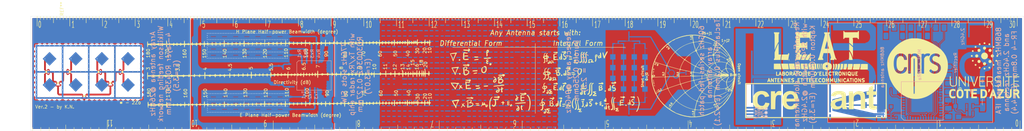
<source format=kicad_pcb>
(kicad_pcb (version 20171130) (host pcbnew "(5.1.5)-3")
  (layers (0 F.Cu signal) (31 B.Cu signal) (34 B.Paste user) (35 F.Paste user) (36 B.SilkS user) (37 F.SilkS user) (38 B.Mask user) (39 F.Mask user) (44 Edge.Cuts user))
  (net 0 "")
  (module components:LuCa (layer B.Cu) (at 318.77 78.486)
    (fp_text reference G*** hide)
    (fp_text value LOGO hide)
    (fp_poly (pts (xy 2.393856 12.648252) (xy 2.423315 12.644499) (xy 2.452359 12.638461) (xy 2.480856 12.630164) (xy 2.508672 12.619637) (xy 2.535674 12.606908) (xy 2.561729 12.592003) (xy 2.586703 12.574951) (xy 2.610463 12.55578) (xy 2.632658 12.534739) (xy 2.653608 12.511488) (xy 2.672338 12.487008) (xy 2.688851 12.461294) (xy 2.70315 12.434339) (xy 2.71524 12.406135) (xy 2.725123 12.376676) (xy 2.732804 12.345954) (xy 2.736907 12.323464) (xy 2.738087 12.313872) (xy 2.73899 12.302389) (xy 2.739612 12.289583) (xy 2.73995 12.276024) (xy 2.740001 12.262278) (xy 2.73976 12.248916) (xy 2.739224 12.236506) (xy 2.73839 12.225616) (xy 2.737553 12.218694) (xy 2.73167 12.187262) (xy 2.723543 12.156891) (xy 2.713232 12.127664) (xy 2.700798 12.099666) (xy 2.686302 12.072981) (xy 2.669803 12.047692) (xy 2.651363 12.023883) (xy 2.631042 12.00164) (xy 2.608901 11.981045) (xy 2.584999 11.962182) (xy 2.559399 11.945136) (xy 2.53216 11.92999) (xy 2.527808 11.927825) (xy 2.507374 11.918434) (xy 2.487514 11.91065) (xy 2.467215 11.904098) (xy 2.454033 11.900508) (xy 2.441408 11.89743) (xy 2.429929 11.894988) (xy 2.419006 11.893109) (xy 2.408051 11.891724) (xy 2.396473 11.890761) (xy 2.383683 11.890149) (xy 2.369091 11.889815) (xy 2.365256 11.889769) (xy 2.355933 11.889692) (xy 2.347239 11.88966) (xy 2.339558 11.889671) (xy 2.333279 11.889722) (xy 2.328785 11.889813) (xy 2.326523 11.889935) (xy 2.299439 11.893772) (xy 2.274278 11.89871) (xy 2.250623 11.904863) (xy 2.228057 11.912346) (xy 2.206162 11.921275) (xy 2.197056 11.925488) (xy 2.169349 11.940125) (xy 2.143221 11.956709) (xy 2.118744 11.975142) (xy 2.095991 11.995325) (xy 2.075033 12.01716) (xy 2.055944 12.040549) (xy 2.038796 12.065393) (xy 2.023662 12.091596) (xy 2.010613 12.119057) (xy 1.999722 12.147679) (xy 1.991062 12.177365) (xy 1.984705 12.208015) (xy 1.983622 12.214884) (xy 1.982176 12.226817) (xy 1.98108 12.240432) (xy 1.980356 12.254954) (xy 1.980219 12.261147) (xy 2.106059 12.261147) (xy 2.108004 12.236892) (xy 2.112304 12.212915) (xy 2.118938 12.189364) (xy 2.127889 12.166389) (xy 2.139138 12.144138) (xy 2.152668 12.12276) (xy 2.166402 12.10484) (xy 2.183007 12.0869) (xy 2.201281 12.070764) (xy 2.221029 12.056511) (xy 2.242056 12.044219) (xy 2.264167 12.033969) (xy 2.287166 12.025839) (xy 2.310859 12.019908) (xy 2.335049 12.016255) (xy 2.359542 12.014961) (xy 2.384142 12.016102) (xy 2.385123 12.0162) (xy 2.409709 12.019924) (xy 2.433732 12.026007) (xy 2.456997 12.034342) (xy 2.47931 12.04482) (xy 2.500476 12.057333) (xy 2.520303 12.071775) (xy 2.538594 12.088037) (xy 2.555157 12.106012) (xy 2.56149 12.113967) (xy 2.575831 12.134816) (xy 2.588066 12.15687) (xy 2.598079 12.179876) (xy 2.605752 12.203583) (xy 2.609095 12.217598) (xy 2.613008 12.242593) (xy 2.614424 12.267591) (xy 2.613384 12.292431) (xy 2.609924 12.316955) (xy 2.604085 12.341003) (xy 2.595905 12.364414) (xy 2.585423 12.387029) (xy 2.572676 12.408689) (xy 2.557879 12.429017) (xy 2.546718 12.441709) (xy 2.533732 12.454469) (xy 2.519564 12.466751) (xy 2.504853 12.478008) (xy 2.490239 12.487695) (xy 2.486639 12.489828) (xy 2.464794 12.500991) (xy 2.441896 12.509934) (xy 2.418185 12.516624) (xy 2.393901 12.521028) (xy 2.369283 12.523113) (xy 2.34457 12.522847) (xy 2.320001 12.520196) (xy 2.298273 12.515759) (xy 2.27403 12.508396) (xy 2.251013 12.498817) (xy 2.229182 12.487) (xy 2.208501 12.472924) (xy 2.188931 12.456568) (xy 2.184459 12.452362) (xy 2.168334 12.435583) (xy 2.154385 12.418241) (xy 2.142249 12.399844) (xy 2.132277 12.381368) (xy 2.122179 12.357961) (xy 2.114527 12.334086) (xy 2.109301 12.309893) (xy 2.106485 12.285531) (xy 2.106059 12.261147) (xy 1.980219 12.261147) (xy 1.98003 12.269609) (xy 1.980123 12.283619) (xy 1.980661 12.296211) (xy 1.980994 12.300535) (xy 1.984895 12.331282) (xy 1.99105 12.361274) (xy 1.999398 12.390223) (xy 2.00201 12.397796) (xy 2.006095 12.408319) (xy 2.011262 12.420226) (xy 2.017195 12.432885) (xy 2.023578 12.445665) (xy 2.030097 12.457932) (xy 2.036435 12.469057) (xy 2.042278 12.478407) (xy 2.042281 12.478411) (xy 2.060649 12.503792) (xy 2.080785 12.527417) (xy 2.10259 12.549205) (xy 2.12597 12.569078) (xy 2.150826 12.586955) (xy 2.177063 12.602758) (xy 2.204583 12.616407) (xy 2.215874 12.621223) (xy 2.245017 12.631765) (xy 2.274547 12.639855) (xy 2.304329 12.645521) (xy 2.33423 12.648791) (xy 2.364117 12.649692) (xy 2.393856 12.648252)) (layer B.Cu) (width 0.01))
    (fp_poly (pts (xy 2.388978 11.378549) (xy 2.419057 11.375152) (xy 2.448706 11.369413) (xy 2.477712 11.361337) (xy 2.498768 11.353808) (xy 2.527142 11.341312) (xy 2.554168 11.326713) (xy 2.579755 11.310119) (xy 2.60381 11.291633) (xy 2.626243 11.271363) (xy 2.646961 11.249413) (xy 2.665872 11.22589) (xy 2.682884 11.2009) (xy 2.697906 11.174547) (xy 2.710846 11.146938) (xy 2.721612 11.118178) (xy 2.730112 11.088373) (xy 2.730398 11.087181) (xy 2.733213 11.07481) (xy 2.735432 11.063544) (xy 2.737118 11.052799) (xy 2.738335 11.041993) (xy 2.739143 11.030543) (xy 2.739607 11.017867) (xy 2.739787 11.003382) (xy 2.739796 10.999555) (xy 2.739732 10.985952) (xy 2.739493 10.974341) (xy 2.739025 10.964175) (xy 2.738278 10.95491) (xy 2.7372 10.945999) (xy 2.73574 10.936897) (xy 2.733847 10.927059) (xy 2.73226 10.919549) (xy 2.72442 10.889284) (xy 2.714281 10.860018) (xy 2.701907 10.831856) (xy 2.687366 10.8049) (xy 2.670722 10.779254) (xy 2.652041 10.755022) (xy 2.631389 10.732305) (xy 2.608831 10.711209) (xy 2.590035 10.696004) (xy 2.564596 10.678286) (xy 2.537975 10.662807) (xy 2.510231 10.649591) (xy 2.481424 10.638662) (xy 2.451614 10.630044) (xy 2.420862 10.62376) (xy 2.402092 10.621133) (xy 2.392914 10.620321) (xy 2.381883 10.619759) (xy 2.36966 10.619446) (xy 2.356903 10.619381) (xy 2.34427 10.619563) (xy 2.332422 10.619991) (xy 2.322016 10.620665) (xy 2.316364 10.621232) (xy 2.28562 10.626167) (xy 2.255669 10.633463) (xy 2.226625 10.643047) (xy 2.1986 10.65484) (xy 2.171709 10.668768) (xy 2.146063 10.684754) (xy 2.121777 10.702722) (xy 2.098963 10.722597) (xy 2.077735 10.744302) (xy 2.058205 10.767762) (xy 2.040488 10.7929) (xy 2.02692 10.815562) (xy 2.013419 10.842567) (xy 2.002147 10.870652) (xy 1.993136 10.899612) (xy 1.986421 10.929247) (xy 1.982035 10.959354) (xy 1.980014 10.98973) (xy 1.980016 10.989947) (xy 2.106133 10.989947) (xy 2.108225 10.965403) (xy 2.112734 10.941106) (xy 2.119654 10.917204) (xy 2.128978 10.893841) (xy 2.140698 10.871162) (xy 2.14382 10.865913) (xy 2.156594 10.847208) (xy 2.171503 10.829287) (xy 2.188179 10.81251) (xy 2.206252 10.797238) (xy 2.225354 10.783831) (xy 2.231899 10.779831) (xy 2.253641 10.768487) (xy 2.276529 10.759299) (xy 2.300273 10.752333) (xy 2.324584 10.74765) (xy 2.349176 10.745314) (xy 2.373758 10.745388) (xy 2.385123 10.746263) (xy 2.409976 10.750019) (xy 2.43406 10.756117) (xy 2.457237 10.764448) (xy 2.479369 10.774902) (xy 2.500319 10.78737) (xy 2.519948 10.801743) (xy 2.538118 10.817911) (xy 2.554692 10.835766) (xy 2.569532 10.855197) (xy 2.582499 10.876096) (xy 2.593457 10.898352) (xy 2.600754 10.917269) (xy 2.607747 10.941681) (xy 2.612259 10.966396) (xy 2.614304 10.991255) (xy 2.613893 11.016096) (xy 2.61104 11.040759) (xy 2.605758 11.065083) (xy 2.598058 11.088906) (xy 2.587954 11.112068) (xy 2.584921 11.117987) (xy 2.572093 11.139581) (xy 2.557294 11.159675) (xy 2.540676 11.178148) (xy 2.522392 11.194883) (xy 2.502593 11.209759) (xy 2.481433 11.222657) (xy 2.459063 11.233458) (xy 2.435636 11.242042) (xy 2.421768 11.245922) (xy 2.397836 11.250619) (xy 2.373302 11.25301) (xy 2.348577 11.253094) (xy 2.32407 11.250872) (xy 2.300188 11.246344) (xy 2.298585 11.245949) (xy 2.274366 11.238607) (xy 2.251227 11.228973) (xy 2.229233 11.217083) (xy 2.208451 11.202974) (xy 2.188946 11.186683) (xy 2.184454 11.182445) (xy 2.168115 11.165375) (xy 2.154012 11.147801) (xy 2.141843 11.129311) (xy 2.132179 11.111309) (xy 2.122079 11.087703) (xy 2.114432 11.063618) (xy 2.10923 11.0392) (xy 2.106466 11.014595) (xy 2.106133 10.989947) (xy 1.980016 10.989947) (xy 1.980392 11.020173) (xy 1.983202 11.050481) (xy 1.985092 11.062982) (xy 1.991426 11.093035) (xy 2.000088 11.122212) (xy 2.010983 11.150403) (xy 2.024015 11.177497) (xy 2.039092 11.203385) (xy 2.056119 11.227957) (xy 2.075 11.251101) (xy 2.095642 11.272707) (xy 2.11795 11.292666) (xy 2.14183 11.310867) (xy 2.167186 11.327199) (xy 2.193926 11.341552) (xy 2.221953 11.353817) (xy 2.239639 11.360224) (xy 2.268652 11.368615) (xy 2.298307 11.374637) (xy 2.328389 11.378297) (xy 2.358684 11.379599) (xy 2.388978 11.378549)) (layer B.Cu) (width 0.01))
    (fp_poly (pts (xy 2.389112 10.108642) (xy 2.419238 10.105223) (xy 2.448944 10.099442) (xy 2.478031 10.091303) (xy 2.498768 10.083872) (xy 2.527142 10.071375) (xy 2.554168 10.056777) (xy 2.579755 10.040182) (xy 2.60381 10.021697) (xy 2.626243 10.001426) (xy 2.646961 9.979477) (xy 2.665872 9.955954) (xy 2.682884 9.930963) (xy 2.697906 9.90461) (xy 2.710846 9.877001) (xy 2.721612 9.848242) (xy 2.730112 9.818437) (xy 2.730398 9.817244) (xy 2.733213 9.804874) (xy 2.735432 9.793608) (xy 2.737118 9.782862) (xy 2.738335 9.772056) (xy 2.739143 9.760606) (xy 2.739607 9.74793) (xy 2.739787 9.733445) (xy 2.739796 9.729618) (xy 2.739731 9.716003) (xy 2.739491 9.704383) (xy 2.739024 9.694215) (xy 2.738282 9.684957) (xy 2.737216 9.676068) (xy 2.735778 9.667006) (xy 2.733917 9.657229) (xy 2.732732 9.651517) (xy 2.725098 9.621461) (xy 2.715225 9.592487) (xy 2.703216 9.564685) (xy 2.689169 9.538146) (xy 2.673185 9.512958) (xy 2.655364 9.489211) (xy 2.635806 9.466996) (xy 2.614612 9.4464) (xy 2.591881 9.427515) (xy 2.567713 9.41043) (xy 2.542209 9.395235) (xy 2.515469 9.382018) (xy 2.487594 9.37087) (xy 2.458682 9.361881) (xy 2.428834 9.35514) (xy 2.398151 9.350736) (xy 2.396553 9.350575) (xy 2.39166 9.350227) (xy 2.384948 9.34994) (xy 2.37693 9.349718) (xy 2.368118 9.349564) (xy 2.359026 9.349482) (xy 2.350166 9.349476) (xy 2.342054 9.349548) (xy 2.3352 9.349704) (xy 2.33012 9.349946) (xy 2.328428 9.350097) (xy 2.325486 9.350437) (xy 2.320821 9.350973) (xy 2.315236 9.351612) (xy 2.312554 9.351919) (xy 2.29328 9.354809) (xy 2.272876 9.359129) (xy 2.252148 9.364669) (xy 2.231904 9.371218) (xy 2.217455 9.376693) (xy 2.189137 9.389537) (xy 2.162195 9.404468) (xy 2.136723 9.421386) (xy 2.112812 9.440196) (xy 2.090555 9.460798) (xy 2.070044 9.483097) (xy 2.05137 9.506994) (xy 2.034628 9.532392) (xy 2.019907 9.559193) (xy 2.007302 9.5873) (xy 2.000214 9.606435) (xy 1.991522 9.635854) (xy 1.985222 9.66593) (xy 1.981333 9.696434) (xy 1.980337 9.717399) (xy 2.10628 9.717399) (xy 2.108643 9.692854) (xy 2.11341 9.668578) (xy 2.120575 9.644725) (xy 2.130127 9.621449) (xy 2.14206 9.598903) (xy 2.14382 9.595977) (xy 2.15674 9.577068) (xy 2.171764 9.55906) (xy 2.18855 9.542255) (xy 2.206758 9.526956) (xy 2.226047 9.513465) (xy 2.246077 9.502087) (xy 2.253503 9.49852) (xy 2.268692 9.492278) (xy 2.285253 9.486696) (xy 2.302332 9.482011) (xy 2.319074 9.47846) (xy 2.333508 9.476389) (xy 2.345587 9.475521) (xy 2.358925 9.475209) (xy 2.372305 9.475457) (xy 2.384507 9.476266) (xy 2.385123 9.476327) (xy 2.410154 9.480111) (xy 2.434451 9.486278) (xy 2.457872 9.494739) (xy 2.480273 9.505404) (xy 2.501508 9.518186) (xy 2.521436 9.532996) (xy 2.539911 9.549744) (xy 2.55679 9.568344) (xy 2.57193 9.588706) (xy 2.574812 9.5931) (xy 2.58611 9.612845) (xy 2.595666 9.633992) (xy 2.603381 9.656147) (xy 2.609156 9.678913) (xy 2.61289 9.701896) (xy 2.614484 9.724701) (xy 2.613838 9.746932) (xy 2.61378 9.747624) (xy 2.610388 9.773714) (xy 2.604795 9.798547) (xy 2.596979 9.822171) (xy 2.586919 9.844634) (xy 2.574592 9.865984) (xy 2.559977 9.886269) (xy 2.543052 9.905537) (xy 2.540785 9.907864) (xy 2.522349 9.924834) (xy 2.50267 9.939677) (xy 2.481914 9.952381) (xy 2.460244 9.962933) (xy 2.437826 9.97132) (xy 2.414824 9.977531) (xy 2.391401 9.981554) (xy 2.367724 9.983376) (xy 2.343955 9.982984) (xy 2.320261 9.980366) (xy 2.296804 9.975511) (xy 2.27375 9.968405) (xy 2.251263 9.959037) (xy 2.229508 9.947394) (xy 2.208648 9.933463) (xy 2.207759 9.932802) (xy 2.190696 9.918665) (xy 2.174482 9.902518) (xy 2.159502 9.884828) (xy 2.146138 9.866064) (xy 2.134775 9.846695) (xy 2.130825 9.838777) (xy 2.121041 9.815194) (xy 2.113702 9.791111) (xy 2.108801 9.766682) (xy 2.10633 9.74206) (xy 2.10628 9.717399) (xy 1.980337 9.717399) (xy 1.979873 9.72714) (xy 1.980862 9.757822) (xy 1.984316 9.788252) (xy 1.985092 9.793046) (xy 1.991423 9.823073) (xy 2.000083 9.852234) (xy 2.010976 9.880417) (xy 2.024007 9.90751) (xy 2.039079 9.9334) (xy 2.056098 9.957976) (xy 2.074966 9.981125) (xy 2.095588 10.002736) (xy 2.117869 10.022696) (xy 2.141712 10.040893) (xy 2.167021 10.057215) (xy 2.193701 10.07155) (xy 2.221655 10.083786) (xy 2.239171 10.09013) (xy 2.268402 10.098596) (xy 2.298211 10.104675) (xy 2.328399 10.108373) (xy 2.358765 10.109694) (xy 2.389112 10.108642)) (layer B.Cu) (width 0.01))
    (fp_poly (pts (xy -1.748703 0.500355) (xy 6.99989 0.500355) (xy 6.99989 -0.500355) (xy -1.748703 -0.500355) (xy -1.748703 -8.0006) (xy -2.249058 -8.0006) (xy -2.249058 8.0006) (xy -1.748703 8.0006) (xy -1.748703 0.500355)) (layer B.Cu) (width 0.01))
    (fp_poly (pts (xy 6.99989 0.59941) (xy -1.499795 0.59941) (xy -1.499795 9.175291) (xy -1.239141 9.175302) (xy -1.206062 9.175309) (xy -1.174925 9.17533) (xy -1.145772 9.175362) (xy -1.118647 9.175407) (xy -1.093596 9.175464) (xy -1.07066 9.175533) (xy -1.049885 9.175613) (xy -1.031313 9.175705) (xy -1.01499 9.175807) (xy -1.000957 9.175921) (xy -0.98926 9.176045) (xy -0.979943 9.17618) (xy -0.973048 9.176326) (xy -0.96862 9.176481) (xy -0.967057 9.17659) (xy -0.938259 9.180939) (xy -0.91076 9.187419) (xy -0.884406 9.19608) (xy -0.85904 9.206972) (xy -0.83907 9.217489) (xy -0.814469 9.232964) (xy -0.791678 9.250215) (xy -0.770721 9.269218) (xy -0.751622 9.289945) (xy -0.734406 9.312372) (xy -0.719096 9.336473) (xy -0.708571 9.356257) (xy -0.702188 9.369718) (xy -0.696954 9.381845) (xy -0.692582 9.393399) (xy -0.688785 9.40514) (xy -0.685277 9.41783) (xy -0.685108 9.418485) (xy -0.679139 9.446769) (xy -0.675707 9.475119) (xy -0.674812 9.503498) (xy -0.676454 9.531865) (xy -0.680633 9.560183) (xy -0.684556 9.577927) (xy -0.692614 9.605089) (xy -0.702908 9.631188) (xy -0.715327 9.656114) (xy -0.729755 9.679755) (xy -0.746079 9.702001) (xy -0.764187 9.722741) (xy -0.777462 9.735578) (xy 0.836004 9.735578) (xy 0.836646 9.712291) (xy 0.836659 9.712129) (xy 0.837926 9.69908) (xy 0.839527 9.687537) (xy 0.841639 9.676474) (xy 0.844437 9.664861) (xy 0.845285 9.661677) (xy 0.852898 9.638337) (xy 0.862801 9.615911) (xy 0.87486 9.59456) (xy 0.888941 9.574442) (xy 0.904909 9.555718) (xy 0.92263 9.538548) (xy 0.941968 9.52309) (xy 0.96279 9.509505) (xy 0.982096 9.499292) (xy 0.99642 9.493197) (xy 1.012363 9.487641) (xy 1.029055 9.482869) (xy 1.045624 9.479124) (xy 1.061199 9.476653) (xy 1.063571 9.476389) (xy 1.07565 9.475521) (xy 1.088989 9.475209) (xy 1.102368 9.475457) (xy 1.114571 9.476266) (xy 1.115187 9.476327) (xy 1.14 9.480077) (xy 1.164055 9.486167) (xy 1.187211 9.494485) (xy 1.209329 9.504922) (xy 1.230269 9.517367) (xy 1.249893 9.531709) (xy 1.268061 9.547839) (xy 1.284633 9.565645) (xy 1.29947 9.585016) (xy 1.312433 9.605844) (xy 1.323383 9.628016) (xy 1.330803 9.647247) (xy 1.33781 9.671755) (xy 1.34233 9.696532) (xy 1.344377 9.721426) (xy 1.344087 9.738817) (xy 1.856106 9.738817) (xy 1.856661 9.704065) (xy 1.859627 9.669315) (xy 1.865024 9.634694) (xy 1.872874 9.600329) (xy 1.880953 9.573046) (xy 1.893287 9.539375) (xy 1.907853 9.506878) (xy 1.924591 9.475637) (xy 1.94344 9.445732) (xy 1.96434 9.417245) (xy 1.987229 9.390258) (xy 2.012048 9.364853) (xy 2.038736 9.341111) (xy 2.067231 9.319113) (xy 2.072536 9.315353) (xy 2.102126 9.296198) (xy 2.132962 9.279236) (xy 2.164959 9.264496) (xy 2.198031 9.25201) (xy 2.232092 9.241808) (xy 2.267056 9.233919) (xy 2.302839 9.228375) (xy 2.325498 9.226119) (xy 2.332555 9.225737) (xy 2.341573 9.225512) (xy 2.351976 9.225433) (xy 2.36319 9.225493) (xy 2.37464 9.225683) (xy 2.385753 9.225995) (xy 2.395953 9.226419) (xy 2.404666 9.226947) (xy 2.409704 9.227388) (xy 2.445609 9.232406) (xy 2.480795 9.239836) (xy 2.515177 9.249644) (xy 2.548668 9.261794) (xy 2.581182 9.276251) (xy 2.612631 9.292979) (xy 2.64293 9.311943) (xy 2.671992 9.333108) (xy 2.675756 9.336084) (xy 2.683895 9.342886) (xy 2.693161 9.351142) (xy 2.703126 9.360431) (xy 2.713366 9.370332) (xy 2.723454 9.380426) (xy 2.732965 9.39029) (xy 2.741473 9.399505) (xy 2.748553 9.407649) (xy 2.75016 9.409606) (xy 2.771876 9.438392) (xy 2.79136 9.46828) (xy 2.808591 9.499156) (xy 2.823551 9.53091) (xy 2.836219 9.56343) (xy 2.846576 9.596603) (xy 2.854601 9.630318) (xy 2.860275 9.664464) (xy 2.863578 9.698929) (xy 2.86449 9.7336) (xy 2.862992 9.768367) (xy 2.859063 9.803116) (xy 2.852683 9.837738) (xy 2.843834 9.872119) (xy 2.836381 9.895345) (xy 2.823653 9.92819) (xy 2.808744 9.959835) (xy 2.791756 9.990193) (xy 2.772789 10.01918) (xy 2.751943 10.04671) (xy 2.729318 10.072699) (xy 2.705016 10.09706) (xy 2.679137 10.119708) (xy 2.651781 10.140559) (xy 2.623049 10.159527) (xy 2.593041 10.176526) (xy 2.561858 10.191472) (xy 2.5296 10.204279) (xy 2.496368 10.214861) (xy 2.462263 10.223134) (xy 2.446532 10.226102) (xy 2.436353 10.227812) (xy 2.427438 10.229192) (xy 2.419317 10.230277) (xy 2.41152 10.2311) (xy 2.403579 10.231697) (xy 2.395024 10.232102) (xy 2.385384 10.23235) (xy 2.374191 10.232476) (xy 2.360974 10.232513) (xy 2.359542 10.232513) (xy 2.34519 10.232467) (xy 2.332884 10.232297) (xy 2.322131 10.23196) (xy 2.312438 10.231411) (xy 2.303313 10.230605) (xy 2.294262 10.229499) (xy 2.284792 10.228047) (xy 2.274412 10.226205) (xy 2.262628 10.223929) (xy 2.261122 10.22363) (xy 2.226448 10.215441) (xy 2.192608 10.204874) (xy 2.159704 10.191983) (xy 2.127837 10.176823) (xy 2.09711 10.159449) (xy 2.067626 10.139915) (xy 2.039485 10.118274) (xy 2.012791 10.094583) (xy 2.005422 10.087422) (xy 1.994072 10.075916) (xy 1.984043 10.065141) (xy 1.974681 10.054346) (xy 1.965333 10.04278) (xy 1.956155 10.030776) (xy 1.935951 10.001706) (xy 1.91797 9.971498) (xy 1.902234 9.940279) (xy 1.888762 9.908175) (xy 1.877576 9.875313) (xy 1.868697 9.841819) (xy 1.862145 9.807821) (xy 1.857941 9.773445) (xy 1.856106 9.738817) (xy 1.344087 9.738817) (xy 1.343962 9.746284) (xy 1.341096 9.770955) (xy 1.335793 9.795287) (xy 1.328064 9.819127) (xy 1.317921 9.842324) (xy 1.314954 9.848108) (xy 1.302009 9.869913) (xy 1.287084 9.890162) (xy 1.270278 9.90876) (xy 1.251687 9.925613) (xy 1.23141 9.940625) (xy 1.209544 9.953703) (xy 1.201994 9.957579) (xy 1.1791 9.967488) (xy 1.155575 9.975006) (xy 1.131599 9.980149) (xy 1.10735 9.982935) (xy 1.083004 9.983381) (xy 1.058741 9.981503) (xy 1.034737 9.977319) (xy 1.011171 9.970844) (xy 0.988221 9.962097) (xy 0.966064 9.951094) (xy 0.944878 9.937852) (xy 0.937369 9.932424) (xy 0.93047 9.926879) (xy 0.922584 9.919949) (xy 0.914323 9.912222) (xy 0.906302 9.904287) (xy 0.899131 9.896731) (xy 0.893801 9.890606) (xy 0.879475 9.871203) (xy 0.867027 9.850436) (xy 0.856546 9.828575) (xy 0.848116 9.805888) (xy 0.841825 9.782646) (xy 0.837759 9.75912) (xy 0.836004 9.735578) (xy -0.777462 9.735578) (xy -0.783964 9.741865) (xy -0.805296 9.759262) (xy -0.828072 9.774821) (xy -0.852176 9.78843) (xy -0.877495 9.79998) (xy -0.903916 9.80936) (xy -0.928324 9.815806) (xy -0.932162 9.816671) (xy -0.935658 9.817469) (xy -0.938923 9.818202) (xy -0.942068 9.818872) (xy -0.945203 9.819484) (xy -0.948439 9.820039) (xy -0.951888 9.820541) (xy -0.955659 9.820993) (xy -0.959865 9.821398) (xy -0.964616 9.821757) (xy -0.970022 9.822076) (xy -0.976195 9.822355) (xy -0.983246 9.822599) (xy -0.991285 9.82281) (xy -1.000423 9.822991) (xy -1.010771 9.823145) (xy -1.02244 9.823275) (xy -1.035541 9.823384) (xy -1.050185 9.823474) (xy -1.066483 9.823549) (xy -1.084545 9.823611) (xy -1.104482 9.823664) (xy -1.126405 9.82371) (xy -1.150426 9.823753) (xy -1.176655 9.823795) (xy -1.205202 9.823838) (xy -1.235966 9.823887) (xy -1.499795 9.824314) (xy -1.499795 10.174731) (xy -1.244607 10.174731) (xy -1.208971 10.174738) (xy -1.175866 10.174759) (xy -1.145283 10.174794) (xy -1.117216 10.174843) (xy -1.091654 10.174906) (xy -1.068591 10.174983) (xy -1.048016 10.175074) (xy -1.029923 10.17518) (xy -1.014302 10.175299) (xy -1.001145 10.175433) (xy -0.990444 10.175582) (xy -0.98219 10.175744) (xy -0.976375 10.175922) (xy -0.973158 10.176098) (xy -0.944554 10.17975) (xy -0.916698 10.185792) (xy -0.889707 10.194156) (xy -0.863697 10.204771) (xy -0.838785 10.21757) (xy -0.815086 10.232483) (xy -0.792715 10.24944) (xy -0.77179 10.268372) (xy -0.752426 10.289211) (xy -0.73474 10.311887) (xy -0.727354 10.322679) (xy -0.713425 10.346162) (xy -0.701443 10.371132) (xy -0.691501 10.39734) (xy -0.68369 10.42454) (xy -0.678102 10.452482) (xy -0.67738 10.457292) (xy -0.676468 10.465584) (xy -0.675792 10.475668) (xy -0.675356 10.486909) (xy -0.675166 10.498667) (xy -0.675226 10.510305) (xy -0.675542 10.521187) (xy -0.676119 10.530675) (xy -0.676748 10.536663) (xy -0.68191 10.566251) (xy -0.689269 10.594565) (xy -0.698827 10.621606) (xy -0.710582 10.647378) (xy -0.724538 10.67188) (xy -0.740695 10.695117) (xy -0.759053 10.717088) (xy -0.769645 10.728191) (xy -0.79077 10.747623) (xy -0.813241 10.764911) (xy -0.837069 10.780061) (xy -0.862265 10.79308) (xy -0.888842 10.803972) (xy -0.91681 10.812743) (xy -0.946181 10.8194) (xy -0.954358 10.820836) (xy -0.956 10.82108) (xy -0.957934 10.821304) (xy -0.960263 10.821511) (xy -0.963092 10.821701) (xy -0.966527 10.821876) (xy -0.970672 10.822035) (xy -0.975633 10.82218) (xy -0.981513 10.822312) (xy -0.988417 10.822432) (xy -0.996452 10.82254) (xy -1.00572 10.822639) (xy -1.016328 10.822728) (xy -1.02838 10.822808) (xy -1.041981 10.822881) (xy -1.057235 10.822948) (xy -1.074248 10.823009) (xy -1.093124 10.823065) (xy -1.113969 10.823117) (xy -1.136886 10.823167) (xy -1.161982 10.823215) (xy -1.18936 10.823262) (xy -1.219125 10.823309) (xy -1.233431 10.82333) (xy -1.499804 10.823726) (xy -1.499451 11.016392) (xy 1.856244 11.016392) (xy 1.856248 10.981916) (xy 1.858635 10.947382) (xy 1.863436 10.912912) (xy 1.870679 10.878626) (xy 1.880394 10.844648) (xy 1.880887 10.843134) (xy 1.893182 10.809618) (xy 1.907619 10.77738) (xy 1.924106 10.746496) (xy 1.94255 10.717035) (xy 1.962858 10.689071) (xy 1.984938 10.662677) (xy 2.008697 10.637924) (xy 2.034044 10.614885) (xy 2.060885 10.593632) (xy 2.089128 10.574238) (xy 2.11868 10.556774) (xy 2.14945 10.541314) (xy 2.181343 10.52793) (xy 2.214269 10.516694) (xy 2.248134 10.507678) (xy 2.282846 10.500954) (xy 2.318312 10.496596) (xy 2.324618 10.49608) (xy 2.332073 10.495687) (xy 2.341472 10.495454) (xy 2.352225 10.495374) (xy 2.363743 10.495437) (xy 2.375435 10.495636) (xy 2.386712 10.49596) (xy 2.396983 10.496402) (xy 2.405658 10.496954) (xy 2.409704 10.497318) (xy 2.445349 10.502288) (xy 2.480394 10.509675) (xy 2.514714 10.519433) (xy 2.548179 10.531515) (xy 2.580663 10.545872) (xy 2.612038 10.562458) (xy 2.642176 10.581226) (xy 2.648834 10.585786) (xy 2.664731 10.597527) (xy 2.681282 10.610964) (xy 2.697976 10.625619) (xy 2.714302 10.641015) (xy 2.729751 10.656674) (xy 2.743813 10.672119) (xy 2.753654 10.683917) (xy 2.774921 10.712607) (xy 2.793968 10.742417) (xy 2.810779 10.773226) (xy 2.825338 10.804914) (xy 2.837627 10.837362) (xy 2.84763 10.87045) (xy 2.855329 10.904059) (xy 2.860708 10.938067) (xy 2.863751 10.972355) (xy 2.864439 11.006805) (xy 2.862756 11.041295) (xy 2.858686 11.075706) (xy 2.852211 11.109917) (xy 2.843315 11.143811) (xy 2.831981 11.177265) (xy 2.82543 11.193705) (xy 2.810595 11.225898) (xy 2.793669 11.256746) (xy 2.774754 11.286168) (xy 2.753949 11.314083) (xy 2.731357 11.340412) (xy 2.707077 11.365073) (xy 2.681212 11.387986) (xy 2.653861 11.409071) (xy 2.625127 11.428246) (xy 2.595109 11.445431) (xy 2.563909 11.460547) (xy 2.531628 11.473511) (xy 2.498367 11.484244) (xy 2.464227 11.492664) (xy 2.446532 11.496039) (xy 2.436353 11.497749) (xy 2.427438 11.499129) (xy 2.419317 11.500213) (xy 2.41152 11.501036) (xy 2.403579 11.501633) (xy 2.395024 11.502039) (xy 2.385384 11.502287) (xy 2.374191 11.502412) (xy 2.360974 11.50245) (xy 2.359542 11.50245) (xy 2.34519 11.502403) (xy 2.332884 11.502234) (xy 2.322131 11.501896) (xy 2.312438 11.501347) (xy 2.303313 11.500542) (xy 2.294262 11.499435) (xy 2.284792 11.497984) (xy 2.274412 11.496142) (xy 2.262628 11.493866) (xy 2.261122 11.493567) (xy 2.226368 11.485364) (xy 2.19249 11.474793) (xy 2.159577 11.461902) (xy 2.127714 11.446737) (xy 2.096991 11.429344) (xy 2.067494 11.40977) (xy 2.039311 11.388061) (xy 2.01253 11.364266) (xy 2.005143 11.357085) (xy 1.980862 11.33126) (xy 1.958642 11.304041) (xy 1.938512 11.275549) (xy 1.920502 11.245907) (xy 1.90464 11.215236) (xy 1.890957 11.183656) (xy 1.879482 11.151291) (xy 1.870244 11.11826) (xy 1.863272 11.084686) (xy 1.858595 11.050689) (xy 1.856244 11.016392) (xy -1.499451 11.016392) (xy -1.49916 11.174806) (xy -1.229934 11.175506) (xy -0.960707 11.176207) (xy -0.946375 11.178983) (xy -0.921748 11.18446) (xy -0.898971 11.191036) (xy -0.877528 11.198879) (xy -0.856905 11.208159) (xy -0.855938 11.208638) (xy -0.830426 11.22264) (xy -0.806755 11.238374) (xy -0.784848 11.255903) (xy -0.764631 11.275293) (xy -0.746028 11.296608) (xy -0.734411 11.312023) (xy -0.719268 11.335475) (xy -0.706258 11.360127) (xy -0.695426 11.38578) (xy -0.686817 11.412233) (xy -0.680476 11.439288) (xy -0.676449 11.466743) (xy -0.674781 11.4944) (xy -0.675517 11.522057) (xy -0.678703 11.549516) (xy -0.679485 11.554112) (xy -0.685794 11.582546) (xy -0.69437 11.609917) (xy -0.705141 11.636129) (xy -0.718035 11.661086) (xy -0.732981 11.684692) (xy -0.749905 11.706852) (xy -0.768736 11.727469) (xy -0.789403 11.746448) (xy -0.811832 11.763693) (xy -0.835953 11.779108) (xy -0.856573 11.790133) (xy -0.874135 11.79821) (xy -0.891528 11.805027) (xy -0.909447 11.810811) (xy -0.928587 11.81579) (xy -0.946433 11.819578) (xy -0.960707 11.822346) (xy -1.499795 11.823166) (xy -1.499795 12.174824) (xy -1.233426 12.17522) (xy -1.202508 12.175264) (xy -1.17402 12.175304) (xy -1.147851 12.175342) (xy -1.123892 12.17538) (xy -1.102032 12.175422) (xy -1.082161 12.17547) (xy -1.064168 12.175526) (xy -1.047944 12.175593) (xy -1.033379 12.175674) (xy -1.020361 12.175772) (xy -1.008782 12.175888) (xy -0.998531 12.176027) (xy -0.989497 12.17619) (xy -0.981571 12.17638) (xy -0.974642 12.176599) (xy -0.9686 12.176851) (xy -0.963335 12.177138) (xy -0.958737 12.177463) (xy -0.954695 12.177828) (xy -0.9511 12.178236) (xy -0.947841 12.178689) (xy -0.944809 12.179191) (xy -0.941892 12.179744) (xy -0.93898 12.18035) (xy -0.935964 12.181013) (xy -0.932734 12.181734) (xy -0.929179 12.182517) (xy -0.929107 12.182532) (xy -0.902895 12.189483) (xy -0.877107 12.198822) (xy -0.852013 12.210401) (xy -0.82788 12.224073) (xy -0.804978 12.23969) (xy -0.783575 12.257106) (xy -0.77032 12.269595) (xy -0.765455 12.274889) (xy 0.836039 12.274889) (xy 0.836738 12.250142) (xy 0.839959 12.225216) (xy 0.845285 12.20155) (xy 0.852834 12.178437) (xy 0.86274 12.156006) (xy 0.87486 12.134505) (xy 0.889048 12.114181) (xy 0.905159 12.095282) (xy 0.910513 12.089761) (xy 0.929203 12.072814) (xy 0.94927 12.057914) (xy 0.970544 12.045123) (xy 0.992853 12.034501) (xy 1.016028 12.026111) (xy 1.039898 12.020012) (xy 1.064293 12.016266) (xy 1.089043 12.014935) (xy 1.113977 12.01608) (xy 1.115187 12.0162) (xy 1.139879 12.019954) (xy 1.164193 12.026134) (xy 1.187824 12.034631) (xy 1.210472 12.04534) (xy 1.229298 12.056476) (xy 1.249599 12.071189) (xy 1.268052 12.087529) (xy 1.284616 12.105335) (xy 1.29925 12.124449) (xy 1.311912 12.144713) (xy 1.322562 12.165967) (xy 1.331159 12.188053) (xy 1.337661 12.210812) (xy 1.342027 12.234085) (xy 1.344217 12.257712) (xy 1.344209 12.26493) (xy 1.85595 12.26493) (xy 1.857467 12.229981) (xy 1.861435 12.195136) (xy 1.867865 12.160516) (xy 1.876766 12.126247) (xy 1.880887 12.113071) (xy 1.893249 12.079395) (xy 1.907851 12.046859) (xy 1.924623 12.015557) (xy 1.943496 11.985586) (xy 1.964402 11.957043) (xy 1.987272 11.930022) (xy 2.012037 11.904621) (xy 2.038627 11.880935) (xy 2.058561 11.865224) (xy 2.087009 11.845473) (xy 2.11679 11.827751) (xy 2.147728 11.81211) (xy 2.179645 11.798603) (xy 2.212364 11.787282) (xy 2.245707 11.7782) (xy 2.279498 11.77141) (xy 2.313559 11.766963) (xy 2.347712 11.764914) (xy 2.381781 11.765313) (xy 2.393195 11.766007) (xy 2.429736 11.76989) (xy 2.465271 11.776104) (xy 2.49982 11.784658) (xy 2.533402 11.795558) (xy 2.566037 11.808812) (xy 2.597744 11.824429) (xy 2.628543 11.842414) (xy 2.658453 11.862777) (xy 2.677026 11.876971) (xy 2.685404 11.883995) (xy 2.694943 11.892568) (xy 2.705214 11.902259) (xy 2.715786 11.912637) (xy 2.726231 11.923271) (xy 2.736119 11.93373) (xy 2.745019 11.943583) (xy 2.752503 11.952399) (xy 2.753722 11.953912) (xy 2.774956 11.982523) (xy 2.793976 12.012268) (xy 2.810766 12.043026) (xy 2.825309 12.074677) (xy 2.837588 12.107097) (xy 2.847586 12.140167) (xy 2.855285 12.173764) (xy 2.860668 12.207766) (xy 2.863719 12.242052) (xy 2.864421 12.276501) (xy 2.862755 12.310991) (xy 2.858705 12.345401) (xy 2.852255 12.379608) (xy 2.843386 12.413492) (xy 2.832082 12.446931) (xy 2.82543 12.463642) (xy 2.810647 12.495716) (xy 2.793768 12.52647) (xy 2.774897 12.555823) (xy 2.754139 12.583689) (xy 2.731597 12.609987) (xy 2.707375 12.634632) (xy 2.681578 12.657543) (xy 2.654309 12.678635) (xy 2.625674 12.697826) (xy 2.595775 12.715033) (xy 2.564718 12.730171) (xy 2.532606 12.743159) (xy 2.499543 12.753913) (xy 2.465633 12.76235) (xy 2.446837 12.765942) (xy 2.436554 12.767661) (xy 2.42757 12.769047) (xy 2.419414 12.770136) (xy 2.411613 12.770964) (xy 2.403694 12.771563) (xy 2.395187 12.771971) (xy 2.385617 12.77222) (xy 2.374513 12.772347) (xy 2.361404 12.772386) (xy 2.359542 12.772386) (xy 2.345259 12.772339) (xy 2.333029 12.772171) (xy 2.322366 12.771842) (xy 2.312783 12.77131) (xy 2.303795 12.770536) (xy 2.294916 12.769479) (xy 2.28566 12.768099) (xy 2.275541 12.766355) (xy 2.266201 12.764615) (xy 2.231506 12.756726) (xy 2.197686 12.746496) (xy 2.164843 12.734002) (xy 2.133081 12.719318) (xy 2.1025 12.702522) (xy 2.073204 12.683688) (xy 2.045293 12.662893) (xy 2.01887 12.640213) (xy 1.994037 12.615723) (xy 1.970897 12.5895) (xy 1.949551 12.561619) (xy 1.930101 12.532156) (xy 1.913097 12.502049) (xy 1.897744 12.469847) (xy 1.88477 12.436881) (xy 1.874186 12.403275) (xy 1.866002 12.369153) (xy 1.860228 12.334639) (xy 1.856874 12.299857) (xy 1.85595 12.26493) (xy 1.344209 12.26493) (xy 1.344189 12.281536) (xy 1.341902 12.305397) (xy 1.337315 12.329137) (xy 1.330388 12.352596) (xy 1.321078 12.375616) (xy 1.314985 12.387924) (xy 1.302156 12.409518) (xy 1.287357 12.429611) (xy 1.270739 12.448085) (xy 1.252455 12.464819) (xy 1.232657 12.479695) (xy 1.211496 12.492593) (xy 1.189127 12.503394) (xy 1.165699 12.511978) (xy 1.151832 12.515858) (xy 1.128016 12.520529) (xy 1.103565 12.522911) (xy 1.078902 12.523005) (xy 1.054454 12.52081) (xy 1.030642 12.516327) (xy 1.028337 12.515759) (xy 1.004094 12.508396) (xy 0.981076 12.498817) (xy 0.959246 12.487) (xy 0.938565 12.472924) (xy 0.918995 12.456568) (xy 0.914523 12.452362) (xy 0.896948 12.433836) (xy 0.881641 12.414199) (xy 0.868537 12.393352) (xy 0.857574 12.371194) (xy 0.849091 12.348863) (xy 0.842213 12.324168) (xy 0.837863 12.299537) (xy 0.836039 12.274889) (xy -0.765455 12.274889) (xy -0.750698 12.290943) (xy -0.733289 12.313531) (xy -0.718091 12.337365) (xy -0.7051 12.36245) (xy -0.694315 12.388793) (xy -0.685732 12.416399) (xy -0.679348 12.445273) (xy -0.676748 12.461887) (xy -0.675966 12.469856) (xy -0.675448 12.479713) (xy -0.675191 12.490821) (xy -0.675187 12.502542) (xy -0.675433 12.514239) (xy -0.675923 12.525274) (xy -0.676653 12.535011) (xy -0.67738 12.541258) (xy -0.68276 12.570172) (xy -0.690483 12.59817) (xy -0.700515 12.625173) (xy -0.71282 12.651101) (xy -0.727364 12.675874) (xy -0.744113 12.699412) (xy -0.7476 12.70381) (xy -0.752257 12.709308) (xy -0.758143 12.715848) (xy -0.764623 12.722746) (xy -0.771063 12.729317) (xy -0.773554 12.731768) (xy -0.795046 12.750899) (xy -0.817906 12.767915) (xy -0.842025 12.782766) (xy -0.867293 12.795401) (xy -0.893602 12.805772) (xy -0.920841 12.813829) (xy -0.948901 12.819522) (xy -0.973158 12.822452) (xy -0.976723 12.822642) (xy -0.982718 12.822818) (xy -0.991153 12.82298) (xy -1.002036 12.823127) (xy -1.015375 12.82326) (xy -1.031179 12.823379) (xy -1.049456 12.823483) (xy -1.070214 12.823573) (xy -1.093463 12.823649) (xy -1.119209 12.823711) (xy -1.147463 12.823759) (xy -1.178232 12.823793) (xy -1.211524 12.823813) (xy -1.244607 12.823819) (xy -1.499795 12.823819) (xy -1.499795 13.247978) (xy -3.873307 13.247978) (xy -3.873307 12.750178) (xy -2.423357 12.749788) (xy -2.350029 12.749768) (xy -2.279198 12.749748) (xy -2.21082 12.749729) (xy -2.144852 12.74971) (xy -2.081251 12.749691) (xy -2.019973 12.749671) (xy -1.960975 12.749652) (xy -1.904214 12.749633) (xy -1.849646 12.749613) (xy -1.797228 12.749593) (xy -1.746916 12.749573) (xy -1.698668 12.749552) (xy -1.65244 12.749531) (xy -1.608189 12.749509) (xy -1.565872 12.749486) (xy -1.525444 12.749463) (xy -1.486863 12.749439) (xy -1.450086 12.749414) (xy -1.415069 12.749388) (xy -1.381768 12.749361) (xy -1.350142 12.749333) (xy -1.320145 12.749303) (xy -1.291735 12.749273) (xy -1.264869 12.749241) (xy -1.239503 12.749207) (xy -1.215594 12.749173) (xy -1.193099 12.749136) (xy -1.171974 12.749098) (xy -1.152176 12.749059) (xy -1.133661 12.749017) (xy -1.116387 12.748974) (xy -1.10031 12.748928) (xy -1.085387 12.748881) (xy -1.071574 12.748832) (xy -1.058828 12.74878) (xy -1.047106 12.748727) (xy -1.036364 12.748671) (xy -1.02656 12.748612) (xy -1.017649 12.748551) (xy -1.009589 12.748488) (xy -1.002336 12.748422) (xy -0.995847 12.748354) (xy -0.990078 12.748282) (xy -0.984987 12.748208) (xy -0.980529 12.748131) (xy -0.976662 12.748051) (xy -0.973342 12.747968) (xy -0.970527 12.747882) (xy -0.968172 12.747793) (xy -0.966234 12.7477) (xy -0.96467 12.747604) (xy -0.963437 12.747505) (xy -0.962491 12.747402) (xy -0.961799 12.747298) (xy -0.936305 12.741624) (xy -0.912417 12.734086) (xy -0.889925 12.72459) (xy -0.868617 12.713047) (xy -0.848282 12.699366) (xy -0.845143 12.697002) (xy -0.839023 12.691977) (xy -0.83188 12.685562) (xy -0.8243 12.67833) (xy -0.816869 12.670855) (xy -0.810173 12.663712) (xy -0.804797 12.657475) (xy -0.804783 12.657457) (xy -0.79006 12.637288) (xy -0.777589 12.616147) (xy -0.76736 12.594198) (xy -0.759367 12.571606) (xy -0.753599 12.548536) (xy -0.75005 12.525151) (xy -0.74871 12.501616) (xy -0.749571 12.478096) (xy -0.752625 12.454755) (xy -0.757863 12.431758) (xy -0.765278 12.409269) (xy -0.77486 12.387453) (xy -0.786601 12.366474) (xy -0.800493 12.346497) (xy -0.816528 12.327685) (xy -0.821874 12.322175) (xy -0.839843 12.305755) (xy -0.858834 12.291461) (xy -0.879011 12.279212) (xy -0.900537 12.268922) (xy -0.923574 12.260509) (xy -0.948287 12.253889) (xy -0.96009 12.251455) (xy -0.960766 12.251341) (xy -0.961587 12.25123) (xy -0.962596 12.251123) (xy -0.963838 12.25102) (xy -0.965355 12.250921) (xy -0.967191 12.250825) (xy -0.969391 12.250732) (xy -0.971997 12.250643) (xy -0.975053 12.250558) (xy -0.978603 12.250475) (xy -0.982691 12.250396) (xy -0.98736 12.25032) (xy -0.992653 12.250247) (xy -0.998615 12.250176) (xy -1.005289 12.250109) (xy -1.012718 12.250044) (xy -1.020947 12.249982) (xy -1.030018 12.249923) (xy -1.039976 12.249867) (xy -1.050865 12.249812) (xy -1.062727 12.24976) (xy -1.075606 12.249711) (xy -1.089546 12.249664) (xy -1.104591 12.249619) (xy -1.120784 12.249576) (xy -1.138169 12.249535) (xy -1.15679 12.249496) (xy -1.17669 12.249458) (xy -1.197912 12.249423) (xy -1.220501 12.249389) (xy -1.2445 12.249357) (xy -1.269953 12.249326) (xy -1.296903 12.249297) (xy -1.325394 12.24927) (xy -1.355469 12.249243) (xy -1.387172 12.249218) (xy -1.420548 12.249194) (xy -1.455638 12.249171) (xy -1.492488 12.249149) (xy -1.53114 12.249128) (xy -1.571639 12.249108) (xy -1.614028 12.249089) (xy -1.65835 12.24907) (xy -1.704649 12.249052) (xy -1.752969 12.249034) (xy -1.803354 12.249017) (xy -1.855847 12.249) (xy -1.910491 12.248984) (xy -1.967331 12.248968) (xy -2.026409 12.248952) (xy -2.08777 12.248936) (xy -2.151458 12.24892) (xy -2.217515 12.248904) (xy -2.285986 12.248888) (xy -2.356913 12.248871) (xy -2.422722 12.248856) (xy -3.873307 12.248527) (xy -3.873307 11.749461) (xy -2.420817 11.749139) (xy -0.968327 11.748818) (xy -0.954327 11.745996) (xy -0.9287 11.739627) (xy -0.904443 11.73112) (xy -0.881545 11.720472) (xy -0.859994 11.707678) (xy -0.848108 11.699272) (xy -0.829165 11.683467) (xy -0.812016 11.665965) (xy -0.796741 11.646942) (xy -0.783421 11.626576) (xy -0.772137 11.605043) (xy -0.762968 11.582521) (xy -0.755996 11.559187) (xy -0.751301 11.535217) (xy -0.748962 11.51079) (xy -0.749062 11.486081) (xy -0.749326 11.481884) (xy -0.752337 11.456883) (xy -0.757667 11.43274) (xy -0.765209 11.409568) (xy -0.774852 11.387483) (xy -0.78649 11.366598) (xy -0.800012 11.347026) (xy -0.815311 11.328883) (xy -0.832277 11.31228) (xy -0.850802 11.297333) (xy -0.870778 11.284156) (xy -0.892095 11.272861) (xy -0.914645 11.263564) (xy -0.938319 11.256378) (xy -0.963009 11.251416) (xy -0.970199 11.250428) (xy -0.971839 11.250352) (xy -0.975532 11.250279) (xy -0.98129 11.250209) (xy -0.989129 11.25014) (xy -0.999062 11.250074) (xy -1.011102 11.25001) (xy -1.025264 11.249949) (xy -1.041562 11.24989) (xy -1.060009 11.249833) (xy -1.08062 11.249778) (xy -1.103408 11.249725) (xy -1.128387 11.249675) (xy -1.155571 11.249627) (xy -1.184975 11.249581) (xy -1.216611 11.249537) (xy -1.250494 11.249496) (xy -1.286638 11.249456) (xy -1.325057 11.249419) (xy -1.365764 11.249384) (xy -1.408774 11.249351) (xy -1.454101 11.24932) (xy -1.501757 11.249291) (xy -1.551758 11.249264) (xy -1.604117 11.249239) (xy -1.658848 11.249216) (xy -1.715965 11.249196) (xy -1.775481 11.249177) (xy -1.837412 11.24916) (xy -1.90177 11.249146) (xy -1.96857 11.249133) (xy -2.037825 11.249122) (xy -2.109549 11.249113) (xy -2.183757 11.249106) (xy -2.260462 11.249102) (xy -2.339678 11.249099) (xy -2.42142 11.249098) (xy -2.427133 11.249097) (xy -3.873307 11.249097) (xy -3.873307 10.750025) (xy -2.422087 10.74966) (xy -0.970867 10.749296) (xy -0.956898 10.746516) (xy -0.941657 10.743195) (xy -0.928111 10.739586) (xy -0.915415 10.73544) (xy -0.903724 10.730923) (xy -0.881089 10.720261) (xy -0.859985 10.707663) (xy -0.840484 10.693272) (xy -0.822657 10.677232) (xy -0.806576 10.659684) (xy -0.792313 10.640773) (xy -0.779938 10.620641) (xy -0.769525 10.59943) (xy -0.761144 10.577285) (xy -0.754866 10.554348) (xy -0.750765 10.530762) (xy -0.74891 10.506669) (xy -0.749375 10.482214) (xy -0.75223 10.457538) (xy -0.756471 10.436973) (xy -0.763012 10.415449) (xy -0.771842 10.394047) (xy -0.782732 10.373221) (xy -0.795452 10.353427) (xy -0.804783 10.341093) (xy -0.810153 10.334859) (xy -0.816846 10.327718) (xy -0.824276 10.320243) (xy -0.831857 10.313009) (xy -0.839002 10.306591) (xy -0.845126 10.301561) (xy -0.845143 10.301548) (xy -0.866119 10.287084) (xy -0.888245 10.274836) (xy -0.911364 10.264867) (xy -0.935318 10.257237) (xy -0.959949 10.252009) (xy -0.978487 10.249724) (xy -0.98051 10.249648) (xy -0.984799 10.249575) (xy -0.991362 10.249504) (xy -1.000207 10.249435) (xy -1.011342 10.249369) (xy -1.024775 10.249305) (xy -1.040515 10.249243) (xy -1.05857 10.249183) (xy -1.078946 10.249126) (xy -1.101654 10.249071) (xy -1.1267 10.249018) (xy -1.154094 10.248967) (xy -1.183842 10.248919) (xy -1.215954 10.248872) (xy -1.250436 10.248828) (xy -1.287298 10.248787) (xy -1.326548 10.248747) (xy -1.368193 10.248709) (xy -1.412242 10.248674) (xy -1.458702 10.248641) (xy -1.507583 10.24861) (xy -1.558891 10.248581) (xy -1.612636 10.248555) (xy -1.668824 10.24853) (xy -1.727465 10.248508) (xy -1.788567 10.248488) (xy -1.852137 10.24847) (xy -1.918183 10.248454) (xy -1.986715 10.24844) (xy -2.057739 10.248428) (xy -2.131264 10.248418) (xy -2.207298 10.248411) (xy -2.28585 10.248405) (xy -2.366927 10.248402) (xy -2.433516 10.248401) (xy -3.873307 10.248388) (xy -3.873307 9.750572) (xy -2.439866 9.750561) (xy -2.358084 9.750559) (xy -2.278582 9.750555) (xy -2.201367 9.750549) (xy -2.126449 9.75054) (xy -2.053834 9.75053) (xy -1.983531 9.750517) (xy -1.915547 9.750502) (xy -1.849891 9.750484) (xy -1.78657 9.750465) (xy -1.725592 9.750443) (xy -1.666965 9.750419) (xy -1.610697 9.750393) (xy -1.556795 9.750364) (xy -1.505268 9.750334) (xy -1.456124 9.750301) (xy -1.40937 9.750266) (xy -1.365015 9.750229) (xy -1.323065 9.75019) (xy -1.28353 9.750149) (xy -1.246416 9.750106) (xy -1.211733 9.75006) (xy -1.179487 9.750013) (xy -1.149686 9.749963) (xy -1.122339 9.749911) (xy -1.097454 9.749857) (xy -1.075037 9.749801) (xy -1.055098 9.749743) (xy -1.037644 9.749683) (xy -1.022682 9.749621) (xy -1.010222 9.749557) (xy -1.00027 9.749491) (xy -0.992834 9.749422) (xy -0.987923 9.749352) (xy -0.985588 9.749282) (xy -0.959873 9.746511) (xy -0.935082 9.741397) (xy -0.911278 9.733968) (xy -0.888522 9.724249) (xy -0.866878 9.712267) (xy -0.846409 9.698051) (xy -0.827178 9.681625) (xy -0.826981 9.681439) (xy -0.809824 9.66352) (xy -0.794631 9.644098) (xy -0.781474 9.623358) (xy -0.770425 9.601485) (xy -0.761558 9.578665) (xy -0.754942 9.555082) (xy -0.750652 9.530923) (xy -0.748759 9.506371) (xy -0.749291 9.482224) (xy -0.752301 9.457238) (xy -0.757632 9.433102) (xy -0.765171 9.409932) (xy -0.774808 9.387841) (xy -0.786432 9.366947) (xy -0.79993 9.347363) (xy -0.815194 9.329205) (xy -0.83211 9.312589) (xy -0.850568 9.29763) (xy -0.870456 9.284442) (xy -0.891664 9.273142) (xy -0.91408 9.263845) (xy -0.937593 9.256665) (xy -0.962092 9.251718) (xy -0.973039 9.250291) (xy -0.974719 9.250215) (xy -0.978357 9.250142) (xy -0.983971 9.250071) (xy -0.991577 9.250002) (xy -1.00119 9.249936) (xy -1.012828 9.249872) (xy -1.026507 9.24981) (xy -1.042242 9.249751) (xy -1.060051 9.249694) (xy -1.07995 9.249639) (xy -1.101954 9.249586) (xy -1.126081 9.249535) (xy -1.152347 9.249487) (xy -1.180768 9.249441) (xy -1.21136 9.249397) (xy -1.24414 9.249355) (xy -1.279123 9.249315) (xy -1.316328 9.249278) (xy -1.355769 9.249243) (xy -1.397463 9.249209) (xy -1.441427 9.249178) (xy -1.487676 9.249149) (xy -1.536227 9.249122) (xy -1.587097 9.249096) (xy -1.640302 9.249073) (xy -1.695858 9.249052) (xy -1.753781 9.249033) (xy -1.814089 9.249016) (xy -1.876796 9.249001) (xy -1.94192 9.248987) (xy -2.009477 9.248976) (xy -2.079483 9.248967) (xy -2.151954 9.248959) (xy -2.226907 9.248953) (xy -2.304359 9.24895) (xy -2.384325 9.248948) (xy -3.873307 9.248948) (xy -3.873307 -13.247978) (xy -1.499795 -13.247978) (xy -1.499795 -0.59941) (xy 6.99989 -0.59941) (xy 6.99989 -14.749043) (xy -6.99862 -14.749043) (xy -6.99862 14.749042) (xy 6.99989 14.749042) (xy 6.99989 0.59941)) (layer B.Cu) (width 0.01))
  )
  (module components:Cremant_neg_small (layer F.Cu) (at 336.4 85.3)
    (fp_text reference G*** hide)
    (fp_text value LOGO hide)
    (fp_text user M (at 0 0.7) (layer F.Cu) (effects (font (size 4 7) (thickness 1))))
  )
  (module components:Wilkinson (layer F.Cu) (at 112.4 80.7)
    (fp_text reference G*** hide)
    (fp_text value WKS hide)
    (fp_text user " - 2Zo" (at 14.6 5.7) (layer F.SilkS))
    (fp_poly (pts (xy -11.721121 -4.220621) (xy -11.377101 -4.220621) (xy -11.332418 -4.346427) (xy -11.273605 -4.464347) (xy -11.192061 -4.540841) (xy -11.080731 -4.580651) (xy -10.971071 -4.589289) (xy -10.827726 -4.56954) (xy -10.716488 -4.510424) (xy -10.637524 -4.412139) (xy -10.590995 -4.274884) (xy -10.576977 -4.113223) (xy -10.576977 -3.945605) (xy -10.201952 -3.936417) (xy -10.050676 -3.931886) (xy -9.940068 -3.925939) (xy -9.859947 -3.91718) (xy -9.800131 -3.904217) (xy -9.750438 -3.885653) (xy -9.719544 -3.870349) (xy -9.561942 -3.759165) (xy -9.431459 -3.610267) (xy -9.359603 -3.485482) (xy -9.292993 -3.343443) (xy -9.285424 -2.206896) (xy -9.277856 -1.070348) (xy -9.200841 -1.005544) (xy -9.164331 -0.977436) (xy -9.12707 -0.958889) (xy -9.077854 -0.947927) (xy -9.005477 -0.942575) (xy -8.898734 -0.940856) (xy -8.833385 -0.940741) (xy -8.542943 -0.940741) (xy -8.542943 -0.869952) (xy -8.530347 -0.816904) (xy -8.488598 -0.753095) (xy -8.411752 -0.669649) (xy -8.403103 -0.661061) (xy -8.263263 -0.522958) (xy -8.263263 -0.030449) (xy -8.453954 0.147636) (xy -8.557032 0.249843) (xy -8.619588 0.327815) (xy -8.643295 0.385693) (xy -8.629826 0.42762) (xy -8.580855 0.457739) (xy -8.579426 0.458287) (xy -8.535313 0.465458) (xy -8.450021 0.471483) (xy -8.333208 0.47629) (xy -8.194535 0.479804) (xy -8.043662 0.481954) (xy -7.890247 0.482666) (xy -7.743951 0.481867) (xy -7.614434 0.479484) (xy -7.511356 0.475443) (xy -7.444375 0.469672) (xy -7.430302 0.466985) (xy -7.378986 0.431546) (xy -7.357661 0.391193) (xy -7.356214 0.358189) (xy -7.372608 0.320751) (xy -7.412754 0.270884) (xy -7.482565 0.200596) (xy -7.535917 0.150178) (xy -7.729329 -0.030449) (xy -7.729329 -0.548384) (xy -7.58949 -0.686487) (xy -7.51197 -0.77072) (xy -7.463453 -0.84001) (xy -7.44965 -0.880536) (xy -7.447319 -0.904205) (xy -7.434682 -0.920376) (xy -7.403276 -0.930839) (xy -7.344635 -0.937385) (xy -7.250294 -0.941806) (xy -7.145181 -0.944968) (xy -7.0141 -0.949419) (xy -6.923625 -0.955394) (xy -6.863513 -0.964771) (xy -6.82352 -0.979424) (xy -6.793403 -1.00123) (xy -6.782869 -1.01133) (xy -6.725025 -1.069206) (xy -6.712312 -2.219037) (xy -6.709242 -2.490979) (xy -6.706413 -2.716885) (xy -6.703562 -2.901568) (xy -6.700425 -3.049841) (xy -6.696739 -3.166516) (xy -6.692239 -3.256406) (xy -6.686663 -3.324323) (xy -6.679746 -3.375081) (xy -6.671225 -3.413491) (xy -6.660836 -3.444367) (xy -6.648316 -3.472521) (xy -6.643055 -3.483283) (xy -6.538959 -3.651987) (xy -6.410417 -3.781257) (xy -6.301833 -3.852807) (xy -6.246409 -3.882236) (xy -6.196916 -3.90308) (xy -6.142719 -3.91709) (xy -6.073182 -3.926015) (xy -5.977672 -3.931606) (xy -5.845552 -3.935611) (xy -5.790641 -3.936917) (xy -5.415616 -3.945605) (xy -5.415197 -4.127607) (xy -5.397596 -4.297016) (xy -5.346666 -4.430249) (xy -5.263927 -4.525641) (xy -5.1509 -4.581523) (xy -5.009106 -4.596229) (xy -4.988924 -4.595051) (xy -4.896176 -4.581724) (xy -4.82843 -4.551499) (xy -4.76596 -4.499033) (xy -4.705563 -4.425173) (xy -4.660419 -4.343011) (xy -4.651382 -4.316859) (xy -4.625467 -4.220621) (xy -4.271471 -4.220621) (xy -4.271471 -7.678478) (xy -3.712112 -7.678478) (xy -3.712112 -4.220621) (xy -3.782901 -4.220621) (xy -3.835949 -4.208025) (xy -3.899758 -4.166276) (xy -3.983204 -4.08943) (xy -3.991792 -4.080781) (xy -4.129895 -3.940941) (xy -4.641877 -3.940941) (xy -4.771579 -4.074424) (xy -4.840341 -4.148846) (xy -4.897186 -4.216943) (xy -4.930077 -4.264272) (xy -4.930514 -4.265115) (xy -4.978338 -4.310656) (xy -5.043606 -4.321188) (xy -5.103913 -4.293292) (xy -5.105425 -4.291812) (xy -5.115801 -4.256518) (xy -5.124186 -4.179305) (xy -5.130581 -4.069068) (xy -5.134986 -3.934699) (xy -5.137401 -3.785092) (xy -5.137826 -3.629142) (xy -5.13626 -3.47574) (xy -5.132704 -3.333782) (xy -5.127158 -3.21216) (xy -5.119622 -3.119767) (xy -5.110096 -3.065499) (xy -5.105425 -3.056136) (xy -5.045618 -3.027023) (xy -4.980172 -3.036442) (xy -4.93149 -3.080973) (xy -4.930514 -3.082833) (xy -4.898426 -3.129411) (xy -4.842063 -3.197142) (xy -4.773462 -3.271583) (xy -4.771579 -3.273524) (xy -4.641877 -3.407007) (xy -4.129895 -3.407007) (xy -3.991792 -3.267167) (xy -3.90619 -3.186945) (xy -3.841008 -3.142343) (xy -3.787368 -3.127418) (xy -3.782901 -3.127327) (xy -3.712112 -3.127327) (xy -3.712112 0.330531) (xy -4.271471 0.330531) (xy -4.271471 -3.127327) (xy -4.625467 -3.127327) (xy -4.651382 -3.031089) (xy -4.686503 -2.953079) (xy -4.743487 -2.872862) (xy -4.76596 -2.848915) (xy -4.833275 -2.793312) (xy -4.902026 -2.764756) (xy -4.988924 -2.752897) (xy -5.134412 -2.76205) (xy -5.251032 -2.812497) (xy -5.337492 -2.902808) (xy -5.392499 -3.031552) (xy -5.414763 -3.197298) (xy -5.415197 -3.224802) (xy -5.415616 -3.411266) (xy -5.720084 -3.40278) (xy -5.851165 -3.398329) (xy -5.94164 -3.392353) (xy -6.001752 -3.382977) (xy -6.041745 -3.368324) (xy -6.071862 -3.346518) (xy -6.082397 -3.336418) (xy -6.14024 -3.278542) (xy -6.152953 -2.128711) (xy -6.156016 -1.856875) (xy -6.158829 -1.631075) (xy -6.161658 -1.446496) (xy -6.16477 -1.298324) (xy -6.168432 -1.181747) (xy -6.17291 -1.091952) (xy -6.17847 -1.024123) (xy -6.185381 -0.973449) (xy -6.193908 -0.935116) (xy -6.204319 -0.90431) (xy -6.216879 -0.876217) (xy -6.223052 -0.863684) (xy -6.322615 -0.700948) (xy -6.442916 -0.577439) (xy -6.589612 -0.484885) (xy -6.654144 -0.453694) (xy -6.708952 -0.432154) (xy -6.765647 -0.41848) (xy -6.835841 -0.410889) (xy -6.931145 -0.407597) (xy -7.063171 -0.406818) (xy -7.097755 -0.406807) (xy -7.44965 -0.406807) (xy -7.44965 -0.031085) (xy -7.360286 -0.01432) (xy -7.249481 0.030583) (xy -7.160147 0.113295) (xy -7.098968 0.222972) (xy -7.072627 0.348772) (xy -7.07882 0.442366) (xy -7.122214 0.562389) (xy -7.20302 0.652787) (xy -7.323326 0.71497) (xy -7.485217 0.750351) (xy -7.54241 0.755966) (xy -7.730948 0.770225) (xy -7.723782 1.811157) (xy -7.716617 2.85209) (xy -7.645279 2.913432) (xy -7.573941 2.974775) (xy -0.533934 2.974775) (xy -0.533934 3.045563) (xy -0.521338 3.098612) (xy -0.479589 3.162421) (xy -0.402743 3.245867) (xy -0.394094 3.254454) (xy -0.254254 3.392557) (xy -0.254254 3.904714) (xy -0.378526 4.027118) (xy -0.45135 4.094609) (xy -0.51888 4.150064) (xy -0.562861 4.179351) (xy -0.614466 4.228206) (xy -0.632504 4.294796) (xy -0.611745 4.35846) (xy -0.609049 4.36186) (xy -0.573303 4.374869) (xy -0.495645 4.385386) (xy -0.384954 4.393412) (xy -0.250107 4.398946) (xy -0.099983 4.401988) (xy 0.056541 4.402538) (xy 0.210587 4.400597) (xy 0.353276 4.396163) (xy 0.47573 4.389238) (xy 0.569072 4.379821) (xy 0.624423 4.367913) (xy 0.634474 4.36186) (xy 0.657823 4.299062) (xy 0.64205 4.232051) (xy 0.592384 4.181487) (xy 0.588286 4.179351) (xy 0.539328 4.146268) (xy 0.470774 4.089338) (xy 0.403952 4.027118) (xy 0.27968 3.904714) (xy 0.27968 3.392557) (xy 0.41952 3.254454) (xy 0.499742 3.168853) (xy 0.544344 3.103671) (xy 0.559269 3.050031) (xy 0.559359 3.045563) (xy 0.559359 2.974775) (xy 7.599367 2.974775) (xy 7.670704 2.913432) (xy 7.742042 2.85209) (xy 7.749208 1.811157) (xy 7.756373 0.770225) (xy 7.564126 0.755685) (xy 7.431569 0.738543) (xy 7.327743 0.710793) (xy 7.29008 0.693372) (xy 7.187706 0.608649) (xy 7.123719 0.503404) (xy 7.096685 0.387186) (xy 7.105168 0.269545) (xy 7.147733 0.160031) (xy 7.222947 0.068194) (xy 7.329375 0.003585) (xy 7.396659 -0.016099) (xy 7.475075 -0.031782) (xy 7.475075 -0.406807) (xy 7.121341 -0.406807) (xy 6.980139 -0.407187) (xy 6.878261 -0.409567) (xy 6.804178 -0.41581) (xy 6.746363 -0.427776) (xy 6.693289 -0.447326) (xy 6.633428 -0.476322) (xy 6.607261 -0.489813) (xy 6.459224 -0.585883) (xy 6.353082 -0.696968) (xy 6.31324 -0.751468) (xy 6.279957 -0.803669) (xy 6.252646 -0.858574) (xy 6.230717 -0.921181) (xy 6.213583 -0.996491) (xy 6.200652 -1.089506) (xy 6.191338 -1.205225) (xy 6.185051 -1.34865) (xy 6.181202 -1.52478) (xy 6.179202 -1.738616) (xy 6.178462 -1.995159) (xy 6.178378 -2.18048) (xy 6.178378 -3.251619) (xy 6.117074 -3.322957) (xy 6.089275 -3.353037) (xy 6.060313 -3.373501) (xy 6.02 -3.386555) (xy 5.958152 -3.394405) (xy 5.864583 -3.399255) (xy 5.748406 -3.40278) (xy 5.441041 -3.411266) (xy 5.440623 -3.224802) (xy 5.424981 -3.057303) (xy 5.377866 -2.927616) (xy 5.297728 -2.832442) (xy 5.238034 -2.793087) (xy 5.111822 -2.751859) (xy 4.983636 -2.754663) (xy 4.864119 -2.79699) (xy 4.763915 -2.874334) (xy 4.693666 -2.982185) (xy 4.676893 -3.030771) (xy 4.650893 -3.127327) (xy 4.296897 -3.127327) (xy 4.296897 0.330531) (xy 3.737538 0.330531) (xy 3.737538 -3.127327) (xy 3.808326 -3.127327) (xy 3.861375 -3.139923) (xy 3.925183 -3.181672) (xy 4.00863 -3.258518) (xy 4.017217 -3.267167) (xy 4.15532 -3.407007) (xy 4.667303 -3.407007) (xy 4.797004 -3.273524) (xy 4.865767 -3.199102) (xy 4.922612 -3.131005) (xy 4.955502 -3.083676) (xy 4.955939 -3.082833) (xy 5.003763 -3.037292) (xy 5.069032 -3.02676) (xy 5.129338 -3.054656) (xy 5.130851 -3.056136) (xy 5.141649 -3.084236) (xy 5.1499 -3.14674) (xy 5.155786 -3.247352) (xy 5.159491 -3.389776) (xy 5.161197 -3.577716) (xy 5.161361 -3.673974) (xy 5.160463 -3.882735) (xy 5.157644 -4.04438) (xy 5.152723 -4.162611) (xy 5.145517 -4.241133) (xy 5.135843 -4.283649) (xy 5.130851 -4.291812) (xy 5.071044 -4.320925) (xy 5.005597 -4.311506) (xy 4.956915 -4.266975) (xy 4.955939 -4.265115) (xy 4.923852 -4.218537) (xy 4.867488 -4.150806) (xy 4.798887 -4.076365) (xy 4.797004 -4.074424) (xy 4.667303 -3.940941) (xy 4.15532 -3.940941) (xy 4.017217 -4.080781) (xy 3.931616 -4.161003) (xy 3.866434 -4.205605) (xy 3.812794 -4.22053) (xy 3.808326 -4.220621) (xy 3.737538 -4.220621) (xy 3.737538 -7.678478) (xy 4.296897 -7.678478) (xy 4.296897 -4.220621) (xy 4.650893 -4.220621) (xy 4.677711 -4.315966) (xy 4.713288 -4.412168) (xy 4.764825 -4.480899) (xy 4.848017 -4.54249) (xy 4.856706 -4.547838) (xy 4.978675 -4.59472) (xy 5.106202 -4.596917) (xy 5.227498 -4.557544) (xy 5.330775 -4.479717) (xy 5.383416 -4.408665) (xy 5.417259 -4.334576) (xy 5.435004 -4.250137) (xy 5.440588 -4.136007) (xy 5.440623 -4.127607) (xy 5.441041 -3.945605) (xy 5.816066 -3.936917) (xy 5.962898 -3.933064) (xy 6.069544 -3.928229) (xy 6.146663 -3.920646) (xy 6.204916 -3.908549) (xy 6.25496 -3.890171) (xy 6.307456 -3.863748) (xy 6.328959 -3.851952) (xy 6.429521 -3.783119) (xy 6.526218 -3.695732) (xy 6.563653 -3.653244) (xy 6.603309 -3.601762) (xy 6.636436 -3.553049) (xy 6.663623 -3.502153) (xy 6.685454 -3.444119) (xy 6.702518 -3.373995) (xy 6.7154 -3.286828) (xy 6.724688 -3.177664) (xy 6.730967 -3.04155) (xy 6.734825 -2.873533) (xy 6.736848 -2.668659) (xy 6.737622 -2.421976) (xy 6.737738 -2.18339) (xy 6.737738 -1.096129) (xy 6.799042 -1.024791) (xy 6.826841 -0.994711) (xy 6.855804 -0.974247) (xy 6.896116 -0.961193) (xy 6.957964 -0.953343) (xy 7.051533 -0.948493) (xy 7.16771 -0.944968) (xy 7.296884 -0.940982) (xy 7.383644 -0.936304) (xy 7.436416 -0.92917) (xy 7.463624 -0.917811) (xy 7.473695 -0.900463) (xy 7.475075 -0.880536) (xy 7.494264 -0.830572) (xy 7.547694 -0.758394) (xy 7.614915 -0.686487) (xy 7.754755 -0.548384) (xy 7.754755 -0.030449) (xy 7.561342 0.150178) (xy 7.472639 0.235151) (xy 7.416862 0.295293) (xy 7.388098 0.338598) (xy 7.380435 0.373059) (xy 7.383086 0.391193) (xy 7.417212 0.444902) (xy 7.455728 0.466985) (xy 7.506307 0.473439) (xy 7.596687 0.478135) (xy 7.717209 0.481145) (xy 7.858214 0.482543) (xy 8.010041 0.482401) (xy 8.16303 0.480794) (xy 8.307523 0.477794) (xy 8.433859 0.473474) (xy 8.532378 0.467907) (xy 8.593421 0.461167) (xy 8.604851 0.458287) (xy 8.654567 0.428376) (xy 8.668816 0.386746) (xy 8.645925 0.329254) (xy 8.584221 0.251757) (xy 8.48203 0.150114) (xy 8.479379 0.147636) (xy 8.288689 -0.030449) (xy 8.288689 -0.522958) (xy 8.428529 -0.661061) (xy 8.508751 -0.746663) (xy 8.553353 -0.811845) (xy 8.568278 -0.865485) (xy 8.568368 -0.869952) (xy 8.568368 -0.940741) (xy 8.85881 -0.940741) (xy 8.985612 -0.941434) (xy 9.072773 -0.944829) (xy 9.131498 -0.952904) (xy 9.172992 -0.967633) (xy 9.208459 -0.990994) (xy 9.226266 -1.005544) (xy 9.303281 -1.070348) (xy 9.31085 -2.206896) (xy 9.318418 -3.343443) (xy 9.385055 -3.485541) (xy 9.48173 -3.641458) (xy 9.609717 -3.772901) (xy 9.757246 -3.868601) (xy 9.80773 -3.890237) (xy 9.878416 -3.912811) (xy 9.955375 -3.927798) (xy 10.050986 -3.936548) (xy 10.177626 -3.940409) (xy 10.272826 -3.940941) (xy 10.602402 -3.940941) (xy 10.602402 -4.110892) (xy 10.619892 -4.28101) (xy 10.670644 -4.417704) (xy 10.752084 -4.518093) (xy 10.861639 -4.579293) (xy 10.996733 -4.598424) (xy 11.03587 -4.596138) (xy 11.171003 -4.562907) (xy 11.273225 -4.491235) (xy 11.344989 -4.379217) (xy 11.357844 -4.346427) (xy 11.402526 -4.220621) (xy 11.746547 -4.220621) (xy 11.746547 -7.678478) (xy 12.305906 -7.678478) (xy 12.305906 -4.220621) (xy 12.235117 -4.220621) (xy 12.182069 -4.208025) (xy 12.11826 -4.166276) (xy 12.034814 -4.08943) (xy 12.026226 -4.080781) (xy 11.888123 -3.940941) (xy 11.375966 -3.940941) (xy 11.253563 -4.065213) (xy 11.186072 -4.138037) (xy 11.130617 -4.205567) (xy 11.10133 -4.249547) (xy 11.056274 -4.298792) (xy 11.009997 -4.318381) (xy 10.971199 -4.320481) (xy 10.941098 -4.310709) (xy 10.918604 -4.283572) (xy 10.902628 -4.233579) (xy 10.892078 -4.155236) (xy 10.885865 -4.043052) (xy 10.882898 -3.891533) (xy 10.882087 -3.695188) (xy 10.882082 -3.673974) (xy 10.882745 -3.473078) (xy 10.88546 -3.317531) (xy 10.891317 -3.201841) (xy 10.901408 -3.120515) (xy 10.916821 -3.068062) (xy 10.938648 -3.038987) (xy 10.967978 -3.0278) (xy 11.005902 -3.029007) (xy 11.009997 -3.029567) (xy 11.067937 -3.057946) (xy 11.10133 -3.098401) (xy 11.134413 -3.147359) (xy 11.191343 -3.215912) (xy 11.253563 -3.282735) (xy 11.375966 -3.407007) (xy 11.888123 -3.407007) (xy 12.026226 -3.267167) (xy 12.111828 -3.186945) (xy 12.17701 -3.142343) (xy 12.23065 -3.127418) (xy 12.235117 -3.127327) (xy 12.305906 -3.127327) (xy 12.305906 0.330531) (xy 11.746547 0.330531) (xy 11.746547 -3.127327) (xy 11.402526 -3.127327) (xy 11.357844 -3.001521) (xy 11.293316 -2.879943) (xy 11.199117 -2.799072) (xy 11.072282 -2.756618) (xy 11.03383 -2.751614) (xy 10.894447 -2.759812) (xy 10.778837 -2.811097) (xy 10.689904 -2.902184) (xy 10.630558 -3.029788) (xy 10.603705 -3.190624) (xy 10.602402 -3.239186) (xy 10.602402 -3.411266) (xy 10.297934 -3.40278) (xy 10.166854 -3.398329) (xy 10.07638 -3.392354) (xy 10.016269 -3.382978) (xy 9.976277 -3.368325) (xy 9.94616 -3.34652) (xy 9.935621 -3.336415) (xy 9.877778 -3.278535) (xy 9.865065 -2.128707) (xy 9.861965 -1.856201) (xy 9.859068 -1.629721) (xy 9.85612 -1.444442) (xy 9.852869 -1.295543) (xy 9.849064 -1.178198) (xy 9.84445 -1.087585) (xy 9.838776 -1.01888) (xy 9.83179 -0.96726) (xy 9.823238 -0.927902) (xy 9.812868 -0.895982) (xy 9.800428 -0.866677) (xy 9.798815 -0.863173) (xy 9.696971 -0.696739) (xy 9.559899 -0.565073) (xy 9.427183 -0.484274) (xy 9.363065 -0.453315) (xy 9.308424 -0.431939) (xy 9.251668 -0.418373) (xy 9.1812 -0.410845) (xy 9.085427 -0.407584) (xy 8.952754 -0.406817) (xy 8.920263 -0.406807) (xy 8.568368 -0.406807) (xy 8.568368 -0.031085) (xy 8.654778 -0.014874) (xy 8.774392 0.030175) (xy 8.864922 0.108873) (xy 8.924009 0.211608) (xy 8.949295 0.328767) (xy 8.938422 0.450738) (xy 8.889031 0.567909) (xy 8.818682 0.653154) (xy 8.735993 0.703504) (xy 8.616674 0.740244) (xy 8.473935 0.759855) (xy 8.409459 0.762141) (xy 8.288689 0.762763) (xy 8.288689 2.941227) (xy 8.210611 3.097475) (xy 8.115185 3.247732) (xy 7.990767 3.367348) (xy 7.831812 3.464035) (xy 7.716617 3.521421) (xy 0.559359 3.534993) (xy 0.559359 3.882041) (xy 0.657568 3.911465) (xy 0.779291 3.970407) (xy 0.867896 4.058227) (xy 0.922312 4.165384) (xy 0.941471 4.282338) (xy 0.924303 4.39955) (xy 0.869741 4.507481) (xy 0.776714 4.596589) (xy 0.737016 4.620437) (xy 0.649222 4.656999) (xy 0.550786 4.674688) (xy 0.453659 4.678278) (xy 0.27968 4.678278) (xy 0.27968 7.678478) (xy -0.254254 7.678478) (xy -0.254254 4.678278) (xy -0.428233 4.678278) (xy -0.595651 4.660453) (xy -0.731705 4.608922) (xy -0.832753 4.5266) (xy -0.895152 4.416402) (xy -0.915315 4.288423) (xy -0.892111 4.150371) (xy -0.825809 4.035082) (xy -0.721377 3.948719) (xy -0.603854 3.902028) (xy -0.567024 3.890142) (xy -0.546106 3.869351) (xy -0.536606 3.827301) (xy -0.534031 3.751636) (xy -0.533934 3.709785) (xy -0.533934 3.534993) (xy -4.112563 3.528207) (xy -7.691191 3.521421) (xy -7.806386 3.464035) (xy -7.969122 3.364472) (xy -8.092631 3.244171) (xy -8.185186 3.097475) (xy -8.263263 2.941227) (xy -8.263263 0.762763) (xy -8.384034 0.762141) (xy -8.532723 0.750869) (xy -8.663602 0.720974) (xy -8.763461 0.675975) (xy -8.793257 0.653154) (xy -8.875772 0.546999) (xy -8.917848 0.428213) (xy -8.921844 0.306408) (xy -8.890116 0.191196) (xy -8.825025 0.09219) (xy -8.728928 0.019001) (xy -8.629353 -0.014874) (xy -8.542943 -0.031085) (xy -8.542943 -0.406807) (xy -8.894838 -0.406807) (xy -9.036421 -0.407284) (xy -9.138749 -0.409895) (xy -9.213418 -0.416413) (xy -9.27202 -0.42861) (xy -9.326152 -0.448256) (xy -9.387408 -0.477126) (xy -9.401758 -0.484274) (xy -9.569188 -0.59238) (xy -9.697788 -0.731581) (xy -9.77339 -0.863173) (xy -9.78609 -0.892488) (xy -9.79669 -0.923849) (xy -9.805443 -0.962081) (xy -9.812601 -1.012006) (xy -9.818416 -1.078447) (xy -9.823142 -1.166229) (xy -9.827029 -1.280174) (xy -9.830332 -1.425107) (xy -9.833303 -1.60585) (xy -9.836193 -1.827226) (xy -9.839256 -2.09406) (xy -9.83964 -2.128707) (xy -9.852352 -3.278535) (xy -9.910196 -3.336415) (xy -9.939259 -3.361298) (xy -9.974462 -3.378343) (xy -10.026046 -3.389426) (xy -10.104255 -3.396425) (xy -10.219334 -3.401214) (xy -10.272508 -3.40278) (xy -10.576977 -3.411266) (xy -10.576977 -3.243054) (xy -10.587873 -3.091373) (xy -10.623905 -2.972836) (xy -10.690094 -2.873889) (xy -10.728068 -2.834935) (xy -10.780167 -2.791617) (xy -10.831297 -2.768639) (xy -10.900885 -2.759785) (xy -10.966384 -2.758659) (xy -11.106072 -2.772861) (xy -11.210003 -2.818781) (xy -11.285667 -2.901389) (xy -11.332418 -3.001521) (xy -11.377101 -3.127327) (xy -11.721121 -3.127327) (xy -11.721121 0.330531) (xy -12.28048 0.330531) (xy -12.28048 -3.127327) (xy -12.209692 -3.127327) (xy -12.156643 -3.139923) (xy -12.092835 -3.181672) (xy -12.009388 -3.258518) (xy -12.000801 -3.267167) (xy -11.862698 -3.407007) (xy -11.350541 -3.407007) (xy -11.228138 -3.282735) (xy -11.160646 -3.209911) (xy -11.105191 -3.142381) (xy -11.075904 -3.098401) (xy -11.030849 -3.049156) (xy -10.984572 -3.029567) (xy -10.945773 -3.027467) (xy -10.915673 -3.037239) (xy -10.893179 -3.064376) (xy -10.877202 -3.114369) (xy -10.866653 -3.192712) (xy -10.860439 -3.304896) (xy -10.857472 -3.456415) (xy -10.856661 -3.65276) (xy -10.856657 -3.673974) (xy -10.857319 -3.87487) (xy -10.860034 -4.030417) (xy -10.865892 -4.146107) (xy -10.875982 -4.227433) (xy -10.891396 -4.279886) (xy -10.913222 -4.308961) (xy -10.942553 -4.320148) (xy -10.980477 -4.318941) (xy -10.984572 -4.318381) (xy -11.042512 -4.290002) (xy -11.075904 -4.249547) (xy -11.108987 -4.200589) (xy -11.165918 -4.132036) (xy -11.228138 -4.065213) (xy -11.350541 -3.940941) (xy -11.862698 -3.940941) (xy -12.000801 -4.080781) (xy -12.086402 -4.161003) (xy -12.151584 -4.205605) (xy -12.205224 -4.22053) (xy -12.209692 -4.220621) (xy -12.28048 -4.220621) (xy -12.28048 -7.678478) (xy -11.721121 -7.678478) (xy -11.721121 -4.220621)) (layer F.Cu) (width 0.01))
    (pad 5 smd rect (at 17.4 -3.7) (size 0.5 16.5) (layers B.Cu B.Paste B.Mask))
    (pad 4 smd rect (at 9.4 -3.7) (size 0.5 16.5) (layers B.Cu B.Paste B.Mask))
    (pad 3 smd rect (at 1.4 -3.7) (size 0.5 16.5) (layers B.Cu B.Paste B.Mask))
    (pad 2 smd rect (at -6.6 -3.7) (size 0.5 16.5) (layers B.Cu B.Paste B.Mask))
    (pad 3 smd rect (at 1.4 4.3) (size 32.5 0.5) (layers B.Cu B.Paste B.Mask))
    (pad 2 smd rect (at 1.4 -3.7) (size 32.5 0.5) (layers B.Cu B.Paste B.Mask))
    (pad 1 smd rect (at -14.6 -3.7) (size 0.5 16.5) (layers B.Cu B.Paste B.Mask))
    (pad 1 smd rect (at 1.4 -11.7) (size 32.5 0.5) (layers B.Cu B.Paste B.Mask))
    (pad 15 thru_hole circle (at 16.4 4.3) (size 0.5 0.5) (drill 0.2) (layers *.Cu *.Mask))
    (pad 14 thru_hole circle (at 14.9 4.3) (size 0.5 0.5) (drill 0.2) (layers *.Cu *.Mask))
    (pad 13 thru_hole circle (at 13.4 4.3) (size 0.5 0.5) (drill 0.2) (layers *.Cu *.Mask))
    (pad 12 thru_hole circle (at 11.9 4.3) (size 0.5 0.5) (drill 0.2) (layers *.Cu *.Mask))
    (pad 11 thru_hole circle (at 10.4 4.3) (size 0.5 0.5) (drill 0.2) (layers *.Cu *.Mask))
    (pad 10 thru_hole circle (at 16.4 -3.7) (size 0.5 0.5) (drill 0.2) (layers *.Cu *.Mask))
    (pad 9 thru_hole circle (at 14.9 -3.7) (size 0.5 0.5) (drill 0.2) (layers *.Cu *.Mask))
    (pad 8 thru_hole circle (at 13.4 -3.7) (size 0.5 0.5) (drill 0.2) (layers *.Cu *.Mask))
    (pad 5 thru_hole circle (at 16.4 -11.7) (size 0.5 0.5) (drill 0.2) (layers *.Cu *.Mask))
    (pad 4 thru_hole circle (at 14.9 -11.7) (size 0.5 0.5) (drill 0.2) (layers *.Cu *.Mask))
    (pad 3 thru_hole circle (at 13.4 -11.7) (size 0.5 0.5) (drill 0.2) (layers *.Cu *.Mask))
    (pad 2 thru_hole circle (at 11.9 -11.7) (size 0.5 0.5) (drill 0.2) (layers *.Cu *.Mask))
    (pad 15 thru_hole circle (at 8.4 4.3) (size 0.5 0.5) (drill 0.2) (layers *.Cu *.Mask))
    (pad 14 thru_hole circle (at 6.9 4.3) (size 0.5 0.5) (drill 0.2) (layers *.Cu *.Mask))
    (pad 13 thru_hole circle (at 5.4 4.3) (size 0.5 0.5) (drill 0.2) (layers *.Cu *.Mask))
    (pad 12 thru_hole circle (at 3.9 4.3) (size 0.5 0.5) (drill 0.2) (layers *.Cu *.Mask))
    (pad 11 thru_hole circle (at 2.4 4.3) (size 0.5 0.5) (drill 0.2) (layers *.Cu *.Mask))
    (pad 10 thru_hole circle (at 8.4 -3.7) (size 0.5 0.5) (drill 0.2) (layers *.Cu *.Mask))
    (pad 9 thru_hole circle (at 6.9 -3.7) (size 0.5 0.5) (drill 0.2) (layers *.Cu *.Mask))
    (pad 6 thru_hole circle (at 2.4 -3.7) (size 0.5 0.5) (drill 0.2) (layers *.Cu *.Mask))
    (pad 5 thru_hole circle (at 8.4 -11.7) (size 0.5 0.5) (drill 0.2) (layers *.Cu *.Mask))
    (pad 4 thru_hole circle (at 6.9 -11.7) (size 0.5 0.5) (drill 0.2) (layers *.Cu *.Mask))
    (pad 3 thru_hole circle (at 5.4 -11.7) (size 0.5 0.5) (drill 0.2) (layers *.Cu *.Mask))
    (pad 2 thru_hole circle (at 3.9 -11.7) (size 0.5 0.5) (drill 0.2) (layers *.Cu *.Mask))
    (pad 13 thru_hole circle (at -2.6 4.3) (size 0.5 0.5) (drill 0.2) (layers *.Cu *.Mask))
    (pad 12 thru_hole circle (at -4.1 4.3) (size 0.5 0.5) (drill 0.2) (layers *.Cu *.Mask))
    (pad 11 thru_hole circle (at -5.6 4.3) (size 0.5 0.5) (drill 0.2) (layers *.Cu *.Mask))
    (pad 10 thru_hole circle (at 0.4 -3.7) (size 0.5 0.5) (drill 0.2) (layers *.Cu *.Mask))
    (pad 9 thru_hole circle (at -1.1 -3.7) (size 0.5 0.5) (drill 0.2) (layers *.Cu *.Mask))
    (pad 8 thru_hole circle (at -2.6 -3.7) (size 0.5 0.5) (drill 0.2) (layers *.Cu *.Mask))
    (pad 5 thru_hole circle (at 0.4 -11.7) (size 0.5 0.5) (drill 0.2) (layers *.Cu *.Mask))
    (pad 4 thru_hole circle (at -1.1 -11.7) (size 0.5 0.5) (drill 0.2) (layers *.Cu *.Mask))
    (pad 3 thru_hole circle (at -2.6 -11.7) (size 0.5 0.5) (drill 0.2) (layers *.Cu *.Mask))
    (pad 2 thru_hole circle (at -4.1 -11.7) (size 0.5 0.5) (drill 0.2) (layers *.Cu *.Mask))
    (pad 1 thru_hole circle (at 10.4 -11.7) (size 0.5 0.5) (drill 0.2) (layers *.Cu *.Mask))
    (pad 1 thru_hole circle (at 2.4 -11.7) (size 0.5 0.5) (drill 0.2) (layers *.Cu *.Mask))
    (pad 1 thru_hole circle (at -5.6 -11.7) (size 0.5 0.5) (drill 0.2) (layers *.Cu *.Mask))
    (pad 15 thru_hole circle (at -7.6 4.3) (size 0.5 0.5) (drill 0.2) (layers *.Cu *.Mask))
    (pad 14 thru_hole circle (at -9.1 4.3) (size 0.5 0.5) (drill 0.2) (layers *.Cu *.Mask))
    (pad 13 thru_hole circle (at -10.6 4.3) (size 0.5 0.5) (drill 0.2) (layers *.Cu *.Mask))
    (pad 12 thru_hole circle (at -12.1 4.3) (size 0.5 0.5) (drill 0.2) (layers *.Cu *.Mask))
    (pad 11 thru_hole circle (at -13.6 4.3) (size 0.5 0.5) (drill 0.2) (layers *.Cu *.Mask))
    (pad 10 thru_hole circle (at -7.6 -3.7) (size 0.5 0.5) (drill 0.2) (layers *.Cu *.Mask))
    (pad 9 thru_hole circle (at -9.1 -3.7) (size 0.5 0.5) (drill 0.2) (layers *.Cu *.Mask))
    (pad 6 thru_hole circle (at -13.6 -3.7) (size 0.5 0.5) (drill 0.2) (layers *.Cu *.Mask))
    (pad 5 thru_hole circle (at -7.6 -11.7) (size 0.5 0.5) (drill 0.2) (layers *.Cu *.Mask))
    (pad 4 thru_hole circle (at -9.1 -11.7) (size 0.5 0.5) (drill 0.2) (layers *.Cu *.Mask))
    (pad 3 thru_hole circle (at -10.6 -11.7) (size 0.5 0.5) (drill 0.2) (layers *.Cu *.Mask))
    (pad 2 thru_hole circle (at -12.1 -11.7) (size 0.5 0.5) (drill 0.2) (layers *.Cu *.Mask))
    (pad 1 thru_hole circle (at -12 -7.7) (size 0.5 0.5) (drill 0.2) (layers *.Cu *.Mask))
    (pad 2 thru_hole circle (at -4 -7.7) (size 0.5 0.5) (drill 0.2) (layers *.Cu *.Mask))
    (pad 3 thru_hole circle (at 4 -7.7) (size 0.5 0.5) (drill 0.2) (layers *.Cu *.Mask))
    (pad 4 thru_hole circle (at 12 -7.7) (size 0.5 0.5) (drill 0.2) (layers *.Cu *.Mask))
    (pad 5 thru_hole circle (at -12 0.3) (size 0.5 0.5) (drill 0.2) (layers *.Cu *.Mask))
    (pad 6 thru_hole circle (at -4 0.3) (size 0.5 0.5) (drill 0.2) (layers *.Cu *.Mask))
    (pad 7 thru_hole circle (at 4 0.3) (size 0.5 0.5) (drill 0.2) (layers *.Cu *.Mask))
    (pad 8 thru_hole circle (at 12 0.3) (size 0.5 0.5) (drill 0.2) (layers *.Cu *.Mask))
    (pad 1 smd rect (at -10.6 -7.7 45) (size 3 3) (layers B.Cu B.Paste B.Mask))
    (pad 2 smd rect (at -2.6 -7.7 45) (size 3 3) (layers B.Cu B.Paste B.Mask))
    (pad 3 smd rect (at 5.4 -7.7 45) (size 3 3) (layers B.Cu B.Paste B.Mask))
    (pad 4 smd rect (at 13.4 -7.7 45) (size 3 3) (layers B.Cu B.Paste B.Mask))
    (pad 5 smd rect (at -10.6 0.3 45) (size 3 3) (layers B.Cu B.Paste B.Mask))
    (pad 6 smd rect (at -2.6 0.3 45) (size 3 3) (layers B.Cu B.Paste B.Mask))
    (pad 7 smd rect (at 5.4 0.3 45) (size 3 3) (layers B.Cu B.Paste B.Mask))
    (pad 8 smd rect (at 13.4 0.3 45) (size 3 3) (layers B.Cu B.Paste B.Mask))
    (pad 1 thru_hole circle (at -14.6 -10.7) (size 0.5 0.5) (drill 0.2) (layers *.Cu *.Mask))
    (pad 2 thru_hole circle (at -6.6 -10.7) (size 0.5 0.5) (drill 0.2) (layers *.Cu *.Mask))
    (pad 3 thru_hole circle (at 1.4 -10.7) (size 0.5 0.5) (drill 0.2) (layers *.Cu *.Mask))
    (pad 4 thru_hole circle (at 9.4 -10.7) (size 0.5 0.5) (drill 0.2) (layers *.Cu *.Mask))
    (pad 5 thru_hole circle (at 17.4 -10.7) (size 0.5 0.5) (drill 0.2) (layers *.Cu *.Mask))
    (pad 6 thru_hole circle (at -14.6 -9.2) (size 0.5 0.5) (drill 0.2) (layers *.Cu *.Mask))
    (pad 7 thru_hole circle (at -6.6 -9.2) (size 0.5 0.5) (drill 0.2) (layers *.Cu *.Mask))
    (pad 8 thru_hole circle (at 1.4 -9.2) (size 0.5 0.5) (drill 0.2) (layers *.Cu *.Mask))
    (pad 9 thru_hole circle (at 9.4 -9.2) (size 0.5 0.5) (drill 0.2) (layers *.Cu *.Mask))
    (pad 10 thru_hole circle (at 17.4 -9.2) (size 0.5 0.5) (drill 0.2) (layers *.Cu *.Mask))
    (pad 11 thru_hole circle (at -14.6 -7.7) (size 0.5 0.5) (drill 0.2) (layers *.Cu *.Mask))
    (pad 12 thru_hole circle (at -6.6 -7.7) (size 0.5 0.5) (drill 0.2) (layers *.Cu *.Mask))
    (pad 13 thru_hole circle (at 1.4 -7.7) (size 0.5 0.5) (drill 0.2) (layers *.Cu *.Mask))
    (pad 14 thru_hole circle (at 9.4 -7.7) (size 0.5 0.5) (drill 0.2) (layers *.Cu *.Mask))
    (pad 15 thru_hole circle (at 17.4 -7.7) (size 0.5 0.5) (drill 0.2) (layers *.Cu *.Mask))
    (pad 16 thru_hole circle (at -14.6 -6.2) (size 0.5 0.5) (drill 0.2) (layers *.Cu *.Mask))
    (pad 17 thru_hole circle (at -6.6 -6.2) (size 0.5 0.5) (drill 0.2) (layers *.Cu *.Mask))
    (pad 18 thru_hole circle (at 1.4 -6.2) (size 0.5 0.5) (drill 0.2) (layers *.Cu *.Mask))
    (pad 19 thru_hole circle (at 9.4 -6.2) (size 0.5 0.5) (drill 0.2) (layers *.Cu *.Mask))
    (pad 20 thru_hole circle (at 17.4 -6.2) (size 0.5 0.5) (drill 0.2) (layers *.Cu *.Mask))
    (pad 21 thru_hole circle (at -14.6 -4.7) (size 0.5 0.5) (drill 0.2) (layers *.Cu *.Mask))
    (pad 22 thru_hole circle (at -6.6 -4.7) (size 0.5 0.5) (drill 0.2) (layers *.Cu *.Mask))
    (pad 23 thru_hole circle (at 1.4 -4.7) (size 0.5 0.5) (drill 0.2) (layers *.Cu *.Mask))
    (pad 24 thru_hole circle (at 9.4 -4.7) (size 0.5 0.5) (drill 0.2) (layers *.Cu *.Mask))
    (pad 25 thru_hole circle (at 17.4 -4.7) (size 0.5 0.5) (drill 0.2) (layers *.Cu *.Mask))
    (pad 1 thru_hole circle (at -14.6 -2.7) (size 0.5 0.5) (drill 0.2) (layers *.Cu *.Mask))
    (pad 3 thru_hole circle (at 1.4 -2.7) (size 0.5 0.5) (drill 0.2) (layers *.Cu *.Mask))
    (pad 5 thru_hole circle (at 17.4 -2.7) (size 0.5 0.5) (drill 0.2) (layers *.Cu *.Mask))
    (pad 6 thru_hole circle (at -14.6 -1.2) (size 0.5 0.5) (drill 0.2) (layers *.Cu *.Mask))
    (pad 8 thru_hole circle (at 1.4 -1.2) (size 0.5 0.5) (drill 0.2) (layers *.Cu *.Mask))
    (pad 10 thru_hole circle (at 17.4 -1.2) (size 0.5 0.5) (drill 0.2) (layers *.Cu *.Mask))
    (pad 11 thru_hole circle (at -14.6 0.3) (size 0.5 0.5) (drill 0.2) (layers *.Cu *.Mask))
    (pad 12 thru_hole circle (at -6.6 0.3) (size 0.5 0.5) (drill 0.2) (layers *.Cu *.Mask))
    (pad 13 thru_hole circle (at 1.4 0.3) (size 0.5 0.5) (drill 0.2) (layers *.Cu *.Mask))
    (pad 14 thru_hole circle (at 9.4 0.3) (size 0.5 0.5) (drill 0.2) (layers *.Cu *.Mask))
    (pad 15 thru_hole circle (at 17.4 0.3) (size 0.5 0.5) (drill 0.2) (layers *.Cu *.Mask))
    (pad 16 thru_hole circle (at -14.6 1.8) (size 0.5 0.5) (drill 0.2) (layers *.Cu *.Mask))
    (pad 17 thru_hole circle (at -6.6 1.8) (size 0.5 0.5) (drill 0.2) (layers *.Cu *.Mask))
    (pad 18 thru_hole circle (at 1.4 1.8) (size 0.5 0.5) (drill 0.2) (layers *.Cu *.Mask))
    (pad 19 thru_hole circle (at 9.4 1.8) (size 0.5 0.5) (drill 0.2) (layers *.Cu *.Mask))
    (pad 20 thru_hole circle (at 17.4 1.8) (size 0.5 0.5) (drill 0.2) (layers *.Cu *.Mask))
    (pad 21 thru_hole circle (at -14.6 3.3) (size 0.5 0.5) (drill 0.2) (layers *.Cu *.Mask))
    (pad 24 thru_hole circle (at 9.4 3.3) (size 0.5 0.5) (drill 0.2) (layers *.Cu *.Mask))
    (pad 25 thru_hole circle (at 17.4 3.3) (size 0.5 0.5) (drill 0.2) (layers *.Cu *.Mask))
    (pad 1 thru_hole circle (at -13.6 -11.7) (size 0.5 0.5) (drill 0.2) (layers *.Cu *.Mask))
  )
  (module components:SmithChart_medium (layer F.Cu) (at 296.5 78)
    (fp_text reference G*** hide)
    (fp_text value LOGO hide)
    (fp_text user 05+j1 (at 6.5 -12.8 180) (layer F.SilkS) (effects (font (size 0.7 0.7))))
    (fp_text user 1+j2 (at 12.2 -10.6 180) (layer F.SilkS) (effects (font (size 0.7 0.7))))
    (fp_text user "Open circuit" (at 16.4 -0.4 270 unlocked) (layer F.SilkS) (effects (font (size 0.7 0.7))))
    (fp_text user + (at -9.8 -1.8 80) (layer F.SilkS) (effects (font (size 0.5 0.5) (thickness 0.125))))
    (fp_text user 50 (at 13.9 -0.1 90) (layer F.SilkS) (effects (font (size 0.5 0.5) (thickness 0.125))))
    (fp_text user 5.0 (at 13.1 -4.9 30 unlocked) (layer F.SilkS) (effects (font (size 0.5 0.5) (thickness 0.125))))
    (fp_text user -5. (at 13.3 4.8 150 unlocked) (layer F.SilkS) (effects (font (size 0.5 0.5) (thickness 0.125))))
    (fp_text user 5 (at 10.2 -0.2 90) (layer F.SilkS) (effects (font (size 0.5 0.5) (thickness 0.125))))
    (fp_text user 2. (at 8.8 -9.2 65 unlocked) (layer F.SilkS) (effects (font (size 0.5 0.5) (thickness 0.125))))
    (fp_text user -2.0 (at 9.2 9.6 120 unlocked) (layer F.SilkS) (effects (font (size 0.5 0.5) (thickness 0.125))))
    (fp_text user 2 (at 6.1 -0.2 90) (layer F.SilkS) (effects (font (size 0.5 0.5) (thickness 0.125))))
    (fp_text user 1.0 (at 1.7 -11.4 90) (layer F.SilkS) (effects (font (size 0.5 0.5) (thickness 0.125))))
    (fp_text user -1.0 (at 2.3 11.8 90) (layer F.SilkS) (effects (font (size 0.5 0.5) (thickness 0.125))))
    (fp_text user 1.0 (at 1.7 -0.3 90) (layer F.SilkS) (effects (font (size 0.5 0.5) (thickness 0.125))))
    (fp_text user 0.5 (at -5.4 -8.4 135 unlocked) (layer F.SilkS) (effects (font (size 0.5 0.5) (thickness 0.125))))
    (fp_text user -0.5 (at -4.7 9.2 55) (layer F.SilkS) (effects (font (size 0.5 0.5) (thickness 0.125))))
    (fp_text user 0.5 (at -2.4 -0.4 90) (layer F.SilkS) (effects (font (size 0.5 0.5) (thickness 0.125))))
    (fp_text user - (at -8.8 4.9 20 unlocked) (layer F.SilkS) (effects (font (size 0.5 0.5) (thickness 0.125))))
    (fp_text user .2 (at -7.7 4.5 20 unlocked) (layer F.SilkS) (effects (font (size 0.5 0.5) (thickness 0.125))))
    (fp_text user 0.2 (at -8.9 -3.3 160 unlocked) (layer F.SilkS) (effects (font (size 0.5 0.5) (thickness 0.125))))
    (fp_text user 0.2 (at -6.8 -0.4 90) (layer F.SilkS) (effects (font (size 0.5 0.5) (thickness 0.125))))
    (fp_text user "Short circuit" (at -13.2 0.4 90) (layer F.SilkS) (effects (font (size 0.7 0.7))))
    (fp_text user 0+j0 (at -11.9 0.4 90) (layer F.SilkS) (effects (font (size 0.7 0.7))))
    (fp_text user 0 (at -9.8 0.2 90) (layer F.SilkS) (effects (font (size 0.7 0.7))))
  )
  (module components:Beamwidth_Directivity_simple2 (layer F.Cu) (at 175 78.5 90)
    (fp_text reference G*** hide)
    (fp_text value LOGO hide)
    (fp_text user 150 (at -5 -25.55 270) (layer F.SilkS))
    (fp_text user 70 (at -5.15 23.15 270) (layer F.SilkS))
    (fp_text user 160 (at -5.05 -31.6 270) (layer F.SilkS))
    (fp_text user 120 (at -4.95 -7 270) (layer F.SilkS))
    (fp_text user 110 (at -4.8 -0.55 270) (layer F.SilkS))
    (fp_text user 100 (at -4.85 5.65 270) (layer F.SilkS))
    (fp_text user 90 (at -5.1 11.8 270) (layer F.SilkS))
    (fp_text user 50 (at -5 32.9 270) (layer F.SilkS))
    (fp_text user 40 (at -5 36.75 270) (layer F.SilkS))
    (fp_text user 60 (at -5.05 28.2 270) (layer F.SilkS))
    (fp_text user 180 (at -4.9 -42.75 270) (layer F.SilkS))
    (fp_text user 130 (at -4.9 -13.25 270) (layer F.SilkS))
    (fp_text user 170 (at -4.95 -36.95 270) (layer F.SilkS))
    (fp_text user 140 (at -4.95 -19.3 270) (layer F.SilkS))
    (fp_text user 80 (at -5.2 17.55 270) (layer F.SilkS))
    (fp_text user 20 (at 3.75 41.9 270) (layer F.SilkS))
    (fp_text user 18 (at 4.3 40.6 270) (layer F.SilkS))
    (fp_text user 16 (at 3.05 39.25 270) (layer F.SilkS))
    (fp_text user 15 (at 4.35 37.9 270) (layer F.SilkS))
    (fp_text user 14 (at 2.95 36.65 270) (layer F.SilkS))
    (fp_text user 13 (at 3.05 34.85 270) (layer F.SilkS))
    (fp_text user 12 (at 2.95 32.5 270) (layer F.SilkS))
    (fp_text user 11 (at 3.1 29.55 270) (layer F.SilkS))
    (fp_text user 10 (at 3.05 26.25 270) (layer F.SilkS))
    (fp_text user 9 (at 2.85 21.7 270) (layer F.SilkS))
    (fp_text user 8 (at 2.7 16.1 270) (layer F.SilkS))
    (fp_text user 7 (at 3.15 9 270) (layer F.SilkS))
    (fp_text user 6.5 (at 3.2 4.65 270) (layer F.SilkS))
    (fp_text user 6 (at 2.55 -0.1 270) (layer F.SilkS))
    (fp_text user 5.5 (at 2.95 -5.4 270) (layer F.SilkS))
    (fp_text user 5 (at 2.65 -11.55 270) (layer F.SilkS))
    (fp_text user 4.5 (at 2.85 -17.95 270) (layer F.SilkS))
    (fp_text user 4 (at 2.45 -25.55 270) (layer F.SilkS))
    (fp_text user 3.5 (at 2.85 -33.9 270) (layer F.SilkS))
    (fp_text user 3 (at 2.5 -43 270) (layer F.SilkS))
    (fp_text user 180 (at 7.2 -43 270) (layer F.SilkS))
    (fp_text user 170 (at 7.15 -37.2 270) (layer F.SilkS))
    (fp_text user 160 (at 7.05 -31.85 270) (layer F.SilkS))
    (fp_text user 150 (at 7.1 -25.8 270) (layer F.SilkS))
    (fp_text user 140 (at 7.15 -19.55 270) (layer F.SilkS))
    (fp_text user 130 (at 7.2 -13.5 270) (layer F.SilkS))
    (fp_text user 120 (at 7.15 -7.25 270) (layer F.SilkS))
    (fp_text user 110 (at 7.3 -0.8 270) (layer F.SilkS))
    (fp_text user 90 (at 7 11.55 270) (layer F.SilkS))
    (fp_text user 100 (at 7.25 5.4 270) (layer F.SilkS))
    (fp_text user 80 (at 6.9 17.3 270) (layer F.SilkS))
    (fp_text user 70 (at 6.95 22.9 270) (layer F.SilkS))
    (fp_text user 60 (at 7.05 27.95 270) (layer F.SilkS))
    (fp_text user 50 (at 7.1 32.65 270) (layer F.SilkS))
    (fp_text user 20 (at 8.05 41.65 270) (layer F.SilkS))
    (fp_text user 10 (at 8.1 43.15 270) (layer F.SilkS))
    (fp_text user 30 (at 7.95 39.4 270) (layer F.SilkS))
    (fp_text user 40 (at 7.1 36.5 270) (layer F.SilkS))
    (fp_text user 30 (at -6.05 39.5 270) (layer F.SilkS))
    (fp_text user 20 (at -5.95 41.75 270) (layer F.SilkS))
    (fp_text user 10 (at -5.9 43.25 270) (layer F.SilkS))
    (fp_text user "Directivity (dB)" (at -1.7 1.1) (layer F.SilkS))
    (fp_text user "E Plane Half-power Beamwidth (degree)" (at -11.75 0.55) (layer F.SilkS))
    (fp_text user "H Plane Half-power Beamwidth (degree)" (at 13.8 -0.5) (layer F.SilkS))
  )
  (module components:Maxwells (layer F.Cu) (at 225.5 86)
    (fp_text reference G*** hide)
    (fp_text value LOGO hide)
    (fp_text user "Integral Form" (at 38 -17.75) (layer F.SilkS) (effects (font (size 1.5 1.5) (thickness 0.22) italic)))
    (fp_text user "Differential Form" (at 5.25 -17.75) (layer F.SilkS) (effects (font (size 1.5 1.5) (thickness 0.22) italic)))
    (fp_text user "Any Antenna starts with:" (at 25 -21) (layer F.SilkS) (effects (font (size 1.5 1.5) (thickness 0.22) italic)))
  )
  (module components:SIW (layer B.Cu) (at 167 77.6 270)
    (fp_text reference G*** hide)
    (fp_text value LOGO hide)
    (fp_text user Tx3 (at 6.5 -16.4 270) (layer B.SilkS) (effects (justify mirror)))
    (fp_text user Tx2 (at 6.5 -14.5 270) (layer B.SilkS) (effects (justify mirror)))
    (fp_text user Tx1 (at 6.5 -12.6 270) (layer B.SilkS) (effects (justify mirror)))
    (fp_text user Rx4 (at -6.2 -17.2 270) (layer B.SilkS) (effects (justify mirror)))
    (fp_text user Rx3 (at -6.2 -15.2 270) (layer B.SilkS) (effects (justify mirror)))
    (fp_text user Rx2 (at -6.2 -13.1 270) (layer B.SilkS) (effects (justify mirror)))
    (fp_text user Rx1 (at -6.2 -11.3 270) (layer B.SilkS) (effects (justify mirror)))
    (fp_poly (pts (xy 13.00096 -8.251635) (xy 12.184431 -8.251635) (xy 12.120358 -8.251631) (xy 12.057603 -8.251619) (xy 11.996356 -8.2516) (xy 11.936807 -8.251573) (xy 11.879145 -8.25154) (xy 11.823561 -8.251501) (xy 11.770242 -8.251455) (xy 11.71938 -8.251403) (xy 11.671164 -8.251345) (xy 11.625783 -8.251282) (xy 11.583428 -8.251214) (xy 11.544287 -8.251141) (xy 11.508551 -8.251064) (xy 11.476408 -8.250983) (xy 11.448049 -8.250898) (xy 11.423664 -8.250809) (xy 11.403442 -8.250717) (xy 11.387572 -8.250622) (xy 11.376244 -8.250525) (xy 11.369648 -8.250425) (xy 11.367903 -8.25034) (xy 11.368504 -8.247733) (xy 11.370248 -8.24057) (xy 11.373041 -8.229221) (xy 11.376791 -8.214059) (xy 11.381406 -8.195453) (xy 11.386795 -8.173776) (xy 11.392864 -8.149398) (xy 11.399522 -8.12269) (xy 11.406676 -8.094023) (xy 11.414234 -8.06377) (xy 11.417428 -8.050995) (xy 11.425125 -8.020197) (xy 11.432456 -7.990835) (xy 11.439329 -7.96328) (xy 11.44565 -7.937902) (xy 11.451329 -7.915072) (xy 11.456272 -7.895163) (xy 11.460388 -7.878544) (xy 11.463585 -7.865587) (xy 11.46577 -7.856663) (xy 11.46685 -7.852143) (xy 11.466953 -7.85165) (xy 11.464543 -7.851246) (xy 11.457835 -7.850894) (xy 11.447609 -7.850614) (xy 11.434647 -7.850427) (xy 11.419728 -7.850355) (xy 11.370638 -7.850355) (xy 11.36812 -7.859879) (xy 11.363961 -7.875843) (xy 11.358685 -7.89648) (xy 11.352358 -7.921524) (xy 11.345046 -7.950708) (xy 11.336814 -7.983766) (xy 11.327726 -8.02043) (xy 11.317849 -8.060434) (xy 11.307246 -8.103511) (xy 11.295985 -8.149394) (xy 11.284129 -8.197817) (xy 11.271744 -8.248513) (xy 11.258895 -8.301216) (xy 11.245648 -8.355657) (xy 11.232068 -8.411572) (xy 11.21822 -8.468693) (xy 11.204169 -8.526753) (xy 11.189981 -8.585485) (xy 11.17572 -8.644624) (xy 11.161452 -8.703901) (xy 11.149302 -8.754471) (xy 11.030117 -9.250958) (xy 11.030117 -15.811229) (xy 10.809759 -16.031532) (xy 10.589402 -16.251835) (xy 7.344276 -16.251835) (xy 7.165519 -16.251833) (xy 6.991819 -16.251827) (xy 6.823175 -16.251817) (xy 6.659589 -16.251803) (xy 6.501062 -16.251785) (xy 6.347594 -16.251763) (xy 6.199185 -16.251737) (xy 6.055837 -16.251708) (xy 5.917549 -16.251674) (xy 5.784323 -16.251636) (xy 5.65616 -16.251594) (xy 5.53306 -16.251549) (xy 5.415023 -16.251499) (xy 5.30205 -16.251445) (xy 5.194143 -16.251388) (xy 5.091301 -16.251326) (xy 4.993526 -16.251261) (xy 4.900817 -16.251191) (xy 4.813177 -16.251118) (xy 4.730604 -16.25104) (xy 4.653101 -16.250959) (xy 4.580667 -16.250874) (xy 4.513303 -16.250784) (xy 4.451011 -16.250691) (xy 4.39379 -16.250594) (xy 4.341641 -16.250493) (xy 4.294566 -16.250387) (xy 4.252564 -16.250278) (xy 4.215636 -16.250165) (xy 4.183784 -16.250048) (xy 4.157007 -16.249927) (xy 4.135306 -16.249802) (xy 4.118683 -16.249673) (xy 4.107137 -16.24954) (xy 4.100669 -16.249403) (xy 4.09915 -16.249295) (xy 4.097023 -16.247231) (xy 4.09407 -16.246755) (xy 4.092787 -16.246632) (xy 4.091741 -16.24595) (xy 4.090907 -16.244238) (xy 4.090261 -16.241029) (xy 4.08978 -16.235853) (xy 4.089438 -16.228239) (xy 4.089213 -16.21772) (xy 4.08908 -16.203824) (xy 4.089014 -16.186084) (xy 4.088993 -16.16403) (xy 4.088991 -16.147705) (xy 4.088997 -16.122691) (xy 4.089032 -16.102287) (xy 4.08912 -16.086023) (xy 4.089284 -16.073431) (xy 4.08955 -16.064041) (xy 4.08994 -16.057384) (xy 4.09048 -16.05299) (xy 4.091192 -16.050389) (xy 4.092102 -16.049113) (xy 4.093233 -16.048692) (xy 4.09407 -16.048655) (xy 4.095815 -16.048451) (xy 4.097106 -16.047398) (xy 4.098013 -16.044834) (xy 4.098602 -16.040094) (xy 4.098942 -16.032517) (xy 4.099102 -16.021439) (xy 4.099148 -16.006198) (xy 4.09915 -15.99913) (xy 4.099129 -15.982122) (xy 4.099021 -15.96953) (xy 4.098758 -15.960693) (xy 4.098272 -15.954946) (xy 4.097495 -15.951628) (xy 4.096358 -15.950075) (xy 4.094795 -15.949625) (xy 4.09407 -15.949605) (xy 4.09278 -15.949481) (xy 4.091729 -15.948793) (xy 4.090893 -15.947069) (xy 4.090247 -15.943837) (xy 4.089767 -15.938624) (xy 4.089428 -15.930958) (xy 4.089205 -15.920366) (xy 4.089075 -15.906377) (xy 4.089012 -15.888517) (xy 4.088992 -15.866314) (xy 4.088991 -15.851825) (xy 4.088997 -15.826987) (xy 4.089033 -15.806756) (xy 4.089122 -15.790659) (xy 4.08929 -15.778225) (xy 4.089561 -15.768981) (xy 4.089959 -15.762454) (xy 4.09051 -15.758172) (xy 4.091236 -15.755663) (xy 4.092164 -15.754454) (xy 4.093318 -15.754073) (xy 4.09407 -15.754044) (xy 4.098197 -15.752981) (xy 4.09915 -15.751505) (xy 4.101689 -15.751365) (xy 4.109308 -15.75123) (xy 4.122004 -15.751098) (xy 4.139779 -15.75097) (xy 4.16263 -15.750847) (xy 4.190557 -15.750727) (xy 4.22356 -15.750611) (xy 4.261637 -15.750499) (xy 4.304789 -15.750391) (xy 4.353014 -15.750287) (xy 4.406313 -15.750187) (xy 4.464683 -15.750091) (xy 4.528125 -15.749998) (xy 4.596638 -15.74991) (xy 4.670221 -15.749826) (xy 4.748874 -15.749745) (xy 4.832596 -15.749669) (xy 4.921386 -15.749596) (xy 5.015244 -15.749528) (xy 5.114168 -15.749463) (xy 5.218159 -15.749402) (xy 5.327216 -15.749345) (xy 5.441337 -15.749293) (xy 5.560523 -15.749244) (xy 5.684773 -15.749199) (xy 5.814085 -15.749158) (xy 5.94846 -15.749121) (xy 6.087896 -15.749088) (xy 6.232394 -15.749059) (xy 6.381952 -15.749033) (xy 6.536569 -15.749012) (xy 6.696246 -15.748995) (xy 6.860981 -15.748981) (xy 7.030774 -15.748972) (xy 7.205624 -15.748967) (xy 7.363993 -15.748965) (xy 10.628837 -15.748965) (xy 10.628837 -9.254335) (xy 10.515736 -8.782827) (xy 10.503251 -8.730824) (xy 10.490489 -8.677768) (xy 10.477555 -8.624081) (xy 10.464551 -8.570186) (xy 10.45158 -8.516508) (xy 10.438744 -8.46347) (xy 10.426147 -8.411495) (xy 10.413891 -8.361007) (xy 10.402079 -8.31243) (xy 10.390814 -8.266186) (xy 10.380199 -8.222699) (xy 10.370336 -8.182393) (xy 10.361328 -8.145692) (xy 10.353279 -8.113018) (xy 10.34629 -8.084795) (xy 10.345306 -8.080837) (xy 10.287977 -7.850355) (xy 10.239989 -7.850355) (xy 10.222866 -7.850413) (xy 10.210209 -7.850619) (xy 10.201406 -7.851017) (xy 10.195846 -7.851654) (xy 10.192916 -7.852576) (xy 10.192005 -7.853828) (xy 10.192 -7.853939) (xy 10.192602 -7.85691) (xy 10.194347 -7.864431) (xy 10.19714 -7.876123) (xy 10.200891 -7.891608) (xy 10.205506 -7.91051) (xy 10.210893 -7.93245) (xy 10.216958 -7.95705) (xy 10.223611 -7.983933) (xy 10.230757 -8.012721) (xy 10.238305 -8.043036) (xy 10.241185 -8.054579) (xy 10.290369 -8.251635) (xy 9.879271 -8.251635) (xy 9.833993 -8.251627) (xy 9.790112 -8.251604) (xy 9.747893 -8.251567) (xy 9.707606 -8.251516) (xy 9.669516 -8.251452) (xy 9.633891 -8.251377) (xy 9.600999 -8.251291) (xy 9.571106 -8.251195) (xy 9.54448 -8.251089) (xy 9.521388 -8.250975) (xy 9.502097 -8.250854) (xy 9.486875 -8.250725) (xy 9.475989 -8.250591) (xy 9.469706 -8.250452) (xy 9.468173 -8.25034) (xy 9.468774 -8.247733) (xy 9.470518 -8.24057) (xy 9.473311 -8.229221) (xy 9.477061 -8.214059) (xy 9.481676 -8.195453) (xy 9.487065 -8.173776) (xy 9.493134 -8.149398) (xy 9.499792 -8.12269) (xy 9.506946 -8.094023) (xy 9.514504 -8.06377) (xy 9.517698 -8.050995) (xy 9.525395 -8.020197) (xy 9.532726 -7.990835) (xy 9.539599 -7.96328) (xy 9.54592 -7.937902) (xy 9.551599 -7.915072) (xy 9.556542 -7.895163) (xy 9.560658 -7.878544) (xy 9.563855 -7.865587) (xy 9.56604 -7.856663) (xy 9.56712 -7.852143) (xy 9.567223 -7.85165) (xy 9.564813 -7.851246) (xy 9.558105 -7.850894) (xy 9.54788 -7.850614) (xy 9.534919 -7.850427) (xy 9.520002 -7.850355) (xy 9.470951 -7.850355) (xy 9.468265 -7.859879) (xy 9.465487 -7.870094) (xy 9.461585 -7.885019) (xy 9.456614 -7.904422) (xy 9.450632 -7.928071) (xy 9.443694 -7.955736) (xy 9.435857 -7.987185) (xy 9.427179 -8.022188) (xy 9.417715 -8.060513) (xy 9.407522 -8.101928) (xy 9.396657 -8.146204) (xy 9.385177 -8.193109) (xy 9.373137 -8.242411) (xy 9.360595 -8.29388) (xy 9.347607 -8.347284) (xy 9.334229 -8.402393) (xy 9.320519 -8.458975) (xy 9.306533 -8.516798) (xy 9.292328 -8.575633) (xy 9.27796 -8.635247) (xy 9.263485 -8.69541) (xy 9.253708 -8.73611) (xy 9.130387 -9.249793) (xy 9.130387 -14.310188) (xy 8.910069 -14.530516) (xy 8.689752 -14.750845) (xy 6.394451 -14.750845) (xy 6.244609 -14.750842) (xy 6.099815 -14.750834) (xy 5.960068 -14.75082) (xy 5.825371 -14.7508) (xy 5.695724 -14.750775) (xy 5.571129 -14.750744) (xy 5.451586 -14.750707) (xy 5.337096 -14.750665) (xy 5.227662 -14.750617) (xy 5.123283 -14.750564) (xy 5.023962 -14.750505) (xy 4.929698 -14.75044) (xy 4.840494 -14.75037) (xy 4.75635 -14.750295) (xy 4.677268 -14.750213) (xy 4.603248 -14.750126) (xy 4.534292 -14.750034) (xy 4.470401 -14.749935) (xy 4.411576 -14.749832) (xy 4.357818 -14.749722) (xy 4.309128 -14.749607) (xy 4.265508 -14.749487) (xy 4.226958 -14.749361) (xy 4.193479 -14.749229) (xy 4.165073 -14.749092) (xy 4.141741 -14.748949) (xy 4.123484 -14.7488) (xy 4.110303 -14.748646) (xy 4.102199 -14.748486) (xy 4.099173 -14.748321) (xy 4.09915 -14.748305) (xy 4.097023 -14.746242) (xy 4.09407 -14.745765) (xy 4.092787 -14.745642) (xy 4.091741 -14.74496) (xy 4.090907 -14.743249) (xy 4.090261 -14.740039) (xy 4.08978 -14.734863) (xy 4.089438 -14.727249) (xy 4.089213 -14.71673) (xy 4.08908 -14.702835) (xy 4.089014 -14.685094) (xy 4.088993 -14.66304) (xy 4.088991 -14.646715) (xy 4.088997 -14.621701) (xy 4.089032 -14.601297) (xy 4.08912 -14.585034) (xy 4.089284 -14.572442) (xy 4.08955 -14.563052) (xy 4.08994 -14.556394) (xy 4.09048 -14.552) (xy 4.091192 -14.549399) (xy 4.092102 -14.548123) (xy 4.093233 -14.547703) (xy 4.09407 -14.547665) (xy 4.095834 -14.547457) (xy 4.097135 -14.546387) (xy 4.098041 -14.543781) (xy 4.098625 -14.53897) (xy 4.098958 -14.531282) (xy 4.099108 -14.520045) (xy 4.099149 -14.504588) (xy 4.09915 -14.49941) (xy 4.099128 -14.48265) (xy 4.099015 -14.470299) (xy 4.098741 -14.461684) (xy 4.098234 -14.456135) (xy 4.097425 -14.45298) (xy 4.096242 -14.451547) (xy 4.094615 -14.451165) (xy 4.09407 -14.451155) (xy 4.092787 -14.451032) (xy 4.091741 -14.450349) (xy 4.090907 -14.448638) (xy 4.090261 -14.445429) (xy 4.08978 -14.440252) (xy 4.089438 -14.432639) (xy 4.089213 -14.422119) (xy 4.08908 -14.408224) (xy 4.089014 -14.390484) (xy 4.088993 -14.36843) (xy 4.088991 -14.352105) (xy 4.088997 -14.32709) (xy 4.089032 -14.306686) (xy 4.08912 -14.290423) (xy 4.089284 -14.277831) (xy 4.08955 -14.268441) (xy 4.08994 -14.261784) (xy 4.09048 -14.257389) (xy 4.091192 -14.254789) (xy 4.092102 -14.253513) (xy 4.093233 -14.253092) (xy 4.09407 -14.253055) (xy 4.098197 -14.251991) (xy 4.09915 -14.250515) (xy 4.101689 -14.25035) (xy 4.109307 -14.25019) (xy 4.122002 -14.250036) (xy 4.139774 -14.249888) (xy 4.16262 -14.249745) (xy 4.190541 -14.249607) (xy 4.223534 -14.249475) (xy 4.261599 -14.249349) (xy 4.304735 -14.249228) (xy 4.35294 -14.249113) (xy 4.406214 -14.249003) (xy 4.464555 -14.248899) (xy 4.527962 -14.248801) (xy 4.596435 -14.248708) (xy 4.669971 -14.24862) (xy 4.748571 -14.248538) (xy 4.832232 -14.248462) (xy 4.920954 -14.248391) (xy 5.014736 -14.248326) (xy 5.113576 -14.248266) (xy 5.217473 -14.248212) (xy 5.326427 -14.248163) (xy 5.440436 -14.24812) (xy 5.559499 -14.248083) (xy 5.683615 -14.248051) (xy 5.812783 -14.248025) (xy 5.947002 -14.248004) (xy 6.086271 -14.247989) (xy 6.230588 -14.247979) (xy 6.379952 -14.247975) (xy 8.729107 -14.247975) (xy 8.729107 -9.254654) (xy 8.614775 -8.777907) (xy 8.60226 -8.725768) (xy 8.58949 -8.67266) (xy 8.576565 -8.618998) (xy 8.563586 -8.565194) (xy 8.550654 -8.511664) (xy 8.537869 -8.458821) (xy 8.525332 -8.40708) (xy 8.513143 -8.356854) (xy 8.501403 -8.308558) (xy 8.490211 -8.262607) (xy 8.47967 -8.219413) (xy 8.469879 -8.179392) (xy 8.460939 -8.142957) (xy 8.45295 -8.110523) (xy 8.446013 -8.082504) (xy 8.444336 -8.075757) (xy 8.388227 -7.850355) (xy 8.290353 -7.850355) (xy 8.340526 -8.050995) (xy 8.390698 -8.251635) (xy 7.97957 -8.251635) (xy 7.934291 -8.251627) (xy 7.890408 -8.251604) (xy 7.848188 -8.251567) (xy 7.807899 -8.251516) (xy 7.769807 -8.251452) (xy 7.73418 -8.251377) (xy 7.701286 -8.251291) (xy 7.671391 -8.251195) (xy 7.644763 -8.251089) (xy 7.621669 -8.250975) (xy 7.602376 -8.250854) (xy 7.587152 -8.250725) (xy 7.576264 -8.250591) (xy 7.569978 -8.250452) (xy 7.568443 -8.25034) (xy 7.569044 -8.247733) (xy 7.570788 -8.24057) (xy 7.573581 -8.229221) (xy 7.577331 -8.214059) (xy 7.581946 -8.195453) (xy 7.587335 -8.173776) (xy 7.593404 -8.149398) (xy 7.600062 -8.12269) (xy 7.607216 -8.094023) (xy 7.614774 -8.06377) (xy 7.617968 -8.050995) (xy 7.625665 -8.020196) (xy 7.632997 -7.990831) (xy 7.639869 -7.963272) (xy 7.646191 -7.937889) (xy 7.65187 -7.915054) (xy 7.656813 -7.895138) (xy 7.660929 -7.878513) (xy 7.664125 -7.865549) (xy 7.66631 -7.856618) (xy 7.66739 -7.852092) (xy 7.667493 -7.851595) (xy 7.665083 -7.851211) (xy 7.658371 -7.85094) (xy 7.648132 -7.850794) (xy 7.635143 -7.850782) (xy 7.620179 -7.850915) (xy 7.618759 -7.850935) (xy 7.570026 -7.851625) (xy 7.528662 -8.016708) (xy 7.523943 -8.035646) (xy 7.518121 -8.059196) (xy 7.511274 -8.087031) (xy 7.503482 -8.118822) (xy 7.494825 -8.154243) (xy 7.485382 -8.192965) (xy 7.475232 -8.234661) (xy 7.464456 -8.279004) (xy 7.453133 -8.325665) (xy 7.441342 -8.374317) (xy 7.429163 -8.424633) (xy 7.416675 -8.476284) (xy 7.403958 -8.528944) (xy 7.391091 -8.582284) (xy 7.378154 -8.635978) (xy 7.365227 -8.689696) (xy 7.358977 -8.715692) (xy 7.230657 -9.249593) (xy 7.230657 -12.80922) (xy 7.010328 -13.029537) (xy 6.79 -13.249855) (xy 5.444575 -13.249855) (xy 5.330616 -13.24985) (xy 5.221682 -13.249836) (xy 5.117774 -13.249812) (xy 5.018897 -13.249778) (xy 4.925052 -13.249735) (xy 4.836241 -13.249682) (xy 4.752467 -13.24962) (xy 4.673733 -13.249548) (xy 4.600041 -13.249467) (xy 4.531393 -13.249376) (xy 4.467793 -13.249276) (xy 4.409242 -13.249166) (xy 4.355743 -13.249046) (xy 4.307298 -13.248917) (xy 4.26391 -13.248779) (xy 4.225582 -13.248631) (xy 4.192316 -13.248473) (xy 4.164114 -13.248306) (xy 4.140979 -13.24813) (xy 4.122914 -13.247943) (xy 4.10992 -13.247748) (xy 4.102001 -13.247543) (xy 4.099159 -13.247328) (xy 4.09915 -13.247315) (xy 4.097023 -13.245252) (xy 4.09407 -13.244775) (xy 4.09278 -13.244651) (xy 4.091729 -13.243963) (xy 4.090893 -13.24224) (xy 4.090247 -13.239007) (xy 4.089767 -13.233795) (xy 4.089428 -13.226129) (xy 4.089205 -13.215537) (xy 4.089075 -13.201547) (xy 4.089012 -13.183687) (xy 4.088992 -13.161484) (xy 4.088991 -13.146995) (xy 4.088997 -13.122157) (xy 4.089033 -13.101926) (xy 4.089122 -13.08583) (xy 4.08929 -13.073396) (xy 4.089561 -13.064151) (xy 4.089959 -13.057624) (xy 4.09051 -13.053343) (xy 4.091236 -13.050833) (xy 4.092164 -13.049624) (xy 4.093318 -13.049243) (xy 4.09407 -13.049215) (xy 4.095815 -13.049011) (xy 4.097106 -13.047958) (xy 4.098013 -13.045394) (xy 4.098602 -13.040654) (xy 4.098942 -13.033077) (xy 4.099102 -13.021999) (xy 4.099148 -13.006758) (xy 4.09915 -12.99969) (xy 4.099129 -12.982682) (xy 4.099021 -12.97009) (xy 4.098758 -12.961253) (xy 4.098272 -12.955506) (xy 4.097495 -12.952188) (xy 4.096358 -12.950635) (xy 4.094795 -12.950185) (xy 4.09407 -12.950165) (xy 4.09278 -12.950041) (xy 4.091729 -12.949353) (xy 4.090893 -12.947629) (xy 4.090247 -12.944397) (xy 4.089767 -12.939184) (xy 4.089428 -12.931518) (xy 4.089205 -12.920926) (xy 4.089075 -12.906937) (xy 4.089012 -12.889077) (xy 4.088992 -12.866874) (xy 4.088991 -12.852385) (xy 4.088997 -12.827547) (xy 4.089033 -12.807315) (xy 4.089122 -12.791219) (xy 4.08929 -12.778785) (xy 4.089561 -12.769541) (xy 4.089959 -12.763014) (xy 4.09051 -12.758732) (xy 4.091236 -12.756223) (xy 4.092164 -12.755014) (xy 4.093318 -12.754632) (xy 4.09407 -12.754604) (xy 4.098197 -12.753541) (xy 4.09915 -12.752065) (xy 4.101689 -12.751851) (xy 4.109305 -12.751647) (xy 4.121996 -12.751452) (xy 4.13976 -12.751266) (xy 4.162593 -12.75109) (xy 4.190493 -12.750923) (xy 4.223458 -12.750766) (xy 4.261486 -12.750618) (xy 4.304573 -12.750479) (xy 4.352719 -12.75035) (xy 4.405919 -12.75023) (xy 4.464172 -12.750119) (xy 4.527476 -12.750018) (xy 4.595827 -12.749927) (xy 4.669224 -12.749844) (xy 4.747663 -12.749771) (xy 4.831144 -12.749708) (xy 4.919662 -12.749654) (xy 5.013216 -12.749609) (xy 5.111804 -12.749574) (xy 5.215422 -12.749548) (xy 5.324069 -12.749532) (xy 5.437741 -12.749525) (xy 6.829391 -12.749525) (xy 6.828107 -9.245945) (xy 6.710825 -8.759584) (xy 6.698207 -8.70729) (xy 6.685387 -8.654227) (xy 6.672463 -8.600791) (xy 6.659529 -8.547373) (xy 6.646681 -8.494368) (xy 6.634015 -8.442169) (xy 6.621627 -8.391171) (xy 6.609613 -8.341766) (xy 6.598068 -8.294348) (xy 6.587088 -8.249311) (xy 6.576769 -8.207048) (xy 6.567206 -8.167954) (xy 6.558496 -8.132421) (xy 6.550733 -8.100844) (xy 6.544015 -8.073615) (xy 6.541085 -8.061789) (xy 6.488626 -7.850355) (xy 6.390623 -7.850355) (xy 6.440796 -8.050995) (xy 6.490968 -8.251635) (xy 4.99822 -8.251635) (xy 4.99822 -4.967198) (xy 6.999767 -4.967198) (xy 6.999779 -5.012) (xy 6.999814 -5.060799) (xy 6.999865 -5.113769) (xy 6.999929 -5.171087) (xy 6.999999 -5.232928) (xy 7.000073 -5.299468) (xy 7.000146 -5.370883) (xy 7.000157 -5.383068) (xy 7.00081 -6.09412) (xy 7.007631 -6.107048) (xy 7.018788 -6.123205) (xy 7.032788 -6.135447) (xy 7.048978 -6.143543) (xy 7.066704 -6.147263) (xy 7.085314 -6.146377) (xy 7.103587 -6.140899) (xy 7.116739 -6.13299) (xy 7.128691 -6.121703) (xy 7.138098 -6.108528) (xy 7.14301 -6.097222) (xy 7.143399 -6.09549) (xy 7.14376 -6.092884) (xy 7.144096 -6.089232) (xy 7.144407 -6.084359) (xy 7.144695 -6.078092) (xy 7.144959 -6.070257) (xy 7.145201 -6.060681) (xy 7.145422 -6.049189) (xy 7.145623 -6.035609) (xy 7.145805 -6.019766) (xy 7.145968 -6.001487) (xy 7.146114 -5.980598) (xy 7.146244 -5.956925) (xy 7.146357 -5.930296) (xy 7.146456 -5.900535) (xy 7.146542 -5.86747) (xy 7.146614 -5.830927) (xy 7.146675 -5.790732) (xy 7.146725 -5.746712) (xy 7.146765 -5.698692) (xy 7.146795 -5.6465) (xy 7.146818 -5.589961) (xy 7.146833 -5.528902) (xy 7.146841 -5.463149) (xy 7.146845 -5.392528) (xy 7.146845 -4.967198) (xy 8.899497 -4.967198) (xy 8.89951 -5.012) (xy 8.899544 -5.060799) (xy 8.899595 -5.113769) (xy 8.899659 -5.171087) (xy 8.89973 -5.232928) (xy 8.899803 -5.299468) (xy 8.899876 -5.370883) (xy 8.899887 -5.383068) (xy 8.90054 -6.09412) (xy 8.907361 -6.107048) (xy 8.918518 -6.123205) (xy 8.932518 -6.135447) (xy 8.948708 -6.143543) (xy 8.966434 -6.147263) (xy 8.985044 -6.146377) (xy 9.003317 -6.140899) (xy 9.016601 -6.13291) (xy 9.028597 -6.121528) (xy 9.03798 -6.10823) (xy 9.042796 -6.09693) (xy 9.043181 -6.095177) (xy 9.043539 -6.092547) (xy 9.04387 -6.088867) (xy 9.044175 -6.083963) (xy 9.044456 -6.077662) (xy 9.044712 -6.069791) (xy 9.044944 -6.060177) (xy 9.045154 -6.048648) (xy 9.045342 -6.035029) (xy 9.045509 -6.019148) (xy 9.045655 -6.000831) (xy 9.045782 -5.979906) (xy 9.045889 -5.9562) (xy 9.045979 -5.929538) (xy 9.04605 -5.899749) (xy 9.046106 -5.86666) (xy 9.046145 -5.830096) (xy 9.046169 -5.789885) (xy 9.046179 -5.745854) (xy 9.046175 -5.697829) (xy 9.046158 -5.645638) (xy 9.046129 -5.589108) (xy 9.046088 -5.528065) (xy 9.046037 -5.462336) (xy 9.045976 -5.391748) (xy 9.045958 -5.371487) (xy 9.045676 -5.063158) (xy 10.798952 -5.063158) (xy 10.798956 -5.116407) (xy 10.798968 -5.174024) (xy 10.798982 -5.236186) (xy 10.798994 -5.30307) (xy 10.799 -5.374853) (xy 10.799 -5.376642) (xy 10.798997 -5.44832) (xy 10.798991 -5.515095) (xy 10.798985 -5.577146) (xy 10.798982 -5.63465) (xy 10.798988 -5.687784) (xy 10.799004 -5.736726) (xy 10.799036 -5.781654) (xy 10.799086 -5.822746) (xy 10.799158 -5.860177) (xy 10.799255 -5.894127) (xy 10.799383 -5.924772) (xy 10.799543 -5.952291) (xy 10.799739 -5.97686) (xy 10.799976 -5.998657) (xy 10.800257 -6.01786) (xy 10.800586 -6.034646) (xy 10.800966 -6.049192) (xy 10.8014 -6.061677) (xy 10.801893 -6.072277) (xy 10.802448 -6.08117) (xy 10.803069 -6.088535) (xy 10.80376 -6.094547) (xy 10.804523 -6.099385) (xy 10.805363 -6.103226) (xy 10.806284 -6.106248) (xy 10.807288 -6.108628) (xy 10.80838 -6.110543) (xy 10.809563 -6.112172) (xy 10.810841 -6.113692) (xy 10.812218 -6.11528) (xy 10.813697 -6.117114) (xy 10.814194 -6.117783) (xy 10.826995 -6.131388) (xy 10.842351 -6.140924) (xy 10.85955 -6.146208) (xy 10.877877 -6.14706) (xy 10.896617 -6.143297) (xy 10.903735 -6.140603) (xy 10.91356 -6.134883) (xy 10.923542 -6.126635) (xy 10.927098 -6.122968) (xy 10.929007 -6.121023) (xy 10.930787 -6.119468) (xy 10.932441 -6.118125) (xy 10.933974 -6.116818) (xy 10.935391 -6.115372) (xy 10.936697 -6.113609) (xy 10.937895 -6.111354) (xy 10.938991 -6.10843) (xy 10.939988 -6.104661) (xy 10.940892 -6.099871) (xy 10.941707 -6.093884) (xy 10.942438 -6.086523) (xy 10.943088 -6.077612) (xy 10.943663 -6.066974) (xy 10.944168 -6.054434) (xy 10.944606 -6.039815) (xy 10.944982 -6.022942) (xy 10.945301 -6.003637) (xy 10.945568 -5.981724) (xy 10.945786 -5.957028) (xy 10.945961 -5.929371) (xy 10.946096 -5.898579) (xy 10.946198 -5.864473) (xy 10.946269 -5.826879) (xy 10.946315 -5.78562) (xy 10.94634 -5.740519) (xy 10.946348 -5.691401) (xy 10.946345 -5.638089) (xy 10.946335 -5.580407) (xy 10.946321 -5.518178) (xy 10.94631 -5.451227) (xy 10.946305 -5.379377) (xy 10.946305 -4.668244) (xy 10.941054 -4.654209) (xy 10.932485 -4.637853) (xy 10.920743 -4.624862) (xy 10.906578 -4.615376) (xy 10.890742 -4.609536) (xy 10.873986 -4.607482) (xy 10.857061 -4.609354) (xy 10.840718 -4.615293) (xy 10.825708 -4.625438) (xy 10.819507 -4.631503) (xy 10.817467 -4.633554) (xy 10.815565 -4.635206) (xy 10.813798 -4.636635) (xy 10.812159 -4.638017) (xy 10.810645 -4.639529) (xy 10.809251 -4.641348) (xy 10.807971 -4.64365) (xy 10.8068 -4.646611) (xy 10.805735 -4.65041) (xy 10.80477 -4.655221) (xy 10.8039 -4.661222) (xy 10.80312 -4.66859) (xy 10.802425 -4.6775) (xy 10.801811 -4.68813) (xy 10.801273 -4.700656) (xy 10.800806 -4.715255) (xy 10.800405 -4.732103) (xy 10.800065 -4.751378) (xy 10.799781 -4.773254) (xy 10.799548 -4.797911) (xy 10.799362 -4.825523) (xy 10.799218 -4.856267) (xy 10.799111 -4.890321) (xy 10.799035 -4.92786) (xy 10.798987 -4.969062) (xy 10.798961 -5.014102) (xy 10.798952 -5.063158) (xy 9.045676 -5.063158) (xy 9.045305 -4.659164) (xy 9.037803 -4.64562) (xy 9.026424 -4.629731) (xy 9.012257 -4.618085) (xy 8.99533 -4.610703) (xy 8.978002 -4.607737) (xy 8.959524 -4.608424) (xy 8.943277 -4.613418) (xy 8.928554 -4.623008) (xy 8.919738 -4.631545) (xy 8.917705 -4.633589) (xy 8.915809 -4.635233) (xy 8.914046 -4.636654) (xy 8.912412 -4.638027) (xy 8.910901 -4.639528) (xy 8.909509 -4.641333) (xy 8.908231 -4.643618) (xy 8.907064 -4.646559) (xy 8.906001 -4.65033) (xy 8.905038 -4.655109) (xy 8.904172 -4.661071) (xy 8.903396 -4.668392) (xy 8.902708 -4.677247) (xy 8.9021 -4.687812) (xy 8.901571 -4.700264) (xy 8.901113 -4.714778) (xy 8.900724 -4.731529) (xy 8.900398 -4.750694) (xy 8.90013 -4.772449) (xy 8.899917 -4.796968) (xy 8.899753 -4.824429) (xy 8.899633 -4.855006) (xy 8.899554 -4.888877) (xy 8.89951 -4.926215) (xy 8.899497 -4.967198) (xy 7.146845 -4.967198) (xy 7.146845 -4.668244) (xy 7.141594 -4.654209) (xy 7.133024 -4.637847) (xy 7.121282 -4.624854) (xy 7.107119 -4.615369) (xy 7.091285 -4.609531) (xy 7.074529 -4.607482) (xy 7.057602 -4.60936) (xy 7.041254 -4.615305) (xy 7.026234 -4.625458) (xy 7.020008 -4.631545) (xy 7.017975 -4.633589) (xy 7.016079 -4.635233) (xy 7.014316 -4.636654) (xy 7.012682 -4.638027) (xy 7.011171 -4.639528) (xy 7.009779 -4.641333) (xy 7.008501 -4.643618) (xy 7.007334 -4.646559) (xy 7.006271 -4.65033) (xy 7.005308 -4.655109) (xy 7.004442 -4.661071) (xy 7.003666 -4.668392) (xy 7.002977 -4.677247) (xy 7.00237 -4.687812) (xy 7.001841 -4.700264) (xy 7.001383 -4.714778) (xy 7.000994 -4.731529) (xy 7.000668 -4.750694) (xy 7.0004 -4.772449) (xy 7.000187 -4.796968) (xy 7.000023 -4.824429) (xy 6.999903 -4.855006) (xy 6.999824 -4.888877) (xy 6.99978 -4.926215) (xy 6.999767 -4.967198) (xy 4.99822 -4.967198) (xy 4.99822 -2.203677) (xy 7.000025 -2.203677) (xy 7.000027 -2.270882) (xy 7.000051 -2.333063) (xy 7.000098 -2.390233) (xy 7.000168 -2.442405) (xy 7.000261 -2.489595) (xy 7.000377 -2.531814) (xy 7.000516 -2.569077) (xy 7.000678 -2.601398) (xy 7.000863 -2.62879) (xy 7.001072 -2.651268) (xy 7.001303 -2.668843) (xy 7.001557 -2.681532) (xy 7.001835 -2.689346) (xy 7.002096 -2.692193) (xy 7.007182 -2.704467) (xy 7.015359 -2.717153) (xy 7.025227 -2.728293) (xy 7.031724 -2.733664) (xy 7.04836 -2.742318) (xy 7.066404 -2.746396) (xy 7.084888 -2.745804) (xy 7.102528 -2.740585) (xy 7.117944 -2.731177) (xy 7.131105 -2.718009) (xy 7.138754 -2.706328) (xy 7.145575 -2.693401) (xy 7.145575 -2.203677) (xy 8.899755 -2.203677) (xy 8.899757 -2.270882) (xy 8.899781 -2.333063) (xy 8.899828 -2.390233) (xy 8.899898 -2.442405) (xy 8.899991 -2.489595) (xy 8.900107 -2.531814) (xy 8.900246 -2.569077) (xy 8.900408 -2.601398) (xy 8.900593 -2.62879) (xy 8.900802 -2.651268) (xy 8.901033 -2.668843) (xy 8.901287 -2.681532) (xy 8.901565 -2.689346) (xy 8.901826 -2.692193) (xy 8.906912 -2.704467) (xy 8.915089 -2.717153) (xy 8.924957 -2.728293) (xy 8.931454 -2.733664) (xy 8.948257 -2.742481) (xy 8.966195 -2.746473) (xy 8.984693 -2.7456) (xy 9.003181 -2.739822) (xy 9.005214 -2.738873) (xy 9.019054 -2.729919) (xy 9.030962 -2.717879) (xy 9.039719 -2.704138) (xy 9.042832 -2.696086) (xy 9.043214 -2.694326) (xy 9.043568 -2.69165) (xy 9.043897 -2.687887) (xy 9.044199 -2.682864) (xy 9.044477 -2.676407) (xy 9.044731 -2.668345) (xy 9.044961 -2.658504) (xy 9.045169 -2.646713) (xy 9.045355 -2.632799) (xy 9.04552 -2.616589) (xy 9.045664 -2.59791) (xy 9.045789 -2.576591) (xy 9.045895 -2.552458) (xy 9.045983 -2.525339) (xy 9.046054 -2.495062) (xy 9.046108 -2.461453) (xy 9.046146 -2.424341) (xy 9.046168 -2.383553) (xy 9.046169 -2.377568) (xy 10.799279 -2.377568) (xy 10.79929 -2.418902) (xy 10.799327 -2.456572) (xy 10.799392 -2.490753) (xy 10.79949 -2.521624) (xy 10.799623 -2.549361) (xy 10.799795 -2.57414) (xy 10.80001 -2.59614) (xy 10.800271 -2.615536) (xy 10.800581 -2.632506) (xy 10.800944 -2.647225) (xy 10.801363 -2.659873) (xy 10.801842 -2.670624) (xy 10.802384 -2.679656) (xy 10.802993 -2.687146) (xy 10.803671 -2.693271) (xy 10.804424 -2.698207) (xy 10.805253 -2.702131) (xy 10.806163 -2.705221) (xy 10.807156 -2.707653) (xy 10.808237 -2.709604) (xy 10.809408 -2.711251) (xy 10.810674 -2.712771) (xy 10.812037 -2.71434) (xy 10.813502 -2.716136) (xy 10.814152 -2.717006) (xy 10.826973 -2.730641) (xy 10.842341 -2.740197) (xy 10.859546 -2.745491) (xy 10.877879 -2.746343) (xy 10.896631 -2.742573) (xy 10.903735 -2.739883) (xy 10.913601 -2.734134) (xy 10.923626 -2.72583) (xy 10.927153 -2.722187) (xy 10.929056 -2.720249) (xy 10.93083 -2.718698) (xy 10.932479 -2.717357) (xy 10.934009 -2.716052) (xy 10.935423 -2.714606) (xy 10.936725 -2.712844) (xy 10.937921 -2.71059) (xy 10.939013 -2.707668) (xy 10.940007 -2.703903) (xy 10.940907 -2.69912) (xy 10.941718 -2.693141) (xy 10.942443 -2.685793) (xy 10.943087 -2.676898) (xy 10.943654 -2.666282) (xy 10.944149 -2.653769) (xy 10.944575 -2.639183) (xy 10.944939 -2.622348) (xy 10.945242 -2.603089) (xy 10.945491 -2.58123) (xy 10.945689 -2.556595) (xy 10.945841 -2.529009) (xy 10.945951 -2.498296) (xy 10.946023 -2.46428) (xy 10.946062 -2.426786) (xy 10.946072 -2.385637) (xy 10.946057 -2.340659) (xy 10.946022 -2.291676) (xy 10.945972 -2.238512) (xy 10.945909 -2.18099) (xy 10.945839 -2.118937) (xy 10.945767 -2.052175) (xy 10.945696 -1.98053) (xy 10.945688 -1.972039) (xy 10.945035 -1.258444) (xy 10.937533 -1.2449) (xy 10.929042 -1.232132) (xy 10.91887 -1.222348) (xy 10.905529 -1.21421) (xy 10.900941 -1.212007) (xy 10.892469 -1.208554) (xy 10.884924 -1.206871) (xy 10.876012 -1.206589) (xy 10.869195 -1.206932) (xy 10.849633 -1.210499) (xy 10.832557 -1.218321) (xy 10.818371 -1.230126) (xy 10.807481 -1.245643) (xy 10.805661 -1.249328) (xy 10.80027 -1.260984) (xy 10.799617 -1.970766) (xy 10.799548 -2.042705) (xy 10.79948 -2.10974) (xy 10.799417 -2.17205) (xy 10.799361 -2.229811) (xy 10.799318 -2.283199) (xy 10.799289 -2.332393) (xy 10.799279 -2.377568) (xy 9.046169 -2.377568) (xy 9.046177 -2.338916) (xy 9.046172 -2.290258) (xy 9.046154 -2.237405) (xy 9.046123 -2.180187) (xy 9.046082 -2.118429) (xy 9.046029 -2.05196) (xy 9.045967 -1.980607) (xy 9.045958 -1.970767) (xy 9.045305 -1.258444) (xy 9.037803 -1.2449) (xy 9.029312 -1.232132) (xy 9.01914 -1.222348) (xy 9.005799 -1.21421) (xy 9.001211 -1.212007) (xy 8.992739 -1.208554) (xy 8.985194 -1.206871) (xy 8.976282 -1.206589) (xy 8.969465 -1.206932) (xy 8.949903 -1.210499) (xy 8.932827 -1.218321) (xy 8.918641 -1.230126) (xy 8.907751 -1.245643) (xy 8.905931 -1.249328) (xy 8.90054 -1.260984) (xy 8.899887 -1.971775) (xy 8.89982 -2.054137) (xy 8.899776 -2.131433) (xy 8.899755 -2.203677) (xy 7.145575 -2.203677) (xy 7.145575 -1.258444) (xy 7.138073 -1.2449) (xy 7.129582 -1.232132) (xy 7.11941 -1.222348) (xy 7.106069 -1.21421) (xy 7.101481 -1.212007) (xy 7.093009 -1.208554) (xy 7.085464 -1.206871) (xy 7.076552 -1.206589) (xy 7.069734 -1.206932) (xy 7.050173 -1.210499) (xy 7.033097 -1.218321) (xy 7.018911 -1.230126) (xy 7.008021 -1.245643) (xy 7.006201 -1.249328) (xy 7.00081 -1.260984) (xy 7.000157 -1.971775) (xy 7.00009 -2.054137) (xy 7.000046 -2.131433) (xy 7.000025 -2.203677) (xy 4.99822 -2.203677) (xy 4.99822 1.783549) (xy 6.999938 1.783549) (xy 6.999944 1.734698) (xy 6.999963 1.681641) (xy 6.999994 1.624206) (xy 7.000036 1.56222) (xy 7.00009 1.49551) (xy 7.000153 1.423904) (xy 7.000157 1.419462) (xy 7.00081 0.7095) (xy 7.008474 0.694513) (xy 7.017111 0.681586) (xy 7.028499 0.670162) (xy 7.041158 0.661571) (xy 7.04874 0.658332) (xy 7.059876 0.656198) (xy 7.073492 0.655643) (xy 7.087253 0.656625) (xy 7.098827 0.659106) (xy 7.099111 0.659202) (xy 7.114169 0.666897) (xy 7.127526 0.678818) (xy 7.138037 0.693709) (xy 7.145575 0.707319) (xy 7.145575 1.783549) (xy 8.899668 1.783549) (xy 8.899674 1.734698) (xy 8.899693 1.681641) (xy 8.899724 1.624206) (xy 8.899766 1.56222) (xy 8.89982 1.49551) (xy 8.899883 1.423904) (xy 8.899887 1.419462) (xy 8.90054 0.7095) (xy 8.908204 0.694513) (xy 8.916841 0.681586) (xy 8.928229 0.670162) (xy 8.940888 0.661571) (xy 8.94847 0.658332) (xy 8.959606 0.656198) (xy 8.973222 0.655643) (xy 8.986983 0.656625) (xy 8.998557 0.659106) (xy 8.998841 0.659202) (xy 9.013899 0.666897) (xy 9.027256 0.678818) (xy 9.037767 0.693709) (xy 9.045305 0.707319) (xy 9.045305 1.166583) (xy 10.798977 1.166583) (xy 10.79898 1.113398) (xy 10.798995 1.064406) (xy 10.799025 1.019429) (xy 10.799074 0.978291) (xy 10.799147 0.940813) (xy 10.799247 0.90682) (xy 10.799378 0.876132) (xy 10.799545 0.848573) (xy 10.79975 0.823966) (xy 10.799998 0.802133) (xy 10.800293 0.782897) (xy 10.800639 0.766081) (xy 10.801039 0.751507) (xy 10.801498 0.738997) (xy 10.80202 0.728376) (xy 10.802608 0.719465) (xy 10.803266 0.712086) (xy 10.803999 0.706064) (xy 10.80481 0.701219) (xy 10.805703 0.697376) (xy 10.806682 0.694356) (xy 10.807751 0.691983) (xy 10.808914 0.690079) (xy 10.810175 0.688466) (xy 10.811538 0.686968) (xy 10.813007 0.685407) (xy 10.814585 0.683605) (xy 10.815435 0.682535) (xy 10.827518 0.670691) (xy 10.840214 0.662891) (xy 10.848725 0.658819) (xy 10.855494 0.656507) (xy 10.862514 0.65557) (xy 10.87178 0.655621) (xy 10.876696 0.655839) (xy 10.888698 0.656784) (xy 10.897521 0.658537) (xy 10.905052 0.661556) (xy 10.908864 0.663649) (xy 10.917732 0.669921) (xy 10.926518 0.67778) (xy 10.929498 0.680992) (xy 10.931168 0.682782) (xy 10.932726 0.684234) (xy 10.934173 0.685522) (xy 10.935516 0.686823) (xy 10.936756 0.688312) (xy 10.937898 0.690164) (xy 10.938946 0.692557) (xy 10.939904 0.695665) (xy 10.940775 0.699665) (xy 10.941564 0.704731) (xy 10.942273 0.711041) (xy 10.942908 0.71877) (xy 10.943471 0.728093) (xy 10.943966 0.739187) (xy 10.944398 0.752227) (xy 10.94477 0.767389) (xy 10.945086 0.784849) (xy 10.945349 0.804782) (xy 10.945564 0.827365) (xy 10.945734 0.852773) (xy 10.945863 0.881183) (xy 10.945956 0.912769) (xy 10.946015 0.947708) (xy 10.946044 0.986175) (xy 10.946048 1.028347) (xy 10.94603 1.074399) (xy 10.945994 1.124507) (xy 10.945943 1.178846) (xy 10.945883 1.237593) (xy 10.945815 1.300923) (xy 10.945745 1.369013) (xy 10.945688 1.428681) (xy 10.945035 2.142276) (xy 10.939442 2.152731) (xy 10.93065 2.166625) (xy 10.920541 2.176983) (xy 10.907558 2.185345) (xy 10.905162 2.186574) (xy 10.887536 2.19278) (xy 10.869685 2.194357) (xy 10.852355 2.191625) (xy 10.836294 2.184906) (xy 10.82225 2.174519) (xy 10.810969 2.160785) (xy 10.8032 2.144024) (xy 10.802793 2.142698) (xy 10.802408 2.140954) (xy 10.802049 2.138293) (xy 10.801716 2.134542) (xy 10.801407 2.129528) (xy 10.801122 2.123076) (xy 10.80086 2.115013) (xy 10.80062 2.105167) (xy 10.800401 2.093363) (xy 10.800202 2.079428) (xy 10.800022 2.06319) (xy 10.79986 2.044473) (xy 10.799716 2.023106) (xy 10.799588 1.998915) (xy 10.799476 1.971725) (xy 10.799378 1.941365) (xy 10.799294 1.90766) (xy 10.799222 1.870437) (xy 10.799163 1.829523) (xy 10.799114 1.784744) (xy 10.799075 1.735926) (xy 10.799046 1.682898) (xy 10.799024 1.625484) (xy 10.79901 1.563512) (xy 10.799002 1.496808) (xy 10.799 1.425199) (xy 10.799 1.424798) (xy 10.798996 1.353068) (xy 10.798989 1.286241) (xy 10.798981 1.224138) (xy 10.798977 1.166583) (xy 9.045305 1.166583) (xy 9.045305 2.142276) (xy 9.039712 2.152731) (xy 9.03092 2.166625) (xy 9.020811 2.176983) (xy 9.007828 2.185345) (xy 9.005432 2.186574) (xy 8.987818 2.192777) (xy 8.96998 2.194357) (xy 8.952663 2.191636) (xy 8.936616 2.184936) (xy 8.922583 2.17458) (xy 8.911312 2.160888) (xy 8.903549 2.144184) (xy 8.903005 2.142395) (xy 8.902623 2.140631) (xy 8.902269 2.137943) (xy 8.901941 2.134159) (xy 8.901639 2.129106) (xy 8.901361 2.122611) (xy 8.901108 2.114501) (xy 8.900878 2.104604) (xy 8.90067 2.092746) (xy 8.900485 2.078756) (xy 8.90032 2.06246) (xy 8.900176 2.043686) (xy 8.900052 2.022261) (xy 8.899946 1.998013) (xy 8.899859 1.970767) (xy 8.899789 1.940353) (xy 8.899736 1.906597) (xy 8.899698 1.869326) (xy 8.899676 1.828367) (xy 8.899668 1.783549) (xy 7.145575 1.783549) (xy 7.145575 2.142276) (xy 7.139982 2.152731) (xy 7.13119 2.166625) (xy 7.121081 2.176983) (xy 7.108098 2.185345) (xy 7.105702 2.186574) (xy 7.088088 2.192777) (xy 7.07025 2.194357) (xy 7.052933 2.191636) (xy 7.036886 2.184936) (xy 7.022853 2.17458) (xy 7.011582 2.160888) (xy 7.003819 2.144184) (xy 7.003275 2.142395) (xy 7.002893 2.140631) (xy 7.002539 2.137943) (xy 7.002211 2.134159) (xy 7.001908 2.129106) (xy 7.001631 2.122611) (xy 7.001378 2.114501) (xy 7.001147 2.104604) (xy 7.00094 2.092746) (xy 7.000754 2.078756) (xy 7.00059 2.06246) (xy 7.000446 2.043686) (xy 7.000322 2.022261) (xy 7.000216 1.998013) (xy 7.000129 1.970767) (xy 7.000059 1.940353) (xy 7.000006 1.906597) (xy 6.999968 1.869326) (xy 6.999946 1.828367) (xy 6.999938 1.783549) (xy 4.99822 1.783549) (xy 4.99822 4.423556) (xy 6.99981 4.423556) (xy 6.999821 4.382157) (xy 6.999858 4.344425) (xy 6.999925 4.310183) (xy 7.000025 4.279255) (xy 7.000162 4.251464) (xy 7.000339 4.226633) (xy 7.000561 4.204587) (xy 7.000831 4.185147) (xy 7.001152 4.168139) (xy 7.001528 4.153385) (xy 7.001963 4.140708) (xy 7.00246 4.129932) (xy 7.003024 4.120881) (xy 7.003657 4.113378) (xy 7.004363 4.107246) (xy 7.005147 4.102309) (xy 7.006011 4.098389) (xy 7.006959 4.095312) (xy 7.007995 4.092899) (xy 7.009123 4.090975) (xy 7.010345 4.089362) (xy 7.011667 4.087885) (xy 7.013091 4.086367) (xy 7.014621 4.08463) (xy 7.01555 4.083464) (xy 7.027292 4.07187) (xy 7.042148 4.06291) (xy 7.058495 4.057385) (xy 7.071215 4.055975) (xy 7.081479 4.056471) (xy 7.091305 4.057745) (xy 7.096148 4.058844) (xy 7.108813 4.064724) (xy 7.121366 4.074184) (xy 7.132274 4.085925) (xy 7.137705 4.094071) (xy 7.145575 4.108039) (xy 7.145575 4.423556) (xy 8.89954 4.423556) (xy 8.899551 4.382157) (xy 8.899588 4.344425) (xy 8.899655 4.310183) (xy 8.899755 4.279255) (xy 8.899892 4.251464) (xy 8.900069 4.226633) (xy 8.900291 4.204587) (xy 8.900561 4.185147) (xy 8.900882 4.168139) (xy 8.901258 4.153385) (xy 8.901693 4.140708) (xy 8.90219 4.129932) (xy 8.902754 4.120881) (xy 8.903387 4.113378) (xy 8.904093 4.107246) (xy 8.904877 4.102309) (xy 8.905741 4.098389) (xy 8.906689 4.095312) (xy 8.907725 4.092899) (xy 8.908853 4.090975) (xy 8.910075 4.089362) (xy 8.911397 4.087885) (xy 8.912821 4.086367) (xy 8.914351 4.08463) (xy 8.91528 4.083464) (xy 8.927022 4.07187) (xy 8.941878 4.06291) (xy 8.958225 4.057385) (xy 8.970945 4.055975) (xy 8.981209 4.056471) (xy 8.991035 4.057745) (xy 8.995878 4.058844) (xy 9.008543 4.064724) (xy 9.021096 4.074184) (xy 9.032004 4.085925) (xy 9.037435 4.094071) (xy 9.045305 4.108039) (xy 9.045305 5.20868) (xy 10.799273 5.20868) (xy 10.799292 5.161744) (xy 10.79933 5.110713) (xy 10.79938 5.055409) (xy 10.799441 4.995657) (xy 10.799508 4.931279) (xy 10.799577 4.862099) (xy 10.799617 4.820362) (xy 10.80027 4.110579) (xy 10.805661 4.098923) (xy 10.815598 4.083153) (xy 10.828874 4.070656) (xy 10.844682 4.061769) (xy 10.862216 4.05683) (xy 10.880667 4.056178) (xy 10.898726 4.059975) (xy 10.913539 4.067532) (xy 10.926667 4.079089) (xy 10.937007 4.093598) (xy 10.93956 4.098724) (xy 10.94634 4.113833) (xy 10.945688 4.828414) (xy 10.945035 5.542996) (xy 10.937497 5.556606) (xy 10.926096 5.572689) (xy 10.912095 5.584417) (xy 10.895435 5.591825) (xy 10.876057 5.594946) (xy 10.871152 5.595061) (xy 10.85439 5.592765) (xy 10.838042 5.586383) (xy 10.823652 5.576669) (xy 10.81501 5.567572) (xy 10.813418 5.565629) (xy 10.811933 5.564007) (xy 10.810553 5.562527) (xy 10.809274 5.561013) (xy 10.808092 5.55929) (xy 10.807003 5.557179) (xy 10.806005 5.554505) (xy 10.805093 5.55109) (xy 10.804264 5.546759) (xy 10.803513 5.541335) (xy 10.802839 5.534641) (xy 10.802235 5.5265) (xy 10.801701 5.516736) (xy 10.80123 5.505172) (xy 10.800821 5.491632) (xy 10.800468 5.475939) (xy 10.80017 5.457917) (xy 10.799921 5.437388) (xy 10.799718 5.414176) (xy 10.799559 5.388106) (xy 10.799438 5.358999) (xy 10.799353 5.326679) (xy 10.799299 5.290971) (xy 10.799274 5.251696) (xy 10.799273 5.20868) (xy 9.045305 5.20868) (xy 9.045305 5.542996) (xy 9.038484 5.555923) (xy 9.027557 5.571697) (xy 9.013655 5.583788) (xy 8.997436 5.591786) (xy 8.979554 5.595276) (xy 8.975771 5.595397) (xy 8.955744 5.593273) (xy 8.938154 5.58681) (xy 8.923289 5.57618) (xy 8.91144 5.56155) (xy 8.908204 5.555802) (xy 8.90054 5.540816) (xy 8.899887 4.830853) (xy 8.899817 4.758842) (xy 8.899749 4.691734) (xy 8.899684 4.629352) (xy 8.899627 4.57152) (xy 8.899582 4.518061) (xy 8.899552 4.468798) (xy 8.89954 4.423556) (xy 7.145575 4.423556) (xy 7.145575 5.542996) (xy 7.138037 5.556606) (xy 7.126536 5.572716) (xy 7.11233 5.584569) (xy 7.095625 5.592041) (xy 7.076626 5.595011) (xy 7.073669 5.595061) (xy 7.054173 5.592775) (xy 7.036979 5.586055) (xy 7.022425 5.575105) (xy 7.01085 5.560127) (xy 7.008474 5.555802) (xy 7.00081 5.540816) (xy 7.000157 4.830853) (xy 7.000087 4.758842) (xy 7.000019 4.691734) (xy 6.999954 4.629352) (xy 6.999897 4.57152) (xy 6.999852 4.518061) (xy 6.999822 4.468798) (xy 6.99981 4.423556) (xy 4.99822 4.423556) (xy 4.99822 7.825043) (xy 6.999818 7.825043) (xy 6.99983 7.783605) (xy 6.999867 7.745837) (xy 6.999933 7.711562) (xy 7.000032 7.680604) (xy 7.000166 7.652787) (xy 7.00034 7.627935) (xy 7.000556 7.605871) (xy 7.000819 7.58642) (xy 7.001131 7.569405) (xy 7.001497 7.554649) (xy 7.001919 7.541977) (xy 7.002402 7.531212) (xy 7.002948 7.522179) (xy 7.003561 7.5147) (xy 7.004245 7.5086) (xy 7.005003 7.503702) (xy 7.005838 7.499831) (xy 7.006755 7.496809) (xy 7.007756 7.494461) (xy 7.008844 7.492611) (xy 7.010025 7.491082) (xy 7.0113 7.489698) (xy 7.012674 7.488282) (xy 7.014149 7.48666) (xy 7.014878 7.485776) (xy 7.029152 7.471603) (xy 7.045921 7.461662) (xy 7.04941 7.460261) (xy 7.060798 7.457806) (xy 7.074659 7.457378) (xy 7.088869 7.458846) (xy 7.101305 7.462074) (xy 7.105235 7.463791) (xy 7.1194 7.472576) (xy 7.130128 7.483133) (xy 7.138073 7.495215) (xy 7.145575 7.508759) (xy 7.145575 7.825055) (xy 8.899537 7.825055) (xy 8.899548 7.783613) (xy 8.899585 7.745838) (xy 8.899653 7.711554) (xy 8.899754 7.680585) (xy 8.899892 7.652753) (xy 8.900072 7.627882) (xy 8.900297 7.605796) (xy 8.900571 7.586318) (xy 8.900897 7.569272) (xy 8.901279 7.554481) (xy 8.901721 7.541769) (xy 8.902226 7.530959) (xy 8.902799 7.521875) (xy 8.903443 7.514339) (xy 8.904161 7.508176) (xy 8.904958 7.50321) (xy 8.905837 7.499262) (xy 8.906802 7.496158) (xy 8.907857 7.49372) (xy 8.909005 7.491773) (xy 8.91025 7.490138) (xy 8.911596 7.488641) (xy 8.913046 7.487104) (xy 8.914604 7.485351) (xy 8.915665 7.484028) (xy 8.927688 7.472204) (xy 8.940484 7.464329) (xy 8.949351 7.460112) (xy 8.956369 7.457809) (xy 8.963723 7.456985) (xy 8.973595 7.4572) (xy 8.975559 7.457302) (xy 8.988042 7.458502) (xy 8.997839 7.460931) (xy 9.007305 7.465194) (xy 9.008151 7.46565) (xy 9.020986 7.474124) (xy 9.031038 7.484556) (xy 9.039712 7.498304) (xy 9.045305 7.508759) (xy 9.045305 8.65888) (xy 10.799318 8.65888) (xy 10.79932 8.617747) (xy 10.799335 8.572758) (xy 10.799361 8.523734) (xy 10.799397 8.470497) (xy 10.799443 8.412868) (xy 10.799496 8.350668) (xy 10.799557 8.28372) (xy 10.799613 8.222909) (xy 10.79968 8.151508) (xy 10.799747 8.085012) (xy 10.799813 8.023243) (xy 10.799882 7.966025) (xy 10.799953 7.913184) (xy 10.800028 7.864542) (xy 10.800108 7.819925) (xy 10.800195 7.779155) (xy 10.800289 7.742058) (xy 10.800391 7.708457) (xy 10.800504 7.678176) (xy 10.800628 7.65104) (xy 10.800764 7.626872) (xy 10.800913 7.605496) (xy 10.801077 7.586738) (xy 10.801258 7.57042) (xy 10.801455 7.556367) (xy 10.80167 7.544402) (xy 10.801905 7.534351) (xy 10.802161 7.526037) (xy 10.802439 7.519284) (xy 10.802739 7.513916) (xy 10.803064 7.509757) (xy 10.803415 7.506632) (xy 10.803792 7.504365) (xy 10.804197 7.502779) (xy 10.804521 7.501928) (xy 10.809846 7.492996) (xy 10.817658 7.483144) (xy 10.826524 7.473939) (xy 10.835015 7.46695) (xy 10.838218 7.465004) (xy 10.848056 7.460583) (xy 10.857577 7.458098) (xy 10.86904 7.457042) (xy 10.874152 7.456913) (xy 10.884694 7.45737) (xy 10.89383 7.459513) (xy 10.904199 7.463983) (xy 10.905162 7.464461) (xy 10.918737 7.472649) (xy 10.929193 7.482593) (xy 10.938088 7.495831) (xy 10.939442 7.498304) (xy 10.945035 7.508759) (xy 10.945035 8.943716) (xy 10.938214 8.956643) (xy 10.927035 8.972785) (xy 10.912823 8.984966) (xy 10.896009 8.992922) (xy 10.877028 8.996391) (xy 10.872231 8.996528) (xy 10.85337 8.994147) (xy 10.836425 8.987256) (xy 10.821929 8.97623) (xy 10.81041 8.961446) (xy 10.804077 8.948208) (xy 10.803566 8.946798) (xy 10.803089 8.945282) (xy 10.802647 8.943482) (xy 10.802238 8.941219) (xy 10.801862 8.938315) (xy 10.801516 8.934591) (xy 10.801201 8.929868) (xy 10.800914 8.923968) (xy 10.800656 8.916712) (xy 10.800423 8.907921) (xy 10.800217 8.897418) (xy 10.800035 8.885023) (xy 10.799876 8.870558) (xy 10.79974 8.853844) (xy 10.799625 8.834703) (xy 10.79953 8.812956) (xy 10.799454 8.788424) (xy 10.799396 8.760929) (xy 10.799354 8.730293) (xy 10.799329 8.696336) (xy 10.799318 8.65888) (xy 9.045305 8.65888) (xy 9.045305 8.943716) (xy 9.038484 8.956643) (xy 9.027305 8.972785) (xy 9.013093 8.984966) (xy 8.996279 8.992922) (xy 8.977298 8.996391) (xy 8.972501 8.996528) (xy 8.953447 8.994198) (xy 8.936491 8.987272) (xy 8.921779 8.975843) (xy 8.90946 8.960004) (xy 8.90627 8.954439) (xy 8.90054 8.943716) (xy 8.899887 8.232663) (xy 8.899817 8.160607) (xy 8.899748 8.093454) (xy 8.899683 8.031027) (xy 8.899626 7.973151) (xy 8.89958 7.919648) (xy 8.899549 7.870341) (xy 8.899537 7.825055) (xy 7.145575 7.825055) (xy 7.145575 8.943716) (xy 7.138754 8.956643) (xy 7.127575 8.972785) (xy 7.113363 8.984966) (xy 7.096549 8.992922) (xy 7.077568 8.996391) (xy 7.072771 8.996528) (xy 7.053717 8.994198) (xy 7.036761 8.987272) (xy 7.022049 8.975843) (xy 7.00973 8.960004) (xy 7.00654 8.954439) (xy 7.00081 8.943716) (xy 7.000157 8.232663) (xy 7.000088 8.160603) (xy 7.00002 8.093446) (xy 6.999957 8.031017) (xy 6.999901 7.973138) (xy 6.999857 7.919633) (xy 6.999829 7.870327) (xy 6.999818 7.825043) (xy 4.99822 7.825043) (xy 4.99822 12.344436) (xy 7.00081 12.344436) (xy 7.00081 10.912019) (xy 7.006591 10.900284) (xy 7.015628 10.886367) (xy 7.027687 10.874069) (xy 7.04125 10.864832) (xy 7.046407 10.862455) (xy 7.060873 10.858814) (xy 7.07706 10.858096) (xy 7.092918 10.860222) (xy 7.105679 10.864737) (xy 7.120008 10.874555) (xy 7.132172 10.887665) (xy 7.140809 10.902557) (xy 7.141655 10.904687) (xy 7.142175 10.906111) (xy 7.142659 10.907622) (xy 7.143108 10.909401) (xy 7.143524 10.911626) (xy 7.143908 10.914477) (xy 7.144261 10.918132) (xy 7.144585 10.922771) (xy 7.144881 10.928572) (xy 7.145149 10.935715) (xy 7.145392 10.94438) (xy 7.14561 10.954744) (xy 7.145806 10.966987) (xy 7.145979 10.981288) (xy 7.146132 10.997827) (xy 7.146266 11.016782) (xy 7.146382 11.038332) (xy 7.146482 11.062657) (xy 7.146566 11.089936) (xy 7.146636 11.120347) (xy 7.146693 11.15407) (xy 7.146738 11.191285) (xy 7.146774 11.232169) (xy 7.1468 11.276902) (xy 7.146819 11.325663) (xy 7.146832 11.378631) (xy 7.14684 11.435986) (xy 7.146843 11.497907) (xy 7.146845 11.564571) (xy 7.146845 11.626592) (xy 7.146849 11.698607) (xy 7.14686 11.765719) (xy 7.146872 11.828104) (xy 7.14688 11.885939) (xy 7.146882 11.939399) (xy 7.146871 11.98866) (xy 7.146844 12.0339) (xy 7.146795 12.075294) (xy 7.146722 12.113018) (xy 7.146618 12.147249) (xy 7.14648 12.178163) (xy 7.146303 12.205936) (xy 7.146082 12.230744) (xy 7.145814 12.252765) (xy 7.145493 12.272173) (xy 7.145116 12.289145) (xy 7.144677 12.303857) (xy 7.144172 12.316487) (xy 7.143597 12.327209) (xy 7.142947 12.3362) (xy 7.142218 12.343637) (xy 7.142111 12.344436) (xy 8.90054 12.344436) (xy 8.90054 10.912019) (xy 8.906321 10.900284) (xy 8.915358 10.886367) (xy 8.927417 10.874069) (xy 8.940981 10.864832) (xy 8.946137 10.862455) (xy 8.960443 10.858845) (xy 8.976488 10.858089) (xy 8.992221 10.860111) (xy 9.005237 10.864649) (xy 9.019664 10.874467) (xy 9.032302 10.887666) (xy 9.039573 10.898753) (xy 9.045305 10.909479) (xy 9.045958 11.621802) (xy 9.046028 11.69406) (xy 9.046101 11.761414) (xy 9.04617 11.824041) (xy 9.046232 11.882114) (xy 9.046282 11.935811) (xy 9.046317 11.985307) (xy 9.046332 12.030776) (xy 9.046322 12.072396) (xy 9.046284 12.110342) (xy 9.046213 12.144789) (xy 9.046105 12.175913) (xy 9.045955 12.20389) (xy 9.04576 12.228895) (xy 9.045514 12.251103) (xy 9.045215 12.270692) (xy 9.044856 12.287835) (xy 9.044435 12.30271) (xy 9.043946 12.315491) (xy 9.043386 12.326354) (xy 9.04275 12.335475) (xy 9.042034 12.34303) (xy 9.041852 12.344436) (xy 10.80027 12.344436) (xy 10.80027 10.912019) (xy 10.806277 10.899927) (xy 10.813672 10.888654) (xy 10.823994 10.877567) (xy 10.835658 10.868127) (xy 10.847081 10.861796) (xy 10.847952 10.861462) (xy 10.860226 10.858741) (xy 10.874725 10.858205) (xy 10.889321 10.859738) (xy 10.901884 10.863226) (xy 10.904695 10.864511) (xy 10.91886 10.873296) (xy 10.929588 10.883853) (xy 10.937533 10.895935) (xy 10.945035 10.909479) (xy 10.945688 11.621802) (xy 10.945758 11.69406) (xy 10.945831 11.761414) (xy 10.9459 11.824041) (xy 10.945962 11.882114) (xy 10.946012 11.935811) (xy 10.946047 11.985307) (xy 10.946062 12.030776) (xy 10.946052 12.072396) (xy 10.946014 12.110342) (xy 10.945943 12.144789) (xy 10.945835 12.175913) (xy 10.945685 12.20389) (xy 10.94549 12.228895) (xy 10.945244 12.251103) (xy 10.944945 12.270692) (xy 10.944586 12.287835) (xy 10.944165 12.30271) (xy 10.943676 12.315491) (xy 10.943116 12.326354) (xy 10.94248 12.335475) (xy 10.941764 12.34303) (xy 10.940964 12.349193) (xy 10.940075 12.354142) (xy 10.939093 12.35805) (xy 10.938014 12.361095) (xy 10.936833 12.363452) (xy 10.935547 12.365296) (xy 10.93415 12.366802) (xy 10.932639 12.368148) (xy 10.931009 12.369508) (xy 10.929257 12.371058) (xy 10.927377 12.372973) (xy 10.927345 12.373009) (xy 10.912947 12.385634) (xy 10.89697 12.393809) (xy 10.880091 12.397633) (xy 10.862989 12.397207) (xy 10.846341 12.392629) (xy 10.830826 12.384001) (xy 10.817123 12.37142) (xy 10.806 12.355159) (xy 10.80027 12.344436) (xy 9.041852 12.344436) (xy 9.041234 12.349193) (xy 9.040345 12.354142) (xy 9.039363 12.35805) (xy 9.038284 12.361095) (xy 9.037103 12.363452) (xy 9.035817 12.365296) (xy 9.03442 12.366802) (xy 9.032909 12.368148) (xy 9.031279 12.369508) (xy 9.029527 12.371058) (xy 9.027647 12.372973) (xy 9.027615 12.373009) (xy 9.013217 12.385634) (xy 8.99724 12.393809) (xy 8.980361 12.397633) (xy 8.963259 12.397207) (xy 8.946611 12.392629) (xy 8.931096 12.384001) (xy 8.917393 12.37142) (xy 8.90627 12.355159) (xy 8.90054 12.344436) (xy 7.142111 12.344436) (xy 7.141405 12.349695) (xy 7.140503 12.354551) (xy 7.139509 12.358381) (xy 7.138418 12.361362) (xy 7.137225 12.363669) (xy 7.135926 12.365478) (xy 7.134516 12.366967) (xy 7.132991 12.368312) (xy 7.131346 12.369687) (xy 7.129577 12.371271) (xy 7.127847 12.373051) (xy 7.113462 12.38566) (xy 7.097495 12.393822) (xy 7.080622 12.397636) (xy 7.063524 12.397202) (xy 7.046879 12.392622) (xy 7.031367 12.383995) (xy 7.017666 12.371421) (xy 7.00654 12.355159) (xy 7.00081 12.344436) (xy 4.99822 12.344436) (xy 4.99822 14.62455) (xy 6.999746 14.62455) (xy 6.999753 14.582853) (xy 6.999792 14.544834) (xy 6.999868 14.510315) (xy 6.999985 14.479123) (xy 7.000149 14.451081) (xy 7.000365 14.426015) (xy 7.000638 14.403748) (xy 7.000973 14.384107) (xy 7.001375 14.366914) (xy 7.00185 14.351996) (xy 7.002402 14.339176) (xy 7.003036 14.32828) (xy 7.003758 14.319131) (xy 7.004572 14.311555) (xy 7.005485 14.305376) (xy 7.006499 14.300419) (xy 7.007622 14.296509) (xy 7.008857 14.29347) (xy 7.01021 14.291127) (xy 7.011687 14.289304) (xy 7.013291 14.287826) (xy 7.015029 14.286519) (xy 7.016905 14.285205) (xy 7.018924 14.283711) (xy 7.021091 14.281861) (xy 7.021958 14.281025) (xy 7.037577 14.268409) (xy 7.054208 14.260766) (xy 7.071813 14.258104) (xy 7.090353 14.260432) (xy 7.099736 14.263386) (xy 7.115301 14.271765) (xy 7.128696 14.283954) (xy 7.138751 14.298785) (xy 7.141594 14.305244) (xy 7.146845 14.319279) (xy 7.146845 14.62455) (xy 8.899476 14.62455) (xy 8.899483 14.582853) (xy 8.899522 14.544834) (xy 8.899598 14.510315) (xy 8.899715 14.479123) (xy 8.899879 14.451081) (xy 8.900095 14.426015) (xy 8.900368 14.403748) (xy 8.900703 14.384107) (xy 8.901105 14.366914) (xy 8.90158 14.351996) (xy 8.902132 14.339176) (xy 8.902766 14.32828) (xy 8.903488 14.319131) (xy 8.904303 14.311555) (xy 8.905215 14.305376) (xy 8.906229 14.300419) (xy 8.907352 14.296509) (xy 8.908587 14.29347) (xy 8.90994 14.291127) (xy 8.911417 14.289304) (xy 8.913021 14.287826) (xy 8.914759 14.286519) (xy 8.916635 14.285205) (xy 8.918654 14.283711) (xy 8.920822 14.281861) (xy 8.921688 14.281025) (xy 8.937307 14.268409) (xy 8.953938 14.260766) (xy 8.971543 14.258104) (xy 8.990083 14.260432) (xy 8.999466 14.263386) (xy 9.015031 14.271765) (xy 9.028426 14.283954) (xy 9.038481 14.298785) (xy 9.041324 14.305244) (xy 9.046575 14.319279) (xy 9.046575 15.02859) (xy 9.04658 15.100562) (xy 9.046591 15.167631) (xy 9.046604 15.229974) (xy 9.046615 15.287765) (xy 9.046618 15.341182) (xy 9.04661 15.390401) (xy 9.046585 15.435598) (xy 9.04654 15.476949) (xy 9.04647 15.51463) (xy 9.046369 15.548819) (xy 9.046235 15.579691) (xy 9.046061 15.607422) (xy 9.045844 15.632189) (xy 9.045578 15.654167) (xy 9.045261 15.673534) (xy 9.044886 15.690465) (xy 9.044449 15.705137) (xy 9.043947 15.717726) (xy 9.043373 15.728408) (xy 9.042724 15.737359) (xy 9.041996 15.744756) (xy 9.041942 15.745156) (xy 10.80027 15.745156) (xy 10.80027 14.312739) (xy 10.807134 14.299727) (xy 10.815539 14.287301) (xy 10.826601 14.275864) (xy 10.838803 14.266801) (xy 10.848078 14.262293) (xy 10.864714 14.258808) (xy 10.882522 14.259221) (xy 10.89859 14.263162) (xy 10.91528 14.271598) (xy 10.928426 14.283344) (xy 10.937501 14.296597) (xy 10.945035 14.310199) (xy 10.945688 15.023794) (xy 10.945759 15.096008) (xy 10.945831 15.163318) (xy 10.945901 15.225899) (xy 10.945965 15.283929) (xy 10.946017 15.337581) (xy 10.946054 15.387033) (xy 10.946072 15.432459) (xy 10.946065 15.474035) (xy 10.946029 15.511937) (xy 10.945961 15.546341) (xy 10.945856 15.577422) (xy 10.945709 15.605356) (xy 10.945516 15.630318) (xy 10.945273 15.652485) (xy 10.944976 15.672032) (xy 10.94462 15.689135) (xy 10.944201 15.703968) (xy 10.943714 15.716709) (xy 10.943155 15.727533) (xy 10.94252 15.736615) (xy 10.941805 15.744131) (xy 10.941004 15.750256) (xy 10.940115 15.755167) (xy 10.939131 15.75904) (xy 10.93805 15.762048) (xy 10.936867 15.76437) (xy 10.935577 15.766179) (xy 10.934176 15.767652) (xy 10.93266 15.768965) (xy 10.931024 15.770293) (xy 10.929264 15.771811) (xy 10.927376 15.773696) (xy 10.927153 15.773942) (xy 10.91293 15.78632) (xy 10.896972 15.794365) (xy 10.880026 15.798174) (xy 10.862839 15.797848) (xy 10.846157 15.793483) (xy 10.830726 15.78518) (xy 10.817294 15.773035) (xy 10.807091 15.758083) (xy 10.80027 15.745156) (xy 9.041942 15.745156) (xy 9.041183 15.750775) (xy 9.040281 15.755592) (xy 9.039286 15.759384) (xy 9.038193 15.762326) (xy 9.036997 15.764596) (xy 9.035695 15.766368) (xy 9.03428 15.767821) (xy 9.03275 15.769128) (xy 9.031099 15.770468) (xy 9.029322 15.772017) (xy 9.027416 15.773949) (xy 9.027368 15.774003) (xy 9.013165 15.786357) (xy 8.997222 15.794383) (xy 8.980286 15.798178) (xy 8.963105 15.797842) (xy 8.946428 15.793474) (xy 8.931 15.785173) (xy 8.917571 15.77304) (xy 8.907361 15.758083) (xy 8.90054 15.745156) (xy 8.899887 15.034103) (xy 8.899815 14.96176) (xy 8.899738 14.894321) (xy 8.899663 14.83161) (xy 8.899594 14.773453) (xy 8.899537 14.719675) (xy 8.899496 14.670099) (xy 8.899476 14.62455) (xy 7.146845 14.62455) (xy 7.146845 15.02859) (xy 7.14685 15.100562) (xy 7.146861 15.167631) (xy 7.146874 15.229974) (xy 7.146885 15.287765) (xy 7.146888 15.341182) (xy 7.14688 15.390401) (xy 7.146855 15.435598) (xy 7.14681 15.476949) (xy 7.14674 15.51463) (xy 7.146639 15.548819) (xy 7.146504 15.579691) (xy 7.146331 15.607422) (xy 7.146114 15.632189) (xy 7.145848 15.654167) (xy 7.145531 15.673534) (xy 7.145156 15.690465) (xy 7.144719 15.705137) (xy 7.144217 15.717726) (xy 7.143643 15.728408) (xy 7.142994 15.737359) (xy 7.142266 15.744756) (xy 7.141453 15.750775) (xy 7.140551 15.755592) (xy 7.139556 15.759384) (xy 7.138463 15.762326) (xy 7.137267 15.764596) (xy 7.135965 15.766368) (xy 7.13455 15.767821) (xy 7.13302 15.769128) (xy 7.131369 15.770468) (xy 7.129592 15.772017) (xy 7.127686 15.773949) (xy 7.127638 15.774003) (xy 7.113435 15.786357) (xy 7.097492 15.794383) (xy 7.080556 15.798178) (xy 7.063375 15.797842) (xy 7.046697 15.793474) (xy 7.03127 15.785173) (xy 7.017841 15.77304) (xy 7.007631 15.758083) (xy 7.00081 15.745156) (xy 7.000157 15.034103) (xy 7.000084 14.96176) (xy 7.000008 14.894321) (xy 6.999933 14.83161) (xy 6.999864 14.773453) (xy 6.999807 14.719675) (xy 6.999766 14.670099) (xy 6.999746 14.62455) (xy 4.99822 14.62455) (xy 4.99822 18.748405) (xy 13.00096 18.748405) (xy 13.00096 -8.251635)) (layer B.Cu) (width 0.01))
    (fp_poly (pts (xy -8.498625 18.747771) (xy -3.498501 18.747135) (xy -3.498501 -8.250365) (xy -4.350123 -8.251004) (xy -4.428263 -8.251061) (xy -4.501484 -8.251113) (xy -4.569943 -8.251158) (xy -4.6338 -8.251196) (xy -4.693215 -8.251226) (xy -4.748347 -8.251247) (xy -4.799354 -8.251258) (xy -4.846396 -8.251259) (xy -4.889632 -8.251249) (xy -4.929222 -8.251228) (xy -4.965324 -8.251194) (xy -4.998098 -8.251147) (xy -5.027703 -8.251086) (xy -5.054298 -8.251011) (xy -5.078043 -8.250921) (xy -5.099097 -8.250814) (xy -5.117618 -8.250691) (xy -5.133766 -8.250551) (xy -5.147701 -8.250393) (xy -5.159581 -8.250215) (xy -5.169565 -8.250019) (xy -5.177814 -8.249802) (xy -5.184486 -8.249564) (xy -5.18974 -8.249304) (xy -5.193736 -8.249023) (xy -5.196632 -8.248718) (xy -5.198588 -8.248389) (xy -5.199764 -8.248036) (xy -5.200317 -8.247657) (xy -5.200409 -8.247253) (xy -5.200394 -8.247194) (xy -5.199574 -8.244085) (xy -5.197612 -8.23643) (xy -5.194604 -8.224611) (xy -5.190645 -8.209009) (xy -5.185832 -8.190003) (xy -5.180261 -8.167974) (xy -5.174029 -8.143304) (xy -5.167232 -8.116373) (xy -5.159967 -8.087561) (xy -5.152329 -8.05725) (xy -5.149634 -8.04655) (xy -5.100225 -7.850355) (xy -5.198283 -7.850355) (xy -5.255706 -8.080837) (xy -5.262534 -8.108342) (xy -5.270438 -8.140365) (xy -5.279317 -8.17648) (xy -5.289066 -8.216264) (xy -5.299584 -8.259293) (xy -5.310766 -8.305143) (xy -5.322511 -8.353391) (xy -5.334714 -8.403611) (xy -5.347273 -8.455381) (xy -5.360086 -8.508277) (xy -5.373048 -8.561874) (xy -5.386057 -8.615749) (xy -5.39901 -8.669478) (xy -5.411805 -8.722637) (xy -5.424337 -8.774802) (xy -5.426158 -8.782389) (xy -5.539186 -9.25346) (xy -5.539186 -11.748865) (xy -3.098491 -11.748865) (xy -3.098491 -12.251735) (xy -5.499809 -12.251735) (xy -5.720138 -12.031417) (xy -5.940466 -11.8111) (xy -5.940466 -9.250958) (xy -6.059652 -8.754471) (xy -6.073874 -8.695286) (xy -6.088145 -8.636012) (xy -6.102399 -8.576916) (xy -6.116571 -8.518264) (xy -6.130597 -8.460324) (xy -6.14441 -8.403362) (xy -6.157946 -8.347645) (xy -6.171139 -8.29344) (xy -6.183924 -8.241013) (xy -6.196236 -8.19063) (xy -6.20801 -8.14256) (xy -6.21918 -8.097068) (xy -6.229681 -8.054421) (xy -6.239447 -8.014886) (xy -6.248415 -7.97873) (xy -6.256518 -7.946219) (xy -6.263691 -7.91762) (xy -6.269868 -7.8932) (xy -6.274986 -7.873225) (xy -6.27847 -7.859879) (xy -6.280988 -7.850355) (xy -6.329145 -7.850355) (xy -6.344156 -7.85042) (xy -6.357257 -7.8506) (xy -6.367667 -7.850875) (xy -6.374607 -7.851223) (xy -6.377294 -7.851625) (xy -6.377303 -7.85165) (xy -6.376701 -7.854257) (xy -6.374958 -7.86142) (xy -6.372165 -7.872768) (xy -6.368415 -7.887931) (xy -6.363799 -7.906536) (xy -6.358411 -7.928214) (xy -6.352342 -7.952592) (xy -6.345684 -7.9793) (xy -6.33853 -8.007966) (xy -6.330971 -8.03822) (xy -6.327778 -8.050995) (xy -6.32008 -8.081792) (xy -6.312749 -8.111154) (xy -6.305877 -8.13871) (xy -6.299555 -8.164088) (xy -6.293877 -8.186917) (xy -6.288933 -8.206827) (xy -6.284817 -8.223446) (xy -6.281621 -8.236403) (xy -6.279436 -8.245326) (xy -6.278355 -8.249846) (xy -6.278253 -8.25034) (xy -6.280748 -8.250482) (xy -6.288055 -8.250621) (xy -6.299908 -8.250753) (xy -6.316039 -8.25088) (xy -6.336182 -8.251) (xy -6.360068 -8.251112) (xy -6.387431 -8.251216) (xy -6.418004 -8.25131) (xy -6.45152 -8.251394) (xy -6.487712 -8.251467) (xy -6.526312 -8.251527) (xy -6.567053 -8.251575) (xy -6.609669 -8.25161) (xy -6.653893 -8.25163) (xy -6.689863 -8.251635) (xy -6.743436 -8.251633) (xy -6.792159 -8.251625) (xy -6.83626 -8.25161) (xy -6.875966 -8.251584) (xy -6.911507 -8.251545) (xy -6.943111 -8.25149) (xy -6.971007 -8.251418) (xy -6.995422 -8.251325) (xy -7.016586 -8.251209) (xy -7.034727 -8.251068) (xy -7.050074 -8.250899) (xy -7.062854 -8.2507) (xy -7.073297 -8.250468) (xy -7.081632 -8.250201) (xy -7.088085 -8.249896) (xy -7.092887 -8.249551) (xy -7.096265 -8.249163) (xy -7.098448 -8.24873) (xy -7.099665 -8.248249) (xy -7.100143 -8.247718) (xy -7.10013 -8.24719) (xy -7.099101 -8.243356) (xy -7.096993 -8.235157) (xy -7.09392 -8.223048) (xy -7.089995 -8.207483) (xy -7.085331 -8.188914) (xy -7.08004 -8.167797) (xy -7.074236 -8.144583) (xy -7.068031 -8.119728) (xy -7.061537 -8.093685) (xy -7.054869 -8.066907) (xy -7.048138 -8.039848) (xy -7.041457 -8.012963) (xy -7.03494 -7.986704) (xy -7.028699 -7.961525) (xy -7.022847 -7.93788) (xy -7.017496 -7.916223) (xy -7.012761 -7.897007) (xy -7.008752 -7.880687) (xy -7.005584 -7.867715) (xy -7.003369 -7.858546) (xy -7.00222 -7.853633) (xy -7.00208 -7.85292) (xy -7.004573 -7.851942) (xy -7.011876 -7.851186) (xy -7.023722 -7.850664) (xy -7.039845 -7.850393) (xy -7.050057 -7.850355) (xy -7.098034 -7.850355) (xy -7.156713 -8.085916) (xy -7.163725 -8.114166) (xy -7.17181 -8.146922) (xy -7.180864 -8.183752) (xy -7.190781 -8.224223) (xy -7.201456 -8.267901) (xy -7.212784 -8.314351) (xy -7.224659 -8.363142) (xy -7.236976 -8.413839) (xy -7.249629 -8.466009) (xy -7.262514 -8.519219) (xy -7.275525 -8.573034) (xy -7.288556 -8.627022) (xy -7.301504 -8.680749) (xy -7.314261 -8.733782) (xy -7.326723 -8.785686) (xy -7.327154 -8.787485) (xy -7.438916 -9.253493) (xy -7.438916 -13.247315) (xy -3.098491 -13.247315) (xy -3.098491 -13.750185) (xy -7.399561 -13.750185) (xy -7.619879 -13.529856) (xy -7.840196 -13.309528) (xy -7.840196 -9.2518) (xy -7.960997 -8.748542) (xy -7.975594 -8.68779) (xy -7.99018 -8.627188) (xy -8.004694 -8.566995) (xy -8.019073 -8.507466) (xy -8.033253 -8.44886) (xy -8.047173 -8.391433) (xy -8.060768 -8.335442) (xy -8.073976 -8.281145) (xy -8.086735 -8.228799) (xy -8.098981 -8.178661) (xy -8.110651 -8.130987) (xy -8.121684 -8.086036) (xy -8.132015 -8.044064) (xy -8.141583 -8.005328) (xy -8.150323 -7.970086) (xy -8.158174 -7.938594) (xy -8.165073 -7.911109) (xy -8.170957 -7.88789) (xy -8.175762 -7.869192) (xy -8.1782 -7.859879) (xy -8.180718 -7.850355) (xy -8.228875 -7.850355) (xy -8.243886 -7.85042) (xy -8.256987 -7.8506) (xy -8.267397 -7.850875) (xy -8.274337 -7.851223) (xy -8.277024 -7.851625) (xy -8.277033 -7.85165) (xy -8.276431 -7.854257) (xy -8.274688 -7.86142) (xy -8.271895 -7.872768) (xy -8.268145 -7.887931) (xy -8.263529 -7.906536) (xy -8.258141 -7.928214) (xy -8.252072 -7.952592) (xy -8.245414 -7.9793) (xy -8.23826 -8.007966) (xy -8.230701 -8.03822) (xy -8.227508 -8.050995) (xy -8.21981 -8.081792) (xy -8.212479 -8.111154) (xy -8.205607 -8.13871) (xy -8.199285 -8.164088) (xy -8.193607 -8.186917) (xy -8.188663 -8.206827) (xy -8.184547 -8.223446) (xy -8.181351 -8.236403) (xy -8.179166 -8.245326) (xy -8.178085 -8.249846) (xy -8.177983 -8.25034) (xy -8.180478 -8.250482) (xy -8.187785 -8.250621) (xy -8.199638 -8.250753) (xy -8.215769 -8.25088) (xy -8.235912 -8.251) (xy -8.259798 -8.251112) (xy -8.287161 -8.251216) (xy -8.317734 -8.25131) (xy -8.35125 -8.251394) (xy -8.387442 -8.251467) (xy -8.426042 -8.251527) (xy -8.466783 -8.251575) (xy -8.509399 -8.25161) (xy -8.553623 -8.25163) (xy -8.589593 -8.251635) (xy -8.643166 -8.251633) (xy -8.691889 -8.251625) (xy -8.73599 -8.25161) (xy -8.775696 -8.251584) (xy -8.811237 -8.251545) (xy -8.842841 -8.25149) (xy -8.870737 -8.251418) (xy -8.895152 -8.251325) (xy -8.916316 -8.251209) (xy -8.934457 -8.251068) (xy -8.949804 -8.250899) (xy -8.962584 -8.2507) (xy -8.973027 -8.250468) (xy -8.981362 -8.250201) (xy -8.987815 -8.249896) (xy -8.992617 -8.249551) (xy -8.995995 -8.249163) (xy -8.998178 -8.24873) (xy -8.999395 -8.248249) (xy -8.999873 -8.247718) (xy -8.99986 -8.24719) (xy -8.998831 -8.243356) (xy -8.996723 -8.235157) (xy -8.99365 -8.223048) (xy -8.989725 -8.207483) (xy -8.985061 -8.188914) (xy -8.979771 -8.167797) (xy -8.973966 -8.144583) (xy -8.967761 -8.119728) (xy -8.961267 -8.093685) (xy -8.954599 -8.066907) (xy -8.947868 -8.039848) (xy -8.941187 -8.012963) (xy -8.93467 -7.986704) (xy -8.928429 -7.961525) (xy -8.922577 -7.93788) (xy -8.917226 -7.916223) (xy -8.912491 -7.897007) (xy -8.908482 -7.880687) (xy -8.905314 -7.867715) (xy -8.903099 -7.858546) (xy -8.90195 -7.853633) (xy -8.90181 -7.85292) (xy -8.904304 -7.851944) (xy -8.911609 -7.851188) (xy -8.923461 -7.850667) (xy -8.939597 -7.850394) (xy -8.950017 -7.850355) (xy -8.966759 -7.85037) (xy -8.979114 -7.850469) (xy -8.987771 -7.850731) (xy -8.993423 -7.851236) (xy -8.996761 -7.852064) (xy -8.998476 -7.853294) (xy -8.999259 -7.855007) (xy -8.999517 -7.856069) (xy -9.000322 -7.859375) (xy -9.002261 -7.867228) (xy -9.005241 -7.879248) (xy -9.009167 -7.895053) (xy -9.013943 -7.914263) (xy -9.019476 -7.936496) (xy -9.025671 -7.961373) (xy -9.032432 -7.988511) (xy -9.039665 -8.01753) (xy -9.047275 -8.04805) (xy -9.050543 -8.061154) (xy -9.056338 -8.084487) (xy -9.063224 -8.112384) (xy -9.071108 -8.144469) (xy -9.079899 -8.180366) (xy -9.089507 -8.219698) (xy -9.09984 -8.26209) (xy -9.110806 -8.307165) (xy -9.122315 -8.354548) (xy -9.134274 -8.403862) (xy -9.146593 -8.454731) (xy -9.15918 -8.506779) (xy -9.171945 -8.559629) (xy -9.184795 -8.612906) (xy -9.19764 -8.666234) (xy -9.210387 -8.719236) (xy -9.219461 -8.757011) (xy -9.338646 -9.253498) (xy -9.338646 -14.748305) (xy -3.098491 -14.748305) (xy -3.098491 -15.251175) (xy -9.299291 -15.251175) (xy -9.519609 -15.030846) (xy -9.739926 -14.810518) (xy -9.739926 -9.25191) (xy -9.861994 -8.743518) (xy -9.87693 -8.681368) (xy -9.891805 -8.619577) (xy -9.906559 -8.558396) (xy -9.92113 -8.498072) (xy -9.935459 -8.438855) (xy -9.949484 -8.380994) (xy -9.963143 -8.324738) (xy -9.976378 -8.270336) (xy -9.989125 -8.218037) (xy -10.001325 -8.16809) (xy -10.012917 -8.120744) (xy -10.02384 -8.076248) (xy -10.034033 -8.034851) (xy -10.043436 -7.996803) (xy -10.051986 -7.962351) (xy -10.059624 -7.931745) (xy -10.066289 -7.905235) (xy -10.071919 -7.883069) (xy -10.076455 -7.865496) (xy -10.07793 -7.859879) (xy -10.080448 -7.850355) (xy -10.128605 -7.850355) (xy -10.146936 -7.850488) (xy -10.161127 -7.850877) (xy -10.170914 -7.851508) (xy -10.176033 -7.852367) (xy -10.176763 -7.85292) (xy -10.176165 -7.85563) (xy -10.174447 -7.862813) (xy -10.171722 -7.874017) (xy -10.168103 -7.888788) (xy -10.163702 -7.906671) (xy -10.158633 -7.927213) (xy -10.153007 -7.949961) (xy -10.146939 -7.97446) (xy -10.14054 -8.000257) (xy -10.133924 -8.026899) (xy -10.127203 -8.053931) (xy -10.12049 -8.0809) (xy -10.113899 -8.107353) (xy -10.107541 -8.132835) (xy -10.10153 -8.156892) (xy -10.095979 -8.179072) (xy -10.091 -8.198921) (xy -10.086706 -8.215984) (xy -10.083211 -8.229807) (xy -10.080626 -8.239939) (xy -10.079065 -8.245924) (xy -10.078712 -8.24719) (xy -10.078719 -8.247769) (xy -10.079255 -8.248295) (xy -10.08055 -8.248771) (xy -10.082832 -8.2492) (xy -10.08633 -8.249583) (xy -10.091272 -8.249925) (xy -10.097886 -8.250226) (xy -10.106401 -8.25049) (xy -10.117046 -8.250719) (xy -10.130048 -8.250915) (xy -10.145637 -8.251082) (xy -10.16404 -8.25122) (xy -10.185487 -8.251334) (xy -10.210206 -8.251425) (xy -10.238424 -8.251496) (xy -10.270371 -8.251549) (xy -10.306275 -8.251586) (xy -10.346365 -8.251611) (xy -10.390868 -8.251626) (xy -10.440014 -8.251633) (xy -10.489151 -8.251635) (xy -10.542737 -8.251633) (xy -10.591472 -8.251625) (xy -10.635583 -8.25161) (xy -10.675301 -8.251584) (xy -10.710853 -8.251545) (xy -10.742468 -8.25149) (xy -10.770375 -8.251418) (xy -10.7948 -8.251325) (xy -10.815974 -8.251209) (xy -10.834125 -8.251068) (xy -10.84948 -8.2509) (xy -10.86227 -8.250701) (xy -10.872721 -8.250469) (xy -10.881062 -8.250202) (xy -10.887522 -8.249897) (xy -10.89233 -8.249552) (xy -10.895713 -8.249164) (xy -10.897901 -8.248731) (xy -10.899121 -8.248251) (xy -10.899603 -8.247721) (xy -10.899591 -8.24719) (xy -10.898561 -8.243356) (xy -10.896453 -8.235157) (xy -10.89338 -8.223048) (xy -10.889456 -8.207483) (xy -10.884791 -8.188914) (xy -10.879501 -8.167797) (xy -10.873696 -8.144583) (xy -10.867491 -8.119728) (xy -10.860997 -8.093685) (xy -10.854329 -8.066907) (xy -10.847598 -8.039848) (xy -10.840917 -8.012963) (xy -10.8344 -7.986704) (xy -10.828159 -7.961525) (xy -10.822307 -7.93788) (xy -10.816957 -7.916223) (xy -10.812221 -7.897007) (xy -10.808212 -7.880687) (xy -10.805044 -7.867715) (xy -10.802829 -7.858546) (xy -10.80168 -7.853633) (xy -10.80154 -7.85292) (xy -10.804034 -7.851944) (xy -10.811338 -7.851188) (xy -10.823189 -7.850666) (xy -10.839322 -7.850394) (xy -10.849697 -7.850355) (xy -10.897855 -7.850355) (xy -10.900373 -7.859879) (xy -10.90464 -7.876264) (xy -10.910027 -7.897358) (xy -10.916477 -7.92293) (xy -10.923933 -7.952746) (xy -10.932339 -7.986576) (xy -10.941638 -8.024187) (xy -10.951773 -8.065347) (xy -10.962687 -8.109823) (xy -10.974325 -8.157384) (xy -10.986629 -8.207798) (xy -10.999542 -8.260833) (xy -11.013009 -8.316256) (xy -11.026971 -8.373835) (xy -11.041374 -8.433338) (xy -11.056159 -8.494534) (xy -11.071271 -8.55719) (xy -11.086652 -8.621074) (xy -11.102246 -8.685953) (xy -11.114121 -8.735432) (xy -11.238377 -9.253516) (xy -11.238377 -16.249295) (xy -3.098491 -16.249295) (xy -3.098491 -16.749625) (xy -11.201561 -16.749625) (xy -11.420609 -16.530566) (xy -11.639656 -16.311508) (xy -11.639656 -9.252317) (xy -11.761659 -8.743949) (xy -11.776622 -8.68166) (xy -11.791523 -8.619737) (xy -11.806301 -8.55843) (xy -11.820896 -8.497988) (xy -11.835246 -8.43866) (xy -11.849291 -8.380697) (xy -11.862971 -8.324347) (xy -11.876222 -8.26986) (xy -11.888986 -8.217485) (xy -11.901201 -8.167471) (xy -11.912806 -8.120069) (xy -11.92374 -8.075527) (xy -11.933942 -8.034094) (xy -11.943351 -7.996021) (xy -11.951907 -7.961556) (xy -11.959548 -7.930949) (xy -11.966213 -7.90445) (xy -11.971842 -7.882307) (xy -11.976374 -7.86477) (xy -11.97766 -7.859879) (xy -11.980178 -7.850355) (xy -12.028335 -7.850355) (xy -12.046666 -7.850488) (xy -12.060857 -7.850877) (xy -12.070644 -7.851508) (xy -12.075763 -7.852367) (xy -12.076493 -7.85292) (xy -12.075895 -7.85563) (xy -12.074177 -7.862813) (xy -12.071452 -7.874017) (xy -12.067833 -7.888788) (xy -12.063432 -7.906671) (xy -12.058363 -7.927213) (xy -12.052737 -7.949961) (xy -12.046669 -7.97446) (xy -12.04027 -8.000257) (xy -12.033654 -8.026899) (xy -12.026933 -8.053931) (xy -12.02022 -8.0809) (xy -12.013629 -8.107353) (xy -12.007271 -8.132835) (xy -12.00126 -8.156892) (xy -11.995709 -8.179072) (xy -11.99073 -8.198921) (xy -11.986436 -8.215984) (xy -11.982941 -8.229807) (xy -11.980356 -8.239939) (xy -11.978795 -8.245924) (xy -11.978442 -8.24719) (xy -11.978479 -8.247621) (xy -11.97897 -8.248023) (xy -11.980083 -8.248397) (xy -11.981988 -8.248745) (xy -11.984852 -8.249067) (xy -11.988844 -8.249364) (xy -11.994133 -8.249637) (xy -12.000886 -8.249888) (xy -12.009272 -8.250116) (xy -12.019459 -8.250324) (xy -12.031617 -8.250513) (xy -12.045912 -8.250682) (xy -12.062514 -8.250833) (xy -12.081591 -8.250968) (xy -12.103312 -8.251087) (xy -12.127844 -8.251191) (xy -12.155356 -8.251281) (xy -12.186017 -8.251358) (xy -12.219995 -8.251423) (xy -12.257458 -8.251477) (xy -12.298575 -8.251521) (xy -12.343513 -8.251556) (xy -12.392443 -8.251584) (xy -12.445531 -8.251604) (xy -12.502946 -8.251618) (xy -12.564857 -8.251627) (xy -12.631432 -8.251632) (xy -12.702839 -8.251635) (xy -13.49875 -8.251635) (xy -13.49875 -4.664243) (xy -11.468224 -4.664243) (xy -11.468224 -5.376642) (xy -11.468221 -5.44891) (xy -11.468212 -5.516267) (xy -11.468197 -5.578882) (xy -11.468174 -5.636923) (xy -11.468142 -5.690561) (xy -11.468101 -5.739962) (xy -11.46805 -5.785297) (xy -11.467988 -5.826733) (xy -11.467914 -5.86444) (xy -11.467827 -5.898587) (xy -11.467727 -5.929341) (xy -11.467612 -5.956873) (xy -11.467482 -5.981349) (xy -11.467335 -6.002941) (xy -11.467172 -6.021815) (xy -11.466991 -6.038141) (xy -11.466791 -6.052088) (xy -11.466572 -6.063825) (xy -11.466332 -6.073519) (xy -11.466071 -6.08134) (xy -11.465788 -6.087458) (xy -11.465481 -6.092039) (xy -11.465152 -6.095254) (xy -11.464797 -6.09727) (xy -11.464591 -6.09793) (xy -11.455082 -6.115395) (xy -11.442597 -6.129398) (xy -11.427787 -6.139662) (xy -11.411298 -6.145909) (xy -11.39378 -6.147862) (xy -11.375881 -6.145244) (xy -11.364191 -6.140885) (xy -11.349007 -6.131121) (xy -11.33622 -6.11769) (xy -11.328247 -6.104486) (xy -11.322238 -6.091581) (xy -11.322222 -5.633534) (xy -9.568508 -5.633534) (xy -9.568502 -5.686707) (xy -9.568486 -5.735687) (xy -9.568456 -5.780651) (xy -9.568408 -5.821779) (xy -9.56834 -5.859246) (xy -9.568247 -5.89323) (xy -9.568127 -5.923908) (xy -9.567977 -5.951459) (xy -9.567792 -5.976059) (xy -9.56757 -5.997886) (xy -9.567306 -6.017117) (xy -9.566999 -6.03393) (xy -9.566643 -6.048502) (xy -9.566237 -6.06101) (xy -9.565776 -6.071632) (xy -9.565258 -6.080545) (xy -9.564678 -6.087927) (xy -9.564034 -6.093955) (xy -9.563321 -6.098806) (xy -9.562538 -6.102658) (xy -9.561679 -6.105689) (xy -9.560743 -6.108075) (xy -9.559725 -6.109994) (xy -9.558622 -6.111624) (xy -9.557431 -6.113142) (xy -9.556149 -6.114725) (xy -9.554772 -6.116551) (xy -9.554379 -6.117115) (xy -9.542387 -6.130394) (xy -9.527532 -6.14006) (xy -9.510755 -6.145865) (xy -9.493001 -6.147558) (xy -9.475211 -6.144891) (xy -9.464461 -6.140885) (xy -9.449277 -6.131121) (xy -9.43649 -6.11769) (xy -9.428517 -6.104486) (xy -9.422508 -6.091581) (xy -9.422497 -5.776586) (xy -7.669753 -5.776586) (xy -7.669739 -5.817878) (xy -7.6697 -5.855509) (xy -7.669632 -5.889656) (xy -7.669531 -5.920496) (xy -7.669394 -5.948208) (xy -7.669218 -5.972968) (xy -7.668999 -5.994954) (xy -7.668735 -6.014342) (xy -7.66842 -6.031311) (xy -7.668053 -6.046038) (xy -7.66763 -6.058699) (xy -7.667146 -6.069473) (xy -7.6666 -6.078536) (xy -7.665986 -6.086066) (xy -7.665303 -6.09224) (xy -7.664546 -6.097236) (xy -7.663713 -6.101231) (xy -7.662799 -6.104401) (xy -7.661801 -6.106925) (xy -7.660717 -6.10898) (xy -7.659542 -6.110743) (xy -7.658272 -6.112391) (xy -7.656906 -6.114103) (xy -7.655438 -6.116054) (xy -7.655027 -6.11664) (xy -7.642894 -6.130043) (xy -7.627928 -6.139859) (xy -7.611095 -6.14583) (xy -7.59336 -6.147698) (xy -7.575687 -6.145205) (xy -7.564311 -6.14094) (xy -7.549751 -6.131374) (xy -7.53721 -6.118245) (xy -7.528787 -6.104486) (xy -7.522778 -6.091581) (xy -7.522753 -5.379477) (xy -7.522756 -5.302595) (xy -7.522772 -5.230681) (xy -7.522801 -5.163622) (xy -7.522843 -5.101305) (xy -7.522898 -5.043618) (xy -7.522968 -4.99045) (xy -7.523053 -4.941688) (xy -7.523153 -4.897218) (xy -7.523268 -4.856931) (xy -7.523399 -4.820712) (xy -7.523547 -4.788449) (xy -7.523711 -4.760031) (xy -7.523893 -4.735345) (xy -7.524092 -4.714279) (xy -7.52431 -4.69672) (xy -7.524547 -4.682557) (xy -7.524802 -4.671676) (xy -7.525067 -4.664243) (xy -5.769033 -4.664243) (xy -5.769033 -5.376642) (xy -5.769032 -5.447917) (xy -5.769029 -5.514289) (xy -5.769021 -5.575935) (xy -5.769008 -5.633034) (xy -5.76899 -5.685762) (xy -5.768964 -5.734296) (xy -5.76893 -5.778814) (xy -5.768886 -5.819492) (xy -5.768832 -5.856507) (xy -5.768766 -5.890038) (xy -5.768687 -5.92026) (xy -5.768594 -5.947351) (xy -5.768486 -5.971489) (xy -5.768362 -5.99285) (xy -5.768221 -6.011612) (xy -5.768061 -6.027951) (xy -5.767882 -6.042045) (xy -5.767683 -6.054071) (xy -5.767461 -6.064206) (xy -5.767217 -6.072628) (xy -5.766948 -6.079512) (xy -5.766655 -6.085038) (xy -5.766335 -6.08938) (xy -5.765988 -6.092718) (xy -5.765612 -6.095228) (xy -5.765207 -6.097087) (xy -5.764771 -6.098472) (xy -5.764471 -6.0992) (xy -5.754116 -6.11716) (xy -5.741038 -6.131375) (xy -5.725679 -6.141442) (xy -5.713043 -6.146) (xy -5.701332 -6.147457) (xy -5.687759 -6.147027) (xy -5.674856 -6.144898) (xy -5.667891 -6.142635) (xy -5.651797 -6.133442) (xy -5.639148 -6.120908) (xy -5.630218 -6.106392) (xy -5.621728 -6.089148) (xy -5.621728 -5.380505) (xy -5.621732 -5.307642) (xy -5.621742 -5.239696) (xy -5.621761 -5.176503) (xy -5.621789 -5.117903) (xy -5.621827 -5.063731) (xy -5.621875 -5.013825) (xy -5.621934 -4.968023) (xy -5.622006 -4.926161) (xy -5.62209 -4.888078) (xy -5.622187 -4.853611) (xy -5.622299 -4.822596) (xy -5.622426 -4.794871) (xy -5.622569 -4.770274) (xy -5.622728 -4.748642) (xy -5.622905 -4.729812) (xy -5.6231 -4.713622) (xy -5.623314 -4.699909) (xy -5.623547 -4.688509) (xy -5.623801 -4.679262) (xy -5.624076 -4.672003) (xy -5.624373 -4.666571) (xy -5.624693 -4.662802) (xy -5.625036 -4.660534) (xy -5.625125 -4.660183) (xy -5.631702 -4.645462) (xy -5.642093 -4.631593) (xy -5.655077 -4.620069) (xy -5.661094 -4.616239) (xy -5.668958 -4.612145) (xy -5.675736 -4.609777) (xy -5.683407 -4.608685) (xy -5.69395 -4.608417) (xy -5.695381 -4.608418) (xy -5.706931 -4.608751) (xy -5.715421 -4.609956) (xy -5.722849 -4.612443) (xy -5.728626 -4.615239) (xy -5.744392 -4.626299) (xy -5.757192 -4.641141) (xy -5.763686 -4.652686) (xy -5.769033 -4.664243) (xy -7.525067 -4.664243) (xy -7.525077 -4.663967) (xy -7.525372 -4.659315) (xy -7.525597 -4.657797) (xy -7.531478 -4.645131) (xy -7.540938 -4.632578) (xy -7.552678 -4.62167) (xy -7.560824 -4.616239) (xy -7.568688 -4.612145) (xy -7.575466 -4.609777) (xy -7.583137 -4.608685) (xy -7.59368 -4.608417) (xy -7.595111 -4.608418) (xy -7.606661 -4.608751) (xy -7.615151 -4.609956) (xy -7.622579 -4.612443) (xy -7.628356 -4.615239) (xy -7.644122 -4.626299) (xy -7.656922 -4.641141) (xy -7.663416 -4.652686) (xy -7.668763 -4.664243) (xy -7.669421 -5.370144) (xy -7.66949 -5.442027) (xy -7.669558 -5.509008) (xy -7.669621 -5.571264) (xy -7.669675 -5.628973) (xy -7.669718 -5.682311) (xy -7.669745 -5.731457) (xy -7.669753 -5.776586) (xy -9.422497 -5.776586) (xy -9.422483 -5.378999) (xy -9.422482 -5.307235) (xy -9.422487 -5.240376) (xy -9.422497 -5.178248) (xy -9.422514 -5.120677) (xy -9.422539 -5.067489) (xy -9.422572 -5.01851) (xy -9.422615 -4.973565) (xy -9.422668 -4.932481) (xy -9.422733 -4.895083) (xy -9.42281 -4.861197) (xy -9.422901 -4.830649) (xy -9.423006 -4.803265) (xy -9.423126 -4.77887) (xy -9.423262 -4.757291) (xy -9.423416 -4.738354) (xy -9.423587 -4.721883) (xy -9.423778 -4.707706) (xy -9.423988 -4.695648) (xy -9.42422 -4.685534) (xy -9.424473 -4.677191) (xy -9.424749 -4.670444) (xy -9.425049 -4.66512) (xy -9.425373 -4.661044) (xy -9.425723 -4.658042) (xy -9.4261 -4.655939) (xy -9.426406 -4.654833) (xy -9.434203 -4.639423) (xy -9.445735 -4.626547) (xy -9.460118 -4.61663) (xy -9.476467 -4.610094) (xy -9.493899 -4.607361) (xy -9.511528 -4.608856) (xy -9.518545 -4.610768) (xy -9.532584 -4.617675) (xy -9.545848 -4.628227) (xy -9.556825 -4.641042) (xy -9.562434 -4.650835) (xy -9.568494 -4.664243) (xy -9.568494 -5.375372) (xy -9.568496 -5.447089) (xy -9.568502 -5.513903) (xy -9.568507 -5.575992) (xy -9.568508 -5.633534) (xy -11.322222 -5.633534) (xy -11.322188 -4.663785) (xy -11.329955 -4.648243) (xy -11.34068 -4.631798) (xy -11.354299 -4.619519) (xy -11.370726 -4.611466) (xy -11.389703 -4.607712) (xy -11.408233 -4.608658) (xy -11.425673 -4.614189) (xy -11.441205 -4.623817) (xy -11.454012 -4.637057) (xy -11.462164 -4.650835) (xy -11.468224 -4.664243) (xy -13.49875 -4.664243) (xy -13.49875 -2.375048) (xy -11.469214 -2.375048) (xy -11.4692 -2.416401) (xy -11.469161 -2.454091) (xy -11.469093 -2.488297) (xy -11.468992 -2.519194) (xy -11.468856 -2.546961) (xy -11.468681 -2.571774) (xy -11.468462 -2.59381) (xy -11.468198 -2.613248) (xy -11.467885 -2.630263) (xy -11.467519 -2.645033) (xy -11.467096 -2.657735) (xy -11.466614 -2.668546) (xy -11.466068 -2.677644) (xy -11.465456 -2.685206) (xy -11.464775 -2.691408) (xy -11.464019 -2.696428) (xy -11.463188 -2.700443) (xy -11.462275 -2.703631) (xy -11.46128 -2.706168) (xy -11.460197 -2.708231) (xy -11.459024 -2.709998) (xy -11.457757 -2.711646) (xy -11.456393 -2.713352) (xy -11.454929 -2.715293) (xy -11.454469 -2.715948) (xy -11.442892 -2.728585) (xy -11.427661 -2.738755) (xy -11.409894 -2.745737) (xy -11.40727 -2.746418) (xy -11.398723 -2.747068) (xy -11.387542 -2.74603) (xy -11.375763 -2.743611) (xy -11.365423 -2.740119) (xy -11.365364 -2.740093) (xy -11.350593 -2.731076) (xy -11.337739 -2.71841) (xy -11.328259 -2.70356) (xy -11.322238 -2.690861) (xy -11.322227 -2.375048) (xy -9.569484 -2.375048) (xy -9.56947 -2.416401) (xy -9.569431 -2.454091) (xy -9.569363 -2.488297) (xy -9.569262 -2.519194) (xy -9.569126 -2.546961) (xy -9.56895 -2.571774) (xy -9.568732 -2.59381) (xy -9.568468 -2.613248) (xy -9.568155 -2.630263) (xy -9.567789 -2.645033) (xy -9.567366 -2.657735) (xy -9.566884 -2.668546) (xy -9.566338 -2.677644) (xy -9.565726 -2.685206) (xy -9.565045 -2.691408) (xy -9.564289 -2.696428) (xy -9.563458 -2.700443) (xy -9.562545 -2.703631) (xy -9.56155 -2.706168) (xy -9.560467 -2.708231) (xy -9.559294 -2.709998) (xy -9.558027 -2.711646) (xy -9.556663 -2.713352) (xy -9.555198 -2.715293) (xy -9.554739 -2.715948) (xy -9.543119 -2.728626) (xy -9.527812 -2.738814) (xy -9.509881 -2.745824) (xy -9.50754 -2.746435) (xy -9.498779 -2.747174) (xy -9.487446 -2.746251) (xy -9.475653 -2.743971) (xy -9.465508 -2.74064) (xy -9.464535 -2.7402) (xy -9.449956 -2.730816) (xy -9.437324 -2.717792) (xy -9.428497 -2.70356) (xy -9.422508 -2.690861) (xy -9.422493 -2.260107) (xy -7.669597 -2.260107) (xy -7.669582 -2.320461) (xy -7.669545 -2.376015) (xy -7.669486 -2.426824) (xy -7.669405 -2.472945) (xy -7.669302 -2.514434) (xy -7.669177 -2.551345) (xy -7.66903 -2.583736) (xy -7.66886 -2.611663) (xy -7.668667 -2.635179) (xy -7.668451 -2.654343) (xy -7.668213 -2.66921) (xy -7.667951 -2.679834) (xy -7.667666 -2.686274) (xy -7.667452 -2.688321) (xy -7.661406 -2.705683) (xy -7.651572 -2.720495) (xy -7.638698 -2.732378) (xy -7.623536 -2.740953) (xy -7.606833 -2.745841) (xy -7.589339 -2.746664) (xy -7.571803 -2.743043) (xy -7.564805 -2.7402) (xy -7.550226 -2.730816) (xy -7.537594 -2.717792) (xy -7.528767 -2.70356) (xy -7.522778 -2.690861) (xy -7.522753 -1.97828) (xy -7.522746 -1.906181) (xy -7.522734 -1.838985) (xy -7.522722 -1.776518) (xy -7.522712 -1.718603) (xy -7.522709 -1.665063) (xy -7.522718 -1.615724) (xy -7.522742 -1.570409) (xy -7.522786 -1.528943) (xy -7.522854 -1.491149) (xy -7.52295 -1.456852) (xy -7.523078 -1.425876) (xy -7.523242 -1.398045) (xy -7.523446 -1.373184) (xy -7.523695 -1.351116) (xy -7.523993 -1.331665) (xy -7.524344 -1.314656) (xy -7.524751 -1.299913) (xy -7.52522 -1.28726) (xy -7.525754 -1.276521) (xy -7.526358 -1.26752) (xy -7.526721 -1.263524) (xy -5.769033 -1.263524) (xy -5.769033 -2.688833) (xy -5.760144 -2.706208) (xy -5.749424 -2.722135) (xy -5.735838 -2.734379) (xy -5.72011 -2.742686) (xy -5.702966 -2.746802) (xy -5.685127 -2.746473) (xy -5.667317 -2.741445) (xy -5.663994 -2.739937) (xy -5.648632 -2.729749) (xy -5.635893 -2.715523) (xy -5.628382 -2.702509) (xy -5.621728 -2.688321) (xy -5.621728 -1.978462) (xy -5.621729 -1.907311) (xy -5.621733 -1.841062) (xy -5.621741 -1.779536) (xy -5.621753 -1.722554) (xy -5.621772 -1.669939) (xy -5.621798 -1.621512) (xy -5.621833 -1.577095) (xy -5.621877 -1.536509) (xy -5.621932 -1.499577) (xy -5.621998 -1.46612) (xy -5.622078 -1.43596) (xy -5.622172 -1.408919) (xy -5.62228 -1.384818) (xy -5.622406 -1.363479) (xy -5.622548 -1.344724) (xy -5.622709 -1.328375) (xy -5.62289 -1.314253) (xy -5.623092 -1.30218) (xy -5.623316 -1.291978) (xy -5.623562 -1.283468) (xy -5.623833 -1.276473) (xy -5.62413 -1.270814) (xy -5.624453 -1.266312) (xy -5.624803 -1.262791) (xy -5.625183 -1.26007) (xy -5.625592 -1.257972) (xy -5.626032 -1.256319) (xy -5.62631 -1.255471) (xy -5.634563 -1.23908) (xy -5.646426 -1.225584) (xy -5.661085 -1.215381) (xy -5.677727 -1.208869) (xy -5.695538 -1.206443) (xy -5.713706 -1.208503) (xy -5.719201 -1.210087) (xy -5.733102 -1.216934) (xy -5.746284 -1.227413) (xy -5.757234 -1.240141) (xy -5.762974 -1.250115) (xy -5.769033 -1.263524) (xy -7.526721 -1.263524) (xy -7.527035 -1.260081) (xy -7.527789 -1.25403) (xy -7.528626 -1.249189) (xy -7.529549 -1.245382) (xy -7.530562 -1.242435) (xy -7.531669 -1.240171) (xy -7.532875 -1.238414) (xy -7.534183 -1.236989) (xy -7.535599 -1.235719) (xy -7.537125 -1.234429) (xy -7.538766 -1.232943) (xy -7.540375 -1.231259) (xy -7.554309 -1.219113) (xy -7.570764 -1.210884) (xy -7.588719 -1.206847) (xy -7.607153 -1.207275) (xy -7.618931 -1.210087) (xy -7.632832 -1.216934) (xy -7.646014 -1.227413) (xy -7.656964 -1.240141) (xy -7.662704 -1.250115) (xy -7.668763 -1.263524) (xy -7.669446 -1.969573) (xy -7.669516 -2.049686) (xy -7.669564 -2.124775) (xy -7.669591 -2.194897) (xy -7.669597 -2.260107) (xy -9.422493 -2.260107) (xy -9.422483 -1.97828) (xy -9.422476 -1.906178) (xy -9.422464 -1.83898) (xy -9.422451 -1.77651) (xy -9.422441 -1.718591) (xy -9.422438 -1.665049) (xy -9.422446 -1.615707) (xy -9.422471 -1.570389) (xy -9.422514 -1.52892) (xy -9.422582 -1.491123) (xy -9.422678 -1.456822) (xy -9.422807 -1.425843) (xy -9.422971 -1.398009) (xy -9.423177 -1.373143) (xy -9.423428 -1.351071) (xy -9.423727 -1.331617) (xy -9.42408 -1.314604) (xy -9.424491 -1.299856) (xy -9.424963 -1.287198) (xy -9.425501 -1.276454) (xy -9.426109 -1.267449) (xy -9.426791 -1.260005) (xy -9.427551 -1.253948) (xy -9.428395 -1.249101) (xy -9.429325 -1.245288) (xy -9.430346 -1.242335) (xy -9.431462 -1.240064) (xy -9.432678 -1.2383) (xy -9.433997 -1.236868) (xy -9.435424 -1.23559) (xy -9.436962 -1.234292) (xy -9.438617 -1.232798) (xy -9.440279 -1.231061) (xy -9.452246 -1.220553) (xy -9.465859 -1.212832) (xy -9.475345 -1.208944) (xy -9.483157 -1.207) (xy -9.491769 -1.206568) (xy -9.499659 -1.206938) (xy -9.518829 -1.210402) (xy -9.535378 -1.218168) (xy -9.549426 -1.230316) (xy -9.561092 -1.246929) (xy -9.56251 -1.249555) (xy -9.568494 -1.260984) (xy -9.569151 -1.968154) (xy -9.56922 -2.040103) (xy -9.569288 -2.10715) (xy -9.569351 -2.169471) (xy -9.569405 -2.227245) (xy -9.569448 -2.280647) (xy -9.569475 -2.329856) (xy -9.569484 -2.375048) (xy -11.322227 -2.375048) (xy -11.322213 -1.97828) (xy -11.322205 -1.906009) (xy -11.322189 -1.838642) (xy -11.32217 -1.776004) (xy -11.322153 -1.71792) (xy -11.322143 -1.664214) (xy -11.322145 -1.61471) (xy -11.322165 -1.569235) (xy -11.322206 -1.527611) (xy -11.322275 -1.489665) (xy -11.322376 -1.45522) (xy -11.322514 -1.424101) (xy -11.322695 -1.396134) (xy -11.322922 -1.371142) (xy -11.323202 -1.34895) (xy -11.323539 -1.329384) (xy -11.323939 -1.312267) (xy -11.324405 -1.297424) (xy -11.324944 -1.284681) (xy -11.32556 -1.273861) (xy -11.326259 -1.26479) (xy -11.327045 -1.257292) (xy -11.327923 -1.251192) (xy -11.328898 -1.246314) (xy -11.329976 -1.242484) (xy -11.331161 -1.239525) (xy -11.332459 -1.237263) (xy -11.333874 -1.235522) (xy -11.335411 -1.234127) (xy -11.337076 -1.232902) (xy -11.338873 -1.231673) (xy -11.340808 -1.230264) (xy -11.342885 -1.228499) (xy -11.34367 -1.227742) (xy -11.357643 -1.216302) (xy -11.372555 -1.209425) (xy -11.389432 -1.206734) (xy -11.400625 -1.206952) (xy -11.419494 -1.210645) (xy -11.435996 -1.218823) (xy -11.450072 -1.231445) (xy -11.461664 -1.248469) (xy -11.46224 -1.249555) (xy -11.468224 -1.260984) (xy -11.468881 -1.968154) (xy -11.46895 -2.040103) (xy -11.469018 -2.10715) (xy -11.469081 -2.169471) (xy -11.469135 -2.227245) (xy -11.469178 -2.280647) (xy -11.469205 -2.329856) (xy -11.469214 -2.375048) (xy -13.49875 -2.375048) (xy -13.49875 1.427337) (xy -11.468224 1.427337) (xy -11.468223 1.356132) (xy -11.46822 1.289827) (xy -11.468214 1.228246) (xy -11.468204 1.17121) (xy -11.468187 1.118541) (xy -11.468164 1.07006) (xy -11.468133 1.025591) (xy -11.468093 0.984954) (xy -11.468042 0.947971) (xy -11.46798 0.914465) (xy -11.467905 0.884257) (xy -11.467816 0.857169) (xy -11.467711 0.833023) (xy -11.467591 0.811641) (xy -11.467452 0.792844) (xy -11.467295 0.776455) (xy -11.467118 0.762296) (xy -11.46692 0.750187) (xy -11.4667 0.739952) (xy -11.466456 0.731412) (xy -11.466187 0.724389) (xy -11.465893 0.718705) (xy -11.465571 0.714181) (xy -11.465222 0.71064) (xy -11.464842 0.707903) (xy -11.464432 0.705793) (xy -11.463991 0.70413) (xy -11.463516 0.702738) (xy -11.463383 0.702389) (xy -11.455568 0.688033) (xy -11.444229 0.67483) (xy -11.43088 0.664401) (xy -11.425048 0.661244) (xy -11.410381 0.656657) (xy -11.393879 0.65514) (xy -11.377583 0.656715) (xy -11.365364 0.660529) (xy -11.350332 0.66985) (xy -11.337367 0.682781) (xy -11.328259 0.69716) (xy -11.322238 0.709859) (xy -11.322213 1.42244) (xy -11.322213 1.427337) (xy -9.568494 1.427337) (xy -9.568493 1.356132) (xy -9.56849 1.289827) (xy -9.568484 1.228246) (xy -9.568474 1.17121) (xy -9.568457 1.118541) (xy -9.568434 1.07006) (xy -9.568403 1.025591) (xy -9.568363 0.984954) (xy -9.568312 0.947971) (xy -9.56825 0.914465) (xy -9.568175 0.884257) (xy -9.568086 0.857169) (xy -9.567981 0.833023) (xy -9.56786 0.811641) (xy -9.567722 0.792844) (xy -9.567565 0.776455) (xy -9.567388 0.762296) (xy -9.56719 0.750187) (xy -9.56697 0.739952) (xy -9.566726 0.731412) (xy -9.566457 0.724389) (xy -9.566163 0.718705) (xy -9.565841 0.714181) (xy -9.565491 0.71064) (xy -9.565112 0.707903) (xy -9.564702 0.705793) (xy -9.564261 0.70413) (xy -9.563786 0.702738) (xy -9.563653 0.702389) (xy -9.556761 0.689496) (xy -9.546787 0.677055) (xy -9.535274 0.666808) (xy -9.528174 0.662387) (xy -9.511586 0.656588) (xy -9.493563 0.654848) (xy -9.475672 0.657166) (xy -9.461477 0.66246) (xy -9.448972 0.671101) (xy -9.437511 0.682951) (xy -9.42881 0.696183) (xy -9.427732 0.69843) (xy -9.427217 0.699607) (xy -9.426737 0.700892) (xy -9.426291 0.702464) (xy -9.425878 0.704499) (xy -9.425496 0.707177) (xy -9.425145 0.710675) (xy -9.424824 0.715171) (xy -9.42453 0.720842) (xy -9.424262 0.727867) (xy -9.42402 0.736424) (xy -9.423802 0.74669) (xy -9.423607 0.758844) (xy -9.423432 0.773063) (xy -9.423279 0.789525) (xy -9.423143 0.808408) (xy -9.423026 0.82989) (xy -9.422925 0.854149) (xy -9.422838 0.881363) (xy -9.422766 0.91171) (xy -9.422706 0.945367) (xy -9.422657 0.982512) (xy -9.422618 1.023324) (xy -9.422588 1.06798) (xy -9.422586 1.072305) (xy -7.669649 1.072305) (xy -7.669644 1.027588) (xy -7.669626 0.986722) (xy -7.669592 0.949531) (xy -7.669542 0.915838) (xy -7.669476 0.88547) (xy -7.669392 0.858249) (xy -7.66929 0.834001) (xy -7.66917 0.81255) (xy -7.669029 0.79372) (xy -7.668868 0.777336) (xy -7.668685 0.763221) (xy -7.66848 0.751202) (xy -7.668253 0.741101) (xy -7.668001 0.732744) (xy -7.667725 0.725955) (xy -7.667424 0.720557) (xy -7.667096 0.716377) (xy -7.666742 0.713237) (xy -7.66636 0.710963) (xy -7.666173 0.710152) (xy -7.659198 0.69224) (xy -7.64863 0.677431) (xy -7.635125 0.666044) (xy -7.619339 0.658401) (xy -7.601929 0.654822) (xy -7.583551 0.655628) (xy -7.565361 0.660927) (xy -7.553676 0.667872) (xy -7.542277 0.678121) (xy -7.532715 0.690055) (xy -7.526906 0.701042) (xy -7.526477 0.702407) (xy -7.526078 0.704271) (xy -7.525708 0.70681) (xy -7.525367 0.710199) (xy -7.525053 0.714614) (xy -7.524765 0.720233) (xy -7.524503 0.72723) (xy -7.524266 0.735783) (xy -7.524052 0.746067) (xy -7.523862 0.758259) (xy -7.523694 0.772534) (xy -7.523547 0.789069) (xy -7.523421 0.808039) (xy -7.523314 0.829622) (xy -7.523226 0.853993) (xy -7.523155 0.881328) (xy -7.523102 0.911804) (xy -7.523064 0.945597) (xy -7.523042 0.982882) (xy -7.523034 1.023836) (xy -7.523039 1.068636) (xy -7.523057 1.117456) (xy -7.523087 1.170474) (xy -7.523127 1.227866) (xy -7.523178 1.289807) (xy -7.523237 1.356474) (xy -7.523305 1.428043) (xy -7.523306 1.428607) (xy -7.523317 1.440548) (xy -5.769033 1.440548) (xy -5.769033 1.353723) (xy -5.76903 1.28755) (xy -5.769024 1.226099) (xy -5.769013 1.169192) (xy -5.768997 1.116651) (xy -5.768974 1.068297) (xy -5.768943 1.023952) (xy -5.768902 0.983437) (xy -5.768851 0.946574) (xy -5.768788 0.913184) (xy -5.768713 0.883089) (xy -5.768623 0.856111) (xy -5.768518 0.83207) (xy -5.768397 0.810789) (xy -5.768258 0.79209) (xy -5.7681 0.775792) (xy -5.767922 0.761719) (xy -5.767723 0.749692) (xy -5.767502 0.739532) (xy -5.767256 0.731061) (xy -5.766986 0.7241) (xy -5.76669 0.71847) (xy -5.766367 0.713995) (xy -5.766015 0.710494) (xy -5.765634 0.707789) (xy -5.765222 0.705703) (xy -5.764778 0.704056) (xy -5.764301 0.702671) (xy -5.764193 0.702389) (xy -5.757301 0.689496) (xy -5.747327 0.677055) (xy -5.735813 0.666808) (xy -5.728714 0.662387) (xy -5.712126 0.656588) (xy -5.694103 0.654848) (xy -5.676212 0.657166) (xy -5.662017 0.66246) (xy -5.649084 0.671449) (xy -5.637347 0.683884) (xy -5.628308 0.698143) (xy -5.627568 0.6997) (xy -5.621728 0.712399) (xy -5.621029 1.412099) (xy -5.620958 1.491371) (xy -5.620907 1.565634) (xy -5.620878 1.634958) (xy -5.620869 1.699412) (xy -5.620882 1.759067) (xy -5.620916 1.813993) (xy -5.620973 1.86426) (xy -5.621051 1.909938) (xy -5.621151 1.951096) (xy -5.621274 1.987806) (xy -5.621419 2.020138) (xy -5.621587 2.04816) (xy -5.621777 2.071943) (xy -5.621991 2.091558) (xy -5.622228 2.107075) (xy -5.622489 2.118562) (xy -5.622774 2.126092) (xy -5.623052 2.129556) (xy -5.628259 2.148847) (xy -5.637332 2.165389) (xy -5.649884 2.178696) (xy -5.665525 2.18828) (xy -5.67195 2.190763) (xy -5.685934 2.193559) (xy -5.701567 2.193763) (xy -5.716724 2.191504) (xy -5.728512 2.187316) (xy -5.740432 2.179106) (xy -5.751664 2.167639) (xy -5.76065 2.154663) (xy -5.764193 2.147206) (xy -5.764678 2.145854) (xy -5.765129 2.144278) (xy -5.765548 2.142302) (xy -5.765936 2.139746) (xy -5.766294 2.136432) (xy -5.766623 2.132181) (xy -5.766925 2.126816) (xy -5.7672 2.120157) (xy -5.767451 2.112027) (xy -5.767677 2.102246) (xy -5.767881 2.090636) (xy -5.768064 2.07702) (xy -5.768226 2.061217) (xy -5.768369 2.043051) (xy -5.768494 2.022341) (xy -5.768602 1.998911) (xy -5.768695 1.972581) (xy -5.768773 1.943174) (xy -5.768839 1.91051) (xy -5.768892 1.874411) (xy -5.768935 1.834698) (xy -5.768968 1.791194) (xy -5.768993 1.74372) (xy -5.76901 1.692097) (xy -5.769022 1.636146) (xy -5.769029 1.57569) (xy -5.769032 1.51055) (xy -5.769033 1.440548) (xy -7.523317 1.440548) (xy -7.523998 2.144816) (xy -7.530964 2.156666) (xy -7.542959 2.172532) (xy -7.557645 2.184157) (xy -7.574693 2.191367) (xy -7.593774 2.193988) (xy -7.601165 2.193768) (xy -7.620069 2.190052) (xy -7.636591 2.181914) (xy -7.650441 2.16956) (xy -7.661325 2.153199) (xy -7.662924 2.149895) (xy -7.668763 2.137196) (xy -7.669421 1.431296) (xy -7.669485 1.35979) (xy -7.66954 1.293187) (xy -7.669585 1.231313) (xy -7.669618 1.173992) (xy -7.66964 1.121048) (xy -7.669649 1.072305) (xy -9.422586 1.072305) (xy -9.422564 1.116658) (xy -9.422547 1.169537) (xy -9.422535 1.226793) (xy -9.422526 1.288605) (xy -9.422519 1.355151) (xy -9.422514 1.42244) (xy -9.422503 1.494711) (xy -9.422484 1.562077) (xy -9.422462 1.624714) (xy -9.422443 1.682797) (xy -9.42243 1.736503) (xy -9.422431 1.786005) (xy -9.422448 1.83148) (xy -9.422488 1.873103) (xy -9.422555 1.911048) (xy -9.422655 1.945492) (xy -9.422791 1.97661) (xy -9.42297 2.004576) (xy -9.423196 2.029567) (xy -9.423475 2.051758) (xy -9.42381 2.071323) (xy -9.424208 2.088439) (xy -9.424673 2.10328) (xy -9.425211 2.116022) (xy -9.425825 2.12684) (xy -9.426522 2.135909) (xy -9.427306 2.143406) (xy -9.428182 2.149504) (xy -9.429155 2.15438) (xy -9.43023 2.158209) (xy -9.431412 2.161165) (xy -9.432707 2.163425) (xy -9.434119 2.165164) (xy -9.435652 2.166557) (xy -9.437313 2.167779) (xy -9.439106 2.169005) (xy -9.441036 2.170412) (xy -9.443108 2.172173) (xy -9.44388 2.172918) (xy -9.458891 2.184629) (xy -9.475519 2.191881) (xy -9.492989 2.194691) (xy -9.510529 2.193075) (xy -9.527364 2.187049) (xy -9.542721 2.176627) (xy -9.548705 2.170769) (xy -9.555407 2.162666) (xy -9.56127 2.154217) (xy -9.563943 2.149432) (xy -9.564398 2.148303) (xy -9.564822 2.146808) (xy -9.565216 2.144769) (xy -9.565581 2.14201) (xy -9.565917 2.138353) (xy -9.566227 2.133621) (xy -9.566511 2.127638) (xy -9.56677 2.120226) (xy -9.567006 2.111208) (xy -9.567219 2.100408) (xy -9.567411 2.087648) (xy -9.567582 2.072752) (xy -9.567735 2.055541) (xy -9.56787 2.035841) (xy -9.567988 2.013472) (xy -9.56809 1.988259) (xy -9.568177 1.960024) (xy -9.568251 1.928591) (xy -9.568313 1.893782) (xy -9.568363 1.85542) (xy -9.568403 1.813328) (xy -9.568434 1.76733) (xy -9.568457 1.717249) (xy -9.568474 1.662906) (xy -9.568484 1.604126) (xy -9.568491 1.540731) (xy -9.568493 1.472545) (xy -9.568494 1.427337) (xy -11.322213 1.427337) (xy -11.322205 1.494711) (xy -11.322189 1.562076) (xy -11.32217 1.624714) (xy -11.322153 1.682797) (xy -11.322143 1.736503) (xy -11.322146 1.786005) (xy -11.322165 1.83148) (xy -11.322207 1.873102) (xy -11.322276 1.911048) (xy -11.322377 1.945492) (xy -11.322515 1.976609) (xy -11.322695 2.004576) (xy -11.322922 2.029567) (xy -11.323201 2.051757) (xy -11.323538 2.071323) (xy -11.323936 2.088438) (xy -11.324402 2.103279) (xy -11.32494 2.116021) (xy -11.325555 2.12684) (xy -11.326252 2.135909) (xy -11.327036 2.143406) (xy -11.327912 2.149504) (xy -11.328885 2.15438) (xy -11.329961 2.158209) (xy -11.331143 2.161165) (xy -11.332438 2.163426) (xy -11.33385 2.165164) (xy -11.335383 2.166557) (xy -11.337044 2.167779) (xy -11.338837 2.169006) (xy -11.340767 2.170412) (xy -11.342839 2.172174) (xy -11.34361 2.172918) (xy -11.358621 2.184629) (xy -11.375249 2.191881) (xy -11.392719 2.194691) (xy -11.410259 2.193075) (xy -11.427094 2.187049) (xy -11.442451 2.176627) (xy -11.448435 2.170769) (xy -11.455137 2.162666) (xy -11.461 2.154217) (xy -11.463673 2.149432) (xy -11.464129 2.148303) (xy -11.464552 2.146808) (xy -11.464946 2.144769) (xy -11.465311 2.14201) (xy -11.465647 2.138353) (xy -11.465957 2.133621) (xy -11.466241 2.127638) (xy -11.4665 2.120226) (xy -11.466736 2.111208) (xy -11.466949 2.100408) (xy -11.467141 2.087648) (xy -11.467312 2.072752) (xy -11.467465 2.055541) (xy -11.4676 2.035841) (xy -11.467718 2.013472) (xy -11.46782 1.988259) (xy -11.467907 1.960024) (xy -11.467981 1.928591) (xy -11.468043 1.893782) (xy -11.468093 1.85542) (xy -11.468133 1.813328) (xy -11.468164 1.76733) (xy -11.468187 1.717249) (xy -11.468204 1.662906) (xy -11.468214 1.604126) (xy -11.468221 1.540731) (xy -11.468223 1.472545) (xy -11.468224 1.427337) (xy -13.49875 1.427337) (xy -13.49875 5.540456) (xy -11.468224 5.540456) (xy -11.468224 4.828057) (xy -11.468223 4.756851) (xy -11.46822 4.690547) (xy -11.468214 4.628966) (xy -11.468204 4.57193) (xy -11.468187 4.51926) (xy -11.468164 4.47078) (xy -11.468133 4.426311) (xy -11.468093 4.385674) (xy -11.468042 4.348691) (xy -11.46798 4.315185) (xy -11.467905 4.284977) (xy -11.467816 4.257889) (xy -11.467711 4.233743) (xy -11.467591 4.212361) (xy -11.467452 4.193564) (xy -11.467295 4.177175) (xy -11.467118 4.163016) (xy -11.46692 4.150907) (xy -11.4667 4.140672) (xy -11.466456 4.132132) (xy -11.466187 4.125109) (xy -11.465893 4.119425) (xy -11.465571 4.114901) (xy -11.465222 4.11136) (xy -11.464842 4.108623) (xy -11.464432 4.106512) (xy -11.463991 4.10485) (xy -11.463516 4.103458) (xy -11.463383 4.103109) (xy -11.455576 4.088773) (xy -11.444218 4.075525) (xy -11.43081 4.064983) (xy -11.425048 4.061808) (xy -11.417603 4.058634) (xy -11.410673 4.056919) (xy -11.402356 4.056368) (xy -11.391797 4.056637) (xy -11.379842 4.057527) (xy -11.371082 4.059221) (xy -11.363647 4.062165) (xy -11.359764 4.06429) (xy -11.345373 4.075181) (xy -11.333021 4.089236) (xy -11.32795 4.09728) (xy -11.327501 4.098275) (xy -11.327083 4.099679) (xy -11.326693 4.101667) (xy -11.326332 4.104415) (xy -11.325997 4.1081) (xy -11.325688 4.112898) (xy -11.325402 4.118984) (xy -11.32514 4.126536) (xy -11.324899 4.135729) (xy -11.324679 4.146739) (xy -11.324478 4.159742) (xy -11.324295 4.174916) (xy -11.324128 4.192435) (xy -11.323977 4.212476) (xy -11.32384 4.235215) (xy -11.323715 4.260828) (xy -11.323603 4.289492) (xy -11.323501 4.321382) (xy -11.323407 4.356675) (xy -11.323322 4.395546) (xy -11.323243 4.438173) (xy -11.32317 4.484731) (xy -11.323101 4.535396) (xy -11.323035 4.590344) (xy -11.32297 4.649753) (xy -11.322905 4.713796) (xy -11.32284 4.782652) (xy -11.322805 4.820364) (xy -11.322736 4.892564) (xy -11.322666 4.959859) (xy -11.322599 5.022426) (xy -11.32254 5.080441) (xy -11.322492 5.134079) (xy -11.322459 5.183515) (xy -11.322444 5.228926) (xy -11.322452 5.270487) (xy -11.322486 5.308373) (xy -11.322551 5.342761) (xy -11.322649 5.373826) (xy -11.322784 5.401743) (xy -11.322962 5.426689) (xy -11.323184 5.448839) (xy -11.323456 5.468368) (xy -11.32378 5.485452) (xy -11.324161 5.500267) (xy -11.324602 5.512989) (xy -11.325108 5.523792) (xy -11.325682 5.532854) (xy -11.326327 5.540348) (xy -11.326339 5.540456) (xy -9.568494 5.540456) (xy -9.568494 4.828057) (xy -9.568493 4.756851) (xy -9.56849 4.690547) (xy -9.568484 4.628966) (xy -9.568474 4.57193) (xy -9.568457 4.51926) (xy -9.568434 4.47078) (xy -9.568403 4.426311) (xy -9.568363 4.385674) (xy -9.568312 4.348691) (xy -9.56825 4.315185) (xy -9.568175 4.284977) (xy -9.568086 4.257889) (xy -9.567981 4.233743) (xy -9.56786 4.212361) (xy -9.567722 4.193564) (xy -9.567565 4.177175) (xy -9.567388 4.163016) (xy -9.56719 4.150907) (xy -9.56697 4.140672) (xy -9.566726 4.132132) (xy -9.566457 4.125109) (xy -9.566163 4.119425) (xy -9.565841 4.114901) (xy -9.565491 4.11136) (xy -9.565112 4.108623) (xy -9.564702 4.106512) (xy -9.564261 4.10485) (xy -9.563786 4.103458) (xy -9.563653 4.103109) (xy -9.555838 4.088753) (xy -9.544499 4.07555) (xy -9.53115 4.065121) (xy -9.525318 4.061964) (xy -9.509517 4.057072) (xy -9.492092 4.055818) (xy -9.474963 4.058203) (xy -9.464364 4.06195) (xy -9.451652 4.069994) (xy -9.439564 4.081413) (xy -9.429742 4.094608) (xy -9.428316 4.097094) (xy -9.42786 4.098077) (xy -9.427434 4.099411) (xy -9.427039 4.101273) (xy -9.426673 4.103839) (xy -9.426335 4.107283) (xy -9.426024 4.111782) (xy -9.425738 4.117512) (xy -9.425477 4.124648) (xy -9.42524 4.133366) (xy -9.425025 4.143842) (xy -9.424832 4.156253) (xy -9.424658 4.170772) (xy -9.424504 4.187578) (xy -9.424368 4.206844) (xy -9.424248 4.228747) (xy -9.424144 4.253464) (xy -9.424055 4.281169) (xy -9.42398 4.312038) (xy -9.423917 4.346247) (xy -9.423865 4.383973) (xy -9.423824 4.42539) (xy -9.423792 4.470675) (xy -9.423768 4.520004) (xy -9.42375 4.573551) (xy -9.423739 4.631494) (xy -9.423732 4.694008) (xy -9.423729 4.761268) (xy -9.423728 4.825518) (xy -9.423728 5.537916) (xy -7.668763 5.537916) (xy -7.668763 4.755647) (xy -7.66876 4.689408) (xy -7.668754 4.627892) (xy -7.668743 4.570921) (xy -7.668727 4.518315) (xy -7.668704 4.469898) (xy -7.668673 4.425491) (xy -7.668633 4.384915) (xy -7.668582 4.347992) (xy -7.668519 4.314544) (xy -7.668444 4.284393) (xy -7.668354 4.257359) (xy -7.66825 4.233266) (xy -7.668129 4.211935) (xy -7.66799 4.193187) (xy -7.667833 4.176843) (xy -7.667655 4.162727) (xy -7.667457 4.150659) (xy -7.667236 4.140462) (xy -7.666991 4.131956) (xy -7.666722 4.124964) (xy -7.666427 4.119307) (xy -7.666104 4.114808) (xy -7.665753 4.111287) (xy -7.665373 4.108566) (xy -7.664962 4.106468) (xy -7.664519 4.104813) (xy -7.664043 4.103424) (xy -7.663923 4.103109) (xy -7.656108 4.088753) (xy -7.644769 4.07555) (xy -7.63142 4.065121) (xy -7.625588 4.061964) (xy -7.609787 4.057072) (xy -7.592362 4.055818) (xy -7.575233 4.058203) (xy -7.564634 4.06195) (xy -7.551922 4.069994) (xy -7.539834 4.081413) (xy -7.530012 4.094608) (xy -7.528586 4.097094) (xy -7.52813 4.098077) (xy -7.527704 4.099411) (xy -7.527309 4.101273) (xy -7.526943 4.103839) (xy -7.526605 4.107283) (xy -7.526294 4.111782) (xy -7.526008 4.117512) (xy -7.525747 4.124648) (xy -7.52551 4.133366) (xy -7.525295 4.143842) (xy -7.525102 4.156253) (xy -7.524928 4.170772) (xy -7.524774 4.187578) (xy -7.524638 4.206844) (xy -7.524518 4.228747) (xy -7.524414 4.253464) (xy -7.524325 4.281169) (xy -7.52425 4.312038) (xy -7.524187 4.346247) (xy -7.524135 4.383973) (xy -7.524094 4.42539) (xy -7.524062 4.470675) (xy -7.524038 4.520004) (xy -7.52402 4.573551) (xy -7.524009 4.631494) (xy -7.524002 4.694008) (xy -7.523999 4.761268) (xy -7.523998 4.825518) (xy -7.523998 5.537916) (xy -5.769033 5.537916) (xy -5.769033 4.755647) (xy -5.76903 4.689408) (xy -5.769024 4.627892) (xy -5.769013 4.570921) (xy -5.768997 4.518315) (xy -5.768974 4.469898) (xy -5.768943 4.425491) (xy -5.768903 4.384915) (xy -5.768852 4.347992) (xy -5.768789 4.314544) (xy -5.768714 4.284393) (xy -5.768624 4.257359) (xy -5.76852 4.233266) (xy -5.768399 4.211935) (xy -5.76826 4.193187) (xy -5.768103 4.176843) (xy -5.767925 4.162727) (xy -5.767727 4.150659) (xy -5.767506 4.140462) (xy -5.767261 4.131956) (xy -5.766992 4.124964) (xy -5.766697 4.119307) (xy -5.766374 4.114808) (xy -5.766023 4.111287) (xy -5.765643 4.108566) (xy -5.765232 4.106468) (xy -5.764789 4.104813) (xy -5.764313 4.103424) (xy -5.764193 4.103109) (xy -5.756378 4.088753) (xy -5.745039 4.07555) (xy -5.73169 4.065121) (xy -5.725858 4.061964) (xy -5.710029 4.057055) (xy -5.692629 4.05581) (xy -5.67555 4.058226) (xy -5.664904 4.062045) (xy -5.649363 4.072081) (xy -5.63627 4.085886) (xy -5.627568 4.10042) (xy -5.621728 4.113119) (xy -5.621029 4.812819) (xy -5.620958 4.892091) (xy -5.620907 4.966354) (xy -5.620878 5.035678) (xy -5.620869 5.100132) (xy -5.620882 5.159787) (xy -5.620916 5.214713) (xy -5.620973 5.26498) (xy -5.621051 5.310658) (xy -5.621151 5.351816) (xy -5.621274 5.388526) (xy -5.621419 5.420857) (xy -5.621587 5.44888) (xy -5.621777 5.472663) (xy -5.621991 5.492278) (xy -5.622228 5.507795) (xy -5.622489 5.519282) (xy -5.622774 5.526812) (xy -5.623052 5.530276) (xy -5.62839 5.550063) (xy -5.637818 5.566916) (xy -5.651208 5.580651) (xy -5.664303 5.589073) (xy -5.674592 5.592549) (xy -5.687745 5.594418) (xy -5.701785 5.594609) (xy -5.714733 5.593048) (xy -5.721366 5.591161) (xy -5.734461 5.584022) (xy -5.747042 5.573397) (xy -5.757562 5.560774) (xy -5.763046 5.551158) (xy -5.769033 5.537916) (xy -7.523998 5.537916) (xy -7.523998 5.545536) (xy -7.530885 5.557251) (xy -7.541625 5.571539) (xy -7.555199 5.583596) (xy -7.564033 5.589073) (xy -7.574322 5.592549) (xy -7.587475 5.594418) (xy -7.601515 5.594609) (xy -7.614463 5.593048) (xy -7.621096 5.591161) (xy -7.634191 5.584022) (xy -7.646772 5.573397) (xy -7.657292 5.560774) (xy -7.662776 5.551158) (xy -7.668763 5.537916) (xy -9.423728 5.537916) (xy -9.423728 5.545536) (xy -9.429227 5.555695) (xy -9.440585 5.57173) (xy -9.454947 5.583779) (xy -9.471879 5.591584) (xy -9.490947 5.594884) (xy -9.494841 5.59498) (xy -9.514324 5.592671) (xy -9.531692 5.585818) (xy -9.546602 5.574637) (xy -9.558708 5.559347) (xy -9.562592 5.552323) (xy -9.568494 5.540456) (xy -11.326339 5.540456) (xy -11.327048 5.546452) (xy -11.327849 5.551341) (xy -11.328733 5.55519) (xy -11.329703 5.558175) (xy -11.330765 5.560471) (xy -11.331921 5.562255) (xy -11.333176 5.563702) (xy -11.334532 5.564987) (xy -11.335995 5.566286) (xy -11.337568 5.567776) (xy -11.338995 5.569324) (xy -11.351537 5.581467) (xy -11.365215 5.589352) (xy -11.381285 5.593588) (xy -11.390828 5.594541) (xy -11.40188 5.594917) (xy -11.409967 5.594301) (xy -11.417159 5.592373) (xy -11.42431 5.589376) (xy -11.440924 5.579043) (xy -11.454564 5.564884) (xy -11.462322 5.552323) (xy -11.468224 5.540456) (xy -13.49875 5.540456) (xy -13.49875 8.507915) (xy -11.469042 8.507915) (xy -11.469036 8.443232) (xy -11.469009 8.373672) (xy -11.468961 8.299166) (xy -11.468893 8.219888) (xy -11.468224 7.513839) (xy -11.462164 7.50043) (xy -11.454674 7.488153) (xy -11.444153 7.476485) (xy -11.432115 7.466866) (xy -11.420541 7.460895) (xy -11.405516 7.457625) (xy -11.38877 7.457267) (xy -11.37274 7.459819) (xy -11.369012 7.460952) (xy -11.355953 7.467722) (xy -11.343551 7.478176) (xy -11.341431 7.480102) (xy -11.339455 7.481613) (xy -11.337618 7.482882) (xy -11.335913 7.484085) (xy -11.334337 7.485398) (xy -11.332885 7.486994) (xy -11.331552 7.48905) (xy -11.330333 7.491739) (xy -11.329223 7.495238) (xy -11.328217 7.499721) (xy -11.327312 7.505362) (xy -11.326501 7.512338) (xy -11.32578 7.520823) (xy -11.325144 7.530991) (xy -11.324589 7.543019) (xy -11.324109 7.55708) (xy -11.3237 7.57335) (xy -11.323357 7.592005) (xy -11.323075 7.613218) (xy -11.32285 7.637164) (xy -11.322675 7.66402) (xy -11.322548 7.693959) (xy -11.322462 7.727158) (xy -11.322413 7.76379) (xy -11.322397 7.80403) (xy -11.322408 7.848055) (xy -11.322441 7.896038) (xy -11.322492 7.948155) (xy -11.322556 8.00458) (xy -11.322628 8.06549) (xy -11.322703 8.131057) (xy -11.322777 8.201459) (xy -11.322805 8.231391) (xy -11.323057 8.507915) (xy -9.569312 8.507915) (xy -9.569306 8.443232) (xy -9.569279 8.373672) (xy -9.569231 8.299166) (xy -9.569163 8.219888) (xy -9.568494 7.513839) (xy -9.562654 7.50114) (xy -9.552792 7.484983) (xy -9.539754 7.471695) (xy -9.524483 7.462137) (xy -9.516445 7.459067) (xy -9.505704 7.457268) (xy -9.492497 7.457127) (xy -9.479128 7.458553) (xy -9.469282 7.460952) (xy -9.456884 7.467299) (xy -9.444811 7.477138) (xy -9.434525 7.489011) (xy -9.427483 7.501457) (xy -9.426715 7.503519) (xy -9.426289 7.50502) (xy -9.425891 7.507049) (xy -9.425522 7.509781) (xy -9.42518 7.513394) (xy -9.424864 7.518063) (xy -9.424574 7.523966) (xy -9.424308 7.53128) (xy -9.424065 7.54018) (xy -9.423844 7.550844) (xy -9.423644 7.563448) (xy -9.423465 7.578169) (xy -9.423304 7.595183) (xy -9.423162 7.614668) (xy -9.423036 7.6368) (xy -9.422927 7.661755) (xy -9.422832 7.689711) (xy -9.422752 7.720843) (xy -9.422684 7.755329) (xy -9.422628 7.793345) (xy -9.422583 7.835068) (xy -9.422548 7.880674) (xy -9.422521 7.930341) (xy -9.422502 7.984245) (xy -9.42249 8.042562) (xy -9.422484 8.105469) (xy -9.422482 8.173143) (xy -9.422483 8.228595) (xy -9.422497 8.636664) (xy -7.669749 8.636664) (xy -7.669746 8.592424) (xy -7.669724 8.544207) (xy -7.669686 8.491838) (xy -7.669634 8.435139) (xy -7.669573 8.373933) (xy -7.669507 8.308044) (xy -7.669437 8.237294) (xy -7.669421 8.219739) (xy -7.668763 7.513839) (xy -7.662924 7.50114) (xy -7.653062 7.484983) (xy -7.640024 7.471695) (xy -7.624753 7.462137) (xy -7.616715 7.459067) (xy -7.605974 7.457268) (xy -7.592767 7.457127) (xy -7.579398 7.458553) (xy -7.569552 7.460952) (xy -7.557154 7.467299) (xy -7.545081 7.477138) (xy -7.534795 7.489011) (xy -7.527753 7.501457) (xy -7.526985 7.503519) (xy -7.526559 7.50502) (xy -7.526161 7.507049) (xy -7.525792 7.509781) (xy -7.52545 7.513394) (xy -7.525134 7.518063) (xy -7.524844 7.523966) (xy -7.524578 7.53128) (xy -7.524335 7.54018) (xy -7.524114 7.550844) (xy -7.523914 7.563448) (xy -7.523735 7.578169) (xy -7.523574 7.595183) (xy -7.523432 7.614668) (xy -7.523306 7.6368) (xy -7.523197 7.661755) (xy -7.523102 7.689711) (xy -7.523022 7.720843) (xy -7.522954 7.755329) (xy -7.522898 7.793345) (xy -7.522853 7.835068) (xy -7.522818 7.880674) (xy -7.522791 7.930341) (xy -7.522772 7.984245) (xy -7.52276 8.042562) (xy -7.522754 8.105469) (xy -7.522752 8.173143) (xy -7.522753 8.228595) (xy -7.522767 8.636806) (xy -5.770033 8.636806) (xy -5.77003 8.59258) (xy -5.770007 8.544379) (xy -5.769968 8.492026) (xy -5.769916 8.435344) (xy -5.769854 8.374156) (xy -5.769787 8.308285) (xy -5.769716 8.237554) (xy -5.769699 8.219705) (xy -5.769033 7.513839) (xy -5.762974 7.50043) (xy -5.755484 7.488153) (xy -5.744963 7.476485) (xy -5.732925 7.466866) (xy -5.721351 7.460895) (xy -5.706684 7.457676) (xy -5.690291 7.457197) (xy -5.674728 7.459467) (xy -5.670577 7.460695) (xy -5.656658 7.467769) (xy -5.64365 7.478681) (xy -5.632874 7.492206) (xy -5.628855 7.499326) (xy -5.621728 7.513839) (xy -5.621728 8.224968) (xy -5.621729 8.296102) (xy -5.621731 8.362336) (xy -5.621737 8.423847) (xy -5.621748 8.480813) (xy -5.621764 8.533413) (xy -5.621786 8.581825) (xy -5.621817 8.626228) (xy -5.621857 8.6668) (xy -5.621908 8.703719) (xy -5.62197 8.737163) (xy -5.622045 8.767311) (xy -5.622134 8.794341) (xy -5.622238 8.818432) (xy -5.622359 8.839762) (xy -5.622497 8.858509) (xy -5.622654 8.874851) (xy -5.622831 8.888967) (xy -5.62303 8.901036) (xy -5.623251 8.911235) (xy -5.623495 8.919742) (xy -5.623764 8.926737) (xy -5.62406 8.932398) (xy -5.624382 8.936902) (xy -5.624733 8.940428) (xy -5.625114 8.943155) (xy -5.625526 8.945261) (xy -5.625969 8.946924) (xy -5.626446 8.948323) (xy -5.626598 8.948724) (xy -5.635426 8.965291) (xy -5.647339 8.978413) (xy -5.661601 8.987993) (xy -5.677477 8.993936) (xy -5.694233 8.996146) (xy -5.711133 8.994524) (xy -5.727442 8.988977) (xy -5.742426 8.979406) (xy -5.755348 8.965717) (xy -5.755431 8.965605) (xy -5.756914 8.963713) (xy -5.758295 8.962092) (xy -5.75958 8.960564) (xy -5.76077 8.958953) (xy -5.76187 8.957082) (xy -5.762882 8.954773) (xy -5.76381 8.951851) (xy -5.764658 8.948138) (xy -5.765429 8.943457) (xy -5.766126 8.937631) (xy -5.766752 8.930484) (xy -5.767312 8.921838) (xy -5.767808 8.911517) (xy -5.768244 8.899343) (xy -5.768623 8.88514) (xy -5.768948 8.868731) (xy -5.769224 8.849939) (xy -5.769452 8.828586) (xy -5.769638 8.804497) (xy -5.769783 8.777494) (xy -5.769892 8.7474) (xy -5.769968 8.714039) (xy -5.770014 8.677233) (xy -5.770033 8.636806) (xy -7.522767 8.636806) (xy -7.522778 8.941176) (xy -7.528799 8.953875) (xy -7.538892 8.969838) (xy -7.551817 8.982121) (xy -7.566833 8.990656) (xy -7.583199 8.995374) (xy -7.600176 8.996207) (xy -7.617022 8.993084) (xy -7.632997 8.985938) (xy -7.647359 8.9747) (xy -7.655161 8.965605) (xy -7.656642 8.963715) (xy -7.658022 8.962095) (xy -7.659305 8.960568) (xy -7.660494 8.958957) (xy -7.661592 8.957085) (xy -7.662603 8.954776) (xy -7.66353 8.951851) (xy -7.664377 8.948136) (xy -7.665147 8.943451) (xy -7.665843 8.937621) (xy -7.666469 8.930469) (xy -7.667028 8.921818) (xy -7.667524 8.91149) (xy -7.667959 8.899309) (xy -7.668338 8.885099) (xy -7.668663 8.868681) (xy -7.668938 8.84988) (xy -7.669167 8.828518) (xy -7.669352 8.804418) (xy -7.669498 8.777404) (xy -7.669607 8.747299) (xy -7.669683 8.713925) (xy -7.669729 8.677105) (xy -7.669749 8.636664) (xy -9.422497 8.636664) (xy -9.422508 8.941176) (xy -9.428529 8.953875) (xy -9.438368 8.969507) (xy -9.450835 8.981461) (xy -9.465242 8.989809) (xy -9.4809 8.994626) (xy -9.497122 8.995984) (xy -9.51322 8.993959) (xy -9.528504 8.988623) (xy -9.542288 8.980051) (xy -9.553883 8.968315) (xy -9.5626 8.95349) (xy -9.567128 8.939033) (xy -9.567431 8.935566) (xy -9.56771 8.928165) (xy -9.567966 8.916761) (xy -9.568199 8.901288) (xy -9.56841 8.881678) (xy -9.568598 8.857864) (xy -9.568763 8.829778) (xy -9.568907 8.797353) (xy -9.569028 8.760522) (xy -9.569128 8.719217) (xy -9.569206 8.673371) (xy -9.569262 8.622917) (xy -9.569298 8.567788) (xy -9.569312 8.507915) (xy -11.323057 8.507915) (xy -11.323458 8.946255) (xy -11.330226 8.957684) (xy -11.342315 8.973795) (xy -11.356879 8.985812) (xy -11.37346 8.99345) (xy -11.391599 8.996426) (xy -11.393015 8.996454) (xy -11.412048 8.994334) (xy -11.429346 8.987943) (xy -11.444257 8.977786) (xy -11.456129 8.964371) (xy -11.46431 8.948204) (xy -11.466858 8.939033) (xy -11.467161 8.935566) (xy -11.46744 8.928165) (xy -11.467696 8.916761) (xy -11.467929 8.901288) (xy -11.46814 8.881678) (xy -11.468328 8.857864) (xy -11.468493 8.829778) (xy -11.468637 8.797353) (xy -11.468758 8.760522) (xy -11.468858 8.719217) (xy -11.468936 8.673371) (xy -11.468992 8.622917) (xy -11.469028 8.567788) (xy -11.469042 8.507915) (xy -13.49875 8.507915) (xy -13.49875 12.341896) (xy -11.468224 12.341896) (xy -11.468224 10.914559) (xy -11.462164 10.90115) (xy -11.454674 10.888873) (xy -11.444153 10.877205) (xy -11.432115 10.867586) (xy -11.420541 10.861615) (xy -11.402208 10.857737) (xy -11.383378 10.858588) (xy -11.365234 10.864103) (xy -11.363947 10.864697) (xy -11.351572 10.871986) (xy -11.34113 10.880789) (xy -11.339269 10.882831) (xy -11.337573 10.884649) (xy -11.335992 10.886122) (xy -11.334521 10.887423) (xy -11.333158 10.88873) (xy -11.331898 10.890217) (xy -11.330738 10.89206) (xy -11.329673 10.894436) (xy -11.328699 10.897519) (xy -11.327814 10.901485) (xy -11.327012 10.90651) (xy -11.326291 10.91277) (xy -11.325646 10.92044) (xy -11.325073 10.929696) (xy -11.324569 10.940714) (xy -11.324129 10.953669) (xy -11.323751 10.968737) (xy -11.323429 10.986093) (xy -11.32316 11.005914) (xy -11.322941 11.028375) (xy -11.322767 11.053651) (xy -11.322634 11.081918) (xy -11.322539 11.113353) (xy -11.322478 11.148129) (xy -11.322447 11.186425) (xy -11.322442 11.228414) (xy -11.322459 11.274272) (xy -11.322495 11.324176) (xy -11.322545 11.378301) (xy -11.322606 11.436822) (xy -11.322673 11.499915) (xy -11.322744 11.567756) (xy -11.322805 11.632111) (xy -11.323453 12.341896) (xy -9.568494 12.341896) (xy -9.568494 10.914559) (xy -9.562434 10.90115) (xy -9.554944 10.888873) (xy -9.544423 10.877205) (xy -9.532385 10.867586) (xy -9.520811 10.861615) (xy -9.502478 10.857737) (xy -9.483648 10.858588) (xy -9.465504 10.864103) (xy -9.464217 10.864697) (xy -9.451993 10.87188) (xy -9.441633 10.880545) (xy -9.439592 10.88277) (xy -9.437892 10.884591) (xy -9.436308 10.886064) (xy -9.434835 10.887364) (xy -9.43347 10.888667) (xy -9.432208 10.890149) (xy -9.431045 10.891986) (xy -9.429978 10.894354) (xy -9.429002 10.897429) (xy -9.428114 10.901387) (xy -9.427308 10.906404) (xy -9.426582 10.912656) (xy -9.425931 10.920319) (xy -9.425351 10.929569) (xy -9.424838 10.940582) (xy -9.424388 10.953534) (xy -9.423998 10.968601) (xy -9.423662 10.985959) (xy -9.423377 11.005784) (xy -9.423139 11.028251) (xy -9.422944 11.053538) (xy -9.422788 11.081819) (xy -9.422667 11.113271) (xy -9.422577 11.14807) (xy -9.422513 11.186391) (xy -9.422472 11.228412) (xy -9.42245 11.274307) (xy -9.422442 11.324253) (xy -9.422445 11.378426) (xy -9.422455 11.437002) (xy -9.422467 11.500156) (xy -9.422478 11.568065) (xy -9.422483 11.629315) (xy -9.422508 12.341896) (xy -7.668763 12.341896) (xy -7.668763 10.914559) (xy -7.662704 10.90115) (xy -7.655214 10.888873) (xy -7.644693 10.877205) (xy -7.632655 10.867586) (xy -7.621081 10.861615) (xy -7.602748 10.857737) (xy -7.583918 10.858588) (xy -7.565774 10.864103) (xy -7.564487 10.864697) (xy -7.552263 10.87188) (xy -7.541903 10.880545) (xy -7.539862 10.88277) (xy -7.538162 10.884591) (xy -7.536578 10.886064) (xy -7.535105 10.887364) (xy -7.53374 10.888667) (xy -7.532478 10.890149) (xy -7.531315 10.891986) (xy -7.530248 10.894354) (xy -7.529272 10.897429) (xy -7.528384 10.901387) (xy -7.527578 10.906404) (xy -7.526852 10.912656) (xy -7.526201 10.920319) (xy -7.525621 10.929569) (xy -7.525108 10.940582) (xy -7.524658 10.953534) (xy -7.524268 10.968601) (xy -7.523932 10.985959) (xy -7.523647 11.005784) (xy -7.523409 11.028251) (xy -7.523214 11.053538) (xy -7.523058 11.081819) (xy -7.522937 11.113271) (xy -7.522847 11.14807) (xy -7.522783 11.186391) (xy -7.522742 11.228412) (xy -7.52272 11.274307) (xy -7.522712 11.324253) (xy -7.522715 11.378426) (xy -7.522725 11.437002) (xy -7.522737 11.500156) (xy -7.522748 11.568065) (xy -7.522753 11.629315) (xy -7.522778 12.341896) (xy -5.769033 12.341896) (xy -5.769033 10.914559) (xy -5.761907 10.900045) (xy -5.753195 10.88638) (xy -5.741759 10.87431) (xy -5.728984 10.865144) (xy -5.721225 10.861573) (xy -5.706731 10.858395) (xy -5.690471 10.857908) (xy -5.674991 10.860121) (xy -5.670577 10.861415) (xy -5.656658 10.868489) (xy -5.64365 10.879401) (xy -5.632874 10.892926) (xy -5.628855 10.900045) (xy -5.621728 10.914559) (xy -5.621728 11.625688) (xy -5.621729 11.696822) (xy -5.621731 11.763056) (xy -5.621737 11.824567) (xy -5.621748 11.881533) (xy -5.621764 11.934133) (xy -5.621786 11.982545) (xy -5.621817 12.026948) (xy -5.621857 12.06752) (xy -5.621908 12.104439) (xy -5.62197 12.137883) (xy -5.622045 12.168031) (xy -5.622134 12.195061) (xy -5.622238 12.219152) (xy -5.622359 12.240482) (xy -5.622497 12.259229) (xy -5.622654 12.275571) (xy -5.622831 12.289687) (xy -5.62303 12.301756) (xy -5.623251 12.311955) (xy -5.623495 12.320462) (xy -5.623764 12.327457) (xy -5.62406 12.333118) (xy -5.624382 12.337622) (xy -5.624733 12.341148) (xy -5.625114 12.343875) (xy -5.625526 12.345981) (xy -5.625969 12.347644) (xy -5.626446 12.349043) (xy -5.626598 12.349444) (xy -5.63119 12.358479) (xy -5.637806 12.368246) (xy -5.642563 12.373933) (xy -5.657088 12.386114) (xy -5.673195 12.393883) (xy -5.690167 12.397356) (xy -5.707286 12.396648) (xy -5.723833 12.391876) (xy -5.739091 12.383156) (xy -5.752341 12.370604) (xy -5.762791 12.354488) (xy -5.769033 12.341896) (xy -7.522778 12.341896) (xy -7.528799 12.354595) (xy -7.538902 12.370683) (xy -7.551695 12.382992) (xy -7.566473 12.391522) (xy -7.582533 12.396275) (xy -7.599171 12.39725) (xy -7.615682 12.394447) (xy -7.631363 12.387869) (xy -7.645509 12.377514) (xy -7.657418 12.363385) (xy -7.662521 12.354488) (xy -7.668763 12.341896) (xy -9.422508 12.341896) (xy -9.428529 12.354595) (xy -9.43863 12.370571) (xy -9.451634 12.382981) (xy -9.466783 12.391687) (xy -9.483321 12.396551) (xy -9.500491 12.397435) (xy -9.517537 12.394201) (xy -9.533702 12.386711) (xy -9.546906 12.376183) (xy -9.554057 12.367863) (xy -9.560474 12.358468) (xy -9.563035 12.353704) (xy -9.568494 12.341896) (xy -11.323453 12.341896) (xy -11.323458 12.346975) (xy -11.328957 12.357134) (xy -11.339682 12.372146) (xy -11.353427 12.384007) (xy -11.369311 12.392393) (xy -11.386452 12.396981) (xy -11.40397 12.397445) (xy -11.420981 12.393463) (xy -11.424157 12.392144) (xy -11.437411 12.384035) (xy -11.449821 12.372574) (xy -11.459719 12.359418) (xy -11.462765 12.353704) (xy -11.468224 12.341896) (xy -13.49875 12.341896) (xy -13.49875 15.742616) (xy -11.468224 15.742616) (xy -11.468224 14.315279) (xy -11.462164 14.30187) (xy -11.454597 14.289497) (xy -11.44393 14.277713) (xy -11.431711 14.267993) (xy -11.420541 14.262182) (xy -11.40804 14.259422) (xy -11.393328 14.258931) (xy -11.378555 14.260588) (xy -11.365869 14.264275) (xy -11.36353 14.265368) (xy -11.346985 14.276217) (xy -11.3346 14.289767) (xy -11.32974 14.2979) (xy -11.323458 14.310199) (xy -11.323458 15.742616) (xy -9.568494 15.742616) (xy -9.568494 14.315279) (xy -9.562434 14.30187) (xy -9.554867 14.289497) (xy -9.5442 14.277713) (xy -9.531981 14.267993) (xy -9.520811 14.262182) (xy -9.508309 14.259422) (xy -9.493598 14.258931) (xy -9.478825 14.260588) (xy -9.466139 14.264275) (xy -9.4638 14.265368) (xy -9.447255 14.276217) (xy -9.43487 14.289767) (xy -9.43001 14.2979) (xy -9.423728 14.310199) (xy -9.423728 15.742616) (xy -7.668763 15.742616) (xy -7.668763 14.315279) (xy -7.662704 14.30187) (xy -7.655137 14.289497) (xy -7.64447 14.277713) (xy -7.632251 14.267993) (xy -7.621081 14.262182) (xy -7.606408 14.259008) (xy -7.589926 14.259032) (xy -7.573635 14.262086) (xy -7.561012 14.267166) (xy -7.551794 14.27314) (xy -7.543013 14.280364) (xy -7.539098 14.284382) (xy -7.537474 14.286122) (xy -7.535961 14.287532) (xy -7.534554 14.28879) (xy -7.53325 14.290071) (xy -7.532045 14.291551) (xy -7.530935 14.293406) (xy -7.529915 14.295811) (xy -7.528983 14.298944) (xy -7.528135 14.302978) (xy -7.527365 14.308092) (xy -7.526672 14.31446) (xy -7.52605 14.322259) (xy -7.525496 14.331664) (xy -7.525007 14.342851) (xy -7.524577 14.355997) (xy -7.524204 14.371277) (xy -7.523883 14.388867) (xy -7.523611 14.408944) (xy -7.523384 14.431682) (xy -7.523198 14.457259) (xy -7.523049 14.485849) (xy -7.522933 14.517629) (xy -7.522846 14.552775) (xy -7.522785 14.591463) (xy -7.522746 14.633869) (xy -7.522725 14.680168) (xy -7.522717 14.730537) (xy -7.52272 14.785151) (xy -7.522728 14.844187) (xy -7.522739 14.90782) (xy -7.522749 14.976226) (xy -7.522753 15.030035) (xy -7.522778 15.742616) (xy -5.769033 15.742616) (xy -5.769033 14.315279) (xy -5.763686 14.303721) (xy -5.753061 14.286491) (xy -5.738848 14.272829) (xy -5.721213 14.26288) (xy -5.714429 14.260357) (xy -5.704171 14.258703) (xy -5.691322 14.259056) (xy -5.677851 14.261185) (xy -5.665728 14.264859) (xy -5.662135 14.266485) (xy -5.646623 14.277137) (xy -5.633918 14.291656) (xy -5.627076 14.303721) (xy -5.621728 14.315279) (xy -5.621728 15.740076) (xy -5.628364 15.754045) (xy -5.639002 15.771302) (xy -5.652443 15.784443) (xy -5.668425 15.793296) (xy -5.686685 15.797686) (xy -5.695381 15.79816) (xy -5.714768 15.795875) (xy -5.731994 15.789052) (xy -5.746774 15.777869) (xy -5.758828 15.762508) (xy -5.76288 15.755119) (xy -5.769033 15.742616) (xy -7.522778 15.742616) (xy -7.528717 15.755315) (xy -7.536252 15.767321) (xy -7.546873 15.779019) (xy -7.558898 15.788748) (xy -7.567637 15.793672) (xy -7.579639 15.797012) (xy -7.594104 15.798157) (xy -7.60893 15.797135) (xy -7.622015 15.793975) (xy -7.624697 15.792886) (xy -7.638876 15.784106) (xy -7.651672 15.771663) (xy -7.661662 15.756975) (xy -7.66261 15.755119) (xy -7.668763 15.742616) (xy -9.423728 15.742616) (xy -9.423728 15.747695) (xy -9.429227 15.757854) (xy -9.440212 15.773478) (xy -9.453715 15.785303) (xy -9.469024 15.793333) (xy -9.485421 15.797573) (xy -9.502192 15.798027) (xy -9.518622 15.7947) (xy -9.533996 15.787596) (xy -9.547598 15.776719) (xy -9.558713 15.762074) (xy -9.561407 15.757046) (xy -9.568494 15.742616) (xy -11.323458 15.742616) (xy -11.323458 15.747695) (xy -11.328957 15.757854) (xy -11.339942 15.773478) (xy -11.353445 15.785303) (xy -11.368754 15.793333) (xy -11.385151 15.797573) (xy -11.401922 15.798027) (xy -11.418352 15.7947) (xy -11.433726 15.787596) (xy -11.447328 15.776719) (xy -11.458443 15.762074) (xy -11.461137 15.757046) (xy -11.468224 15.742616) (xy -13.49875 15.742616) (xy -13.49875 18.748407) (xy -8.498625 18.747771)) (layer B.Cu) (width 0.01))
    (fp_poly (pts (xy 7.049065 21.39736) (xy 7.29795 21.148465) (xy 14.79784 21.148465) (xy 15.29561 21.646255) (xy 15.649915 21.646255) (xy 15.649926 20.724963) (xy 15.649935 20.633023) (xy 15.649958 20.545444) (xy 15.649996 20.462266) (xy 15.650049 20.383528) (xy 15.650116 20.30927) (xy 15.650197 20.239532) (xy 15.650293 20.174353) (xy 15.650403 20.113773) (xy 15.650526 20.057831) (xy 15.650664 20.006568) (xy 15.650815 19.960022) (xy 15.65098 19.918235) (xy 15.651159 19.881244) (xy 15.651351 19.849091) (xy 15.651556 19.821814) (xy 15.651775 19.799454) (xy 15.652007 19.78205) (xy 15.652252 19.769642) (xy 15.65251 19.762268) (xy 15.652539 19.761764) (xy 15.660398 19.675041) (xy 15.673104 19.589819) (xy 15.690632 19.506158) (xy 15.712957 19.424123) (xy 15.740055 19.343774) (xy 15.771899 19.265175) (xy 15.808467 19.188387) (xy 15.849731 19.113474) (xy 15.895669 19.040497) (xy 15.946254 18.969518) (xy 15.99171 18.912219) (xy 16.004219 18.89775) (xy 16.019788 18.880653) (xy 16.037678 18.861671) (xy 16.057149 18.841548) (xy 16.07746 18.821025) (xy 16.097873 18.800846) (xy 16.117647 18.781755) (xy 16.136043 18.764492) (xy 16.152321 18.749802) (xy 16.160404 18.742834) (xy 16.226946 18.689944) (xy 16.296152 18.641117) (xy 16.36777 18.596462) (xy 16.441549 18.556085) (xy 16.517239 18.520097) (xy 16.594588 18.488603) (xy 16.673346 18.461712) (xy 16.753261 18.439533) (xy 16.834083 18.422173) (xy 16.915561 18.409739) (xy 16.941376 18.406855) (xy 16.955871 18.405353) (xy 16.969177 18.40393) (xy 16.980207 18.402703) (xy 16.987871 18.401795) (xy 16.990266 18.401472) (xy 16.99852 18.40023) (xy 16.99852 -21.648795) (xy 15.29561 -21.648795) (xy 14.79784 -21.151005) (xy 7.29795 -21.151005) (xy 7.049065 -21.3999) (xy 6.800179 -21.648795) (xy -11.20156 -21.648795) (xy -11.450445 -21.3999) (xy -11.699331 -21.151005) (xy -16.99852 -21.151005) (xy -16.99852 -18.698073) (xy -12.245974 -18.698073) (xy -12.243858 -18.746115) (xy -12.236985 -18.79393) (xy -12.22527 -18.841149) (xy -12.21972 -18.858311) (xy -12.200901 -18.905336) (xy -12.177745 -18.949821) (xy -12.150383 -18.991555) (xy -12.118946 -19.030325) (xy -12.100759 -19.049519) (xy -12.063054 -19.083777) (xy -12.022847 -19.113619) (xy -11.980185 -19.13902) (xy -11.935117 -19.159956) (xy -11.887692 -19.176403) (xy -11.837956 -19.188335) (xy -11.817538 -19.191822) (xy -11.804644 -19.193182) (xy -11.787867 -19.194068) (xy -11.768379 -19.194499) (xy -11.747355 -19.194493) (xy -11.725965 -19.19407) (xy -11.705383 -19.193248) (xy -11.686782 -19.192047) (xy -11.671334 -19.190486) (xy -11.663784 -19.189332) (xy -11.614648 -19.177779) (xy -11.567598 -19.161766) (xy -11.522869 -19.141522) (xy -11.480695 -19.117274) (xy -11.441311 -19.089252) (xy -11.404951 -19.057683) (xy -11.37185 -19.022796) (xy -11.342241 -18.984819) (xy -11.31636 -18.94398) (xy -11.29444 -18.900509) (xy -11.276717 -18.854632) (xy -11.263424 -18.806578) (xy -11.261477 -18.797506) (xy -11.254169 -18.749491) (xy -11.251744 -18.701222) (xy -11.254066 -18.653091) (xy -11.261001 -18.605489) (xy -11.272411 -18.558807) (xy -11.288162 -18.513436) (xy -11.308118 -18.469767) (xy -11.332143 -18.42819) (xy -11.360101 -18.389098) (xy -11.391858 -18.35288) (xy -11.427124 -18.320056) (xy -11.467005 -18.289765) (xy -11.50884 -18.263987) (xy -11.552309 -18.242708) (xy -11.59709 -18.225914) (xy -11.642864 -18.213591) (xy -11.689308 -18.205723) (xy -11.736103 -18.202298) (xy -11.782928 -18.203302) (xy -11.829461 -18.208719) (xy -11.875382 -18.218536) (xy -11.92037 -18.232739) (xy -11.964104 -18.251314) (xy -12.006263 -18.274247) (xy -12.046527 -18.301522) (xy -12.084575 -18.333128) (xy -12.10189 -18.349765) (xy -12.134758 -18.386362) (xy -12.163551 -18.42568) (xy -12.188185 -18.467349) (xy -12.208574 -18.511001) (xy -12.224632 -18.556267) (xy -12.236276 -18.602781) (xy -12.243418 -18.650172) (xy -12.245974 -18.698073) (xy -16.99852 -18.698073) (xy -16.99852 -10.851053) (xy -15.446742 -10.851053) (xy -14.997842 -11.299959) (xy -14.548941 -11.748865) (xy -12.847318 -11.748865) (xy -12.447296 -12.148863) (xy -12.447296 -14.449896) (xy -12.672094 -14.674658) (xy -12.896893 -14.89942) (xy -12.896108 -15.746425) (xy -12.896038 -15.824926) (xy -12.895976 -15.898518) (xy -12.895919 -15.967374) (xy -12.895864 -16.031666) (xy -12.895809 -16.091566) (xy -12.89575 -16.147244) (xy -12.895684 -16.198873) (xy -12.895609 -16.246624) (xy -12.895521 -16.29067) (xy -12.895419 -16.331181) (xy -12.895298 -16.36833) (xy -12.895156 -16.402288) (xy -12.89499 -16.433226) (xy -12.894798 -16.461318) (xy -12.894575 -16.486733) (xy -12.89432 -16.509645) (xy -12.894029 -16.530224) (xy -12.8937 -16.548643) (xy -12.893329 -16.565072) (xy -12.892915 -16.579685) (xy -12.892452 -16.592651) (xy -12.89194 -16.604144) (xy -12.891375 -16.614335) (xy -12.890753 -16.623395) (xy -12.890073 -16.631496) (xy -12.889331 -16.638811) (xy -12.888525 -16.64551) (xy -12.887651 -16.651765) (xy -12.886706 -16.657748) (xy -12.885688 -16.663631) (xy -12.884594 -16.669585) (xy -12.883421 -16.675783) (xy -12.882165 -16.682395) (xy -12.880825 -16.689593) (xy -12.880071 -16.69375) (xy -12.864487 -16.76632) (xy -12.844062 -16.837465) (xy -12.818878 -16.907007) (xy -12.789016 -16.974769) (xy -12.75456 -17.040574) (xy -12.715591 -17.104244) (xy -12.672192 -17.165601) (xy -12.64576 -17.19916) (xy -12.632831 -17.214313) (xy -12.616975 -17.231865) (xy -12.599102 -17.250885) (xy -12.580123 -17.270443) (xy -12.560947 -17.28961) (xy -12.542486 -17.307456) (xy -12.525648 -17.323051) (xy -12.517139 -17.330566) (xy -12.459322 -17.377132) (xy -12.398578 -17.419615) (xy -12.335163 -17.457889) (xy -12.269335 -17.491827) (xy -12.201349 -17.521304) (xy -12.131464 -17.546194) (xy -12.059935 -17.566371) (xy -12.016286 -17.576173) (xy -11.988293 -17.581337) (xy -11.957157 -17.586176) (xy -11.924814 -17.590426) (xy -11.893198 -17.593822) (xy -11.87598 -17.595296) (xy -11.871838 -17.595432) (xy -11.863033 -17.595565) (xy -11.849554 -17.595694) (xy -11.831389 -17.595819) (xy -11.808529 -17.595941) (xy -11.78096 -17.596058) (xy -11.748673 -17.596172) (xy -11.711656 -17.596282) (xy -11.669897 -17.596389) (xy -11.623386 -17.596492) (xy -11.572112 -17.596591) (xy -11.516062 -17.596686) (xy -11.455227 -17.596778) (xy -11.389594 -17.596866) (xy -11.319153 -17.596951) (xy -11.243892 -17.597031) (xy -11.163801 -17.597108) (xy -11.078867 -17.597182) (xy -10.98908 -17.597252) (xy -10.894429 -17.597318) (xy -10.794902 -17.597381) (xy -10.690488 -17.59744) (xy -10.581176 -17.597495) (xy -10.466955 -17.597547) (xy -10.347813 -17.597595) (xy -10.22374 -17.59764) (xy -10.094724 -17.597681) (xy -9.960754 -17.597718) (xy -9.821819 -17.597752) (xy -9.677907 -17.597783) (xy -9.529007 -17.59781) (xy -9.375109 -17.597833) (xy -9.216201 -17.597853) (xy -9.052271 -17.597869) (xy -8.883309 -17.597882) (xy -8.709304 -17.597892) (xy -8.530243 -17.597898) (xy -8.346117 -17.5979) (xy -4.775348 -17.5979) (xy -3.90944 -17.065026) (xy -3.870517 -17.05717) (xy -3.831594 -17.049315) (xy -3.420493 -17.049315) (xy -3.348655 -17.062975) (xy -3.3159 -17.084717) (xy -3.283144 -17.106459) (xy -3.260661 -17.140044) (xy -3.238177 -17.173628) (xy -3.23818 -17.249253) (xy -3.238184 -17.324877) (xy -3.28333 -17.392633) (xy -3.314965 -17.413762) (xy -3.3466 -17.43489) (xy -3.380644 -17.441632) (xy -3.393507 -17.444208) (xy -3.404832 -17.446529) (xy -3.413553 -17.448372) (xy -3.418602 -17.449515) (xy -3.419133 -17.449656) (xy -3.419867 -17.450078) (xy -3.420516 -17.451092) (xy -3.421085 -17.452996) (xy -3.421578 -17.456083) (xy -3.422003 -17.460651) (xy -3.422363 -17.466994) (xy -3.422663 -17.47541) (xy -3.42291 -17.486194) (xy -3.423109 -17.499641) (xy -3.423264 -17.516048) (xy -3.423381 -17.535711) (xy -3.423465 -17.558925) (xy -3.423521 -17.585986) (xy -3.423556 -17.617191) (xy -3.423573 -17.652835) (xy -3.423578 -17.693213) (xy -3.423578 -17.949709) (xy -3.379132 -17.9941) (xy -3.334687 -18.038492) (xy -3.334683 -18.162994) (xy -3.593104 -18.421548) (xy -3.623373 -18.45182) (xy -3.652723 -18.481147) (xy -3.680946 -18.509323) (xy -3.707835 -18.536144) (xy -3.733185 -18.561403) (xy -3.756788 -18.584896) (xy -3.778438 -18.606418) (xy -3.797928 -18.625762) (xy -3.815051 -18.642723) (xy -3.829601 -18.657097) (xy -3.84137 -18.668677) (xy -3.850152 -18.677259) (xy -3.855741 -18.682637) (xy -3.857875 -18.684572) (xy -3.859966 -18.685883) (xy -3.862399 -18.686796) (xy -3.865788 -18.687277) (xy -3.870748 -18.687287) (xy -3.877894 -18.686791) (xy -3.887842 -18.685751) (xy -3.901205 -18.684131) (xy -3.9186 -18.681893) (xy -3.93193 -18.680147) (xy -3.999636 -18.671252) (xy -4.06146 -18.67936) (xy -4.123285 -18.687467) (xy -4.172193 -18.707777) (xy -4.187043 -18.713872) (xy -4.200445 -18.719235) (xy -4.211641 -18.723575) (xy -4.219874 -18.7266) (xy -4.224387 -18.728018) (xy -4.224865 -18.728087) (xy -4.228656 -18.727222) (xy -4.23605 -18.724875) (xy -4.245921 -18.721423) (xy -4.255391 -18.71791) (xy -4.272651 -18.710555) (xy -4.290103 -18.701387) (xy -4.309244 -18.6896) (xy -4.314464 -18.686153) (xy -4.346776 -18.664572) (xy -4.347432 -18.806809) (xy -4.348088 -18.949045) (xy -5.249655 -18.949045) (xy -5.249655 -18.806819) (xy -5.249676 -18.780469) (xy -5.249737 -18.755703) (xy -5.249833 -18.732974) (xy -5.249961 -18.712737) (xy -5.250117 -18.695446) (xy -5.250297 -18.681555) (xy -5.250497 -18.67152) (xy -5.250713 -18.665794) (xy -5.250871 -18.664593) (xy -5.253295 -18.665922) (xy -5.259204 -18.669593) (xy -5.267854 -18.675131) (xy -5.278502 -18.682062) (xy -5.285792 -18.68686) (xy -5.304842 -18.698911) (xy -5.321489 -18.708199) (xy -5.337047 -18.715427) (xy -5.345149 -18.718607) (xy -5.356036 -18.722506) (xy -5.36539 -18.725627) (xy -5.372047 -18.727594) (xy -5.374582 -18.728087) (xy -5.377979 -18.727142) (xy -5.385293 -18.724503) (xy -5.395763 -18.720464) (xy -5.408633 -18.715319) (xy -5.423143 -18.709363) (xy -5.427038 -18.70774) (xy -5.475713 -18.687392) (xy -5.537599 -18.679309) (xy -5.599484 -18.671227) (xy -5.661405 -18.679347) (xy -5.723325 -18.687467) (xy -5.772233 -18.707777) (xy -5.787059 -18.713868) (xy -5.800413 -18.719229) (xy -5.811542 -18.723568) (xy -5.819697 -18.726594) (xy -5.824125 -18.728016) (xy -5.824585 -18.728087) (xy -5.828237 -18.727233) (xy -5.835524 -18.724915) (xy -5.84534 -18.721501) (xy -5.855097 -18.71792) (xy -5.871349 -18.711152) (xy -5.887356 -18.702981) (xy -5.904685 -18.692572) (xy -5.91449 -18.686163) (xy -5.946816 -18.664572) (xy -5.947472 -18.806809) (xy -5.948128 -18.949045) (xy -6.849695 -18.949045) (xy -6.849695 -18.806819) (xy -6.849716 -18.780469) (xy -6.849777 -18.755703) (xy -6.849873 -18.732974) (xy -6.850001 -18.712737) (xy -6.850157 -18.695446) (xy -6.850337 -18.681555) (xy -6.850537 -18.67152) (xy -6.850753 -18.665794) (xy -6.850911 -18.664593) (xy -6.853335 -18.665922) (xy -6.859244 -18.669593) (xy -6.867894 -18.675131) (xy -6.878542 -18.682062) (xy -6.885832 -18.68686) (xy -6.904882 -18.698911) (xy -6.921529 -18.708199) (xy -6.937087 -18.715427) (xy -6.945189 -18.718607) (xy -6.956034 -18.722501) (xy -6.965302 -18.72562) (xy -6.971847 -18.727589) (xy -6.974296 -18.728087) (xy -6.977592 -18.727146) (xy -6.984814 -18.724517) (xy -6.99521 -18.720493) (xy -7.008027 -18.715367) (xy -7.022514 -18.709432) (xy -7.026512 -18.707771) (xy -7.075272 -18.687455) (xy -7.199524 -18.671227) (xy -7.261501 -18.679354) (xy -7.323478 -18.687482) (xy -7.369106 -18.706619) (xy -7.383618 -18.712656) (xy -7.39684 -18.718065) (xy -7.407937 -18.722512) (xy -7.416077 -18.725662) (xy -7.420424 -18.727182) (xy -7.420545 -18.727214) (xy -7.427549 -18.727108) (xy -7.438003 -18.724486) (xy -7.45115 -18.719679) (xy -7.466231 -18.713016) (xy -7.48249 -18.704827) (xy -7.499169 -18.695443) (xy -7.512569 -18.687126) (xy -7.546856 -18.664845) (xy -7.548168 -18.949045) (xy -8.447196 -18.949045) (xy -8.447196 -20.048755) (xy -7.550665 -20.048755) (xy -7.550665 -20.0005) (xy -7.474602 -20.0005) (xy -7.451875 -20.000461) (xy -7.433457 -20.000319) (xy -7.418577 -20.000033) (xy -7.406464 -19.999567) (xy -7.396349 -19.998879) (xy -7.38746 -19.997932) (xy -7.379028 -19.996686) (xy -7.371107 -19.995261) (xy -7.358467 -19.992692) (xy -7.348935 -19.990159) (xy -7.340758 -19.986955) (xy -7.33218 -19.982373) (xy -7.321447 -19.975705) (xy -7.319548 -19.974485) (xy -7.31508 -19.971502) (xy -7.310375 -19.968106) (xy -7.305185 -19.96406) (xy -7.299262 -19.959128) (xy -7.29236 -19.953075) (xy -7.28423 -19.945665) (xy -7.274625 -19.936663) (xy -7.263297 -19.925832) (xy -7.249998 -19.912936) (xy -7.234481 -19.897741) (xy -7.216499 -19.88001) (xy -7.195803 -19.859507) (xy -7.172146 -19.835997) (xy -7.145281 -19.809244) (xy -7.130151 -19.794162) (xy -6.964881 -19.629376) (xy -6.906653 -19.653377) (xy -6.848426 -19.677377) (xy -6.847774 -19.863066) (xy -6.847123 -20.048755) (xy -5.950625 -20.048755) (xy -5.950625 -20.0005) (xy -5.875068 -20.000496) (xy -5.852359 -20.000454) (xy -5.833948 -20.000306) (xy -5.819054 -20.000011) (xy -5.806898 -19.999531) (xy -5.796698 -19.998825) (xy -5.787673 -19.997854) (xy -5.779043 -19.996578) (xy -5.771573 -19.995251) (xy -5.758784 -19.992708) (xy -5.749207 -19.990232) (xy -5.741088 -19.987124) (xy -5.732672 -19.982683) (xy -5.722207 -19.976211) (xy -5.719508 -19.974479) (xy -5.715042 -19.971499) (xy -5.71034 -19.968107) (xy -5.705155 -19.964067) (xy -5.69924 -19.959143) (xy -5.692347 -19.9531) (xy -5.684228 -19.945701) (xy -5.674636 -19.936712) (xy -5.663323 -19.925896) (xy -5.650041 -19.913018) (xy -5.634543 -19.897841) (xy -5.616581 -19.880131) (xy -5.595908 -19.859651) (xy -5.572275 -19.836165) (xy -5.545436 -19.809438) (xy -5.530085 -19.794136) (xy -5.364789 -19.629325) (xy -5.307857 -19.65285) (xy -5.29192 -19.659512) (xy -5.277549 -19.665665) (xy -5.265415 -19.67101) (xy -5.256186 -19.675249) (xy -5.25053 -19.678084) (xy -5.249059 -19.679069) (xy -5.248753 -19.681991) (xy -5.248461 -19.689585) (xy -5.248188 -19.701443) (xy -5.247938 -19.717156) (xy -5.247715 -19.736318) (xy -5.247524 -19.758519) (xy -5.247368 -19.783353) (xy -5.247251 -19.810411) (xy -5.247179 -19.839285) (xy -5.247155 -19.865258) (xy -5.247116 -20.048755) (xy -4.350585 -20.048755) (xy -4.350585 -20.0005) (xy -4.275262 -20.0005) (xy -4.252621 -20.00046) (xy -4.234275 -20.000314) (xy -4.219438 -20.000021) (xy -4.207326 -19.999542) (xy -4.197154 -19.998836) (xy -4.188137 -19.997863) (xy -4.17949 -19.996583) (xy -4.171767 -19.99521) (xy -4.159719 -19.992846) (xy -4.150634 -19.990608) (xy -4.143015 -19.987873) (xy -4.135365 -19.984019) (xy -4.126188 -19.978422) (xy -4.116929 -19.972396) (xy -4.112828 -19.969639) (xy -4.108638 -19.966653) (xy -4.104151 -19.963241) (xy -4.099162 -19.959205) (xy -4.093466 -19.954345) (xy -4.086857 -19.948463) (xy -4.079129 -19.941362) (xy -4.070076 -19.932843) (xy -4.059494 -19.922708) (xy -4.047176 -19.910758) (xy -4.032916 -19.896795) (xy -4.01651 -19.880621) (xy -3.997751 -19.862037) (xy -3.976434 -19.840845) (xy -3.952353 -19.816847) (xy -3.925302 -19.789844) (xy -3.895076 -19.759639) (xy -3.861689 -19.726252) (xy -3.633118 -19.49763) (xy -3.023568 -19.497658) (xy -2.980392 -19.531013) (xy -2.963376 -19.543957) (xy -2.949167 -19.554248) (xy -2.936733 -19.562558) (xy -2.925042 -19.569561) (xy -2.913061 -19.575929) (xy -2.90674 -19.579037) (xy -2.861584 -19.598032) (xy -2.815408 -19.612171) (xy -2.768542 -19.621492) (xy -2.72132 -19.626036) (xy -2.674072 -19.625841) (xy -2.627131 -19.620947) (xy -2.580828 -19.611394) (xy -2.535497 -19.59722) (xy -2.491468 -19.578465) (xy -2.449074 -19.555169) (xy -2.408647 -19.527371) (xy -2.397521 -19.518621) (xy -2.388215 -19.510893) (xy -2.379549 -19.503359) (xy -2.372904 -19.497232) (xy -2.371013 -19.495334) (xy -2.363554 -19.487471) (xy -2.235862 -19.487471) (xy -2.229705 -19.494084) (xy -2.216299 -19.506974) (xy -2.199218 -19.52106) (xy -2.179496 -19.535629) (xy -2.158166 -19.54997) (xy -2.136262 -19.563373) (xy -2.114817 -19.575125) (xy -2.104888 -19.580018) (xy -2.066931 -19.596379) (xy -2.030173 -19.60882) (xy -1.993347 -19.617625) (xy -1.955185 -19.623074) (xy -1.914418 -19.62545) (xy -1.89973 -19.625608) (xy -1.856972 -19.624134) (xy -1.817224 -19.619535) (xy -1.779297 -19.611543) (xy -1.742001 -19.599888) (xy -1.704147 -19.584303) (xy -1.692741 -19.578935) (xy -1.659072 -19.561203) (xy -1.628267 -19.541712) (xy -1.598921 -19.519476) (xy -1.56963 -19.493511) (xy -1.565754 -19.489812) (xy -1.542896 -19.467824) (xy -1.501892 -19.462977) (xy -1.460887 -19.458129) (xy -1.336808 -19.509784) (xy -1.212729 -19.561438) (xy -1.089551 -19.578353) (xy -0.966374 -19.595268) (xy -0.657795 -19.596609) (xy -0.349215 -19.59795) (xy -0.348572 -19.973198) (xy -0.347929 -20.348445) (xy 2.148625 -20.348445) (xy 2.148625 -19.59668) (xy 2.602604 -19.59669) (xy 3.056584 -19.5967) (xy 3.097575 -19.579823) (xy 3.110465 -19.574483) (xy 3.120871 -19.569985) (xy 3.129667 -19.5658) (xy 3.137722 -19.561401) (xy 3.145906 -19.556258) (xy 3.155092 -19.549844) (xy 3.16615 -19.54163) (xy 3.17995 -19.531088) (xy 3.187593 -19.525209) (xy 3.236619 -19.487471) (xy 3.364167 -19.487471) (xy 3.372919 -19.496592) (xy 3.378919 -19.502368) (xy 3.387429 -19.509965) (xy 3.396963 -19.518069) (xy 3.40072 -19.521151) (xy 3.43894 -19.548926) (xy 3.479984 -19.572761) (xy 3.52331 -19.592478) (xy 3.568379 -19.607899) (xy 3.614649 -19.618845) (xy 3.661581 -19.625139) (xy 3.708633 -19.626602) (xy 3.719458 -19.626234) (xy 3.769059 -19.621459) (xy 3.817183 -19.611846) (xy 3.863673 -19.597463) (xy 3.908374 -19.578376) (xy 3.95113 -19.554653) (xy 3.991785 -19.526362) (xy 4.030183 -19.493568) (xy 4.032172 -19.491686) (xy 4.057244 -19.46785) (xy 4.127287 -19.459432) (xy 4.19733 -19.451013) (xy 4.242845 -19.486133) (xy 4.261353 -19.500175) (xy 4.276868 -19.511371) (xy 4.29019 -19.520255) (xy 4.302118 -19.52736) (xy 4.313454 -19.533218) (xy 4.313758 -19.533363) (xy 4.356984 -19.551253) (xy 4.401175 -19.564285) (xy 4.445987 -19.57248) (xy 4.491075 -19.575862) (xy 4.536095 -19.57445) (xy 4.580703 -19.568269) (xy 4.624554 -19.557339) (xy 4.667304 -19.541682) (xy 4.708607 -19.521321) (xy 4.732816 -19.506683) (xy 4.749717 -19.494904) (xy 4.767587 -19.48107) (xy 4.785095 -19.466307) (xy 4.800912 -19.451738) (xy 4.813706 -19.438487) (xy 4.814257 -19.437862) (xy 4.828677 -19.421438) (xy 4.968482 -19.421438) (xy 4.993057 -19.446377) (xy 5.027973 -19.478345) (xy 5.06537 -19.506007) (xy 5.104987 -19.529253) (xy 5.146565 -19.547972) (xy 5.189842 -19.562053) (xy 5.234559 -19.571385) (xy 5.280453 -19.575859) (xy 5.29918 -19.576263) (xy 5.345355 -19.573777) (xy 5.390478 -19.566419) (xy 5.434245 -19.554344) (xy 5.476353 -19.537703) (xy 5.516497 -19.51665) (xy 5.554375 -19.491338) (xy 5.589684 -19.46192) (xy 5.622118 -19.428549) (xy 5.642848 -19.403055) (xy 5.649836 -19.393588) (xy 5.655813 -19.384868) (xy 5.661202 -19.37608) (xy 5.666424 -19.366408) (xy 5.671901 -19.355034) (xy 5.678055 -19.341142) (xy 5.685307 -19.323917) (xy 5.691468 -19.308935) (xy 5.713227 -19.255723) (xy 5.780092 -19.232807) (xy 5.846956 -19.209891) (xy 5.885457 -19.248073) (xy 5.923957 -19.286256) (xy 5.958994 -19.292893) (xy 5.994032 -19.29953) (xy 6.24758 -19.29953) (xy 6.290792 -19.299542) (xy 6.329172 -19.299581) (xy 6.36297 -19.299649) (xy 6.392433 -19.29975) (xy 6.417809 -19.299887) (xy 6.439347 -19.300063) (xy 6.457295 -19.30028) (xy 6.471901 -19.300543) (xy 6.483412 -19.300854) (xy 6.492079 -19.301215) (xy 6.498147 -19.301631) (xy 6.501867 -19.302105) (xy 6.503485 -19.302638) (xy 6.503549 -19.302705) (xy 6.50544 -19.306243) (xy 6.508716 -19.313407) (xy 6.512891 -19.323102) (xy 6.516796 -19.332547) (xy 6.523889 -19.349444) (xy 6.530279 -19.363085) (xy 6.536834 -19.375043) (xy 6.54442 -19.386892) (xy 6.553905 -19.400206) (xy 6.554578 -19.40112) (xy 6.584564 -19.43758) (xy 6.617748 -19.470134) (xy 6.653952 -19.498668) (xy 6.692999 -19.523069) (xy 6.73471 -19.543224) (xy 6.778905 -19.55902) (xy 6.820343 -19.569353) (xy 6.841415 -19.572562) (xy 6.865926 -19.574598) (xy 6.892374 -19.575462) (xy 6.919256 -19.575155) (xy 6.945069 -19.57368) (xy 6.968311 -19.571039) (xy 6.979034 -19.569174) (xy 7.024501 -19.557535) (xy 7.06798 -19.541399) (xy 7.109164 -19.520972) (xy 7.147747 -19.496459) (xy 7.183422 -19.468066) (xy 7.215883 -19.435999) (xy 7.244825 -19.400463) (xy 7.257482 -19.382072) (xy 7.280502 -19.342129) (xy 7.298857 -19.300568) (xy 7.312558 -19.257753) (xy 7.321616 -19.21405) (xy 7.326041 -19.169822) (xy 7.325846 -19.125435) (xy 7.321041 -19.081255) (xy 7.311637 -19.037645) (xy 7.297645 -18.994971) (xy 7.279076 -18.953598) (xy 7.255941 -18.91389) (xy 7.242764 -18.894911) (xy 7.235345 -18.885531) (xy 7.225359 -18.873923) (xy 7.213931 -18.861347) (xy 7.202187 -18.84906) (xy 7.197968 -18.844822) (xy 7.163493 -18.814137) (xy 7.126238 -18.787606) (xy 7.086538 -18.76538) (xy 7.044728 -18.747609) (xy 7.001141 -18.734443) (xy 6.956112 -18.726032) (xy 6.927627 -18.723272) (xy 6.885126 -18.722665) (xy 6.843081 -18.726087) (xy 6.802107 -18.733371) (xy 6.762821 -18.74435) (xy 6.725839 -18.758857) (xy 6.691776 -18.776723) (xy 6.665421 -18.794545) (xy 6.655777 -18.801687) (xy 6.647515 -18.807449) (xy 6.6415 -18.811253) (xy 6.6386 -18.812518) (xy 6.638577 -18.812513) (xy 6.635527 -18.810687) (xy 6.629249 -18.806241) (xy 6.620423 -18.799703) (xy 6.609727 -18.791602) (xy 6.597837 -18.782467) (xy 6.585432 -18.772827) (xy 6.573191 -18.763211) (xy 6.56179 -18.754147) (xy 6.551908 -18.746165) (xy 6.544223 -18.739794) (xy 6.539413 -18.735562) (xy 6.538103 -18.734119) (xy 6.538544 -18.73058) (xy 6.540703 -18.723381) (xy 6.544247 -18.713509) (xy 6.54884 -18.701952) (xy 6.549767 -18.699736) (xy 6.562862 -18.662344) (xy 6.571813 -18.62262) (xy 6.576654 -18.581115) (xy 6.577422 -18.538378) (xy 6.574154 -18.494961) (xy 6.566886 -18.451415) (xy 6.555654 -18.40829) (xy 6.540495 -18.366137) (xy 6.525599 -18.333553) (xy 6.50182 -18.291835) (xy 6.474209 -18.253124) (xy 6.443099 -18.217611) (xy 6.408825 -18.185485) (xy 6.371722 -18.156935) (xy 6.332126 -18.132152) (xy 6.29037 -18.111326) (xy 6.246789 -18.094646) (xy 6.201718 -18.082303) (xy 6.155491 -18.074485) (xy 6.108445 -18.071383) (xy 6.065756 -18.072774) (xy 6.015632 -18.079184) (xy 5.967561 -18.090237) (xy 5.921593 -18.105909) (xy 5.877777 -18.126177) (xy 5.836165 -18.151017) (xy 5.796805 -18.180405) (xy 5.759749 -18.214318) (xy 5.754916 -18.219252) (xy 5.731735 -18.244694) (xy 5.71234 -18.269442) (xy 5.695853 -18.29481) (xy 5.681394 -18.322113) (xy 5.671801 -18.343574) (xy 5.657284 -18.378234) (xy 5.59252 -18.398192) (xy 5.575122 -18.403512) (xy 5.559204 -18.408301) (xy 5.545445 -18.412362) (xy 5.534523 -18.415496) (xy 5.527117 -18.417506) (xy 5.523937 -18.418194) (xy 5.521536 -18.416448) (xy 5.515861 -18.411391) (xy 5.507216 -18.403319) (xy 5.495905 -18.392527) (xy 5.482232 -18.379308) (xy 5.466503 -18.363958) (xy 5.449019 -18.346771) (xy 5.430087 -18.328043) (xy 5.41001 -18.308068) (xy 5.39949 -18.297558) (xy 5.375509 -18.273581) (xy 5.354785 -18.252905) (xy 5.336995 -18.235231) (xy 5.321817 -18.220256) (xy 5.308926 -18.20768) (xy 5.297999 -18.197202) (xy 5.288714 -18.188521) (xy 5.280746 -18.181336) (xy 5.273773 -18.175347) (xy 5.267471 -18.170251) (xy 5.261517 -18.165748) (xy 5.255589 -18.161538) (xy 5.249361 -18.157318) (xy 5.247623 -18.156162) (xy 5.216384 -18.135447) (xy 5.182859 -18.128359) (xy 5.149335 -18.121272) (xy 4.93602 -18.12118) (xy 4.722706 -18.121088) (xy 4.675062 -18.073493) (xy 4.627417 -18.025897) (xy 4.627419 -17.713484) (xy 4.627421 -17.40107) (xy 4.620613 -17.366943) (xy 4.613806 -17.332815) (xy 4.594218 -17.303449) (xy 4.588893 -17.295648) (xy 4.583525 -17.288257) (xy 4.577689 -17.28081) (xy 4.570961 -17.27284) (xy 4.562918 -17.263881) (xy 4.553137 -17.253468) (xy 4.541193 -17.241133) (xy 4.526662 -17.226412) (xy 4.509122 -17.208838) (xy 4.499433 -17.199176) (xy 4.424237 -17.12427) (xy 4.424237 -17.037267) (xy 4.424213 -17.016819) (xy 4.424143 -16.99808) (xy 4.424034 -16.981633) (xy 4.423891 -16.968056) (xy 4.423721 -16.957933) (xy 4.423529 -16.951842) (xy 4.423364 -16.950265) (xy 4.420703 -16.949787) (xy 4.413946 -16.948471) (xy 4.403974 -16.94649) (xy 4.391668 -16.944019) (xy 4.384668 -16.942605) (xy 4.346847 -16.934944) (xy 4.315352 -16.914082) (xy 4.283857 -16.893219) (xy 4.261346 -16.859585) (xy 4.238836 -16.825951) (xy 4.238836 -16.672724) (xy 4.26019 -16.640334) (xy 4.281544 -16.607945) (xy 4.31416 -16.58588) (xy 4.346775 -16.563815) (xy 4.383363 -16.5564) (xy 4.41995 -16.548985) (xy 4.62656 -16.548985) (xy 4.665425 -16.548999) (xy 4.699556 -16.549046) (xy 4.729298 -16.54913) (xy 4.754994 -16.549258) (xy 4.776991 -16.549435) (xy 4.795633 -16.549666) (xy 4.811264 -16.549958) (xy 4.824231 -16.550316) (xy 4.834877 -16.550745) (xy 4.843547 -16.551252) (xy 4.850588 -16.551841) (xy 4.856342 -16.552518) (xy 4.857916 -16.552747) (xy 4.865258 -16.554204) (xy 4.877069 -16.556991) (xy 4.892946 -16.561) (xy 4.912485 -16.566123) (xy 4.935283 -16.572251) (xy 4.960938 -16.579277) (xy 4.989046 -16.587093) (xy 5.019205 -16.595591) (xy 5.042664 -16.602272) (xy 5.202668 -16.648035) (xy 8.873043 -16.648035) (xy 8.936316 -16.660478) (xy 8.99959 -16.672921) (xy 9.088481 -16.723896) (xy 9.177372 -16.774872) (xy 9.263723 -16.848996) (xy 9.283929 -16.866211) (xy 9.304959 -16.883893) (xy 9.326072 -16.901436) (xy 9.346531 -16.918235) (xy 9.365596 -16.933683) (xy 9.382529 -16.947175) (xy 9.396589 -16.958105) (xy 9.40001 -16.960699) (xy 9.413921 -16.971131) (xy 9.425644 -16.979765) (xy 9.435968 -16.987074) (xy 9.445682 -16.993534) (xy 9.455574 -16.99962) (xy 9.466433 -17.005805) (xy 9.479046 -17.012565) (xy 9.494203 -17.020373) (xy 9.512693 -17.029706) (xy 9.524457 -17.035605) (xy 9.59897 -17.072932) (xy 9.673695 -17.0853) (xy 9.748419 -17.097668) (xy 10.567685 -17.096835) (xy 10.644848 -17.096759) (xy 10.717106 -17.09669) (xy 10.784634 -17.096626) (xy 10.847608 -17.096564) (xy 10.906201 -17.096501) (xy 10.960588 -17.096434) (xy 11.010945 -17.096361) (xy 11.057446 -17.096279) (xy 11.100267 -17.096184) (xy 11.13958 -17.096075) (xy 11.175563 -17.095948) (xy 11.208389 -17.095801) (xy 11.238233 -17.09563) (xy 11.26527 -17.095433) (xy 11.289676 -17.095208) (xy 11.311623 -17.094951) (xy 11.331288 -17.094659) (xy 11.348846 -17.09433) (xy 11.364471 -17.093962) (xy 11.378337 -17.09355) (xy 11.39062 -17.093093) (xy 11.401495 -17.092587) (xy 11.411136 -17.09203) (xy 11.419718 -17.09142) (xy 11.427416 -17.090752) (xy 11.434405 -17.090025) (xy 11.440859 -17.089235) (xy 11.446954 -17.08838) (xy 11.452864 -17.087458) (xy 11.458764 -17.086464) (xy 11.464829 -17.085397) (xy 11.471233 -17.084254) (xy 11.478152 -17.083031) (xy 11.483014 -17.082191) (xy 11.556032 -17.067181) (xy 11.627514 -17.047374) (xy 11.697253 -17.02288) (xy 11.76504 -16.993806) (xy 11.830668 -16.960259) (xy 11.89393 -16.922346) (xy 11.954616 -16.880176) (xy 12.01252 -16.833855) (xy 12.067433 -16.783491) (xy 12.074958 -16.776036) (xy 12.123883 -16.724081) (xy 12.168369 -16.670402) (xy 12.208896 -16.614334) (xy 12.245944 -16.55521) (xy 12.279992 -16.492365) (xy 12.281868 -16.488625) (xy 12.308219 -16.432086) (xy 12.330969 -16.374963) (xy 12.350362 -16.316455) (xy 12.366639 -16.255763) (xy 12.380044 -16.192086) (xy 12.389364 -16.135006) (xy 12.39502 -16.09564) (xy 12.395802 -15.49753) (xy 12.396585 -14.89942) (xy 11.946965 -14.449896) (xy 11.946965 -12.148887) (xy 12.346963 -11.748865) (xy 14.04861 -11.748865) (xy 14.497508 -11.299962) (xy 14.946405 -10.851059) (xy 14.946405 3.949511) (xy 14.946404 4.310131) (xy 14.946402 4.665702) (xy 14.946399 5.016238) (xy 14.946396 5.361753) (xy 14.946392 5.702263) (xy 14.946387 6.037782) (xy 14.946382 6.368325) (xy 14.946376 6.693906) (xy 14.946369 7.014541) (xy 14.946361 7.330245) (xy 14.946352 7.641031) (xy 14.946343 7.946915) (xy 14.946333 8.247912) (xy 14.946323 8.544037) (xy 14.946311 8.835303) (xy 14.946299 9.121727) (xy 14.946286 9.403322) (xy 14.946272 9.680104) (xy 14.946258 9.952087) (xy 14.946242 10.219287) (xy 14.946226 10.481717) (xy 14.946209 10.739393) (xy 14.946192 10.992329) (xy 14.946173 11.240541) (xy 14.946154 11.484042) (xy 14.946134 11.722848) (xy 14.946113 11.956974) (xy 14.946092 12.186434) (xy 14.946069 12.411243) (xy 14.946046 12.631417) (xy 14.946022 12.846968) (xy 14.945997 13.057914) (xy 14.945972 13.264267) (xy 14.945945 13.466044) (xy 14.945918 13.663258) (xy 14.94589 13.855925) (xy 14.945861 14.044059) (xy 14.945832 14.227675) (xy 14.945801 14.406789) (xy 14.94577 14.581414) (xy 14.945737 14.751565) (xy 14.945704 14.917258) (xy 14.945671 15.078506) (xy 14.945636 15.235326) (xy 14.9456 15.387731) (xy 14.945564 15.535736) (xy 14.945527 15.679357) (xy 14.945489 15.818607) (xy 14.94545 15.953503) (xy 14.94541 16.084057) (xy 14.945369 16.210286) (xy 14.945328 16.332204) (xy 14.945286 16.449826) (xy 14.945242 16.563166) (xy 14.945198 16.67224) (xy 14.945153 16.777062) (xy 14.945108 16.877647) (xy 14.945061 16.974009) (xy 14.945013 17.066164) (xy 14.944965 17.154127) (xy 14.944915 17.237911) (xy 14.944865 17.317532) (xy 14.944814 17.393005) (xy 14.944762 17.464345) (xy 14.944709 17.531565) (xy 14.944655 17.594681) (xy 14.944601 17.653708) (xy 14.944545 17.708661) (xy 14.944488 17.759554) (xy 14.944431 17.806402) (xy 14.944373 17.84922) (xy 14.944313 17.888022) (xy 14.944253 17.922824) (xy 14.944192 17.95364) (xy 14.94413 17.980485) (xy 14.944067 18.003374) (xy 14.944003 18.022321) (xy 14.943938 18.037342) (xy 14.943873 18.048451) (xy 14.943806 18.055662) (xy 14.943738 18.058991) (xy 14.943732 18.059105) (xy 14.934917 18.155565) (xy 14.921341 18.250286) (xy 14.902976 18.343374) (xy 14.879791 18.434934) (xy 14.851761 18.52507) (xy 14.818856 18.613888) (xy 14.781047 18.701492) (xy 14.756994 18.751519) (xy 14.712164 18.835721) (xy 14.663166 18.917067) (xy 14.61011 18.995442) (xy 14.553105 19.070729) (xy 14.492262 19.142814) (xy 14.427689 19.211579) (xy 14.359497 19.276909) (xy 14.287796 19.338689) (xy 14.212694 19.396802) (xy 14.134301 19.451133) (xy 14.052728 19.501566) (xy 14.040496 19.508632) (xy 13.957398 19.553369) (xy 13.872508 19.593433) (xy 13.785749 19.628847) (xy 13.697041 19.659636) (xy 13.606305 19.685824) (xy 13.513463 19.707436) (xy 13.418436 19.724497) (xy 13.321145 19.73703) (xy 13.29684 19.739423) (xy 13.294567 19.739563) (xy 13.29077 19.739699) (xy 13.285386 19.739832) (xy 13.27835 19.73996) (xy 13.269598 19.740085) (xy 13.259067 19.740207) (xy 13.246693 19.740324) (xy 13.232412 19.740439) (xy 13.21616 19.74055) (xy 13.197874 19.740657) (xy 13.177489 19.740761) (xy 13.154942 19.740861) (xy 13.130169 19.740959) (xy 13.103106 19.741053) (xy 13.073689 19.741144) (xy 13.041855 19.741231) (xy 13.007539 19.741316) (xy 12.970679 19.741398) (xy 12.931209 19.741476) (xy 12.889067 19.741552) (xy 12.844187 19.741625) (xy 12.796508 19.741695) (xy 12.745964 19.741762) (xy 12.692492 19.741826) (xy 12.636028 19.741888) (xy 12.576509 19.741947) (xy 12.51387 19.742003) (xy 12.448047 19.742057) (xy 12.378977 19.742108) (xy 12.306597 19.742157) (xy 12.230841 19.742203) (xy 12.151647 19.742247) (xy 12.06895 19.742289) (xy 11.982687 19.742328) (xy 11.892794 19.742365) (xy 11.799207 19.7424) (xy 11.701862 19.742433) (xy 11.600695 19.742464) (xy 11.495643 19.742493) (xy 11.386642 19.742519) (xy 11.273627 19.742544) (xy 11.156536 19.742567) (xy 11.035304 19.742588) (xy 10.909868 19.742607) (xy 10.780163 19.742625) (xy 10.646126 19.742641) (xy 10.507693 19.742655) (xy 10.3648 19.742667) (xy 10.217384 19.742678) (xy 10.06538 19.742688) (xy 9.908724 19.742696) (xy 9.747354 19.742702) (xy 9.581204 19.742708) (xy 9.410212 19.742712) (xy 9.234314 19.742714) (xy 9.053445 19.742716) (xy 8.742589 19.742716) (xy 8.568059 19.742715) (xy 8.398466 19.742714) (xy 8.233737 19.742713) (xy 8.073802 19.742711) (xy 7.918589 19.742709) (xy 7.768027 19.742705) (xy 7.622044 19.742701) (xy 7.480568 19.742696) (xy 7.343529 19.742691) (xy 7.210854 19.742684) (xy 7.082472 19.742676) (xy 6.958312 19.742667) (xy 6.838302 19.742657) (xy 6.722371 19.742645) (xy 6.610447 19.742632) (xy 6.502459 19.742618) (xy 6.398335 19.742602) (xy 6.298003 19.742585) (xy 6.201393 19.742566) (xy 6.108433 19.742545) (xy 6.019051 19.742522) (xy 5.933176 19.742498) (xy 5.850736 19.742471) (xy 5.77166 19.742443) (xy 5.695876 19.742412) (xy 5.623313 19.742379) (xy 5.5539 19.742344) (xy 5.487564 19.742307) (xy 5.424235 19.742267) (xy 5.363841 19.742225) (xy 5.30631 19.74218) (xy 5.251571 19.742133) (xy 5.199552 19.742083) (xy 5.150183 19.74203) (xy 5.103391 19.741974) (xy 5.059105 19.741915) (xy 5.017253 19.741854) (xy 4.977765 19.741789) (xy 4.940568 19.741721) (xy 4.905591 19.74165) (xy 4.872763 19.741576) (xy 4.842011 19.741498) (xy 4.813266 19.741417) (xy 4.786454 19.741332) (xy 4.761505 19.741244) (xy 4.738347 19.741152) (xy 4.716909 19.741056) (xy 4.697119 19.740957) (xy 4.678906 19.740853) (xy 4.662197 19.740746) (xy 4.646923 19.740635) (xy 4.633011 19.740519) (xy 4.620389 19.7404) (xy 4.608987 19.740276) (xy 4.598733 19.740148) (xy 4.589554 19.740015) (xy 4.581381 19.739878) (xy 4.574141 19.739736) (xy 4.567762 19.73959) (xy 4.562174 19.739439) (xy 4.557305 19.739283) (xy 4.553083 19.739123) (xy 4.549438 19.738957) (xy 4.546296 19.738787) (xy 4.543587 19.738611) (xy 4.54124 19.738431) (xy 4.539183 19.738245) (xy 4.538526 19.738179) (xy 4.441723 19.726057) (xy 4.347643 19.709713) (xy 4.256121 19.689105) (xy 4.166995 19.664191) (xy 4.080099 19.634928) (xy 3.99527 19.601274) (xy 3.975972 19.592881) (xy 3.889698 19.552001) (xy 3.806188 19.506944) (xy 3.725561 19.457854) (xy 3.647937 19.404871) (xy 3.573437 19.348138) (xy 3.502178 19.287796) (xy 3.434281 19.223986) (xy 3.369867 19.156852) (xy 3.309053 19.086534) (xy 3.25196 19.013174) (xy 3.198708 18.936914) (xy 3.149416 18.857897) (xy 3.104204 18.776262) (xy 3.063191 18.692153) (xy 3.026497 18.605711) (xy 2.994242 18.517078) (xy 2.966545 18.426396) (xy 2.955143 18.383135) (xy 2.945363 18.342259) (xy 2.936728 18.302115) (xy 2.929083 18.261744) (xy 2.922271 18.220191) (xy 2.916135 18.176496) (xy 2.91052 18.129704) (xy 2.90527 18.078856) (xy 2.904936 18.075373) (xy 2.904849 18.073386) (xy 2.904763 18.069246) (xy 2.904679 18.062914) (xy 2.904596 18.054353) (xy 2.904514 18.043527) (xy 2.904433 18.030398) (xy 2.904354 18.014929) (xy 2.904276 17.997083) (xy 2.904199 17.976823) (xy 2.904124 17.954111) (xy 2.90405 17.928911) (xy 2.903977 17.901186) (xy 2.903905 17.870897) (xy 2.903835 17.838009) (xy 2.903766 17.802484) (xy 2.903698 17.764285) (xy 2.903631 17.723374) (xy 2.903565 17.679715) (xy 2.9035 17.63327) (xy 2.903437 17.584003) (xy 2.903374 17.531876) (xy 2.903313 17.476852) (xy 2.903253 17.418894) (xy 2.903193 17.357965) (xy 2.903135 17.294028) (xy 2.903078 17.227045) (xy 2.903022 17.156979) (xy 2.902967 17.083794) (xy 2.902913 17.007452) (xy 2.90286 16.927916) (xy 2.902808 16.845148) (xy 2.902756 16.759113) (xy 2.902706 16.669772) (xy 2.902657 16.577089) (xy 2.902608 16.481026) (xy 2.902561 16.381546) (xy 2.902514 16.278613) (xy 2.902468 16.172188) (xy 2.902423 16.062235) (xy 2.902379 15.948717) (xy 2.902336 15.831596) (xy 2.902293 15.710836) (xy 2.902252 15.586399) (xy 2.902211 15.458249) (xy 2.902171 15.326347) (xy 2.902131 15.190657) (xy 2.902093 15.051142) (xy 2.902055 14.907765) (xy 2.902017 14.760488) (xy 2.901981 14.609275) (xy 2.901945 14.454087) (xy 2.90191 14.294889) (xy 2.901875 14.131643) (xy 2.901841 13.964312) (xy 2.901808 13.792858) (xy 2.901776 13.617245) (xy 2.901743 13.437436) (xy 2.901712 13.253393) (xy 2.901681 13.065079) (xy 2.901651 12.872457) (xy 2.901621 12.67549) (xy 2.901592 12.474141) (xy 2.901563 12.268372) (xy 2.901535 12.058147) (xy 2.901507 11.843428) (xy 2.901479 11.624179) (xy 2.901453 11.400362) (xy 2.901426 11.171939) (xy 2.9014 10.938875) (xy 2.901374 10.701131) (xy 2.901349 10.458671) (xy 2.901324 10.211458) (xy 2.9013 9.959453) (xy 2.901276 9.702621) (xy 2.901252 9.440924) (xy 2.901229 9.174325) (xy 2.901206 8.902787) (xy 2.901183 8.626272) (xy 2.90116 8.344744) (xy 2.901143 8.122108) (xy 2.900379 -1.79941) (xy 3.250869 -2.149891) (xy 3.60136 -2.500373) (xy 3.601404 -3.581038) (xy 3.601448 -4.661704) (xy 3.618529 -4.671863) (xy 3.650472 -4.693757) (xy 3.679338 -4.719392) (xy 3.704891 -4.748297) (xy 3.726894 -4.780004) (xy 3.74511 -4.814042) (xy 3.759303 -4.849941) (xy 3.769237 -4.887231) (xy 3.774676 -4.925442) (xy 3.775382 -4.964105) (xy 3.77413 -4.981167) (xy 3.76749 -5.022154) (xy 3.756227 -5.06115) (xy 3.740482 -5.097925) (xy 3.720397 -5.132248) (xy 3.696112 -5.163891) (xy 3.667769 -5.192622) (xy 3.635509 -5.218211) (xy 3.623711 -5.226131) (xy 3.60136 -5.240501) (xy 3.60136 -6.000159) (xy 3.875652 -6.274442) (xy 4.149945 -6.548726) (xy 4.149945 -7.859477) (xy 4.178352 -7.878146) (xy 4.21105 -7.902589) (xy 4.240003 -7.930408) (xy 4.265081 -7.961411) (xy 4.286154 -7.995406) (xy 4.303092 -8.032201) (xy 4.315766 -8.071604) (xy 4.319294 -8.086551) (xy 4.321926 -8.103507) (xy 4.323529 -8.123938) (xy 4.324118 -8.146347) (xy 4.323708 -8.169238) (xy 4.322316 -8.191116) (xy 4.319956 -8.210484) (xy 4.317896 -8.221079) (xy 4.306201 -8.260168) (xy 4.290155 -8.297142) (xy 4.270028 -8.331626) (xy 4.246087 -8.363243) (xy 4.2186 -8.391617) (xy 4.187836 -8.41637) (xy 4.170898 -8.427524) (xy 4.149945 -8.440361) (xy 4.149945 -9.055964) (xy 4.149948 -9.123053) (xy 4.149954 -9.185256) (xy 4.149958 -9.242768) (xy 4.149956 -9.295783) (xy 4.149944 -9.344497) (xy 4.149917 -9.389101) (xy 4.14987 -9.429792) (xy 4.149799 -9.466764) (xy 4.149699 -9.50021) (xy 4.149566 -9.530324) (xy 4.149395 -9.557302) (xy 4.149183 -9.581338) (xy 4.148924 -9.602625) (xy 4.148613 -9.621357) (xy 4.148247 -9.63773) (xy 4.147821 -9.651938) (xy 4.147329 -9.664174) (xy 4.146769 -9.674633) (xy 4.146135 -9.683509) (xy 4.145423 -9.690997) (xy 4.144628 -9.697291) (xy 4.143746 -9.702584) (xy 4.142772 -9.707072) (xy 4.141701 -9.710948) (xy 4.14053 -9.714407) (xy 4.139254 -9.717643) (xy 4.137868 -9.72085) (xy 4.136367 -9.724223) (xy 4.134748 -9.727956) (xy 4.134318 -9.728983) (xy 4.121178 -9.754415) (xy 4.103826 -9.778272) (xy 4.08308 -9.799669) (xy 4.059761 -9.817718) (xy 4.043264 -9.827415) (xy 4.022591 -9.837117) (xy 4.003404 -9.84377) (xy 3.983913 -9.847801) (xy 3.962328 -9.849639) (xy 3.949305 -9.849869) (xy 3.924462 -9.848884) (xy 3.902827 -9.845709) (xy 3.882879 -9.840018) (xy 3.8631 -9.831486) (xy 3.862589 -9.83123) (xy 3.834259 -9.814482) (xy 3.80987 -9.794563) (xy 3.789306 -9.77134) (xy 3.772451 -9.744681) (xy 3.759189 -9.714455) (xy 3.758319 -9.711989) (xy 3.749935 -9.687861) (xy 3.748599 -8.354619) (xy 3.732789 -8.334239) (xy 3.713325 -8.3051) (xy 3.697665 -8.273077) (xy 3.685895 -8.238751) (xy 3.678106 -8.202704) (xy 3.674387 -8.165517) (xy 3.674826 -8.127771) (xy 3.679512 -8.090048) (xy 3.688534 -8.052929) (xy 3.68936 -8.050274) (xy 3.701229 -8.01896) (xy 3.716416 -7.990378) (xy 3.731258 -7.968707) (xy 3.748649 -7.945595) (xy 3.748665 -6.751895) (xy 3.503579 -6.507395) (xy 3.404434 -6.488064) (xy 3.382449 -6.483808) (xy 3.361838 -6.479876) (xy 3.343176 -6.476374) (xy 3.327037 -6.473407) (xy 3.313997 -6.471081) (xy 3.304631 -6.4695) (xy 3.299513 -6.46877) (xy 3.298924 -6.468733) (xy 3.294957 -6.469221) (xy 3.286654 -6.470605) (xy 3.274654 -6.472766) (xy 3.259599 -6.475585) (xy 3.242129 -6.478943) (xy 3.222885 -6.48272) (xy 3.210239 -6.485241) (xy 3.127918 -6.50175) (xy 2.782402 -6.501731) (xy 2.727469 -6.501708) (xy 2.676769 -6.501646) (xy 2.63038 -6.501545) (xy 2.588381 -6.501407) (xy 2.55085 -6.501231) (xy 2.517868 -6.501019) (xy 2.489511 -6.50077) (xy 2.465859 -6.500486) (xy 2.44699 -6.500166) (xy 2.432984 -6.499812) (xy 2.423918 -6.499424) (xy 2.420378 -6.499107) (xy 2.389191 -6.491723) (xy 2.360146 -6.479935) (xy 2.333614 -6.464076) (xy 2.309967 -6.444481) (xy 2.289576 -6.421483) (xy 2.272813 -6.395417) (xy 2.26005 -6.366617) (xy 2.255068 -6.350487) (xy 2.251165 -6.329516) (xy 2.249554 -6.306059) (xy 2.250233 -6.282163) (xy 2.253202 -6.259876) (xy 2.255106 -6.251585) (xy 2.265758 -6.220735) (xy 2.280482 -6.192699) (xy 2.298995 -6.167756) (xy 2.321015 -6.146191) (xy 2.346259 -6.128285) (xy 2.374446 -6.114321) (xy 2.401101 -6.105607) (xy 2.405708 -6.104488) (xy 2.410354 -6.103543) (xy 2.415499 -6.102759) (xy 2.4216 -6.102121) (xy 2.429115 -6.101613) (xy 2.438502 -6.10122) (xy 2.450219 -6.100929) (xy 2.464725 -6.100724) (xy 2.482477 -6.100591) (xy 2.503934 -6.100514) (xy 2.529554 -6.100478) (xy 2.559795 -6.10047) (xy 2.69847 -6.10047) (xy 2.948005 -5.850945) (xy 3.19754 -5.601419) (xy 3.19754 -5.153011) (xy 3.182039 -5.133395) (xy 3.163308 -5.105693) (xy 3.147828 -5.074134) (xy 3.135629 -5.038785) (xy 3.129944 -5.015998) (xy 3.127524 -5.000785) (xy 3.125906 -4.982041) (xy 3.125091 -4.961214) (xy 3.125084 -4.939752) (xy 3.125887 -4.919101) (xy 3.127505 -4.900709) (xy 3.129665 -4.887254) (xy 3.140044 -4.848945) (xy 3.153919 -4.814287) (xy 3.171315 -4.783227) (xy 3.182288 -4.767793) (xy 3.197512 -4.748055) (xy 3.19754 -3.501015) (xy 3.002678 -3.306203) (xy 2.751814 -3.273019) (xy 2.59181 -3.293801) (xy 2.39752 -3.099785) (xy 2.39752 -2.701044) (xy 2.198174 -2.50165) (xy 0.900316 -2.50165) (xy 0.800674 -2.601335) (xy 0.701033 -2.70102) (xy 0.700307 -3.219128) (xy 0.700221 -3.279615) (xy 0.700137 -3.335234) (xy 0.700053 -3.386195) (xy 0.699967 -3.432708) (xy 0.699877 -3.474985) (xy 0.699781 -3.513237) (xy 0.699677 -3.547674) (xy 0.699563 -3.578507) (xy 0.699437 -3.605947) (xy 0.699296 -3.630204) (xy 0.699138 -3.65149) (xy 0.698962 -3.670015) (xy 0.698765 -3.685989) (xy 0.698546 -3.699625) (xy 0.698302 -3.711132) (xy 0.69803 -3.720722) (xy 0.69773 -3.728604) (xy 0.697399 -3.734991) (xy 0.697034 -3.740092) (xy 0.696634 -3.744119) (xy 0.696197 -3.747282) (xy 0.69572 -3.749792) (xy 0.695202 -3.75186) (xy 0.695023 -3.752475) (xy 0.683459 -3.782931) (xy 0.66803 -3.81054) (xy 0.649107 -3.835017) (xy 0.627061 -3.85608) (xy 0.602261 -3.873447) (xy 0.575079 -3.886833) (xy 0.545885 -3.895955) (xy 0.51505 -3.900531) (xy 0.500558 -3.901032) (xy 0.468401 -3.89861) (xy 0.437956 -3.891574) (xy 0.409573 -3.880202) (xy 0.383599 -3.864773) (xy 0.360383 -3.845566) (xy 0.340274 -3.822858) (xy 0.32362 -3.796929) (xy 0.31077 -3.768056) (xy 0.303591 -3.743586) (xy 0.303137 -3.741158) (xy 0.302719 -3.737819) (xy 0.302336 -3.733364) (xy 0.301987 -3.727586) (xy 0.30167 -3.720277) (xy 0.301384 -3.711231) (xy 0.301127 -3.700242) (xy 0.300897 -3.687104) (xy 0.300693 -3.671608) (xy 0.300514 -3.65355) (xy 0.300357 -3.632722) (xy 0.300223 -3.608918) (xy 0.300108 -3.58193) (xy 0.300012 -3.551554) (xy 0.299932 -3.517581) (xy 0.299868 -3.479805) (xy 0.299818 -3.438021) (xy 0.299781 -3.39202) (xy 0.299754 -3.341597) (xy 0.299737 -3.286545) (xy 0.299728 -3.226657) (xy 0.299727 -3.21533) (xy 0.29969 -2.703583) (xy 0.198747 -2.602616) (xy 0.097804 -2.50165) (xy -1.197467 -2.50165) (xy -1.298434 -2.602593) (xy -1.3994 -2.703536) (xy -1.3994 -3.102325) (xy -1.495276 -3.198121) (xy -1.591151 -3.293917) (xy -1.670178 -3.283441) (xy -1.749204 -3.272964) (xy -1.875653 -3.289624) (xy -2.002101 -3.306284) (xy -2.100761 -3.40492) (xy -2.19942 -3.503555) (xy -2.199368 -4.745515) (xy -2.18272 -4.767103) (xy -2.162454 -4.797517) (xy -2.146506 -4.830576) (xy -2.134896 -4.866217) (xy -2.127643 -4.90438) (xy -2.124766 -4.945002) (xy -2.124713 -4.951235) (xy -2.126912 -4.991994) (xy -2.133572 -5.030331) (xy -2.1447 -5.066264) (xy -2.160299 -5.099811) (xy -2.180377 -5.130987) (xy -2.183243 -5.134772) (xy -2.19942 -5.155765) (xy -2.19942 -5.59886) (xy -1.69783 -6.10047) (xy -1.560679 -6.100488) (xy -1.530486 -6.100502) (xy -1.50491 -6.100547) (xy -1.48349 -6.100637) (xy -1.465762 -6.100785) (xy -1.451266 -6.101008) (xy -1.439538 -6.101318) (xy -1.430117 -6.101731) (xy -1.42254 -6.102261) (xy -1.416346 -6.102921) (xy -1.411071 -6.103728) (xy -1.406255 -6.104695) (xy -1.40321 -6.105401) (xy -1.38604 -6.110117) (xy -1.371028 -6.115719) (xy -1.356346 -6.123025) (xy -1.340163 -6.132852) (xy -1.336688 -6.135124) (xy -1.312693 -6.153969) (xy -1.291998 -6.176571) (xy -1.274805 -6.202663) (xy -1.261317 -6.231976) (xy -1.259283 -6.237616) (xy -1.256089 -6.24707) (xy -1.253836 -6.254773) (xy -1.252362 -6.261964) (xy -1.251505 -6.269886) (xy -1.251103 -6.279778) (xy -1.250995 -6.292883) (xy -1.251001 -6.30111) (xy -1.2511 -6.316662) (xy -1.251428 -6.328345) (xy -1.252126 -6.337367) (xy -1.253333 -6.344936) (xy -1.25519 -6.352262) (xy -1.257837 -6.360553) (xy -1.257918 -6.360794) (xy -1.267484 -6.385036) (xy -1.2791 -6.40617) (xy -1.293768 -6.425789) (xy -1.308978 -6.442066) (xy -1.325857 -6.457703) (xy -1.341583 -6.46981) (xy -1.357498 -6.479279) (xy -1.374944 -6.487004) (xy -1.378469 -6.488322) (xy -1.382554 -6.489839) (xy -1.386294 -6.491237) (xy -1.389901 -6.492522) (xy -1.393585 -6.493698) (xy -1.397557 -6.494769) (xy -1.402029 -6.495742) (xy -1.40721 -6.49662) (xy -1.413312 -6.497408) (xy -1.420546 -6.498111) (xy -1.429122 -6.498735) (xy -1.439251 -6.499283) (xy -1.451144 -6.499761) (xy -1.465012 -6.500173) (xy -1.481066 -6.500524) (xy -1.499516 -6.500819) (xy -1.520574 -6.501064) (xy -1.54445 -6.501261) (xy -1.571355 -6.501418) (xy -1.601499 -6.501537) (xy -1.635095 -6.501625) (xy -1.672351 -6.501686) (xy -1.71348 -6.501724) (xy -1.758693 -6.501745) (xy -1.808199 -6.501753) (xy -1.86221 -6.501753) (xy -1.920937 -6.501751) (xy -1.966632 -6.50175) (xy -2.5004 -6.50175) (xy -2.624182 -6.625562) (xy -2.747963 -6.749375) (xy -2.749275 -8.631327) (xy -2.754901 -8.65107) (xy -2.766066 -8.681577) (xy -2.781173 -8.709227) (xy -2.79986 -8.733745) (xy -2.821764 -8.754852) (xy -2.846524 -8.772273) (xy -2.873779 -8.785731) (xy -2.903166 -8.794948) (xy -2.934323 -8.799649) (xy -2.949915 -8.80022) (xy -2.981982 -8.79782) (xy -3.012323 -8.790791) (xy -3.04061 -8.779386) (xy -3.066513 -8.76386) (xy -3.089704 -8.744467) (xy -3.109854 -8.72146) (xy -3.126634 -8.695093) (xy -3.139714 -8.665622) (xy -3.144801 -8.649674) (xy -3.146214 -8.64418) (xy -3.147366 -8.638419) (xy -3.148292 -8.63177) (xy -3.149031 -8.623617) (xy -3.149619 -8.613341) (xy -3.150093 -8.600323) (xy -3.150491 -8.583945) (xy -3.15085 -8.563589) (xy -3.151127 -8.544544) (xy -3.15232 -8.457761) (xy -3.181915 -8.4457) (xy -3.210237 -8.432655) (xy -3.235453 -8.417606) (xy -3.259069 -8.399545) (xy -3.280099 -8.379984) (xy -3.306684 -8.350186) (xy -3.328799 -8.318468) (xy -3.346683 -8.284386) (xy -3.360572 -8.247496) (xy -3.369429 -8.213539) (xy -3.371889 -8.197761) (xy -3.373474 -8.17848) (xy -3.374185 -8.157194) (xy -3.374023 -8.135404) (xy -3.372987 -8.114608) (xy -3.371079 -8.096306) (xy -3.369391 -8.086551) (xy -3.358384 -8.046235) (xy -3.343055 -8.008585) (xy -3.323398 -7.973591) (xy -3.299407 -7.941242) (xy -3.280073 -7.920207) (xy -3.25781 -7.899667) (xy -3.235458 -7.882846) (xy -3.211361 -7.868631) (xy -3.185034 -7.856399) (xy -3.153095 -7.843043) (xy -3.152455 -7.197149) (xy -3.151815 -6.551256) (xy -2.876258 -6.275707) (xy -2.6007 -6.000159) (xy -2.6007 -5.240165) (xy -2.617208 -5.230511) (xy -2.648017 -5.209657) (xy -2.676579 -5.184674) (xy -2.702378 -5.156208) (xy -2.724895 -5.124907) (xy -2.743612 -5.091416) (xy -2.758012 -5.056384) (xy -2.759039 -5.053297) (xy -2.76517 -5.033115) (xy -2.769525 -5.014936) (xy -2.772362 -4.997077) (xy -2.773936 -4.977853) (xy -2.774501 -4.955578) (xy -2.774516 -4.951235) (xy -2.774258 -4.930428) (xy -2.773392 -4.913516) (xy -2.771835 -4.89934) (xy -2.769998 -4.889011) (xy -2.759234 -4.848843) (xy -2.744434 -4.811669) (xy -2.725442 -4.777202) (xy -2.702101 -4.745159) (xy -2.675367 -4.716324) (xy -2.666375 -4.708111) (xy -2.65573 -4.699148) (xy -2.644243 -4.690031) (xy -2.632724 -4.681357) (xy -2.621984 -4.673725) (xy -2.612832 -4.66773) (xy -2.606081 -4.663971) (xy -2.602962 -4.662974) (xy -2.602795 -4.660456) (xy -2.602632 -4.652989) (xy -2.602473 -4.640704) (xy -2.60232 -4.623732) (xy -2.602172 -4.602203) (xy -2.602029 -4.576249) (xy -2.601892 -4.545999) (xy -2.601761 -4.511585) (xy -2.601637 -4.473137) (xy -2.601519 -4.430786) (xy -2.601407 -4.384663) (xy -2.601303 -4.334898) (xy -2.601206 -4.281622) (xy -2.601117 -4.224966) (xy -2.601036 -4.165061) (xy -2.600962 -4.102037) (xy -2.600898 -4.036026) (xy -2.600842 -3.967157) (xy -2.600794 -3.895561) (xy -2.600757 -3.82137) (xy -2.600728 -3.744713) (xy -2.60071 -3.665723) (xy -2.600701 -3.584528) (xy -2.6007 -3.556277) (xy -2.6007 -2.44958) (xy -2.125763 -1.97465) (xy -1.650825 -1.49972) (xy -1.651561 8.277032) (xy -1.651582 8.548023) (xy -1.651602 8.813981) (xy -1.651622 9.074954) (xy -1.651642 9.330989) (xy -1.651662 9.582134) (xy -1.651682 9.828435) (xy -1.651701 10.069939) (xy -1.651721 10.306694) (xy -1.65174 10.538748) (xy -1.65176 10.766146) (xy -1.651779 10.988937) (xy -1.651799 11.207167) (xy -1.651819 11.420884) (xy -1.651838 11.630135) (xy -1.651858 11.834967) (xy -1.651878 12.035427) (xy -1.651898 12.231563) (xy -1.651918 12.423421) (xy -1.651939 12.611049) (xy -1.65196 12.794494) (xy -1.651981 12.973804) (xy -1.652002 13.149025) (xy -1.652024 13.320204) (xy -1.652045 13.487389) (xy -1.652068 13.650627) (xy -1.65209 13.809965) (xy -1.652113 13.96545) (xy -1.652137 14.11713) (xy -1.652161 14.265052) (xy -1.652185 14.409262) (xy -1.65221 14.549808) (xy -1.652236 14.686738) (xy -1.652262 14.820098) (xy -1.652288 14.949936) (xy -1.652315 15.076298) (xy -1.652343 15.199232) (xy -1.652371 15.318786) (xy -1.652401 15.435005) (xy -1.65243 15.547939) (xy -1.652461 15.657633) (xy -1.652492 15.764134) (xy -1.652524 15.867491) (xy -1.652557 15.96775) (xy -1.652591 16.064959) (xy -1.652625 16.159164) (xy -1.65266 16.250413) (xy -1.652697 16.338753) (xy -1.652734 16.424231) (xy -1.652772 16.506894) (xy -1.652811 16.58679) (xy -1.652851 16.663966) (xy -1.652892 16.738469) (xy -1.652934 16.810345) (xy -1.652977 16.879643) (xy -1.653021 16.94641) (xy -1.653067 17.010692) (xy -1.653113 17.072536) (xy -1.653161 17.131991) (xy -1.65321 17.189103) (xy -1.65326 17.24392) (xy -1.653311 17.296487) (xy -1.653363 17.346854) (xy -1.653417 17.395067) (xy -1.653472 17.441172) (xy -1.653529 17.485218) (xy -1.653587 17.527252) (xy -1.653646 17.56732) (xy -1.653706 17.60547) (xy -1.653768 17.641749) (xy -1.653832 17.676204) (xy -1.653897 17.708883) (xy -1.653963 17.739832) (xy -1.654031 17.769099) (xy -1.6541 17.796731) (xy -1.654171 17.822775) (xy -1.654244 17.847278) (xy -1.654318 17.870288) (xy -1.654394 17.891851) (xy -1.654472 17.912016) (xy -1.654551 17.930828) (xy -1.654632 17.948336) (xy -1.654715 17.964586) (xy -1.654799 17.979626) (xy -1.654886 17.993502) (xy -1.654974 18.006263) (xy -1.655064 18.017954) (xy -1.655156 18.028624) (xy -1.655249 18.03832) (xy -1.655345 18.047088) (xy -1.655442 18.054976) (xy -1.655542 18.062031) (xy -1.655643 18.068301) (xy -1.655747 18.073831) (xy -1.655853 18.078671) (xy -1.65596 18.082866) (xy -1.65607 18.086465) (xy -1.656182 18.089513) (xy -1.656296 18.092059) (xy -1.656412 18.094149) (xy -1.65653 18.095832) (xy -1.656631 18.09696) (xy -1.666242 18.179035) (xy -1.678281 18.257298) (xy -1.692917 18.332486) (xy -1.71032 18.405339) (xy -1.730659 18.476594) (xy -1.754102 18.546988) (xy -1.768969 18.587141) (xy -1.805699 18.675922) (xy -1.846748 18.762127) (xy -1.892002 18.845631) (xy -1.941351 18.92631) (xy -1.994683 19.004038) (xy -2.051885 19.07869) (xy -2.112847 19.150143) (xy -2.177455 19.21827) (xy -2.2456 19.282948) (xy -2.317169 19.344051) (xy -2.392049 19.401454) (xy -2.470131 19.455033) (xy -2.551301 19.504663) (xy -2.627368 19.54609) (xy -2.701539 19.58225) (xy -2.775981 19.614513) (xy -2.851246 19.643041) (xy -2.927888 19.667995) (xy -3.006458 19.689537) (xy -3.087509 19.707828) (xy -3.171593 19.72303) (xy -3.259262 19.735305) (xy -3.283892 19.738169) (xy -3.285562 19.738336) (xy -3.287586 19.738498) (xy -3.290028 19.738657) (xy -3.292953 19.738811) (xy -3.296428 19.738962) (xy -3.300517 19.739108) (xy -3.305285 19.739251) (xy -3.310797 19.73939) (xy -3.317119 19.739526) (xy -3.324316 19.739657) (xy -3.332453 19.739786) (xy -3.341595 19.739911) (xy -3.351808 19.740032) (xy -3.363156 19.740151) (xy -3.375705 19.740266) (xy -3.38952 19.740377) (xy -3.404666 19.740486) (xy -3.421209 19.740592) (xy -3.439213 19.740695) (xy -3.458743 19.740795) (xy -3.479866 19.740892) (xy -3.502646 19.740987) (xy -3.527148 19.741078) (xy -3.553437 19.741168) (xy -3.581579 19.741254) (xy -3.611639 19.741339) (xy -3.643682 19.741421) (xy -3.677773 19.7415) (xy -3.713977 19.741578) (xy -3.75236 19.741653) (xy -3.792987 19.741726) (xy -3.835923 19.741797) (xy -3.881233 19.741867) (xy -3.928982 19.741934) (xy -3.979236 19.742) (xy -4.032059 19.742064) (xy -4.087518 19.742126) (xy -4.145676 19.742187) (xy -4.2066 19.742246) (xy -4.270354 19.742304) (xy -4.337003 19.74236) (xy -4.406614 19.742415) (xy -4.479251 19.742469) (xy -4.554978 19.742522) (xy -4.633862 19.742574) (xy -4.715968 19.742624) (xy -4.801361 19.742674) (xy -4.890105 19.742723) (xy -4.982267 19.742771) (xy -5.07791 19.742819) (xy -5.177102 19.742865) (xy -5.279906 19.742912) (xy -5.386388 19.742957) (xy -5.496613 19.743003) (xy -5.610646 19.743048) (xy -5.728552 19.743092) (xy -5.850398 19.743137) (xy -5.976247 19.743181) (xy -6.106165 19.743226) (xy -6.240217 19.74327) (xy -6.378469 19.743314) (xy -6.520985 19.743359) (xy -6.667831 19.743404) (xy -6.819072 19.743449) (xy -6.974773 19.743494) (xy -7.134999 19.74354) (xy -7.299816 19.743586) (xy -7.469288 19.743633) (xy -7.643481 19.743681) (xy -7.822461 19.743729) (xy -8.006291 19.743778) (xy -8.195038 19.743828) (xy -8.388767 19.743879) (xy -8.487832 19.743905) (xy -8.650134 19.743947) (xy -8.811287 19.743986) (xy -8.971214 19.744024) (xy -9.129839 19.744059) (xy -9.287086 19.744093) (xy -9.442876 19.744125) (xy -9.597135 19.744154) (xy -9.749786 19.744182) (xy -9.900751 19.744207) (xy -10.049954 19.744231) (xy -10.19732 19.744253) (xy -10.34277 19.744272) (xy -10.486229 19.74429) (xy -10.62762 19.744306) (xy -10.766867 19.74432) (xy -10.903892 19.744332) (xy -11.038619 19.744342) (xy -11.170973 19.74435) (xy -11.300875 19.744356) (xy -11.42825 19.744361) (xy -11.553021 19.744363) (xy -11.675111 19.744363) (xy -11.794444 19.744362) (xy -11.910943 19.744359) (xy -12.024532 19.744354) (xy -12.135134 19.744347) (xy -12.242673 19.744338) (xy -12.347072 19.744327) (xy -12.448254 19.744314) (xy -12.546142 19.7443) (xy -12.640661 19.744284) (xy -12.731734 19.744265) (xy -12.819283 19.744245) (xy -12.903234 19.744224) (xy -12.983508 19.7442) (xy -13.060029 19.744174) (xy -13.132721 19.744147) (xy -13.201508 19.744118) (xy -13.266312 19.744087) (xy -13.327057 19.744055) (xy -13.383666 19.74402) (xy -13.436064 19.743984) (xy -13.484172 19.743946) (xy -13.527916 19.743906) (xy -13.567217 19.743865) (xy -13.602001 19.743821) (xy -13.632189 19.743776) (xy -13.657706 19.74373) (xy -13.678474 19.743681) (xy -13.694418 19.743631) (xy -13.70546 19.743579) (xy -13.711525 19.743525) (xy -13.712416 19.743507) (xy -13.804006 19.738319) (xy -13.895565 19.728145) (xy -13.986801 19.713073) (xy -14.07742 19.693189) (xy -14.167131 19.66858) (xy -14.255641 19.639334) (xy -14.342658 19.605538) (xy -14.427889 19.567279) (xy -14.511041 19.524644) (xy -14.579412 19.485304) (xy -14.65943 19.433909) (xy -14.736511 19.378442) (xy -14.810483 19.319065) (xy -14.881176 19.255942) (xy -14.948421 19.189236) (xy -15.012047 19.119111) (xy -15.071883 19.04573) (xy -15.12776 18.969254) (xy -15.145747 18.942696) (xy -15.194651 18.865095) (xy -15.238814 18.786616) (xy -15.27857 18.706625) (xy -15.31425 18.62449) (xy -15.318501 18.613886) (xy -15.344612 18.544506) (xy -15.367458 18.475806) (xy -15.387248 18.40691) (xy -15.404193 18.336939) (xy -15.418504 18.265015) (xy -15.430392 18.190262) (xy -15.440066 18.111802) (xy -15.440962 18.10331) (xy -15.441062 18.102184) (xy -15.44116 18.100708) (xy -15.441256 18.098844) (xy -15.441351 18.096552) (xy -15.441445 18.093794) (xy -15.441537 18.090531) (xy -15.441627 18.086725) (xy -15.441717 18.082336) (xy -15.441804 18.077326) (xy -15.441891 18.071655) (xy -15.441976 18.065287) (xy -15.44206 18.05818) (xy -15.442142 18.050298) (xy -15.442223 18.0416) (xy -15.442302 18.032049) (xy -15.442381 18.021605) (xy -15.442458 18.010229) (xy -15.442534 17.997884) (xy -15.442608 17.98453) (xy -15.442681 17.970128) (xy -15.442753 17.95464) (xy -15.442824 17.938027) (xy -15.442894 17.92025) (xy -15.442962 17.90127) (xy -15.443029 17.881048) (xy -15.443095 17.859547) (xy -15.44316 17.836727) (xy -15.443223 17.812548) (xy -15.443286 17.786974) (xy -15.443347 17.759964) (xy -15.443408 17.73148) (xy -15.443467 17.701484) (xy -15.443525 17.669935) (xy -15.443582 17.636797) (xy -15.443638 17.60203) (xy -15.443693 17.565594) (xy -15.443747 17.527452) (xy -15.4438 17.487565) (xy -15.443852 17.445894) (xy -15.443903 17.402399) (xy -15.443953 17.357044) (xy -15.444002 17.309787) (xy -15.44405 17.260592) (xy -15.444097 17.209418) (xy -15.444143 17.156228) (xy -15.444188 17.100983) (xy -15.444233 17.043643) (xy -15.444276 16.98417) (xy -15.444319 16.922526) (xy -15.444361 16.858671) (xy -15.444402 16.792566) (xy -15.444442 16.724174) (xy -15.444481 16.653455) (xy -15.44452 16.58037) (xy -15.444558 16.504881) (xy -15.444594 16.426949) (xy -15.444631 16.346535) (xy -15.444666 16.2636) (xy -15.444701 16.178106) (xy -15.444735 16.090014) (xy -15.444768 15.999285) (xy -15.444801 15.90588) (xy -15.444833 15.809761) (xy -15.444864 15.710888) (xy -15.444895 15.609224) (xy -15.444925 15.504729) (xy -15.444954 15.397364) (xy -15.444983 15.287091) (xy -15.445012 15.173871) (xy -15.445039 15.057666) (xy -15.445066 14.938435) (xy -15.445093 14.816142) (xy -15.445119 14.690746) (xy -15.445144 14.56221) (xy -15.445169 14.430493) (xy -15.445194 14.295559) (xy -15.445218 14.157367) (xy -15.445241 14.01588) (xy -15.445264 13.871058) (xy -15.445287 13.722862) (xy -15.445309 13.571254) (xy -15.445331 13.416195) (xy -15.445352 13.257647) (xy -15.445373 13.09557) (xy -15.445393 12.929926) (xy -15.445414 12.760675) (xy -15.445434 12.58778) (xy -15.445453 12.411202) (xy -15.445472 12.230901) (xy -15.445491 12.046839) (xy -15.44551 11.858977) (xy -15.445528 11.667277) (xy -15.445546 11.471699) (xy -15.445564 11.272206) (xy -15.445581 11.068757) (xy -15.445599 10.861315) (xy -15.445616 10.64984) (xy -15.445633 10.434294) (xy -15.445649 10.214638) (xy -15.445666 9.990834) (xy -15.445682 9.762842) (xy -15.445699 9.530623) (xy -15.445715 9.29414) (xy -15.445731 9.053353) (xy -15.445747 8.808224) (xy -15.445762 8.558713) (xy -15.445778 8.304782) (xy -15.445794 8.046392) (xy -15.445809 7.783505) (xy -15.445825 7.516081) (xy -15.445841 7.244083) (xy -15.445856 6.96747) (xy -15.445872 6.686205) (xy -15.445887 6.400248) (xy -15.445903 6.109562) (xy -15.445918 5.814106) (xy -15.445934 5.513843) (xy -15.44595 5.208733) (xy -15.445966 4.898738) (xy -15.445982 4.583819) (xy -15.445998 4.263937) (xy -15.446014 3.939054) (xy -15.44603 3.609131) (xy -15.44603 3.605176) (xy -15.446742 -10.851053) (xy -16.99852 -10.851053) (xy -16.99852 21.148465) (xy -11.699331 21.148465) (xy -11.450445 21.39736) (xy -11.20156 21.646255) (xy 6.800179 21.646255) (xy 7.049065 21.39736)) (layer B.Cu) (width 0.01))
    (pad 3 thru_hole circle (at 11.1 16.88 270) (size 0.4 0.4) (drill 0.2) (layers *.Cu B.Mask))
    (pad 2 thru_hole circle (at 9.2 16.88 270) (size 0.4 0.4) (drill 0.2) (layers *.Cu B.Mask))
    (pad 3 thru_hole circle (at 10.51 16.88 270) (size 0.4 0.4) (drill 0.2) (layers *.Cu B.Mask))
    (pad 2 thru_hole circle (at 8.61 16.88 270) (size 0.4 0.4) (drill 0.2) (layers *.Cu B.Mask))
    (pad 200 thru_hole circle (at 11.76 16.88 270) (size 0.4 0.4) (drill 0.2) (layers *.Cu B.Mask))
    (pad 199 thru_hole circle (at 9.86 16.88 270) (size 0.4 0.4) (drill 0.2) (layers *.Cu B.Mask))
    (pad 198 thru_hole circle (at 7.96 16.88 270) (size 0.4 0.4) (drill 0.2) (layers *.Cu B.Mask))
    (pad 197 thru_hole circle (at 6.06 16.88 270) (size 0.4 0.4) (drill 0.2) (layers *.Cu B.Mask))
    (pad 196 thru_hole circle (at 11.76 16.38 270) (size 0.4 0.4) (drill 0.2) (layers *.Cu B.Mask))
    (pad 195 thru_hole circle (at 9.86 16.38 270) (size 0.4 0.4) (drill 0.2) (layers *.Cu B.Mask))
    (pad 194 thru_hole circle (at 7.96 16.38 270) (size 0.4 0.4) (drill 0.2) (layers *.Cu B.Mask))
    (pad 193 thru_hole circle (at 6.06 16.38 270) (size 0.4 0.4) (drill 0.2) (layers *.Cu B.Mask))
    (pad 192 thru_hole circle (at 11.76 15.88 270) (size 0.4 0.4) (drill 0.2) (layers *.Cu B.Mask))
    (pad 191 thru_hole circle (at 9.86 15.88 270) (size 0.4 0.4) (drill 0.2) (layers *.Cu B.Mask))
    (pad 190 thru_hole circle (at 7.96 15.88 270) (size 0.4 0.4) (drill 0.2) (layers *.Cu B.Mask))
    (pad 189 thru_hole circle (at 6.06 15.88 270) (size 0.4 0.4) (drill 0.2) (layers *.Cu B.Mask))
    (pad 188 thru_hole circle (at 11.76 15.38 270) (size 0.4 0.4) (drill 0.2) (layers *.Cu B.Mask))
    (pad 187 thru_hole circle (at 9.86 15.38 270) (size 0.4 0.4) (drill 0.2) (layers *.Cu B.Mask))
    (pad 186 thru_hole circle (at 7.96 15.38 270) (size 0.4 0.4) (drill 0.2) (layers *.Cu B.Mask))
    (pad 185 thru_hole circle (at 6.06 15.38 270) (size 0.4 0.4) (drill 0.2) (layers *.Cu B.Mask))
    (pad 184 thru_hole circle (at 11.76 14.88 270) (size 0.4 0.4) (drill 0.2) (layers *.Cu B.Mask))
    (pad 183 thru_hole circle (at 9.86 14.88 270) (size 0.4 0.4) (drill 0.2) (layers *.Cu B.Mask))
    (pad 182 thru_hole circle (at 7.96 14.88 270) (size 0.4 0.4) (drill 0.2) (layers *.Cu B.Mask))
    (pad 181 thru_hole circle (at 6.06 14.88 270) (size 0.4 0.4) (drill 0.2) (layers *.Cu B.Mask))
    (pad 180 thru_hole circle (at 11.76 14.38 270) (size 0.4 0.4) (drill 0.2) (layers *.Cu B.Mask))
    (pad 179 thru_hole circle (at 9.86 14.38 270) (size 0.4 0.4) (drill 0.2) (layers *.Cu B.Mask))
    (pad 178 thru_hole circle (at 7.96 14.38 270) (size 0.4 0.4) (drill 0.2) (layers *.Cu B.Mask))
    (pad 177 thru_hole circle (at 6.06 14.38 270) (size 0.4 0.4) (drill 0.2) (layers *.Cu B.Mask))
    (pad 176 thru_hole circle (at 11.76 13.88 270) (size 0.4 0.4) (drill 0.2) (layers *.Cu B.Mask))
    (pad 175 thru_hole circle (at 9.86 13.88 270) (size 0.4 0.4) (drill 0.2) (layers *.Cu B.Mask))
    (pad 174 thru_hole circle (at 7.96 13.88 270) (size 0.4 0.4) (drill 0.2) (layers *.Cu B.Mask))
    (pad 173 thru_hole circle (at 6.06 13.88 270) (size 0.4 0.4) (drill 0.2) (layers *.Cu B.Mask))
    (pad 172 thru_hole circle (at 11.76 13.38 270) (size 0.4 0.4) (drill 0.2) (layers *.Cu B.Mask))
    (pad 171 thru_hole circle (at 9.86 13.38 270) (size 0.4 0.4) (drill 0.2) (layers *.Cu B.Mask))
    (pad 170 thru_hole circle (at 7.96 13.38 270) (size 0.4 0.4) (drill 0.2) (layers *.Cu B.Mask))
    (pad 169 thru_hole circle (at 6.06 13.38 270) (size 0.4 0.4) (drill 0.2) (layers *.Cu B.Mask))
    (pad 168 thru_hole circle (at 11.76 12.88 270) (size 0.4 0.4) (drill 0.2) (layers *.Cu B.Mask))
    (pad 167 thru_hole circle (at 9.86 12.88 270) (size 0.4 0.4) (drill 0.2) (layers *.Cu B.Mask))
    (pad 166 thru_hole circle (at 7.96 12.88 270) (size 0.4 0.4) (drill 0.2) (layers *.Cu B.Mask))
    (pad 165 thru_hole circle (at 6.06 12.88 270) (size 0.4 0.4) (drill 0.2) (layers *.Cu B.Mask))
    (pad 164 thru_hole circle (at 11.76 12.38 270) (size 0.4 0.4) (drill 0.2) (layers *.Cu B.Mask))
    (pad 163 thru_hole circle (at 9.86 12.38 270) (size 0.4 0.4) (drill 0.2) (layers *.Cu B.Mask))
    (pad 162 thru_hole circle (at 7.96 12.38 270) (size 0.4 0.4) (drill 0.2) (layers *.Cu B.Mask))
    (pad 161 thru_hole circle (at 6.06 12.38 270) (size 0.4 0.4) (drill 0.2) (layers *.Cu B.Mask))
    (pad 160 thru_hole circle (at 11.76 11.88 270) (size 0.4 0.4) (drill 0.2) (layers *.Cu B.Mask))
    (pad 159 thru_hole circle (at 9.86 11.88 270) (size 0.4 0.4) (drill 0.2) (layers *.Cu B.Mask))
    (pad 158 thru_hole circle (at 7.96 11.88 270) (size 0.4 0.4) (drill 0.2) (layers *.Cu B.Mask))
    (pad 157 thru_hole circle (at 6.06 11.88 270) (size 0.4 0.4) (drill 0.2) (layers *.Cu B.Mask))
    (pad 156 thru_hole circle (at 11.76 11.38 270) (size 0.4 0.4) (drill 0.2) (layers *.Cu B.Mask))
    (pad 155 thru_hole circle (at 9.86 11.38 270) (size 0.4 0.4) (drill 0.2) (layers *.Cu B.Mask))
    (pad 154 thru_hole circle (at 7.96 11.38 270) (size 0.4 0.4) (drill 0.2) (layers *.Cu B.Mask))
    (pad 153 thru_hole circle (at 6.06 11.38 270) (size 0.4 0.4) (drill 0.2) (layers *.Cu B.Mask))
    (pad 152 thru_hole circle (at 11.76 10.88 270) (size 0.4 0.4) (drill 0.2) (layers *.Cu B.Mask))
    (pad 151 thru_hole circle (at 9.86 10.88 270) (size 0.4 0.4) (drill 0.2) (layers *.Cu B.Mask))
    (pad 150 thru_hole circle (at 7.96 10.88 270) (size 0.4 0.4) (drill 0.2) (layers *.Cu B.Mask))
    (pad 149 thru_hole circle (at 6.06 10.88 270) (size 0.4 0.4) (drill 0.2) (layers *.Cu B.Mask))
    (pad 148 thru_hole circle (at 11.76 10.38 270) (size 0.4 0.4) (drill 0.2) (layers *.Cu B.Mask))
    (pad 147 thru_hole circle (at 9.86 10.38 270) (size 0.4 0.4) (drill 0.2) (layers *.Cu B.Mask))
    (pad 146 thru_hole circle (at 7.96 10.38 270) (size 0.4 0.4) (drill 0.2) (layers *.Cu B.Mask))
    (pad 145 thru_hole circle (at 6.06 10.38 270) (size 0.4 0.4) (drill 0.2) (layers *.Cu B.Mask))
    (pad 144 thru_hole circle (at 11.76 9.88 270) (size 0.4 0.4) (drill 0.2) (layers *.Cu B.Mask))
    (pad 143 thru_hole circle (at 9.86 9.88 270) (size 0.4 0.4) (drill 0.2) (layers *.Cu B.Mask))
    (pad 142 thru_hole circle (at 7.96 9.88 270) (size 0.4 0.4) (drill 0.2) (layers *.Cu B.Mask))
    (pad 141 thru_hole circle (at 6.06 9.88 270) (size 0.4 0.4) (drill 0.2) (layers *.Cu B.Mask))
    (pad 140 thru_hole circle (at 11.76 9.38 270) (size 0.4 0.4) (drill 0.2) (layers *.Cu B.Mask))
    (pad 139 thru_hole circle (at 9.86 9.38 270) (size 0.4 0.4) (drill 0.2) (layers *.Cu B.Mask))
    (pad 138 thru_hole circle (at 7.96 9.38 270) (size 0.4 0.4) (drill 0.2) (layers *.Cu B.Mask))
    (pad 137 thru_hole circle (at 6.06 9.38 270) (size 0.4 0.4) (drill 0.2) (layers *.Cu B.Mask))
    (pad 136 thru_hole circle (at 11.76 8.88 270) (size 0.4 0.4) (drill 0.2) (layers *.Cu B.Mask))
    (pad 135 thru_hole circle (at 9.86 8.88 270) (size 0.4 0.4) (drill 0.2) (layers *.Cu B.Mask))
    (pad 134 thru_hole circle (at 7.96 8.88 270) (size 0.4 0.4) (drill 0.2) (layers *.Cu B.Mask))
    (pad 133 thru_hole circle (at 6.06 8.88 270) (size 0.4 0.4) (drill 0.2) (layers *.Cu B.Mask))
    (pad 132 thru_hole circle (at 11.76 8.38 270) (size 0.4 0.4) (drill 0.2) (layers *.Cu B.Mask))
    (pad 131 thru_hole circle (at 9.86 8.38 270) (size 0.4 0.4) (drill 0.2) (layers *.Cu B.Mask))
    (pad 130 thru_hole circle (at 7.96 8.38 270) (size 0.4 0.4) (drill 0.2) (layers *.Cu B.Mask))
    (pad 129 thru_hole circle (at 6.06 8.38 270) (size 0.4 0.4) (drill 0.2) (layers *.Cu B.Mask))
    (pad 128 thru_hole circle (at 11.76 7.88 270) (size 0.4 0.4) (drill 0.2) (layers *.Cu B.Mask))
    (pad 127 thru_hole circle (at 9.86 7.88 270) (size 0.4 0.4) (drill 0.2) (layers *.Cu B.Mask))
    (pad 126 thru_hole circle (at 7.96 7.88 270) (size 0.4 0.4) (drill 0.2) (layers *.Cu B.Mask))
    (pad 125 thru_hole circle (at 6.06 7.88 270) (size 0.4 0.4) (drill 0.2) (layers *.Cu B.Mask))
    (pad 124 thru_hole circle (at 11.76 7.38 270) (size 0.4 0.4) (drill 0.2) (layers *.Cu B.Mask))
    (pad 123 thru_hole circle (at 9.86 7.38 270) (size 0.4 0.4) (drill 0.2) (layers *.Cu B.Mask))
    (pad 122 thru_hole circle (at 7.96 7.38 270) (size 0.4 0.4) (drill 0.2) (layers *.Cu B.Mask))
    (pad 121 thru_hole circle (at 6.06 7.38 270) (size 0.4 0.4) (drill 0.2) (layers *.Cu B.Mask))
    (pad 120 thru_hole circle (at 11.76 6.88 270) (size 0.4 0.4) (drill 0.2) (layers *.Cu B.Mask))
    (pad 119 thru_hole circle (at 9.86 6.88 270) (size 0.4 0.4) (drill 0.2) (layers *.Cu B.Mask))
    (pad 118 thru_hole circle (at 7.96 6.88 270) (size 0.4 0.4) (drill 0.2) (layers *.Cu B.Mask))
    (pad 117 thru_hole circle (at 6.06 6.88 270) (size 0.4 0.4) (drill 0.2) (layers *.Cu B.Mask))
    (pad 116 thru_hole circle (at 11.76 6.38 270) (size 0.4 0.4) (drill 0.2) (layers *.Cu B.Mask))
    (pad 115 thru_hole circle (at 9.86 6.38 270) (size 0.4 0.4) (drill 0.2) (layers *.Cu B.Mask))
    (pad 114 thru_hole circle (at 7.96 6.38 270) (size 0.4 0.4) (drill 0.2) (layers *.Cu B.Mask))
    (pad 113 thru_hole circle (at 6.06 6.38 270) (size 0.4 0.4) (drill 0.2) (layers *.Cu B.Mask))
    (pad 112 thru_hole circle (at 11.76 5.88 270) (size 0.4 0.4) (drill 0.2) (layers *.Cu B.Mask))
    (pad 111 thru_hole circle (at 9.86 5.88 270) (size 0.4 0.4) (drill 0.2) (layers *.Cu B.Mask))
    (pad 110 thru_hole circle (at 7.96 5.88 270) (size 0.4 0.4) (drill 0.2) (layers *.Cu B.Mask))
    (pad 109 thru_hole circle (at 6.06 5.88 270) (size 0.4 0.4) (drill 0.2) (layers *.Cu B.Mask))
    (pad 108 thru_hole circle (at 11.76 5.38 270) (size 0.4 0.4) (drill 0.2) (layers *.Cu B.Mask))
    (pad 107 thru_hole circle (at 9.86 5.38 270) (size 0.4 0.4) (drill 0.2) (layers *.Cu B.Mask))
    (pad 106 thru_hole circle (at 7.96 5.38 270) (size 0.4 0.4) (drill 0.2) (layers *.Cu B.Mask))
    (pad 105 thru_hole circle (at 6.06 5.38 270) (size 0.4 0.4) (drill 0.2) (layers *.Cu B.Mask))
    (pad 104 thru_hole circle (at 11.76 4.88 270) (size 0.4 0.4) (drill 0.2) (layers *.Cu B.Mask))
    (pad 103 thru_hole circle (at 9.86 4.88 270) (size 0.4 0.4) (drill 0.2) (layers *.Cu B.Mask))
    (pad 102 thru_hole circle (at 7.96 4.88 270) (size 0.4 0.4) (drill 0.2) (layers *.Cu B.Mask))
    (pad 101 thru_hole circle (at 6.06 4.88 270) (size 0.4 0.4) (drill 0.2) (layers *.Cu B.Mask))
    (pad 100 thru_hole circle (at 11.76 4.38 270) (size 0.4 0.4) (drill 0.2) (layers *.Cu B.Mask))
    (pad 99 thru_hole circle (at 9.86 4.38 270) (size 0.4 0.4) (drill 0.2) (layers *.Cu B.Mask))
    (pad 98 thru_hole circle (at 7.96 4.38 270) (size 0.4 0.4) (drill 0.2) (layers *.Cu B.Mask))
    (pad 97 thru_hole circle (at 6.06 4.38 270) (size 0.4 0.4) (drill 0.2) (layers *.Cu B.Mask))
    (pad 96 thru_hole circle (at 11.76 3.88 270) (size 0.4 0.4) (drill 0.2) (layers *.Cu B.Mask))
    (pad 95 thru_hole circle (at 9.86 3.88 270) (size 0.4 0.4) (drill 0.2) (layers *.Cu B.Mask))
    (pad 94 thru_hole circle (at 7.96 3.88 270) (size 0.4 0.4) (drill 0.2) (layers *.Cu B.Mask))
    (pad 93 thru_hole circle (at 6.06 3.88 270) (size 0.4 0.4) (drill 0.2) (layers *.Cu B.Mask))
    (pad 92 thru_hole circle (at 11.76 3.38 270) (size 0.4 0.4) (drill 0.2) (layers *.Cu B.Mask))
    (pad 91 thru_hole circle (at 9.86 3.38 270) (size 0.4 0.4) (drill 0.2) (layers *.Cu B.Mask))
    (pad 90 thru_hole circle (at 7.96 3.38 270) (size 0.4 0.4) (drill 0.2) (layers *.Cu B.Mask))
    (pad 89 thru_hole circle (at 6.06 3.38 270) (size 0.4 0.4) (drill 0.2) (layers *.Cu B.Mask))
    (pad 88 thru_hole circle (at 11.76 2.88 270) (size 0.4 0.4) (drill 0.2) (layers *.Cu B.Mask))
    (pad 87 thru_hole circle (at 9.86 2.88 270) (size 0.4 0.4) (drill 0.2) (layers *.Cu B.Mask))
    (pad 86 thru_hole circle (at 7.96 2.88 270) (size 0.4 0.4) (drill 0.2) (layers *.Cu B.Mask))
    (pad 85 thru_hole circle (at 6.06 2.88 270) (size 0.4 0.4) (drill 0.2) (layers *.Cu B.Mask))
    (pad 84 thru_hole circle (at 11.76 2.38 270) (size 0.4 0.4) (drill 0.2) (layers *.Cu B.Mask))
    (pad 83 thru_hole circle (at 9.86 2.38 270) (size 0.4 0.4) (drill 0.2) (layers *.Cu B.Mask))
    (pad 82 thru_hole circle (at 7.96 2.38 270) (size 0.4 0.4) (drill 0.2) (layers *.Cu B.Mask))
    (pad 81 thru_hole circle (at 6.06 2.38 270) (size 0.4 0.4) (drill 0.2) (layers *.Cu B.Mask))
    (pad 80 thru_hole circle (at 11.76 1.88 270) (size 0.4 0.4) (drill 0.2) (layers *.Cu B.Mask))
    (pad 79 thru_hole circle (at 9.86 1.88 270) (size 0.4 0.4) (drill 0.2) (layers *.Cu B.Mask))
    (pad 78 thru_hole circle (at 7.96 1.88 270) (size 0.4 0.4) (drill 0.2) (layers *.Cu B.Mask))
    (pad 77 thru_hole circle (at 6.06 1.88 270) (size 0.4 0.4) (drill 0.2) (layers *.Cu B.Mask))
    (pad 76 thru_hole circle (at 11.76 1.38 270) (size 0.4 0.4) (drill 0.2) (layers *.Cu B.Mask))
    (pad 75 thru_hole circle (at 9.86 1.38 270) (size 0.4 0.4) (drill 0.2) (layers *.Cu B.Mask))
    (pad 74 thru_hole circle (at 7.96 1.38 270) (size 0.4 0.4) (drill 0.2) (layers *.Cu B.Mask))
    (pad 73 thru_hole circle (at 6.06 1.38 270) (size 0.4 0.4) (drill 0.2) (layers *.Cu B.Mask))
    (pad 72 thru_hole circle (at 11.76 0.88 270) (size 0.4 0.4) (drill 0.2) (layers *.Cu B.Mask))
    (pad 71 thru_hole circle (at 9.86 0.88 270) (size 0.4 0.4) (drill 0.2) (layers *.Cu B.Mask))
    (pad 70 thru_hole circle (at 7.96 0.88 270) (size 0.4 0.4) (drill 0.2) (layers *.Cu B.Mask))
    (pad 69 thru_hole circle (at 6.06 0.88 270) (size 0.4 0.4) (drill 0.2) (layers *.Cu B.Mask))
    (pad 68 thru_hole circle (at 11.76 0.38 270) (size 0.4 0.4) (drill 0.2) (layers *.Cu B.Mask))
    (pad 67 thru_hole circle (at 9.86 0.38 270) (size 0.4 0.4) (drill 0.2) (layers *.Cu B.Mask))
    (pad 66 thru_hole circle (at 7.96 0.38 270) (size 0.4 0.4) (drill 0.2) (layers *.Cu B.Mask))
    (pad 65 thru_hole circle (at 6.06 0.38 270) (size 0.4 0.4) (drill 0.2) (layers *.Cu B.Mask))
    (pad 64 thru_hole circle (at 11.76 -0.12 270) (size 0.4 0.4) (drill 0.2) (layers *.Cu B.Mask))
    (pad 63 thru_hole circle (at 9.86 -0.12 270) (size 0.4 0.4) (drill 0.2) (layers *.Cu B.Mask))
    (pad 62 thru_hole circle (at 7.96 -0.12 270) (size 0.4 0.4) (drill 0.2) (layers *.Cu B.Mask))
    (pad 61 thru_hole circle (at 6.06 -0.12 270) (size 0.4 0.4) (drill 0.2) (layers *.Cu B.Mask))
    (pad 60 thru_hole circle (at 11.76 -0.62 270) (size 0.4 0.4) (drill 0.2) (layers *.Cu B.Mask))
    (pad 59 thru_hole circle (at 9.86 -0.62 270) (size 0.4 0.4) (drill 0.2) (layers *.Cu B.Mask))
    (pad 58 thru_hole circle (at 7.96 -0.62 270) (size 0.4 0.4) (drill 0.2) (layers *.Cu B.Mask))
    (pad 57 thru_hole circle (at 6.06 -0.62 270) (size 0.4 0.4) (drill 0.2) (layers *.Cu B.Mask))
    (pad 56 thru_hole circle (at 11.76 -1.12 270) (size 0.4 0.4) (drill 0.2) (layers *.Cu B.Mask))
    (pad 55 thru_hole circle (at 9.86 -1.12 270) (size 0.4 0.4) (drill 0.2) (layers *.Cu B.Mask))
    (pad 54 thru_hole circle (at 7.96 -1.12 270) (size 0.4 0.4) (drill 0.2) (layers *.Cu B.Mask))
    (pad 53 thru_hole circle (at 6.06 -1.12 270) (size 0.4 0.4) (drill 0.2) (layers *.Cu B.Mask))
    (pad 52 thru_hole circle (at 11.76 -1.62 270) (size 0.4 0.4) (drill 0.2) (layers *.Cu B.Mask))
    (pad 51 thru_hole circle (at 9.86 -1.62 270) (size 0.4 0.4) (drill 0.2) (layers *.Cu B.Mask))
    (pad 50 thru_hole circle (at 7.96 -1.62 270) (size 0.4 0.4) (drill 0.2) (layers *.Cu B.Mask))
    (pad 49 thru_hole circle (at 6.06 -1.62 270) (size 0.4 0.4) (drill 0.2) (layers *.Cu B.Mask))
    (pad 48 thru_hole circle (at 11.76 -2.12 270) (size 0.4 0.4) (drill 0.2) (layers *.Cu B.Mask))
    (pad 47 thru_hole circle (at 9.86 -2.12 270) (size 0.4 0.4) (drill 0.2) (layers *.Cu B.Mask))
    (pad 46 thru_hole circle (at 7.96 -2.12 270) (size 0.4 0.4) (drill 0.2) (layers *.Cu B.Mask))
    (pad 45 thru_hole circle (at 6.06 -2.12 270) (size 0.4 0.4) (drill 0.2) (layers *.Cu B.Mask))
    (pad 44 thru_hole circle (at 11.76 -2.62 270) (size 0.4 0.4) (drill 0.2) (layers *.Cu B.Mask))
    (pad 43 thru_hole circle (at 9.86 -2.62 270) (size 0.4 0.4) (drill 0.2) (layers *.Cu B.Mask))
    (pad 42 thru_hole circle (at 7.96 -2.62 270) (size 0.4 0.4) (drill 0.2) (layers *.Cu B.Mask))
    (pad 41 thru_hole circle (at 6.06 -2.62 270) (size 0.4 0.4) (drill 0.2) (layers *.Cu B.Mask))
    (pad 40 thru_hole circle (at 11.76 -3.12 270) (size 0.4 0.4) (drill 0.2) (layers *.Cu B.Mask))
    (pad 39 thru_hole circle (at 9.86 -3.12 270) (size 0.4 0.4) (drill 0.2) (layers *.Cu B.Mask))
    (pad 38 thru_hole circle (at 7.96 -3.12 270) (size 0.4 0.4) (drill 0.2) (layers *.Cu B.Mask))
    (pad 37 thru_hole circle (at 6.06 -3.12 270) (size 0.4 0.4) (drill 0.2) (layers *.Cu B.Mask))
    (pad 36 thru_hole circle (at 11.76 -3.62 270) (size 0.4 0.4) (drill 0.2) (layers *.Cu B.Mask))
    (pad 35 thru_hole circle (at 9.86 -3.62 270) (size 0.4 0.4) (drill 0.2) (layers *.Cu B.Mask))
    (pad 34 thru_hole circle (at 7.96 -3.62 270) (size 0.4 0.4) (drill 0.2) (layers *.Cu B.Mask))
    (pad 33 thru_hole circle (at 6.06 -3.62 270) (size 0.4 0.4) (drill 0.2) (layers *.Cu B.Mask))
    (pad 32 thru_hole circle (at 11.76 -4.12 270) (size 0.4 0.4) (drill 0.2) (layers *.Cu B.Mask))
    (pad 31 thru_hole circle (at 9.86 -4.12 270) (size 0.4 0.4) (drill 0.2) (layers *.Cu B.Mask))
    (pad 30 thru_hole circle (at 7.96 -4.12 270) (size 0.4 0.4) (drill 0.2) (layers *.Cu B.Mask))
    (pad 29 thru_hole circle (at 6.06 -4.12 270) (size 0.4 0.4) (drill 0.2) (layers *.Cu B.Mask))
    (pad 28 thru_hole circle (at 11.76 -4.62 270) (size 0.4 0.4) (drill 0.2) (layers *.Cu B.Mask))
    (pad 27 thru_hole circle (at 9.86 -4.62 270) (size 0.4 0.4) (drill 0.2) (layers *.Cu B.Mask))
    (pad 26 thru_hole circle (at 7.96 -4.62 270) (size 0.4 0.4) (drill 0.2) (layers *.Cu B.Mask))
    (pad 25 thru_hole circle (at 6.06 -4.62 270) (size 0.4 0.4) (drill 0.2) (layers *.Cu B.Mask))
    (pad 24 thru_hole circle (at 11.76 -5.12 270) (size 0.4 0.4) (drill 0.2) (layers *.Cu B.Mask))
    (pad 23 thru_hole circle (at 9.86 -5.12 270) (size 0.4 0.4) (drill 0.2) (layers *.Cu B.Mask))
    (pad 22 thru_hole circle (at 7.96 -5.12 270) (size 0.4 0.4) (drill 0.2) (layers *.Cu B.Mask))
    (pad 21 thru_hole circle (at 6.06 -5.12 270) (size 0.4 0.4) (drill 0.2) (layers *.Cu B.Mask))
    (pad 20 thru_hole circle (at 11.76 -5.62 270) (size 0.4 0.4) (drill 0.2) (layers *.Cu B.Mask))
    (pad 19 thru_hole circle (at 9.86 -5.62 270) (size 0.4 0.4) (drill 0.2) (layers *.Cu B.Mask))
    (pad 18 thru_hole circle (at 7.96 -5.62 270) (size 0.4 0.4) (drill 0.2) (layers *.Cu B.Mask))
    (pad 17 thru_hole circle (at 6.06 -5.62 270) (size 0.4 0.4) (drill 0.2) (layers *.Cu B.Mask))
    (pad 16 thru_hole circle (at 11.76 -6.12 270) (size 0.4 0.4) (drill 0.2) (layers *.Cu B.Mask))
    (pad 15 thru_hole circle (at 9.86 -6.12 270) (size 0.4 0.4) (drill 0.2) (layers *.Cu B.Mask))
    (pad 14 thru_hole circle (at 7.96 -6.12 270) (size 0.4 0.4) (drill 0.2) (layers *.Cu B.Mask))
    (pad 13 thru_hole circle (at 6.06 -6.12 270) (size 0.4 0.4) (drill 0.2) (layers *.Cu B.Mask))
    (pad 12 thru_hole circle (at 11.76 -6.62 270) (size 0.4 0.4) (drill 0.2) (layers *.Cu B.Mask))
    (pad 11 thru_hole circle (at 9.86 -6.62 270) (size 0.4 0.4) (drill 0.2) (layers *.Cu B.Mask))
    (pad 10 thru_hole circle (at 7.96 -6.62 270) (size 0.4 0.4) (drill 0.2) (layers *.Cu B.Mask))
    (pad 9 thru_hole circle (at 6.06 -6.62 270) (size 0.4 0.4) (drill 0.2) (layers *.Cu B.Mask))
    (pad 8 thru_hole circle (at 11.76 -7.12 270) (size 0.4 0.4) (drill 0.2) (layers *.Cu B.Mask))
    (pad 7 thru_hole circle (at 9.86 -7.12 270) (size 0.4 0.4) (drill 0.2) (layers *.Cu B.Mask))
    (pad 6 thru_hole circle (at 7.96 -7.12 270) (size 0.4 0.4) (drill 0.2) (layers *.Cu B.Mask))
    (pad 5 thru_hole circle (at 6.06 -7.12 270) (size 0.4 0.4) (drill 0.2) (layers *.Cu B.Mask))
    (pad 4 thru_hole circle (at 11.76 -7.62 270) (size 0.4 0.4) (drill 0.2) (layers *.Cu B.Mask))
    (pad 3 thru_hole circle (at 9.86 -7.62 270) (size 0.4 0.4) (drill 0.2) (layers *.Cu B.Mask))
    (pad 2 thru_hole circle (at 7.96 -7.62 270) (size 0.4 0.4) (drill 0.2) (layers *.Cu B.Mask))
    (pad 4 thru_hole circle (at -5.42 16.92 270) (size 0.4 0.4) (drill 0.2) (layers *.Cu B.Mask))
    (pad 3 thru_hole circle (at -7.32 16.92 270) (size 0.4 0.4) (drill 0.2) (layers *.Cu B.Mask))
    (pad 2 thru_hole circle (at -9.22 16.92 270) (size 0.4 0.4) (drill 0.2) (layers *.Cu B.Mask))
    (pad 4 thru_hole circle (at -6.04 16.92 270) (size 0.4 0.4) (drill 0.2) (layers *.Cu B.Mask))
    (pad 3 thru_hole circle (at -7.94 16.92 270) (size 0.4 0.4) (drill 0.2) (layers *.Cu B.Mask))
    (pad 2 thru_hole circle (at -9.84 16.92 270) (size 0.4 0.4) (drill 0.2) (layers *.Cu B.Mask))
    (pad 250 thru_hole circle (at -4.78 16.92 270) (size 0.4 0.4) (drill 0.2) (layers *.Cu B.Mask))
    (pad 249 thru_hole circle (at -6.68 16.92 270) (size 0.4 0.4) (drill 0.2) (layers *.Cu B.Mask))
    (pad 248 thru_hole circle (at -8.58 16.92 270) (size 0.4 0.4) (drill 0.2) (layers *.Cu B.Mask))
    (pad 247 thru_hole circle (at -10.48 16.92 270) (size 0.4 0.4) (drill 0.2) (layers *.Cu B.Mask))
    (pad 246 thru_hole circle (at -12.38 16.92 270) (size 0.4 0.4) (drill 0.2) (layers *.Cu B.Mask))
    (pad 245 thru_hole circle (at -4.78 16.42 270) (size 0.4 0.4) (drill 0.2) (layers *.Cu B.Mask))
    (pad 244 thru_hole circle (at -6.68 16.42 270) (size 0.4 0.4) (drill 0.2) (layers *.Cu B.Mask))
    (pad 243 thru_hole circle (at -8.58 16.42 270) (size 0.4 0.4) (drill 0.2) (layers *.Cu B.Mask))
    (pad 242 thru_hole circle (at -10.48 16.42 270) (size 0.4 0.4) (drill 0.2) (layers *.Cu B.Mask))
    (pad 241 thru_hole circle (at -12.38 16.42 270) (size 0.4 0.4) (drill 0.2) (layers *.Cu B.Mask))
    (pad 240 thru_hole circle (at -4.78 15.92 270) (size 0.4 0.4) (drill 0.2) (layers *.Cu B.Mask))
    (pad 239 thru_hole circle (at -6.68 15.92 270) (size 0.4 0.4) (drill 0.2) (layers *.Cu B.Mask))
    (pad 238 thru_hole circle (at -8.58 15.92 270) (size 0.4 0.4) (drill 0.2) (layers *.Cu B.Mask))
    (pad 237 thru_hole circle (at -10.48 15.92 270) (size 0.4 0.4) (drill 0.2) (layers *.Cu B.Mask))
    (pad 236 thru_hole circle (at -12.38 15.92 270) (size 0.4 0.4) (drill 0.2) (layers *.Cu B.Mask))
    (pad 235 thru_hole circle (at -4.78 15.42 270) (size 0.4 0.4) (drill 0.2) (layers *.Cu B.Mask))
    (pad 234 thru_hole circle (at -6.68 15.42 270) (size 0.4 0.4) (drill 0.2) (layers *.Cu B.Mask))
    (pad 233 thru_hole circle (at -8.58 15.42 270) (size 0.4 0.4) (drill 0.2) (layers *.Cu B.Mask))
    (pad 232 thru_hole circle (at -10.48 15.42 270) (size 0.4 0.4) (drill 0.2) (layers *.Cu B.Mask))
    (pad 231 thru_hole circle (at -12.38 15.42 270) (size 0.4 0.4) (drill 0.2) (layers *.Cu B.Mask))
    (pad 230 thru_hole circle (at -4.78 14.92 270) (size 0.4 0.4) (drill 0.2) (layers *.Cu B.Mask))
    (pad 229 thru_hole circle (at -6.68 14.92 270) (size 0.4 0.4) (drill 0.2) (layers *.Cu B.Mask))
    (pad 228 thru_hole circle (at -8.58 14.92 270) (size 0.4 0.4) (drill 0.2) (layers *.Cu B.Mask))
    (pad 227 thru_hole circle (at -10.48 14.92 270) (size 0.4 0.4) (drill 0.2) (layers *.Cu B.Mask))
    (pad 226 thru_hole circle (at -12.38 14.92 270) (size 0.4 0.4) (drill 0.2) (layers *.Cu B.Mask))
    (pad 225 thru_hole circle (at -4.78 14.42 270) (size 0.4 0.4) (drill 0.2) (layers *.Cu B.Mask))
    (pad 224 thru_hole circle (at -6.68 14.42 270) (size 0.4 0.4) (drill 0.2) (layers *.Cu B.Mask))
    (pad 223 thru_hole circle (at -8.58 14.42 270) (size 0.4 0.4) (drill 0.2) (layers *.Cu B.Mask))
    (pad 222 thru_hole circle (at -10.48 14.42 270) (size 0.4 0.4) (drill 0.2) (layers *.Cu B.Mask))
    (pad 221 thru_hole circle (at -12.38 14.42 270) (size 0.4 0.4) (drill 0.2) (layers *.Cu B.Mask))
    (pad 220 thru_hole circle (at -4.78 13.92 270) (size 0.4 0.4) (drill 0.2) (layers *.Cu B.Mask))
    (pad 219 thru_hole circle (at -6.68 13.92 270) (size 0.4 0.4) (drill 0.2) (layers *.Cu B.Mask))
    (pad 218 thru_hole circle (at -8.58 13.92 270) (size 0.4 0.4) (drill 0.2) (layers *.Cu B.Mask))
    (pad 217 thru_hole circle (at -10.48 13.92 270) (size 0.4 0.4) (drill 0.2) (layers *.Cu B.Mask))
    (pad 216 thru_hole circle (at -12.38 13.92 270) (size 0.4 0.4) (drill 0.2) (layers *.Cu B.Mask))
    (pad 215 thru_hole circle (at -4.78 13.42 270) (size 0.4 0.4) (drill 0.2) (layers *.Cu B.Mask))
    (pad 214 thru_hole circle (at -6.68 13.42 270) (size 0.4 0.4) (drill 0.2) (layers *.Cu B.Mask))
    (pad 213 thru_hole circle (at -8.58 13.42 270) (size 0.4 0.4) (drill 0.2) (layers *.Cu B.Mask))
    (pad 212 thru_hole circle (at -10.48 13.42 270) (size 0.4 0.4) (drill 0.2) (layers *.Cu B.Mask))
    (pad 211 thru_hole circle (at -12.38 13.42 270) (size 0.4 0.4) (drill 0.2) (layers *.Cu B.Mask))
    (pad 210 thru_hole circle (at -4.78 12.92 270) (size 0.4 0.4) (drill 0.2) (layers *.Cu B.Mask))
    (pad 209 thru_hole circle (at -6.68 12.92 270) (size 0.4 0.4) (drill 0.2) (layers *.Cu B.Mask))
    (pad 208 thru_hole circle (at -8.58 12.92 270) (size 0.4 0.4) (drill 0.2) (layers *.Cu B.Mask))
    (pad 207 thru_hole circle (at -10.48 12.92 270) (size 0.4 0.4) (drill 0.2) (layers *.Cu B.Mask))
    (pad 206 thru_hole circle (at -12.38 12.92 270) (size 0.4 0.4) (drill 0.2) (layers *.Cu B.Mask))
    (pad 205 thru_hole circle (at -4.78 12.42 270) (size 0.4 0.4) (drill 0.2) (layers *.Cu B.Mask))
    (pad 204 thru_hole circle (at -6.68 12.42 270) (size 0.4 0.4) (drill 0.2) (layers *.Cu B.Mask))
    (pad 203 thru_hole circle (at -8.58 12.42 270) (size 0.4 0.4) (drill 0.2) (layers *.Cu B.Mask))
    (pad 202 thru_hole circle (at -10.48 12.42 270) (size 0.4 0.4) (drill 0.2) (layers *.Cu B.Mask))
    (pad 201 thru_hole circle (at -12.38 12.42 270) (size 0.4 0.4) (drill 0.2) (layers *.Cu B.Mask))
    (pad 200 thru_hole circle (at -4.78 11.92 270) (size 0.4 0.4) (drill 0.2) (layers *.Cu B.Mask))
    (pad 199 thru_hole circle (at -6.68 11.92 270) (size 0.4 0.4) (drill 0.2) (layers *.Cu B.Mask))
    (pad 198 thru_hole circle (at -8.58 11.92 270) (size 0.4 0.4) (drill 0.2) (layers *.Cu B.Mask))
    (pad 197 thru_hole circle (at -10.48 11.92 270) (size 0.4 0.4) (drill 0.2) (layers *.Cu B.Mask))
    (pad 196 thru_hole circle (at -12.38 11.92 270) (size 0.4 0.4) (drill 0.2) (layers *.Cu B.Mask))
    (pad 195 thru_hole circle (at -4.78 11.42 270) (size 0.4 0.4) (drill 0.2) (layers *.Cu B.Mask))
    (pad 194 thru_hole circle (at -6.68 11.42 270) (size 0.4 0.4) (drill 0.2) (layers *.Cu B.Mask))
    (pad 193 thru_hole circle (at -8.58 11.42 270) (size 0.4 0.4) (drill 0.2) (layers *.Cu B.Mask))
    (pad 192 thru_hole circle (at -10.48 11.42 270) (size 0.4 0.4) (drill 0.2) (layers *.Cu B.Mask))
    (pad 191 thru_hole circle (at -12.38 11.42 270) (size 0.4 0.4) (drill 0.2) (layers *.Cu B.Mask))
    (pad 190 thru_hole circle (at -4.78 10.92 270) (size 0.4 0.4) (drill 0.2) (layers *.Cu B.Mask))
    (pad 189 thru_hole circle (at -6.68 10.92 270) (size 0.4 0.4) (drill 0.2) (layers *.Cu B.Mask))
    (pad 188 thru_hole circle (at -8.58 10.92 270) (size 0.4 0.4) (drill 0.2) (layers *.Cu B.Mask))
    (pad 187 thru_hole circle (at -10.48 10.92 270) (size 0.4 0.4) (drill 0.2) (layers *.Cu B.Mask))
    (pad 186 thru_hole circle (at -12.38 10.92 270) (size 0.4 0.4) (drill 0.2) (layers *.Cu B.Mask))
    (pad 185 thru_hole circle (at -4.78 10.42 270) (size 0.4 0.4) (drill 0.2) (layers *.Cu B.Mask))
    (pad 184 thru_hole circle (at -6.68 10.42 270) (size 0.4 0.4) (drill 0.2) (layers *.Cu B.Mask))
    (pad 183 thru_hole circle (at -8.58 10.42 270) (size 0.4 0.4) (drill 0.2) (layers *.Cu B.Mask))
    (pad 182 thru_hole circle (at -10.48 10.42 270) (size 0.4 0.4) (drill 0.2) (layers *.Cu B.Mask))
    (pad 181 thru_hole circle (at -12.38 10.42 270) (size 0.4 0.4) (drill 0.2) (layers *.Cu B.Mask))
    (pad 180 thru_hole circle (at -4.78 9.92 270) (size 0.4 0.4) (drill 0.2) (layers *.Cu B.Mask))
    (pad 179 thru_hole circle (at -6.68 9.92 270) (size 0.4 0.4) (drill 0.2) (layers *.Cu B.Mask))
    (pad 178 thru_hole circle (at -8.58 9.92 270) (size 0.4 0.4) (drill 0.2) (layers *.Cu B.Mask))
    (pad 177 thru_hole circle (at -10.48 9.92 270) (size 0.4 0.4) (drill 0.2) (layers *.Cu B.Mask))
    (pad 176 thru_hole circle (at -12.38 9.92 270) (size 0.4 0.4) (drill 0.2) (layers *.Cu B.Mask))
    (pad 175 thru_hole circle (at -4.78 9.42 270) (size 0.4 0.4) (drill 0.2) (layers *.Cu B.Mask))
    (pad 174 thru_hole circle (at -6.68 9.42 270) (size 0.4 0.4) (drill 0.2) (layers *.Cu B.Mask))
    (pad 173 thru_hole circle (at -8.58 9.42 270) (size 0.4 0.4) (drill 0.2) (layers *.Cu B.Mask))
    (pad 172 thru_hole circle (at -10.48 9.42 270) (size 0.4 0.4) (drill 0.2) (layers *.Cu B.Mask))
    (pad 171 thru_hole circle (at -12.38 9.42 270) (size 0.4 0.4) (drill 0.2) (layers *.Cu B.Mask))
    (pad 170 thru_hole circle (at -4.78 8.92 270) (size 0.4 0.4) (drill 0.2) (layers *.Cu B.Mask))
    (pad 169 thru_hole circle (at -6.68 8.92 270) (size 0.4 0.4) (drill 0.2) (layers *.Cu B.Mask))
    (pad 168 thru_hole circle (at -8.58 8.92 270) (size 0.4 0.4) (drill 0.2) (layers *.Cu B.Mask))
    (pad 167 thru_hole circle (at -10.48 8.92 270) (size 0.4 0.4) (drill 0.2) (layers *.Cu B.Mask))
    (pad 166 thru_hole circle (at -12.38 8.92 270) (size 0.4 0.4) (drill 0.2) (layers *.Cu B.Mask))
    (pad 165 thru_hole circle (at -4.78 8.42 270) (size 0.4 0.4) (drill 0.2) (layers *.Cu B.Mask))
    (pad 164 thru_hole circle (at -6.68 8.42 270) (size 0.4 0.4) (drill 0.2) (layers *.Cu B.Mask))
    (pad 163 thru_hole circle (at -8.58 8.42 270) (size 0.4 0.4) (drill 0.2) (layers *.Cu B.Mask))
    (pad 162 thru_hole circle (at -10.48 8.42 270) (size 0.4 0.4) (drill 0.2) (layers *.Cu B.Mask))
    (pad 161 thru_hole circle (at -12.38 8.42 270) (size 0.4 0.4) (drill 0.2) (layers *.Cu B.Mask))
    (pad 160 thru_hole circle (at -4.78 7.92 270) (size 0.4 0.4) (drill 0.2) (layers *.Cu B.Mask))
    (pad 159 thru_hole circle (at -6.68 7.92 270) (size 0.4 0.4) (drill 0.2) (layers *.Cu B.Mask))
    (pad 158 thru_hole circle (at -8.58 7.92 270) (size 0.4 0.4) (drill 0.2) (layers *.Cu B.Mask))
    (pad 157 thru_hole circle (at -10.48 7.92 270) (size 0.4 0.4) (drill 0.2) (layers *.Cu B.Mask))
    (pad 156 thru_hole circle (at -12.38 7.92 270) (size 0.4 0.4) (drill 0.2) (layers *.Cu B.Mask))
    (pad 155 thru_hole circle (at -4.78 7.42 270) (size 0.4 0.4) (drill 0.2) (layers *.Cu B.Mask))
    (pad 154 thru_hole circle (at -6.68 7.42 270) (size 0.4 0.4) (drill 0.2) (layers *.Cu B.Mask))
    (pad 153 thru_hole circle (at -8.58 7.42 270) (size 0.4 0.4) (drill 0.2) (layers *.Cu B.Mask))
    (pad 152 thru_hole circle (at -10.48 7.42 270) (size 0.4 0.4) (drill 0.2) (layers *.Cu B.Mask))
    (pad 151 thru_hole circle (at -12.38 7.42 270) (size 0.4 0.4) (drill 0.2) (layers *.Cu B.Mask))
    (pad 150 thru_hole circle (at -4.78 6.92 270) (size 0.4 0.4) (drill 0.2) (layers *.Cu B.Mask))
    (pad 149 thru_hole circle (at -6.68 6.92 270) (size 0.4 0.4) (drill 0.2) (layers *.Cu B.Mask))
    (pad 148 thru_hole circle (at -8.58 6.92 270) (size 0.4 0.4) (drill 0.2) (layers *.Cu B.Mask))
    (pad 147 thru_hole circle (at -10.48 6.92 270) (size 0.4 0.4) (drill 0.2) (layers *.Cu B.Mask))
    (pad 146 thru_hole circle (at -12.38 6.92 270) (size 0.4 0.4) (drill 0.2) (layers *.Cu B.Mask))
    (pad 145 thru_hole circle (at -4.78 6.42 270) (size 0.4 0.4) (drill 0.2) (layers *.Cu B.Mask))
    (pad 144 thru_hole circle (at -6.68 6.42 270) (size 0.4 0.4) (drill 0.2) (layers *.Cu B.Mask))
    (pad 143 thru_hole circle (at -8.58 6.42 270) (size 0.4 0.4) (drill 0.2) (layers *.Cu B.Mask))
    (pad 142 thru_hole circle (at -10.48 6.42 270) (size 0.4 0.4) (drill 0.2) (layers *.Cu B.Mask))
    (pad 141 thru_hole circle (at -12.38 6.42 270) (size 0.4 0.4) (drill 0.2) (layers *.Cu B.Mask))
    (pad 140 thru_hole circle (at -4.78 5.92 270) (size 0.4 0.4) (drill 0.2) (layers *.Cu B.Mask))
    (pad 139 thru_hole circle (at -6.68 5.92 270) (size 0.4 0.4) (drill 0.2) (layers *.Cu B.Mask))
    (pad 138 thru_hole circle (at -8.58 5.92 270) (size 0.4 0.4) (drill 0.2) (layers *.Cu B.Mask))
    (pad 137 thru_hole circle (at -10.48 5.92 270) (size 0.4 0.4) (drill 0.2) (layers *.Cu B.Mask))
    (pad 136 thru_hole circle (at -12.38 5.92 270) (size 0.4 0.4) (drill 0.2) (layers *.Cu B.Mask))
    (pad 135 thru_hole circle (at -4.78 5.42 270) (size 0.4 0.4) (drill 0.2) (layers *.Cu B.Mask))
    (pad 134 thru_hole circle (at -6.68 5.42 270) (size 0.4 0.4) (drill 0.2) (layers *.Cu B.Mask))
    (pad 133 thru_hole circle (at -8.58 5.42 270) (size 0.4 0.4) (drill 0.2) (layers *.Cu B.Mask))
    (pad 132 thru_hole circle (at -10.48 5.42 270) (size 0.4 0.4) (drill 0.2) (layers *.Cu B.Mask))
    (pad 131 thru_hole circle (at -12.38 5.42 270) (size 0.4 0.4) (drill 0.2) (layers *.Cu B.Mask))
    (pad 130 thru_hole circle (at -4.78 4.92 270) (size 0.4 0.4) (drill 0.2) (layers *.Cu B.Mask))
    (pad 129 thru_hole circle (at -6.68 4.92 270) (size 0.4 0.4) (drill 0.2) (layers *.Cu B.Mask))
    (pad 128 thru_hole circle (at -8.58 4.92 270) (size 0.4 0.4) (drill 0.2) (layers *.Cu B.Mask))
    (pad 127 thru_hole circle (at -10.48 4.92 270) (size 0.4 0.4) (drill 0.2) (layers *.Cu B.Mask))
    (pad 126 thru_hole circle (at -12.38 4.92 270) (size 0.4 0.4) (drill 0.2) (layers *.Cu B.Mask))
    (pad 125 thru_hole circle (at -4.78 4.42 270) (size 0.4 0.4) (drill 0.2) (layers *.Cu B.Mask))
    (pad 124 thru_hole circle (at -6.68 4.42 270) (size 0.4 0.4) (drill 0.2) (layers *.Cu B.Mask))
    (pad 123 thru_hole circle (at -8.58 4.42 270) (size 0.4 0.4) (drill 0.2) (layers *.Cu B.Mask))
    (pad 122 thru_hole circle (at -10.48 4.42 270) (size 0.4 0.4) (drill 0.2) (layers *.Cu B.Mask))
    (pad 121 thru_hole circle (at -12.38 4.42 270) (size 0.4 0.4) (drill 0.2) (layers *.Cu B.Mask))
    (pad 120 thru_hole circle (at -4.78 3.92 270) (size 0.4 0.4) (drill 0.2) (layers *.Cu B.Mask))
    (pad 119 thru_hole circle (at -6.68 3.92 270) (size 0.4 0.4) (drill 0.2) (layers *.Cu B.Mask))
    (pad 118 thru_hole circle (at -8.58 3.92 270) (size 0.4 0.4) (drill 0.2) (layers *.Cu B.Mask))
    (pad 117 thru_hole circle (at -10.48 3.92 270) (size 0.4 0.4) (drill 0.2) (layers *.Cu B.Mask))
    (pad 116 thru_hole circle (at -12.38 3.92 270) (size 0.4 0.4) (drill 0.2) (layers *.Cu B.Mask))
    (pad 115 thru_hole circle (at -4.78 3.42 270) (size 0.4 0.4) (drill 0.2) (layers *.Cu B.Mask))
    (pad 114 thru_hole circle (at -6.68 3.42 270) (size 0.4 0.4) (drill 0.2) (layers *.Cu B.Mask))
    (pad 113 thru_hole circle (at -8.58 3.42 270) (size 0.4 0.4) (drill 0.2) (layers *.Cu B.Mask))
    (pad 112 thru_hole circle (at -10.48 3.42 270) (size 0.4 0.4) (drill 0.2) (layers *.Cu B.Mask))
    (pad 111 thru_hole circle (at -12.38 3.42 270) (size 0.4 0.4) (drill 0.2) (layers *.Cu B.Mask))
    (pad 110 thru_hole circle (at -4.78 2.92 270) (size 0.4 0.4) (drill 0.2) (layers *.Cu B.Mask))
    (pad 109 thru_hole circle (at -6.68 2.92 270) (size 0.4 0.4) (drill 0.2) (layers *.Cu B.Mask))
    (pad 108 thru_hole circle (at -8.58 2.92 270) (size 0.4 0.4) (drill 0.2) (layers *.Cu B.Mask))
    (pad 107 thru_hole circle (at -10.48 2.92 270) (size 0.4 0.4) (drill 0.2) (layers *.Cu B.Mask))
    (pad 106 thru_hole circle (at -12.38 2.92 270) (size 0.4 0.4) (drill 0.2) (layers *.Cu B.Mask))
    (pad 105 thru_hole circle (at -4.78 2.42 270) (size 0.4 0.4) (drill 0.2) (layers *.Cu B.Mask))
    (pad 104 thru_hole circle (at -6.68 2.42 270) (size 0.4 0.4) (drill 0.2) (layers *.Cu B.Mask))
    (pad 103 thru_hole circle (at -8.58 2.42 270) (size 0.4 0.4) (drill 0.2) (layers *.Cu B.Mask))
    (pad 102 thru_hole circle (at -10.48 2.42 270) (size 0.4 0.4) (drill 0.2) (layers *.Cu B.Mask))
    (pad 101 thru_hole circle (at -12.38 2.42 270) (size 0.4 0.4) (drill 0.2) (layers *.Cu B.Mask))
    (pad 100 thru_hole circle (at -4.78 1.92 270) (size 0.4 0.4) (drill 0.2) (layers *.Cu B.Mask))
    (pad 99 thru_hole circle (at -6.68 1.92 270) (size 0.4 0.4) (drill 0.2) (layers *.Cu B.Mask))
    (pad 98 thru_hole circle (at -8.58 1.92 270) (size 0.4 0.4) (drill 0.2) (layers *.Cu B.Mask))
    (pad 97 thru_hole circle (at -10.48 1.92 270) (size 0.4 0.4) (drill 0.2) (layers *.Cu B.Mask))
    (pad 96 thru_hole circle (at -12.38 1.92 270) (size 0.4 0.4) (drill 0.2) (layers *.Cu B.Mask))
    (pad 95 thru_hole circle (at -4.78 1.42 270) (size 0.4 0.4) (drill 0.2) (layers *.Cu B.Mask))
    (pad 94 thru_hole circle (at -6.68 1.42 270) (size 0.4 0.4) (drill 0.2) (layers *.Cu B.Mask))
    (pad 93 thru_hole circle (at -8.58 1.42 270) (size 0.4 0.4) (drill 0.2) (layers *.Cu B.Mask))
    (pad 92 thru_hole circle (at -10.48 1.42 270) (size 0.4 0.4) (drill 0.2) (layers *.Cu B.Mask))
    (pad 91 thru_hole circle (at -12.38 1.42 270) (size 0.4 0.4) (drill 0.2) (layers *.Cu B.Mask))
    (pad 90 thru_hole circle (at -4.78 0.92 270) (size 0.4 0.4) (drill 0.2) (layers *.Cu B.Mask))
    (pad 89 thru_hole circle (at -6.68 0.92 270) (size 0.4 0.4) (drill 0.2) (layers *.Cu B.Mask))
    (pad 88 thru_hole circle (at -8.58 0.92 270) (size 0.4 0.4) (drill 0.2) (layers *.Cu B.Mask))
    (pad 87 thru_hole circle (at -10.48 0.92 270) (size 0.4 0.4) (drill 0.2) (layers *.Cu B.Mask))
    (pad 86 thru_hole circle (at -12.38 0.92 270) (size 0.4 0.4) (drill 0.2) (layers *.Cu B.Mask))
    (pad 85 thru_hole circle (at -4.78 0.42 270) (size 0.4 0.4) (drill 0.2) (layers *.Cu B.Mask))
    (pad 84 thru_hole circle (at -6.68 0.42 270) (size 0.4 0.4) (drill 0.2) (layers *.Cu B.Mask))
    (pad 83 thru_hole circle (at -8.58 0.42 270) (size 0.4 0.4) (drill 0.2) (layers *.Cu B.Mask))
    (pad 82 thru_hole circle (at -10.48 0.42 270) (size 0.4 0.4) (drill 0.2) (layers *.Cu B.Mask))
    (pad 81 thru_hole circle (at -12.38 0.42 270) (size 0.4 0.4) (drill 0.2) (layers *.Cu B.Mask))
    (pad 80 thru_hole circle (at -4.78 -0.08 270) (size 0.4 0.4) (drill 0.2) (layers *.Cu B.Mask))
    (pad 79 thru_hole circle (at -6.68 -0.08 270) (size 0.4 0.4) (drill 0.2) (layers *.Cu B.Mask))
    (pad 78 thru_hole circle (at -8.58 -0.08 270) (size 0.4 0.4) (drill 0.2) (layers *.Cu B.Mask))
    (pad 77 thru_hole circle (at -10.48 -0.08 270) (size 0.4 0.4) (drill 0.2) (layers *.Cu B.Mask))
    (pad 76 thru_hole circle (at -12.38 -0.08 270) (size 0.4 0.4) (drill 0.2) (layers *.Cu B.Mask))
    (pad 75 thru_hole circle (at -4.78 -0.58 270) (size 0.4 0.4) (drill 0.2) (layers *.Cu B.Mask))
    (pad 74 thru_hole circle (at -6.68 -0.58 270) (size 0.4 0.4) (drill 0.2) (layers *.Cu B.Mask))
    (pad 73 thru_hole circle (at -8.58 -0.58 270) (size 0.4 0.4) (drill 0.2) (layers *.Cu B.Mask))
    (pad 72 thru_hole circle (at -10.48 -0.58 270) (size 0.4 0.4) (drill 0.2) (layers *.Cu B.Mask))
    (pad 71 thru_hole circle (at -12.38 -0.58 270) (size 0.4 0.4) (drill 0.2) (layers *.Cu B.Mask))
    (pad 70 thru_hole circle (at -4.78 -1.08 270) (size 0.4 0.4) (drill 0.2) (layers *.Cu B.Mask))
    (pad 69 thru_hole circle (at -6.68 -1.08 270) (size 0.4 0.4) (drill 0.2) (layers *.Cu B.Mask))
    (pad 68 thru_hole circle (at -8.58 -1.08 270) (size 0.4 0.4) (drill 0.2) (layers *.Cu B.Mask))
    (pad 67 thru_hole circle (at -10.48 -1.08 270) (size 0.4 0.4) (drill 0.2) (layers *.Cu B.Mask))
    (pad 66 thru_hole circle (at -12.38 -1.08 270) (size 0.4 0.4) (drill 0.2) (layers *.Cu B.Mask))
    (pad 65 thru_hole circle (at -4.78 -1.58 270) (size 0.4 0.4) (drill 0.2) (layers *.Cu B.Mask))
    (pad 64 thru_hole circle (at -6.68 -1.58 270) (size 0.4 0.4) (drill 0.2) (layers *.Cu B.Mask))
    (pad 63 thru_hole circle (at -8.58 -1.58 270) (size 0.4 0.4) (drill 0.2) (layers *.Cu B.Mask))
    (pad 62 thru_hole circle (at -10.48 -1.58 270) (size 0.4 0.4) (drill 0.2) (layers *.Cu B.Mask))
    (pad 61 thru_hole circle (at -12.38 -1.58 270) (size 0.4 0.4) (drill 0.2) (layers *.Cu B.Mask))
    (pad 60 thru_hole circle (at -4.78 -2.08 270) (size 0.4 0.4) (drill 0.2) (layers *.Cu B.Mask))
    (pad 59 thru_hole circle (at -6.68 -2.08 270) (size 0.4 0.4) (drill 0.2) (layers *.Cu B.Mask))
    (pad 58 thru_hole circle (at -8.58 -2.08 270) (size 0.4 0.4) (drill 0.2) (layers *.Cu B.Mask))
    (pad 57 thru_hole circle (at -10.48 -2.08 270) (size 0.4 0.4) (drill 0.2) (layers *.Cu B.Mask))
    (pad 56 thru_hole circle (at -12.38 -2.08 270) (size 0.4 0.4) (drill 0.2) (layers *.Cu B.Mask))
    (pad 55 thru_hole circle (at -4.78 -2.58 270) (size 0.4 0.4) (drill 0.2) (layers *.Cu B.Mask))
    (pad 54 thru_hole circle (at -6.68 -2.58 270) (size 0.4 0.4) (drill 0.2) (layers *.Cu B.Mask))
    (pad 53 thru_hole circle (at -8.58 -2.58 270) (size 0.4 0.4) (drill 0.2) (layers *.Cu B.Mask))
    (pad 52 thru_hole circle (at -10.48 -2.58 270) (size 0.4 0.4) (drill 0.2) (layers *.Cu B.Mask))
    (pad 51 thru_hole circle (at -12.38 -2.58 270) (size 0.4 0.4) (drill 0.2) (layers *.Cu B.Mask))
    (pad 50 thru_hole circle (at -4.78 -3.08 270) (size 0.4 0.4) (drill 0.2) (layers *.Cu B.Mask))
    (pad 49 thru_hole circle (at -6.68 -3.08 270) (size 0.4 0.4) (drill 0.2) (layers *.Cu B.Mask))
    (pad 48 thru_hole circle (at -8.58 -3.08 270) (size 0.4 0.4) (drill 0.2) (layers *.Cu B.Mask))
    (pad 47 thru_hole circle (at -10.48 -3.08 270) (size 0.4 0.4) (drill 0.2) (layers *.Cu B.Mask))
    (pad 46 thru_hole circle (at -12.38 -3.08 270) (size 0.4 0.4) (drill 0.2) (layers *.Cu B.Mask))
    (pad 45 thru_hole circle (at -4.78 -3.58 270) (size 0.4 0.4) (drill 0.2) (layers *.Cu B.Mask))
    (pad 44 thru_hole circle (at -6.68 -3.58 270) (size 0.4 0.4) (drill 0.2) (layers *.Cu B.Mask))
    (pad 43 thru_hole circle (at -8.58 -3.58 270) (size 0.4 0.4) (drill 0.2) (layers *.Cu B.Mask))
    (pad 42 thru_hole circle (at -10.48 -3.58 270) (size 0.4 0.4) (drill 0.2) (layers *.Cu B.Mask))
    (pad 41 thru_hole circle (at -12.38 -3.58 270) (size 0.4 0.4) (drill 0.2) (layers *.Cu B.Mask))
    (pad 40 thru_hole circle (at -4.78 -4.08 270) (size 0.4 0.4) (drill 0.2) (layers *.Cu B.Mask))
    (pad 39 thru_hole circle (at -6.68 -4.08 270) (size 0.4 0.4) (drill 0.2) (layers *.Cu B.Mask))
    (pad 38 thru_hole circle (at -8.58 -4.08 270) (size 0.4 0.4) (drill 0.2) (layers *.Cu B.Mask))
    (pad 37 thru_hole circle (at -10.48 -4.08 270) (size 0.4 0.4) (drill 0.2) (layers *.Cu B.Mask))
    (pad 36 thru_hole circle (at -12.38 -4.08 270) (size 0.4 0.4) (drill 0.2) (layers *.Cu B.Mask))
    (pad 35 thru_hole circle (at -4.78 -4.58 270) (size 0.4 0.4) (drill 0.2) (layers *.Cu B.Mask))
    (pad 34 thru_hole circle (at -6.68 -4.58 270) (size 0.4 0.4) (drill 0.2) (layers *.Cu B.Mask))
    (pad 33 thru_hole circle (at -8.58 -4.58 270) (size 0.4 0.4) (drill 0.2) (layers *.Cu B.Mask))
    (pad 32 thru_hole circle (at -10.48 -4.58 270) (size 0.4 0.4) (drill 0.2) (layers *.Cu B.Mask))
    (pad 31 thru_hole circle (at -12.38 -4.58 270) (size 0.4 0.4) (drill 0.2) (layers *.Cu B.Mask))
    (pad 30 thru_hole circle (at -4.78 -5.08 270) (size 0.4 0.4) (drill 0.2) (layers *.Cu B.Mask))
    (pad 29 thru_hole circle (at -6.68 -5.08 270) (size 0.4 0.4) (drill 0.2) (layers *.Cu B.Mask))
    (pad 28 thru_hole circle (at -8.58 -5.08 270) (size 0.4 0.4) (drill 0.2) (layers *.Cu B.Mask))
    (pad 27 thru_hole circle (at -10.48 -5.08 270) (size 0.4 0.4) (drill 0.2) (layers *.Cu B.Mask))
    (pad 26 thru_hole circle (at -12.38 -5.08 270) (size 0.4 0.4) (drill 0.2) (layers *.Cu B.Mask))
    (pad 25 thru_hole circle (at -4.78 -5.58 270) (size 0.4 0.4) (drill 0.2) (layers *.Cu B.Mask))
    (pad 24 thru_hole circle (at -6.68 -5.58 270) (size 0.4 0.4) (drill 0.2) (layers *.Cu B.Mask))
    (pad 23 thru_hole circle (at -8.58 -5.58 270) (size 0.4 0.4) (drill 0.2) (layers *.Cu B.Mask))
    (pad 22 thru_hole circle (at -10.48 -5.58 270) (size 0.4 0.4) (drill 0.2) (layers *.Cu B.Mask))
    (pad 21 thru_hole circle (at -12.38 -5.58 270) (size 0.4 0.4) (drill 0.2) (layers *.Cu B.Mask))
    (pad 20 thru_hole circle (at -4.78 -6.08 270) (size 0.4 0.4) (drill 0.2) (layers *.Cu B.Mask))
    (pad 19 thru_hole circle (at -6.68 -6.08 270) (size 0.4 0.4) (drill 0.2) (layers *.Cu B.Mask))
    (pad 18 thru_hole circle (at -8.58 -6.08 270) (size 0.4 0.4) (drill 0.2) (layers *.Cu B.Mask))
    (pad 17 thru_hole circle (at -10.48 -6.08 270) (size 0.4 0.4) (drill 0.2) (layers *.Cu B.Mask))
    (pad 16 thru_hole circle (at -12.38 -6.08 270) (size 0.4 0.4) (drill 0.2) (layers *.Cu B.Mask))
    (pad 15 thru_hole circle (at -4.78 -6.58 270) (size 0.4 0.4) (drill 0.2) (layers *.Cu B.Mask))
    (pad 14 thru_hole circle (at -6.68 -6.58 270) (size 0.4 0.4) (drill 0.2) (layers *.Cu B.Mask))
    (pad 13 thru_hole circle (at -8.58 -6.58 270) (size 0.4 0.4) (drill 0.2) (layers *.Cu B.Mask))
    (pad 12 thru_hole circle (at -10.48 -6.58 270) (size 0.4 0.4) (drill 0.2) (layers *.Cu B.Mask))
    (pad 11 thru_hole circle (at -12.38 -6.58 270) (size 0.4 0.4) (drill 0.2) (layers *.Cu B.Mask))
    (pad 10 thru_hole circle (at -4.78 -7.08 270) (size 0.4 0.4) (drill 0.2) (layers *.Cu B.Mask))
    (pad 9 thru_hole circle (at -6.68 -7.08 270) (size 0.4 0.4) (drill 0.2) (layers *.Cu B.Mask))
    (pad 8 thru_hole circle (at -8.58 -7.08 270) (size 0.4 0.4) (drill 0.2) (layers *.Cu B.Mask))
    (pad 7 thru_hole circle (at -10.48 -7.08 270) (size 0.4 0.4) (drill 0.2) (layers *.Cu B.Mask))
    (pad 6 thru_hole circle (at -12.38 -7.08 270) (size 0.4 0.4) (drill 0.2) (layers *.Cu B.Mask))
    (pad 5 thru_hole circle (at -4.78 -7.58 270) (size 0.4 0.4) (drill 0.2) (layers *.Cu B.Mask))
    (pad 4 thru_hole circle (at -6.68 -7.58 270) (size 0.4 0.4) (drill 0.2) (layers *.Cu B.Mask))
    (pad 3 thru_hole circle (at -8.58 -7.58 270) (size 0.4 0.4) (drill 0.2) (layers *.Cu B.Mask))
    (pad 2 thru_hole circle (at -10.48 -7.58 270) (size 0.4 0.4) (drill 0.2) (layers *.Cu B.Mask))
    (pad 1 smd rect (at 0 0 270) (size 34 44) (layers F.Cu))
    (pad 1 thru_hole circle (at 7.3 16.88 270) (size 0.4 0.4) (drill 0.2) (layers *.Cu B.Mask))
    (pad 1 thru_hole circle (at 6.71 16.88 270) (size 0.4 0.4) (drill 0.2) (layers *.Cu B.Mask))
    (pad 1 thru_hole circle (at -11.12 16.92 270) (size 0.4 0.4) (drill 0.2) (layers *.Cu B.Mask))
    (pad 1 thru_hole circle (at -11.74 16.92 270) (size 0.4 0.4) (drill 0.2) (layers *.Cu B.Mask))
    (pad 1 thru_hole circle (at 6.06 -7.62 270) (size 0.4 0.4) (drill 0.2) (layers *.Cu B.Mask))
    (pad 1 thru_hole circle (at -12.38 -7.58 270) (size 0.4 0.4) (drill 0.2) (layers *.Cu B.Mask))
  )
  (module components:UCA (layer B.Cu) (at 365.5 77)
    (fp_text reference G*** hide)
    (fp_text value LOGO hide)
    (fp_text user 2.4GHz (at 15.8 -10.8 270) (layer B.SilkS) (effects (justify mirror)))
    (fp_text user Rectifier (at 13.6 -2.8 270) (layer B.SilkS) (effects (justify mirror)))
    (fp_text user "MCU + LoRa" (at 2.6 -2.2 270) (layer B.SilkS) (effects (justify mirror)))
    (fp_text user "868MHz antenna" (at -8.8 -1.4 270) (layer B.SilkS) (effects (justify mirror)))
    (fp_poly (pts (xy 11.451241 6.842416) (xy 11.505178 6.842395) (xy 11.558653 6.842354) (xy 11.611412 6.842294) (xy 11.663203 6.842214) (xy 11.713776 6.842114) (xy 11.762878 6.841995) (xy 11.810258 6.841856) (xy 11.855662 6.841697) (xy 11.898841 6.841518) (xy 11.939541 6.841319) (xy 11.977512 6.841101) (xy 12.0125 6.840862) (xy 12.044255 6.840604) (xy 12.072524 6.840326) (xy 12.097055 6.840028) (xy 12.117598 6.839709) (xy 12.133899 6.839371) (xy 12.145708 6.839013) (xy 12.152772 6.838634) (xy 12.154016 6.838506) (xy 12.178516 6.833972) (xy 12.205251 6.826839) (xy 12.232468 6.817654) (xy 12.258415 6.806962) (xy 12.264654 6.804042) (xy 12.28998 6.789379) (xy 12.314573 6.770425) (xy 12.337799 6.747964) (xy 12.35902 6.722784) (xy 12.3776 6.695671) (xy 12.392905 6.667412) (xy 12.404297 6.638792) (xy 12.407669 6.627216) (xy 12.409363 6.620692) (xy 12.410917 6.614624) (xy 12.412338 6.60878) (xy 12.41363 6.602928) (xy 12.414801 6.596834) (xy 12.415855 6.590265) (xy 12.4168 6.58299) (xy 12.41764 6.574775) (xy 12.418383 6.565387) (xy 12.419035 6.554595) (xy 12.4196 6.542164) (xy 12.420086 6.527864) (xy 12.420498 6.511459) (xy 12.420843 6.492719) (xy 12.421126 6.47141) (xy 12.421353 6.4473) (xy 12.421531 6.420155) (xy 12.421666 6.389744) (xy 12.421763 6.355833) (xy 12.421828 6.318189) (xy 12.421869 6.276581) (xy 12.42189 6.230775) (xy 12.421898 6.180539) (xy 12.421898 6.078882) (xy 12.421899 6.020139) (xy 12.421897 5.966243) (xy 12.421887 5.916961) (xy 12.421862 5.87206) (xy 12.421817 5.831308) (xy 12.421745 5.794471) (xy 12.421641 5.761318) (xy 12.421497 5.731616) (xy 12.421309 5.705131) (xy 12.421071 5.681631) (xy 12.420775 5.660884) (xy 12.420417 5.642656) (xy 12.41999 5.626715) (xy 12.419488 5.612828) (xy 12.418905 5.600762) (xy 12.418234 5.590286) (xy 12.417471 5.581165) (xy 12.416609 5.573168) (xy 12.415642 5.566061) (xy 12.414563 5.559612) (xy 12.413368 5.553588) (xy 12.412049 5.547757) (xy 12.410601 5.541885) (xy 12.409017 5.535741) (xy 12.407669 5.530548) (xy 12.397959 5.50182) (xy 12.383911 5.472957) (xy 12.36615 5.444896) (xy 12.345303 5.418577) (xy 12.321994 5.394938) (xy 12.310968 5.385506) (xy 12.28603 5.367727) (xy 12.258115 5.351976) (xy 12.228478 5.338782) (xy 12.198374 5.328674) (xy 12.169057 5.322178) (xy 12.15687 5.320614) (xy 12.152283 5.320418) (xy 12.142865 5.320232) (xy 12.128863 5.320056) (xy 12.110526 5.319892) (xy 12.088101 5.319738) (xy 12.061836 5.319595) (xy 12.03198 5.319462) (xy 11.99878 5.31934) (xy 11.962485 5.319228) (xy 11.923341 5.319127) (xy 11.881598 5.319036) (xy 11.837504 5.318955) (xy 11.791305 5.318885) (xy 11.743251 5.318825) (xy 11.693588 5.318775) (xy 11.642566 5.318735) (xy 11.590432 5.318706) (xy 11.537434 5.318686) (xy 11.48382 5.318676) (xy 11.429838 5.318677) (xy 11.375736 5.318687) (xy 11.321762 5.318707) (xy 11.268163 5.318737) (xy 11.215189 5.318777) (xy 11.163086 5.318826) (xy 11.112103 5.318885) (xy 11.062488 5.318954) (xy 11.014489 5.319033) (xy 10.968353 5.31912) (xy 10.924329 5.319218) (xy 10.882664 5.319325) (xy 10.843608 5.319441) (xy 10.807406 5.319566) (xy 10.774309 5.319701) (xy 10.744563 5.319845) (xy 10.718416 5.319999) (xy 10.696117 5.320161) (xy 10.677913 5.320333) (xy 10.664053 5.320514) (xy 10.654784 5.320703) (xy 10.650417 5.320896) (xy 10.632008 5.323913) (xy 10.610834 5.329443) (xy 10.588256 5.337035) (xy 10.565636 5.34624) (xy 10.547565 5.354905) (xy 10.51822 5.372788) (xy 10.490417 5.394978) (xy 10.464865 5.420773) (xy 10.442272 5.44947) (xy 10.425884 5.475692) (xy 10.415243 5.497646) (xy 10.405918 5.522235) (xy 10.398508 5.547574) (xy 10.393611 5.571778) (xy 10.392453 5.581092) (xy 10.392225 5.585974) (xy 10.392003 5.59567) (xy 10.391789 5.609917) (xy 10.391584 5.628448) (xy 10.391388 5.651) (xy 10.391204 5.677307) (xy 10.391032 5.707104) (xy 10.390874 5.740126) (xy 10.390731 5.77611) (xy 10.390603 5.814789) (xy 10.390493 5.855899) (xy 10.390401 5.899175) (xy 10.390328 5.944352) (xy 10.390276 5.991166) (xy 10.390246 6.039351) (xy 10.390239 6.078882) (xy 10.39025 6.127977) (xy 10.390285 6.175914) (xy 10.390341 6.222427) (xy 10.390418 6.267251) (xy 10.390513 6.310123) (xy 10.390627 6.350776) (xy 10.390758 6.388946) (xy 10.390904 6.424369) (xy 10.391065 6.456778) (xy 10.391239 6.48591) (xy 10.391426 6.5115) (xy 10.391623 6.533283) (xy 10.39183 6.550993) (xy 10.392046 6.564366) (xy 10.392269 6.573138) (xy 10.392453 6.576672) (xy 10.397958 6.609162) (xy 10.408008 6.641965) (xy 10.422214 6.67418) (xy 10.440189 6.704905) (xy 10.458041 6.729057) (xy 10.481478 6.755281) (xy 10.504892 6.776755) (xy 10.528656 6.793791) (xy 10.547116 6.803933) (xy 10.578157 6.817288) (xy 10.609902 6.828006) (xy 10.640802 6.835604) (xy 10.657495 6.838361) (xy 10.66299 6.838747) (xy 10.673311 6.839114) (xy 10.688205 6.839461) (xy 10.707421 6.83979) (xy 10.730706 6.840099) (xy 10.757809 6.840389) (xy 10.788478 6.84066) (xy 10.822461 6.840912) (xy 10.859507 6.841144) (xy 10.899362 6.841357) (xy 10.941777 6.84155) (xy 10.986498 6.841724) (xy 11.033274 6.841879) (xy 11.081854 6.842015) (xy 11.131984 6.84213) (xy 11.183414 6.842227) (xy 11.235892 6.842304) (xy 11.289165 6.842361) (xy 11.342982 6.842399) (xy 11.397091 6.842417) (xy 11.451241 6.842416)) (layer B.Cu) (width 0.01))
    (fp_poly (pts (xy 11.451241 4.30267) (xy 11.505178 4.302649) (xy 11.558653 4.302608) (xy 11.611412 4.302548) (xy 11.663203 4.302468) (xy 11.713776 4.302368) (xy 11.762878 4.302249) (xy 11.810258 4.30211) (xy 11.855662 4.301951) (xy 11.898841 4.301772) (xy 11.939541 4.301573) (xy 11.977512 4.301355) (xy 12.0125 4.301116) (xy 12.044255 4.300858) (xy 12.072524 4.30058) (xy 12.097055 4.300282) (xy 12.117598 4.299963) (xy 12.133899 4.299625) (xy 12.145708 4.299267) (xy 12.152772 4.298888) (xy 12.154016 4.29876) (xy 12.178516 4.294226) (xy 12.205251 4.287093) (xy 12.232468 4.277908) (xy 12.258415 4.267216) (xy 12.264654 4.264296) (xy 12.28998 4.249633) (xy 12.314573 4.230679) (xy 12.337799 4.208218) (xy 12.35902 4.183038) (xy 12.3776 4.155925) (xy 12.392905 4.127665) (xy 12.404297 4.099046) (xy 12.407669 4.08747) (xy 12.409363 4.080946) (xy 12.410917 4.074878) (xy 12.412338 4.069034) (xy 12.41363 4.063182) (xy 12.414801 4.057088) (xy 12.415855 4.050519) (xy 12.4168 4.043244) (xy 12.41764 4.035029) (xy 12.418383 4.025641) (xy 12.419035 4.014849) (xy 12.4196 4.002418) (xy 12.420086 3.988117) (xy 12.420498 3.971713) (xy 12.420843 3.952973) (xy 12.421126 3.931664) (xy 12.421353 3.907554) (xy 12.421531 3.880409) (xy 12.421666 3.849998) (xy 12.421763 3.816087) (xy 12.421828 3.778443) (xy 12.421869 3.736835) (xy 12.42189 3.691029) (xy 12.421898 3.640793) (xy 12.421898 3.539136) (xy 12.421899 3.480393) (xy 12.421897 3.426497) (xy 12.421887 3.377214) (xy 12.421862 3.332314) (xy 12.421817 3.291562) (xy 12.421745 3.254725) (xy 12.421641 3.221572) (xy 12.421497 3.19187) (xy 12.421309 3.165385) (xy 12.421071 3.141885) (xy 12.420775 3.121137) (xy 12.420417 3.10291) (xy 12.41999 3.086969) (xy 12.419488 3.073082) (xy 12.418905 3.061016) (xy 12.418234 3.05054) (xy 12.417471 3.041419) (xy 12.416609 3.033422) (xy 12.415642 3.026315) (xy 12.414563 3.019866) (xy 12.413368 3.013842) (xy 12.412049 3.008011) (xy 12.410601 3.002139) (xy 12.409017 2.995995) (xy 12.407669 2.990802) (xy 12.397959 2.962074) (xy 12.383911 2.933211) (xy 12.36615 2.90515) (xy 12.345303 2.878831) (xy 12.321994 2.855192) (xy 12.310968 2.84576) (xy 12.28603 2.827981) (xy 12.258115 2.81223) (xy 12.228478 2.799036) (xy 12.198374 2.788928) (xy 12.169057 2.782432) (xy 12.15687 2.780868) (xy 12.152283 2.780671) (xy 12.142865 2.780486) (xy 12.128863 2.78031) (xy 12.110526 2.780146) (xy 12.088101 2.779992) (xy 12.061836 2.779849) (xy 12.03198 2.779716) (xy 11.99878 2.779594) (xy 11.962485 2.779482) (xy 11.923341 2.779381) (xy 11.881598 2.77929) (xy 11.837504 2.779209) (xy 11.791305 2.779139) (xy 11.743251 2.779079) (xy 11.693588 2.779029) (xy 11.642566 2.778989) (xy 11.590432 2.77896) (xy 11.537434 2.77894) (xy 11.48382 2.77893) (xy 11.429838 2.778931) (xy 11.375736 2.778941) (xy 11.321762 2.778961) (xy 11.268163 2.778991) (xy 11.215189 2.779031) (xy 11.163086 2.77908) (xy 11.112103 2.779139) (xy 11.062488 2.779208) (xy 11.014489 2.779287) (xy 10.968353 2.779374) (xy 10.924329 2.779472) (xy 10.882664 2.779579) (xy 10.843608 2.779695) (xy 10.807406 2.77982) (xy 10.774309 2.779955) (xy 10.744563 2.780099) (xy 10.718416 2.780253) (xy 10.696117 2.780415) (xy 10.677913 2.780587) (xy 10.664053 2.780768) (xy 10.654784 2.780957) (xy 10.650417 2.78115) (xy 10.632008 2.784167) (xy 10.610834 2.789697) (xy 10.588256 2.797289) (xy 10.565636 2.806494) (xy 10.547565 2.815159) (xy 10.51822 2.833042) (xy 10.490417 2.855232) (xy 10.464865 2.881027) (xy 10.442272 2.909724) (xy 10.425884 2.935946) (xy 10.415243 2.957899) (xy 10.405918 2.982489) (xy 10.398508 3.007828) (xy 10.393611 3.032032) (xy 10.392453 3.041345) (xy 10.392225 3.046228) (xy 10.392003 3.055924) (xy 10.391789 3.070171) (xy 10.391584 3.088702) (xy 10.391388 3.111254) (xy 10.391204 3.137561) (xy 10.391032 3.167358) (xy 10.390874 3.20038) (xy 10.390731 3.236364) (xy 10.390603 3.275043) (xy 10.390493 3.316153) (xy 10.390401 3.359429) (xy 10.390328 3.404606) (xy 10.390276 3.45142) (xy 10.390246 3.499605) (xy 10.390239 3.539136) (xy 10.39025 3.588231) (xy 10.390285 3.636168) (xy 10.390341 3.682681) (xy 10.390418 3.727505) (xy 10.390513 3.770377) (xy 10.390627 3.81103) (xy 10.390758 3.8492) (xy 10.390904 3.884623) (xy 10.391065 3.917032) (xy 10.391239 3.946164) (xy 10.391426 3.971754) (xy 10.391623 3.993537) (xy 10.39183 4.011247) (xy 10.392046 4.02462) (xy 10.392269 4.033392) (xy 10.392453 4.036926) (xy 10.397958 4.069416) (xy 10.408008 4.102219) (xy 10.422214 4.134434) (xy 10.440189 4.165159) (xy 10.458041 4.189311) (xy 10.481478 4.215535) (xy 10.504892 4.237009) (xy 10.528656 4.254045) (xy 10.547116 4.264187) (xy 10.578157 4.277542) (xy 10.609902 4.28826) (xy 10.640802 4.295858) (xy 10.657495 4.298615) (xy 10.66299 4.299001) (xy 10.673311 4.299368) (xy 10.688205 4.299715) (xy 10.707421 4.300044) (xy 10.730706 4.300353) (xy 10.757809 4.300643) (xy 10.788478 4.300914) (xy 10.822461 4.301166) (xy 10.859507 4.301398) (xy 10.899362 4.301611) (xy 10.941777 4.301804) (xy 10.986498 4.301978) (xy 11.033274 4.302133) (xy 11.081854 4.302269) (xy 11.131984 4.302384) (xy 11.183414 4.302481) (xy 11.235892 4.302558) (xy 11.289165 4.302615) (xy 11.342982 4.302653) (xy 11.397091 4.302671) (xy 11.451241 4.30267)) (layer B.Cu) (width 0.01))
    (fp_poly (pts (xy 11.451241 1.762924) (xy 11.505178 1.762903) (xy 11.558653 1.762862) (xy 11.611412 1.762802) (xy 11.663203 1.762722) (xy 11.713776 1.762622) (xy 11.762878 1.762503) (xy 11.810258 1.762364) (xy 11.855662 1.762205) (xy 11.898841 1.762026) (xy 11.939541 1.761827) (xy 11.977512 1.761609) (xy 12.0125 1.76137) (xy 12.044255 1.761112) (xy 12.072524 1.760834) (xy 12.097055 1.760535) (xy 12.117598 1.760217) (xy 12.133899 1.759879) (xy 12.145708 1.759521) (xy 12.152772 1.759142) (xy 12.154016 1.759014) (xy 12.178516 1.75448) (xy 12.205251 1.747347) (xy 12.232468 1.738162) (xy 12.258415 1.72747) (xy 12.264654 1.72455) (xy 12.28998 1.709887) (xy 12.314573 1.690933) (xy 12.337799 1.668472) (xy 12.35902 1.643292) (xy 12.3776 1.616179) (xy 12.392905 1.587919) (xy 12.404297 1.5593) (xy 12.407669 1.547724) (xy 12.409363 1.5412) (xy 12.410917 1.535132) (xy 12.412338 1.529288) (xy 12.41363 1.523436) (xy 12.414801 1.517342) (xy 12.415855 1.510773) (xy 12.4168 1.503498) (xy 12.41764 1.495283) (xy 12.418383 1.485895) (xy 12.419035 1.475103) (xy 12.4196 1.462672) (xy 12.420086 1.448371) (xy 12.420498 1.431967) (xy 12.420843 1.413227) (xy 12.421126 1.391918) (xy 12.421353 1.367808) (xy 12.421531 1.340663) (xy 12.421666 1.310252) (xy 12.421763 1.276341) (xy 12.421828 1.238697) (xy 12.421869 1.197089) (xy 12.42189 1.151283) (xy 12.421898 1.101047) (xy 12.421898 0.99939) (xy 12.421899 0.940647) (xy 12.421897 0.886751) (xy 12.421887 0.837468) (xy 12.421862 0.792568) (xy 12.421817 0.751816) (xy 12.421745 0.714979) (xy 12.421641 0.681826) (xy 12.421497 0.652124) (xy 12.421309 0.625639) (xy 12.421071 0.602139) (xy 12.420775 0.581391) (xy 12.420417 0.563164) (xy 12.41999 0.547223) (xy 12.419488 0.533336) (xy 12.418905 0.52127) (xy 12.418234 0.510794) (xy 12.417471 0.501673) (xy 12.416609 0.493676) (xy 12.415642 0.486569) (xy 12.414563 0.48012) (xy 12.413368 0.474096) (xy 12.412049 0.468265) (xy 12.410601 0.462393) (xy 12.409017 0.456249) (xy 12.407669 0.451056) (xy 12.397959 0.422328) (xy 12.383911 0.393465) (xy 12.36615 0.365404) (xy 12.345303 0.339085) (xy 12.321994 0.315446) (xy 12.310968 0.306014) (xy 12.28603 0.288235) (xy 12.258115 0.272484) (xy 12.228478 0.25929) (xy 12.198374 0.249182) (xy 12.169057 0.242686) (xy 12.15687 0.241122) (xy 12.152283 0.240925) (xy 12.142865 0.24074) (xy 12.128863 0.240564) (xy 12.110526 0.2404) (xy 12.088101 0.240246) (xy 12.061836 0.240103) (xy 12.03198 0.23997) (xy 11.99878 0.239848) (xy 11.962485 0.239736) (xy 11.923341 0.239635) (xy 11.881598 0.239544) (xy 11.837504 0.239463) (xy 11.791305 0.239393) (xy 11.743251 0.239333) (xy 11.693588 0.239283) (xy 11.642566 0.239243) (xy 11.590432 0.239214) (xy 11.537434 0.239194) (xy 11.48382 0.239184) (xy 11.429838 0.239185) (xy 11.375736 0.239195) (xy 11.321762 0.239215) (xy 11.268163 0.239245) (xy 11.215189 0.239285) (xy 11.163086 0.239334) (xy 11.112103 0.239393) (xy 11.062488 0.239462) (xy 11.014489 0.23954) (xy 10.968353 0.239628) (xy 10.924329 0.239726) (xy 10.882664 0.239833) (xy 10.843608 0.239949) (xy 10.807406 0.240074) (xy 10.774309 0.240209) (xy 10.744563 0.240353) (xy 10.718416 0.240507) (xy 10.696117 0.240669) (xy 10.677913 0.240841) (xy 10.664053 0.241022) (xy 10.654784 0.241211) (xy 10.650417 0.241404) (xy 10.632008 0.244421) (xy 10.610834 0.249951) (xy 10.588256 0.257543) (xy 10.565636 0.266748) (xy 10.547565 0.275413) (xy 10.51822 0.293295) (xy 10.490417 0.315486) (xy 10.464865 0.341281) (xy 10.442272 0.369978) (xy 10.425884 0.3962) (xy 10.415243 0.418153) (xy 10.405918 0.442743) (xy 10.398508 0.468082) (xy 10.393611 0.492286) (xy 10.392453 0.501599) (xy 10.392225 0.506482) (xy 10.392003 0.516178) (xy 10.391789 0.530425) (xy 10.391584 0.548956) (xy 10.391388 0.571508) (xy 10.391204 0.597815) (xy 10.391032 0.627612) (xy 10.390874 0.660634) (xy 10.390731 0.696618) (xy 10.390603 0.735297) (xy 10.390493 0.776407) (xy 10.390401 0.819683) (xy 10.390328 0.86486) (xy 10.390276 0.911674) (xy 10.390246 0.959859) (xy 10.390239 0.99939) (xy 10.39025 1.048485) (xy 10.390285 1.096422) (xy 10.390341 1.142935) (xy 10.390418 1.187759) (xy 10.390513 1.230631) (xy 10.390627 1.271284) (xy 10.390758 1.309454) (xy 10.390904 1.344877) (xy 10.391065 1.377286) (xy 10.391239 1.406418) (xy 10.391426 1.432008) (xy 10.391623 1.45379) (xy 10.39183 1.471501) (xy 10.392046 1.484874) (xy 10.392269 1.493646) (xy 10.392453 1.49718) (xy 10.397958 1.52967) (xy 10.408008 1.562473) (xy 10.422214 1.594688) (xy 10.440189 1.625413) (xy 10.458041 1.649565) (xy 10.481478 1.675789) (xy 10.504892 1.697263) (xy 10.528656 1.714299) (xy 10.547116 1.724441) (xy 10.578157 1.737796) (xy 10.609902 1.748514) (xy 10.640802 1.756112) (xy 10.657495 1.758869) (xy 10.66299 1.759255) (xy 10.673311 1.759622) (xy 10.688205 1.759969) (xy 10.707421 1.760298) (xy 10.730706 1.760607) (xy 10.757809 1.760897) (xy 10.788478 1.761168) (xy 10.822461 1.76142) (xy 10.859507 1.761652) (xy 10.899362 1.761865) (xy 10.941777 1.762058) (xy 10.986498 1.762232) (xy 11.033274 1.762387) (xy 11.081854 1.762523) (xy 11.131984 1.762638) (xy 11.183414 1.762735) (xy 11.235892 1.762812) (xy 11.289165 1.762869) (xy 11.342982 1.762907) (xy 11.397091 1.762925) (xy 11.451241 1.762924)) (layer B.Cu) (width 0.01))
    (fp_poly (pts (xy 2.40514 13.79844) (xy 2.156165 13.79844) (xy 2.113456 13.798452) (xy 2.075576 13.798491) (xy 2.042275 13.798559) (xy 2.013303 13.798661) (xy 1.988408 13.798798) (xy 1.96734 13.798975) (xy 1.949849 13.799194) (xy 1.935685 13.799459) (xy 1.924598 13.799772) (xy 1.916335 13.800138) (xy 1.910649 13.800559) (xy 1.907287 13.801038) (xy 1.906 13.801578) (xy 1.905982 13.801614) (xy 1.905851 13.804469) (xy 1.905732 13.812129) (xy 1.905626 13.824318) (xy 1.905532 13.840763) (xy 1.905452 13.861188) (xy 1.905385 13.88532) (xy 1.905333 13.912883) (xy 1.905294 13.943602) (xy 1.905271 13.977203) (xy 1.905263 14.013412) (xy 1.905271 14.051952) (xy 1.905294 14.092551) (xy 1.905334 14.134933) (xy 1.905391 14.178823) (xy 1.905427 14.202259) (xy 1.906079 14.59973) (xy 2.155609 14.600377) (xy 2.40514 14.601024) (xy 2.40514 13.79844)) (layer B.Cu) (width 0.01))
    (fp_poly (pts (xy 1.60512 13.79844) (xy 1.356145 13.79844) (xy 1.313436 13.798452) (xy 1.275556 13.798491) (xy 1.242255 13.798559) (xy 1.213283 13.798661) (xy 1.188388 13.798798) (xy 1.16732 13.798975) (xy 1.149829 13.799194) (xy 1.135665 13.799459) (xy 1.124578 13.799772) (xy 1.116315 13.800138) (xy 1.110629 13.800559) (xy 1.107267 13.801038) (xy 1.10598 13.801578) (xy 1.105962 13.801614) (xy 1.105831 13.804469) (xy 1.105712 13.812129) (xy 1.105606 13.824318) (xy 1.105512 13.840763) (xy 1.105432 13.861188) (xy 1.105365 13.88532) (xy 1.105313 13.912883) (xy 1.105274 13.943602) (xy 1.105251 13.977203) (xy 1.105243 14.013412) (xy 1.105251 14.051952) (xy 1.105274 14.092551) (xy 1.105314 14.134933) (xy 1.105371 14.178823) (xy 1.105407 14.202259) (xy 1.106059 14.59973) (xy 1.355589 14.600377) (xy 1.60512 14.601024) (xy 1.60512 13.79844)) (layer B.Cu) (width 0.01))
    (fp_poly (pts (xy 0.8051 13.79844) (xy 0.556125 13.79844) (xy 0.513416 13.798452) (xy 0.475536 13.798491) (xy 0.442235 13.798559) (xy 0.413263 13.798661) (xy 0.388368 13.798798) (xy 0.3673 13.798975) (xy 0.349809 13.799194) (xy 0.335645 13.799459) (xy 0.324558 13.799772) (xy 0.316295 13.800138) (xy 0.310609 13.800559) (xy 0.307247 13.801038) (xy 0.30596 13.801578) (xy 0.305942 13.801614) (xy 0.305811 13.804469) (xy 0.305692 13.812129) (xy 0.305586 13.824318) (xy 0.305492 13.840763) (xy 0.305412 13.861188) (xy 0.305345 13.88532) (xy 0.305293 13.912883) (xy 0.305254 13.943602) (xy 0.305231 13.977203) (xy 0.305223 14.013412) (xy 0.305231 14.051952) (xy 0.305254 14.092551) (xy 0.305294 14.134933) (xy 0.305351 14.178823) (xy 0.305387 14.202259) (xy 0.306039 14.59973) (xy 0.555569 14.600377) (xy 0.8051 14.601024) (xy 0.8051 13.79844)) (layer B.Cu) (width 0.01))
    (fp_poly (pts (xy -4.289631 13.618118) (xy -4.79758 13.618118) (xy -4.79758 13.89749) (xy -5.440136 13.89749) (xy -5.440136 13.745105) (xy -5.744905 13.745105) (xy -5.744905 14.253054) (xy -5.440136 14.253054) (xy -5.440136 14.10067) (xy -4.79758 14.10067) (xy -4.79758 14.380042) (xy -4.289631 14.380042) (xy -4.289631 13.618118)) (layer B.Cu) (width 0.01))
    (fp_poly (pts (xy 0.004469 14.150842) (xy 0.004375 14.094562) (xy 0.004283 14.043135) (xy 0.00419 13.996334) (xy 0.004094 13.953933) (xy 0.003993 13.915705) (xy 0.003884 13.881423) (xy 0.003763 13.850862) (xy 0.00363 13.823793) (xy 0.003481 13.799991) (xy 0.003314 13.779229) (xy 0.003126 13.76128) (xy 0.002914 13.745919) (xy 0.002677 13.732917) (xy 0.002411 13.722049) (xy 0.002115 13.713088) (xy 0.001785 13.705807) (xy 0.001419 13.69998) (xy 0.001014 13.69538) (xy 0.000568 13.69178) (xy 0.000079 13.688955) (xy -0.000456 13.686677) (xy -0.000731 13.685709) (xy -0.013821 13.649646) (xy -0.030471 13.617206) (xy -0.050685 13.588385) (xy -0.074467 13.563178) (xy -0.101821 13.541583) (xy -0.132751 13.523594) (xy -0.167261 13.509208) (xy -0.177782 13.505758) (xy -0.189581 13.503136) (xy -0.20512 13.501165) (xy -0.223097 13.49987) (xy -0.242211 13.499276) (xy -0.261162 13.499406) (xy -0.278648 13.500284) (xy -0.293368 13.501935) (xy -0.30096 13.503466) (xy -0.335014 13.514457) (xy -0.365739 13.528988) (xy -0.393756 13.547407) (xy -0.419389 13.56977) (xy -0.443252 13.596774) (xy -0.462692 13.626068) (xy -0.477593 13.65733) (xy -0.487838 13.690239) (xy -0.49331 13.724472) (xy -0.493892 13.759709) (xy -0.492914 13.772268) (xy -0.491852 13.785553) (xy -0.491766 13.794816) (xy -0.492658 13.799602) (xy -0.49283 13.799853) (xy -0.493166 13.802798) (xy -0.493471 13.81071) (xy -0.493745 13.823478) (xy -0.493986 13.84099) (xy -0.494195 13.863134) (xy -0.494371 13.889798) (xy -0.494513 13.920871) (xy -0.494622 13.956241) (xy -0.494696 13.995796) (xy -0.494734 14.039423) (xy -0.494738 14.087012) (xy -0.494705 14.13845) (xy -0.494635 14.193626) (xy -0.494623 14.201259) (xy -0.493981 14.59973) (xy -0.244388 14.600377) (xy 0.005204 14.601024) (xy 0.004469 14.150842)) (layer B.Cu) (width 0.01))
    (fp_poly (pts (xy -0.79494 13.79844) (xy -0.892069 13.79844) (xy -0.874186 13.781883) (xy -0.850237 13.756293) (xy -0.830052 13.727532) (xy -0.813929 13.696141) (xy -0.802163 13.662659) (xy -0.79733 13.641853) (xy -0.796014 13.630875) (xy -0.795354 13.616402) (xy -0.795304 13.599785) (xy -0.795817 13.582374) (xy -0.796846 13.565518) (xy -0.798343 13.550568) (xy -0.800264 13.538873) (xy -0.801008 13.535864) (xy -0.813375 13.500547) (xy -0.829646 13.468459) (xy -0.849731 13.439693) (xy -0.873541 13.414339) (xy -0.900984 13.39249) (xy -0.931972 13.374237) (xy -0.966414 13.359672) (xy -0.977802 13.355913) (xy -0.989601 13.353291) (xy -1.00514 13.35132) (xy -1.023117 13.350025) (xy -1.042231 13.349431) (xy -1.061182 13.349561) (xy -1.078668 13.350439) (xy -1.093388 13.35209) (xy -1.10098 13.353621) (xy -1.135034 13.364612) (xy -1.165759 13.379143) (xy -1.193776 13.397562) (xy -1.219409 13.419925) (xy -1.242599 13.445761) (xy -1.261218 13.473097) (xy -1.275724 13.502729) (xy -1.286576 13.535449) (xy -1.286936 13.536817) (xy -1.289624 13.54797) (xy -1.291445 13.558117) (xy -1.292556 13.568774) (xy -1.293116 13.581461) (xy -1.293283 13.597695) (xy -1.293283 13.5978) (xy -1.293163 13.613899) (xy -1.292658 13.626429) (xy -1.291612 13.636893) (xy -1.28987 13.646795) (xy -1.287277 13.657642) (xy -1.286978 13.658783) (xy -1.275449 13.693177) (xy -1.259679 13.724901) (xy -1.239784 13.753757) (xy -1.216425 13.779037) (xy -1.195917 13.798329) (xy -1.244959 13.799019) (xy -1.294001 13.79971) (xy -1.294001 14.59973) (xy -1.044471 14.600377) (xy -0.79494 14.601024) (xy -0.79494 13.79844)) (layer B.Cu) (width 0.01))
    (fp_poly (pts (xy 4.00518 13.79844) (xy 3.858072 13.79844) (xy 3.857338 13.654309) (xy 3.856604 13.510179) (xy 3.848985 13.494062) (xy 3.846538 13.489336) (xy 3.843447 13.484409) (xy 3.839327 13.478852) (xy 3.833791 13.472234) (xy 3.826453 13.464126) (xy 3.816927 13.454097) (xy 3.804827 13.441717) (xy 3.789766 13.426557) (xy 3.77598 13.41279) (xy 3.710594 13.347635) (xy 3.717448 13.327317) (xy 3.719891 13.319778) (xy 3.721677 13.31313) (xy 3.722911 13.306359) (xy 3.723698 13.298449) (xy 3.724142 13.288386) (xy 3.724349 13.275154) (xy 3.72442 13.260014) (xy 3.724328 13.240339) (xy 3.723813 13.224544) (xy 3.722682 13.211435) (xy 3.720745 13.199816) (xy 3.717807 13.188494) (xy 3.713677 13.176273) (xy 3.708949 13.163942) (xy 3.694047 13.13304) (xy 3.67498 13.104654) (xy 3.652184 13.079152) (xy 3.626096 13.056896) (xy 3.597152 13.038254) (xy 3.565787 13.023589) (xy 3.532439 13.013268) (xy 3.527707 13.012206) (xy 3.514853 13.010298) (xy 3.498615 13.009139) (xy 3.48045 13.008713) (xy 3.461816 13.009004) (xy 3.44417 13.009995) (xy 3.42897 13.011669) (xy 3.419768 13.013434) (xy 3.386061 13.024105) (xy 3.355538 13.038462) (xy 3.327529 13.056884) (xy 3.301362 13.079749) (xy 3.300272 13.080833) (xy 3.276864 13.107336) (xy 3.258071 13.135584) (xy 3.24356 13.166167) (xy 3.233 13.199675) (xy 3.232699 13.200903) (xy 3.228861 13.223059) (xy 3.227124 13.247958) (xy 3.227471 13.273728) (xy 3.229883 13.298496) (xy 3.233824 13.318457) (xy 3.244522 13.351296) (xy 3.258867 13.381031) (xy 3.277315 13.408448) (xy 3.300318 13.434335) (xy 3.301339 13.435348) (xy 3.328245 13.458846) (xy 3.356711 13.477565) (xy 3.38697 13.491599) (xy 3.419256 13.501044) (xy 3.4538 13.505995) (xy 3.477014 13.506849) (xy 3.497184 13.50619) (xy 3.516726 13.50437) (xy 3.53455 13.501564) (xy 3.549564 13.497946) (xy 3.560676 13.49369) (xy 3.561202 13.493414) (xy 3.563137 13.492814) (xy 3.565533 13.493261) (xy 3.568852 13.495139) (xy 3.573555 13.498835) (xy 3.580105 13.504734) (xy 3.588963 13.513222) (xy 3.600591 13.524684) (xy 3.610587 13.534644) (xy 3.654695 13.578697) (xy 3.654695 13.798363) (xy 3.580407 13.799036) (xy 3.506119 13.79971) (xy 3.506119 14.59973) (xy 3.755649 14.600377) (xy 4.00518 14.601024) (xy 4.00518 13.79844)) (layer B.Cu) (width 0.01))
    (fp_poly (pts (xy 4.8052 13.79844) (xy 4.658102 13.79844) (xy 4.656624 13.5253) (xy 4.648443 13.508686) (xy 4.645996 13.504119) (xy 4.642927 13.499313) (xy 4.63888 13.493878) (xy 4.633497 13.487421) (xy 4.626422 13.479549) (xy 4.617297 13.469871) (xy 4.605766 13.457994) (xy 4.591472 13.443527) (xy 4.574058 13.426076) (xy 4.565276 13.417313) (xy 4.490291 13.342555) (xy 4.497147 13.322237) (xy 4.499592 13.314699) (xy 4.501378 13.308053) (xy 4.502613 13.301284) (xy 4.503399 13.293377) (xy 4.503844 13.283318) (xy 4.504051 13.270092) (xy 4.504122 13.254934) (xy 4.50403 13.23526) (xy 4.503515 13.219465) (xy 4.502384 13.206355) (xy 4.500447 13.194737) (xy 4.497509 13.183414) (xy 4.493379 13.171194) (xy 4.488651 13.158863) (xy 4.473749 13.12796) (xy 4.454682 13.099575) (xy 4.431887 13.074072) (xy 4.405798 13.051817) (xy 4.376854 13.033174) (xy 4.34549 13.01851) (xy 4.312141 13.008189) (xy 4.307409 13.007126) (xy 4.294555 13.005218) (xy 4.278317 13.004059) (xy 4.260152 13.003634) (xy 4.241518 13.003925) (xy 4.223872 13.004916) (xy 4.208672 13.00659) (xy 4.19947 13.008354) (xy 4.165763 13.019025) (xy 4.13524 13.033383) (xy 4.107231 13.051805) (xy 4.081064 13.074669) (xy 4.079974 13.075754) (xy 4.056566 13.102256) (xy 4.037773 13.130504) (xy 4.023262 13.161088) (xy 4.012702 13.194595) (xy 4.012401 13.195823) (xy 4.008563 13.217979) (xy 4.006826 13.242879) (xy 4.007173 13.268649) (xy 4.009585 13.293417) (xy 4.013526 13.313377) (xy 4.024224 13.346217) (xy 4.038569 13.375951) (xy 4.057017 13.403368) (xy 4.08002 13.429255) (xy 4.081041 13.430269) (xy 4.107947 13.453767) (xy 4.136413 13.472485) (xy 4.166672 13.48652) (xy 4.198958 13.495965) (xy 4.233502 13.500916) (xy 4.256716 13.501769) (xy 4.276889 13.50111) (xy 4.296435 13.49929) (xy 4.31426 13.496483) (xy 4.329275 13.492864) (xy 4.340387 13.488606) (xy 4.340907 13.488333) (xy 4.342684 13.487797) (xy 4.344934 13.488217) (xy 4.348066 13.489945) (xy 4.352489 13.493334) (xy 4.35861 13.498735) (xy 4.366836 13.506501) (xy 4.377578 13.516984) (xy 4.391241 13.530536) (xy 4.400451 13.539727) (xy 4.454715 13.593946) (xy 4.454715 13.798363) (xy 4.380427 13.799036) (xy 4.306139 13.79971) (xy 4.306139 14.59973) (xy 4.555669 14.600377) (xy 4.8052 14.601024) (xy 4.8052 13.79844)) (layer B.Cu) (width 0.01))
    (fp_poly (pts (xy 8.00528 14.30131) (xy 9.66899 14.30131) (xy 9.689855 14.294579) (xy 9.710719 14.287849) (xy 9.954578 14.044414) (xy 10.198436 13.80098) (xy 10.390101 13.80098) (xy 10.39017 13.987016) (xy 10.390211 14.017977) (xy 10.39031 14.047955) (xy 10.39046 14.076484) (xy 10.390656 14.103099) (xy 10.390894 14.127335) (xy 10.391168 14.148727) (xy 10.391473 14.16681) (xy 10.391804 14.181119) (xy 10.392157 14.191189) (xy 10.392453 14.19591) (xy 10.396125 14.219082) (xy 10.402559 14.244177) (xy 10.411158 14.269308) (xy 10.421322 14.292591) (xy 10.425884 14.30131) (xy 10.441649 14.32634) (xy 10.461064 14.351621) (xy 10.482977 14.375739) (xy 10.498855 14.390876) (xy 10.514548 14.40366) (xy 10.531591 14.41491) (xy 10.550928 14.42513) (xy 10.573505 14.434822) (xy 10.598131 14.443767) (xy 10.603023 14.445469) (xy 10.607466 14.447058) (xy 10.611639 14.448537) (xy 10.615721 14.449911) (xy 10.619893 14.451183) (xy 10.624333 14.452357) (xy 10.629222 14.453437) (xy 10.634738 14.454427) (xy 10.641061 14.455331) (xy 10.648371 14.456152) (xy 10.656847 14.456895) (xy 10.666669 14.457563) (xy 10.678015 14.458161) (xy 10.691066 14.458692) (xy 10.706001 14.45916) (xy 10.722999 14.459568) (xy 10.74224 14.459922) (xy 10.763903 14.460224) (xy 10.788168 14.460479) (xy 10.815215 14.46069) (xy 10.845222 14.460861) (xy 10.878369 14.460996) (xy 10.914836 14.4611) (xy 10.954803 14.461175) (xy 10.998447 14.461226) (xy 11.045951 14.461257) (xy 11.097491 14.461272) (xy 11.153249 14.461273) (xy 11.213403 14.461266) (xy 11.278133 14.461254) (xy 11.347619 14.461241) (xy 11.407164 14.461233) (xy 11.48101 14.461221) (xy 11.549941 14.461202) (xy 11.614121 14.461176) (xy 11.673715 14.46114) (xy 11.728887 14.461096) (xy 11.779801 14.461041) (xy 11.826623 14.460975) (xy 11.869515 14.460898) (xy 11.908643 14.460808) (xy 11.944172 14.460705) (xy 11.976264 14.460588) (xy 12.005085 14.460456) (xy 12.0308 14.460309) (xy 12.053572 14.460145) (xy 12.073566 14.459964) (xy 12.090946 14.459765) (xy 12.105878 14.459548) (xy 12.118524 14.459311) (xy 12.129049 14.459054) (xy 12.137619 14.458775) (xy 12.144397 14.458476) (xy 12.149548 14.458153) (xy 12.153235 14.457807) (xy 12.153955 14.457716) (xy 12.179787 14.452906) (xy 12.207633 14.445411) (xy 12.235613 14.435813) (xy 12.26185 14.424696) (xy 12.264434 14.423461) (xy 12.29003 14.408583) (xy 12.314835 14.389416) (xy 12.338212 14.366748) (xy 12.359523 14.341366) (xy 12.378131 14.31406) (xy 12.393397 14.285616) (xy 12.404684 14.256824) (xy 12.407669 14.246454) (xy 12.409363 14.23993) (xy 12.410917 14.233862) (xy 12.412338 14.228018) (xy 12.41363 14.222166) (xy 12.414801 14.216072) (xy 12.415855 14.209503) (xy 12.4168 14.202228) (xy 12.41764 14.194013) (xy 12.418383 14.184626) (xy 12.419035 14.173833) (xy 12.4196 14.161403) (xy 12.420086 14.147102) (xy 12.420498 14.130697) (xy 12.420843 14.111957) (xy 12.421126 14.090648) (xy 12.421353 14.066538) (xy 12.421531 14.039393) (xy 12.421666 14.008982) (xy 12.421763 13.975071) (xy 12.421828 13.937428) (xy 12.421869 13.895819) (xy 12.42189 13.850013) (xy 12.421898 13.799777) (xy 12.421898 13.69812) (xy 12.421899 13.639377) (xy 12.421897 13.585481) (xy 12.421887 13.536199) (xy 12.421862 13.491298) (xy 12.421817 13.450546) (xy 12.421745 13.413709) (xy 12.421641 13.380556) (xy 12.421497 13.350854) (xy 12.421309 13.324369) (xy 12.421071 13.300869) (xy 12.420775 13.280122) (xy 12.420417 13.261894) (xy 12.41999 13.245953) (xy 12.419488 13.232066) (xy 12.418905 13.22) (xy 12.418234 13.209524) (xy 12.417471 13.200403) (xy 12.416609 13.192406) (xy 12.415642 13.185299) (xy 12.414563 13.17885) (xy 12.413368 13.172826) (xy 12.412049 13.166995) (xy 12.410601 13.161124) (xy 12.409017 13.154979) (xy 12.407669 13.149786) (xy 12.397959 13.121058) (xy 12.383911 13.092195) (xy 12.36615 13.064134) (xy 12.345303 13.037815) (xy 12.321994 13.014177) (xy 12.310968 13.004744) (xy 12.28603 12.986965) (xy 12.258115 12.971214) (xy 12.228478 12.95802) (xy 12.198374 12.947912) (xy 12.169057 12.941416) (xy 12.15687 12.939852) (xy 12.152283 12.939656) (xy 12.142865 12.93947) (xy 12.128863 12.939294) (xy 12.110526 12.93913) (xy 12.088101 12.938976) (xy 12.061836 12.938833) (xy 12.03198 12.9387) (xy 11.99878 12.938578) (xy 11.962485 12.938466) (xy 11.923341 12.938365) (xy 11.881598 12.938274) (xy 11.837504 12.938193) (xy 11.791305 12.938123) (xy 11.743251 12.938063) (xy 11.693588 12.938013) (xy 11.642566 12.937973) (xy 11.590432 12.937944) (xy 11.537434 12.937924) (xy 11.48382 12.937915) (xy 11.429838 12.937915) (xy 11.375736 12.937925) (xy 11.321762 12.937945) (xy 11.268163 12.937975) (xy 11.215189 12.938015) (xy 11.163086 12.938064) (xy 11.112103 12.938124) (xy 11.062488 12.938192) (xy 11.014489 12.938271) (xy 10.968353 12.938358) (xy 10.924329 12.938456) (xy 10.882664 12.938563) (xy 10.843608 12.938679) (xy 10.807406 12.938804) (xy 10.774309 12.938939) (xy 10.744563 12.939083) (xy 10.718416 12.939237) (xy 10.696117 12.939399) (xy 10.677913 12.939571) (xy 10.664053 12.939752) (xy 10.654784 12.939941) (xy 10.650417 12.940134) (xy 10.632008 12.943151) (xy 10.610834 12.948681) (xy 10.588256 12.956273) (xy 10.565636 12.965478) (xy 10.547565 12.974143) (xy 10.51822 12.992026) (xy 10.490417 13.014216) (xy 10.464865 13.040011) (xy 10.442272 13.068708) (xy 10.425884 13.09493) (xy 10.415243 13.116884) (xy 10.405918 13.141473) (xy 10.398508 13.166813) (xy 10.393611 13.191016) (xy 10.392453 13.20033) (xy 10.392089 13.206625) (xy 10.391741 13.217537) (xy 10.391415 13.232602) (xy 10.391116 13.251357) (xy 10.390849 13.27334) (xy 10.390619 13.298087) (xy 10.390431 13.325135) (xy 10.39029 13.354021) (xy 10.390201 13.384281) (xy 10.39017 13.410428) (xy 10.390101 13.597669) (xy 10.257235 13.598369) (xy 10.124369 13.59907) (xy 10.103337 13.611768) (xy 10.100044 13.613854) (xy 10.096455 13.616362) (xy 10.092376 13.619483) (xy 10.08761 13.623407) (xy 10.081963 13.628323) (xy 10.07524 13.634421) (xy 10.067247 13.641893) (xy 10.057787 13.650928) (xy 10.046666 13.661716) (xy 10.033689 13.674446) (xy 10.018661 13.689311) (xy 10.001387 13.706498) (xy 9.981672 13.726199) (xy 9.95932 13.748604) (xy 9.934138 13.773902) (xy 9.905929 13.802284) (xy 9.8745 13.833939) (xy 9.847353 13.861299) (xy 9.612401 14.09813) (xy 8.00528 14.09813) (xy 8.00528 13.798415) (xy 7.755749 13.799062) (xy 7.506219 13.79971) (xy 7.506219 14.59973) (xy 7.755749 14.600377) (xy 8.00528 14.601024) (xy 8.00528 14.30131)) (layer B.Cu) (width 0.01))
    (fp_poly (pts (xy -5.440136 12.988694) (xy -5.294735 12.845011) (xy -5.149335 12.701327) (xy -3.922041 12.701298) (xy -2.694747 12.70127) (xy -2.694074 12.775557) (xy -2.693401 12.849845) (xy -2.294026 12.850487) (xy -1.89465 12.85113) (xy -1.89465 12.350785) (xy -2.69467 12.350785) (xy -2.69467 12.49809) (xy -3.955275 12.49809) (xy -4.057255 12.498093) (xy -4.154247 12.498102) (xy -4.246341 12.498118) (xy -4.33363 12.498141) (xy -4.416204 12.498171) (xy -4.494154 12.498207) (xy -4.567571 12.498252) (xy -4.636548 12.498303) (xy -4.701175 12.498363) (xy -4.761542 12.498431) (xy -4.817742 12.498506) (xy -4.869866 12.49859) (xy -4.918004 12.498683) (xy -4.962248 12.498785) (xy -5.002689 12.498896) (xy -5.039419 12.499015) (xy -5.072527 12.499145) (xy -5.102107 12.499284) (xy -5.128248 12.499433) (xy -5.151042 12.499592) (xy -5.170581 12.499761) (xy -5.186954 12.499941) (xy -5.200254 12.500131) (xy -5.210572 12.500333) (xy -5.217999 12.500545) (xy -5.222626 12.500769) (xy -5.224513 12.500993) (xy -5.230059 12.503123) (xy -5.235846 12.505974) (xy -5.242168 12.509809) (xy -5.249323 12.514893) (xy -5.257607 12.52149) (xy -5.267316 12.529863) (xy -5.278746 12.540276) (xy -5.292194 12.552994) (xy -5.307954 12.56828) (xy -5.326325 12.586399) (xy -5.347602 12.607614) (xy -5.37208 12.632189) (xy -5.374895 12.635022) (xy -5.483587 12.744445) (xy -5.744905 12.744445) (xy -5.744905 13.252394) (xy -5.440136 13.252394) (xy -5.440136 12.988694)) (layer B.Cu) (width 0.01))
    (fp_poly (pts (xy 15.355305 13.90003) (xy 17.038031 13.90003) (xy 17.155167 13.900028) (xy 17.267309 13.900021) (xy 17.374542 13.90001) (xy 17.476952 13.899994) (xy 17.574623 13.899974) (xy 17.667642 13.899948) (xy 17.756093 13.899918) (xy 17.840063 13.899882) (xy 17.919636 13.899841) (xy 17.994898 13.899794) (xy 18.065933 13.899742) (xy 18.132829 13.899683) (xy 18.195669 13.899619) (xy 18.254539 13.899549) (xy 18.309525 13.899472) (xy 18.360712 13.899389) (xy 18.408186 13.899299) (xy 18.45203 13.899202) (xy 18.492332 13.899099) (xy 18.529177 13.898988) (xy 18.562649 13.89887) (xy 18.592834 13.898745) (xy 18.619817 13.898613) (xy 18.643685 13.898472) (xy 18.664521 13.898324) (xy 18.682413 13.898168) (xy 18.697444 13.898004) (xy 18.7097 13.897832) (xy 18.719267 13.897651) (xy 18.72623 13.897462) (xy 18.730675 13.897264) (xy 18.732677 13.897059) (xy 18.742648 13.893678) (xy 18.752758 13.888928) (xy 18.755149 13.887535) (xy 18.759503 13.884142) (xy 18.76705 13.877476) (xy 18.777433 13.867893) (xy 18.790292 13.855751) (xy 18.805268 13.841406) (xy 18.822003 13.825214) (xy 18.840139 13.807533) (xy 18.859315 13.788718) (xy 18.879174 13.769127) (xy 18.899357 13.749116) (xy 18.919505 13.729042) (xy 18.939259 13.709261) (xy 18.958261 13.69013) (xy 18.976151 13.672006) (xy 18.992572 13.655244) (xy 19.007164 13.640203) (xy 19.019569 13.627239) (xy 19.029427 13.616707) (xy 19.036381 13.608965) (xy 19.040071 13.60437) (xy 19.040214 13.604149) (xy 19.045586 13.595284) (xy 19.049553 13.587555) (xy 19.052327 13.579937) (xy 19.05412 13.571406) (xy 19.055141 13.560936) (xy 19.055602 13.547501) (xy 19.055714 13.530077) (xy 19.055714 13.486051) (xy 19.233497 13.486051) (xy 19.233497 12.012998) (xy 18.674753 12.012998) (xy 18.674753 13.486051) (xy 18.852827 13.486051) (xy 18.852046 13.496131) (xy 18.851713 13.498523) (xy 18.8509 13.501079) (xy 18.849319 13.504118) (xy 18.846687 13.507959) (xy 18.842716 13.512921) (xy 18.837122 13.519323) (xy 18.82962 13.527485) (xy 18.819923 13.537725) (xy 18.807746 13.550363) (xy 18.792803 13.565718) (xy 18.774809 13.584108) (xy 18.757721 13.60153) (xy 18.664177 13.69685) (xy 15.355305 13.69685) (xy 15.355305 12.99842) (xy 13.755265 12.99842) (xy 13.755265 14.49687) (xy 15.355305 14.49687) (xy 15.355305 13.90003)) (layer B.Cu) (width 0.01))
    (fp_poly (pts (xy 9.406761 12.041366) (xy 9.407828 12.035718) (xy 9.409992 12.034143) (xy 9.41184 12.03462) (xy 9.416058 12.035977) (xy 9.423882 12.038214) (xy 9.433999 12.040964) (xy 9.440236 12.042605) (xy 9.461686 12.046712) (xy 9.485943 12.048921) (xy 9.511141 12.049211) (xy 9.535413 12.047562) (xy 9.556894 12.043953) (xy 9.557098 12.043905) (xy 9.591461 12.03319) (xy 9.623476 12.01805) (xy 9.652861 11.998698) (xy 9.679334 11.975349) (xy 9.702612 11.948217) (xy 9.721653 11.918881) (xy 9.725831 11.910468) (xy 9.730828 11.898941) (xy 9.735922 11.886024) (xy 9.739196 11.876975) (xy 9.74881 11.849185) (xy 9.74881 11.750135) (xy 9.739196 11.722344) (xy 9.731445 11.701666) (xy 9.723357 11.6841) (xy 9.713934 11.667722) (xy 9.702177 11.650607) (xy 9.701596 11.649815) (xy 9.679187 11.623543) (xy 9.653265 11.600737) (xy 9.624281 11.581683) (xy 9.592683 11.566668) (xy 9.558922 11.555978) (xy 9.551985 11.554391) (xy 9.535317 11.551892) (xy 9.515895 11.550713) (xy 9.494996 11.550778) (xy 9.4739 11.55201) (xy 9.453885 11.554332) (xy 9.43623 11.557666) (xy 9.422214 11.561936) (xy 9.421397 11.56227) (xy 9.41361 11.565168) (xy 9.409321 11.565434) (xy 9.407528 11.562792) (xy 9.407219 11.558384) (xy 9.407219 11.550765) (xy 8.604635 11.550765) (xy 8.605929 12.049825) (xy 9.405949 12.049825) (xy 9.406761 12.041366)) (layer B.Cu) (width 0.01))
    (fp_poly (pts (xy 9.406761 11.241346) (xy 9.407828 11.235698) (xy 9.409992 11.234123) (xy 9.41184 11.2346) (xy 9.416058 11.235957) (xy 9.423882 11.238194) (xy 9.433999 11.240944) (xy 9.440236 11.242585) (xy 9.461686 11.246692) (xy 9.485943 11.248901) (xy 9.511141 11.249191) (xy 9.535413 11.247542) (xy 9.556894 11.243933) (xy 9.557098 11.243885) (xy 9.591461 11.23317) (xy 9.623476 11.21803) (xy 9.652861 11.198678) (xy 9.679334 11.175329) (xy 9.702612 11.148197) (xy 9.721653 11.118861) (xy 9.725831 11.110448) (xy 9.730828 11.098921) (xy 9.735922 11.086004) (xy 9.739196 11.076955) (xy 9.74881 11.049165) (xy 9.74881 10.950115) (xy 9.739196 10.922324) (xy 9.731445 10.901646) (xy 9.723357 10.88408) (xy 9.713934 10.867702) (xy 9.702177 10.850587) (xy 9.701596 10.849795) (xy 9.679187 10.823523) (xy 9.653265 10.800717) (xy 9.624281 10.781663) (xy 9.592683 10.766648) (xy 9.558922 10.755958) (xy 9.551985 10.754371) (xy 9.535317 10.751872) (xy 9.515895 10.750693) (xy 9.494996 10.750758) (xy 9.4739 10.75199) (xy 9.453885 10.754312) (xy 9.43623 10.757646) (xy 9.422214 10.761916) (xy 9.421397 10.76225) (xy 9.41361 10.765148) (xy 9.409321 10.765414) (xy 9.407528 10.762772) (xy 9.407219 10.758364) (xy 9.407219 10.750745) (xy 8.604635 10.750745) (xy 8.605929 11.249805) (xy 9.405949 11.249805) (xy 9.406761 11.241346)) (layer B.Cu) (width 0.01))
    (fp_poly (pts (xy -1.89465 10.750745) (xy -2.694695 10.750745) (xy -2.693401 11.249805) (xy -2.294026 11.250447) (xy -1.89465 11.25109) (xy -1.89465 10.750745)) (layer B.Cu) (width 0.01))
    (fp_poly (pts (xy 9.406623 13.575577) (xy 9.407296 13.50129) (xy 9.673991 13.50129) (xy 9.710719 13.487548) (xy 9.999279 13.199173) (xy 10.038444 13.16002) (xy 10.074152 13.12429) (xy 10.106552 13.091833) (xy 10.135793 13.062495) (xy 10.162025 13.036123) (xy 10.185398 13.012566) (xy 10.206059 12.99167) (xy 10.22416 12.973283) (xy 10.239848 12.957253) (xy 10.253274 12.943427) (xy 10.264586 12.931652) (xy 10.273934 12.921777) (xy 10.281468 12.913647) (xy 10.287336 12.907111) (xy 10.291688 12.902016) (xy 10.294673 12.89821) (xy 10.29643 12.89556) (xy 10.30502 12.880322) (xy 10.305713 12.736826) (xy 10.306407 12.59333) (xy 10.402211 12.497455) (xy 10.498015 12.401579) (xy 10.882799 12.401549) (xy 10.935026 12.401546) (xy 10.982423 12.401542) (xy 11.025242 12.401529) (xy 11.063733 12.401501) (xy 11.098146 12.401451) (xy 11.128732 12.401373) (xy 11.155742 12.401259) (xy 11.179424 12.401103) (xy 11.200032 12.400899) (xy 11.217813 12.400638) (xy 11.23302 12.400316) (xy 11.245902 12.399924) (xy 11.25671 12.399457) (xy 11.265695 12.398907) (xy 11.273107 12.398268) (xy 11.279196 12.397533) (xy 11.284212 12.396695) (xy 11.288407 12.395748) (xy 11.292031 12.394685) (xy 11.295334 12.393498) (xy 11.298566 12.392182) (xy 11.301979 12.39073) (xy 11.30314 12.390239) (xy 11.306968 12.387892) (xy 11.313028 12.383063) (xy 11.321504 12.375579) (xy 11.332581 12.365264) (xy 11.346444 12.351945) (xy 11.363277 12.335446) (xy 11.383264 12.315594) (xy 11.40346 12.295361) (xy 11.42382 12.274884) (xy 11.440901 12.257649) (xy 11.455017 12.243309) (xy 11.466483 12.231514) (xy 11.475612 12.221916) (xy 11.482718 12.214167) (xy 11.488114 12.207918) (xy 11.492116 12.202821) (xy 11.495037 12.198527) (xy 11.49719 12.194689) (xy 11.498889 12.190957) (xy 11.49997 12.188241) (xy 11.506319 12.171732) (xy 11.507023 12.04665) (xy 11.507728 11.921567) (xy 11.818142 11.921487) (xy 11.866423 11.921474) (xy 11.909917 11.921452) (xy 11.948914 11.921411) (xy 11.983707 11.921338) (xy 12.014589 11.921221) (xy 12.041849 11.921048) (xy 12.065781 11.920808) (xy 12.086677 11.920488) (xy 12.104827 11.920077) (xy 12.120524 11.919563) (xy 12.13406 11.918933) (xy 12.145726 11.918177) (xy 12.155814 11.917282) (xy 12.164617 11.916235) (xy 12.172425 11.915026) (xy 12.179531 11.913643) (xy 12.186226 11.912073) (xy 12.192803 11.910304) (xy 12.199553 11.908326) (xy 12.206768 11.906125) (xy 12.208559 11.905575) (xy 12.241007 11.89423) (xy 12.26911 11.881352) (xy 12.293454 11.866635) (xy 12.313144 11.851111) (xy 12.340318 11.824245) (xy 12.363718 11.795742) (xy 12.383017 11.766101) (xy 12.397886 11.735823) (xy 12.407669 11.706708) (xy 12.409363 11.700184) (xy 12.410917 11.694116) (xy 12.412338 11.688272) (xy 12.41363 11.68242) (xy 12.414801 11.676326) (xy 12.415855 11.669757) (xy 12.4168 11.662482) (xy 12.41764 11.654267) (xy 12.418383 11.644879) (xy 12.419035 11.634087) (xy 12.4196 11.621657) (xy 12.420086 11.607356) (xy 12.420498 11.590951) (xy 12.420843 11.572211) (xy 12.421126 11.550902) (xy 12.421353 11.526792) (xy 12.421531 11.499647) (xy 12.421666 11.469236) (xy 12.421763 11.435325) (xy 12.421828 11.397681) (xy 12.421869 11.356073) (xy 12.42189 11.310267) (xy 12.421898 11.260031) (xy 12.421898 11.158374) (xy 12.421899 11.099631) (xy 12.421897 11.045735) (xy 12.421887 10.996453) (xy 12.421862 10.951552) (xy 12.421817 10.9108) (xy 12.421745 10.873963) (xy 12.421641 10.84081) (xy 12.421497 10.811108) (xy 12.421309 10.784623) (xy 12.421071 10.761123) (xy 12.420775 10.740376) (xy 12.420417 10.722148) (xy 12.41999 10.706207) (xy 12.419488 10.69232) (xy 12.418905 10.680254) (xy 12.418234 10.669778) (xy 12.417471 10.660657) (xy 12.416609 10.65266) (xy 12.415642 10.645553) (xy 12.414563 10.639104) (xy 12.413368 10.63308) (xy 12.412049 10.627249) (xy 12.410601 10.621378) (xy 12.409017 10.615233) (xy 12.407669 10.61004) (xy 12.397959 10.581312) (xy 12.383911 10.552449) (xy 12.36615 10.524388) (xy 12.345303 10.498069) (xy 12.321994 10.474431) (xy 12.310968 10.464998) (xy 12.28603 10.447219) (xy 12.258115 10.431468) (xy 12.228478 10.418274) (xy 12.198374 10.408166) (xy 12.169057 10.40167) (xy 12.15687 10.400106) (xy 12.152283 10.39991) (xy 12.142865 10.399724) (xy 12.128863 10.399548) (xy 12.110526 10.399384) (xy 12.088101 10.39923) (xy 12.061836 10.399087) (xy 12.03198 10.398954) (xy 11.99878 10.398832) (xy 11.962485 10.39872) (xy 11.923341 10.398619) (xy 11.881598 10.398528) (xy 11.837504 10.398447) (xy 11.791305 10.398377) (xy 11.743251 10.398317) (xy 11.693588 10.398267) (xy 11.642566 10.398227) (xy 11.590432 10.398198) (xy 11.537434 10.398178) (xy 11.48382 10.398169) (xy 11.429838 10.398169) (xy 11.375736 10.398179) (xy 11.321762 10.398199) (xy 11.268163 10.398229) (xy 11.215189 10.398269) (xy 11.163086 10.398318) (xy 11.112103 10.398377) (xy 11.062488 10.398446) (xy 11.014489 10.398525) (xy 10.968353 10.398612) (xy 10.924329 10.39871) (xy 10.882664 10.398817) (xy 10.843608 10.398933) (xy 10.807406 10.399058) (xy 10.774309 10.399193) (xy 10.744563 10.399337) (xy 10.718416 10.399491) (xy 10.696117 10.399653) (xy 10.677913 10.399825) (xy 10.664053 10.400006) (xy 10.654784 10.400195) (xy 10.650417 10.400388) (xy 10.632008 10.403405) (xy 10.610834 10.408935) (xy 10.588256 10.416527) (xy 10.565636 10.425732) (xy 10.547565 10.434397) (xy 10.51822 10.45228) (xy 10.490417 10.47447) (xy 10.464865 10.500265) (xy 10.442272 10.528962) (xy 10.425884 10.555184) (xy 10.415243 10.577138) (xy 10.405918 10.601727) (xy 10.398508 10.627066) (xy 10.393611 10.65127) (xy 10.392453 10.660584) (xy 10.392225 10.665466) (xy 10.392003 10.675162) (xy 10.391789 10.689409) (xy 10.391584 10.70794) (xy 10.391388 10.730492) (xy 10.391204 10.756799) (xy 10.391032 10.786596) (xy 10.390874 10.819618) (xy 10.390731 10.855602) (xy 10.390603 10.894281) (xy 10.390493 10.935391) (xy 10.390401 10.978667) (xy 10.390328 11.023844) (xy 10.390276 11.070658) (xy 10.390246 11.118843) (xy 10.390239 11.158374) (xy 10.39025 11.207469) (xy 10.390285 11.255406) (xy 10.390341 11.301919) (xy 10.390418 11.346744) (xy 10.390513 11.389615) (xy 10.390627 11.430268) (xy 10.390758 11.468438) (xy 10.390904 11.503861) (xy 10.391065 11.53627) (xy 10.391239 11.565402) (xy 10.391426 11.590992) (xy 10.391623 11.612775) (xy 10.39183 11.630485) (xy 10.392046 11.643858) (xy 10.392269 11.65263) (xy 10.392453 11.656164) (xy 10.396125 11.679336) (xy 10.402559 11.704431) (xy 10.411158 11.729562) (xy 10.421322 11.752845) (xy 10.425884 11.761563) (xy 10.441649 11.786594) (xy 10.461064 11.811875) (xy 10.482977 11.835993) (xy 10.498855 11.85113) (xy 10.514548 11.863914) (xy 10.531591 11.875164) (xy 10.550928 11.885384) (xy 10.573505 11.895076) (xy 10.598131 11.904021) (xy 10.605441 11.906499) (xy 10.61224 11.908732) (xy 10.618819 11.910733) (xy 10.625464 11.912514) (xy 10.632465 11.914089) (xy 10.64011 11.915469) (xy 10.648688 11.916668) (xy 10.658487 11.917699) (xy 10.669796 11.918574) (xy 10.682904 11.919306) (xy 10.698098 11.919908) (xy 10.715667 11.920392) (xy 10.735901 11.920772) (xy 10.759087 11.921059) (xy 10.785514 11.921268) (xy 10.81547 11.921409) (xy 10.849244 11.921498) (xy 10.887125 11.921545) (xy 10.929401 11.921564) (xy 10.97636 11.921568) (xy 10.99509 11.921567) (xy 11.30441 11.921567) (xy 11.30441 12.105751) (xy 11.258034 12.152075) (xy 11.211659 12.1984) (xy 10.428911 12.1984) (xy 10.412681 12.206518) (xy 10.409281 12.208387) (xy 10.405445 12.21089) (xy 10.40091 12.214273) (xy 10.395417 12.218783) (xy 10.388703 12.224665) (xy 10.380507 12.232166) (xy 10.370569 12.241533) (xy 10.358626 12.253011) (xy 10.344418 12.266847) (xy 10.327684 12.283287) (xy 10.308162 12.302578) (xy 10.28559 12.324966) (xy 10.259709 12.350697) (xy 10.258481 12.351918) (xy 10.234028 12.376312) (xy 10.211213 12.399196) (xy 10.190266 12.420333) (xy 10.171418 12.439486) (xy 10.154899 12.456418) (xy 10.140939 12.470892) (xy 10.129769 12.482672) (xy 10.121619 12.49152) (xy 10.11672 12.497201) (xy 10.115399 12.499059) (xy 10.112817 12.50413) (xy 10.110626 12.508891) (xy 10.108795 12.513791) (xy 10.10729 12.519278) (xy 10.10608 12.5258) (xy 10.105133 12.533808) (xy 10.104416 12.543748) (xy 10.103896 12.556071) (xy 10.103542 12.571224) (xy 10.103322 12.589657) (xy 10.103202 12.611817) (xy 10.103152 12.638154) (xy 10.103137 12.669116) (xy 10.103137 12.669528) (xy 10.10311 12.806679) (xy 9.857384 13.052394) (xy 9.611659 13.29811) (xy 9.407219 13.29811) (xy 9.407219 13.150805) (xy 8.604635 13.150805) (xy 8.605929 13.649865) (xy 9.405949 13.649865) (xy 9.406623 13.575577)) (layer B.Cu) (width 0.01))
    (fp_poly (pts (xy -1.89465 9.950725) (xy -2.694695 9.950725) (xy -2.693401 10.449785) (xy -2.294026 10.450427) (xy -1.89465 10.45107) (xy -1.89465 9.950725)) (layer B.Cu) (width 0.01))
    (fp_poly (pts (xy 9.406597 10.200255) (xy 9.407244 9.950725) (xy 9.279376 9.950725) (xy 9.252984 9.950708) (xy 9.227019 9.950659) (xy 9.202145 9.950582) (xy 9.179029 9.950481) (xy 9.158334 9.950358) (xy 9.140726 9.950217) (xy 9.12687 9.950062) (xy 9.117455 9.949896) (xy 9.109923 9.949784) (xy 9.097732 9.949694) (xy 9.081301 9.949627) (xy 9.06105 9.949583) (xy 9.037399 9.94956) (xy 9.010767 9.949561) (xy 8.981575 9.949583) (xy 8.950242 9.949628) (xy 8.917188 9.949695) (xy 8.882832 9.949785) (xy 8.847595 9.949896) (xy 8.844018 9.949909) (xy 8.604635 9.95075) (xy 8.605282 10.200268) (xy 8.605929 10.449785) (xy 9.405949 10.449785) (xy 9.406597 10.200255)) (layer B.Cu) (width 0.01))
    (fp_poly (pts (xy 17.090829 11.795317) (xy 17.12487 11.788514) (xy 17.156734 11.777144) (xy 17.186538 11.761158) (xy 17.214397 11.74051) (xy 17.231054 11.725034) (xy 17.254081 11.698555) (xy 17.273116 11.669713) (xy 17.287824 11.639115) (xy 17.29787 11.60737) (xy 17.299271 11.601032) (xy 17.301303 11.587248) (xy 17.302604 11.570266) (xy 17.303168 11.55163) (xy 17.302989 11.532881) (xy 17.302061 11.515564) (xy 17.300379 11.50122) (xy 17.299663 11.49743) (xy 17.289791 11.463186) (xy 17.275445 11.431009) (xy 17.256927 11.4013) (xy 17.234538 11.374461) (xy 17.208582 11.35089) (xy 17.17936 11.330991) (xy 17.170381 11.325997) (xy 17.156002 11.318378) (xy 17.155993 11.284726) (xy 17.155984 11.251075) (xy 17.333767 11.251075) (xy 17.333767 9.778022) (xy 16.775023 9.778022) (xy 16.775023 11.251075) (xy 16.952805 11.251075) (xy 16.952762 11.284726) (xy 16.952719 11.318378) (xy 16.935618 11.327608) (xy 16.905895 11.346483) (xy 16.879332 11.369162) (xy 16.85623 11.395248) (xy 16.836892 11.424345) (xy 16.821619 11.456059) (xy 16.810713 11.489992) (xy 16.810183 11.492177) (xy 16.806853 11.511646) (xy 16.80512 11.534104) (xy 16.804982 11.557719) (xy 16.806437 11.580659) (xy 16.809482 11.601091) (xy 16.810341 11.604969) (xy 16.820595 11.638371) (xy 16.834949 11.669046) (xy 16.853673 11.697478) (xy 16.877037 11.724145) (xy 16.877754 11.724865) (xy 16.90455 11.748593) (xy 16.932782 11.767512) (xy 16.96273 11.781736) (xy 16.994676 11.791382) (xy 17.028902 11.796565) (xy 17.054496 11.7976) (xy 17.090829 11.795317)) (layer B.Cu) (width 0.01))
    (fp_poly (pts (xy -1.89465 9.148165) (xy -2.29347 9.148165) (xy -2.34807 9.148172) (xy -2.397789 9.148195) (xy -2.442827 9.148236) (xy -2.483383 9.148295) (xy -2.519657 9.148375) (xy -2.551848 9.148477) (xy -2.580155 9.148602) (xy -2.604777 9.148753) (xy -2.625914 9.148931) (xy -2.643765 9.149137) (xy -2.658529 9.149373) (xy -2.670406 9.14964) (xy -2.679594 9.149941) (xy -2.686293 9.150276) (xy -2.690702 9.150648) (xy -2.693021 9.151057) (xy -2.6935 9.151339) (xy -2.693665 9.154278) (xy -2.69381 9.161946) (xy -2.693934 9.173993) (xy -2.694037 9.190068) (xy -2.694118 9.209822) (xy -2.694176 9.232904) (xy -2.69421 9.258963) (xy -2.69422 9.287651) (xy -2.694205 9.318616) (xy -2.694164 9.351508) (xy -2.694096 9.385976) (xy -2.694055 9.402139) (xy -2.693401 9.649765) (xy -2.294026 9.650407) (xy -1.89465 9.65105) (xy -1.89465 9.148165)) (layer B.Cu) (width 0.01))
    (fp_poly (pts (xy -1.89465 8.348145) (xy -2.29347 8.348145) (xy -2.34807 8.348152) (xy -2.397789 8.348175) (xy -2.442827 8.348216) (xy -2.483383 8.348275) (xy -2.519657 8.348355) (xy -2.551848 8.348457) (xy -2.580155 8.348582) (xy -2.604777 8.348733) (xy -2.625914 8.348911) (xy -2.643765 8.349117) (xy -2.658529 8.349353) (xy -2.670406 8.34962) (xy -2.679594 8.349921) (xy -2.686293 8.350256) (xy -2.690702 8.350628) (xy -2.693021 8.351037) (xy -2.6935 8.35132) (xy -2.693665 8.354258) (xy -2.69381 8.361926) (xy -2.693934 8.373973) (xy -2.694037 8.390048) (xy -2.694118 8.409802) (xy -2.694176 8.432884) (xy -2.69421 8.458943) (xy -2.69422 8.487631) (xy -2.694205 8.518596) (xy -2.694164 8.551488) (xy -2.694096 8.585956) (xy -2.694055 8.602119) (xy -2.693401 8.849745) (xy -2.294026 8.850387) (xy -1.89465 8.85103) (xy -1.89465 8.348145)) (layer B.Cu) (width 0.01))
    (fp_poly (pts (xy -0.607294 12.206684) (xy -0.604549 12.203646) (xy -0.604367 12.201168) (xy -0.604192 12.194407) (xy -0.604023 12.183336) (xy -0.603862 12.167926) (xy -0.603707 12.14815) (xy -0.603559 12.123978) (xy -0.603417 12.095382) (xy -0.603282 12.062334) (xy -0.603154 12.024807) (xy -0.603033 11.98277) (xy -0.602918 11.936198) (xy -0.602809 11.88506) (xy -0.602707 11.829329) (xy -0.602611 11.768976) (xy -0.602522 11.703973) (xy -0.602439 11.634293) (xy -0.602362 11.559906) (xy -0.602292 11.480784) (xy -0.602228 11.396899) (xy -0.60217 11.308223) (xy -0.602118 11.214727) (xy -0.602072 11.116384) (xy -0.602032 11.013165) (xy -0.601999 10.905041) (xy -0.601971 10.791984) (xy -0.601949 10.673967) (xy -0.601934 10.55096) (xy -0.601924 10.422936) (xy -0.60192 10.289866) (xy -0.60192 10.144221) (xy -0.601923 10.029571) (xy -0.601926 9.919792) (xy -0.601932 9.814779) (xy -0.60194 9.714428) (xy -0.60195 9.618633) (xy -0.601963 9.527292) (xy -0.601978 9.440299) (xy -0.601996 9.357549) (xy -0.602018 9.278939) (xy -0.602043 9.204364) (xy -0.602071 9.13372) (xy -0.602103 9.066901) (xy -0.60214 9.003804) (xy -0.60218 8.944323) (xy -0.602225 8.888356) (xy -0.602275 8.835796) (xy -0.602329 8.78654) (xy -0.602389 8.740484) (xy -0.602454 8.697522) (xy -0.602524 8.65755) (xy -0.6026 8.620464) (xy -0.602682 8.58616) (xy -0.60277 8.554532) (xy -0.602865 8.525477) (xy -0.602966 8.49889) (xy -0.603074 8.474666) (xy -0.603189 8.452701) (xy -0.603311 8.432891) (xy -0.60344 8.415131) (xy -0.603577 8.399317) (xy -0.603722 8.385344) (xy -0.603875 8.373107) (xy -0.604037 8.362503) (xy -0.604206 8.353427) (xy -0.604385 8.345774) (xy -0.604572 8.33944) (xy -0.604769 8.33432) (xy -0.604975 8.330311) (xy -0.60519 8.327307) (xy -0.605415 8.325204) (xy -0.605651 8.323897) (xy -0.605873 8.323312) (xy -0.611673 8.318543) (xy -0.618869 8.318565) (xy -0.627221 8.323358) (xy -0.629291 8.325144) (xy -0.637476 8.33262) (xy -0.637476 12.195409) (xy -0.629662 12.201984) (xy -0.621579 12.206879) (xy -0.613689 12.208474) (xy -0.607294 12.206684)) (layer B.Cu) (width 0.01))
    (fp_poly (pts (xy 9.406623 12.775557) (xy 9.407296 12.70127) (xy 9.465721 12.70127) (xy 9.484487 12.701251) (xy 9.498984 12.701148) (xy 9.510024 12.700888) (xy 9.518417 12.700398) (xy 9.524974 12.699605) (xy 9.530506 12.698437) (xy 9.535824 12.696822) (xy 9.541739 12.694687) (xy 9.54251 12.694399) (xy 9.560874 12.687528) (xy 9.849434 12.399153) (xy 9.888599 12.36) (xy 9.924307 12.32427) (xy 9.956707 12.291813) (xy 9.985948 12.262475) (xy 10.01218 12.236103) (xy 10.035553 12.212546) (xy 10.056214 12.19165) (xy 10.074315 12.173263) (xy 10.090003 12.157233) (xy 10.103429 12.143407) (xy 10.114741 12.131632) (xy 10.124089 12.121757) (xy 10.131623 12.113627) (xy 10.137491 12.107091) (xy 10.141843 12.101996) (xy 10.144828 12.09819) (xy 10.146585 12.09554) (xy 10.155175 12.080302) (xy 10.155822 11.211708) (xy 10.15647 10.343115) (xy 10.277691 10.221872) (xy 10.398912 10.100628) (xy 11.244726 10.0993) (xy 11.259964 10.092208) (xy 11.263495 10.090383) (xy 11.267404 10.087924) (xy 11.271989 10.084551) (xy 11.27755 10.079984) (xy 11.284384 10.073942) (xy 11.29279 10.066146) (xy 11.303067 10.056315) (xy 11.315513 10.044169) (xy 11.330427 10.029428) (xy 11.348107 10.011812) (xy 11.368852 9.99104) (xy 11.384453 9.97538) (xy 11.407003 9.952719) (xy 11.426244 9.933345) (xy 11.442457 9.916949) (xy 11.455925 9.903224) (xy 11.466928 9.891863) (xy 11.475748 9.882559) (xy 11.482666 9.875004) (xy 11.487963 9.868891) (xy 11.491921 9.863912) (xy 11.494822 9.85976) (xy 11.496946 9.856128) (xy 11.498574 9.852708) (xy 11.499989 9.849193) (xy 11.500011 9.849135) (xy 11.506319 9.832626) (xy 11.506995 9.607224) (xy 11.50767 9.381821) (xy 11.818114 9.381741) (xy 11.86645 9.381728) (xy 11.909997 9.381706) (xy 11.949048 9.381664) (xy 11.983892 9.38159) (xy 12.014822 9.381472) (xy 12.042128 9.381298) (xy 12.066101 9.381056) (xy 12.087033 9.380733) (xy 12.105214 9.380319) (xy 12.120937 9.3798) (xy 12.134492 9.379166) (xy 12.146169 9.378403) (xy 12.156261 9.377501) (xy 12.165059 9.376447) (xy 12.172853 9.375229) (xy 12.179936 9.373835) (xy 12.186597 9.372253) (xy 12.193128 9.370471) (xy 12.199821 9.368478) (xy 12.206965 9.366261) (xy 12.208841 9.365675) (xy 12.239926 9.354793) (xy 12.266695 9.342801) (xy 12.289856 9.329332) (xy 12.310119 9.314015) (xy 12.313144 9.311365) (xy 12.340318 9.284499) (xy 12.363718 9.255996) (xy 12.383017 9.226355) (xy 12.397886 9.196076) (xy 12.407669 9.166962) (xy 12.409363 9.160438) (xy 12.410917 9.15437) (xy 12.412338 9.148526) (xy 12.41363 9.142674) (xy 12.414801 9.13658) (xy 12.415855 9.130011) (xy 12.4168 9.122736) (xy 12.41764 9.114521) (xy 12.418383 9.105133) (xy 12.419035 9.094341) (xy 12.4196 9.081911) (xy 12.420086 9.06761) (xy 12.420498 9.051205) (xy 12.420843 9.032465) (xy 12.421126 9.011156) (xy 12.421353 8.987046) (xy 12.421531 8.959901) (xy 12.421666 8.92949) (xy 12.421763 8.895579) (xy 12.421828 8.857935) (xy 12.421869 8.816327) (xy 12.42189 8.770521) (xy 12.421898 8.720285) (xy 12.421898 8.618628) (xy 12.421899 8.559885) (xy 12.421897 8.505989) (xy 12.421887 8.456707) (xy 12.421862 8.411806) (xy 12.421817 8.371054) (xy 12.421745 8.334217) (xy 12.421641 8.301064) (xy 12.421497 8.271362) (xy 12.421309 8.244877) (xy 12.421071 8.221377) (xy 12.420775 8.20063) (xy 12.420417 8.182402) (xy 12.41999 8.166461) (xy 12.419488 8.152574) (xy 12.418905 8.140508) (xy 12.418234 8.130032) (xy 12.417471 8.120911) (xy 12.416609 8.112914) (xy 12.415642 8.105807) (xy 12.414563 8.099358) (xy 12.413368 8.093334) (xy 12.412049 8.087503) (xy 12.410601 8.081632) (xy 12.409017 8.075487) (xy 12.407669 8.070294) (xy 12.397959 8.041566) (xy 12.383911 8.012703) (xy 12.36615 7.984642) (xy 12.345303 7.958323) (xy 12.321994 7.934684) (xy 12.310968 7.925252) (xy 12.28603 7.907473) (xy 12.258115 7.891722) (xy 12.228478 7.878528) (xy 12.198374 7.86842) (xy 12.169057 7.861924) (xy 12.15687 7.86036) (xy 12.152283 7.860164) (xy 12.142865 7.859978) (xy 12.128863 7.859802) (xy 12.110526 7.859638) (xy 12.088101 7.859484) (xy 12.061836 7.859341) (xy 12.03198 7.859208) (xy 11.99878 7.859086) (xy 11.962485 7.858974) (xy 11.923341 7.858873) (xy 11.881598 7.858782) (xy 11.837504 7.858701) (xy 11.791305 7.858631) (xy 11.743251 7.858571) (xy 11.693588 7.858521) (xy 11.642566 7.858481) (xy 11.590432 7.858452) (xy 11.537434 7.858432) (xy 11.48382 7.858423) (xy 11.429838 7.858423) (xy 11.375736 7.858433) (xy 11.321762 7.858453) (xy 11.268163 7.858483) (xy 11.215189 7.858523) (xy 11.163086 7.858572) (xy 11.112103 7.858631) (xy 11.062488 7.8587) (xy 11.014489 7.858779) (xy 10.968353 7.858866) (xy 10.924329 7.858964) (xy 10.882664 7.859071) (xy 10.843608 7.859187) (xy 10.807406 7.859312) (xy 10.774309 7.859447) (xy 10.744563 7.859591) (xy 10.718416 7.859745) (xy 10.696117 7.859907) (xy 10.677913 7.860079) (xy 10.664053 7.86026) (xy 10.654784 7.860449) (xy 10.650417 7.860642) (xy 10.632008 7.863659) (xy 10.610834 7.869189) (xy 10.588256 7.876781) (xy 10.565636 7.885986) (xy 10.547565 7.894651) (xy 10.51822 7.912534) (xy 10.490417 7.934724) (xy 10.464865 7.960519) (xy 10.442272 7.989216) (xy 10.425884 8.015438) (xy 10.415243 8.037392) (xy 10.405918 8.061981) (xy 10.398508 8.08732) (xy 10.393611 8.111524) (xy 10.392453 8.120838) (xy 10.392225 8.12572) (xy 10.392003 8.135416) (xy 10.391789 8.149663) (xy 10.391584 8.168194) (xy 10.391388 8.190746) (xy 10.391204 8.217053) (xy 10.391032 8.24685) (xy 10.390874 8.279872) (xy 10.390731 8.315856) (xy 10.390603 8.354535) (xy 10.390493 8.395645) (xy 10.390401 8.438921) (xy 10.390328 8.484098) (xy 10.390276 8.530912) (xy 10.390246 8.579097) (xy 10.390239 8.618628) (xy 10.39025 8.667723) (xy 10.390285 8.71566) (xy 10.390341 8.762173) (xy 10.390418 8.806997) (xy 10.390513 8.849869) (xy 10.390627 8.890522) (xy 10.390758 8.928692) (xy 10.390904 8.964115) (xy 10.391065 8.996524) (xy 10.391239 9.025656) (xy 10.391426 9.051246) (xy 10.391623 9.073029) (xy 10.39183 9.090739) (xy 10.392046 9.104112) (xy 10.392269 9.112884) (xy 10.392453 9.116418) (xy 10.396125 9.13959) (xy 10.402559 9.164685) (xy 10.411158 9.189816) (xy 10.421322 9.213099) (xy 10.425884 9.221817) (xy 10.441662 9.246868) (xy 10.461088 9.272157) (xy 10.483007 9.296268) (xy 10.498855 9.311365) (xy 10.518126 9.326602) (xy 10.540065 9.340063) (xy 10.565416 9.352141) (xy 10.594926 9.363227) (xy 10.601333 9.365341) (xy 10.608594 9.367678) (xy 10.615372 9.369782) (xy 10.621958 9.371667) (xy 10.628639 9.373344) (xy 10.635708 9.374825) (xy 10.643452 9.376123) (xy 10.652163 9.37725) (xy 10.662129 9.378217) (xy 10.673641 9.379037) (xy 10.686989 9.379723) (xy 10.702461 9.380285) (xy 10.720349 9.380737) (xy 10.740941 9.38109) (xy 10.764527 9.381357) (xy 10.791398 9.381549) (xy 10.821843 9.38168) (xy 10.856152 9.38176) (xy 10.894614 9.381802) (xy 10.93752 9.381819) (xy 10.985159 9.381821) (xy 11.30441 9.381821) (xy 11.30441 9.76663) (xy 11.239011 9.831979) (xy 11.173613 9.897329) (xy 10.750745 9.897994) (xy 10.327877 9.89866) (xy 10.312639 9.905746) (xy 10.309732 9.907252) (xy 10.306425 9.909328) (xy 10.302484 9.912198) (xy 10.297678 9.916084) (xy 10.291772 9.921209) (xy 10.284536 9.927795) (xy 10.275735 9.936066) (xy 10.265137 9.946244) (xy 10.25251 9.958552) (xy 10.23762 9.973213) (xy 10.220235 9.990449) (xy 10.200123 10.010483) (xy 10.17705 10.033539) (xy 10.150784 10.059837) (xy 10.132215 10.078449) (xy 9.96703 10.244065) (xy 9.960147 10.262429) (xy 9.953265 10.280793) (xy 9.953265 12.006659) (xy 9.707539 12.252374) (xy 9.461814 12.49809) (xy 9.407219 12.49809) (xy 9.407219 12.350785) (xy 8.604635 12.350785) (xy 8.605929 12.849845) (xy 9.405949 12.849845) (xy 9.406623 12.775557)) (layer B.Cu) (width 0.01))
    (fp_poly (pts (xy 3.20516 13.79844) (xy 3.05801 13.79844) (xy 3.056584 13.42077) (xy 3.047695 13.403948) (xy 3.045854 13.400775) (xy 3.043343 13.397081) (xy 3.039949 13.39264) (xy 3.035459 13.387228) (xy 3.02966 13.380623) (xy 3.022337 13.372599) (xy 3.013279 13.362932) (xy 3.002271 13.351399) (xy 2.9891 13.337776) (xy 2.973553 13.321838) (xy 2.955416 13.303361) (xy 2.934477 13.282122) (xy 2.910521 13.257895) (xy 2.883336 13.230459) (xy 2.862294 13.209246) (xy 2.831536 13.178272) (xy 2.804113 13.150712) (xy 2.779801 13.126359) (xy 2.758374 13.105004) (xy 2.739609 13.086437) (xy 2.723281 13.070451) (xy 2.709165 13.056837) (xy 2.697038 13.045386) (xy 2.686674 13.035888) (xy 2.67785 13.028137) (xy 2.67034 13.021922) (xy 2.66392 13.017036) (xy 2.658366 13.013269) (xy 2.653453 13.010413) (xy 2.648957 13.008259) (xy 2.644653 13.006598) (xy 2.644132 13.006419) (xy 2.642161 13.006194) (xy 2.637558 13.005978) (xy 2.630232 13.005774) (xy 2.620095 13.005579) (xy 2.607056 13.005395) (xy 2.591027 13.00522) (xy 2.571918 13.005056) (xy 2.549639 13.0049) (xy 2.524102 13.004754) (xy 2.495216 13.004617) (xy 2.462893 13.004489) (xy 2.427043 13.00437) (xy 2.387576 13.00426) (xy 2.344404 13.004157) (xy 2.297437 13.004063) (xy 2.246585 13.003977) (xy 2.191759 13.003899) (xy 2.132869 13.003828) (xy 2.069827 13.003765) (xy 2.002543 13.003709) (xy 1.930928 13.00366) (xy 1.854891 13.003618) (xy 1.774344 13.003583) (xy 1.689198 13.003554) (xy 1.599362 13.003532) (xy 1.504748 13.003515) (xy 1.405266 13.003504) (xy 1.300827 13.0035) (xy 1.261237 13.003499) (xy -0.113025 13.003499) (xy -0.476841 12.639677) (xy -0.840656 12.275855) (xy -0.840596 8.230047) (xy -0.824752 8.221442) (xy -0.79446 8.202175) (xy -0.767542 8.179248) (xy -0.744252 8.153014) (xy -0.724847 8.123823) (xy -0.709583 8.092027) (xy -0.698715 8.057977) (xy -0.69574 8.044253) (xy -0.694424 8.033275) (xy -0.693764 8.018802) (xy -0.693714 8.002185) (xy -0.694227 7.984774) (xy -0.695256 7.967918) (xy -0.696754 7.952968) (xy -0.698674 7.941273) (xy -0.699419 7.938264) (xy -0.711785 7.902947) (xy -0.728056 7.870859) (xy -0.748141 7.842093) (xy -0.771951 7.816739) (xy -0.799395 7.79489) (xy -0.830382 7.776637) (xy -0.864824 7.762072) (xy -0.876212 7.758313) (xy -0.888011 7.75569) (xy -0.90355 7.75372) (xy -0.921527 7.752425) (xy -0.940641 7.751831) (xy -0.959592 7.75196) (xy -0.977078 7.752839) (xy -0.991798 7.75449) (xy -0.99939 7.756021) (xy -1.033444 7.767011) (xy -1.064169 7.781542) (xy -1.092186 7.799962) (xy -1.117819 7.822325) (xy -1.14101 7.848161) (xy -1.159628 7.875497) (xy -1.174134 7.905128) (xy -1.184986 7.937848) (xy -1.185346 7.939217) (xy -1.188034 7.95037) (xy -1.189855 7.960516) (xy -1.190966 7.971174) (xy -1.191526 7.98386) (xy -1.191693 8.000094) (xy -1.191693 8.0002) (xy -1.191573 8.016299) (xy -1.191068 8.028828) (xy -1.190023 8.039292) (xy -1.188281 8.049195) (xy -1.185687 8.060042) (xy -1.185389 8.061183) (xy -1.173874 8.095433) (xy -1.158093 8.127184) (xy -1.138296 8.156116) (xy -1.114734 8.181907) (xy -1.087654 8.204237) (xy -1.061027 8.220817) (xy -1.043932 8.230047) (xy -1.043249 10.291051) (xy -1.042566 12.352054) (xy -1.030783 12.369833) (xy -1.028451 12.372877) (xy -1.024302 12.377683) (xy -1.01823 12.384356) (xy -1.010132 12.393) (xy -0.999904 12.403722) (xy -0.987442 12.416626) (xy -0.972641 12.431819) (xy -0.955398 12.449405) (xy -0.935608 12.46949) (xy -0.913167 12.49218) (xy -0.887972 12.517579) (xy -0.859918 12.545793) (xy -0.828901 12.576928) (xy -0.794817 12.611088) (xy -0.757562 12.64838) (xy -0.717032 12.688909) (xy -0.673122 12.732779) (xy -0.62573 12.780097) (xy -0.615535 12.790272) (xy -0.212069 13.192934) (xy -0.193705 13.199806) (xy -0.175341 13.206679) (xy 2.56897 13.206679) (xy 2.711822 13.349548) (xy 2.854675 13.492417) (xy 2.854675 13.798363) (xy 2.780387 13.799036) (xy 2.706099 13.79971) (xy 2.706099 14.59973) (xy 2.955629 14.600377) (xy 3.20516 14.601024) (xy 3.20516 13.79844)) (layer B.Cu) (width 0.01))
    (fp_poly (pts (xy 9.405949 8.349415) (xy 9.301185 8.348752) (xy 9.19642 8.348088) (xy 9.19642 8.051051) (xy 9.301185 8.050388) (xy 9.405949 8.049725) (xy 9.405949 7.549395) (xy 9.006892 7.548752) (xy 8.953334 7.548671) (xy 8.904634 7.548609) (xy 8.86057 7.548569) (xy 8.820919 7.548551) (xy 8.785461 7.548557) (xy 8.753971 7.54859) (xy 8.72623 7.548649) (xy 8.702015 7.548738) (xy 8.681104 7.548858) (xy 8.663275 7.54901) (xy 8.648306 7.549196) (xy 8.635975 7.549418) (xy 8.62606 7.549676) (xy 8.61834 7.549974) (xy 8.612593 7.550311) (xy 8.608596 7.550691) (xy 8.606127 7.551114) (xy 8.604965 7.551583) (xy 8.604887 7.551661) (xy 8.600454 7.55457) (xy 8.593763 7.556744) (xy 8.593416 7.556812) (xy 8.582851 7.559649) (xy 8.569389 7.564509) (xy 8.554473 7.570771) (xy 8.539545 7.577813) (xy 8.526046 7.585017) (xy 8.521394 7.58779) (xy 8.506542 7.59834) (xy 8.490512 7.611992) (xy 8.474572 7.627483) (xy 8.459987 7.643549) (xy 8.448024 7.658926) (xy 8.444038 7.664953) (xy 8.428335 7.69352) (xy 8.417052 7.721773) (xy 8.409848 7.75092) (xy 8.40638 7.782165) (xy 8.405941 7.79956) (xy 8.408113 7.835586) (xy 8.414701 7.869182) (xy 8.425811 7.900604) (xy 8.441549 7.930112) (xy 8.462022 7.957964) (xy 8.478814 7.9762) (xy 8.502573 7.997278) (xy 8.528273 8.01519) (xy 8.554982 8.029382) (xy 8.581765 8.039302) (xy 8.588235 8.041018) (xy 8.596387 8.043476) (xy 8.602871 8.046255) (xy 8.60486 8.047543) (xy 8.606765 8.04843) (xy 8.610507 8.04916) (xy 8.616514 8.049745) (xy 8.62521 8.050199) (xy 8.637022 8.050537) (xy 8.652376 8.050771) (xy 8.671698 8.050915) (xy 8.695415 8.050984) (xy 8.712164 8.050995) (xy 8.815458 8.050995) (xy 8.815458 8.348088) (xy 8.710694 8.348752) (xy 8.605929 8.349415) (xy 8.605929 8.849745) (xy 9.405949 8.849745) (xy 9.405949 8.349415)) (layer B.Cu) (width 0.01))
    (fp_poly (pts (xy -1.565789 13.511399) (xy -1.544858 13.511242) (xy -1.528311 13.510967) (xy -1.5158 13.510562) (xy -1.506979 13.510016) (xy -1.501499 13.509316) (xy -1.499015 13.508453) (xy -1.498958 13.508401) (xy -1.497747 13.505236) (xy -1.496859 13.498269) (xy -1.496273 13.487156) (xy -1.495968 13.471549) (xy -1.49591 13.45825) (xy -1.49591 13.411146) (xy -1.363218 13.278436) (xy -1.230525 13.145725) (xy -0.853858 13.145725) (xy -0.727254 13.274011) (xy -0.702783 13.298792) (xy -0.68161 13.320189) (xy -0.663478 13.338447) (xy -0.648129 13.353812) (xy -0.635306 13.366528) (xy -0.624752 13.376839) (xy -0.61621 13.384991) (xy -0.609422 13.391229) (xy -0.604132 13.395796) (xy -0.600081 13.398938) (xy -0.597014 13.4009) (xy -0.594672 13.401927) (xy -0.592799 13.402263) (xy -0.592485 13.402269) (xy -0.584824 13.400565) (xy -0.581691 13.397327) (xy -0.581042 13.393505) (xy -0.580482 13.384679) (xy -0.580014 13.370926) (xy -0.579637 13.352321) (xy -0.579353 13.328938) (xy -0.579164 13.300854) (xy -0.579072 13.268143) (xy -0.579062 13.251949) (xy -0.579062 13.111484) (xy -0.913039 12.777472) (xy -1.247015 12.443459) (xy -1.247015 8.334372) (xy -1.321938 8.259296) (xy -1.39686 8.18422) (xy -1.39686 7.81351) (xy -1.262889 7.679568) (xy -1.128917 7.545626) (xy -1.013359 7.544971) (xy -0.8978 7.544315) (xy -0.897198 7.535426) (xy -0.897193 7.533481) (xy -0.897619 7.531388) (xy -0.898737 7.528859) (xy -0.900808 7.525606) (xy -0.904094 7.521344) (xy -0.908857 7.515785) (xy -0.915357 7.508642) (xy -0.923857 7.499628) (xy -0.934617 7.488457) (xy -0.947898 7.474841) (xy -0.963964 7.458492) (xy -0.983074 7.439125) (xy -1.00549 7.416453) (xy -1.006509 7.415423) (xy -1.116422 7.304309) (xy -1.399629 7.304309) (xy -1.44603 7.304322) (xy -1.48757 7.304361) (xy -1.524463 7.304428) (xy -1.556928 7.304527) (xy -1.585181 7.30466) (xy -1.60944 7.304828) (xy -1.629921 7.305034) (xy -1.646841 7.30528) (xy -1.660417 7.30557) (xy -1.670866 7.305904) (xy -1.678405 7.306285) (xy -1.683251 7.306716) (xy -1.68562 7.307199) (xy -1.685883 7.307357) (xy -1.686039 7.308549) (xy -1.686189 7.311854) (xy -1.686335 7.317339) (xy -1.686475 7.325073) (xy -1.686611 7.335121) (xy -1.686743 7.347553) (xy -1.686869 7.362435) (xy -1.686992 7.379834) (xy -1.687109 7.399818) (xy -1.687223 7.422455) (xy -1.687332 7.447812) (xy -1.687436 7.475956) (xy -1.687537 7.506955) (xy -1.687633 7.540875) (xy -1.687726 7.577786) (xy -1.687814 7.617753) (xy -1.687898 7.660845) (xy -1.687979 7.707129) (xy -1.688055 7.756672) (xy -1.688128 7.809541) (xy -1.688198 7.865805) (xy -1.688263 7.92553) (xy -1.688326 7.988784) (xy -1.688384 8.055634) (xy -1.688439 8.126148) (xy -1.688491 8.200394) (xy -1.68854 8.278438) (xy -1.688585 8.360348) (xy -1.688628 8.446191) (xy -1.688667 8.536035) (xy -1.688703 8.629948) (xy -1.688736 8.727996) (xy -1.688767 8.830248) (xy -1.688794 8.93677) (xy -1.688819 9.047629) (xy -1.688841 9.162895) (xy -1.688861 9.282633) (xy -1.688878 9.406911) (xy -1.688892 9.535797) (xy -1.688904 9.669359) (xy -1.688914 9.807662) (xy -1.688922 9.950776) (xy -1.688927 10.098767) (xy -1.68893 10.251702) (xy -1.688931 10.409385) (xy -1.688931 10.561261) (xy -1.688929 10.708141) (xy -1.688927 10.850106) (xy -1.688924 10.987239) (xy -1.68892 11.119624) (xy -1.688914 11.247342) (xy -1.688908 11.370476) (xy -1.688899 11.48911) (xy -1.688889 11.603324) (xy -1.688878 11.713203) (xy -1.688864 11.818829) (xy -1.688849 11.920284) (xy -1.688832 12.017651) (xy -1.688812 12.111013) (xy -1.688791 12.200452) (xy -1.688767 12.286051) (xy -1.688741 12.367892) (xy -1.688712 12.446059) (xy -1.68868 12.520633) (xy -1.688646 12.591698) (xy -1.688609 12.659336) (xy -1.688569 12.723629) (xy -1.688526 12.784661) (xy -1.688479 12.842513) (xy -1.68843 12.897269) (xy -1.688377 12.949012) (xy -1.68832 12.997823) (xy -1.68826 13.043785) (xy -1.688197 13.086982) (xy -1.688129 13.127495) (xy -1.688057 13.165407) (xy -1.687982 13.200801) (xy -1.687902 13.23376) (xy -1.687818 13.264366) (xy -1.68773 13.292702) (xy -1.687637 13.31885) (xy -1.68754 13.342893) (xy -1.687438 13.364914) (xy -1.687331 13.384995) (xy -1.68722 13.403219) (xy -1.687103 13.419668) (xy -1.686981 13.434426) (xy -1.686854 13.447574) (xy -1.686722 13.459196) (xy -1.686584 13.469374) (xy -1.686441 13.478191) (xy -1.686292 13.485728) (xy -1.686138 13.49207) (xy -1.685977 13.497298) (xy -1.685811 13.501496) (xy -1.685638 13.504745) (xy -1.68546 13.507129) (xy -1.685275 13.508729) (xy -1.685084 13.50963) (xy -1.684914 13.509907) (xy -1.681509 13.510266) (xy -1.673633 13.510596) (xy -1.661893 13.510886) (xy -1.646896 13.511126) (xy -1.629252 13.511306) (xy -1.609566 13.511417) (xy -1.591451 13.511448) (xy -1.565789 13.511399)) (layer B.Cu) (width 0.01))
    (fp_poly (pts (xy 9.405949 6.749375) (xy 9.006498 6.748732) (xy 8.951916 6.748651) (xy 8.902214 6.748594) (xy 8.85719 6.748561) (xy 8.816645 6.748554) (xy 8.780377 6.748575) (xy 8.748186 6.748624) (xy 8.719872 6.748702) (xy 8.695234 6.748812) (xy 8.674072 6.748953) (xy 8.656185 6.749128) (xy 8.641373 6.749338) (xy 8.629436 6.749584) (xy 8.620173 6.749868) (xy 8.613383 6.750189) (xy 8.608866 6.750551) (xy 8.606422 6.750954) (xy 8.605833 6.751272) (xy 8.605668 6.754211) (xy 8.605523 6.76188) (xy 8.605398 6.773928) (xy 8.605295 6.790004) (xy 8.605213 6.809759) (xy 8.605155 6.832842) (xy 8.60512 6.858903) (xy 8.60511 6.887591) (xy 8.605125 6.918556) (xy 8.605167 6.951449) (xy 8.605235 6.985918) (xy 8.605275 7.002079) (xy 8.605929 7.249705) (xy 9.405949 7.249705) (xy 9.405949 6.749375)) (layer B.Cu) (width 0.01))
    (fp_poly (pts (xy 4.732402 12.9474) (xy 4.751805 12.945184) (xy 4.759484 12.943699) (xy 4.793217 12.933559) (xy 4.825016 12.919038) (xy 4.854352 12.900478) (xy 4.880697 12.878222) (xy 4.903523 12.85261) (xy 4.906556 12.848575) (xy 4.918437 12.831384) (xy 4.927941 12.815014) (xy 4.936067 12.79754) (xy 4.943811 12.777037) (xy 4.944155 12.776045) (xy 4.953769 12.748255) (xy 4.953692 12.69873) (xy 4.953632 12.681464) (xy 4.953445 12.668297) (xy 4.953032 12.658249) (xy 4.952293 12.650341) (xy 4.951128 12.643592) (xy 4.949438 12.637023) (xy 4.947122 12.629652) (xy 4.946449 12.627617) (xy 4.932438 12.592766) (xy 4.91472 12.561181) (xy 4.893499 12.533047) (xy 4.868977 12.508552) (xy 4.841355 12.48788) (xy 4.810838 12.471218) (xy 4.777626 12.458753) (xy 4.756944 12.453462) (xy 4.74482 12.451656) (xy 4.729267 12.450493) (xy 4.711743 12.449967) (xy 4.693707 12.450075) (xy 4.676617 12.450813) (xy 4.661932 12.452178) (xy 4.652815 12.453736) (xy 4.618606 12.464166) (xy 4.586543 12.478957) (xy 4.557038 12.4978) (xy 4.530501 12.520384) (xy 4.507343 12.5464) (xy 4.487975 12.575538) (xy 4.485532 12.579954) (xy 4.476302 12.597054) (xy 2.265444 12.597097) (xy 0.054585 12.59714) (xy -0.070482 12.472053) (xy -0.195549 12.346967) (xy -0.19619 10.007865) (xy -0.19683 7.668763) (xy -0.205191 7.650985) (xy -0.206271 7.648797) (xy -0.207563 7.646489) (xy -0.209217 7.643908) (xy -0.211384 7.640898) (xy -0.214213 7.637308) (xy -0.217855 7.632983) (xy -0.222459 7.627771) (xy -0.228175 7.621518) (xy -0.235155 7.614071) (xy -0.243547 7.605276) (xy -0.253502 7.594979) (xy -0.26517 7.583028) (xy -0.278702 7.56927) (xy -0.294247 7.55355) (xy -0.311955 7.535715) (xy -0.331976 7.515612) (xy -0.354461 7.493088) (xy -0.37956 7.467989) (xy -0.407423 7.440162) (xy -0.438199 7.409453) (xy -0.472039 7.37571) (xy -0.509094 7.338778) (xy -0.549512 7.298504) (xy -0.574276 7.273832) (xy -0.617013 7.231261) (xy -0.656308 7.192133) (xy -0.69231 7.156302) (xy -0.72517 7.12362) (xy -0.75504 7.093942) (xy -0.782068 7.06712) (xy -0.806407 7.043008) (xy -0.828205 7.021458) (xy -0.847615 7.002325) (xy -0.864786 6.985461) (xy -0.879869 6.970719) (xy -0.893015 6.957954) (xy -0.904373 6.947017) (xy -0.914096 6.937763) (xy -0.922332 6.930044) (xy -0.929233 6.923714) (xy -0.934949 6.918626) (xy -0.93963 6.914633) (xy -0.943428 6.911589) (xy -0.946492 6.909346) (xy -0.948974 6.907759) (xy -0.950687 6.906839) (xy -0.966373 6.89922) (xy -1.430512 6.898558) (xy -1.89465 6.897896) (xy -1.89465 6.748105) (xy -2.29347 6.748105) (xy -2.34807 6.748112) (xy -2.397789 6.748135) (xy -2.442827 6.748176) (xy -2.483383 6.748235) (xy -2.519657 6.748315) (xy -2.551848 6.748417) (xy -2.580155 6.748542) (xy -2.604777 6.748693) (xy -2.625914 6.748871) (xy -2.643765 6.749077) (xy -2.658529 6.749313) (xy -2.670406 6.74958) (xy -2.679594 6.749881) (xy -2.686293 6.750216) (xy -2.690702 6.750588) (xy -2.693021 6.750997) (xy -2.6935 6.75128) (xy -2.693665 6.754218) (xy -2.69381 6.761886) (xy -2.693934 6.773933) (xy -2.694037 6.790008) (xy -2.694118 6.809762) (xy -2.694176 6.832844) (xy -2.69421 6.858903) (xy -2.69422 6.887591) (xy -2.694205 6.918556) (xy -2.694164 6.951448) (xy -2.694096 6.985916) (xy -2.694055 7.002079) (xy -2.693401 7.249705) (xy -2.294026 7.250347) (xy -1.89465 7.25099) (xy -1.89465 7.10113) (xy -1.034281 7.10113) (xy -0.717146 7.420177) (xy -0.40001 7.739224) (xy -0.39747 12.420734) (xy -0.386852 12.438459) (xy -0.38441 12.442158) (xy -0.380933 12.446739) (xy -0.376207 12.452425) (xy -0.370018 12.459438) (xy -0.36215 12.468001) (xy -0.352391 12.478337) (xy -0.340524 12.490669) (xy -0.326337 12.50522) (xy -0.309613 12.522211) (xy -0.29014 12.541866) (xy -0.267703 12.564408) (xy -0.242086 12.59006) (xy -0.213077 12.619043) (xy -0.211609 12.620507) (xy -0.183174 12.648876) (xy -0.158087 12.673866) (xy -0.136115 12.6957) (xy -0.117024 12.7146) (xy -0.100582 12.730788) (xy -0.086553 12.744489) (xy -0.074706 12.755923) (xy -0.064806 12.765314) (xy -0.05662 12.772884) (xy -0.049914 12.778855) (xy -0.044455 12.783452) (xy -0.040009 12.786895) (xy -0.036342 12.789407) (xy -0.033222 12.791212) (xy -0.031747 12.79194) (xy -0.016508 12.79905) (xy 2.229897 12.799732) (xy 4.476302 12.800415) (xy 4.485532 12.817511) (xy 4.504413 12.847235) (xy 4.5271 12.873817) (xy 4.553176 12.896938) (xy 4.582225 12.916281) (xy 4.61383 12.931525) (xy 4.647574 12.942353) (xy 4.649324 12.942776) (xy 4.667386 12.945926) (xy 4.688428 12.947756) (xy 4.710688 12.948253) (xy 4.732402 12.9474)) (layer B.Cu) (width 0.01))
    (fp_poly (pts (xy 7.20526 13.79844) (xy 7.057954 13.79844) (xy 7.057954 13.627011) (xy 7.622871 13.061916) (xy 7.676321 13.008447) (xy 7.726298 12.958449) (xy 7.772918 12.911801) (xy 7.816301 12.868384) (xy 7.856565 12.828078) (xy 7.893828 12.790761) (xy 7.928207 12.756315) (xy 7.959822 12.724617) (xy 7.988791 12.69555) (xy 8.015232 12.668991) (xy 8.039262 12.644821) (xy 8.061002 12.62292) (xy 8.080567 12.603168) (xy 8.098078 12.585444) (xy 8.113652 12.569628) (xy 8.127407 12.5556) (xy 8.139462 12.543239) (xy 8.149935 12.532426) (xy 8.158944 12.52304) (xy 8.166607 12.514961) (xy 8.173043 12.508068) (xy 8.17837 12.502243) (xy 8.182706 12.497363) (xy 8.18617 12.49331) (xy 8.188879 12.489962) (xy 8.190952 12.487201) (xy 8.192507 12.484904) (xy 8.193663 12.482953) (xy 8.194537 12.481227) (xy 8.194949 12.480312) (xy 8.20211 12.463803) (xy 8.20465 6.182191) (xy 8.222428 6.172799) (xy 8.253155 6.153895) (xy 8.28011 6.131618) (xy 8.303342 6.105913) (xy 8.322898 6.076722) (xy 8.338827 6.043988) (xy 8.344875 6.02794) (xy 8.354489 6.00015) (xy 8.354489 5.9011) (xy 8.344875 5.873309) (xy 8.337125 5.852631) (xy 8.329037 5.835065) (xy 8.319613 5.818687) (xy 8.307856 5.801572) (xy 8.307276 5.80078) (xy 8.284867 5.774508) (xy 8.258945 5.751702) (xy 8.22996 5.732648) (xy 8.198363 5.717632) (xy 8.164601 5.706942) (xy 8.157664 5.705356) (xy 8.14481 5.703448) (xy 8.128572 5.70229) (xy 8.110407 5.701864) (xy 8.091773 5.702155) (xy 8.074127 5.703146) (xy 8.058927 5.70482) (xy 8.049725 5.706585) (xy 8.016018 5.717256) (xy 7.985495 5.731613) (xy 7.957486 5.750035) (xy 7.931319 5.772899) (xy 7.930229 5.773984) (xy 7.906454 5.800852) (xy 7.887487 5.829199) (xy 7.873222 5.859284) (xy 7.863552 5.891364) (xy 7.85837 5.9257) (xy 7.857356 5.950625) (xy 7.859018 5.983395) (xy 7.864234 6.013446) (xy 7.873348 6.041997) (xy 7.886706 6.070266) (xy 7.895426 6.085231) (xy 7.907202 6.101738) (xy 7.922292 6.11905) (xy 7.939384 6.135893) (xy 7.957165 6.150996) (xy 7.974324 6.163087) (xy 7.977915 6.165233) (xy 7.99998 6.177932) (xy 8.0002 12.397808) (xy 7.437414 12.960343) (xy 7.392591 13.005157) (xy 7.348666 13.049096) (xy 7.305776 13.092021) (xy 7.26406 13.133794) (xy 7.223655 13.174274) (xy 7.184701 13.213324) (xy 7.147335 13.250804) (xy 7.111694 13.286576) (xy 7.077918 13.3205) (xy 7.046145 13.352438) (xy 7.016512 13.382251) (xy 6.989157 13.409799) (xy 6.964219 13.434944) (xy 6.941836 13.457547) (xy 6.922146 13.477469) (xy 6.905287 13.494572) (xy 6.891397 13.508715) (xy 6.880614 13.519761) (xy 6.873077 13.527571) (xy 6.868923 13.532004) (xy 6.868139 13.53294) (xy 6.865155 13.537772) (xy 6.862654 13.542544) (xy 6.860591 13.547733) (xy 6.858926 13.553821) (xy 6.857615 13.561284) (xy 6.856617 13.570604) (xy 6.855888 13.58226) (xy 6.855386 13.59673) (xy 6.85507 13.614493) (xy 6.854895 13.63603) (xy 6.85482 13.661819) (xy 6.854805 13.683478) (xy 6.854775 13.798363) (xy 6.780487 13.799036) (xy 6.706199 13.79971) (xy 6.706199 14.59973) (xy 6.955729 14.600377) (xy 7.20526 14.601024) (xy 7.20526 13.79844)) (layer B.Cu) (width 0.01))
    (fp_poly (pts (xy 9.405949 5.149335) (xy 9.006498 5.148692) (xy 8.951916 5.148611) (xy 8.902214 5.148554) (xy 8.85719 5.148521) (xy 8.816645 5.148514) (xy 8.780377 5.148535) (xy 8.748186 5.148584) (xy 8.719872 5.148662) (xy 8.695234 5.148772) (xy 8.674072 5.148913) (xy 8.656185 5.149088) (xy 8.641373 5.149298) (xy 8.629436 5.149544) (xy 8.620173 5.149828) (xy 8.613383 5.150149) (xy 8.608866 5.150511) (xy 8.606422 5.150914) (xy 8.605833 5.151232) (xy 8.605668 5.154171) (xy 8.605523 5.16184) (xy 8.605398 5.173888) (xy 8.605295 5.189964) (xy 8.605213 5.209719) (xy 8.605155 5.232802) (xy 8.60512 5.258863) (xy 8.60511 5.287551) (xy 8.605125 5.318516) (xy 8.605167 5.351409) (xy 8.605235 5.385878) (xy 8.605275 5.402039) (xy 8.605929 5.649665) (xy 9.405949 5.649665) (xy 9.405949 5.149335)) (layer B.Cu) (width 0.01))
    (fp_poly (pts (xy -1.89465 7.548109) (xy -2.294026 7.548752) (xy -2.693401 7.549395) (xy -2.694116 7.579237) (xy -2.694832 7.609079) (xy -3.485814 7.609079) (xy -3.685178 7.409576) (xy -3.711965 7.382808) (xy -3.73799 7.356876) (xy -3.763001 7.332027) (xy -3.786744 7.308509) (xy -3.808966 7.286572) (xy -3.829415 7.266462) (xy -3.847836 7.248428) (xy -3.863978 7.23272) (xy -3.877587 7.219583) (xy -3.88841 7.209268) (xy -3.896193 7.202022) (xy -3.900685 7.198093) (xy -3.90105 7.197812) (xy -3.923534 7.183014) (xy -3.947346 7.171377) (xy -3.96024 7.166437) (xy -3.975972 7.160861) (xy -4.793771 7.160187) (xy -5.611569 7.159513) (xy -5.774747 6.996357) (xy -5.937926 6.833201) (xy -5.937926 6.580482) (xy -5.874433 6.580482) (xy -5.874433 5.818558) (xy -5.937926 5.818558) (xy -5.93792 5.556329) (xy -5.937913 5.2941) (xy -5.928711 5.278862) (xy -5.915702 5.254617) (xy -5.906198 5.230318) (xy -5.899843 5.204692) (xy -5.89628 5.176465) (xy -5.895398 5.159886) (xy -5.895262 5.133764) (xy -5.896888 5.111069) (xy -5.900593 5.090357) (xy -5.906693 5.070186) (xy -5.915505 5.049112) (xy -5.92308 5.033776) (xy -5.941473 5.003538) (xy -5.963502 4.976842) (xy -5.989148 4.953704) (xy -6.018393 4.934139) (xy -6.051217 4.918163) (xy -6.077612 4.908718) (xy -6.08527 4.90667) (xy -6.093773 4.905149) (xy -6.104127 4.904053) (xy -6.117337 4.903283) (xy -6.134411 4.902738) (xy -6.138566 4.902643) (xy -6.155193 4.902342) (xy -6.167876 4.902319) (xy -6.177749 4.902659) (xy -6.185943 4.90345) (xy -6.193591 4.904778) (xy -6.201827 4.906731) (xy -6.205869 4.907794) (xy -6.239637 4.919375) (xy -6.27113 4.935294) (xy -6.299958 4.955223) (xy -6.325729 4.97883) (xy -6.348049 5.005784) (xy -6.366529 5.035756) (xy -6.372767 5.048538) (xy -6.382027 5.071997) (xy -6.388308 5.095519) (xy -6.391909 5.120599) (xy -6.393129 5.148733) (xy -6.393133 5.150605) (xy -6.392074 5.178738) (xy -6.388691 5.203746) (xy -6.382677 5.227164) (xy -6.373722 5.25053) (xy -6.372522 5.253212) (xy -6.365934 5.266237) (xy -6.357594 5.280529) (xy -6.348382 5.294754) (xy -6.339181 5.307575) (xy -6.330873 5.317656) (xy -6.327989 5.320631) (xy -6.318888 5.329383) (xy -6.318888 5.818558) (xy -6.382382 5.818558) (xy -6.382382 6.580482) (xy -6.318888 6.580482) (xy -6.318888 6.942615) (xy -6.312316 6.965363) (xy -6.310493 6.971845) (xy -6.308876 6.97767) (xy -6.307284 6.983042) (xy -6.305535 6.988165) (xy -6.303449 6.993245) (xy -6.300843 6.998484) (xy -6.297536 7.004089) (xy -6.293347 7.010264) (xy -6.288094 7.017212) (xy -6.281595 7.02514) (xy -6.273669 7.03425) (xy -6.264134 7.044748) (xy -6.252809 7.056838) (xy -6.239513 7.070725) (xy -6.224064 7.086614) (xy -6.206279 7.104708) (xy -6.185979 7.125212) (xy -6.162981 7.148331) (xy -6.137104 7.17427) (xy -6.108166 7.203232) (xy -6.075986 7.235423) (xy -6.046083 7.265341) (xy -6.011699 7.299746) (xy -5.98071 7.330741) (xy -5.952921 7.358512) (xy -5.928141 7.383244) (xy -5.906175 7.405125) (xy -5.886832 7.42434) (xy -5.869918 7.441075) (xy -5.855239 7.455516) (xy -5.842604 7.467849) (xy -5.831819 7.478261) (xy -5.822691 7.486937) (xy -5.815026 7.494064) (xy -5.808633 7.499827) (xy -5.803318 7.504413) (xy -5.798887 7.508007) (xy -5.795148 7.510797) (xy -5.791908 7.512967) (xy -5.788974 7.514704) (xy -5.786153 7.516194) (xy -5.785541 7.516501) (xy -5.773572 7.522159) (xy -5.760402 7.527923) (xy -5.748854 7.532559) (xy -5.748715 7.532611) (xy -5.730937 7.539236) (xy -4.913163 7.539898) (xy -4.095389 7.540559) (xy -3.892185 7.743284) (xy -3.86521 7.770163) (xy -3.83906 7.796157) (xy -3.813982 7.821025) (xy -3.79022 7.844526) (xy -3.76802 7.866421) (xy -3.747625 7.88647) (xy -3.72928 7.904431) (xy -3.713232 7.920066) (xy -3.699725 7.933134) (xy -3.689003 7.943394) (xy -3.681312 7.950607) (xy -3.676896 7.954531) (xy -3.676282 7.955007) (xy -3.661419 7.964614) (xy -3.645475 7.972891) (xy -3.626631 7.980767) (xy -3.622996 7.982137) (xy -3.605169 7.988771) (xy -3.15 7.989446) (xy -2.694831 7.990122) (xy -2.694116 8.019923) (xy -2.693401 8.049725) (xy -2.294026 8.050367) (xy -1.89465 8.05101) (xy -1.89465 7.548109)) (layer B.Cu) (width 0.01))
    (fp_poly (pts (xy 6.40524 13.79844) (xy 6.257934 13.79844) (xy 6.257934 13.352695) (xy 6.379207 13.23146) (xy 6.50048 13.110226) (xy 6.743026 13.109562) (xy 6.985571 13.108899) (xy 7.00081 13.101445) (xy 7.003133 13.10015) (xy 7.005999 13.098221) (xy 7.009575 13.095492) (xy 7.01403 13.091801) (xy 7.019531 13.086984) (xy 7.026247 13.080876) (xy 7.034346 13.073315) (xy 7.043996 13.064136) (xy 7.055365 13.053176) (xy 7.06862 13.040271) (xy 7.083931 13.025258) (xy 7.101465 13.007973) (xy 7.12139 12.988251) (xy 7.143875 12.96593) (xy 7.169087 12.940845) (xy 7.197195 12.912834) (xy 7.228366 12.881731) (xy 7.262769 12.847374) (xy 7.300572 12.809599) (xy 7.304609 12.805564) (xy 7.343775 12.766402) (xy 7.379485 12.730664) (xy 7.411886 12.698199) (xy 7.44113 12.668854) (xy 7.467364 12.642476) (xy 7.490738 12.618912) (xy 7.511401 12.598011) (xy 7.529503 12.57962) (xy 7.545192 12.563585) (xy 7.558619 12.549756) (xy 7.569932 12.537979) (xy 7.57928 12.528101) (xy 7.586813 12.51997) (xy 7.592679 12.513435) (xy 7.597029 12.508341) (xy 7.600012 12.504537) (xy 7.601759 12.501899) (xy 7.610349 12.486661) (xy 7.611619 5.248385) (xy 7.651306 5.249203) (xy 7.669594 5.249394) (xy 7.684031 5.24907) (xy 7.695825 5.24816) (xy 7.706186 5.246593) (xy 7.710355 5.245731) (xy 7.743825 5.235815) (xy 7.775504 5.221458) (xy 7.804824 5.203027) (xy 7.831217 5.180888) (xy 7.854115 5.155408) (xy 7.85774 5.150605) (xy 7.869621 5.133414) (xy 7.879126 5.117044) (xy 7.887251 5.09957) (xy 7.894996 5.079067) (xy 7.89534 5.078075) (xy 7.904954 5.050285) (xy 7.904954 4.951235) (xy 7.89534 4.923444) (xy 7.88759 4.902766) (xy 7.879502 4.8852) (xy 7.870078 4.868822) (xy 7.858321 4.851707) (xy 7.85774 4.850915) (xy 7.835798 4.825213) (xy 7.810265 4.802614) (xy 7.781845 4.783573) (xy 7.751245 4.768544) (xy 7.71917 4.757979) (xy 7.709907 4.75586) (xy 7.695371 4.753705) (xy 7.677763 4.752402) (xy 7.658557 4.751938) (xy 7.639228 4.752302) (xy 7.62125 4.753482) (xy 7.606098 4.755466) (xy 7.60019 4.75672) (xy 7.565927 4.767648) (xy 7.534742 4.78248) (xy 7.506175 4.80147) (xy 7.481761 4.822885) (xy 7.458078 4.849753) (xy 7.438745 4.879005) (xy 7.423869 4.910229) (xy 7.413554 4.943017) (xy 7.40791 4.976958) (xy 7.40704 5.011644) (xy 7.411053 5.046664) (xy 7.417019 5.071832) (xy 7.419962 5.082385) (xy 7.421475 5.089405) (xy 7.421669 5.094199) (xy 7.420653 5.098074) (xy 7.419447 5.100623) (xy 7.41634 5.107678) (xy 7.41308 5.116607) (xy 7.412077 5.119753) (xy 7.411913 5.120805) (xy 7.411754 5.122916) (xy 7.4116 5.126159) (xy 7.411451 5.130609) (xy 7.411306 5.136338) (xy 7.411167 5.143421) (xy 7.411031 5.151931) (xy 7.4109 5.161942) (xy 7.410774 5.173528) (xy 7.410652 5.186763) (xy 7.410534 5.201719) (xy 7.410421 5.218472) (xy 7.410311 5.237095) (xy 7.410206 5.257661) (xy 7.410104 5.280245) (xy 7.410007 5.304919) (xy 7.409913 5.331758) (xy 7.409823 5.360836) (xy 7.409737 5.392226) (xy 7.409654 5.426002) (xy 7.409575 5.462238) (xy 7.409499 5.501007) (xy 7.409427 5.542383) (xy 7.409358 5.586441) (xy 7.409292 5.633253) (xy 7.40923 5.682894) (xy 7.40917 5.735436) (xy 7.409114 5.790955) (xy 7.40906 5.849524) (xy 7.40901 5.911216) (xy 7.408962 5.976105) (xy 7.408917 6.044265) (xy 7.408874 6.115769) (xy 7.408835 6.190692) (xy 7.408797 6.269108) (xy 7.408762 6.351089) (xy 7.40873 6.436709) (xy 7.4087 6.526044) (xy 7.408672 6.619165) (xy 7.408646 6.716147) (xy 7.408622 6.817064) (xy 7.408601 6.921989) (xy 7.408581 7.030996) (xy 7.408563 7.14416) (xy 7.408547 7.261552) (xy 7.408532 7.383248) (xy 7.408519 7.509322) (xy 7.408508 7.639846) (xy 7.408499 7.774894) (xy 7.40849 7.914541) (xy 7.408483 8.05886) (xy 7.408478 8.207925) (xy 7.408473 8.361809) (xy 7.40847 8.520587) (xy 7.408467 8.684332) (xy 7.408467 8.772287) (xy 7.408439 12.413018) (xy 7.161444 12.660004) (xy 6.914449 12.906989) (xy 6.678257 12.907023) (xy 6.442066 12.907057) (xy 6.399134 12.921999) (xy 6.240724 13.080212) (xy 6.21687 13.104086) (xy 6.19386 13.127211) (xy 6.171975 13.149299) (xy 6.151497 13.170061) (xy 6.132707 13.189209) (xy 6.115887 13.206454) (xy 6.101318 13.221508) (xy 6.089283 13.234083) (xy 6.080062 13.243889) (xy 6.073937 13.250639) (xy 6.07144 13.253664) (xy 6.065444 13.263187) (xy 6.060437 13.27313) (xy 6.05766 13.280821) (xy 6.057132 13.284731) (xy 6.056662 13.291997) (xy 6.056249 13.302788) (xy 6.05589 13.317272) (xy 6.055585 13.335619) (xy 6.05533 13.357999) (xy 6.055124 13.384579) (xy 6.054966 13.41553) (xy 6.054853 13.451021) (xy 6.054783 13.491219) (xy 6.054755 13.536296) (xy 6.054755 13.798363) (xy 5.980467 13.799036) (xy 5.906179 13.79971) (xy 5.906179 14.59973) (xy 6.155709 14.600377) (xy 6.40524 14.601024) (xy 6.40524 13.79844)) (layer B.Cu) (width 0.01))
    (fp_poly (pts (xy 5.60522 13.79844) (xy 5.457914 13.79844) (xy 5.457914 12.997133) (xy 5.748732 12.706349) (xy 6.272085 12.706349) (xy 6.333433 12.706352) (xy 6.389911 12.706357) (xy 6.44173 12.706359) (xy 6.489101 12.706353) (xy 6.532232 12.706335) (xy 6.571335 12.706298) (xy 6.606619 12.706239) (xy 6.638295 12.706153) (xy 6.666573 12.706033) (xy 6.691662 12.705876) (xy 6.713774 12.705677) (xy 6.733118 12.705429) (xy 6.749905 12.70513) (xy 6.764344 12.704772) (xy 6.776647 12.704352) (xy 6.787022 12.703865) (xy 6.79568 12.703305) (xy 6.802831 12.702668) (xy 6.808686 12.701948) (xy 6.813455 12.70114) (xy 6.817347 12.700241) (xy 6.820573 12.699244) (xy 6.823344 12.698144) (xy 6.825869 12.696938) (xy 6.828358 12.695619) (xy 6.831021 12.694182) (xy 6.833187 12.693062) (xy 6.837282 12.690095) (xy 6.844676 12.683728) (xy 6.855121 12.674197) (xy 6.868368 12.661736) (xy 6.884169 12.646581) (xy 6.902276 12.628969) (xy 6.922441 12.609133) (xy 6.940026 12.591685) (xy 6.961883 12.569884) (xy 6.980427 12.551292) (xy 6.995975 12.535568) (xy 7.008848 12.522369) (xy 7.019363 12.511356) (xy 7.02784 12.502185) (xy 7.034598 12.494516) (xy 7.039954 12.488007) (xy 7.044229 12.482316) (xy 7.047741 12.477103) (xy 7.049236 12.474691) (xy 7.061764 12.453967) (xy 7.062404 8.841017) (xy 7.063043 5.228067) (xy 7.076372 5.220705) (xy 7.0955 5.208809) (xy 7.114608 5.194559) (xy 7.131633 5.179541) (xy 7.136851 5.174255) (xy 7.155328 5.152825) (xy 7.170376 5.13094) (xy 7.18289 5.107102) (xy 7.193763 5.079816) (xy 7.19437 5.078075) (xy 7.203984 5.050285) (xy 7.203984 4.951235) (xy 7.19437 4.923444) (xy 7.18662 4.902766) (xy 7.178532 4.8852) (xy 7.169108 4.868822) (xy 7.157352 4.851707) (xy 7.156771 4.850915) (xy 7.134362 4.824643) (xy 7.10844 4.801837) (xy 7.079455 4.782783) (xy 7.047858 4.767767) (xy 7.014096 4.757077) (xy 7.007159 4.755491) (xy 6.994305 4.753583) (xy 6.978067 4.752425) (xy 6.959902 4.751999) (xy 6.941268 4.75229) (xy 6.923622 4.753281) (xy 6.908422 4.754955) (xy 6.89922 4.75672) (xy 6.865513 4.767391) (xy 6.83499 4.781748) (xy 6.806981 4.80017) (xy 6.780814 4.823034) (xy 6.779724 4.824119) (xy 6.756316 4.850621) (xy 6.737523 4.878869) (xy 6.723012 4.909453) (xy 6.712452 4.942961) (xy 6.712151 4.944188) (xy 6.708313 4.966345) (xy 6.706576 4.991244) (xy 6.706923 5.017014) (xy 6.709335 5.041782) (xy 6.713276 5.061743) (xy 6.724229 5.095149) (xy 6.739024 5.125497) (xy 6.758035 5.15344) (xy 6.779555 5.177569) (xy 6.797336 5.193769) (xy 6.816458 5.208423) (xy 6.835483 5.220495) (xy 6.848522 5.227101) (xy 6.859854 5.232114) (xy 6.859854 12.380031) (xy 6.736638 12.503169) (xy 5.679586 12.503169) (xy 5.663355 12.511291) (xy 5.660385 12.512929) (xy 5.656966 12.515164) (xy 5.652877 12.518205) (xy 5.647899 12.522261) (xy 5.641811 12.527544) (xy 5.634394 12.534263) (xy 5.625427 12.542629) (xy 5.614689 12.55285) (xy 5.601961 12.565138) (xy 5.587023 12.579703) (xy 5.569654 12.596754) (xy 5.549634 12.616501) (xy 5.526743 12.639156) (xy 5.500761 12.664926) (xy 5.471467 12.694024) (xy 5.463033 12.702407) (xy 5.433803 12.731511) (xy 5.406346 12.758947) (xy 5.380848 12.784523) (xy 5.357495 12.808052) (xy 5.336474 12.829342) (xy 5.317971 12.848204) (xy 5.302171 12.864449) (xy 5.28926 12.877887) (xy 5.279426 12.888329) (xy 5.272853 12.895584) (xy 5.269788 12.89937) (xy 5.264322 12.908915) (xy 5.25976 12.918989) (xy 5.257684 12.925257) (xy 5.257279 12.928321) (xy 5.256909 12.934202) (xy 5.256571 12.943058) (xy 5.256266 12.955043) (xy 5.255992 12.970315) (xy 5.255748 12.989029) (xy 5.255533 13.011341) (xy 5.255346 13.037407) (xy 5.255187 13.067383) (xy 5.255053 13.101426) (xy 5.254944 13.139691) (xy 5.254859 13.182335) (xy 5.254797 13.229514) (xy 5.254756 13.281383) (xy 5.254737 13.338099) (xy 5.254735 13.367769) (xy 5.254735 13.798363) (xy 5.180447 13.799036) (xy 5.106159 13.79971) (xy 5.106159 14.59973) (xy 5.355689 14.600377) (xy 5.60522 14.601024) (xy 5.60522 13.79844)) (layer B.Cu) (width 0.01))
    (fp_poly (pts (xy 9.405949 4.349315) (xy 9.006498 4.348672) (xy 8.951916 4.348591) (xy 8.902214 4.348534) (xy 8.85719 4.348501) (xy 8.816645 4.348494) (xy 8.780377 4.348515) (xy 8.748186 4.348564) (xy 8.719872 4.348642) (xy 8.695234 4.348752) (xy 8.674072 4.348893) (xy 8.656185 4.349068) (xy 8.641373 4.349278) (xy 8.629436 4.349524) (xy 8.620173 4.349808) (xy 8.613383 4.350129) (xy 8.608866 4.350491) (xy 8.606422 4.350894) (xy 8.605833 4.351212) (xy 8.605668 4.354151) (xy 8.605523 4.36182) (xy 8.605398 4.373868) (xy 8.605295 4.389944) (xy 8.605213 4.409699) (xy 8.605155 4.432782) (xy 8.60512 4.458843) (xy 8.60511 4.487531) (xy 8.605125 4.518496) (xy 8.605167 4.551389) (xy 8.605235 4.585858) (xy 8.605275 4.602019) (xy 8.605929 4.849645) (xy 9.405949 4.849645) (xy 9.405949 4.349315)) (layer B.Cu) (width 0.01))
    (fp_poly (pts (xy 8.00528 3.39818) (xy 7.756305 3.39818) (xy 7.713596 3.398192) (xy 7.675716 3.398231) (xy 7.642415 3.398299) (xy 7.613443 3.398401) (xy 7.588548 3.398538) (xy 7.56748 3.398715) (xy 7.549989 3.398934) (xy 7.535825 3.399199) (xy 7.524738 3.399513) (xy 7.516475 3.399878) (xy 7.510789 3.400299) (xy 7.507427 3.400778) (xy 7.50614 3.401318) (xy 7.506122 3.401354) (xy 7.505991 3.404209) (xy 7.505872 3.411869) (xy 7.505766 3.424058) (xy 7.505672 3.440503) (xy 7.505592 3.460929) (xy 7.505525 3.48506) (xy 7.505473 3.512623) (xy 7.505434 3.543342) (xy 7.505411 3.576943) (xy 7.505403 3.613152) (xy 7.505411 3.651693) (xy 7.505434 3.692291) (xy 7.505474 3.734673) (xy 7.505531 3.778563) (xy 7.505567 3.801999) (xy 7.506219 4.19947) (xy 7.755749 4.200117) (xy 8.00528 4.200764) (xy 8.00528 3.39818)) (layer B.Cu) (width 0.01))
    (fp_poly (pts (xy 7.20526 3.39818) (xy 6.956285 3.39818) (xy 6.913576 3.398192) (xy 6.875696 3.398231) (xy 6.842395 3.398299) (xy 6.813423 3.398401) (xy 6.788528 3.398538) (xy 6.76746 3.398715) (xy 6.749969 3.398934) (xy 6.735805 3.399199) (xy 6.724718 3.399513) (xy 6.716455 3.399878) (xy 6.710769 3.400299) (xy 6.707407 3.400778) (xy 6.70612 3.401318) (xy 6.706102 3.401354) (xy 6.705971 3.404209) (xy 6.705852 3.411869) (xy 6.705746 3.424058) (xy 6.705652 3.440503) (xy 6.705572 3.460929) (xy 6.705505 3.48506) (xy 6.705453 3.512623) (xy 6.705414 3.543342) (xy 6.705391 3.576943) (xy 6.705383 3.613152) (xy 6.705391 3.651693) (xy 6.705414 3.692291) (xy 6.705454 3.734673) (xy 6.705511 3.778563) (xy 6.705547 3.801999) (xy 6.706199 4.19947) (xy 6.955729 4.200117) (xy 7.20526 4.200764) (xy 7.20526 3.39818)) (layer B.Cu) (width 0.01))
    (fp_poly (pts (xy 0.8051 3.39818) (xy 0.556125 3.39818) (xy 0.513416 3.398192) (xy 0.475536 3.398231) (xy 0.442235 3.398299) (xy 0.413263 3.398401) (xy 0.388368 3.398538) (xy 0.3673 3.398715) (xy 0.349809 3.398934) (xy 0.335645 3.399199) (xy 0.324558 3.399513) (xy 0.316295 3.399878) (xy 0.310609 3.400299) (xy 0.307247 3.400778) (xy 0.30596 3.401318) (xy 0.305942 3.401354) (xy 0.305811 3.404209) (xy 0.305692 3.411869) (xy 0.305586 3.424058) (xy 0.305492 3.440503) (xy 0.305412 3.460929) (xy 0.305345 3.48506) (xy 0.305293 3.512623) (xy 0.305254 3.543342) (xy 0.305231 3.576943) (xy 0.305223 3.613152) (xy 0.305231 3.651693) (xy 0.305254 3.692291) (xy 0.305294 3.734673) (xy 0.305351 3.778563) (xy 0.305387 3.801999) (xy 0.306039 4.19947) (xy 0.555569 4.200117) (xy 0.8051 4.200764) (xy 0.8051 3.39818)) (layer B.Cu) (width 0.01))
    (fp_poly (pts (xy 0.00508 3.39818) (xy -0.243895 3.39818) (xy -0.286604 3.398192) (xy -0.324484 3.398231) (xy -0.357785 3.398299) (xy -0.386757 3.398401) (xy -0.411652 3.398538) (xy -0.43272 3.398715) (xy -0.450211 3.398934) (xy -0.464375 3.399199) (xy -0.475462 3.399513) (xy -0.483725 3.399878) (xy -0.489411 3.400299) (xy -0.492773 3.400778) (xy -0.49406 3.401318) (xy -0.494078 3.401354) (xy -0.494209 3.404209) (xy -0.494328 3.411869) (xy -0.494434 3.424058) (xy -0.494528 3.440503) (xy -0.494608 3.460929) (xy -0.494675 3.48506) (xy -0.494727 3.512623) (xy -0.494766 3.543342) (xy -0.494789 3.576943) (xy -0.494797 3.613152) (xy -0.494789 3.651693) (xy -0.494766 3.692291) (xy -0.494726 3.734673) (xy -0.494669 3.778563) (xy -0.494633 3.801999) (xy -0.493981 4.19947) (xy -0.244451 4.200117) (xy 0.00508 4.200764) (xy 0.00508 3.39818)) (layer B.Cu) (width 0.01))
    (fp_poly (pts (xy -0.79494 3.39818) (xy -1.043915 3.39818) (xy -1.086624 3.398192) (xy -1.124504 3.398231) (xy -1.157805 3.398299) (xy -1.186777 3.398401) (xy -1.211672 3.398538) (xy -1.23274 3.398715) (xy -1.250231 3.398934) (xy -1.264395 3.399199) (xy -1.275482 3.399513) (xy -1.283745 3.399878) (xy -1.289431 3.400299) (xy -1.292793 3.400778) (xy -1.29408 3.401318) (xy -1.294098 3.401354) (xy -1.294229 3.404209) (xy -1.294348 3.411869) (xy -1.294454 3.424058) (xy -1.294548 3.440503) (xy -1.294628 3.460929) (xy -1.294695 3.48506) (xy -1.294747 3.512623) (xy -1.294786 3.543342) (xy -1.294809 3.576943) (xy -1.294817 3.613152) (xy -1.294809 3.651693) (xy -1.294786 3.692291) (xy -1.294746 3.734673) (xy -1.294689 3.778563) (xy -1.294653 3.801999) (xy -1.294001 4.19947) (xy -1.044471 4.200117) (xy -0.79494 4.200764) (xy -0.79494 3.39818)) (layer B.Cu) (width 0.01))
    (fp_poly (pts (xy 5.258744 12.573993) (xy 5.265162 12.573745) (xy 5.273021 12.573442) (xy 5.27992 12.573121) (xy 5.286162 12.572551) (xy 5.292046 12.571499) (xy 5.297874 12.569731) (xy 5.303946 12.567015) (xy 5.310565 12.563118) (xy 5.31803 12.557806) (xy 5.326642 12.550849) (xy 5.336703 12.542011) (xy 5.348514 12.531062) (xy 5.362375 12.517767) (xy 5.378588 12.501894) (xy 5.397453 12.483211) (xy 5.419271 12.461483) (xy 5.444343 12.43648) (xy 5.450394 12.430448) (xy 5.58129 12.29999) (xy 6.656682 12.29999) (xy 6.656043 8.826252) (xy 6.655405 5.352514) (xy 6.646743 5.337276) (xy 6.642885 5.331474) (xy 6.636736 5.323729) (xy 6.62805 5.31377) (xy 6.61658 5.301328) (xy 6.602077 5.286131) (xy 6.584295 5.267909) (xy 6.569916 5.253363) (xy 6.50175 5.184689) (xy 6.50175 4.814156) (xy 6.627138 4.688405) (xy 6.652639 4.662832) (xy 6.674805 4.640568) (xy 6.693872 4.621314) (xy 6.710079 4.604767) (xy 6.723663 4.590629) (xy 6.734863 4.578598) (xy 6.743914 4.568374) (xy 6.751057 4.559657) (xy 6.756527 4.552146) (xy 6.760563 4.54554) (xy 6.763403 4.539539) (xy 6.765283 4.533843) (xy 6.766443 4.528151) (xy 6.767119 4.522163) (xy 6.76755 4.515578) (xy 6.767826 4.510569) (xy 6.768287 4.498378) (xy 6.767879 4.489271) (xy 6.766374 4.481293) (xy 6.763546 4.47249) (xy 6.763328 4.47189) (xy 6.756307 4.455156) (xy 6.748342 4.442021) (xy 6.73837 4.431296) (xy 6.72533 4.421796) (xy 6.711696 4.414133) (xy 6.691957 4.403919) (xy 4.90425 4.403919) (xy 4.90425 3.19754) (xy 4.932822 3.19751) (xy 4.946145 3.197178) (xy 4.958879 3.196305) (xy 4.969328 3.195032) (xy 4.974093 3.194057) (xy 4.996466 3.185843) (xy 5.015037 3.174264) (xy 5.029841 3.159283) (xy 5.040914 3.140864) (xy 5.048293 3.118968) (xy 5.048898 3.116268) (xy 5.049449 3.112143) (xy 5.049924 3.105154) (xy 5.050326 3.095082) (xy 5.050655 3.08171) (xy 5.050914 3.064819) (xy 5.051104 3.044189) (xy 5.051229 3.019603) (xy 5.051289 2.990841) (xy 5.051286 2.957686) (xy 5.051223 2.919918) (xy 5.051102 2.877319) (xy 5.051081 2.871183) (xy 5.050285 2.640066) (xy 5.043198 2.624827) (xy 5.040925 2.620437) (xy 5.037913 2.615708) (xy 5.033797 2.610241) (xy 5.028215 2.603635) (xy 5.020801 2.595491) (xy 5.011193 2.585408) (xy 4.999025 2.572987) (xy 4.983934 2.557828) (xy 4.965736 2.539709) (xy 4.947919 2.522032) (xy 4.933278 2.507575) (xy 4.921392 2.495972) (xy 4.911838 2.486858) (xy 4.904195 2.479868) (xy 4.89804 2.474636) (xy 4.892952 2.470796) (xy 4.888509 2.467985) (xy 4.884288 2.465836) (xy 4.879868 2.463983) (xy 4.876996 2.462882) (xy 4.858632 2.455934) (xy 4.503654 2.455999) (xy 4.148675 2.456064) (xy 4.129747 2.46251) (xy 4.10889 2.471669) (xy 4.092077 2.483723) (xy 4.078946 2.49904) (xy 4.069134 2.517987) (xy 4.065866 2.527278) (xy 4.065118 2.529848) (xy 4.064452 2.532677) (xy 4.063863 2.536058) (xy 4.063346 2.540283) (xy 4.062896 2.545645) (xy 4.06251 2.552437) (xy 4.062181 2.56095) (xy 4.061906 2.571478) (xy 4.061679 2.584313) (xy 4.061497 2.599748) (xy 4.061353 2.618075) (xy 4.061244 2.639588) (xy 4.061165 2.664578) (xy 4.061112 2.693338) (xy 4.061078 2.726161) (xy 4.061061 2.763339) (xy 4.061054 2.805165) (xy 4.061054 2.826737) (xy 4.061057 2.870873) (xy 4.061068 2.910221) (xy 4.061094 2.945076) (xy 4.061137 2.975728) (xy 4.061203 3.002472) (xy 4.061297 3.025599) (xy 4.061424 3.045402) (xy 4.061587 3.062174) (xy 4.061792 3.076207) (xy 4.062044 3.087794) (xy 4.062347 3.097228) (xy 4.062705 3.1048) (xy 4.063124 3.110804) (xy 4.063609 3.115533) (xy 4.064163 3.119278) (xy 4.064792 3.122333) (xy 4.0655 3.124989) (xy 4.065866 3.126196) (xy 4.074336 3.146757) (xy 4.085939 3.163527) (xy 4.10105 3.176883) (xy 4.120044 3.187202) (xy 4.130212 3.191041) (xy 4.140078 3.194068) (xy 4.149068 3.196002) (xy 4.158879 3.19707) (xy 4.171204 3.197496) (xy 4.178965 3.19754) (xy 4.208359 3.19754) (xy 4.208359 4.403919) (xy -1.614467 4.403919) (xy -1.629476 4.411488) (xy -1.650537 4.42476) (xy -1.667891 4.441411) (xy -1.678004 4.455433) (xy -1.687661 4.471223) (xy -1.688308 5.544953) (xy -1.68836 5.633949) (xy -1.688406 5.718003) (xy -1.688444 5.797254) (xy -1.688476 5.87184) (xy -1.688499 5.9419) (xy -1.688515 6.007572) (xy -1.688522 6.068995) (xy -1.688521 6.126305) (xy -1.68851 6.179643) (xy -1.688489 6.229146) (xy -1.688459 6.274952) (xy -1.688418 6.317199) (xy -1.688367 6.356027) (xy -1.688304 6.391573) (xy -1.68823 6.423976) (xy -1.688143 6.453373) (xy -1.688045 6.479903) (xy -1.687934 6.503705) (xy -1.687809 6.524916) (xy -1.687671 6.543676) (xy -1.687519 6.560122) (xy -1.687353 6.574392) (xy -1.687172 6.586625) (xy -1.686976 6.596959) (xy -1.686765 6.605532) (xy -1.686538 6.612484) (xy -1.686295 6.617951) (xy -1.686034 6.622072) (xy -1.685757 6.624986) (xy -1.685463 6.626831) (xy -1.685252 6.627545) (xy -1.674329 6.647591) (xy -1.659766 6.664839) (xy -1.642264 6.678639) (xy -1.622524 6.688338) (xy -1.618344 6.689736) (xy -1.616005 6.690427) (xy -1.613517 6.691052) (xy -1.610625 6.691614) (xy -1.607074 6.692116) (xy -1.60261 6.692562) (xy -1.596977 6.692956) (xy -1.58992 6.693299) (xy -1.581185 6.693596) (xy -1.570517 6.69385) (xy -1.557661 6.694065) (xy -1.542362 6.694243) (xy -1.524366 6.694389) (xy -1.503417 6.694505) (xy -1.479261 6.694595) (xy -1.451642 6.694662) (xy -1.420306 6.694709) (xy -1.384998 6.69474) (xy -1.345464 6.694758) (xy -1.301447 6.694767) (xy -1.252695 6.69477) (xy -0.867341 6.69477) (xy -0.593031 6.968832) (xy -0.573559 6.976567) (xy -0.563398 6.98034) (xy -0.554848 6.982654) (xy -0.545945 6.983852) (xy -0.534727 6.984273) (xy -0.529095 6.984301) (xy -0.504101 6.984301) (xy -0.441262 7.047179) (xy -0.378422 7.110056) (xy -0.378422 7.130865) (xy -0.376924 7.155828) (xy -0.372442 7.176825) (xy -0.367717 7.188751) (xy -0.36496 7.192447) (xy -0.358627 7.199634) (xy -0.348774 7.210255) (xy -0.335458 7.224251) (xy -0.318735 7.241564) (xy -0.298663 7.262135) (xy -0.275299 7.285906) (xy -0.248698 7.31282) (xy -0.218918 7.342816) (xy -0.186015 7.375838) (xy -0.177555 7.384312) (xy 0.007608 7.569715) (xy 0.008249 9.911458) (xy 0.008889 12.253202) (xy 0.01777 12.268342) (xy 0.022132 12.274418) (xy 0.02956 12.283298) (xy 0.039408 12.294322) (xy 0.051028 12.306829) (xy 0.063774 12.320157) (xy 0.076997 12.333646) (xy 0.090051 12.346634) (xy 0.102288 12.358462) (xy 0.113062 12.368467) (xy 0.121725 12.37599) (xy 0.127233 12.380123) (xy 0.135209 12.384301) (xy 0.145109 12.388347) (xy 0.149916 12.389937) (xy 0.151022 12.390176) (xy 0.152762 12.390406) (xy 0.155236 12.390626) (xy 0.158547 12.390837) (xy 0.162795 12.39104) (xy 0.168081 12.391233) (xy 0.174508 12.391418) (xy 0.182176 12.391594) (xy 0.191186 12.391762) (xy 0.201639 12.391922) (xy 0.213637 12.392074) (xy 0.227282 12.392219) (xy 0.242673 12.392356) (xy 0.259913 12.392486) (xy 0.279102 12.392608) (xy 0.300343 12.392724) (xy 0.323735 12.392833) (xy 0.349381 12.392936) (xy 0.377381 12.393032) (xy 0.407837 12.393123) (xy 0.44085 12.393207) (xy 0.476521 12.393286) (xy 0.514952 12.393359) (xy 0.556243 12.393426) (xy 0.600496 12.393489) (xy 0.647813 12.393547) (xy 0.698293 12.3936) (xy 0.752039 12.393648) (xy 0.809152 12.393692) (xy 0.869733 12.393732) (xy 0.933883 12.393768) (xy 1.001703 12.3938) (xy 1.073295 12.393828) (xy 1.14876 12.393853) (xy 1.228199 12.393875) (xy 1.311713 12.393894) (xy 1.399404 12.39391) (xy 1.491372 12.393923) (xy 1.587719 12.393934) (xy 1.688547 12.393943) (xy 1.793956 12.39395) (xy 1.904048 12.393955) (xy 2.018923 12.393958) (xy 2.138684 12.39396) (xy 2.253361 12.39396) (xy 2.38416 12.393959) (xy 2.509956 12.393953) (xy 2.630825 12.393945) (xy 2.746843 12.393932) (xy 2.858088 12.393916) (xy 2.964634 12.393895) (xy 3.066559 12.393871) (xy 3.163939 12.393843) (xy 3.25685 12.39381) (xy 3.345369 12.393773) (xy 3.429571 12.393732) (xy 3.509534 12.393685) (xy 3.585333 12.393635) (xy 3.657044 12.393579) (xy 3.724745 12.393519) (xy 3.788512 12.393453) (xy 3.84842 12.393383) (xy 3.904547 12.393307) (xy 3.956968 12.393226) (xy 4.005759 12.39314) (xy 4.050998 12.393048) (xy 4.092761 12.39295) (xy 4.131123 12.392846) (xy 4.166161 12.392737) (xy 4.197952 12.392622) (xy 4.226572 12.392501) (xy 4.252097 12.392373) (xy 4.274603 12.392239) (xy 4.294167 12.392099) (xy 4.310865 12.391952) (xy 4.324774 12.391799) (xy 4.33597 12.391639) (xy 4.344528 12.391472) (xy 4.350526 12.391298) (xy 4.35404 12.391117) (xy 4.355028 12.390996) (xy 4.364818 12.387809) (xy 4.374531 12.383569) (xy 4.37667 12.382425) (xy 4.380737 12.379368) (xy 4.387916 12.373164) (xy 4.397726 12.364262) (xy 4.409689 12.353107) (xy 4.423325 12.340146) (xy 4.438154 12.325827) (xy 4.452541 12.311737) (xy 4.51854 12.246655) (xy 4.893229 12.246655) (xy 5.049792 12.40387) (xy 5.077065 12.431254) (xy 5.101002 12.455269) (xy 5.121848 12.476149) (xy 5.13985 12.494125) (xy 5.155254 12.509429) (xy 5.168306 12.522295) (xy 5.179253 12.532953) (xy 5.188342 12.541637) (xy 5.195818 12.548579) (xy 5.201928 12.55401) (xy 5.206918 12.558163) (xy 5.211034 12.561271) (xy 5.214524 12.563565) (xy 5.217632 12.565277) (xy 5.220606 12.566641) (xy 5.223692 12.567888) (xy 5.223829 12.567942) (xy 5.232909 12.571262) (xy 5.240505 12.573202) (xy 5.248492 12.574024) (xy 5.258744 12.573993)) (layer B.Cu) (width 0.01))
    (fp_poly (pts (xy 6.40524 3.39818) (xy 6.257934 3.39818) (xy 6.257934 2.543539) (xy 6.403343 2.398147) (xy 6.548752 2.252754) (xy 7.037636 2.252754) (xy 7.037636 1.744805) (xy 6.275712 1.744805) (xy 6.275712 2.236452) (xy 6.176322 2.335399) (xy 6.157422 2.354298) (xy 6.139402 2.372474) (xy 6.122627 2.389551) (xy 6.107459 2.405152) (xy 6.094261 2.418899) (xy 6.083399 2.430414) (xy 6.075234 2.43932) (xy 6.070131 2.44524) (xy 6.068787 2.447045) (xy 6.063577 2.456504) (xy 6.059261 2.466644) (xy 6.057698 2.471662) (xy 6.057306 2.474677) (xy 6.056946 2.480511) (xy 6.056617 2.489316) (xy 6.056318 2.501242) (xy 6.056049 2.51644) (xy 6.055808 2.535061) (xy 6.055594 2.557257) (xy 6.055408 2.583177) (xy 6.055246 2.612974) (xy 6.05511 2.646798) (xy 6.054997 2.6848) (xy 6.054907 2.727131) (xy 6.054838 2.773943) (xy 6.054791 2.825385) (xy 6.054763 2.881609) (xy 6.054755 2.940842) (xy 6.054755 3.398103) (xy 5.980467 3.398776) (xy 5.906179 3.39945) (xy 5.906179 4.19947) (xy 6.155709 4.200117) (xy 6.40524 4.200764) (xy 6.40524 3.39818)) (layer B.Cu) (width 0.01))
    (fp_poly (pts (xy 5.60522 3.39818) (xy 5.457981 3.39818) (xy 5.457313 2.935257) (xy 5.456644 2.472334) (xy 5.448509 2.45581) (xy 5.446416 2.451898) (xy 5.443757 2.447701) (xy 5.440235 2.442901) (xy 5.435552 2.437179) (xy 5.429413 2.430216) (xy 5.42152 2.421694) (xy 5.411576 2.411293) (xy 5.399284 2.398696) (xy 5.384348 2.383582) (xy 5.366471 2.365635) (xy 5.345356 2.344534) (xy 5.338665 2.337859) (xy 5.236956 2.236433) (xy 5.236956 1.744805) (xy 4.475033 1.744805) (xy 4.475033 2.252754) (xy 4.96395 2.252754) (xy 5.109342 2.398163) (xy 5.254735 2.543572) (xy 5.254735 3.398103) (xy 5.180447 3.398776) (xy 5.106159 3.39945) (xy 5.106159 4.19947) (xy 5.355689 4.200117) (xy 5.60522 4.200764) (xy 5.60522 3.39818)) (layer B.Cu) (width 0.01))
    (fp_poly (pts (xy 4.00518 3.39818) (xy 3.857874 3.39818) (xy 3.857874 2.252754) (xy 4.137246 2.252754) (xy 4.137246 1.744805) (xy 3.375323 1.744805) (xy 3.375323 2.252754) (xy 3.654695 2.252754) (xy 3.654695 3.398103) (xy 3.580407 3.398776) (xy 3.506119 3.39945) (xy 3.506119 4.19947) (xy 3.755649 4.200117) (xy 4.00518 4.200764) (xy 4.00518 3.39818)) (layer B.Cu) (width 0.01))
    (fp_poly (pts (xy 1.60512 3.39818) (xy 1.546852 3.39818) (xy 1.546144 3.154999) (xy 1.545435 2.911818) (xy 1.539432 2.89404) (xy 1.53573 2.883508) (xy 1.531916 2.873861) (xy 1.527686 2.864723) (xy 1.522734 2.85572) (xy 1.516757 2.846476) (xy 1.50945 2.836618) (xy 1.500507 2.825769) (xy 1.489623 2.813556) (xy 1.476495 2.799603) (xy 1.460817 2.783535) (xy 1.442284 2.764977) (xy 1.420591 2.743555) (xy 1.403294 2.726586) (xy 1.310509 2.635719) (xy 1.310509 2.379742) (xy 1.374003 2.379742) (xy 1.374003 1.617818) (xy 0.866053 1.617818) (xy 0.866053 2.379742) (xy 0.929248 2.379742) (xy 0.93091 2.751814) (xy 0.938158 2.770863) (xy 0.94282 2.782587) (xy 0.94767 2.793449) (xy 0.953029 2.803843) (xy 0.959221 2.814167) (xy 0.966565 2.824816) (xy 0.975386 2.836187) (xy 0.986004 2.848676) (xy 0.998741 2.862679) (xy 1.01392 2.878594) (xy 1.031862 2.896815) (xy 1.052889 2.91774) (xy 1.075669 2.940143) (xy 1.165743 3.028404) (xy 1.165743 3.398019) (xy 1.135901 3.398734) (xy 1.106059 3.39945) (xy 1.106059 4.19947) (xy 1.355589 4.200117) (xy 1.60512 4.200764) (xy 1.60512 3.39818)) (layer B.Cu) (width 0.01))
    (fp_poly (pts (xy -0.538426 2.189261) (xy -0.048255 2.189261) (xy -0.048255 2.379742) (xy 0.459694 2.379742) (xy 0.459694 1.617818) (xy -0.048255 1.617818) (xy -0.048255 1.808299) (xy -0.538426 1.808299) (xy -0.538426 1.617818) (xy -1.046375 1.617818) (xy -1.046375 2.379742) (xy -0.538426 2.379742) (xy -0.538426 2.189261)) (layer B.Cu) (width 0.01))
    (fp_poly (pts (xy -1.452735 1.617818) (xy -1.960623 1.617818) (xy -1.961288 1.713044) (xy -1.961954 1.80827) (xy -2.127048 1.644878) (xy -2.292141 1.481485) (xy -2.295355 1.46106) (xy -2.303185 1.427144) (xy -2.315514 1.395132) (xy -2.332002 1.365378) (xy -2.352309 1.338238) (xy -2.376098 1.314068) (xy -2.403027 1.293221) (xy -2.432758 1.276054) (xy -2.464953 1.262921) (xy -2.491491 1.255721) (xy -2.502005 1.254151) (xy -2.516325 1.253006) (xy -2.533186 1.252368) (xy -2.544825 1.252263) (xy -2.561349 1.252459) (xy -2.574289 1.253063) (xy -2.585131 1.254227) (xy -2.595365 1.256102) (xy -2.60451 1.258318) (xy -2.637971 1.269635) (xy -2.669296 1.285373) (xy -2.698062 1.305175) (xy -2.723846 1.328687) (xy -2.746228 1.355553) (xy -2.764785 1.385417) (xy -2.771407 1.398923) (xy -2.780667 1.422381) (xy -2.786948 1.445904) (xy -2.790549 1.470984) (xy -2.791769 1.499118) (xy -2.791773 1.50099) (xy -2.79069 1.529361) (xy -2.787245 1.554587) (xy -2.781138 1.578162) (xy -2.772071 1.601581) (xy -2.771407 1.603056) (xy -2.75502 1.633215) (xy -2.734436 1.661154) (xy -2.710262 1.686267) (xy -2.683104 1.707946) (xy -2.653568 1.725586) (xy -2.644595 1.729882) (xy -2.63352 1.734332) (xy -2.620195 1.738841) (xy -2.606001 1.74303) (xy -2.592319 1.746518) (xy -2.580529 1.748929) (xy -2.572013 1.749882) (xy -2.571677 1.749885) (xy -2.570161 1.750133) (xy -2.568154 1.751006) (xy -2.565455 1.752699) (xy -2.56186 1.755405) (xy -2.557167 1.759319) (xy -2.551172 1.764633) (xy -2.543673 1.771544) (xy -2.534467 1.780243) (xy -2.52335 1.790926) (xy -2.51012 1.803786) (xy -2.494574 1.819018) (xy -2.476509 1.836815) (xy -2.455722 1.857371) (xy -2.43201 1.88088) (xy -2.40517 1.907537) (xy -2.375 1.937535) (xy -2.365649 1.946837) (xy -2.338996 1.973326) (xy -2.313169 1.998944) (xy -2.288417 2.023446) (xy -2.26499 2.046587) (xy -2.243137 2.068124) (xy -2.223107 2.087811) (xy -2.20515 2.105403) (xy -2.189514 2.120656) (xy -2.17645 2.133325) (xy -2.166207 2.143166) (xy -2.159033 2.149934) (xy -2.155179 2.153385) (xy -2.154974 2.153546) (xy -2.136735 2.165657) (xy -2.115957 2.175655) (xy -2.0991 2.181799) (xy -2.092935 2.183681) (xy -2.086858 2.185138) (xy -2.080064 2.18624) (xy -2.071745 2.187057) (xy -2.061096 2.187662) (xy -2.04731 2.188124) (xy -2.029582 2.188516) (xy -2.021003 2.188672) (xy -1.960684 2.189729) (xy -1.960684 2.379742) (xy -1.452735 2.379742) (xy -1.452735 1.617818)) (layer B.Cu) (width 0.01))
    (fp_poly (pts (xy 17.333767 12.012998) (xy 16.775023 12.012998) (xy 16.775023 12.559044) (xy 16.187064 12.559044) (xy 15.837853 12.209624) (xy 15.79136 12.163125) (xy 15.74836 12.120163) (xy 15.708775 12.080662) (xy 15.672528 12.044547) (xy 15.639542 12.01174) (xy 15.609739 11.982167) (xy 15.583043 11.955751) (xy 15.559376 11.932415) (xy 15.53866 11.912084) (xy 15.520819 11.894682) (xy 15.505775 11.880132) (xy 15.493452 11.868359) (xy 15.483771 11.859286) (xy 15.476655 11.852837) (xy 15.472028 11.848936) (xy 15.470863 11.848076) (xy 15.451007 11.83516) (xy 15.433569 11.825259) (xy 15.417415 11.817758) (xy 15.408639 11.814425) (xy 15.392131 11.808628) (xy 14.713367 11.807319) (xy 14.034604 11.806009) (xy 13.889855 11.662942) (xy 13.745106 11.519876) (xy 13.745106 11.09869) (xy 14.154005 11.09869) (xy 14.154005 9.89993) (xy 13.745113 9.89993) (xy 13.744461 4.480747) (xy 13.74381 -0.938437) (xy 13.737223 -0.957485) (xy 13.729557 -0.977525) (xy 13.721454 -0.994104) (xy 13.712115 -1.008826) (xy 13.710672 -1.010819) (xy 13.707842 -1.014021) (xy 13.701631 -1.020575) (xy 13.692259 -1.030265) (xy 13.679942 -1.042872) (xy 13.6649 -1.058178) (xy 13.647351 -1.075964) (xy 13.627512 -1.096014) (xy 13.605603 -1.118109) (xy 13.581841 -1.142031) (xy 13.556444 -1.167563) (xy 13.529631 -1.194485) (xy 13.501621 -1.22258) (xy 13.47263 -1.251631) (xy 13.442879 -1.281418) (xy 13.412584 -1.311725) (xy 13.381964 -1.342333) (xy 13.351237 -1.373023) (xy 13.320622 -1.403579) (xy 13.290337 -1.433783) (xy 13.260599 -1.463415) (xy 13.231628 -1.492258) (xy 13.203641 -1.520095) (xy 13.176857 -1.546707) (xy 13.151494 -1.571876) (xy 13.12777 -1.595384) (xy 13.105904 -1.617013) (xy 13.086113 -1.636546) (xy 13.068616 -1.653763) (xy 13.053632 -1.668448) (xy 13.041378 -1.680382) (xy 13.032072 -1.689347) (xy 13.025933 -1.695126) (xy 13.023293 -1.697424) (xy 13.003467 -1.709143) (xy 12.979996 -1.718942) (xy 12.961387 -1.724541) (xy 12.958058 -1.725355) (xy 12.954607 -1.726076) (xy 12.950722 -1.72671) (xy 12.94609 -1.727262) (xy 12.940398 -1.727739) (xy 12.933335 -1.728144) (xy 12.924587 -1.728485) (xy 12.913842 -1.728767) (xy 12.900788 -1.728996) (xy 12.885112 -1.729176) (xy 12.866501 -1.729314) (xy 12.844644 -1.729415) (xy 12.819227 -1.729485) (xy 12.789938 -1.72953) (xy 12.756465 -1.729555) (xy 12.718495 -1.729565) (xy 12.681816 -1.729567) (xy 12.421898 -1.729567) (xy 12.421898 -1.86751) (xy 12.421865 -1.901598) (xy 12.421744 -1.93111) (xy 12.421502 -1.956548) (xy 12.421108 -1.978415) (xy 12.420529 -1.997214) (xy 12.419733 -2.013448) (xy 12.418687 -2.027619) (xy 12.417359 -2.040231) (xy 12.415717 -2.051785) (xy 12.413728 -2.062785) (xy 12.41136 -2.073734) (xy 12.408581 -2.085134) (xy 12.407669 -2.08869) (xy 12.397959 -2.117418) (xy 12.383911 -2.146281) (xy 12.36615 -2.174342) (xy 12.345303 -2.200661) (xy 12.321994 -2.2243) (xy 12.310968 -2.233732) (xy 12.28603 -2.251511) (xy 12.258115 -2.267262) (xy 12.228478 -2.280456) (xy 12.198374 -2.290565) (xy 12.169057 -2.29706) (xy 12.15687 -2.298624) (xy 12.152283 -2.298821) (xy 12.142865 -2.299007) (xy 12.128863 -2.299182) (xy 12.110526 -2.299346) (xy 12.088101 -2.2995) (xy 12.061836 -2.299643) (xy 12.03198 -2.299776) (xy 11.99878 -2.299898) (xy 11.962485 -2.30001) (xy 11.923341 -2.300111) (xy 11.881598 -2.300202) (xy 11.837504 -2.300283) (xy 11.791305 -2.300353) (xy 11.743251 -2.300413) (xy 11.693588 -2.300463) (xy 11.642566 -2.300503) (xy 11.590432 -2.300532) (xy 11.537434 -2.300552) (xy 11.48382 -2.300562) (xy 11.429838 -2.300561) (xy 11.375736 -2.300551) (xy 11.321762 -2.300531) (xy 11.268163 -2.300501) (xy 11.215189 -2.300461) (xy 11.163086 -2.300412) (xy 11.112103 -2.300353) (xy 11.062488 -2.300284) (xy 11.014489 -2.300206) (xy 10.968353 -2.300118) (xy 10.924329 -2.30002) (xy 10.882664 -2.299913) (xy 10.843608 -2.299797) (xy 10.807406 -2.299672) (xy 10.774309 -2.299537) (xy 10.744563 -2.299393) (xy 10.718416 -2.299239) (xy 10.696117 -2.299077) (xy 10.677913 -2.298905) (xy 10.664053 -2.298724) (xy 10.654784 -2.298535) (xy 10.650417 -2.298342) (xy 10.632008 -2.295325) (xy 10.610834 -2.289795) (xy 10.588256 -2.282203) (xy 10.565636 -2.272998) (xy 10.547565 -2.264333) (xy 10.51822 -2.246451) (xy 10.490417 -2.22426) (xy 10.464865 -2.198465) (xy 10.442272 -2.169768) (xy 10.425884 -2.143546) (xy 10.415243 -2.121593) (xy 10.405918 -2.097003) (xy 10.398508 -2.071664) (xy 10.393611 -2.04746) (xy 10.392453 -2.038147) (xy 10.392225 -2.033264) (xy 10.392003 -2.023568) (xy 10.391789 -2.009321) (xy 10.391584 -1.99079) (xy 10.391388 -1.968238) (xy 10.391204 -1.941931) (xy 10.391032 -1.912134) (xy 10.390874 -1.879112) (xy 10.390731 -1.843128) (xy 10.390603 -1.804449) (xy 10.390493 -1.763339) (xy 10.390401 -1.720063) (xy 10.390328 -1.674886) (xy 10.390276 -1.628072) (xy 10.390246 -1.579887) (xy 10.390239 -1.540356) (xy 10.39025 -1.491261) (xy 10.390285 -1.443324) (xy 10.390341 -1.396811) (xy 10.390418 -1.351987) (xy 10.390513 -1.309115) (xy 10.390627 -1.268462) (xy 10.390758 -1.230292) (xy 10.390904 -1.194869) (xy 10.391065 -1.16246) (xy 10.391239 -1.133328) (xy 10.391426 -1.107738) (xy 10.391623 -1.085956) (xy 10.39183 -1.068245) (xy 10.392046 -1.054872) (xy 10.392269 -1.0461) (xy 10.392453 -1.042566) (xy 10.397958 -1.010076) (xy 10.408008 -0.977273) (xy 10.422214 -0.945058) (xy 10.440189 -0.914333) (xy 10.458041 -0.890181) (xy 10.481478 -0.863957) (xy 10.504892 -0.842483) (xy 10.528656 -0.825447) (xy 10.547116 -0.815305) (xy 10.578157 -0.80195) (xy 10.609902 -0.791232) (xy 10.640802 -0.783634) (xy 10.657495 -0.780877) (xy 10.66299 -0.780491) (xy 10.673311 -0.780124) (xy 10.688205 -0.779777) (xy 10.707421 -0.779448) (xy 10.730706 -0.779139) (xy 10.757809 -0.778849) (xy 10.788478 -0.778578) (xy 10.822461 -0.778326) (xy 10.859507 -0.778094) (xy 10.899362 -0.777881) (xy 10.941777 -0.777688) (xy 10.986498 -0.777514) (xy 11.033274 -0.777359) (xy 11.081854 -0.777223) (xy 11.131984 -0.777108) (xy 11.183414 -0.777011) (xy 11.235892 -0.776934) (xy 11.289165 -0.776877) (xy 11.342982 -0.776839) (xy 11.397091 -0.776821) (xy 11.451241 -0.776822) (xy 11.505178 -0.776843) (xy 11.558653 -0.776884) (xy 11.611412 -0.776944) (xy 11.663203 -0.777024) (xy 11.713776 -0.777124) (xy 11.762878 -0.777243) (xy 11.810258 -0.777382) (xy 11.855662 -0.777541) (xy 11.898841 -0.77772) (xy 11.939541 -0.777919) (xy 11.977512 -0.778137) (xy 12.0125 -0.778376) (xy 12.044255 -0.778634) (xy 12.072524 -0.778912) (xy 12.097055 -0.779211) (xy 12.117598 -0.779529) (xy 12.133899 -0.779867) (xy 12.145708 -0.780225) (xy 12.152772 -0.780604) (xy 12.154016 -0.780732) (xy 12.178516 -0.785266) (xy 12.205251 -0.792399) (xy 12.232468 -0.801584) (xy 12.258415 -0.812276) (xy 12.264654 -0.815196) (xy 12.28998 -0.829859) (xy 12.314573 -0.848814) (xy 12.337799 -0.871274) (xy 12.35902 -0.896454) (xy 12.3776 -0.923567) (xy 12.392905 -0.951827) (xy 12.404297 -0.980446) (xy 12.407669 -0.992022) (xy 12.410589 -1.003708) (xy 12.413085 -1.014792) (xy 12.415189 -1.025782) (xy 12.416934 -1.037182) (xy 12.418353 -1.0495) (xy 12.419478 -1.063242) (xy 12.420342 -1.078912) (xy 12.420978 -1.097019) (xy 12.421419 -1.118067) (xy 12.421697 -1.142562) (xy 12.421845 -1.171012) (xy 12.421896 -1.203922) (xy 12.421898 -1.211933) (xy 12.421898 -1.348606) (xy 12.834616 -1.348606) (xy 13.09938 -1.083832) (xy 13.364144 -0.819059) (xy 13.364144 9.89993) (xy 12.955245 9.89993) (xy 12.955245 11.09869) (xy 13.363989 11.09869) (xy 13.364788 11.367268) (xy 13.364916 11.410019) (xy 13.365036 11.447993) (xy 13.365155 11.481491) (xy 13.365279 11.510815) (xy 13.365415 11.536267) (xy 13.365569 11.558149) (xy 13.365749 11.576763) (xy 13.365961 11.592411) (xy 13.366211 11.605394) (xy 13.366507 11.616016) (xy 13.366855 11.624576) (xy 13.367261 11.631378) (xy 13.367733 11.636723) (xy 13.368277 11.640913) (xy 13.3689 11.644251) (xy 13.369608 11.647037) (xy 13.370408 11.649574) (xy 13.371082 11.651519) (xy 13.381054 11.675689) (xy 13.393377 11.698686) (xy 13.407048 11.718669) (xy 13.408716 11.720757) (xy 13.412156 11.724562) (xy 13.418897 11.731619) (xy 13.428659 11.74165) (xy 13.441162 11.754377) (xy 13.456129 11.769523) (xy 13.47328 11.78681) (xy 13.492335 11.80596) (xy 13.513016 11.826697) (xy 13.535044 11.848742) (xy 13.55814 11.871817) (xy 13.582024 11.895646) (xy 13.606417 11.919951) (xy 13.631041 11.944453) (xy 13.655616 11.968876) (xy 13.679863 11.992942) (xy 13.703504 12.016374) (xy 13.726258 12.038893) (xy 13.747848 12.060222) (xy 13.767993 12.080083) (xy 13.786415 12.0982) (xy 13.802835 12.114294) (xy 13.816974 12.128088) (xy 13.828552 12.139304) (xy 13.837291 12.147665) (xy 13.842911 12.152892) (xy 13.8448 12.154509) (xy 13.854044 12.160383) (xy 13.866758 12.16703) (xy 13.881543 12.173779) (xy 13.896999 12.17996) (xy 13.900799 12.181336) (xy 13.916538 12.186906) (xy 14.595978 12.187601) (xy 15.275417 12.188296) (xy 15.629655 12.542729) (xy 15.665207 12.578286) (xy 15.699894 12.612947) (xy 15.733538 12.646538) (xy 15.765962 12.67888) (xy 15.796985 12.709796) (xy 15.826431 12.739111) (xy 15.85412 12.766646) (xy 15.879875 12.792225) (xy 15.903518 12.815671) (xy 15.924869 12.836807) (xy 15.943751 12.855456) (xy 15.959985 12.871441) (xy 15.973393 12.884586) (xy 15.983796 12.894713) (xy 15.991018 12.901645) (xy 15.994878 12.905206) (xy 15.995321 12.905566) (xy 16.010031 12.915216) (xy 16.026373 12.923472) (xy 16.045965 12.931138) (xy 16.048655 12.932072) (xy 16.067703 12.938607) (xy 16.775023 12.940109) (xy 16.775023 13.486051) (xy 17.333767 13.486051) (xy 17.333767 12.012998)) (layer B.Cu) (width 0.01))
    (fp_poly (pts (xy 7.037636 0.830497) (xy 6.758264 0.830497) (xy 6.758264 0.392533) (xy 6.901159 0.248966) (xy 6.928187 0.221842) (xy 6.951895 0.198066) (xy 6.972501 0.17734) (xy 6.990223 0.159368) (xy 7.005279 0.143853) (xy 7.017887 0.130498) (xy 7.028266 0.119006) (xy 7.036634 0.109081) (xy 7.043208 0.100425) (xy 7.048207 0.092741) (xy 7.051849 0.085734) (xy 7.054351 0.079105) (xy 7.055934 0.072558) (xy 7.056813 0.065796) (xy 7.057208 0.058523) (xy 7.057337 0.050441) (xy 7.057417 0.041254) (xy 7.057507 0.036191) (xy 7.058329 0) (xy 7.157004 0) (xy 7.157004 -2.00132) (xy 7.057954 -2.00132) (xy 7.057954 -3.245796) (xy 7.337326 -3.245796) (xy 7.337326 -3.753745) (xy 6.575403 -3.753745) (xy 6.575403 -3.245796) (xy 6.854775 -3.245796) (xy 6.854775 -2.00132) (xy 6.755724 -2.00132) (xy 6.755724 0) (xy 6.805436 0) (xy 6.82268 0.000044) (xy 6.835463 0.000211) (xy 6.844403 0.000547) (xy 6.850116 0.001102) (xy 6.853221 0.001922) (xy 6.854334 0.003057) (xy 6.854326 0.003814) (xy 6.852449 0.006179) (xy 6.847262 0.011865) (xy 6.839037 0.020589) (xy 6.828048 0.032073) (xy 6.814566 0.046034) (xy 6.798863 0.062191) (xy 6.781213 0.080265) (xy 6.761888 0.099974) (xy 6.74116 0.121037) (xy 6.719301 0.143174) (xy 6.712549 0.149997) (xy 6.685181 0.177675) (xy 6.661215 0.201995) (xy 6.640444 0.223176) (xy 6.622661 0.241436) (xy 6.607659 0.256992) (xy 6.595232 0.270062) (xy 6.585173 0.280865) (xy 6.577275 0.289618) (xy 6.571332 0.29654) (xy 6.567137 0.301848) (xy 6.564483 0.305759) (xy 6.563974 0.306661) (xy 6.556354 0.320957) (xy 6.555684 0.575727) (xy 6.555013 0.830497) (xy 6.275712 0.830497) (xy 6.275712 1.338446) (xy 7.037636 1.338446) (xy 7.037636 0.830497)) (layer B.Cu) (width 0.01))
    (fp_poly (pts (xy 5.236956 0.830497) (xy 4.957703 0.830497) (xy 4.957009 0.577157) (xy 4.956314 0.323817) (xy 4.948695 0.308085) (xy 4.946946 0.304829) (xy 4.944555 0.301118) (xy 4.941283 0.296699) (xy 4.936887 0.291315) (xy 4.931129 0.284712) (xy 4.923768 0.276633) (xy 4.914562 0.266823) (xy 4.903273 0.255027) (xy 4.889658 0.240989) (xy 4.873478 0.224454) (xy 4.854493 0.205167) (xy 4.832462 0.182873) (xy 4.807144 0.157315) (xy 4.799485 0.149591) (xy 4.7773 0.12718) (xy 4.756182 0.105766) (xy 4.736402 0.085626) (xy 4.718229 0.06704) (xy 4.701934 0.050287) (xy 4.687787 0.035646) (xy 4.676058 0.023396) (xy 4.667017 0.013815) (xy 4.660935 0.007183) (xy 4.658081 0.003779) (xy 4.657894 0.003414) (xy 4.658814 0.002202) (xy 4.661956 0.001299) (xy 4.667896 0.000668) (xy 4.677212 0.000267) (xy 4.690478 0.000058) (xy 4.707419 0) (xy 4.756944 0) (xy 4.756944 -2.00132) (xy 4.657894 -2.00132) (xy 4.657894 -3.245796) (xy 4.937266 -3.245796) (xy 4.937266 -3.753745) (xy 4.175343 -3.753745) (xy 4.175343 -3.245796) (xy 4.454715 -3.245796) (xy 4.454715 -2.00132) (xy 4.355664 -2.00132) (xy 4.355664 0) (xy 4.454715 0) (xy 4.454715 0.033162) (xy 4.455033 0.052083) (xy 4.456131 0.067033) (xy 4.458227 0.07909) (xy 4.461538 0.089329) (xy 4.46628 0.098829) (xy 4.468752 0.102859) (xy 4.471837 0.106665) (xy 4.478234 0.113738) (xy 4.487647 0.123771) (xy 4.499778 0.136459) (xy 4.514328 0.151495) (xy 4.531 0.168573) (xy 4.549497 0.187388) (xy 4.569521 0.207633) (xy 4.590774 0.229003) (xy 4.612958 0.25119) (xy 4.615653 0.253878) (xy 4.754405 0.392198) (xy 4.754405 0.830497) (xy 4.475033 0.830497) (xy 4.475033 1.338446) (xy 5.236956 1.338446) (xy 5.236956 0.830497)) (layer B.Cu) (width 0.01))
    (fp_poly (pts (xy 0.184589 0.248424) (xy 0.205181 0.246227) (xy 0.212577 0.2449) (xy 0.245621 0.23555) (xy 0.276667 0.221759) (xy 0.305363 0.203888) (xy 0.331359 0.182302) (xy 0.354306 0.157362) (xy 0.373852 0.129431) (xy 0.389649 0.098872) (xy 0.401344 0.066048) (xy 0.406509 0.044053) (xy 0.407826 0.033075) (xy 0.408485 0.018602) (xy 0.408535 0.001985) (xy 0.408023 -0.015426) (xy 0.406994 -0.032282) (xy 0.405496 -0.047232) (xy 0.403576 -0.058927) (xy 0.402831 -0.061936) (xy 0.390606 -0.09664) (xy 0.374326 -0.128602) (xy 0.354213 -0.157537) (xy 0.330487 -0.183159) (xy 0.303369 -0.205185) (xy 0.281318 -0.218962) (xy 0.261675 -0.229847) (xy 0.261675 -5.669983) (xy 0.281318 -5.680869) (xy 0.310835 -5.700076) (xy 0.337087 -5.723071) (xy 0.359869 -5.749588) (xy 0.378977 -5.779361) (xy 0.394207 -5.812124) (xy 0.403187 -5.839316) (xy 0.405296 -5.850362) (xy 0.406792 -5.86517) (xy 0.407675 -5.882461) (xy 0.407944 -5.900955) (xy 0.407601 -5.919372) (xy 0.406644 -5.936432) (xy 0.405074 -5.950855) (xy 0.403187 -5.960345) (xy 0.391283 -5.994612) (xy 0.375391 -6.026278) (xy 0.355828 -6.055035) (xy 0.332914 -6.080575) (xy 0.306967 -6.10259) (xy 0.278304 -6.120773) (xy 0.247244 -6.134815) (xy 0.214105 -6.144409) (xy 0.212577 -6.14473) (xy 0.194445 -6.147384) (xy 0.173411 -6.148704) (xy 0.151142 -6.148723) (xy 0.129305 -6.147473) (xy 0.109563 -6.144987) (xy 0.09778 -6.142501) (xy 0.064319 -6.131184) (xy 0.032994 -6.115447) (xy 0.004228 -6.095644) (xy -0.021557 -6.072133) (xy -0.043938 -6.045267) (xy -0.062495 -6.015403) (xy -0.069117 -6.001897) (xy -0.078355 -5.978443) (xy -0.08462 -5.954836) (xy -0.088205 -5.929604) (xy -0.089401 -5.901279) (xy -0.089404 -5.89983) (xy -0.08926 -5.883625) (xy -0.088725 -5.870981) (xy -0.087643 -5.860383) (xy -0.085856 -5.850319) (xy -0.083209 -5.839274) (xy -0.083098 -5.838847) (xy -0.071657 -5.804685) (xy -0.055926 -5.772979) (xy -0.036164 -5.744061) (xy -0.012627 -5.718264) (xy 0.014423 -5.695919) (xy 0.041228 -5.679213) (xy 0.058328 -5.669983) (xy 0.058328 -0.229847) (xy 0.041228 -0.220617) (xy 0.011268 -0.201622) (xy -0.015407 -0.178879) (xy -0.038538 -0.15272) (xy -0.057868 -0.123478) (xy -0.073138 -0.091484) (xy -0.083098 -0.060983) (xy -0.085779 -0.049876) (xy -0.087593 -0.039803) (xy -0.088697 -0.02925) (xy -0.089249 -0.016703) (xy -0.089403 -0.00065) (xy -0.089404 0) (xy -0.08926 0.016205) (xy -0.088725 0.028849) (xy -0.087643 0.039447) (xy -0.085856 0.049511) (xy -0.083209 0.060556) (xy -0.083098 0.060983) (xy -0.072133 0.094389) (xy -0.057344 0.124724) (xy -0.038353 0.152645) (xy -0.016805 0.176809) (xy 0.009577 0.200065) (xy 0.037784 0.218729) (xy 0.068399 0.233133) (xy 0.098741 0.242792) (xy 0.117228 0.246298) (xy 0.138864 0.248427) (xy 0.161901 0.249146) (xy 0.184589 0.248424)) (layer B.Cu) (width 0.01))
    (fp_poly (pts (xy -0.51892 0.248424) (xy -0.498329 0.246227) (xy -0.490933 0.2449) (xy -0.457888 0.23555) (xy -0.426843 0.221759) (xy -0.398147 0.203888) (xy -0.37215 0.182302) (xy -0.349204 0.157362) (xy -0.329657 0.129431) (xy -0.313861 0.098872) (xy -0.302165 0.066048) (xy -0.297 0.044053) (xy -0.295684 0.033075) (xy -0.295024 0.018602) (xy -0.294974 0.001985) (xy -0.295487 -0.015426) (xy -0.296516 -0.032282) (xy -0.298014 -0.047232) (xy -0.299934 -0.058927) (xy -0.300678 -0.061936) (xy -0.312904 -0.09664) (xy -0.329184 -0.128602) (xy -0.349297 -0.157537) (xy -0.373022 -0.183159) (xy -0.40014 -0.205185) (xy -0.422192 -0.218962) (xy -0.441834 -0.229847) (xy -0.441834 -5.669983) (xy -0.422192 -5.680869) (xy -0.392675 -5.700076) (xy -0.366423 -5.723071) (xy -0.34364 -5.749588) (xy -0.324532 -5.779361) (xy -0.309303 -5.812124) (xy -0.300323 -5.839316) (xy -0.298214 -5.850362) (xy -0.296718 -5.86517) (xy -0.295835 -5.882461) (xy -0.295565 -5.900955) (xy -0.295909 -5.919372) (xy -0.296865 -5.936432) (xy -0.298435 -5.950855) (xy -0.300323 -5.960345) (xy -0.312227 -5.994612) (xy -0.328119 -6.026278) (xy -0.347681 -6.055035) (xy -0.370595 -6.080575) (xy -0.396543 -6.10259) (xy -0.425206 -6.120773) (xy -0.456266 -6.134815) (xy -0.489404 -6.144409) (xy -0.490933 -6.14473) (xy -0.509065 -6.147384) (xy -0.530099 -6.148704) (xy -0.552367 -6.148723) (xy -0.574205 -6.147473) (xy -0.593946 -6.144987) (xy -0.605729 -6.142501) (xy -0.639191 -6.131184) (xy -0.670516 -6.115447) (xy -0.699281 -6.095644) (xy -0.725066 -6.072133) (xy -0.747448 -6.045267) (xy -0.766005 -6.015403) (xy -0.772627 -6.001897) (xy -0.781873 -5.978404) (xy -0.788148 -5.954716) (xy -0.791744 -5.929371) (xy -0.79295 -5.900909) (xy -0.792953 -5.89983) (xy -0.792833 -5.883731) (xy -0.792328 -5.871202) (xy -0.791282 -5.860738) (xy -0.78954 -5.850835) (xy -0.786947 -5.839988) (xy -0.786648 -5.838847) (xy -0.775135 -5.8046) (xy -0.759356 -5.772851) (xy -0.739562 -5.743921) (xy -0.716003 -5.718132) (xy -0.68893 -5.695805) (xy -0.662282 -5.679213) (xy -0.645182 -5.669983) (xy -0.645182 -0.229847) (xy -0.662282 -0.220617) (xy -0.692241 -0.201622) (xy -0.718916 -0.178879) (xy -0.742048 -0.152721) (xy -0.761377 -0.123479) (xy -0.776646 -0.091488) (xy -0.786606 -0.060983) (xy -0.789294 -0.04983) (xy -0.791115 -0.039683) (xy -0.792226 -0.029026) (xy -0.792786 -0.016339) (xy -0.792953 -0.000106) (xy -0.792953 0) (xy -0.792833 0.016099) (xy -0.792328 0.028628) (xy -0.791282 0.039092) (xy -0.78954 0.048995) (xy -0.786947 0.059842) (xy -0.786648 0.060983) (xy -0.775649 0.094386) (xy -0.760879 0.124677) (xy -0.741951 0.152533) (xy -0.720315 0.176809) (xy -0.693932 0.200065) (xy -0.665725 0.218729) (xy -0.635111 0.233133) (xy -0.604769 0.242792) (xy -0.586282 0.246298) (xy -0.564646 0.248427) (xy -0.541609 0.249146) (xy -0.51892 0.248424)) (layer B.Cu) (width 0.01))
    (fp_poly (pts (xy -1.268146 0.248424) (xy -1.247554 0.246227) (xy -1.240158 0.2449) (xy -1.207113 0.23555) (xy -1.176068 0.221759) (xy -1.147372 0.203888) (xy -1.121375 0.182302) (xy -1.098429 0.157362) (xy -1.078882 0.129431) (xy -1.063086 0.098872) (xy -1.05139 0.066048) (xy -1.046225 0.044053) (xy -1.044909 0.033075) (xy -1.044249 0.018602) (xy -1.044199 0.001985) (xy -1.044712 -0.015426) (xy -1.045741 -0.032282) (xy -1.047239 -0.047232) (xy -1.049159 -0.058927) (xy -1.049903 -0.061936) (xy -1.062129 -0.09664) (xy -1.078409 -0.128602) (xy -1.098522 -0.157537) (xy -1.122248 -0.183159) (xy -1.149365 -0.205185) (xy -1.171417 -0.218962) (xy -1.191059 -0.229847) (xy -1.191059 -5.669983) (xy -1.171417 -5.680869) (xy -1.1419 -5.700076) (xy -1.115648 -5.723071) (xy -1.092865 -5.749588) (xy -1.073757 -5.779361) (xy -1.058528 -5.812124) (xy -1.049548 -5.839316) (xy -1.047439 -5.850362) (xy -1.045943 -5.86517) (xy -1.04506 -5.882461) (xy -1.04479 -5.900955) (xy -1.045134 -5.919372) (xy -1.04609 -5.936432) (xy -1.04766 -5.950855) (xy -1.049548 -5.960345) (xy -1.061452 -5.994612) (xy -1.077344 -6.026278) (xy -1.096906 -6.055035) (xy -1.11982 -6.080575) (xy -1.145768 -6.10259) (xy -1.174431 -6.120773) (xy -1.205491 -6.134815) (xy -1.23863 -6.144409) (xy -1.240158 -6.14473) (xy -1.25829 -6.147384) (xy -1.279324 -6.148704) (xy -1.301592 -6.148723) (xy -1.32343 -6.147473) (xy -1.343171 -6.144987) (xy -1.354954 -6.142501) (xy -1.388416 -6.131184) (xy -1.419741 -6.115447) (xy -1.448507 -6.095644) (xy -1.474291 -6.072133) (xy -1.496673 -6.045267) (xy -1.51523 -6.015403) (xy -1.521852 -6.001897) (xy -1.531098 -5.978404) (xy -1.537374 -5.954716) (xy -1.540969 -5.929371) (xy -1.542175 -5.900909) (xy -1.542178 -5.89983) (xy -1.542058 -5.883731) (xy -1.541553 -5.871202) (xy -1.540508 -5.860738) (xy -1.538766 -5.850835) (xy -1.536172 -5.839988) (xy -1.535874 -5.838847) (xy -1.52436 -5.8046) (xy -1.508581 -5.772851) (xy -1.488787 -5.743921) (xy -1.465228 -5.718132) (xy -1.438155 -5.695805) (xy -1.411507 -5.679213) (xy -1.394407 -5.669983) (xy -1.394407 -0.229847) (xy -1.411507 -0.220617) (xy -1.441466 -0.201622) (xy -1.468141 -0.178879) (xy -1.491273 -0.152721) (xy -1.510602 -0.123479) (xy -1.525871 -0.091488) (xy -1.535831 -0.060983) (xy -1.538519 -0.04983) (xy -1.54034 -0.039683) (xy -1.541451 -0.029026) (xy -1.542011 -0.016339) (xy -1.542178 -0.000106) (xy -1.542178 0) (xy -1.542058 0.016099) (xy -1.541553 0.028628) (xy -1.540508 0.039092) (xy -1.538766 0.048995) (xy -1.536172 0.059842) (xy -1.535874 0.060983) (xy -1.524874 0.094386) (xy -1.510104 0.124677) (xy -1.491176 0.152533) (xy -1.46954 0.176809) (xy -1.443158 0.200065) (xy -1.41495 0.218729) (xy -1.384336 0.233133) (xy -1.353994 0.242792) (xy -1.335507 0.246298) (xy -1.313871 0.248427) (xy -1.290834 0.249146) (xy -1.268146 0.248424)) (layer B.Cu) (width 0.01))
    (fp_poly (pts (xy -1.89465 4.348045) (xy -2.191758 4.348045) (xy -2.192414 3.910574) (xy -2.193071 3.473102) (xy -2.20069 3.457457) (xy -2.201497 3.456039) (xy -2.202787 3.454168) (xy -2.204652 3.45175) (xy -2.207186 3.448694) (xy -2.210479 3.444906) (xy -2.214625 3.440293) (xy -2.219714 3.434761) (xy -2.22584 3.428218) (xy -2.233095 3.42057) (xy -2.241569 3.411725) (xy -2.251357 3.401589) (xy -2.262549 3.390069) (xy -2.275238 3.377073) (xy -2.289516 3.362506) (xy -2.305476 3.346276) (xy -2.323209 3.32829) (xy -2.342807 3.308455) (xy -2.364363 3.286677) (xy -2.387968 3.262864) (xy -2.413716 3.236922) (xy -2.441697 3.208759) (xy -2.472004 3.178281) (xy -2.50473 3.145395) (xy -2.539966 3.110007) (xy -2.577804 3.072026) (xy -2.618338 3.031358) (xy -2.661657 2.987909) (xy -2.707856 2.941587) (xy -2.757026 2.892298) (xy -2.809259 2.83995) (xy -2.864647 2.784449) (xy -2.923283 2.725702) (xy -2.985258 2.663617) (xy -3.050665 2.598099) (xy -3.100395 2.548288) (xy -3.992481 1.654764) (xy -3.992481 0.895163) (xy -3.100395 0.001627) (xy -3.032437 -0.066443) (xy -2.967977 -0.131014) (xy -2.906924 -0.192179) (xy -2.849185 -0.25003) (xy -2.794669 -0.30466) (xy -2.743282 -0.356164) (xy -2.694934 -0.404633) (xy -2.649531 -0.450161) (xy -2.606982 -0.492841) (xy -2.567194 -0.532766) (xy -2.530076 -0.57003) (xy -2.495536 -0.604725) (xy -2.46348 -0.636944) (xy -2.433818 -0.66678) (xy -2.406456 -0.694328) (xy -2.381303 -0.719679) (xy -2.358267 -0.742927) (xy -2.337256 -0.764164) (xy -2.318177 -0.783485) (xy -2.300938 -0.800982) (xy -2.285447 -0.816748) (xy -2.271612 -0.830877) (xy -2.259341 -0.84346) (xy -2.248542 -0.854593) (xy -2.239123 -0.864367) (xy -2.230991 -0.872875) (xy -2.224055 -0.880212) (xy -2.218221 -0.886469) (xy -2.213399 -0.89174) (xy -2.209496 -0.896119) (xy -2.20642 -0.899697) (xy -2.204078 -0.902569) (xy -2.202379 -0.904828) (xy -2.201231 -0.906565) (xy -2.20069 -0.907553) (xy -2.193071 -0.923198) (xy -2.192392 -3.296591) (xy -2.191713 -5.669983) (xy -2.172074 -5.680869) (xy -2.142554 -5.70008) (xy -2.1163 -5.723079) (xy -2.093518 -5.749598) (xy -2.07441 -5.779374) (xy -2.059182 -5.81214) (xy -2.050208 -5.839316) (xy -2.048099 -5.850362) (xy -2.046603 -5.86517) (xy -2.04572 -5.882461) (xy -2.04545 -5.900955) (xy -2.045794 -5.919372) (xy -2.04675 -5.936432) (xy -2.04832 -5.950855) (xy -2.050208 -5.960345) (xy -2.06228 -5.995116) (xy -2.078367 -6.027079) (xy -2.098198 -6.055976) (xy -2.121505 -6.081547) (xy -2.148017 -6.103536) (xy -2.177467 -6.121683) (xy -2.209585 -6.135729) (xy -2.242596 -6.145099) (xy -2.25311 -6.146669) (xy -2.26743 -6.147814) (xy -2.284291 -6.148452) (xy -2.29593 -6.148557) (xy -2.312454 -6.148361) (xy -2.325393 -6.147757) (xy -2.336236 -6.146593) (xy -2.34647 -6.144718) (xy -2.355614 -6.142501) (xy -2.389076 -6.131184) (xy -2.420401 -6.115447) (xy -2.449166 -6.095644) (xy -2.474951 -6.072133) (xy -2.497333 -6.045267) (xy -2.51589 -6.015403) (xy -2.522512 -6.001897) (xy -2.531772 -5.978438) (xy -2.538053 -5.954916) (xy -2.541654 -5.929836) (xy -2.542874 -5.901702) (xy -2.542878 -5.89983) (xy -2.542737 -5.883681) (xy -2.54221 -5.871098) (xy -2.54114 -5.860571) (xy -2.53937 -5.850592) (xy -2.536743 -5.839652) (xy -2.536532 -5.838847) (xy -2.525021 -5.804603) (xy -2.509243 -5.772855) (xy -2.48945 -5.743925) (xy -2.465892 -5.718136) (xy -2.43882 -5.695808) (xy -2.412167 -5.679213) (xy -2.395067 -5.669983) (xy -2.395024 -3.330876) (xy -2.39498 -0.991768) (xy -3.286599 -0.100319) (xy -3.353576 -0.033345) (xy -3.418457 0.031552) (xy -3.481175 0.094304) (xy -3.541665 0.154848) (xy -3.599863 0.213118) (xy -3.655703 0.269047) (xy -3.709121 0.322572) (xy -3.76005 0.373625) (xy -3.808425 0.422142) (xy -3.854183 0.468056) (xy -3.897256 0.511304) (xy -3.937581 0.551818) (xy -3.975091 0.589534) (xy -4.009723 0.624385) (xy -4.04141 0.656308) (xy -4.070087 0.685235) (xy -4.09569 0.711102) (xy -4.118153 0.733842) (xy -4.137411 0.753392) (xy -4.153398 0.769684) (xy -4.16605 0.782653) (xy -4.175302 0.792235) (xy -4.181087 0.798363) (xy -4.183342 0.800972) (xy -4.183351 0.800989) (xy -4.184877 0.803845) (xy -4.186271 0.806447) (xy -4.187538 0.809026) (xy -4.188686 0.811811) (xy -4.18972 0.815033) (xy -4.190645 0.818922) (xy -4.191469 0.823709) (xy -4.192196 0.829623) (xy -4.192833 0.836895) (xy -4.193386 0.845755) (xy -4.19386 0.856433) (xy -4.194262 0.869161) (xy -4.194597 0.884167) (xy -4.194872 0.901682) (xy -4.195093 0.921937) (xy -4.195265 0.945161) (xy -4.195394 0.971586) (xy -4.195487 1.00144) (xy -4.195548 1.034956) (xy -4.195586 1.072362) (xy -4.195604 1.113888) (xy -4.195609 1.159767) (xy -4.195608 1.210226) (xy -4.195605 1.265498) (xy -4.195605 1.274952) (xy -4.195607 1.331028) (xy -4.195609 1.382254) (xy -4.195605 1.428861) (xy -4.19559 1.47108) (xy -4.195556 1.50914) (xy -4.195499 1.543272) (xy -4.195411 1.573706) (xy -4.195288 1.600672) (xy -4.195124 1.624401) (xy -4.194912 1.645123) (xy -4.194646 1.663067) (xy -4.194321 1.678466) (xy -4.19393 1.691548) (xy -4.193468 1.702544) (xy -4.192928 1.711684) (xy -4.192305 1.719198) (xy -4.191593 1.725317) (xy -4.190786 1.730271) (xy -4.189877 1.734291) (xy -4.188862 1.737605) (xy -4.187733 1.740446) (xy -4.186485 1.743043) (xy -4.185112 1.745625) (xy -4.183608 1.748425) (xy -4.183351 1.748916) (xy -4.181172 1.75145) (xy -4.17546 1.757504) (xy -4.166281 1.767013) (xy -4.1537 1.779912) (xy -4.137782 1.796135) (xy -4.118593 1.815616) (xy -4.096197 1.83829) (xy -4.07066 1.864092) (xy -4.042047 1.892955) (xy -4.010422 1.924815) (xy -3.975852 1.959605) (xy -3.938402 1.997261) (xy -3.898136 2.037717) (xy -3.85512 2.080907) (xy -3.809418 2.126767) (xy -3.761097 2.175229) (xy -3.710221 2.226229) (xy -3.656856 2.279702) (xy -3.601066 2.335581) (xy -3.542918 2.393802) (xy -3.482475 2.454299) (xy -3.419803 2.517006) (xy -3.354968 2.581858) (xy -3.288034 2.648789) (xy -3.286599 2.650223) (xy -2.39498 3.541673) (xy -2.39498 4.348004) (xy -2.544191 4.348659) (xy -2.693401 4.349315) (xy -2.693401 4.849645) (xy -2.294026 4.850287) (xy -1.89465 4.85093) (xy -1.89465 4.348045)) (layer B.Cu) (width 0.01))
    (fp_poly (pts (xy -1.89465 5.148049) (xy -2.294026 5.148692) (xy -2.693401 5.149335) (xy -2.69467 5.175392) (xy -2.69594 5.20145) (xy -2.818468 5.078882) (xy -2.940997 4.956314) (xy -2.941646 4.215978) (xy -2.942296 3.475642) (xy -2.950436 3.458399) (xy -2.95123 3.456839) (xy -2.952271 3.455075) (xy -2.953664 3.453002) (xy -2.955513 3.450513) (xy -2.957922 3.447502) (xy -2.960996 3.443864) (xy -2.964839 3.439493) (xy -2.969555 3.434282) (xy -2.975248 3.428127) (xy -2.982024 3.420922) (xy -2.989985 3.41256) (xy -2.999237 3.402935) (xy -3.009883 3.391943) (xy -3.022029 3.379476) (xy -3.035777 3.36543) (xy -3.051233 3.349698) (xy -3.068501 3.332175) (xy -3.087685 3.312754) (xy -3.10889 3.29133) (xy -3.132219 3.267798) (xy -3.157777 3.24205) (xy -3.185669 3.213982) (xy -3.215998 3.183488) (xy -3.248869 3.150461) (xy -3.284386 3.114796) (xy -3.322654 3.076387) (xy -3.363776 3.035129) (xy -3.407857 2.990915) (xy -3.455002 2.94364) (xy -3.505314 2.893197) (xy -3.558899 2.839481) (xy -3.615859 2.782386) (xy -3.6763 2.721807) (xy -3.678708 2.719394) (xy -4.39884 1.997632) (xy -4.39884 0.552312) (xy -3.676917 -0.171474) (xy -3.616364 -0.232184) (xy -3.559294 -0.289404) (xy -3.505603 -0.343239) (xy -3.455187 -0.393795) (xy -3.407941 -0.441179) (xy -3.363762 -0.485496) (xy -3.322545 -0.526852) (xy -3.284187 -0.565353) (xy -3.248582 -0.601104) (xy -3.215628 -0.634212) (xy -3.18522 -0.664782) (xy -3.157253 -0.692921) (xy -3.131623 -0.718734) (xy -3.108228 -0.742327) (xy -3.086961 -0.763805) (xy -3.067719 -0.783276) (xy -3.050399 -0.800844) (xy -3.034895 -0.816616) (xy -3.021104 -0.830697) (xy -3.008921 -0.843193) (xy -2.998243 -0.85421) (xy -2.988965 -0.863854) (xy -2.980983 -0.872231) (xy -2.974193 -0.879447) (xy -2.96849 -0.885607) (xy -2.963772 -0.890818) (xy -2.959933 -0.895184) (xy -2.956869 -0.898813) (xy -2.954476 -0.90181) (xy -2.952651 -0.904281) (xy -2.951288 -0.906331) (xy -2.950285 -0.908068) (xy -2.949535 -0.909595) (xy -2.948937 -0.91102) (xy -2.948645 -0.911769) (xy -2.942296 -0.928278) (xy -2.941617 -3.29913) (xy -2.940938 -5.669983) (xy -2.921299 -5.680869) (xy -2.891779 -5.70008) (xy -2.865525 -5.723079) (xy -2.842743 -5.749598) (xy -2.823635 -5.779374) (xy -2.808407 -5.81214) (xy -2.799433 -5.839316) (xy -2.797324 -5.850362) (xy -2.795828 -5.86517) (xy -2.794945 -5.882461) (xy -2.794675 -5.900955) (xy -2.795019 -5.919372) (xy -2.795975 -5.936432) (xy -2.797545 -5.950855) (xy -2.799433 -5.960345) (xy -2.811506 -5.995116) (xy -2.827592 -6.027079) (xy -2.847423 -6.055976) (xy -2.87073 -6.081547) (xy -2.897242 -6.103536) (xy -2.926692 -6.121683) (xy -2.95881 -6.135729) (xy -2.991821 -6.145099) (xy -3.002335 -6.146669) (xy -3.016655 -6.147814) (xy -3.033516 -6.148452) (xy -3.045155 -6.148557) (xy -3.061679 -6.148361) (xy -3.074619 -6.147757) (xy -3.085461 -6.146593) (xy -3.095695 -6.144718) (xy -3.104839 -6.142501) (xy -3.138301 -6.131184) (xy -3.169626 -6.115447) (xy -3.198392 -6.095644) (xy -3.224176 -6.072133) (xy -3.246558 -6.045267) (xy -3.265115 -6.015403) (xy -3.271737 -6.001897) (xy -3.280997 -5.978438) (xy -3.287278 -5.954916) (xy -3.290879 -5.929836) (xy -3.292099 -5.901702) (xy -3.292103 -5.89983) (xy -3.291962 -5.883681) (xy -3.291435 -5.871098) (xy -3.290365 -5.860571) (xy -3.288595 -5.850592) (xy -3.285968 -5.839652) (xy -3.285757 -5.838847) (xy -3.274246 -5.804603) (xy -3.258468 -5.772855) (xy -3.238675 -5.743925) (xy -3.215117 -5.718136) (xy -3.188045 -5.695808) (xy -3.161392 -5.679213) (xy -3.144292 -5.669983) (xy -3.14415 -3.330877) (xy -3.144009 -0.991771) (xy -4.588515 0.450805) (xy -4.595279 0.4692) (xy -4.602044 0.487595) (xy -4.60075 2.068623) (xy -4.592509 2.086401) (xy -4.591747 2.087965) (xy -4.590817 2.08965) (xy -4.589616 2.091562) (xy -4.588038 2.093806) (xy -4.585978 2.096488) (xy -4.583331 2.099715) (xy -4.579993 2.103593) (xy -4.575859 2.108227) (xy -4.570824 2.113724) (xy -4.564783 2.12019) (xy -4.557631 2.12773) (xy -4.549263 2.136451) (xy -4.539575 2.146459) (xy -4.528462 2.157859) (xy -4.515818 2.170758) (xy -4.50154 2.185262) (xy -4.485521 2.201477) (xy -4.467658 2.219509) (xy -4.447845 2.239463) (xy -4.425978 2.261447) (xy -4.401952 2.285565) (xy -4.375662 2.311924) (xy -4.347002 2.34063) (xy -4.315869 2.371789) (xy -4.282158 2.405507) (xy -4.245762 2.44189) (xy -4.206579 2.481044) (xy -4.164502 2.523075) (xy -4.119427 2.568089) (xy -4.07125 2.616192) (xy -4.019865 2.66749) (xy -3.965167 2.722089) (xy -3.907052 2.780095) (xy -3.864138 2.822927) (xy -3.144007 3.541675) (xy -3.144106 4.278982) (xy -3.144112 4.356262) (xy -3.144105 4.428587) (xy -3.144087 4.496085) (xy -3.144057 4.558879) (xy -3.144013 4.617096) (xy -3.143957 4.67086) (xy -3.143886 4.720298) (xy -3.143801 4.765535) (xy -3.143702 4.806697) (xy -3.143587 4.843908) (xy -3.143456 4.877295) (xy -3.14331 4.906983) (xy -3.143146 4.933097) (xy -3.142965 4.955762) (xy -3.142767 4.975105) (xy -3.142551 4.991251) (xy -3.142316 5.004326) (xy -3.142062 5.014454) (xy -3.141788 5.021761) (xy -3.141494 5.026373) (xy -3.141244 5.028207) (xy -3.137934 5.038125) (xy -3.133368 5.048035) (xy -3.13208 5.050285) (xy -3.129571 5.05327) (xy -3.123741 5.059566) (xy -3.114865 5.068894) (xy -3.103217 5.080977) (xy -3.089073 5.095537) (xy -3.072709 5.112299) (xy -3.054399 5.130984) (xy -3.034418 5.151315) (xy -3.013043 5.173016) (xy -2.990547 5.195808) (xy -2.967206 5.219414) (xy -2.943295 5.243558) (xy -2.919089 5.267962) (xy -2.894864 5.292348) (xy -2.870895 5.316441) (xy -2.847457 5.339961) (xy -2.824824 5.362633) (xy -2.803273 5.384179) (xy -2.783078 5.404321) (xy -2.764515 5.422783) (xy -2.747858 5.439287) (xy -2.733383 5.453556) (xy -2.721365 5.465312) (xy -2.712079 5.474279) (xy -2.705801 5.48018) (xy -2.70296 5.482631) (xy -2.694742 5.488526) (xy -2.694071 5.569095) (xy -2.693401 5.649665) (xy -2.294026 5.650307) (xy -1.89465 5.65095) (xy -1.89465 5.148049)) (layer B.Cu) (width 0.01))
    (fp_poly (pts (xy 3.378727 3.116382) (xy 3.386558 3.11399) (xy 3.396242 3.110217) (xy 3.404171 3.105807) (xy 3.412024 3.099642) (xy 3.421024 3.09106) (xy 3.429971 3.081638) (xy 3.436156 3.073631) (xy 3.44076 3.065254) (xy 3.444786 3.055223) (xy 3.451668 3.036266) (xy 3.450956 2.782291) (xy 3.450245 2.528317) (xy 3.441356 2.511928) (xy 3.428447 2.492513) (xy 3.413011 2.47742) (xy 3.394739 2.466406) (xy 3.376226 2.459932) (xy 3.371185 2.458849) (xy 3.365009 2.457973) (xy 3.357154 2.457283) (xy 3.347078 2.456759) (xy 3.334239 2.456383) (xy 3.318093 2.456133) (xy 3.298098 2.455991) (xy 3.273712 2.455936) (xy 3.266382 2.455934) (xy 3.172143 2.455934) (xy 3.172143 1.541662) (xy 3.687175 1.541009) (xy 4.202208 1.540356) (xy 4.217226 1.531466) (xy 4.236112 1.518066) (xy 4.251085 1.50226) (xy 4.261694 1.485751) (xy 4.270583 1.469243) (xy 4.271247 1.048361) (xy 4.271912 0.627478) (xy 4.37675 0.626763) (xy 4.481588 0.626047) (xy 4.496602 0.617158) (xy 4.515489 0.603754) (xy 4.530461 0.587946) (xy 4.541066 0.571442) (xy 4.544756 0.564426) (xy 4.54725 0.558745) (xy 4.548783 0.553131) (xy 4.549588 0.546312) (xy 4.549898 0.537018) (xy 4.549948 0.523981) (xy 4.549948 0.523187) (xy 4.549994 0.514202) (xy 4.549983 0.506354) (xy 4.549677 0.499323) (xy 4.548842 0.492789) (xy 4.547242 0.486431) (xy 4.544642 0.47993) (xy 4.540807 0.472966) (xy 4.5355 0.465219) (xy 4.528488 0.456367) (xy 4.519533 0.446093) (xy 4.508402 0.434074) (xy 4.494859 0.419991) (xy 4.478668 0.403525) (xy 4.459593 0.384354) (xy 4.4374 0.362159) (xy 4.415284 0.340052) (xy 4.391184 0.315966) (xy 4.370371 0.295223) (xy 4.352563 0.277555) (xy 4.337473 0.262695) (xy 4.324816 0.250375) (xy 4.314308 0.240328) (xy 4.305664 0.232286) (xy 4.298599 0.225983) (xy 4.292828 0.221149) (xy 4.288065 0.217518) (xy 4.284027 0.214823) (xy 4.280428 0.212796) (xy 4.278957 0.212068) (xy 4.262964 0.204449) (xy 4.207724 0.203637) (xy 4.152485 0.202824) (xy 4.152521 -2.20069) (xy 4.169646 -2.20482) (xy 4.192365 -2.212088) (xy 4.210987 -2.222122) (xy 4.225881 -2.235276) (xy 4.237421 -2.251904) (xy 4.245977 -2.272359) (xy 4.248052 -2.279422) (xy 4.248562 -2.282111) (xy 4.249021 -2.286359) (xy 4.249432 -2.292409) (xy 4.249798 -2.300501) (xy 4.25012 -2.310876) (xy 4.250401 -2.323776) (xy 4.250643 -2.33944) (xy 4.250849 -2.358111) (xy 4.251021 -2.380029) (xy 4.251162 -2.405436) (xy 4.251275 -2.434572) (xy 4.25136 -2.467678) (xy 4.251421 -2.504995) (xy 4.251461 -2.546765) (xy 4.251481 -2.593228) (xy 4.251485 -2.623558) (xy 4.251485 -2.671384) (xy 4.251478 -2.7144) (xy 4.251461 -2.752876) (xy 4.251429 -2.787081) (xy 4.25138 -2.817284) (xy 4.251309 -2.843755) (xy 4.251212 -2.866764) (xy 4.251085 -2.88658) (xy 4.250926 -2.903472) (xy 4.250729 -2.917711) (xy 4.250492 -2.929564) (xy 4.250209 -2.939303) (xy 4.249879 -2.947197) (xy 4.249495 -2.953514) (xy 4.249056 -2.958525) (xy 4.248557 -2.962499) (xy 4.247994 -2.965705) (xy 4.247363 -2.968413) (xy 4.246661 -2.970893) (xy 4.246563 -2.971219) (xy 4.237752 -2.992372) (xy 4.225284 -3.010008) (xy 4.209224 -3.02406) (xy 4.189637 -3.034463) (xy 4.180789 -3.0376) (xy 4.176294 -3.038897) (xy 4.171622 -3.039951) (xy 4.16621 -3.040786) (xy 4.159496 -3.041427) (xy 4.150917 -3.0419) (xy 4.139911 -3.042229) (xy 4.125914 -3.04244) (xy 4.108365 -3.042558) (xy 4.086701 -3.042608) (xy 4.068406 -3.042616) (xy 3.972163 -3.042616) (xy 3.972163 -3.956925) (xy 5.140446 -3.956925) (xy 5.140446 -3.042616) (xy 5.044961 -3.042616) (xy 5.019482 -3.042587) (xy 4.998542 -3.042486) (xy 4.981601 -3.042292) (xy 4.968119 -3.041986) (xy 4.957555 -3.041547) (xy 4.94937 -3.040955) (xy 4.943023 -3.040189) (xy 4.937974 -3.03923) (xy 4.935117 -3.038489) (xy 4.915253 -3.031244) (xy 4.899248 -3.021772) (xy 4.886123 -3.009388) (xy 4.87822 -2.998768) (xy 4.875816 -2.995178) (xy 4.873647 -2.991955) (xy 4.871702 -2.988833) (xy 4.869967 -2.985546) (xy 4.868432 -2.981829) (xy 4.867083 -2.977417) (xy 4.86591 -2.972042) (xy 4.864899 -2.965441) (xy 4.864038 -2.957348) (xy 4.863317 -2.947496) (xy 4.862722 -2.93562) (xy 4.862241 -2.921455) (xy 4.861863 -2.904734) (xy 4.861575 -2.885193) (xy 4.861365 -2.862566) (xy 4.861221 -2.836587) (xy 4.861132 -2.80699) (xy 4.861084 -2.77351) (xy 4.861067 -2.735881) (xy 4.861067 -2.693838) (xy 4.861073 -2.647114) (xy 4.861074 -2.621713) (xy 4.861076 -2.573746) (xy 4.861085 -2.530591) (xy 4.861105 -2.49198) (xy 4.861139 -2.457643) (xy 4.861191 -2.427314) (xy 4.861265 -2.400723) (xy 4.861364 -2.377604) (xy 4.861492 -2.357687) (xy 4.861653 -2.340705) (xy 4.861851 -2.32639) (xy 4.862089 -2.314473) (xy 4.86237 -2.304686) (xy 4.8627 -2.296762) (xy 4.86308 -2.290432) (xy 4.863516 -2.285428) (xy 4.864011 -2.281482) (xy 4.864568 -2.278326) (xy 4.865191 -2.275692) (xy 4.865883 -2.273311) (xy 4.865886 -2.273304) (xy 4.87395 -2.253866) (xy 4.884946 -2.237183) (xy 4.898196 -2.22427) (xy 4.89891 -2.223739) (xy 4.906985 -2.218825) (xy 4.917708 -2.213644) (xy 4.929552 -2.208789) (xy 4.940992 -2.204856) (xy 4.950501 -2.202438) (xy 4.954846 -2.20196) (xy 4.960101 -2.20196) (xy 4.960747 -1.093996) (xy 4.961394 0.013968) (xy 4.973182 0.031746) (xy 4.978426 0.038672) (xy 4.987002 0.048631) (xy 4.99898 0.061697) (xy 5.014428 0.077945) (xy 5.033417 0.097448) (xy 5.056016 0.120281) (xy 5.072867 0.137132) (xy 5.160764 0.22474) (xy 5.160764 0.383097) (xy 5.160765 0.417141) (xy 5.160795 0.446511) (xy 5.160891 0.471612) (xy 5.161092 0.492851) (xy 5.161437 0.510632) (xy 5.161964 0.525362) (xy 5.162713 0.537445) (xy 5.163721 0.547287) (xy 5.165026 0.555295) (xy 5.166669 0.561872) (xy 5.168686 0.567426) (xy 5.171118 0.57236) (xy 5.174001 0.577082) (xy 5.177375 0.581996) (xy 5.18003 0.585739) (xy 5.19315 0.600661) (xy 5.209265 0.613347) (xy 5.226682 0.622505) (xy 5.229582 0.623594) (xy 5.233205 0.624571) (xy 5.238313 0.62537) (xy 5.245387 0.626006) (xy 5.254908 0.626495) (xy 5.267358 0.626854) (xy 5.283217 0.627099) (xy 5.302966 0.627245) (xy 5.327086 0.62731) (xy 5.340135 0.627317) (xy 5.440136 0.627317) (xy 5.440164 1.377177) (xy 5.440164 1.583556) (xy 5.440167 1.643) (xy 5.440177 1.698058) (xy 5.440196 1.748904) (xy 5.440227 1.795712) (xy 5.440273 1.838656) (xy 5.440336 1.877908) (xy 5.440419 1.913642) (xy 5.440525 1.946032) (xy 5.440657 1.975251) (xy 5.440816 2.001473) (xy 5.441007 2.024871) (xy 5.441232 2.045619) (xy 5.441494 2.06389) (xy 5.441794 2.079859) (xy 5.442137 2.093697) (xy 5.442525 2.10558) (xy 5.44296 2.11568) (xy 5.443445 2.124171) (xy 5.443984 2.131226) (xy 5.444578 2.137019) (xy 5.445231 2.141724) (xy 5.445945 2.145514) (xy 5.446723 2.148563) (xy 5.447568 2.151043) (xy 5.448482 2.153129) (xy 5.449469 2.154995) (xy 5.450531 2.156813) (xy 5.45167 2.158757) (xy 5.452552 2.160355) (xy 5.455221 2.163834) (xy 5.461167 2.170575) (xy 5.470076 2.180247) (xy 5.481631 2.192521) (xy 5.495519 2.207068) (xy 5.511423 2.223556) (xy 5.529028 2.241658) (xy 5.548018 2.261043) (xy 5.56808 2.281382) (xy 5.575317 2.288687) (xy 5.598918 2.312462) (xy 5.619248 2.332894) (xy 5.636601 2.350258) (xy 5.651269 2.364829) (xy 5.663545 2.376884) (xy 5.673723 2.386698) (xy 5.682095 2.394546) (xy 5.688956 2.400704) (xy 5.694598 2.405449) (xy 5.699313 2.409054) (xy 5.703396 2.411797) (xy 5.707139 2.413952) (xy 5.710148 2.415469) (xy 5.728822 2.422023) (xy 5.749606 2.425242) (xy 5.770615 2.424926) (xy 5.781937 2.423093) (xy 5.787905 2.421555) (xy 5.793781 2.419505) (xy 5.799857 2.416689) (xy 5.806423 2.412852) (xy 5.813773 2.407741) (xy 5.822198 2.4011) (xy 5.83199 2.392676) (xy 5.843441 2.382214) (xy 5.856843 2.369458) (xy 5.872488 2.354156) (xy 5.890667 2.336052) (xy 5.911673 2.314891) (xy 5.935797 2.29042) (xy 5.945795 2.28025) (xy 5.968869 2.256744) (xy 5.98864 2.236551) (xy 6.00538 2.219374) (xy 6.01936 2.204917) (xy 6.030852 2.192883) (xy 6.040127 2.182975) (xy 6.047456 2.174897) (xy 6.053111 2.168352) (xy 6.057363 2.163044) (xy 6.060483 2.158676) (xy 6.062743 2.154952) (xy 6.064415 2.151574) (xy 6.065163 2.149803) (xy 6.071263 2.134656) (xy 6.071915 1.380987) (xy 6.072566 0.627317) (xy 6.17255 0.627317) (xy 6.198968 0.627309) (xy 6.220852 0.627239) (xy 6.238748 0.627042) (xy 6.253203 0.62665) (xy 6.264764 0.625996) (xy 6.273974 0.625014) (xy 6.281382 0.623636) (xy 6.287533 0.621796) (xy 6.292973 0.619427) (xy 6.298248 0.616461) (xy 6.303904 0.612833) (xy 6.306865 0.610869) (xy 6.322007 0.598088) (xy 6.334893 0.581853) (xy 6.344419 0.56366) (xy 6.34682 0.556895) (xy 6.34786 0.553339) (xy 6.348747 0.549651) (xy 6.349495 0.545417) (xy 6.350115 0.540227) (xy 6.350618 0.533668) (xy 6.351018 0.525329) (xy 6.351325 0.514797) (xy 6.351552 0.50166) (xy 6.351711 0.485506) (xy 6.351814 0.465925) (xy 6.351872 0.442502) (xy 6.351899 0.414828) (xy 6.351905 0.382489) (xy 6.351905 0.224005) (xy 6.443533 0.131686) (xy 6.464448 0.11058) (xy 6.482069 0.092711) (xy 6.496709 0.077736) (xy 6.50868 0.065315) (xy 6.518294 0.055107) (xy 6.525865 0.046771) (xy 6.531704 0.039965) (xy 6.536123 0.034348) (xy 6.539437 0.029579) (xy 6.541956 0.025317) (xy 6.543218 0.022857) (xy 6.551275 0.006349) (xy 6.551924 -1.097806) (xy 6.552574 -2.20196) (xy 6.557727 -2.20196) (xy 6.562447 -2.202733) (xy 6.570467 -2.20479) (xy 6.580296 -2.207735) (xy 6.58345 -2.208758) (xy 6.604012 -2.217938) (xy 6.620994 -2.230713) (xy 6.634414 -2.247105) (xy 6.644295 -2.267135) (xy 6.647989 -2.278803) (xy 6.648514 -2.281468) (xy 6.648987 -2.285483) (xy 6.64941 -2.291095) (xy 6.649786 -2.298553) (xy 6.650118 -2.308105) (xy 6.650407 -2.320001) (xy 6.650658 -2.334487) (xy 6.650871 -2.351813) (xy 6.65105 -2.372227) (xy 6.651198 -2.395978) (xy 6.651317 -2.423314) (xy 6.651409 -2.454483) (xy 6.651477 -2.489733) (xy 6.651524 -2.529314) (xy 6.651553 -2.573474) (xy 6.651565 -2.622461) (xy 6.651565 -2.623284) (xy 6.651568 -2.671055) (xy 6.651565 -2.714018) (xy 6.651552 -2.752441) (xy 6.651525 -2.786597) (xy 6.65148 -2.816755) (xy 6.651414 -2.843185) (xy 6.651322 -2.866159) (xy 6.6512 -2.885946) (xy 6.651044 -2.902818) (xy 6.650851 -2.917044) (xy 6.650616 -2.928895) (xy 6.650336 -2.938642) (xy 6.650006 -2.946554) (xy 6.649622 -2.952903) (xy 6.649181 -2.957959) (xy 6.648679 -2.961991) (xy 6.648111 -2.965272) (xy 6.647474 -2.968071) (xy 6.646764 -2.970658) (xy 6.646461 -2.971685) (xy 6.638944 -2.989795) (xy 6.62804 -3.006328) (xy 6.614724 -3.019981) (xy 6.605477 -3.02655) (xy 6.598756 -3.030436) (xy 6.592522 -3.033641) (xy 6.586214 -3.036228) (xy 6.57927 -3.038264) (xy 6.571128 -3.039816) (xy 6.561227 -3.040947) (xy 6.549005 -3.041725) (xy 6.533901 -3.042216) (xy 6.515353 -3.042483) (xy 6.492799 -3.042595) (xy 6.468272 -3.042616) (xy 6.372223 -3.042616) (xy 6.372223 -3.956925) (xy 6.822976 -3.956925) (xy 6.879748 -3.956918) (xy 6.931668 -3.956904) (xy 6.978962 -3.95689) (xy 7.021857 -3.956886) (xy 7.06058 -3.9569) (xy 7.095358 -3.95694) (xy 7.126417 -3.957015) (xy 7.153986 -3.957134) (xy 7.17829 -3.957305) (xy 7.199557 -3.957537) (xy 7.218013 -3.957837) (xy 7.233885 -3.958215) (xy 7.247401 -3.95868) (xy 7.258786 -3.959239) (xy 7.268269 -3.959901) (xy 7.276075 -3.960675) (xy 7.282432 -3.961569) (xy 7.287566 -3.962592) (xy 7.291705 -3.963753) (xy 7.295076 -3.965059) (xy 7.297904 -3.96652) (xy 7.300418 -3.968144) (xy 7.302844 -3.969939) (xy 7.305408 -3.971914) (xy 7.308339 -3.974078) (xy 7.310017 -3.975237) (xy 7.325764 -3.988836) (xy 7.338198 -4.006118) (xy 7.347046 -4.026698) (xy 7.347549 -4.028337) (xy 7.347848 -4.029369) (xy 7.348135 -4.030496) (xy 7.34841 -4.031822) (xy 7.348673 -4.033449) (xy 7.348925 -4.035481) (xy 7.349165 -4.038022) (xy 7.349395 -4.041176) (xy 7.349614 -4.045045) (xy 7.349822 -4.049734) (xy 7.350019 -4.055345) (xy 7.350207 -4.061983) (xy 7.350384 -4.06975) (xy 7.350552 -4.078751) (xy 7.35071 -4.089089) (xy 7.350859 -4.100867) (xy 7.350999 -4.114189) (xy 7.35113 -4.129159) (xy 7.351253 -4.145879) (xy 7.351366 -4.164453) (xy 7.351472 -4.184986) (xy 7.35157 -4.20758) (xy 7.35166 -4.232338) (xy 7.351742 -4.259365) (xy 7.351817 -4.288764) (xy 7.351885 -4.320638) (xy 7.351946 -4.355092) (xy 7.352001 -4.392227) (xy 7.352049 -4.432149) (xy 7.35209 -4.47496) (xy 7.352126 -4.520763) (xy 7.352155 -4.569664) (xy 7.35218 -4.621764) (xy 7.352198 -4.677167) (xy 7.352212 -4.735977) (xy 7.352221 -4.798298) (xy 7.352225 -4.864233) (xy 7.352224 -4.933885) (xy 7.352219 -5.007358) (xy 7.35221 -5.084756) (xy 7.352197 -5.166181) (xy 7.352181 -5.251738) (xy 7.352161 -5.34153) (xy 7.352138 -5.435661) (xy 7.352112 -5.534233) (xy 7.352083 -5.637351) (xy 7.352051 -5.745117) (xy 7.352018 -5.857636) (xy 7.351982 -5.975012) (xy 7.351944 -6.097346) (xy 7.351938 -6.117332) (xy 7.351295 -8.189518) (xy 7.343086 -8.206192) (xy 7.334823 -8.219781) (xy 7.323378 -8.23419) (xy 7.309767 -8.248476) (xy 7.295007 -8.261699) (xy 7.280115 -8.272917) (xy 7.266106 -8.281187) (xy 7.25885 -8.28424) (xy 7.256957 -8.284464) (xy 7.252558 -8.284677) (xy 7.24556 -8.28488) (xy 7.235873 -8.285073) (xy 7.223405 -8.285256) (xy 7.208065 -8.28543) (xy 7.189762 -8.285594) (xy 7.168405 -8.285749) (xy 7.143902 -8.285894) (xy 7.116163 -8.286031) (xy 7.085096 -8.286159) (xy 7.05061 -8.286279) (xy 7.012614 -8.28639) (xy 6.971016 -8.286493) (xy 6.925726 -8.286588) (xy 6.876651 -8.286676) (xy 6.823702 -8.286756) (xy 6.766787 -8.286828) (xy 6.705814 -8.286893) (xy 6.640692 -8.286952) (xy 6.57133 -8.287003) (xy 6.497638 -8.287048) (xy 6.419523 -8.287086) (xy 6.336895 -8.287118) (xy 6.249662 -8.287144) (xy 6.157733 -8.287164) (xy 6.061017 -8.287179) (xy 5.959423 -8.287188) (xy 5.852859 -8.287192) (xy 4.410263 -8.287192) (xy 3.980414 -8.717046) (xy 3.550565 -9.146901) (xy 3.550565 -9.424314) (xy 3.550571 -9.468506) (xy 3.55058 -9.507914) (xy 3.550575 -9.542833) (xy 3.550542 -9.573559) (xy 3.550466 -9.600388) (xy 3.550331 -9.623615) (xy 3.550121 -9.643536) (xy 3.549823 -9.660446) (xy 3.549419 -9.67464) (xy 3.548896 -9.686415) (xy 3.548237 -9.696065) (xy 3.547428 -9.703887) (xy 3.546454 -9.710176) (xy 3.545298 -9.715226) (xy 3.543946 -9.719335) (xy 3.542383 -9.722797) (xy 3.540592 -9.725907) (xy 3.53856 -9.728962) (xy 3.53627 -9.732257) (xy 3.534517 -9.734847) (xy 3.525244 -9.747679) (xy 3.516395 -9.757007) (xy 3.506658 -9.764103) (xy 3.50104 -9.767213) (xy 3.496735 -9.769418) (xy 3.492749 -9.771365) (xy 3.488755 -9.773069) (xy 3.484425 -9.774547) (xy 3.479429 -9.775814) (xy 3.47344 -9.776885) (xy 3.466129 -9.777777) (xy 3.457169 -9.778506) (xy 3.44623 -9.779087) (xy 3.432985 -9.779537) (xy 3.417105 -9.77987) (xy 3.398262 -9.780103) (xy 3.376128 -9.780251) (xy 3.350374 -9.780331) (xy 3.320672 -9.780358) (xy 3.286694 -9.780348) (xy 3.248112 -9.780317) (xy 3.229287 -9.7803) (xy 3.189283 -9.78026) (xy 3.154035 -9.780209) (xy 3.123222 -9.780141) (xy 3.096522 -9.780049) (xy 3.073611 -9.779928) (xy 3.054168 -9.779773) (xy 3.03787 -9.779576) (xy 3.024394 -9.779332) (xy 3.013418 -9.779034) (xy 3.00462 -9.778678) (xy 2.997677 -9.778257) (xy 2.992268 -9.777764) (xy 2.988068 -9.777194) (xy 2.984757 -9.776542) (xy 2.982011 -9.7758) (xy 2.981662 -9.775691) (xy 2.969801 -9.771595) (xy 2.96089 -9.767378) (xy 2.952906 -9.761885) (xy 2.944194 -9.754303) (xy 2.930212 -9.739262) (xy 2.920474 -9.723476) (xy 2.914788 -9.708013) (xy 2.91464 -9.70727) (xy 2.914497 -9.706085) (xy 2.914356 -9.704399) (xy 2.914219 -9.702153) (xy 2.914085 -9.699287) (xy 2.913955 -9.695744) (xy 2.913827 -9.691463) (xy 2.913703 -9.686387) (xy 2.913582 -9.680455) (xy 2.913464 -9.673608) (xy 2.91335 -9.665789) (xy 2.913238 -9.656937) (xy 2.913129 -9.646994) (xy 2.913023 -9.635901) (xy 2.91292 -9.623599) (xy 2.91282 -9.610028) (xy 2.912723 -9.595129) (xy 2.912629 -9.578845) (xy 2.912537 -9.561115) (xy 2.912448 -9.54188) (xy 2.912362 -9.521082) (xy 2.912278 -9.498662) (xy 2.912197 -9.47456) (xy 2.912119 -9.448717) (xy 2.912043 -9.421075) (xy 2.911969 -9.391574) (xy 2.911898 -9.360156) (xy 2.91183 -9.326761) (xy 2.911763 -9.291331) (xy 2.911699 -9.253805) (xy 2.911637 -9.214127) (xy 2.911578 -9.172235) (xy 2.911521 -9.128072) (xy 2.911465 -9.081578) (xy 2.911412 -9.032694) (xy 2.911361 -8.981361) (xy 2.911312 -8.927521) (xy 2.911265 -8.871113) (xy 2.91122 -8.81208) (xy 2.911177 -8.750362) (xy 2.911136 -8.6859) (xy 2.911096 -8.618635) (xy 2.911058 -8.548508) (xy 2.911022 -8.47546) (xy 2.910988 -8.399433) (xy 2.910955 -8.320366) (xy 2.910925 -8.238201) (xy 2.910895 -8.152879) (xy 2.910867 -8.064341) (xy 2.910841 -7.972527) (xy 2.910816 -7.87738) (xy 2.910793 -7.77884) (xy 2.91077 -7.676847) (xy 2.91075 -7.571343) (xy 2.91073 -7.462269) (xy 2.910712 -7.349565) (xy 2.910695 -7.233174) (xy 2.910679 -7.113035) (xy 2.910665 -6.98909) (xy 2.910651 -6.861279) (xy 2.910639 -6.729544) (xy 2.910627 -6.593826) (xy 2.910617 -6.454065) (xy 2.910607 -6.310203) (xy 2.910598 -6.16218) (xy 2.910591 -6.009938) (xy 2.910584 -5.853417) (xy 2.910578 -5.692559) (xy 2.910572 -5.527305) (xy 2.910567 -5.357594) (xy 2.910563 -5.18337) (xy 2.91056 -5.004571) (xy 2.910557 -4.82114) (xy 2.910554 -4.633017) (xy 2.910552 -4.440144) (xy 2.910551 -4.242461) (xy 2.91055 -4.039909) (xy 2.910549 -3.83243) (xy 2.910549 2.699848) (xy 2.917443 2.718212) (xy 2.924336 2.736576) (xy 3.107973 2.920814) (xy 3.29161 3.105051) (xy 3.309974 3.112376) (xy 3.332498 3.118698) (xy 3.355576 3.120036) (xy 3.378727 3.116382)) (layer B.Cu) (width 0.01))
    (fp_poly (pts (xy 5.039349 -9.983908) (xy 5.083449 -9.983928) (xy 5.127013 -9.983967) (xy 5.169728 -9.984024) (xy 5.211282 -9.984098) (xy 5.251364 -9.984191) (xy 5.28966 -9.984302) (xy 5.32586 -9.98443) (xy 5.359651 -9.984577) (xy 5.390721 -9.984742) (xy 5.418758 -9.984924) (xy 5.443451 -9.985125) (xy 5.464486 -9.985344) (xy 5.481552 -9.985581) (xy 5.494338 -9.985836) (xy 5.50253 -9.986109) (xy 5.5049 -9.98626) (xy 5.531945 -9.99071) (xy 5.560618 -9.998965) (xy 5.589807 -10.010552) (xy 5.618399 -10.024999) (xy 5.645282 -10.041834) (xy 5.658087 -10.051274) (xy 5.682329 -10.073179) (xy 5.704426 -10.099005) (xy 5.723896 -10.127871) (xy 5.740259 -10.158898) (xy 5.753035 -10.191209) (xy 5.761742 -10.223923) (xy 5.76522 -10.247201) (xy 5.765453 -10.252158) (xy 5.765674 -10.261945) (xy 5.765884 -10.276312) (xy 5.766082 -10.29501) (xy 5.766269 -10.317789) (xy 5.766443 -10.344399) (xy 5.766606 -10.374591) (xy 5.766757 -10.408115) (xy 5.766896 -10.444722) (xy 5.767024 -10.484162) (xy 5.76714 -10.526185) (xy 5.767244 -10.570542) (xy 5.767336 -10.616983) (xy 5.767416 -10.665258) (xy 5.767485 -10.715118) (xy 5.767542 -10.766314) (xy 5.767587 -10.818595) (xy 5.767621 -10.871713) (xy 5.767643 -10.925416) (xy 5.767653 -10.979457) (xy 5.767651 -11.033585) (xy 5.767637 -11.08755) (xy 5.767612 -11.141104) (xy 5.767575 -11.193995) (xy 5.767526 -11.245976) (xy 5.767466 -11.296795) (xy 5.767393 -11.346205) (xy 5.767309 -11.393954) (xy 5.767213 -11.439793) (xy 5.767106 -11.483473) (xy 5.766987 -11.524744) (xy 5.766856 -11.563357) (xy 5.766713 -11.599061) (xy 5.766558 -11.631608) (xy 5.766392 -11.660747) (xy 5.766214 -11.686229) (xy 5.766024 -11.707805) (xy 5.765822 -11.725224) (xy 5.765609 -11.738238) (xy 5.765384 -11.746596) (xy 5.76522 -11.74954) (xy 5.759828 -11.781763) (xy 5.750177 -11.813907) (xy 5.736707 -11.845322) (xy 5.719852 -11.875356) (xy 5.700052 -11.903358) (xy 5.677743 -11.928677) (xy 5.653363 -11.95066) (xy 5.627349 -11.968658) (xy 5.612839 -11.976459) (xy 5.581066 -11.990332) (xy 5.549378 -12.001281) (xy 5.518973 -12.008925) (xy 5.501186 -12.011852) (xy 5.496929 -12.012313) (xy 5.491616 -12.012734) (xy 5.485028 -12.013117) (xy 5.476947 -12.013463) (xy 5.467155 -12.013774) (xy 5.455432 -12.01405) (xy 5.441561 -12.014294) (xy 5.425322 -12.014507) (xy 5.406497 -12.014691) (xy 5.384868 -12.014846) (xy 5.360216 -12.014975) (xy 5.332322 -12.015079) (xy 5.300967 -12.015159) (xy 5.265934 -12.015216) (xy 5.227003 -12.015253) (xy 5.183957 -12.015271) (xy 5.136575 -12.015271) (xy 5.084641 -12.015255) (xy 5.027935 -12.015224) (xy 5.003396 -12.015208) (xy 4.941938 -12.015156) (xy 4.885387 -12.01509) (xy 4.833573 -12.015008) (xy 4.786324 -12.01491) (xy 4.743468 -12.014795) (xy 4.704834 -12.01466) (xy 4.67025 -12.014505) (xy 4.639545 -12.014329) (xy 4.612547 -12.01413) (xy 4.589084 -12.013908) (xy 4.568986 -12.01366) (xy 4.552081 -12.013387) (xy 4.538196 -12.013086) (xy 4.527162 -12.012756) (xy 4.518805 -12.012397) (xy 4.512954 -12.012007) (xy 4.510589 -12.011759) (xy 4.48917 -12.007895) (xy 4.465348 -12.001751) (xy 4.440924 -11.993895) (xy 4.4177 -11.984894) (xy 4.401432 -11.977369) (xy 4.37458 -11.961286) (xy 4.34856 -11.94088) (xy 4.324123 -11.916904) (xy 4.302025 -11.890114) (xy 4.283019 -11.861264) (xy 4.279777 -11.855535) (xy 4.272741 -11.84217) (xy 4.267429 -11.830352) (xy 4.263121 -11.818181) (xy 4.259097 -11.80376) (xy 4.257143 -11.795851) (xy 4.253802 -11.781118) (xy 4.250672 -11.765813) (xy 4.248115 -11.751803) (xy 4.246559 -11.741477) (xy 4.246297 -11.736807) (xy 4.246047 -11.727307) (xy 4.245812 -11.713228) (xy 4.245589 -11.69482) (xy 4.245379 -11.672332) (xy 4.245183 -11.646016) (xy 4.245 -11.616122) (xy 4.244829 -11.582898) (xy 4.244673 -11.546596) (xy 4.244529 -11.507466) (xy 4.244399 -11.465757) (xy 4.244281 -11.421721) (xy 4.244177 -11.375606) (xy 4.244087 -11.327663) (xy 4.244009 -11.278143) (xy 4.243945 -11.227295) (xy 4.243894 -11.17537) (xy 4.243856 -11.122617) (xy 4.243831 -11.069287) (xy 4.24382 -11.01563) (xy 4.243822 -10.961895) (xy 4.243837 -10.908334) (xy 4.243865 -10.855196) (xy 4.243907 -10.802731) (xy 4.243962 -10.75119) (xy 4.24403 -10.700823) (xy 4.244111 -10.651879) (xy 4.244206 -10.604609) (xy 4.244314 -10.559263) (xy 4.244436 -10.516091) (xy 4.24457 -10.475343) (xy 4.244718 -10.43727) (xy 4.244879 -10.402121) (xy 4.245054 -10.370146) (xy 4.245242 -10.341597) (xy 4.245443 -10.316722) (xy 4.245657 -10.295772) (xy 4.245885 -10.278997) (xy 4.246126 -10.266647) (xy 4.24638 -10.258973) (xy 4.246534 -10.256765) (xy 4.248218 -10.245011) (xy 4.250831 -10.230295) (xy 4.254005 -10.214567) (xy 4.2571 -10.20089) (xy 4.265315 -10.173201) (xy 4.276337 -10.147522) (xy 4.290782 -10.122666) (xy 4.309265 -10.097444) (xy 4.313025 -10.092826) (xy 4.336686 -10.067753) (xy 4.363905 -10.045176) (xy 4.393854 -10.025542) (xy 4.42571 -10.009298) (xy 4.458647 -9.996891) (xy 4.491838 -9.988767) (xy 4.509853 -9.986292) (xy 4.51534 -9.986009) (xy 4.525596 -9.985743) (xy 4.540306 -9.985496) (xy 4.55916 -9.985267) (xy 4.581846 -9.985055) (xy 4.608051 -9.984861) (xy 4.637463 -9.984685) (xy 4.669771 -9.984527) (xy 4.704662 -9.984386) (xy 4.741824 -9.984264) (xy 4.780946 -9.984159) (xy 4.821715 -9.984073) (xy 4.863819 -9.984004) (xy 4.906946 -9.983953) (xy 4.950785 -9.98392) (xy 4.995023 -9.983905) (xy 5.039349 -9.983908)) (layer B.Cu) (width 0.01))
    (fp_poly (pts (xy 3.20516 3.39818) (xy 3.0581 3.39818) (xy 3.056584 3.173412) (xy 3.048965 3.157695) (xy 3.047344 3.154684) (xy 3.045104 3.151215) (xy 3.042028 3.147056) (xy 3.037895 3.141977) (xy 3.032485 3.135746) (xy 3.025578 3.128131) (xy 3.016954 3.1189) (xy 3.006395 3.107822) (xy 2.993679 3.094666) (xy 2.978587 3.0792) (xy 2.9609 3.061193) (xy 2.940397 3.040412) (xy 2.916858 3.016627) (xy 2.890065 2.989606) (xy 2.874358 2.973781) (xy 2.707369 2.805584) (xy 2.707369 -9.983742) (xy 2.823563 -9.983828) (xy 2.848453 -9.983898) (xy 2.872664 -9.984063) (xy 2.895535 -9.984313) (xy 2.916406 -9.984636) (xy 2.934618 -9.985021) (xy 2.94951 -9.985455) (xy 2.960421 -9.985929) (xy 2.965154 -9.98626) (xy 2.992199 -9.99071) (xy 3.020872 -9.998965) (xy 3.050061 -10.010552) (xy 3.078653 -10.024999) (xy 3.105536 -10.041834) (xy 3.118341 -10.051274) (xy 3.142637 -10.073233) (xy 3.164752 -10.099115) (xy 3.184219 -10.12806) (xy 3.200569 -10.159209) (xy 3.213333 -10.191702) (xy 3.222043 -10.22468) (xy 3.225505 -10.247876) (xy 3.225736 -10.252774) (xy 3.225955 -10.262503) (xy 3.226163 -10.276813) (xy 3.226359 -10.295453) (xy 3.226543 -10.318176) (xy 3.226715 -10.34473) (xy 3.226876 -10.374867) (xy 3.227025 -10.408337) (xy 3.227162 -10.444891) (xy 3.227288 -10.484279) (xy 3.227402 -10.526252) (xy 3.227504 -10.570561) (xy 3.227594 -10.616955) (xy 3.227673 -10.665186) (xy 3.22774 -10.715003) (xy 3.227796 -10.766158) (xy 3.22784 -10.818402) (xy 3.227872 -10.871483) (xy 3.227893 -10.925154) (xy 3.227901 -10.979164) (xy 3.227899 -11.033265) (xy 3.227884 -11.087206) (xy 3.227858 -11.140738) (xy 3.22782 -11.193613) (xy 3.227771 -11.245579) (xy 3.22771 -11.296388) (xy 3.227638 -11.345791) (xy 3.227554 -11.393537) (xy 3.227458 -11.439378) (xy 3.22735 -11.483064) (xy 3.227232 -11.524345) (xy 3.227101 -11.562973) (xy 3.226959 -11.598696) (xy 3.226805 -11.631267) (xy 3.22664 -11.660436) (xy 3.226463 -11.685953) (xy 3.226275 -11.707568) (xy 3.226075 -11.725033) (xy 3.225863 -11.738097) (xy 3.22564 -11.746512) (xy 3.225474 -11.74954) (xy 3.220082 -11.781763) (xy 3.210431 -11.813907) (xy 3.196961 -11.845322) (xy 3.180106 -11.875356) (xy 3.160306 -11.903358) (xy 3.137997 -11.928677) (xy 3.113617 -11.95066) (xy 3.087603 -11.968658) (xy 3.073093 -11.976459) (xy 3.04132 -11.990332) (xy 3.009632 -12.001281) (xy 2.979227 -12.008925) (xy 2.96144 -12.011852) (xy 2.957181 -12.012313) (xy 2.951861 -12.012735) (xy 2.945264 -12.013118) (xy 2.93717 -12.013464) (xy 2.927361 -12.013775) (xy 2.915618 -12.014053) (xy 2.901723 -12.014298) (xy 2.885458 -12.014512) (xy 2.866603 -12.014697) (xy 2.844941 -12.014854) (xy 2.820253 -12.014985) (xy 2.79232 -12.01509) (xy 2.760924 -12.015173) (xy 2.725846 -12.015233) (xy 2.686869 -12.015273) (xy 2.643772 -12.015295) (xy 2.596339 -12.015298) (xy 2.54435 -12.015286) (xy 2.487587 -12.01526) (xy 2.46365 -12.015246) (xy 2.402321 -12.015199) (xy 2.345898 -12.015138) (xy 2.294206 -12.015061) (xy 2.247072 -12.014968) (xy 2.204321 -12.014857) (xy 2.165781 -12.014727) (xy 2.131276 -12.014577) (xy 2.100633 -12.014405) (xy 2.073678 -12.01421) (xy 2.050237 -12.013991) (xy 2.030136 -12.013748) (xy 2.013201 -12.013477) (xy 1.999259 -12.01318) (xy 1.988134 -12.012853) (xy 1.979654 -12.012497) (xy 1.973645 -12.012109) (xy 1.970843 -12.011822) (xy 1.949482 -12.007957) (xy 1.925708 -12.001814) (xy 1.901316 -11.993959) (xy 1.8781 -11.984959) (xy 1.861686 -11.977369) (xy 1.834834 -11.961286) (xy 1.808814 -11.94088) (xy 1.784377 -11.916904) (xy 1.762279 -11.890114) (xy 1.743273 -11.861264) (xy 1.740031 -11.855535) (xy 1.732995 -11.84217) (xy 1.727683 -11.830352) (xy 1.723375 -11.818181) (xy 1.719351 -11.80376) (xy 1.717397 -11.795851) (xy 1.714056 -11.781118) (xy 1.710926 -11.765813) (xy 1.708369 -11.751803) (xy 1.706813 -11.741477) (xy 1.706506 -11.736493) (xy 1.706219 -11.72664) (xy 1.70595 -11.711906) (xy 1.705701 -11.692276) (xy 1.70547 -11.667739) (xy 1.705259 -11.638281) (xy 1.705066 -11.603887) (xy 1.704893 -11.564545) (xy 1.704738 -11.520242) (xy 1.704602 -11.470964) (xy 1.704484 -11.416698) (xy 1.704386 -11.35743) (xy 1.704305 -11.293147) (xy 1.704244 -11.223836) (xy 1.704201 -11.149484) (xy 1.704176 -11.070076) (xy 1.70417 -10.999775) (xy 1.704168 -10.926734) (xy 1.704165 -10.85859) (xy 1.704164 -10.795162) (xy 1.704168 -10.736268) (xy 1.704181 -10.681725) (xy 1.704206 -10.631352) (xy 1.704246 -10.584967) (xy 1.704306 -10.542388) (xy 1.704387 -10.503433) (xy 1.704494 -10.46792) (xy 1.70463 -10.435667) (xy 1.704798 -10.406493) (xy 1.705002 -10.380214) (xy 1.705244 -10.35665) (xy 1.705529 -10.335619) (xy 1.70586 -10.316937) (xy 1.706239 -10.300424) (xy 1.706671 -10.285898) (xy 1.707159 -10.273177) (xy 1.707706 -10.262078) (xy 1.708315 -10.25242) (xy 1.70899 -10.24402) (xy 1.709735 -10.236698) (xy 1.710551 -10.23027) (xy 1.711444 -10.224556) (xy 1.712416 -10.219372) (xy 1.71347 -10.214538) (xy 1.714611 -10.209871) (xy 1.71584 -10.205189) (xy 1.717163 -10.20031) (xy 1.718581 -10.195053) (xy 1.719053 -10.193271) (xy 1.72966 -10.162378) (xy 1.745098 -10.132057) (xy 1.765474 -10.102109) (xy 1.772598 -10.093128) (xy 1.795533 -10.068709) (xy 1.822173 -10.046517) (xy 1.851641 -10.027027) (xy 1.883062 -10.010711) (xy 1.915559 -9.998044) (xy 1.948257 -9.9895) (xy 1.970107 -9.986292) (xy 1.976218 -9.985944) (xy 1.987034 -9.985611) (xy 2.00218 -9.985296) (xy 2.021282 -9.985002) (xy 2.043965 -9.984733) (xy 2.069855 -9.984491) (xy 2.098577 -9.98428) (xy 2.129757 -9.984104) (xy 2.163019 -9.983966) (xy 2.197989 -9.983869) (xy 2.234294 -9.983816) (xy 2.24958 -9.983808) (xy 2.50419 -9.983742) (xy 2.50419 2.867537) (xy 2.519346 2.906739) (xy 2.68701 3.074355) (xy 2.854675 3.241971) (xy 2.854675 3.398103) (xy 2.780387 3.398776) (xy 2.706099 3.39945) (xy 2.706099 4.19947) (xy 2.955629 4.200117) (xy 3.20516 4.200764) (xy 3.20516 3.39818)) (layer B.Cu) (width 0.01))
    (fp_poly (pts (xy 2.40514 3.39818) (xy 2.25784 3.39818) (xy 2.257202 -2.064232) (xy 2.256564 -7.526645) (xy 2.248412 -7.543099) (xy 2.247671 -7.544409) (xy 2.246536 -7.546086) (xy 2.244924 -7.548214) (xy 2.242751 -7.550878) (xy 2.239934 -7.554162) (xy 2.23639 -7.558149) (xy 2.232035 -7.562922) (xy 2.226787 -7.568567) (xy 2.220561 -7.575167) (xy 2.213276 -7.582805) (xy 2.204847 -7.591566) (xy 2.195191 -7.601534) (xy 2.184225 -7.612792) (xy 2.171866 -7.625424) (xy 2.15803 -7.639514) (xy 2.142635 -7.655146) (xy 2.125596 -7.672404) (xy 2.106831 -7.691372) (xy 2.086257 -7.712133) (xy 2.063789 -7.734771) (xy 2.039346 -7.759371) (xy 2.012843 -7.786017) (xy 1.984198 -7.814791) (xy 1.953327 -7.845778) (xy 1.920146 -7.879062) (xy 1.884573 -7.914726) (xy 1.846525 -7.952855) (xy 1.805918 -7.993533) (xy 1.762668 -8.036843) (xy 1.716693 -8.082869) (xy 1.66791 -8.131695) (xy 1.616234 -8.183405) (xy 1.561584 -8.238082) (xy 1.503875 -8.295811) (xy 1.443024 -8.356676) (xy 1.378948 -8.42076) (xy 1.311564 -8.488148) (xy 1.240788 -8.558922) (xy 1.166538 -8.633168) (xy 1.134098 -8.665604) (xy 0.027937 -9.771654) (xy 0.027937 -9.983742) (xy 0.213974 -9.983828) (xy 0.245018 -9.983874) (xy 0.27514 -9.98398) (xy 0.303867 -9.984141) (xy 0.330727 -9.984352) (xy 0.355247 -9.984606) (xy 0.376953 -9.984898) (xy 0.395373 -9.985224) (xy 0.410033 -9.985577) (xy 0.420462 -9.985951) (xy 0.425407 -9.98626) (xy 0.452453 -9.99071) (xy 0.481126 -9.998965) (xy 0.510315 -10.010552) (xy 0.538907 -10.024999) (xy 0.56579 -10.041834) (xy 0.578595 -10.051274) (xy 0.60306 -10.073384) (xy 0.625269 -10.099396) (xy 0.644764 -10.128465) (xy 0.661085 -10.15974) (xy 0.673773 -10.192376) (xy 0.682368 -10.225523) (xy 0.685758 -10.249145) (xy 0.685984 -10.254159) (xy 0.686199 -10.263994) (xy 0.686403 -10.278401) (xy 0.686596 -10.297132) (xy 0.686777 -10.319936) (xy 0.686946 -10.346564) (xy 0.687104 -10.376766) (xy 0.687251 -10.410294) (xy 0.687386 -10.446897) (xy 0.68751 -10.486327) (xy 0.687623 -10.528333) (xy 0.687724 -10.572666) (xy 0.687813 -10.619078) (xy 0.687892 -10.667317) (xy 0.687958 -10.717136) (xy 0.688014 -10.768283) (xy 0.688058 -10.820511) (xy 0.68809 -10.873569) (xy 0.688111 -10.927209) (xy 0.688121 -10.981179) (xy 0.688119 -11.035232) (xy 0.688106 -11.089118) (xy 0.688082 -11.142586) (xy 0.688046 -11.195389) (xy 0.687998 -11.247275) (xy 0.687939 -11.297996) (xy 0.687869 -11.347303) (xy 0.687787 -11.394945) (xy 0.687694 -11.440674) (xy 0.68759 -11.48424) (xy 0.687474 -11.525393) (xy 0.687346 -11.563884) (xy 0.687208 -11.599463) (xy 0.687057 -11.631882) (xy 0.686896 -11.66089) (xy 0.686723 -11.686238) (xy 0.686538 -11.707677) (xy 0.686342 -11.724957) (xy 0.686135 -11.737829) (xy 0.685916 -11.746043) (xy 0.685759 -11.748865) (xy 0.680298 -11.78141) (xy 0.6706 -11.813796) (xy 0.657093 -11.845383) (xy 0.640208 -11.875529) (xy 0.620373 -11.903595) (xy 0.598017 -11.928938) (xy 0.57357 -11.950919) (xy 0.54746 -11.968896) (xy 0.533347 -11.976459) (xy 0.501505 -11.990346) (xy 0.469692 -12.001301) (xy 0.439124 -12.008938) (xy 0.421598 -12.011804) (xy 0.41733 -12.012266) (xy 0.412011 -12.012689) (xy 0.405422 -12.013073) (xy 0.397344 -12.01342) (xy 0.387559 -12.013732) (xy 0.375847 -12.01401) (xy 0.361991 -12.014256) (xy 0.34577 -12.014472) (xy 0.326967 -12.014658) (xy 0.305363 -12.014816) (xy 0.280739 -12.014948) (xy 0.252876 -12.015055) (xy 0.221556 -12.015139) (xy 0.18656 -12.015201) (xy 0.147668 -12.015243) (xy 0.104663 -12.015267) (xy 0.057325 -12.015273) (xy 0.005437 -12.015263) (xy -0.051222 -12.015239) (xy -0.076192 -12.015225) (xy -0.137505 -12.015181) (xy -0.193913 -12.015123) (xy -0.245589 -12.015049) (xy -0.292709 -12.014958) (xy -0.335445 -12.014848) (xy -0.373973 -12.01472) (xy -0.408466 -12.014571) (xy -0.439098 -12.014401) (xy -0.466044 -12.014207) (xy -0.489478 -12.01399) (xy -0.509574 -12.013747) (xy -0.526506 -12.013477) (xy -0.540448 -12.01318) (xy -0.551574 -12.012854) (xy -0.560059 -12.012498) (xy -0.566077 -12.012111) (xy -0.568903 -12.011822) (xy -0.590264 -12.007957) (xy -0.614038 -12.001814) (xy -0.63843 -11.993959) (xy -0.661646 -11.984959) (xy -0.67806 -11.977369) (xy -0.704912 -11.961286) (xy -0.730933 -11.94088) (xy -0.755369 -11.916904) (xy -0.777467 -11.890114) (xy -0.796473 -11.861264) (xy -0.799715 -11.855535) (xy -0.806751 -11.84217) (xy -0.812063 -11.830352) (xy -0.816371 -11.818181) (xy -0.820395 -11.80376) (xy -0.822349 -11.795851) (xy -0.82569 -11.781118) (xy -0.82882 -11.765813) (xy -0.831377 -11.751803) (xy -0.832933 -11.741477) (xy -0.833239 -11.736496) (xy -0.833527 -11.726648) (xy -0.833795 -11.711921) (xy -0.834044 -11.6923) (xy -0.834274 -11.667773) (xy -0.834486 -11.638325) (xy -0.834678 -11.603944) (xy -0.834852 -11.564615) (xy -0.835007 -11.520327) (xy -0.835143 -11.471064) (xy -0.83526 -11.416814) (xy -0.835359 -11.357563) (xy -0.83544 -11.293298) (xy -0.835501 -11.224005) (xy -0.835545 -11.149671) (xy -0.83557 -11.070283) (xy -0.835576 -10.99844) (xy -0.835578 -10.925478) (xy -0.835582 -10.857412) (xy -0.835584 -10.794063) (xy -0.835581 -10.735246) (xy -0.83557 -10.680781) (xy -0.835547 -10.630485) (xy -0.835508 -10.584177) (xy -0.835452 -10.541673) (xy -0.835373 -10.502793) (xy -0.835269 -10.467353) (xy -0.835137 -10.435173) (xy -0.834972 -10.40607) (xy -0.834772 -10.379861) (xy -0.834534 -10.356366) (xy -0.834253 -10.335401) (xy -0.833927 -10.316785) (xy -0.833552 -10.300336) (xy -0.833125 -10.285872) (xy -0.832642 -10.27321) (xy -0.8321 -10.262169) (xy -0.831496 -10.252566) (xy -0.830826 -10.24422) (xy -0.830087 -10.236948) (xy -0.829276 -10.230569) (xy -0.828388 -10.2249) (xy -0.827422 -10.219759) (xy -0.826373 -10.214965) (xy -0.825238 -10.210335) (xy -0.824014 -10.205687) (xy -0.822697 -10.200839) (xy -0.821284 -10.195609) (xy -0.820666 -10.193271) (xy -0.810135 -10.1625) (xy -0.794794 -10.132297) (xy -0.774528 -10.102443) (xy -0.767148 -10.093128) (xy -0.744213 -10.068709) (xy -0.717573 -10.046517) (xy -0.688105 -10.027027) (xy -0.656684 -10.010711) (xy -0.624187 -9.998044) (xy -0.591489 -9.9895) (xy -0.569639 -9.986292) (xy -0.562975 -9.98589) (xy -0.551706 -9.985508) (xy -0.536303 -9.98515) (xy -0.517241 -9.984823) (xy -0.494993 -9.984531) (xy -0.470032 -9.984281) (xy -0.442832 -9.984078) (xy -0.413866 -9.983928) (xy -0.383608 -9.983835) (xy -0.360009 -9.983808) (xy -0.175242 -9.983742) (xy -0.175215 -9.848501) (xy -0.175202 -9.817785) (xy -0.175155 -9.791691) (xy -0.175039 -9.76976) (xy -0.174819 -9.751536) (xy -0.174462 -9.736559) (xy -0.173934 -9.724373) (xy -0.1732 -9.714519) (xy -0.172226 -9.70654) (xy -0.170978 -9.699977) (xy -0.169422 -9.694373) (xy -0.167523 -9.68927) (xy -0.165248 -9.684209) (xy -0.162562 -9.678735) (xy -0.16253 -9.678671) (xy -0.160991 -9.676717) (xy -0.157179 -9.672508) (xy -0.151046 -9.665995) (xy -0.142545 -9.657131) (xy -0.131627 -9.645867) (xy -0.118246 -9.632156) (xy -0.102352 -9.615949) (xy -0.083898 -9.597197) (xy -0.062835 -9.575853) (xy -0.039117 -9.551869) (xy -0.012695 -9.525196) (xy 0.016479 -9.495786) (xy 0.048452 -9.463591) (xy 0.083274 -9.428563) (xy 0.120991 -9.390653) (xy 0.161652 -9.349814) (xy 0.205304 -9.305997) (xy 0.251996 -9.259153) (xy 0.301775 -9.209236) (xy 0.35469 -9.156196) (xy 0.410787 -9.099986) (xy 0.470116 -9.040557) (xy 0.532725 -8.977861) (xy 0.59866 -8.91185) (xy 0.66797 -8.842476) (xy 0.740703 -8.76969) (xy 0.816907 -8.693445) (xy 0.89663 -8.613692) (xy 0.94883 -8.561477) (xy 2.054655 -7.455411) (xy 2.054655 3.398103) (xy 1.980367 3.398776) (xy 1.906079 3.39945) (xy 1.906079 4.19947) (xy 2.155609 4.200117) (xy 2.40514 4.200764) (xy 2.40514 3.39818)) (layer B.Cu) (width 0.01))
    (fp_poly (pts (xy -3.537866 6.30111) (xy -2.694747 6.30111) (xy -2.694074 6.375397) (xy -2.693401 6.449685) (xy -2.294026 6.450327) (xy -1.89465 6.45097) (xy -1.89465 5.948069) (xy -2.294026 5.948712) (xy -2.693401 5.949355) (xy -2.694074 6.023642) (xy -2.694747 6.09793) (xy -3.537866 6.09793) (xy -3.537866 5.818558) (xy -3.690229 5.818558) (xy -3.691521 3.475642) (xy -3.699662 3.458396) (xy -3.70056 3.456624) (xy -3.701719 3.454648) (xy -3.703258 3.452346) (xy -3.705297 3.449596) (xy -3.707957 3.446275) (xy -3.711356 3.442262) (xy -3.715616 3.437434) (xy -3.720855 3.43167) (xy -3.727193 3.424846) (xy -3.734751 3.416841) (xy -3.743648 3.407534) (xy -3.754004 3.3968) (xy -3.765939 3.384519) (xy -3.779573 3.370569) (xy -3.795026 3.354826) (xy -3.812417 3.33717) (xy -3.831866 3.317477) (xy -3.853493 3.295626) (xy -3.877419 3.271495) (xy -3.903762 3.24496) (xy -3.932643 3.215901) (xy -3.964181 3.184196) (xy -3.998497 3.14972) (xy -4.03571 3.112354) (xy -4.075941 3.071975) (xy -4.119308 3.028459) (xy -4.165932 2.981686) (xy -4.215932 2.931533) (xy -4.256501 2.890844) (xy -4.805199 2.340538) (xy -4.805199 0.20942) (xy -4.254709 -0.34292) (xy -4.202062 -0.395745) (xy -4.152882 -0.445095) (xy -4.107048 -0.491091) (xy -4.064442 -0.533856) (xy -4.024943 -0.573511) (xy -3.988433 -0.61018) (xy -3.954792 -0.643984) (xy -3.9239 -0.675046) (xy -3.895638 -0.703486) (xy -3.869886 -0.729428) (xy -3.846524 -0.752994) (xy -3.825434 -0.774305) (xy -3.806496 -0.793484) (xy -3.78959 -0.810653) (xy -3.774596 -0.825933) (xy -3.761396 -0.839448) (xy -3.749869 -0.851319) (xy -3.739896 -0.861668) (xy -3.731358 -0.870618) (xy -3.724135 -0.87829) (xy -3.718107 -0.884807) (xy -3.713155 -0.89029) (xy -3.70916 -0.894862) (xy -3.706001 -0.898645) (xy -3.70356 -0.901761) (xy -3.701717 -0.904332) (xy -3.700352 -0.906481) (xy -3.699346 -0.908328) (xy -3.698579 -0.909997) (xy -3.697932 -0.91161) (xy -3.69787 -0.911769) (xy -3.691521 -0.928278) (xy -3.688981 -6.357064) (xy -3.130661 -6.917038) (xy -2.572341 -7.477013) (xy -1.942906 -7.477013) (xy -1.942906 -6.7989) (xy -0.144765 -6.7989) (xy -0.144765 -8.20084) (xy -1.942906 -8.20084) (xy -1.942906 -7.680192) (xy -2.511809 -7.680192) (xy -2.511809 -9.983742) (xy -2.325772 -9.983828) (xy -2.294728 -9.983874) (xy -2.264606 -9.98398) (xy -2.235879 -9.984141) (xy -2.209019 -9.984352) (xy -2.184499 -9.984606) (xy -2.162793 -9.984898) (xy -2.144373 -9.985224) (xy -2.129713 -9.985577) (xy -2.119284 -9.985951) (xy -2.114339 -9.98626) (xy -2.087293 -9.99071) (xy -2.05862 -9.998965) (xy -2.029431 -10.010552) (xy -2.000839 -10.024999) (xy -1.973956 -10.041834) (xy -1.961151 -10.051274) (xy -1.936686 -10.073384) (xy -1.914477 -10.099396) (xy -1.894982 -10.128465) (xy -1.878661 -10.15974) (xy -1.865973 -10.192376) (xy -1.857378 -10.225523) (xy -1.853988 -10.249145) (xy -1.853762 -10.254159) (xy -1.853547 -10.263994) (xy -1.853343 -10.278401) (xy -1.85315 -10.297132) (xy -1.852969 -10.319936) (xy -1.8528 -10.346564) (xy -1.852642 -10.376766) (xy -1.852495 -10.410294) (xy -1.85236 -10.446897) (xy -1.852236 -10.486327) (xy -1.852123 -10.528333) (xy -1.852022 -10.572666) (xy -1.851933 -10.619078) (xy -1.851854 -10.667317) (xy -1.851788 -10.717136) (xy -1.851732 -10.768283) (xy -1.851688 -10.820511) (xy -1.851656 -10.873569) (xy -1.851635 -10.927209) (xy -1.851625 -10.981179) (xy -1.851627 -11.035232) (xy -1.85164 -11.089118) (xy -1.851665 -11.142586) (xy -1.851701 -11.195389) (xy -1.851748 -11.247275) (xy -1.851807 -11.297996) (xy -1.851877 -11.347303) (xy -1.851959 -11.394945) (xy -1.852052 -11.440674) (xy -1.852156 -11.48424) (xy -1.852272 -11.525393) (xy -1.8524 -11.563884) (xy -1.852538 -11.599463) (xy -1.852689 -11.631882) (xy -1.85285 -11.66089) (xy -1.853023 -11.686238) (xy -1.853208 -11.707677) (xy -1.853404 -11.724957) (xy -1.853611 -11.737829) (xy -1.85383 -11.746043) (xy -1.853987 -11.748865) (xy -1.859448 -11.78141) (xy -1.869146 -11.813796) (xy -1.882653 -11.845383) (xy -1.899538 -11.875529) (xy -1.919373 -11.903595) (xy -1.941729 -11.928938) (xy -1.966176 -11.950919) (xy -1.992286 -11.968896) (xy -2.006399 -11.976459) (xy -2.038241 -11.990346) (xy -2.070054 -12.001301) (xy -2.100622 -12.008938) (xy -2.118148 -12.011804) (xy -2.122416 -12.012266) (xy -2.127735 -12.012689) (xy -2.134324 -12.013073) (xy -2.142402 -12.01342) (xy -2.152187 -12.013732) (xy -2.163899 -12.01401) (xy -2.177755 -12.014256) (xy -2.193976 -12.014472) (xy -2.212779 -12.014658) (xy -2.234383 -12.014816) (xy -2.259007 -12.014948) (xy -2.28687 -12.015055) (xy -2.31819 -12.015139) (xy -2.353186 -12.015201) (xy -2.392078 -12.015243) (xy -2.435083 -12.015267) (xy -2.482421 -12.015273) (xy -2.534309 -12.015263) (xy -2.590968 -12.015239) (xy -2.615938 -12.015225) (xy -2.677251 -12.015181) (xy -2.733659 -12.015123) (xy -2.785335 -12.015049) (xy -2.832455 -12.014958) (xy -2.875191 -12.014848) (xy -2.913719 -12.01472) (xy -2.948212 -12.014571) (xy -2.978844 -12.014401) (xy -3.00579 -12.014207) (xy -3.029224 -12.01399) (xy -3.04932 -12.013747) (xy -3.066252 -12.013477) (xy -3.080194 -12.01318) (xy -3.09132 -12.012854) (xy -3.099805 -12.012498) (xy -3.105823 -12.012111) (xy -3.108649 -12.011822) (xy -3.13001 -12.007957) (xy -3.153784 -12.001814) (xy -3.178176 -11.993959) (xy -3.201392 -11.984959) (xy -3.217806 -11.977369) (xy -3.245128 -11.96104) (xy -3.271171 -11.940647) (xy -3.29531 -11.916952) (xy -3.316918 -11.890715) (xy -3.335371 -11.8627) (xy -3.350043 -11.833668) (xy -3.360308 -11.804381) (xy -3.360551 -11.80347) (xy -3.361991 -11.798112) (xy -3.363334 -11.793194) (xy -3.364584 -11.788533) (xy -3.365744 -11.783948) (xy -3.366818 -11.779257) (xy -3.367808 -11.774279) (xy -3.368719 -11.768831) (xy -3.369554 -11.762731) (xy -3.370315 -11.755798) (xy -3.371006 -11.747849) (xy -3.371632 -11.738704) (xy -3.372194 -11.728179) (xy -3.372696 -11.716094) (xy -3.373142 -11.702265) (xy -3.373535 -11.686513) (xy -3.373878 -11.668653) (xy -3.374174 -11.648506) (xy -3.374428 -11.625888) (xy -3.374642 -11.600618) (xy -3.374819 -11.572515) (xy -3.374963 -11.541395) (xy -3.375078 -11.507078) (xy -3.375166 -11.469382) (xy -3.375231 -11.428124) (xy -3.375277 -11.383123) (xy -3.375306 -11.334197) (xy -3.375322 -11.281164) (xy -3.375328 -11.223842) (xy -3.375328 -11.16205) (xy -3.375325 -11.095604) (xy -3.375323 -11.024325) (xy -3.375322 -10.998371) (xy -3.375324 -10.925411) (xy -3.375328 -10.85735) (xy -3.37533 -10.794004) (xy -3.375327 -10.735191) (xy -3.375316 -10.680729) (xy -3.375293 -10.630436) (xy -3.375254 -10.584131) (xy -3.375198 -10.541631) (xy -3.375119 -10.502754) (xy -3.375015 -10.467318) (xy -3.374883 -10.43514) (xy -3.374718 -10.40604) (xy -3.374518 -10.379834) (xy -3.374279 -10.356341) (xy -3.373999 -10.335379) (xy -3.373673 -10.316766) (xy -3.373297 -10.300319) (xy -3.37287 -10.285856) (xy -3.372387 -10.273196) (xy -3.371845 -10.262157) (xy -3.371241 -10.252556) (xy -3.370571 -10.244211) (xy -3.369832 -10.23694) (xy -3.369021 -10.230562) (xy -3.368133 -10.224893) (xy -3.367167 -10.219753) (xy -3.366118 -10.214959) (xy -3.364983 -10.210328) (xy -3.363758 -10.20568) (xy -3.362441 -10.200832) (xy -3.361028 -10.195601) (xy -3.360412 -10.193271) (xy -3.349881 -10.1625) (xy -3.33454 -10.132297) (xy -3.314274 -10.102443) (xy -3.306894 -10.093128) (xy -3.283959 -10.068709) (xy -3.257319 -10.046517) (xy -3.227851 -10.027027) (xy -3.19643 -10.010711) (xy -3.163933 -9.998044) (xy -3.131235 -9.9895) (xy -3.109385 -9.986292) (xy -3.102721 -9.98589) (xy -3.091452 -9.985508) (xy -3.076049 -9.98515) (xy -3.056987 -9.984823) (xy -3.034739 -9.984531) (xy -3.009778 -9.984281) (xy -2.982578 -9.984078) (xy -2.953612 -9.983928) (xy -2.923354 -9.983835) (xy -2.899755 -9.983808) (xy -2.714988 -9.983742) (xy -2.714988 -7.623074) (xy -3.294763 -7.042729) (xy -3.351271 -6.986159) (xy -3.404279 -6.933075) (xy -3.453886 -6.883379) (xy -3.50019 -6.836972) (xy -3.543288 -6.793754) (xy -3.58328 -6.753626) (xy -3.620263 -6.716488) (xy -3.654335 -6.682243) (xy -3.685594 -6.650789) (xy -3.714139 -6.622029) (xy -3.740067 -6.595863) (xy -3.763476 -6.572191) (xy -3.784465 -6.550915) (xy -3.803132 -6.531935) (xy -3.819574 -6.515153) (xy -3.83389 -6.500468) (xy -3.846178 -6.487781) (xy -3.856535 -6.476994) (xy -3.865061 -6.468007) (xy -3.871853 -6.460721) (xy -3.877009 -6.455037) (xy -3.880627 -6.450855) (xy -3.882805 -6.448077) (xy -3.88335 -6.447244) (xy -3.892161 -6.432105) (xy -3.8928 -3.713223) (xy -3.89344 -0.99434) (xy -4.444042 -0.443201) (xy -4.994644 0.107939) (xy -5.001512 0.126303) (xy -5.008379 0.144667) (xy -5.008379 2.405237) (xy -5.001512 2.423601) (xy -4.994644 2.441965) (xy -4.444037 2.99311) (xy -3.893431 3.544254) (xy -3.893431 5.818558) (xy -4.045815 5.818558) (xy -4.045815 6.580482) (xy -3.537866 6.580482) (xy -3.537866 6.30111)) (layer B.Cu) (width 0.01))
    (fp_poly (pts (xy 8.640911 2.998045) (xy 8.669214 2.993746) (xy 8.695512 2.986219) (xy 8.72098 2.975162) (xy 8.736726 2.966484) (xy 8.766145 2.946257) (xy 8.791795 2.922663) (xy 8.813724 2.895643) (xy 8.831979 2.865138) (xy 8.846608 2.831088) (xy 8.847745 2.82786) (xy 8.857359 2.80007) (xy 8.857359 2.70102) (xy 8.847745 2.673229) (xy 8.839994 2.652551) (xy 8.831906 2.634985) (xy 8.822483 2.618607) (xy 8.810726 2.601492) (xy 8.810145 2.6007) (xy 8.789349 2.576261) (xy 8.764801 2.554061) (xy 8.737681 2.535108) (xy 8.725726 2.528317) (xy 8.711347 2.520698) (xy 8.711338 -1.117701) (xy 8.711336 -1.263446) (xy 8.711333 -1.41067) (xy 8.711327 -1.559211) (xy 8.711319 -1.708906) (xy 8.711309 -1.859594) (xy 8.711298 -2.011111) (xy 8.711284 -2.163296) (xy 8.711268 -2.315987) (xy 8.711251 -2.469021) (xy 8.711231 -2.622235) (xy 8.71121 -2.775468) (xy 8.711187 -2.928558) (xy 8.711163 -3.081341) (xy 8.711137 -3.233656) (xy 8.711109 -3.385341) (xy 8.711079 -3.536233) (xy 8.711048 -3.68617) (xy 8.711016 -3.834989) (xy 8.710982 -3.982529) (xy 8.710947 -4.128627) (xy 8.71091 -4.273121) (xy 8.710872 -4.415848) (xy 8.710833 -4.556646) (xy 8.710792 -4.695354) (xy 8.710751 -4.831808) (xy 8.710708 -4.965847) (xy 8.710664 -5.097308) (xy 8.710619 -5.226029) (xy 8.710573 -5.351848) (xy 8.710525 -5.474601) (xy 8.710477 -5.594128) (xy 8.710429 -5.710266) (xy 8.710379 -5.822853) (xy 8.710328 -5.931725) (xy 8.710277 -6.036722) (xy 8.710225 -6.13768) (xy 8.710172 -6.234438) (xy 8.710118 -6.326833) (xy 8.710064 -6.414702) (xy 8.710009 -6.497885) (xy 8.709954 -6.576217) (xy 8.709931 -6.607362) (xy 8.708533 -8.458625) (xy 9.43966 -9.164076) (xy 10.170788 -9.869527) (xy 10.186962 -9.908819) (xy 10.186942 -11.221233) (xy 10.186921 -12.533647) (xy 10.372958 -12.533733) (xy 10.404002 -12.533779) (xy 10.434124 -12.533885) (xy 10.462851 -12.534046) (xy 10.489711 -12.534257) (xy 10.514231 -12.534511) (xy 10.535937 -12.534803) (xy 10.554357 -12.535129) (xy 10.569018 -12.535482) (xy 10.579446 -12.535856) (xy 10.584392 -12.536165) (xy 10.611437 -12.540615) (xy 10.64011 -12.54887) (xy 10.669299 -12.560457) (xy 10.697891 -12.574904) (xy 10.724774 -12.591739) (xy 10.737579 -12.601179) (xy 10.761821 -12.623084) (xy 10.783918 -12.64891) (xy 10.803388 -12.677776) (xy 10.819751 -12.708803) (xy 10.832527 -12.741114) (xy 10.841234 -12.773828) (xy 10.844712 -12.797106) (xy 10.844945 -12.802063) (xy 10.845167 -12.81185) (xy 10.845376 -12.826217) (xy 10.845574 -12.844915) (xy 10.845761 -12.867694) (xy 10.845935 -12.894304) (xy 10.846098 -12.924496) (xy 10.846249 -12.95802) (xy 10.846388 -12.994627) (xy 10.846516 -13.034067) (xy 10.846632 -13.07609) (xy 10.846736 -13.120447) (xy 10.846828 -13.166888) (xy 10.846908 -13.215163) (xy 10.846977 -13.265023) (xy 10.847034 -13.316219) (xy 10.847079 -13.3685) (xy 10.847113 -13.421618) (xy 10.847135 -13.475321) (xy 10.847145 -13.529362) (xy 10.847143 -13.58349) (xy 10.847129 -13.637455) (xy 10.847104 -13.691009) (xy 10.847067 -13.7439) (xy 10.847018 -13.795881) (xy 10.846958 -13.8467) (xy 10.846885 -13.89611) (xy 10.846801 -13.943859) (xy 10.846706 -13.989698) (xy 10.846598 -14.033378) (xy 10.846479 -14.074649) (xy 10.846348 -14.113262) (xy 10.846205 -14.148966) (xy 10.84605 -14.181513) (xy 10.845884 -14.210652) (xy 10.845706 -14.236134) (xy 10.845516 -14.25771) (xy 10.845314 -14.275129) (xy 10.845101 -14.288143) (xy 10.844876 -14.296501) (xy 10.844712 -14.299445) (xy 10.839309 -14.331376) (xy 10.829419 -14.364038) (xy 10.815389 -14.396602) (xy 10.797569 -14.42824) (xy 10.780209 -14.453121) (xy 10.759847 -14.475973) (xy 10.735369 -14.497125) (xy 10.70758 -14.51614) (xy 10.677283 -14.532579) (xy 10.645285 -14.546003) (xy 10.612388 -14.555975) (xy 10.580582 -14.561908) (xy 10.574623 -14.562334) (xy 10.563915 -14.562731) (xy 10.548771 -14.5631) (xy 10.529506 -14.563441) (xy 10.506433 -14.563754) (xy 10.479866 -14.564039) (xy 10.450117 -14.564296) (xy 10.417502 -14.564525) (xy 10.382334 -14.564726) (xy 10.344926 -14.5649) (xy 10.305591 -14.565046) (xy 10.264645 -14.565164) (xy 10.2224 -14.565255) (xy 10.179169 -14.565318) (xy 10.135268 -14.565354) (xy 10.091008 -14.565362) (xy 10.046705 -14.565343) (xy 10.002671 -14.565297) (xy 9.959221 -14.565224) (xy 9.916668 -14.565124) (xy 9.875325 -14.564997) (xy 9.835506 -14.564843) (xy 9.797526 -14.564662) (xy 9.761697 -14.564454) (xy 9.728333 -14.56422) (xy 9.697749 -14.563959) (xy 9.670257 -14.563671) (xy 9.646171 -14.563357) (xy 9.625806 -14.563016) (xy 9.609473 -14.562649) (xy 9.597489 -14.562256) (xy 9.590165 -14.561837) (xy 9.588811 -14.561691) (xy 9.553015 -14.554491) (xy 9.518401 -14.543098) (xy 9.485403 -14.527875) (xy 9.454455 -14.509183) (xy 9.425993 -14.487383) (xy 9.400451 -14.462836) (xy 9.378263 -14.435904) (xy 9.359863 -14.406948) (xy 9.345687 -14.376329) (xy 9.338318 -14.353375) (xy 9.336863 -14.347927) (xy 9.335505 -14.342937) (xy 9.334242 -14.338223) (xy 9.33307 -14.333602) (xy 9.331985 -14.328893) (xy 9.330984 -14.323913) (xy 9.330063 -14.318479) (xy 9.329221 -14.312411) (xy 9.328452 -14.305524) (xy 9.327753 -14.297638) (xy 9.327122 -14.28857) (xy 9.326555 -14.278137) (xy 9.326048 -14.266158) (xy 9.325599 -14.25245) (xy 9.325203 -14.236831) (xy 9.324857 -14.219118) (xy 9.324558 -14.19913) (xy 9.324303 -14.176684) (xy 9.324087 -14.151598) (xy 9.323909 -14.12369) (xy 9.323764 -14.092777) (xy 9.323649 -14.058678) (xy 9.323561 -14.021209) (xy 9.323496 -13.980189) (xy 9.323451 -13.935436) (xy 9.323422 -13.886766) (xy 9.323406 -13.833999) (xy 9.3234 -13.776952) (xy 9.323401 -13.715442) (xy 9.323404 -13.649287) (xy 9.323407 -13.578305) (xy 9.323408 -13.54961) (xy 9.323406 -13.476528) (xy 9.323403 -13.408343) (xy 9.323402 -13.344874) (xy 9.323406 -13.285939) (xy 9.32342 -13.231358) (xy 9.323445 -13.180947) (xy 9.323486 -13.134526) (xy 9.323547 -13.091912) (xy 9.323629 -13.052925) (xy 9.323737 -13.017382) (xy 9.323874 -12.985102) (xy 9.324044 -12.955902) (xy 9.324249 -12.929602) (xy 9.324493 -12.90602) (xy 9.32478 -12.884974) (xy 9.325113 -12.866282) (xy 9.325495 -12.849762) (xy 9.32593 -12.835234) (xy 9.326421 -12.822514) (xy 9.326971 -12.811423) (xy 9.327584 -12.801777) (xy 9.328262 -12.793395) (xy 9.329011 -12.786096) (xy 9.329832 -12.779698) (xy 9.33073 -12.774019) (xy 9.331707 -12.768878) (xy 9.332767 -12.764092) (xy 9.333913 -12.75948) (xy 9.335149 -12.754861) (xy 9.336478 -12.750053) (xy 9.337904 -12.744873) (xy 9.338362 -12.743176) (xy 9.349029 -12.712417) (xy 9.364376 -12.682329) (xy 9.384576 -12.652592) (xy 9.391981 -12.643235) (xy 9.414918 -12.618765) (xy 9.44154 -12.596533) (xy 9.470975 -12.577011) (xy 9.502353 -12.56067) (xy 9.534804 -12.547983) (xy 9.567457 -12.539422) (xy 9.589406 -12.536191) (xy 9.59606 -12.53579) (xy 9.607319 -12.535409) (xy 9.622712 -12.535052) (xy 9.641765 -12.534726) (xy 9.664004 -12.534435) (xy 9.688957 -12.534185) (xy 9.716151 -12.533983) (xy 9.745111 -12.533832) (xy 9.775366 -12.53374) (xy 9.798975 -12.533713) (xy 9.983742 -12.533647) (xy 9.983462 -9.972313) (xy 9.252475 -9.265475) (xy 9.18819 -9.203308) (xy 9.127475 -9.14458) (xy 9.070243 -9.089207) (xy 9.016407 -9.037102) (xy 8.965878 -8.988181) (xy 8.91857 -8.942359) (xy 8.874395 -8.899551) (xy 8.833265 -8.85967) (xy 8.795094 -8.822632) (xy 8.759794 -8.788352) (xy 8.727278 -8.756744) (xy 8.697458 -8.727724) (xy 8.670246 -8.701205) (xy 8.645556 -8.677103) (xy 8.6233 -8.655333) (xy 8.603391 -8.635809) (xy 8.585741 -8.618446) (xy 8.570262 -8.603159) (xy 8.556868 -8.589862) (xy 8.545471 -8.57847) (xy 8.535984 -8.568899) (xy 8.528319 -8.561063) (xy 8.522388 -8.554876) (xy 8.518106 -8.550253) (xy 8.515383 -8.54711) (xy 8.514184 -8.545457) (xy 8.506879 -8.532277) (xy 8.506879 2.521138) (xy 8.490371 2.530148) (xy 8.460614 2.549227) (xy 8.434042 2.572089) (xy 8.41096 2.598331) (xy 8.391678 2.62755) (xy 8.376503 2.65934) (xy 8.365743 2.6933) (xy 8.365642 2.693719) (xy 8.361978 2.714846) (xy 8.360165 2.738761) (xy 8.360203 2.763558) (xy 8.362095 2.78733) (xy 8.365581 2.807116) (xy 8.376233 2.840867) (xy 8.3913 2.872542) (xy 8.410436 2.901717) (xy 8.433295 2.927972) (xy 8.459528 2.950884) (xy 8.488789 2.970032) (xy 8.507429 2.979437) (xy 8.530067 2.988367) (xy 8.552844 2.994483) (xy 8.577203 2.998066) (xy 8.604587 2.999399) (xy 8.60943 2.999422) (xy 8.640911 2.998045)) (layer B.Cu) (width 0.01))
    (fp_poly (pts (xy 7.939941 2.998045) (xy 7.968244 2.993746) (xy 7.994542 2.986219) (xy 8.02001 2.975162) (xy 8.035756 2.966484) (xy 8.065175 2.946257) (xy 8.090825 2.922663) (xy 8.112754 2.895643) (xy 8.131009 2.865138) (xy 8.145639 2.831088) (xy 8.146775 2.82786) (xy 8.156389 2.80007) (xy 8.156389 2.70102) (xy 8.146775 2.673229) (xy 8.139025 2.652551) (xy 8.130936 2.634985) (xy 8.121513 2.618607) (xy 8.109756 2.601492) (xy 8.109175 2.6007) (xy 8.088379 2.576261) (xy 8.063831 2.554061) (xy 8.036711 2.535108) (xy 8.024756 2.528317) (xy 8.010377 2.520698) (xy 8.010359 2.088906) (xy 8.080076 2.019224) (xy 8.098292 2.000966) (xy 8.113238 1.985851) (xy 8.125278 1.973475) (xy 8.134777 1.963433) (xy 8.1421 1.955322) (xy 8.147612 1.948737) (xy 8.151677 1.943274) (xy 8.154662 1.93853) (xy 8.156903 1.93416) (xy 8.164014 1.918778) (xy 8.164014 -8.527198) (xy 8.156699 -8.542436) (xy 8.155401 -8.544827) (xy 8.153508 -8.547708) (xy 8.150849 -8.551257) (xy 8.14725 -8.555651) (xy 8.142539 -8.561068) (xy 8.136543 -8.567686) (xy 8.12909 -8.575682) (xy 8.120006 -8.585234) (xy 8.109119 -8.59652) (xy 8.096256 -8.609717) (xy 8.081246 -8.625004) (xy 8.063914 -8.642557) (xy 8.044088 -8.662554) (xy 8.021596 -8.685173) (xy 7.996265 -8.710592) (xy 7.967922 -8.738988) (xy 7.936395 -8.770538) (xy 7.901511 -8.805422) (xy 7.886216 -8.820711) (xy 7.849831 -8.857067) (xy 7.816854 -8.889997) (xy 7.787107 -8.919671) (xy 7.760414 -8.946261) (xy 7.736597 -8.969939) (xy 7.71548 -8.990877) (xy 7.696886 -9.009247) (xy 7.680638 -9.025221) (xy 7.666559 -9.038969) (xy 7.654472 -9.050666) (xy 7.6442 -9.060481) (xy 7.635567 -9.068588) (xy 7.628396 -9.075157) (xy 7.622509 -9.080361) (xy 7.61773 -9.084372) (xy 7.613882 -9.087361) (xy 7.610788 -9.0895) (xy 7.608271 -9.090962) (xy 7.607809 -9.091193) (xy 7.592571 -9.098641) (xy 7.247165 -9.099295) (xy 6.90176 -9.09995) (xy 6.680167 -9.321518) (xy 6.458574 -9.543085) (xy 6.458574 -13.158001) (xy 6.605217 -13.302979) (xy 6.751861 -13.447956) (xy 6.783662 -13.447956) (xy 6.783669 -13.138741) (xy 6.783692 -13.088911) (xy 6.78376 -13.042577) (xy 6.78387 -12.999894) (xy 6.784021 -12.961013) (xy 6.784212 -12.926089) (xy 6.784443 -12.895274) (xy 6.784711 -12.868722) (xy 6.785016 -12.846586) (xy 6.785356 -12.829019) (xy 6.785731 -12.816175) (xy 6.786138 -12.808206) (xy 6.78628 -12.80667) (xy 6.787964 -12.794916) (xy 6.790577 -12.7802) (xy 6.793751 -12.764472) (xy 6.796846 -12.750795) (xy 6.805262 -12.722562) (xy 6.816625 -12.696341) (xy 6.831542 -12.670946) (xy 6.850624 -12.645191) (xy 6.852014 -12.643489) (xy 6.875156 -12.618828) (xy 6.90193 -12.596468) (xy 6.931479 -12.576872) (xy 6.962948 -12.560505) (xy 6.995481 -12.547833) (xy 7.028222 -12.539319) (xy 7.04966 -12.536191) (xy 7.055143 -12.535908) (xy 7.065392 -12.535644) (xy 7.080097 -12.535397) (xy 7.098946 -12.535168) (xy 7.121626 -12.534957) (xy 7.147826 -12.534763) (xy 7.177233 -12.534588) (xy 7.209535 -12.53443) (xy 7.244421 -12.53429) (xy 7.281579 -12.534168) (xy 7.320696 -12.534064) (xy 7.361461 -12.533977) (xy 7.403561 -12.533909) (xy 7.446685 -12.533858) (xy 7.49052 -12.533826) (xy 7.534755 -12.533811) (xy 7.579078 -12.533814) (xy 7.623176 -12.533835) (xy 7.666737 -12.533874) (xy 7.70945 -12.533931) (xy 7.751003 -12.534005) (xy 7.791084 -12.534098) (xy 7.82938 -12.534209) (xy 7.865579 -12.534337) (xy 7.899371 -12.534484) (xy 7.930442 -12.534648) (xy 7.95848 -12.534831) (xy 7.983174 -12.535031) (xy 8.004212 -12.53525) (xy 8.021282 -12.535486) (xy 8.034071 -12.535741) (xy 8.042268 -12.536014) (xy 8.044646 -12.536165) (xy 8.071691 -12.540615) (xy 8.100364 -12.54887) (xy 8.129553 -12.560457) (xy 8.158145 -12.574904) (xy 8.185028 -12.591739) (xy 8.197833 -12.601179) (xy 8.222075 -12.623084) (xy 8.244172 -12.64891) (xy 8.263642 -12.677776) (xy 8.280005 -12.708803) (xy 8.292781 -12.741114) (xy 8.301488 -12.773828) (xy 8.304966 -12.797106) (xy 8.305199 -12.802063) (xy 8.30542 -12.81185) (xy 8.30563 -12.826217) (xy 8.305828 -12.844915) (xy 8.306015 -12.867694) (xy 8.306189 -12.894304) (xy 8.306352 -12.924496) (xy 8.306503 -12.95802) (xy 8.306642 -12.994627) (xy 8.30677 -13.034067) (xy 8.306886 -13.07609) (xy 8.30699 -13.120447) (xy 8.307082 -13.166888) (xy 8.307162 -13.215163) (xy 8.307231 -13.265023) (xy 8.307288 -13.316219) (xy 8.307333 -13.3685) (xy 8.307367 -13.421618) (xy 8.307389 -13.475321) (xy 8.307399 -13.529362) (xy 8.307397 -13.58349) (xy 8.307383 -13.637455) (xy 8.307358 -13.691009) (xy 8.307321 -13.7439) (xy 8.307272 -13.795881) (xy 8.307212 -13.8467) (xy 8.307139 -13.89611) (xy 8.307055 -13.943859) (xy 8.306959 -13.989698) (xy 8.306852 -14.033378) (xy 8.306733 -14.074649) (xy 8.306602 -14.113262) (xy 8.306459 -14.148966) (xy 8.306304 -14.181513) (xy 8.306138 -14.210652) (xy 8.30596 -14.236134) (xy 8.30577 -14.25771) (xy 8.305568 -14.275129) (xy 8.305355 -14.288143) (xy 8.30513 -14.296501) (xy 8.304966 -14.299445) (xy 8.299563 -14.331376) (xy 8.289673 -14.364038) (xy 8.275643 -14.396602) (xy 8.257823 -14.42824) (xy 8.240463 -14.453121) (xy 8.220101 -14.475973) (xy 8.195623 -14.497125) (xy 8.167834 -14.51614) (xy 8.137537 -14.532579) (xy 8.105539 -14.546003) (xy 8.072642 -14.555975) (xy 8.040836 -14.561908) (xy 8.034877 -14.562334) (xy 8.024169 -14.562731) (xy 8.009025 -14.5631) (xy 7.98976 -14.563441) (xy 7.966687 -14.563754) (xy 7.94012 -14.564039) (xy 7.910371 -14.564296) (xy 7.877756 -14.564525) (xy 7.842588 -14.564726) (xy 7.80518 -14.5649) (xy 7.765845 -14.565046) (xy 7.724899 -14.565164) (xy 7.682654 -14.565255) (xy 7.639423 -14.565318) (xy 7.595522 -14.565354) (xy 7.551262 -14.565362) (xy 7.506959 -14.565343) (xy 7.462925 -14.565297) (xy 7.419475 -14.565224) (xy 7.376922 -14.565124) (xy 7.335579 -14.564997) (xy 7.29576 -14.564843) (xy 7.25778 -14.564662) (xy 7.221951 -14.564454) (xy 7.188587 -14.56422) (xy 7.158003 -14.563959) (xy 7.130511 -14.563671) (xy 7.106425 -14.563357) (xy 7.08606 -14.563016) (xy 7.069727 -14.562649) (xy 7.057743 -14.562256) (xy 7.050419 -14.561837) (xy 7.049065 -14.561691) (xy 7.013269 -14.554491) (xy 6.978655 -14.543098) (xy 6.945657 -14.527875) (xy 6.914709 -14.509183) (xy 6.886247 -14.487383) (xy 6.860705 -14.462836) (xy 6.838517 -14.435904) (xy 6.820117 -14.406948) (xy 6.805941 -14.376329) (xy 6.798572 -14.353375) (xy 6.796439 -14.345216) (xy 6.794519 -14.337649) (xy 6.792802 -14.330377) (xy 6.791277 -14.323102) (xy 6.789931 -14.315527) (xy 6.788754 -14.307354) (xy 6.787734 -14.298285) (xy 6.786861 -14.288023) (xy 6.786122 -14.276271) (xy 6.785507 -14.26273) (xy 6.785003 -14.247103) (xy 6.784601 -14.229092) (xy 6.784289 -14.208401) (xy 6.784055 -14.184731) (xy 6.783887 -14.157784) (xy 6.783776 -14.127263) (xy 6.783709 -14.092871) (xy 6.783675 -14.05431) (xy 6.783663 -14.011282) (xy 6.783662 -13.96349) (xy 6.783662 -13.651135) (xy 6.735357 -13.651135) (xy 6.718373 -13.651103) (xy 6.705518 -13.650939) (xy 6.695845 -13.650546) (xy 6.688402 -13.649826) (xy 6.682241 -13.648681) (xy 6.676413 -13.647013) (xy 6.669968 -13.644723) (xy 6.668689 -13.644244) (xy 6.650325 -13.637353) (xy 6.462298 -13.449319) (xy 6.430149 -13.41714) (xy 6.40145 -13.38835) (xy 6.376031 -13.362775) (xy 6.353724 -13.34024) (xy 6.33436 -13.320571) (xy 6.317769 -13.303592) (xy 6.303782 -13.28913) (xy 6.292231 -13.27701) (xy 6.282944 -13.267056) (xy 6.275755 -13.259095) (xy 6.270493 -13.252952) (xy 6.266989 -13.248451) (xy 6.265468 -13.246145) (xy 6.256664 -13.231005) (xy 6.256664 -9.466706) (xy 6.265472 -9.451566) (xy 6.267537 -9.448581) (xy 6.271154 -9.444128) (xy 6.276467 -9.438058) (xy 6.283619 -9.430224) (xy 6.292755 -9.420477) (xy 6.30402 -9.408671) (xy 6.317557 -9.394656) (xy 6.333512 -9.378286) (xy 6.352028 -9.359411) (xy 6.373249 -9.337885) (xy 6.397321 -9.313559) (xy 6.424387 -9.286285) (xy 6.454591 -9.255915) (xy 6.488079 -9.222302) (xy 6.524993 -9.185297) (xy 6.534685 -9.175589) (xy 6.570448 -9.13977) (xy 6.60281 -9.107371) (xy 6.631954 -9.078214) (xy 6.658063 -9.052122) (xy 6.681322 -9.028916) (xy 6.701914 -9.008419) (xy 6.720023 -8.990452) (xy 6.735834 -8.974839) (xy 6.749528 -8.9614) (xy 6.761292 -8.949958) (xy 6.771307 -8.940336) (xy 6.779758 -8.932355) (xy 6.78683 -8.925838) (xy 6.792704 -8.920606) (xy 6.797566 -8.916483) (xy 6.801599 -8.913289) (xy 6.804987 -8.910848) (xy 6.807914 -8.908981) (xy 6.810563 -8.90751) (xy 6.812869 -8.906375) (xy 6.830647 -8.898001) (xy 7.176052 -8.89734) (xy 7.521458 -8.896679) (xy 7.741781 -8.676387) (xy 7.962104 -8.456096) (xy 7.962104 1.850504) (xy 7.89569 1.916388) (xy 7.880138 1.931942) (xy 7.86543 1.946891) (xy 7.852038 1.960739) (xy 7.840433 1.972987) (xy 7.831084 1.983141) (xy 7.824464 1.990704) (xy 7.821172 1.99497) (xy 7.81598 2.004439) (xy 7.811676 2.014588) (xy 7.810123 2.019587) (xy 7.809583 2.023435) (xy 7.809102 2.030474) (xy 7.80868 2.040891) (xy 7.808314 2.054871) (xy 7.808002 2.072599) (xy 7.807742 2.094262) (xy 7.807531 2.120045) (xy 7.807367 2.150133) (xy 7.807248 2.184711) (xy 7.807173 2.223967) (xy 7.807138 2.268085) (xy 7.807136 2.276102) (xy 7.807093 2.520698) (xy 7.789993 2.529928) (xy 7.760232 2.548823) (xy 7.73364 2.571521) (xy 7.710513 2.597632) (xy 7.69115 2.626768) (xy 7.675846 2.658542) (xy 7.664899 2.692565) (xy 7.664617 2.693719) (xy 7.66072 2.716202) (xy 7.658971 2.741391) (xy 7.659353 2.767401) (xy 7.661849 2.792341) (xy 7.665681 2.811528) (xy 7.677033 2.845347) (xy 7.692732 2.876891) (xy 7.712455 2.905774) (xy 7.735878 2.931611) (xy 7.76268 2.954018) (xy 7.792538 2.97261) (xy 7.80646 2.979437) (xy 7.829097 2.988367) (xy 7.851874 2.994483) (xy 7.876233 2.998066) (xy 7.903617 2.999399) (xy 7.90846 2.999422) (xy 7.939941 2.998045)) (layer B.Cu) (width 0.01))
    (fp_poly (pts (xy 7.236431 2.998045) (xy 7.264734 2.993746) (xy 7.291033 2.986219) (xy 7.3165 2.975162) (xy 7.332247 2.966484) (xy 7.361665 2.946257) (xy 7.387315 2.922663) (xy 7.409244 2.895643) (xy 7.4275 2.865138) (xy 7.442129 2.831088) (xy 7.443265 2.82786) (xy 7.452879 2.80007) (xy 7.452879 2.70102) (xy 7.443265 2.673229) (xy 7.435599 2.652748) (xy 7.427603 2.635331) (xy 7.418258 2.619013) (xy 7.40654 2.601827) (xy 7.405293 2.600113) (xy 7.398897 2.592062) (xy 7.390889 2.582992) (xy 7.382069 2.57369) (xy 7.373239 2.564946) (xy 7.365199 2.557549) (xy 7.358751 2.552289) (xy 7.354696 2.549954) (xy 7.35432 2.549905) (xy 7.355538 2.548162) (xy 7.36003 2.543151) (xy 7.367478 2.535199) (xy 7.377568 2.524634) (xy 7.389983 2.511784) (xy 7.404409 2.496975) (xy 7.420529 2.480535) (xy 7.438028 2.462792) (xy 7.447965 2.452759) (xy 7.469045 2.431491) (xy 7.486841 2.413487) (xy 7.501654 2.398414) (xy 7.513786 2.385938) (xy 7.523538 2.375724) (xy 7.531211 2.367441) (xy 7.537107 2.360753) (xy 7.541527 2.355328) (xy 7.544774 2.350832) (xy 7.547147 2.346931) (xy 7.548949 2.343292) (xy 7.550482 2.339581) (xy 7.550665 2.339106) (xy 7.557014 2.322597) (xy 7.55838 1.941693) (xy 7.650884 1.848964) (xy 7.671982 1.827781) (xy 7.689768 1.809832) (xy 7.704549 1.794785) (xy 7.716632 1.782309) (xy 7.726323 1.772071) (xy 7.733928 1.763739) (xy 7.739753 1.756982) (xy 7.744104 1.751468) (xy 7.747289 1.746865) (xy 7.749612 1.74284) (xy 7.750522 1.740996) (xy 7.757654 1.725757) (xy 7.757654 -8.357035) (xy 7.750753 -8.371763) (xy 7.749064 -8.374926) (xy 7.746604 -8.378681) (xy 7.743136 -8.383281) (xy 7.738421 -8.38898) (xy 7.732223 -8.396031) (xy 7.724303 -8.404688) (xy 7.714425 -8.415202) (xy 7.70235 -8.427829) (xy 7.687841 -8.44282) (xy 7.670661 -8.46043) (xy 7.650571 -8.480912) (xy 7.627335 -8.504518) (xy 7.604718 -8.527446) (xy 7.577564 -8.554928) (xy 7.553694 -8.57901) (xy 7.532845 -8.599932) (xy 7.514756 -8.617935) (xy 7.499167 -8.633256) (xy 7.485814 -8.646136) (xy 7.474438 -8.656813) (xy 7.464775 -8.665528) (xy 7.456566 -8.672518) (xy 7.449548 -8.678025) (xy 7.443461 -8.682286) (xy 7.438041 -8.685542) (xy 7.433029 -8.688031) (xy 7.428162 -8.689993) (xy 7.426473 -8.69059) (xy 7.4246 -8.690814) (xy 7.420255 -8.691028) (xy 7.413347 -8.691231) (xy 7.403784 -8.691425) (xy 7.391473 -8.691608) (xy 7.376322 -8.691782) (xy 7.35824 -8.691946) (xy 7.337134 -8.692102) (xy 7.312912 -8.692248) (xy 7.285481 -8.692385) (xy 7.25475 -8.692513) (xy 7.220626 -8.692633) (xy 7.183017 -8.692744) (xy 7.141832 -8.692848) (xy 7.096977 -8.692943) (xy 7.048361 -8.693031) (xy 6.995892 -8.693111) (xy 6.939476 -8.693184) (xy 6.879024 -8.693249) (xy 6.814441 -8.693308) (xy 6.745636 -8.693359) (xy 6.672516 -8.693404) (xy 6.59499 -8.693443) (xy 6.512966 -8.693476) (xy 6.426351 -8.693502) (xy 6.335052 -8.693522) (xy 6.238979 -8.693537) (xy 6.138038 -8.693547) (xy 6.032138 -8.693551) (xy 4.580424 -8.693551) (xy 4.268674 -9.005309) (xy 3.956924 -9.317066) (xy 3.956924 -13.304493) (xy 4.028689 -13.376224) (xy 4.100453 -13.447956) (xy 4.243916 -13.447956) (xy 4.243923 -13.138741) (xy 4.243946 -13.088911) (xy 4.244014 -13.042577) (xy 4.244124 -12.999894) (xy 4.244275 -12.961013) (xy 4.244466 -12.926089) (xy 4.244697 -12.895274) (xy 4.244965 -12.868722) (xy 4.24527 -12.846586) (xy 4.24561 -12.829019) (xy 4.245985 -12.816175) (xy 4.246392 -12.808206) (xy 4.246534 -12.80667) (xy 4.248218 -12.794916) (xy 4.250831 -12.7802) (xy 4.254005 -12.764472) (xy 4.2571 -12.750795) (xy 4.265516 -12.722562) (xy 4.276879 -12.696341) (xy 4.291796 -12.670946) (xy 4.310878 -12.645191) (xy 4.312268 -12.643489) (xy 4.33541 -12.618828) (xy 4.362184 -12.596468) (xy 4.391733 -12.576872) (xy 4.423202 -12.560505) (xy 4.455735 -12.547833) (xy 4.488476 -12.539319) (xy 4.509914 -12.536191) (xy 4.515396 -12.535908) (xy 4.525646 -12.535644) (xy 4.540351 -12.535397) (xy 4.5592 -12.535168) (xy 4.58188 -12.534957) (xy 4.60808 -12.534763) (xy 4.637487 -12.534588) (xy 4.669789 -12.53443) (xy 4.704675 -12.53429) (xy 4.741833 -12.534168) (xy 4.78095 -12.534064) (xy 4.821715 -12.533977) (xy 4.863815 -12.533909) (xy 4.906939 -12.533858) (xy 4.950774 -12.533826) (xy 4.995009 -12.533811) (xy 5.039332 -12.533814) (xy 5.08343 -12.533835) (xy 5.126991 -12.533874) (xy 5.169704 -12.533931) (xy 5.211257 -12.534005) (xy 5.251338 -12.534098) (xy 5.289634 -12.534209) (xy 5.325833 -12.534337) (xy 5.359625 -12.534484) (xy 5.390696 -12.534648) (xy 5.418734 -12.534831) (xy 5.443428 -12.535031) (xy 5.464466 -12.53525) (xy 5.481536 -12.535486) (xy 5.494325 -12.535741) (xy 5.502522 -12.536014) (xy 5.5049 -12.536165) (xy 5.531945 -12.540615) (xy 5.560618 -12.54887) (xy 5.589807 -12.560457) (xy 5.618399 -12.574904) (xy 5.645282 -12.591739) (xy 5.658087 -12.601179) (xy 5.682211 -12.622982) (xy 5.704234 -12.648714) (xy 5.723669 -12.677489) (xy 5.740034 -12.708421) (xy 5.752843 -12.740626) (xy 5.761612 -12.773217) (xy 5.76522 -12.797106) (xy 5.765453 -12.802063) (xy 5.765674 -12.81185) (xy 5.765884 -12.826217) (xy 5.766082 -12.844915) (xy 5.766269 -12.867694) (xy 5.766443 -12.894304) (xy 5.766606 -12.924496) (xy 5.766757 -12.95802) (xy 5.766896 -12.994627) (xy 5.767024 -13.034067) (xy 5.76714 -13.07609) (xy 5.767244 -13.120447) (xy 5.767336 -13.166888) (xy 5.767416 -13.215163) (xy 5.767485 -13.265023) (xy 5.767542 -13.316219) (xy 5.767587 -13.3685) (xy 5.767621 -13.421618) (xy 5.767643 -13.475321) (xy 5.767653 -13.529362) (xy 5.767651 -13.58349) (xy 5.767637 -13.637455) (xy 5.767612 -13.691009) (xy 5.767575 -13.7439) (xy 5.767526 -13.795881) (xy 5.767466 -13.8467) (xy 5.767393 -13.89611) (xy 5.767309 -13.943859) (xy 5.767213 -13.989698) (xy 5.767106 -14.033378) (xy 5.766987 -14.074649) (xy 5.766856 -14.113262) (xy 5.766713 -14.148966) (xy 5.766558 -14.181513) (xy 5.766392 -14.210652) (xy 5.766214 -14.236134) (xy 5.766024 -14.25771) (xy 5.765822 -14.275129) (xy 5.765609 -14.288143) (xy 5.765384 -14.296501) (xy 5.76522 -14.299445) (xy 5.759961 -14.330712) (xy 5.750492 -14.362449) (xy 5.737305 -14.393747) (xy 5.720895 -14.423698) (xy 5.701755 -14.451392) (xy 5.680378 -14.475923) (xy 5.659034 -14.495012) (xy 5.63044 -14.514711) (xy 5.598975 -14.531787) (xy 5.565867 -14.545722) (xy 5.532342 -14.555996) (xy 5.50109 -14.561908) (xy 5.495131 -14.562334) (xy 5.484423 -14.562731) (xy 5.469279 -14.5631) (xy 5.450014 -14.563441) (xy 5.426941 -14.563754) (xy 5.400374 -14.564039) (xy 5.370625 -14.564296) (xy 5.33801 -14.564525) (xy 5.302842 -14.564726) (xy 5.265434 -14.5649) (xy 5.226099 -14.565046) (xy 5.185153 -14.565164) (xy 5.142907 -14.565255) (xy 5.099677 -14.565318) (xy 5.055776 -14.565354) (xy 5.011516 -14.565362) (xy 4.967213 -14.565343) (xy 4.923179 -14.565297) (xy 4.879729 -14.565224) (xy 4.837175 -14.565124) (xy 4.795833 -14.564997) (xy 4.756014 -14.564843) (xy 4.718034 -14.564662) (xy 4.682205 -14.564454) (xy 4.648841 -14.56422) (xy 4.618257 -14.563959) (xy 4.590765 -14.563671) (xy 4.566679 -14.563357) (xy 4.546313 -14.563016) (xy 4.529981 -14.562649) (xy 4.517997 -14.562256) (xy 4.510673 -14.561837) (xy 4.509319 -14.561691) (xy 4.473523 -14.554491) (xy 4.438909 -14.543098) (xy 4.405911 -14.527875) (xy 4.374963 -14.509183) (xy 4.346501 -14.487383) (xy 4.320959 -14.462836) (xy 4.298771 -14.435904) (xy 4.280371 -14.406948) (xy 4.266195 -14.376329) (xy 4.258826 -14.353375) (xy 4.256693 -14.345216) (xy 4.254773 -14.337649) (xy 4.253056 -14.330377) (xy 4.251531 -14.323102) (xy 4.250185 -14.315527) (xy 4.249008 -14.307354) (xy 4.247988 -14.298285) (xy 4.247115 -14.288023) (xy 4.246376 -14.276271) (xy 4.245761 -14.26273) (xy 4.245257 -14.247103) (xy 4.244855 -14.229092) (xy 4.244543 -14.208401) (xy 4.244309 -14.184731) (xy 4.244141 -14.157784) (xy 4.24403 -14.127263) (xy 4.243963 -14.092871) (xy 4.243929 -14.05431) (xy 4.243917 -14.011282) (xy 4.243916 -13.96349) (xy 4.243916 -13.651135) (xy 4.038098 -13.651135) (xy 4.019734 -13.644219) (xy 4.00137 -13.637304) (xy 3.768898 -13.406142) (xy 3.761321 -13.386495) (xy 3.753745 -13.366848) (xy 3.753745 -9.252197) (xy 3.767473 -9.215469) (xy 4.478842 -8.5041) (xy 4.497206 -8.497236) (xy 4.51557 -8.490371) (xy 5.933433 -8.490308) (xy 7.351295 -8.490244) (xy 7.555989 -8.288462) (xy 7.555867 -3.31535) (xy 7.555744 1.657761) (xy 7.466735 1.744848) (xy 7.445364 1.765809) (xy 7.427349 1.783605) (xy 7.412369 1.798573) (xy 7.400102 1.811054) (xy 7.390229 1.821384) (xy 7.382426 1.829904) (xy 7.376373 1.83695) (xy 7.371749 1.842863) (xy 7.368233 1.84798) (xy 7.36705 1.849903) (xy 7.356374 1.867872) (xy 7.355105 2.061531) (xy 7.353835 2.255191) (xy 7.236333 2.374441) (xy 7.211915 2.39926) (xy 7.190854 2.420754) (xy 7.17291 2.439182) (xy 7.15784 2.454804) (xy 7.145402 2.467878) (xy 7.135355 2.478664) (xy 7.127457 2.48742) (xy 7.121467 2.494405) (xy 7.117141 2.49988) (xy 7.11424 2.504102) (xy 7.112723 2.506875) (xy 7.107945 2.515605) (xy 7.10266 2.521112) (xy 7.096259 2.524697) (xy 7.077105 2.535061) (xy 7.057062 2.549063) (xy 7.037272 2.565685) (xy 7.018875 2.58391) (xy 7.003015 2.60272) (xy 6.993879 2.615938) (xy 6.978403 2.643892) (xy 6.967219 2.671431) (xy 6.959982 2.699783) (xy 6.956349 2.730177) (xy 6.955758 2.751814) (xy 6.957138 2.78157) (xy 6.961255 2.808302) (xy 6.968396 2.833441) (xy 6.976138 2.852611) (xy 6.992525 2.88277) (xy 7.013109 2.910709) (xy 7.037283 2.935822) (xy 7.064441 2.957501) (xy 7.093977 2.975141) (xy 7.10295 2.979437) (xy 7.125587 2.988367) (xy 7.148364 2.994483) (xy 7.172724 2.998066) (xy 7.200107 2.999399) (xy 7.20495 2.999422) (xy 7.236431 2.998045)) (layer B.Cu) (width 0.01))
    (fp_poly (pts (xy 2.499603 -12.533813) (xy 2.543703 -12.533833) (xy 2.587267 -12.533872) (xy 2.629982 -12.533929) (xy 2.671536 -12.534003) (xy 2.711618 -12.534096) (xy 2.749914 -12.534207) (xy 2.786114 -12.534335) (xy 2.819905 -12.534482) (xy 2.850975 -12.534647) (xy 2.879012 -12.534829) (xy 2.903704 -12.53503) (xy 2.92474 -12.535249) (xy 2.941806 -12.535486) (xy 2.954592 -12.535741) (xy 2.962784 -12.536014) (xy 2.965154 -12.536165) (xy 2.992199 -12.540615) (xy 3.020872 -12.54887) (xy 3.050061 -12.560457) (xy 3.078653 -12.574904) (xy 3.105536 -12.591739) (xy 3.118341 -12.601179) (xy 3.142637 -12.623138) (xy 3.164752 -12.64902) (xy 3.184219 -12.677965) (xy 3.200569 -12.709114) (xy 3.213333 -12.741607) (xy 3.222043 -12.774585) (xy 3.225505 -12.797781) (xy 3.225736 -12.80268) (xy 3.225955 -12.812408) (xy 3.226163 -12.826718) (xy 3.226359 -12.845358) (xy 3.226543 -12.868081) (xy 3.226715 -12.894635) (xy 3.226876 -12.924772) (xy 3.227025 -12.958242) (xy 3.227162 -12.994796) (xy 3.227288 -13.034184) (xy 3.227402 -13.076157) (xy 3.227504 -13.120466) (xy 3.227594 -13.16686) (xy 3.227673 -13.215091) (xy 3.22774 -13.264908) (xy 3.227796 -13.316063) (xy 3.22784 -13.368307) (xy 3.227872 -13.421388) (xy 3.227893 -13.475059) (xy 3.227901 -13.529069) (xy 3.227899 -13.58317) (xy 3.227884 -13.637111) (xy 3.227858 -13.690643) (xy 3.22782 -13.743518) (xy 3.227771 -13.795484) (xy 3.22771 -13.846293) (xy 3.227638 -13.895696) (xy 3.227554 -13.943442) (xy 3.227458 -13.989283) (xy 3.22735 -14.032969) (xy 3.227232 -14.07425) (xy 3.227101 -14.112878) (xy 3.226959 -14.148601) (xy 3.226805 -14.181172) (xy 3.22664 -14.210341) (xy 3.226463 -14.235858) (xy 3.226275 -14.257473) (xy 3.226075 -14.274938) (xy 3.225863 -14.288002) (xy 3.22564 -14.296417) (xy 3.225474 -14.299445) (xy 3.220215 -14.330712) (xy 3.210746 -14.362449) (xy 3.197559 -14.393747) (xy 3.181149 -14.423698) (xy 3.162009 -14.451392) (xy 3.140632 -14.475923) (xy 3.119288 -14.495012) (xy 3.090694 -14.514711) (xy 3.059229 -14.531787) (xy 3.026121 -14.545722) (xy 2.992596 -14.555996) (xy 2.961344 -14.561908) (xy 2.955385 -14.562334) (xy 2.944677 -14.562731) (xy 2.929533 -14.5631) (xy 2.910268 -14.563441) (xy 2.887195 -14.563754) (xy 2.860628 -14.564039) (xy 2.830879 -14.564296) (xy 2.798264 -14.564525) (xy 2.763096 -14.564726) (xy 2.725687 -14.5649) (xy 2.686353 -14.565046) (xy 2.645407 -14.565164) (xy 2.603161 -14.565255) (xy 2.559931 -14.565318) (xy 2.51603 -14.565354) (xy 2.47177 -14.565362) (xy 2.427467 -14.565343) (xy 2.383433 -14.565297) (xy 2.339983 -14.565224) (xy 2.297429 -14.565124) (xy 2.256087 -14.564997) (xy 2.216268 -14.564843) (xy 2.178288 -14.564662) (xy 2.142459 -14.564454) (xy 2.109095 -14.56422) (xy 2.078511 -14.563959) (xy 2.051019 -14.563671) (xy 2.026933 -14.563357) (xy 2.006567 -14.563016) (xy 1.990235 -14.562649) (xy 1.978251 -14.562256) (xy 1.970927 -14.561837) (xy 1.969573 -14.561691) (xy 1.933777 -14.554491) (xy 1.899163 -14.543098) (xy 1.866165 -14.527875) (xy 1.835217 -14.509183) (xy 1.806755 -14.487383) (xy 1.781213 -14.462836) (xy 1.759025 -14.435904) (xy 1.740625 -14.406948) (xy 1.726449 -14.376329) (xy 1.71908 -14.353375) (xy 1.717625 -14.347926) (xy 1.716267 -14.342936) (xy 1.715004 -14.338222) (xy 1.713831 -14.333601) (xy 1.712746 -14.328891) (xy 1.711745 -14.323911) (xy 1.710825 -14.318477) (xy 1.709982 -14.312408) (xy 1.709213 -14.305522) (xy 1.708515 -14.297635) (xy 1.707884 -14.288566) (xy 1.707317 -14.278133) (xy 1.70681 -14.266154) (xy 1.70636 -14.252445) (xy 1.705964 -14.236825) (xy 1.705619 -14.219111) (xy 1.70532 -14.199122) (xy 1.705065 -14.176675) (xy 1.70485 -14.151588) (xy 1.704672 -14.123678) (xy 1.704528 -14.092764) (xy 1.704413 -14.058662) (xy 1.704325 -14.021192) (xy 1.70426 -13.980169) (xy 1.704216 -13.935413) (xy 1.704188 -13.886741) (xy 1.704172 -13.833971) (xy 1.704167 -13.77692) (xy 1.704168 -13.715406) (xy 1.704172 -13.649248) (xy 1.704176 -13.578262) (xy 1.704177 -13.549707) (xy 1.704187 -13.466957) (xy 1.704216 -13.388989) (xy 1.704264 -13.315822) (xy 1.704331 -13.247475) (xy 1.704416 -13.183966) (xy 1.704519 -13.125315) (xy 1.704642 -13.07154) (xy 1.704782 -13.022661) (xy 1.704941 -12.978696) (xy 1.705118 -12.939664) (xy 1.705314 -12.905584) (xy 1.705527 -12.876475) (xy 1.705759 -12.852356) (xy 1.706009 -12.833245) (xy 1.706276 -12.819162) (xy 1.706562 -12.810125) (xy 1.706788 -12.80667) (xy 1.708472 -12.794916) (xy 1.711085 -12.7802) (xy 1.714259 -12.764472) (xy 1.717354 -12.750795) (xy 1.725569 -12.723106) (xy 1.736591 -12.697427) (xy 1.751036 -12.672571) (xy 1.769519 -12.647349) (xy 1.773279 -12.642731) (xy 1.79694 -12.617658) (xy 1.824159 -12.595081) (xy 1.854108 -12.575447) (xy 1.885964 -12.559203) (xy 1.918901 -12.546796) (xy 1.952092 -12.538672) (xy 1.970107 -12.536197) (xy 1.975594 -12.535914) (xy 1.98585 -12.535648) (xy 2.00056 -12.535401) (xy 2.019414 -12.535172) (xy 2.0421 -12.53496) (xy 2.068305 -12.534766) (xy 2.097717 -12.53459) (xy 2.130025 -12.534432) (xy 2.164916 -12.534291) (xy 2.202078 -12.534169) (xy 2.2412 -12.534064) (xy 2.281969 -12.533978) (xy 2.324073 -12.533909) (xy 2.3672 -12.533858) (xy 2.411039 -12.533825) (xy 2.455277 -12.53381) (xy 2.499603 -12.533813)) (layer B.Cu) (width 0.01))
    (fp_poly (pts (xy -0.040143 -12.533813) (xy 0.003957 -12.533833) (xy 0.047521 -12.533872) (xy 0.090236 -12.533929) (xy 0.13179 -12.534003) (xy 0.171872 -12.534096) (xy 0.210168 -12.534207) (xy 0.246368 -12.534335) (xy 0.280159 -12.534482) (xy 0.311229 -12.534647) (xy 0.339266 -12.534829) (xy 0.363958 -12.53503) (xy 0.384994 -12.535249) (xy 0.40206 -12.535486) (xy 0.414846 -12.535741) (xy 0.423038 -12.536014) (xy 0.425407 -12.536165) (xy 0.452453 -12.540615) (xy 0.481126 -12.54887) (xy 0.510315 -12.560457) (xy 0.538907 -12.574904) (xy 0.56579 -12.591739) (xy 0.578595 -12.601179) (xy 0.60306 -12.623289) (xy 0.625269 -12.649301) (xy 0.644764 -12.67837) (xy 0.661085 -12.709646) (xy 0.673773 -12.742281) (xy 0.682368 -12.775428) (xy 0.685758 -12.79905) (xy 0.685984 -12.804064) (xy 0.686199 -12.813899) (xy 0.686403 -12.828306) (xy 0.686596 -12.847037) (xy 0.686777 -12.869841) (xy 0.686946 -12.896469) (xy 0.687104 -12.926671) (xy 0.687251 -12.960199) (xy 0.687386 -12.996802) (xy 0.68751 -13.036232) (xy 0.687623 -13.078238) (xy 0.687724 -13.122571) (xy 0.687813 -13.168983) (xy 0.687892 -13.217222) (xy 0.687958 -13.267041) (xy 0.688014 -13.318189) (xy 0.688058 -13.370416) (xy 0.68809 -13.423475) (xy 0.688111 -13.477114) (xy 0.688121 -13.531085) (xy 0.688119 -13.585137) (xy 0.688106 -13.639023) (xy 0.688082 -13.692491) (xy 0.688046 -13.745294) (xy 0.687998 -13.79718) (xy 0.687939 -13.847901) (xy 0.687869 -13.897208) (xy 0.687787 -13.94485) (xy 0.687694 -13.990579) (xy 0.68759 -14.034145) (xy 0.687474 -14.075298) (xy 0.687346 -14.113789) (xy 0.687208 -14.149368) (xy 0.687057 -14.181787) (xy 0.686896 -14.210795) (xy 0.686723 -14.236143) (xy 0.686538 -14.257582) (xy 0.686342 -14.274862) (xy 0.686135 -14.287734) (xy 0.685916 -14.295948) (xy 0.685759 -14.29877) (xy 0.68038 -14.330664) (xy 0.670771 -14.362852) (xy 0.657411 -14.394462) (xy 0.640777 -14.424618) (xy 0.621345 -14.452448) (xy 0.599595 -14.477078) (xy 0.577792 -14.496279) (xy 0.547329 -14.51691) (xy 0.514265 -14.53435) (xy 0.479694 -14.548139) (xy 0.444715 -14.557817) (xy 0.421694 -14.56176) (xy 0.417438 -14.56222) (xy 0.41212 -14.562641) (xy 0.405522 -14.563023) (xy 0.397426 -14.563369) (xy 0.387613 -14.563679) (xy 0.375865 -14.563956) (xy 0.361966 -14.564201) (xy 0.345695 -14.564414) (xy 0.326836 -14.564599) (xy 0.305169 -14.564755) (xy 0.280478 -14.564885) (xy 0.252543 -14.564991) (xy 0.221147 -14.565072) (xy 0.186072 -14.565132) (xy 0.147099 -14.565172) (xy 0.104011 -14.565192) (xy 0.056589 -14.565195) (xy 0.004615 -14.565182) (xy -0.05213 -14.565154) (xy -0.077366 -14.565139) (xy -0.138562 -14.565091) (xy -0.194854 -14.56503) (xy -0.246419 -14.564953) (xy -0.293434 -14.564861) (xy -0.336073 -14.564751) (xy -0.374513 -14.564623) (xy -0.40893 -14.564474) (xy -0.439501 -14.564305) (xy -0.466401 -14.564113) (xy -0.489806 -14.563898) (xy -0.509893 -14.563658) (xy -0.526838 -14.563393) (xy -0.540816 -14.563099) (xy -0.552004 -14.562778) (xy -0.560578 -14.562427) (xy -0.566715 -14.562044) (xy -0.570173 -14.561691) (xy -0.605969 -14.554491) (xy -0.640583 -14.543098) (xy -0.673581 -14.527875) (xy -0.704529 -14.509183) (xy -0.732991 -14.487383) (xy -0.758533 -14.462836) (xy -0.780721 -14.435904) (xy -0.799121 -14.406948) (xy -0.813297 -14.376329) (xy -0.820666 -14.353375) (xy -0.82212 -14.347932) (xy -0.823476 -14.342947) (xy -0.824739 -14.338237) (xy -0.825911 -14.333621) (xy -0.826995 -14.328917) (xy -0.827995 -14.323943) (xy -0.828915 -14.318516) (xy -0.829758 -14.312455) (xy -0.830527 -14.305577) (xy -0.831225 -14.297701) (xy -0.831856 -14.288644) (xy -0.832423 -14.278225) (xy -0.83293 -14.26626) (xy -0.83338 -14.252569) (xy -0.833777 -14.236969) (xy -0.834123 -14.219278) (xy -0.834422 -14.199315) (xy -0.834678 -14.176896) (xy -0.834893 -14.15184) (xy -0.835072 -14.123965) (xy -0.835218 -14.093088) (xy -0.835333 -14.059029) (xy -0.835422 -14.021604) (xy -0.835487 -13.980632) (xy -0.835533 -13.93593) (xy -0.835562 -13.887317) (xy -0.835578 -13.83461) (xy -0.835584 -13.777628) (xy -0.835583 -13.716188) (xy -0.83558 -13.650109) (xy -0.835577 -13.579207) (xy -0.835576 -13.548276) (xy -0.835578 -13.475316) (xy -0.835582 -13.407255) (xy -0.835584 -13.343909) (xy -0.835581 -13.285096) (xy -0.83557 -13.230634) (xy -0.835547 -13.180341) (xy -0.835508 -13.134036) (xy -0.835452 -13.091536) (xy -0.835373 -13.052659) (xy -0.835269 -13.017223) (xy -0.835137 -12.985045) (xy -0.834972 -12.955945) (xy -0.834772 -12.929739) (xy -0.834533 -12.906246) (xy -0.834253 -12.885284) (xy -0.833926 -12.866671) (xy -0.833551 -12.850224) (xy -0.833124 -12.835761) (xy -0.832641 -12.823101) (xy -0.832099 -12.812062) (xy -0.831495 -12.802461) (xy -0.830825 -12.794116) (xy -0.830086 -12.786845) (xy -0.829275 -12.780467) (xy -0.828387 -12.774798) (xy -0.827421 -12.769658) (xy -0.826372 -12.764864) (xy -0.825237 -12.760233) (xy -0.824012 -12.755585) (xy -0.822695 -12.750737) (xy -0.821282 -12.745506) (xy -0.820666 -12.743176) (xy -0.810135 -12.712405) (xy -0.794794 -12.682202) (xy -0.774528 -12.652348) (xy -0.767148 -12.643033) (xy -0.744213 -12.618614) (xy -0.717573 -12.596422) (xy -0.688105 -12.576932) (xy -0.656684 -12.560616) (xy -0.624187 -12.547949) (xy -0.591489 -12.539405) (xy -0.569639 -12.536197) (xy -0.564152 -12.535914) (xy -0.553896 -12.535648) (xy -0.539186 -12.535401) (xy -0.520332 -12.535172) (xy -0.497646 -12.53496) (xy -0.471441 -12.534766) (xy -0.442029 -12.53459) (xy -0.409721 -12.534432) (xy -0.37483 -12.534291) (xy -0.337668 -12.534169) (xy -0.298546 -12.534064) (xy -0.257777 -12.533978) (xy -0.215673 -12.533909) (xy -0.172546 -12.533858) (xy -0.128707 -12.533825) (xy -0.084469 -12.53381) (xy -0.040143 -12.533813)) (layer B.Cu) (width 0.01))
    (fp_poly (pts (xy -2.579889 -12.533813) (xy -2.535789 -12.533833) (xy -2.492225 -12.533872) (xy -2.44951 -12.533929) (xy -2.407956 -12.534003) (xy -2.367874 -12.534096) (xy -2.329578 -12.534207) (xy -2.293378 -12.534335) (xy -2.259587 -12.534482) (xy -2.228517 -12.534647) (xy -2.20048 -12.534829) (xy -2.175788 -12.53503) (xy -2.154752 -12.535249) (xy -2.137686 -12.535486) (xy -2.1249 -12.535741) (xy -2.116708 -12.536014) (xy -2.114339 -12.536165) (xy -2.087293 -12.540615) (xy -2.05862 -12.54887) (xy -2.029431 -12.560457) (xy -2.000839 -12.574904) (xy -1.973956 -12.591739) (xy -1.961151 -12.601179) (xy -1.936686 -12.623289) (xy -1.914477 -12.649301) (xy -1.894982 -12.67837) (xy -1.878661 -12.709646) (xy -1.865973 -12.742281) (xy -1.857378 -12.775428) (xy -1.853988 -12.79905) (xy -1.853762 -12.804064) (xy -1.853547 -12.813899) (xy -1.853343 -12.828306) (xy -1.85315 -12.847037) (xy -1.852969 -12.869841) (xy -1.8528 -12.896469) (xy -1.852642 -12.926671) (xy -1.852495 -12.960199) (xy -1.85236 -12.996802) (xy -1.852236 -13.036232) (xy -1.852123 -13.078238) (xy -1.852022 -13.122571) (xy -1.851933 -13.168983) (xy -1.851854 -13.217222) (xy -1.851788 -13.267041) (xy -1.851732 -13.318189) (xy -1.851688 -13.370416) (xy -1.851656 -13.423475) (xy -1.851635 -13.477114) (xy -1.851625 -13.531085) (xy -1.851627 -13.585137) (xy -1.85164 -13.639023) (xy -1.851665 -13.692491) (xy -1.851701 -13.745294) (xy -1.851748 -13.79718) (xy -1.851807 -13.847901) (xy -1.851877 -13.897208) (xy -1.851959 -13.94485) (xy -1.852052 -13.990579) (xy -1.852156 -14.034145) (xy -1.852272 -14.075298) (xy -1.8524 -14.113789) (xy -1.852538 -14.149368) (xy -1.852689 -14.181787) (xy -1.85285 -14.210795) (xy -1.853023 -14.236143) (xy -1.853208 -14.257582) (xy -1.853404 -14.274862) (xy -1.853611 -14.287734) (xy -1.85383 -14.295948) (xy -1.853987 -14.29877) (xy -1.859366 -14.330664) (xy -1.868975 -14.362852) (xy -1.882335 -14.394462) (xy -1.898969 -14.424618) (xy -1.918401 -14.452448) (xy -1.940151 -14.477078) (xy -1.961954 -14.496279) (xy -1.992417 -14.51691) (xy -2.025481 -14.53435) (xy -2.060052 -14.548139) (xy -2.095031 -14.557817) (xy -2.118052 -14.56176) (xy -2.122308 -14.56222) (xy -2.127626 -14.562641) (xy -2.134224 -14.563023) (xy -2.14232 -14.563369) (xy -2.152133 -14.563679) (xy -2.163881 -14.563956) (xy -2.17778 -14.564201) (xy -2.194051 -14.564414) (xy -2.21291 -14.564599) (xy -2.234577 -14.564755) (xy -2.259268 -14.564885) (xy -2.287203 -14.564991) (xy -2.318599 -14.565072) (xy -2.353674 -14.565132) (xy -2.392647 -14.565172) (xy -2.435735 -14.565192) (xy -2.483157 -14.565195) (xy -2.535131 -14.565182) (xy -2.591876 -14.565154) (xy -2.617112 -14.565139) (xy -2.678308 -14.565091) (xy -2.7346 -14.56503) (xy -2.786166 -14.564953) (xy -2.83318 -14.564861) (xy -2.875819 -14.564751) (xy -2.914259 -14.564623) (xy -2.948676 -14.564474) (xy -2.979247 -14.564305) (xy -3.006147 -14.564113) (xy -3.029552 -14.563898) (xy -3.049639 -14.563658) (xy -3.066584 -14.563393) (xy -3.080562 -14.563099) (xy -3.09175 -14.562778) (xy -3.100325 -14.562427) (xy -3.106461 -14.562044) (xy -3.109919 -14.561691) (xy -3.145731 -14.554486) (xy -3.180364 -14.543084) (xy -3.213383 -14.527846) (xy -3.244353 -14.509135) (xy -3.272839 -14.48731) (xy -3.298405 -14.462735) (xy -3.320617 -14.435771) (xy -3.339039 -14.406779) (xy -3.353237 -14.376121) (xy -3.360558 -14.353375) (xy -3.361997 -14.348014) (xy -3.36334 -14.343093) (xy -3.364589 -14.33843) (xy -3.365749 -14.333842) (xy -3.366822 -14.329149) (xy -3.367812 -14.324168) (xy -3.368722 -14.318718) (xy -3.369557 -14.312616) (xy -3.370317 -14.30568) (xy -3.371009 -14.29773) (xy -3.371633 -14.288582) (xy -3.372195 -14.278055) (xy -3.372697 -14.265968) (xy -3.373143 -14.252137) (xy -3.373535 -14.236382) (xy -3.373878 -14.218521) (xy -3.374175 -14.198371) (xy -3.374428 -14.175751) (xy -3.374642 -14.150479) (xy -3.374819 -14.122373) (xy -3.374964 -14.091251) (xy -3.375078 -14.056932) (xy -3.375166 -14.019233) (xy -3.375232 -13.977972) (xy -3.375277 -13.932968) (xy -3.375306 -13.884039) (xy -3.375322 -13.831003) (xy -3.375328 -13.773678) (xy -3.375328 -13.711882) (xy -3.375325 -13.645433) (xy -3.375323 -13.57415) (xy -3.375322 -13.548276) (xy -3.375324 -13.475316) (xy -3.375328 -13.407255) (xy -3.37533 -13.343909) (xy -3.375327 -13.285096) (xy -3.375316 -13.230634) (xy -3.375293 -13.180341) (xy -3.375254 -13.134036) (xy -3.375198 -13.091536) (xy -3.375119 -13.052659) (xy -3.375015 -13.017223) (xy -3.374883 -12.985045) (xy -3.374718 -12.955945) (xy -3.374518 -12.929739) (xy -3.374279 -12.906246) (xy -3.373999 -12.885284) (xy -3.373673 -12.866671) (xy -3.373297 -12.850224) (xy -3.37287 -12.835761) (xy -3.372387 -12.823101) (xy -3.371845 -12.812062) (xy -3.371241 -12.802461) (xy -3.370571 -12.794116) (xy -3.369832 -12.786845) (xy -3.369021 -12.780467) (xy -3.368133 -12.774798) (xy -3.367167 -12.769658) (xy -3.366118 -12.764864) (xy -3.364983 -12.760233) (xy -3.363758 -12.755585) (xy -3.362441 -12.750737) (xy -3.361028 -12.745506) (xy -3.360412 -12.743176) (xy -3.349881 -12.712405) (xy -3.33454 -12.682202) (xy -3.314274 -12.652348) (xy -3.306894 -12.643033) (xy -3.283959 -12.618614) (xy -3.257319 -12.596422) (xy -3.227851 -12.576932) (xy -3.19643 -12.560616) (xy -3.163933 -12.547949) (xy -3.131235 -12.539405) (xy -3.109385 -12.536197) (xy -3.103898 -12.535914) (xy -3.093642 -12.535648) (xy -3.078932 -12.535401) (xy -3.060078 -12.535172) (xy -3.037392 -12.53496) (xy -3.011187 -12.534766) (xy -2.981775 -12.53459) (xy -2.949467 -12.534432) (xy -2.914576 -12.534291) (xy -2.877414 -12.534169) (xy -2.838292 -12.534064) (xy -2.797524 -12.533978) (xy -2.755419 -12.533909) (xy -2.712292 -12.533858) (xy -2.668453 -12.533825) (xy -2.624215 -12.53381) (xy -2.579889 -12.533813)) (layer B.Cu) (width 0.01))
    (fp_poly (pts (xy -5.077041 -12.533837) (xy -5.033521 -12.533869) (xy -4.990844 -12.533917) (xy -4.94932 -12.533983) (xy -4.909262 -12.534067) (xy -4.870981 -12.534168) (xy -4.83479 -12.534287) (xy -4.800999 -12.534423) (xy -4.76992 -12.534578) (xy -4.741866 -12.53475) (xy -4.717147 -12.53494) (xy -4.696076 -12.535147) (xy -4.678963 -12.535373) (xy -4.666121 -12.535617) (xy -4.657862 -12.535878) (xy -4.655354 -12.536033) (xy -4.628565 -12.540391) (xy -4.600079 -12.548471) (xy -4.571046 -12.559787) (xy -4.542617 -12.573855) (xy -4.515942 -12.590189) (xy -4.500897 -12.601157) (xy -4.476398 -12.623319) (xy -4.454165 -12.64938) (xy -4.434657 -12.678493) (xy -4.418334 -12.709808) (xy -4.405655 -12.742477) (xy -4.39708 -12.775653) (xy -4.393734 -12.79905) (xy -4.393508 -12.804064) (xy -4.393293 -12.813899) (xy -4.393089 -12.828306) (xy -4.392896 -12.847037) (xy -4.392715 -12.869841) (xy -4.392546 -12.896469) (xy -4.392388 -12.926671) (xy -4.392241 -12.960199) (xy -4.392106 -12.996802) (xy -4.391982 -13.036232) (xy -4.391869 -13.078238) (xy -4.391768 -13.122571) (xy -4.391679 -13.168983) (xy -4.391601 -13.217222) (xy -4.391534 -13.267041) (xy -4.391478 -13.318189) (xy -4.391434 -13.370416) (xy -4.391402 -13.423475) (xy -4.391381 -13.477114) (xy -4.391371 -13.531085) (xy -4.391373 -13.585137) (xy -4.391386 -13.639023) (xy -4.391411 -13.692491) (xy -4.391447 -13.745294) (xy -4.391494 -13.79718) (xy -4.391553 -13.847901) (xy -4.391623 -13.897208) (xy -4.391705 -13.94485) (xy -4.391798 -13.990579) (xy -4.391902 -14.034145) (xy -4.392018 -14.075298) (xy -4.392146 -14.113789) (xy -4.392284 -14.149368) (xy -4.392435 -14.181787) (xy -4.392596 -14.210795) (xy -4.392769 -14.236143) (xy -4.392954 -14.257582) (xy -4.39315 -14.274862) (xy -4.393357 -14.287734) (xy -4.393576 -14.295948) (xy -4.393733 -14.29877) (xy -4.399276 -14.331527) (xy -4.409193 -14.364408) (xy -4.423016 -14.396557) (xy -4.440276 -14.427113) (xy -4.460507 -14.455219) (xy -4.483239 -14.480013) (xy -4.500897 -14.495338) (xy -4.531467 -14.516367) (xy -4.564684 -14.534092) (xy -4.599494 -14.548066) (xy -4.634845 -14.557843) (xy -4.657798 -14.56176) (xy -4.662054 -14.56222) (xy -4.667372 -14.562641) (xy -4.67397 -14.563023) (xy -4.682066 -14.563369) (xy -4.691879 -14.563679) (xy -4.703627 -14.563956) (xy -4.717526 -14.564201) (xy -4.733797 -14.564414) (xy -4.752656 -14.564599) (xy -4.774323 -14.564755) (xy -4.799014 -14.564885) (xy -4.826949 -14.564991) (xy -4.858345 -14.565072) (xy -4.89342 -14.565132) (xy -4.932393 -14.565172) (xy -4.975481 -14.565192) (xy -5.022903 -14.565195) (xy -5.074877 -14.565182) (xy -5.131622 -14.565154) (xy -5.156858 -14.565139) (xy -5.218054 -14.565091) (xy -5.274346 -14.56503) (xy -5.325912 -14.564953) (xy -5.372926 -14.564861) (xy -5.415565 -14.564751) (xy -5.454005 -14.564623) (xy -5.488422 -14.564474) (xy -5.518993 -14.564305) (xy -5.545893 -14.564113) (xy -5.569298 -14.563898) (xy -5.589385 -14.563658) (xy -5.60633 -14.563393) (xy -5.620308 -14.563099) (xy -5.631496 -14.562778) (xy -5.640071 -14.562427) (xy -5.646207 -14.562044) (xy -5.649665 -14.561691) (xy -5.684603 -14.554603) (xy -5.719198 -14.543216) (xy -5.752641 -14.527976) (xy -5.784118 -14.509328) (xy -5.81282 -14.487717) (xy -5.837934 -14.463587) (xy -5.846434 -14.453769) (xy -5.865504 -14.428261) (xy -5.880885 -14.40246) (xy -5.892991 -14.375366) (xy -5.902241 -14.345978) (xy -5.909048 -14.313296) (xy -5.911371 -14.297662) (xy -5.911775 -14.292058) (xy -5.912157 -14.281626) (xy -5.912519 -14.26662) (xy -5.912861 -14.24729) (xy -5.913182 -14.22389) (xy -5.913483 -14.196671) (xy -5.913763 -14.165887) (xy -5.914022 -14.131788) (xy -5.914261 -14.094627) (xy -5.91448 -14.054657) (xy -5.914678 -14.012129) (xy -5.914855 -13.967296) (xy -5.915012 -13.920409) (xy -5.915148 -13.871722) (xy -5.915264 -13.821487) (xy -5.91536 -13.769954) (xy -5.915434 -13.717378) (xy -5.915488 -13.66401) (xy -5.915522 -13.610101) (xy -5.915535 -13.555905) (xy -5.915528 -13.501674) (xy -5.9155 -13.447659) (xy -5.915452 -13.394113) (xy -5.915383 -13.341289) (xy -5.915293 -13.289437) (xy -5.915183 -13.238811) (xy -5.915053 -13.189663) (xy -5.914901 -13.142245) (xy -5.91473 -13.096809) (xy -5.914538 -13.053607) (xy -5.914325 -13.012892) (xy -5.914092 -12.974916) (xy -5.913838 -12.93993) (xy -5.913564 -12.908188) (xy -5.913269 -12.879941) (xy -5.912954 -12.855441) (xy -5.912618 -12.834942) (xy -5.912261 -12.818694) (xy -5.911884 -12.80695) (xy -5.911487 -12.799963) (xy -5.911371 -12.798889) (xy -5.90532 -12.763766) (xy -5.896828 -12.732339) (xy -5.885499 -12.703653) (xy -5.870937 -12.676754) (xy -5.852745 -12.650688) (xy -5.84664 -12.643033) (xy -5.823705 -12.618614) (xy -5.797065 -12.596422) (xy -5.767597 -12.576932) (xy -5.736176 -12.560616) (xy -5.703679 -12.547949) (xy -5.670981 -12.539405) (xy -5.649131 -12.536197) (xy -5.643746 -12.535923) (xy -5.633592 -12.535666) (xy -5.618982 -12.535425) (xy -5.600228 -12.535201) (xy -5.577642 -12.534994) (xy -5.551534 -12.534803) (xy -5.522216 -12.534629) (xy -5.490001 -12.534472) (xy -5.4552 -12.534332) (xy -5.418124 -12.534209) (xy -5.379086 -12.534102) (xy -5.338396 -12.534013) (xy -5.296368 -12.533941) (xy -5.253311 -12.533886) (xy -5.209539 -12.533848) (xy -5.165362 -12.533827) (xy -5.121092 -12.533823) (xy -5.077041 -12.533837)) (layer B.Cu) (width 0.01))
    (fp_poly (pts (xy -7.659381 -9.983908) (xy -7.615281 -9.983928) (xy -7.571717 -9.983967) (xy -7.529002 -9.984024) (xy -7.487448 -9.984098) (xy -7.447366 -9.984191) (xy -7.40907 -9.984302) (xy -7.37287 -9.98443) (xy -7.339079 -9.984577) (xy -7.308009 -9.984742) (xy -7.279972 -9.984924) (xy -7.25528 -9.985125) (xy -7.234244 -9.985344) (xy -7.217178 -9.985581) (xy -7.204392 -9.985836) (xy -7.1962 -9.986109) (xy -7.193831 -9.98626) (xy -7.166785 -9.99071) (xy -7.138112 -9.998965) (xy -7.108923 -10.010552) (xy -7.080331 -10.024999) (xy -7.053448 -10.041834) (xy -7.040644 -10.051274) (xy -7.016178 -10.073384) (xy -6.993969 -10.099396) (xy -6.974474 -10.128465) (xy -6.958153 -10.15974) (xy -6.945465 -10.192376) (xy -6.93687 -10.225523) (xy -6.93348 -10.249145) (xy -6.933254 -10.254159) (xy -6.933039 -10.263994) (xy -6.932835 -10.278401) (xy -6.932642 -10.297132) (xy -6.932461 -10.319936) (xy -6.932292 -10.346564) (xy -6.932134 -10.376766) (xy -6.931987 -10.410294) (xy -6.931852 -10.446897) (xy -6.931728 -10.486327) (xy -6.931615 -10.528333) (xy -6.931514 -10.572666) (xy -6.931425 -10.619078) (xy -6.931347 -10.667317) (xy -6.93128 -10.717136) (xy -6.931224 -10.768283) (xy -6.93118 -10.820511) (xy -6.931148 -10.873569) (xy -6.931127 -10.927209) (xy -6.931117 -10.981179) (xy -6.931119 -11.035232) (xy -6.931132 -11.089118) (xy -6.931157 -11.142586) (xy -6.931193 -11.195389) (xy -6.93124 -11.247275) (xy -6.931299 -11.297996) (xy -6.931369 -11.347303) (xy -6.931451 -11.394945) (xy -6.931544 -11.440674) (xy -6.931648 -11.48424) (xy -6.931764 -11.525393) (xy -6.931892 -11.563884) (xy -6.93203 -11.599463) (xy -6.932181 -11.631882) (xy -6.932342 -11.66089) (xy -6.932515 -11.686238) (xy -6.9327 -11.707677) (xy -6.932896 -11.724957) (xy -6.933103 -11.737829) (xy -6.933322 -11.746043) (xy -6.93348 -11.748865) (xy -6.939043 -11.781487) (xy -6.949071 -11.814453) (xy -6.963098 -11.846897) (xy -6.980654 -11.877955) (xy -7.001272 -11.90676) (xy -7.024484 -11.932446) (xy -7.040429 -11.946802) (xy -7.061718 -11.962352) (xy -7.086063 -11.976267) (xy -7.114179 -11.98892) (xy -7.139226 -11.998166) (xy -7.145164 -12.000206) (xy -7.150639 -12.002081) (xy -7.155878 -12.003796) (xy -7.161107 -12.005358) (xy -7.166555 -12.006775) (xy -7.172448 -12.008053) (xy -7.179012 -12.0092) (xy -7.186474 -12.010221) (xy -7.195062 -12.011125) (xy -7.205002 -12.011918) (xy -7.216522 -12.012608) (xy -7.229847 -12.0132) (xy -7.245206 -12.013702) (xy -7.262824 -12.014121) (xy -7.282929 -12.014464) (xy -7.305748 -12.014738) (xy -7.331508 -12.014949) (xy -7.360435 -12.015105) (xy -7.392756 -12.015213) (xy -7.428699 -12.015279) (xy -7.468489 -12.01531) (xy -7.512355 -12.015314) (xy -7.560523 -12.015297) (xy -7.613219 -12.015267) (xy -7.670672 -12.01523) (xy -7.6967 -12.015214) (xy -7.757881 -12.015168) (xy -7.814159 -12.015109) (xy -7.86571 -12.015035) (xy -7.91271 -12.014945) (xy -7.955336 -12.014837) (xy -7.993764 -12.01471) (xy -8.02817 -12.014564) (xy -8.05873 -12.014396) (xy -8.085622 -12.014205) (xy -8.10902 -12.013991) (xy -8.129102 -12.013752) (xy -8.146043 -12.013487) (xy -8.16002 -12.013195) (xy -8.17121 -12.012874) (xy -8.179788 -12.012523) (xy -8.18593 -12.012141) (xy -8.189411 -12.011786) (xy -8.209962 -12.007933) (xy -8.232996 -12.001902) (xy -8.256722 -11.994263) (xy -8.279354 -11.985588) (xy -8.297298 -11.977369) (xy -8.32462 -11.96104) (xy -8.350663 -11.940647) (xy -8.374802 -11.916952) (xy -8.39641 -11.890715) (xy -8.414863 -11.8627) (xy -8.429535 -11.833668) (xy -8.4398 -11.804381) (xy -8.440043 -11.80347) (xy -8.441483 -11.798112) (xy -8.442826 -11.793194) (xy -8.444076 -11.788533) (xy -8.445236 -11.783948) (xy -8.44631 -11.779257) (xy -8.4473 -11.774279) (xy -8.448211 -11.768831) (xy -8.449046 -11.762731) (xy -8.449807 -11.755798) (xy -8.450498 -11.747849) (xy -8.451124 -11.738704) (xy -8.451686 -11.728179) (xy -8.452188 -11.716094) (xy -8.452634 -11.702265) (xy -8.453027 -11.686513) (xy -8.45337 -11.668653) (xy -8.453666 -11.648506) (xy -8.45392 -11.625888) (xy -8.454134 -11.600618) (xy -8.454311 -11.572515) (xy -8.454455 -11.541395) (xy -8.45457 -11.507078) (xy -8.454658 -11.469382) (xy -8.454724 -11.428124) (xy -8.454769 -11.383123) (xy -8.454798 -11.334197) (xy -8.454814 -11.281164) (xy -8.454821 -11.223842) (xy -8.454821 -11.16205) (xy -8.454817 -11.095604) (xy -8.454815 -11.024325) (xy -8.454814 -10.998371) (xy -8.454816 -10.925369) (xy -8.45482 -10.857265) (xy -8.454821 -10.793876) (xy -8.454817 -10.735022) (xy -8.454805 -10.680519) (xy -8.454781 -10.630187) (xy -8.454741 -10.583843) (xy -8.454683 -10.541305) (xy -8.454604 -10.502392) (xy -8.454499 -10.466921) (xy -8.454365 -10.434711) (xy -8.454199 -10.40558) (xy -8.453999 -10.379346) (xy -8.453759 -10.355828) (xy -8.453478 -10.334842) (xy -8.453152 -10.316208) (xy -8.452777 -10.299743) (xy -8.45235 -10.285266) (xy -8.451868 -10.272595) (xy -8.451327 -10.261548) (xy -8.450725 -10.251943) (xy -8.450057 -10.243598) (xy -8.44932 -10.236331) (xy -8.448512 -10.229961) (xy -8.447629 -10.224305) (xy -8.446666 -10.219182) (xy -8.445622 -10.214409) (xy -8.444493 -10.209806) (xy -8.443275 -10.20519) (xy -8.441965 -10.200379) (xy -8.44056 -10.195191) (xy -8.44005 -10.193271) (xy -8.429364 -10.162327) (xy -8.413718 -10.131781) (xy -8.393061 -10.101538) (xy -8.386185 -10.092882) (xy -8.36336 -10.068597) (xy -8.336805 -10.046499) (xy -8.307404 -10.027068) (xy -8.276044 -10.010781) (xy -8.24361 -9.998117) (xy -8.210986 -9.989554) (xy -8.188877 -9.986292) (xy -8.18339 -9.986009) (xy -8.173134 -9.985743) (xy -8.158424 -9.985496) (xy -8.13957 -9.985267) (xy -8.116884 -9.985055) (xy -8.090679 -9.984861) (xy -8.061267 -9.984685) (xy -8.028959 -9.984527) (xy -7.994069 -9.984386) (xy -7.956906 -9.984264) (xy -7.917785 -9.984159) (xy -7.877016 -9.984073) (xy -7.834911 -9.984004) (xy -7.791784 -9.983953) (xy -7.747945 -9.98392) (xy -7.703707 -9.983905) (xy -7.659381 -9.983908)) (layer B.Cu) (width 0.01))
    (fp_poly (pts (xy -7.616787 -12.533837) (xy -7.573267 -12.533869) (xy -7.53059 -12.533917) (xy -7.489066 -12.533983) (xy -7.449008 -12.534067) (xy -7.410727 -12.534168) (xy -7.374536 -12.534287) (xy -7.340745 -12.534423) (xy -7.309666 -12.534578) (xy -7.281612 -12.53475) (xy -7.256893 -12.53494) (xy -7.235822 -12.535147) (xy -7.218709 -12.535373) (xy -7.205868 -12.535617) (xy -7.197608 -12.535878) (xy -7.1951 -12.536033) (xy -7.168311 -12.540391) (xy -7.139825 -12.548471) (xy -7.110792 -12.559787) (xy -7.082363 -12.573855) (xy -7.055688 -12.590189) (xy -7.040644 -12.601157) (xy -7.016144 -12.623319) (xy -6.993911 -12.64938) (xy -6.974403 -12.678493) (xy -6.95808 -12.709808) (xy -6.945401 -12.742477) (xy -6.936826 -12.775653) (xy -6.93348 -12.79905) (xy -6.933254 -12.804064) (xy -6.933039 -12.813899) (xy -6.932835 -12.828306) (xy -6.932642 -12.847037) (xy -6.932461 -12.869841) (xy -6.932292 -12.896469) (xy -6.932134 -12.926671) (xy -6.931987 -12.960199) (xy -6.931852 -12.996802) (xy -6.931728 -13.036232) (xy -6.931615 -13.078238) (xy -6.931514 -13.122571) (xy -6.931425 -13.168983) (xy -6.931347 -13.217222) (xy -6.93128 -13.267041) (xy -6.931224 -13.318189) (xy -6.93118 -13.370416) (xy -6.931148 -13.423475) (xy -6.931127 -13.477114) (xy -6.931117 -13.531085) (xy -6.931119 -13.585137) (xy -6.931132 -13.639023) (xy -6.931157 -13.692491) (xy -6.931193 -13.745294) (xy -6.93124 -13.79718) (xy -6.931299 -13.847901) (xy -6.931369 -13.897208) (xy -6.931451 -13.94485) (xy -6.931544 -13.990579) (xy -6.931648 -14.034145) (xy -6.931764 -14.075298) (xy -6.931892 -14.113789) (xy -6.93203 -14.149368) (xy -6.932181 -14.181787) (xy -6.932342 -14.210795) (xy -6.932515 -14.236143) (xy -6.9327 -14.257582) (xy -6.932896 -14.274862) (xy -6.933103 -14.287734) (xy -6.933322 -14.295948) (xy -6.93348 -14.29877) (xy -6.939022 -14.331527) (xy -6.948939 -14.364408) (xy -6.962762 -14.396557) (xy -6.980023 -14.427113) (xy -7.000253 -14.455219) (xy -7.022985 -14.480013) (xy -7.040644 -14.495338) (xy -7.071213 -14.516367) (xy -7.10443 -14.534092) (xy -7.13924 -14.548066) (xy -7.174591 -14.557843) (xy -7.197544 -14.56176) (xy -7.2018 -14.56222) (xy -7.207118 -14.562641) (xy -7.213716 -14.563023) (xy -7.221813 -14.563369) (xy -7.231625 -14.563679) (xy -7.243373 -14.563956) (xy -7.257272 -14.564201) (xy -7.273543 -14.564414) (xy -7.292402 -14.564599) (xy -7.314069 -14.564755) (xy -7.33876 -14.564885) (xy -7.366695 -14.564991) (xy -7.398091 -14.565072) (xy -7.433166 -14.565132) (xy -7.472139 -14.565172) (xy -7.515227 -14.565192) (xy -7.562649 -14.565195) (xy -7.614624 -14.565182) (xy -7.671368 -14.565154) (xy -7.696604 -14.565139) (xy -7.7578 -14.565091) (xy -7.814092 -14.56503) (xy -7.865658 -14.564953) (xy -7.912672 -14.564861) (xy -7.955311 -14.564751) (xy -7.993751 -14.564623) (xy -8.028168 -14.564474) (xy -8.058739 -14.564305) (xy -8.085639 -14.564113) (xy -8.109044 -14.563898) (xy -8.129131 -14.563658) (xy -8.146076 -14.563393) (xy -8.160054 -14.563099) (xy -8.171242 -14.562778) (xy -8.179817 -14.562427) (xy -8.185953 -14.562044) (xy -8.189411 -14.561691) (xy -8.224349 -14.554603) (xy -8.258944 -14.543216) (xy -8.292387 -14.527976) (xy -8.323864 -14.509328) (xy -8.352566 -14.487717) (xy -8.37768 -14.463587) (xy -8.38618 -14.453769) (xy -8.40525 -14.428261) (xy -8.420631 -14.40246) (xy -8.432737 -14.375366) (xy -8.441987 -14.345978) (xy -8.448794 -14.313296) (xy -8.451117 -14.297662) (xy -8.451521 -14.292058) (xy -8.451903 -14.281626) (xy -8.452265 -14.26662) (xy -8.452607 -14.24729) (xy -8.452928 -14.22389) (xy -8.453229 -14.196671) (xy -8.453509 -14.165887) (xy -8.453768 -14.131788) (xy -8.454007 -14.094627) (xy -8.454226 -14.054657) (xy -8.454424 -14.012129) (xy -8.454601 -13.967296) (xy -8.454758 -13.920409) (xy -8.454894 -13.871722) (xy -8.45501 -13.821487) (xy -8.455106 -13.769954) (xy -8.45518 -13.717378) (xy -8.455235 -13.66401) (xy -8.455268 -13.610101) (xy -8.455281 -13.555905) (xy -8.455274 -13.501674) (xy -8.455246 -13.447659) (xy -8.455198 -13.394113) (xy -8.455129 -13.341289) (xy -8.455039 -13.289437) (xy -8.454929 -13.238811) (xy -8.454799 -13.189663) (xy -8.454647 -13.142245) (xy -8.454476 -13.096809) (xy -8.454284 -13.053607) (xy -8.454071 -13.012892) (xy -8.453838 -12.974916) (xy -8.453584 -12.93993) (xy -8.45331 -12.908188) (xy -8.453015 -12.879941) (xy -8.4527 -12.855441) (xy -8.452364 -12.834942) (xy -8.452007 -12.818694) (xy -8.45163 -12.80695) (xy -8.451233 -12.799963) (xy -8.451117 -12.798889) (xy -8.445249 -12.764444) (xy -8.437121 -12.733732) (xy -8.426318 -12.705753) (xy -8.412423 -12.679506) (xy -8.395022 -12.653992) (xy -8.386185 -12.642787) (xy -8.36336 -12.618502) (xy -8.336805 -12.596404) (xy -8.307404 -12.576973) (xy -8.276044 -12.560686) (xy -8.24361 -12.548022) (xy -8.210986 -12.539459) (xy -8.188877 -12.536197) (xy -8.183492 -12.535923) (xy -8.173338 -12.535666) (xy -8.158729 -12.535425) (xy -8.139974 -12.535201) (xy -8.117388 -12.534994) (xy -8.09128 -12.534803) (xy -8.061962 -12.534629) (xy -8.029747 -12.534472) (xy -7.994946 -12.534332) (xy -7.95787 -12.534209) (xy -7.918832 -12.534102) (xy -7.878142 -12.534013) (xy -7.836114 -12.533941) (xy -7.793057 -12.533886) (xy -7.749285 -12.533848) (xy -7.705108 -12.533827) (xy -7.660838 -12.533823) (xy -7.616787 -12.533837)) (layer B.Cu) (width 0.01))
    (fp_poly (pts (xy -6.539846 14.13816) (xy -6.531281 14.12386) (xy -6.51877 14.100089) (xy -6.509675 14.07583) (xy -6.503669 14.049889) (xy -6.500423 14.021068) (xy -6.499851 14.009266) (xy -6.499773 13.981573) (xy -6.501752 13.957256) (xy -6.506095 13.934921) (xy -6.513112 13.913174) (xy -6.52311 13.890622) (xy -6.528366 13.880401) (xy -6.539846 13.85882) (xy -6.539846 13.745105) (xy -6.844615 13.745105) (xy -6.844615 13.756415) (xy -6.844902 13.763329) (xy -6.846583 13.767398) (xy -6.850895 13.770402) (xy -6.855948 13.772738) (xy -6.880381 13.785952) (xy -6.904262 13.803426) (xy -6.926799 13.824347) (xy -6.947197 13.847901) (xy -6.964663 13.873275) (xy -6.977226 13.897013) (xy -6.986916 13.921903) (xy -6.993353 13.9472) (xy -6.996835 13.974359) (xy -6.997689 13.99781) (xy -6.996913 14.023919) (xy -6.994157 14.046997) (xy -6.989087 14.06882) (xy -6.981367 14.091164) (xy -6.978956 14.097107) (xy -6.964634 14.125346) (xy -6.946005 14.152274) (xy -6.923816 14.17711) (xy -6.898811 14.199072) (xy -6.871735 14.217378) (xy -6.856679 14.225388) (xy -6.849635 14.229047) (xy -6.846058 14.232261) (xy -6.844776 14.236655) (xy -6.844615 14.242132) (xy -6.844615 14.253054) (xy -6.539846 14.253054) (xy -6.539846 14.13816)) (layer B.Cu) (width 0.01))
    (fp_poly (pts (xy -24.67021 14.691933) (xy -24.637263 14.691845) (xy -24.608721 14.691697) (xy -24.584693 14.691491) (xy -24.565287 14.691227) (xy -24.550611 14.690906) (xy -24.540774 14.690528) (xy -24.535883 14.690094) (xy -24.535477 14.68999) (xy -24.528867 14.687477) (xy -24.528867 13.834567) (xy -24.528871 13.752728) (xy -24.528883 13.675841) (xy -24.528903 13.603778) (xy -24.528932 13.536412) (xy -24.52897 13.473614) (xy -24.529019 13.415258) (xy -24.529077 13.361215) (xy -24.529146 13.311357) (xy -24.529226 13.265558) (xy -24.529318 13.22369) (xy -24.529422 13.185624) (xy -24.529539 13.151234) (xy -24.529668 13.120391) (xy -24.529811 13.092967) (xy -24.529967 13.068836) (xy -24.530138 13.04787) (xy -24.530324 13.02994) (xy -24.530525 13.014919) (xy -24.530742 13.00268) (xy -24.530975 12.993095) (xy -24.531224 12.986036) (xy -24.531491 12.981375) (xy -24.531775 12.978985) (xy -24.531915 12.97861) (xy -24.533613 12.978086) (xy -24.537749 12.977619) (xy -24.544553 12.977209) (xy -24.55425 12.976851) (xy -24.567067 12.976543) (xy -24.583234 12.976283) (xy -24.602976 12.976067) (xy -24.626521 12.975894) (xy -24.654096 12.97576) (xy -24.685929 12.975662) (xy -24.722248 12.975599) (xy -24.763278 12.975567) (xy -24.79091 12.975562) (xy -25.046858 12.975562) (xy -25.050738 12.981483) (xy -25.051096 12.982404) (xy -25.051432 12.984142) (xy -25.051745 12.986855) (xy -25.052036 12.9907) (xy -25.052305 12.995834) (xy -25.052554 13.002416) (xy -25.052782 13.010602) (xy -25.052991 13.020552) (xy -25.053181 13.032421) (xy -25.053353 13.046368) (xy -25.053507 13.062551) (xy -25.053643 13.081126) (xy -25.053763 13.102253) (xy -25.053867 13.126087) (xy -25.053956 13.152788) (xy -25.054029 13.182512) (xy -25.054089 13.215417) (xy -25.054134 13.25166) (xy -25.054167 13.291401) (xy -25.054187 13.334795) (xy -25.054196 13.382) (xy -25.054193 13.433175) (xy -25.05418 13.488477) (xy -25.054156 13.548063) (xy -25.054123 13.612091) (xy -25.054081 13.680719) (xy -25.054031 13.754104) (xy -25.053974 13.832404) (xy -25.053971 13.83598) (xy -25.053907 13.916056) (xy -25.05384 13.991195) (xy -25.053771 14.061542) (xy -25.053697 14.127242) (xy -25.053619 14.188437) (xy -25.053535 14.245271) (xy -25.053446 14.297888) (xy -25.05335 14.346432) (xy -25.053247 14.391047) (xy -25.053136 14.431876) (xy -25.053016 14.469063) (xy -25.052887 14.502752) (xy -25.052748 14.533087) (xy -25.052599 14.560211) (xy -25.052439 14.584269) (xy -25.052266 14.605403) (xy -25.052081 14.623759) (xy -25.051883 14.639478) (xy -25.051671 14.652706) (xy -25.051444 14.663586) (xy -25.051202 14.672262) (xy -25.050944 14.678878) (xy -25.05067 14.683576) (xy -25.050378 14.686502) (xy -25.050069 14.687799) (xy -25.050023 14.687859) (xy -25.048601 14.688421) (xy -25.045344 14.688925) (xy -25.039992 14.689375) (xy -25.032284 14.689774) (xy -25.021959 14.690127) (xy -25.008756 14.690438) (xy -24.992415 14.690712) (xy -24.972675 14.690951) (xy -24.949274 14.69116) (xy -24.921952 14.691343) (xy -24.890448 14.691504) (xy -24.854501 14.691648) (xy -24.81385 14.691778) (xy -24.794404 14.691832) (xy -24.748889 14.691927) (xy -24.707455 14.69196) (xy -24.67021 14.691933)) (layer B.Cu) (width 0.01))
    (fp_poly (pts (xy -7.309389 13.10001) (xy -6.844615 13.10001) (xy -6.844615 13.252394) (xy -6.539846 13.252394) (xy -6.539846 12.744445) (xy -6.590641 12.744445) (xy -6.590641 12.240235) (xy -6.298738 11.948436) (xy -6.260574 11.910279) (xy -6.225843 11.875538) (xy -6.19438 11.844044) (xy -6.16602 11.815626) (xy -6.140598 11.790116) (xy -6.117949 11.767345) (xy -6.097908 11.747141) (xy -6.080311 11.729337) (xy -6.064991 11.713762) (xy -6.051785 11.700247) (xy -6.040527 11.688623) (xy -6.031053 11.678719) (xy -6.023196 11.670367) (xy -6.016793 11.663397) (xy -6.011679 11.65764) (xy -6.007688 11.652925) (xy -6.004655 11.649084) (xy -6.002415 11.645947) (xy -6.000805 11.643344) (xy -5.999683 11.641162) (xy -5.992531 11.625687) (xy -5.991135 11.149485) (xy -5.592521 11.149485) (xy -5.592521 10.148825) (xy -6.593181 10.148825) (xy -6.593181 11.149485) (xy -6.194441 11.149485) (xy -6.194441 11.557209) (xy -6.482997 11.845423) (xy -6.515729 11.878144) (xy -6.547437 11.909896) (xy -6.57793 11.940486) (xy -6.607017 11.96972) (xy -6.634509 11.997405) (xy -6.660215 12.023348) (xy -6.683944 12.047358) (xy -6.705507 12.069239) (xy -6.724712 12.0888) (xy -6.741371 12.105847) (xy -6.755291 12.120188) (xy -6.766284 12.131629) (xy -6.774158 12.139977) (xy -6.778723 12.14504) (xy -6.779743 12.146335) (xy -6.785025 12.155939) (xy -6.789432 12.16638) (xy -6.791021 12.171526) (xy -6.791536 12.174875) (xy -6.791993 12.180671) (xy -6.792396 12.189136) (xy -6.792746 12.20049) (xy -6.793046 12.214956) (xy -6.793298 12.232753) (xy -6.793504 12.254104) (xy -6.793666 12.27923) (xy -6.793786 12.308351) (xy -6.793867 12.341689) (xy -6.79391 12.379465) (xy -6.793919 12.421901) (xy -6.793898 12.464232) (xy -6.793686 12.744445) (xy -6.844615 12.744445) (xy -6.844615 12.89683) (xy -7.309389 12.89683) (xy -7.309389 12.617458) (xy -7.461774 12.617458) (xy -7.461774 12.378722) (xy -7.309389 12.378722) (xy -7.309389 11.616798) (xy -7.817338 11.616798) (xy -7.817338 12.378722) (xy -7.664953 12.378722) (xy -7.664953 12.617458) (xy -7.817338 12.617458) (xy -7.817338 13.379382) (xy -7.309389 13.379382) (xy -7.309389 13.10001)) (layer B.Cu) (width 0.01))
    (fp_poly (pts (xy 22.60374 11.649815) (xy 22.753585 11.649815) (xy 22.753585 9.549445) (xy 21.10529 9.549445) (xy 21.10529 10.19708) (xy 19.233497 10.19708) (xy 19.233497 9.778022) (xy 18.674753 9.778022) (xy 18.674753 10.070336) (xy 18.674746 10.115621) (xy 18.674726 10.156097) (xy 18.674687 10.192035) (xy 18.674626 10.223706) (xy 18.674541 10.251378) (xy 18.674427 10.275325) (xy 18.674281 10.295815) (xy 18.6741 10.313119) (xy 18.673879 10.327508) (xy 18.673617 10.339253) (xy 18.673309 10.348623) (xy 18.672951 10.355891) (xy 18.672541 10.361325) (xy 18.672075 10.365197) (xy 18.671549 10.367777) (xy 18.67096 10.369336) (xy 18.67093 10.369391) (xy 18.666576 10.378554) (xy 18.66162 10.391364) (xy 18.656485 10.406493) (xy 18.651597 10.422615) (xy 18.647378 10.4384) (xy 18.644253 10.452522) (xy 18.64408 10.453449) (xy 18.640813 10.477723) (xy 18.639257 10.504493) (xy 18.639412 10.531851) (xy 18.641279 10.557888) (xy 18.644062 10.576777) (xy 18.647085 10.590249) (xy 18.651226 10.605562) (xy 18.656058 10.621392) (xy 18.66115 10.636415) (xy 18.666074 10.649307) (xy 18.670401 10.658745) (xy 18.67093 10.659706) (xy 18.671522 10.661221) (xy 18.672051 10.663745) (xy 18.67252 10.667547) (xy 18.672933 10.672898) (xy 18.673292 10.680069) (xy 18.673603 10.68933) (xy 18.673868 10.700952) (xy 18.67409 10.715205) (xy 18.674273 10.73236) (xy 18.67442 10.752688) (xy 18.674536 10.776458) (xy 18.674623 10.803941) (xy 18.674684 10.835409) (xy 18.674724 10.871131) (xy 18.674746 10.911378) (xy 18.674753 10.956421) (xy 18.674753 11.251075) (xy 19.233497 11.251075) (xy 19.233497 10.832016) (xy 21.10529 10.832016) (xy 21.10529 12.09935) (xy 22.60374 12.09935) (xy 22.60374 11.649815)) (layer B.Cu) (width 0.01))
    (fp_poly (pts (xy 22.70533 3.09849) (xy 21.10529 3.09849) (xy 21.10529 5.00076) (xy 19.10397 5.00076) (xy 19.10397 6.7989) (xy 21.10529 6.7989) (xy 21.10529 8.99832) (xy 22.70533 8.99832) (xy 22.70533 3.09849)) (layer B.Cu) (width 0.01))
    (fp_poly (pts (xy 19.50525 1.348605) (xy 18.807149 1.348605) (xy 18.632377 1.299114) (xy 18.598432 1.28951) (xy 18.568777 1.281151) (xy 18.542816 1.273888) (xy 18.519953 1.267571) (xy 18.499593 1.262052) (xy 18.48114 1.257181) (xy 18.464 1.252811) (xy 18.447576 1.248791) (xy 18.431274 1.244973) (xy 18.414499 1.241208) (xy 18.396653 1.237346) (xy 18.377143 1.23324) (xy 18.355373 1.228739) (xy 18.331887 1.223929) (xy 18.206169 1.198234) (xy 17.954735 1.09867) (xy 17.7033 0.999106) (xy 17.529327 0.874176) (xy 17.355355 0.749245) (xy 17.105972 0.524084) (xy 16.85659 0.298924) (xy 16.605204 -0.20191) (xy 16.530371 -0.452075) (xy 16.455537 -0.70224) (xy 16.355889 -1.40575) (xy 16.355927 -1.950858) (xy 16.355964 -2.495966) (xy 16.405667 -2.697543) (xy 16.455369 -2.89912) (xy 16.555829 -3.124331) (xy 16.656289 -3.349541) (xy 17.054669 -3.849537) (xy 17.279934 -3.97423) (xy 17.5052 -4.098922) (xy 17.677902 -4.172825) (xy 17.850605 -4.246728) (xy 18.029221 -4.298659) (xy 18.207836 -4.35059) (xy 19.63434 -4.349953) (xy 21.060844 -4.349315) (xy 21.082838 -4.198201) (xy 21.104833 -4.047086) (xy 21.179813 -3.847716) (xy 21.254794 -3.648346) (xy 21.378578 -3.424848) (xy 21.502361 -3.20135) (xy 21.601275 -3.076903) (xy 21.62228 -3.05051) (xy 21.640528 -3.027675) (xy 21.656394 -3.00796) (xy 21.670253 -2.990923) (xy 21.68248 -2.976125) (xy 21.693449 -2.963126) (xy 21.703536 -2.951486) (xy 21.713116 -2.940764) (xy 21.722563 -2.930521) (xy 21.732254 -2.920316) (xy 21.742561 -2.909711) (xy 21.751319 -2.900828) (xy 21.80245 -2.849201) (xy 21.853245 -2.823781) (xy 21.86981 -2.815459) (xy 21.882657 -2.808848) (xy 21.892616 -2.803402) (xy 21.900517 -2.798573) (xy 21.907192 -2.793814) (xy 21.913472 -2.78858) (xy 21.920188 -2.782322) (xy 21.928171 -2.774494) (xy 21.928231 -2.774435) (xy 21.952422 -2.750509) (xy 22.103123 -2.675595) (xy 22.253824 -2.60068) (xy 22.329097 -2.575153) (xy 22.366395 -2.562915) (xy 22.405026 -2.551081) (xy 22.446133 -2.539317) (xy 22.490859 -2.527286) (xy 22.50215 -2.524349) (xy 22.59993 -2.499073) (xy 23.00375 -2.450393) (xy 23.078688 -2.425107) (xy 23.153626 -2.39982) (xy 23.228433 -2.350591) (xy 23.30324 -2.301361) (xy 23.32879 -2.250309) (xy 23.354341 -2.199256) (xy 23.329338 -2.124607) (xy 23.304336 -2.049958) (xy 23.228965 -2.00046) (xy 23.153595 -1.950963) (xy 23.008829 -1.926375) (xy 22.976908 -1.921005) (xy 22.946671 -1.916037) (xy 22.917408 -1.911366) (xy 22.888409 -1.90689) (xy 22.858963 -1.902507) (xy 22.828362 -1.898114) (xy 22.795893 -1.893607) (xy 22.760848 -1.888883) (xy 22.722516 -1.88384) (xy 22.680186 -1.878375) (xy 22.658344 -1.875585) (xy 22.452625 -1.849382) (xy 22.278171 -1.774691) (xy 22.103718 -1.7) (xy 21.952808 -1.600379) (xy 21.801897 -1.500757) (xy 21.702883 -1.39991) (xy 21.603869 -1.299062) (xy 21.352601 -0.948596) (xy 21.277403 -0.772083) (xy 21.202205 -0.595571) (xy 21.104693 -0.250165) (xy 21.079666 -0.00635) (xy 21.054638 0.237466) (xy 21.054566 1.368288) (xy 21.054495 2.49911) (xy 22.60374 2.49911) (xy 22.60374 0.099522) (xy 22.729632 -0.024527) (xy 22.750658 -0.045229) (xy 22.770633 -0.064866) (xy 22.789261 -0.083148) (xy 22.806248 -0.099788) (xy 22.821298 -0.114498) (xy 22.834116 -0.126989) (xy 22.844407 -0.136972) (xy 22.851876 -0.14416) (xy 22.856226 -0.148265) (xy 22.857254 -0.149147) (xy 22.859933 -0.149627) (xy 22.867315 -0.150883) (xy 22.879089 -0.152865) (xy 22.894948 -0.15552) (xy 22.914582 -0.158797) (xy 22.937683 -0.162645) (xy 22.963939 -0.167012) (xy 22.993044 -0.171847) (xy 23.024687 -0.177099) (xy 23.05856 -0.182716) (xy 23.094352 -0.188646) (xy 23.131756 -0.194839) (xy 23.158674 -0.199293) (xy 23.458364 -0.248866) (xy 23.557414 -0.274008) (xy 23.656464 -0.299151) (xy 23.831067 -0.373869) (xy 24.00567 -0.448586) (xy 24.128899 -0.547476) (xy 24.252129 -0.646366) (xy 24.654983 -1.20003) (xy 24.754713 -1.424798) (xy 24.854442 -1.649565) (xy 24.879596 -1.846218) (xy 24.90475 -2.04287) (xy 24.90475 -2.404385) (xy 24.854167 -2.653023) (xy 24.803585 -2.90166) (xy 24.705164 -3.09976) (xy 24.606743 -3.297861) (xy 24.48017 -3.474373) (xy 24.353596 -3.650885) (xy 24.128868 -3.850098) (xy 23.904141 -4.04931) (xy 23.556805 -4.149099) (xy 23.209469 -4.248887) (xy 22.905981 -4.248995) (xy 22.75486 -4.324543) (xy 22.60374 -4.40009) (xy 22.60374 -7.398281) (xy 24.955544 -7.398281) (xy 24.955544 -14.99974) (xy 17.455674 -14.99974) (xy 17.455674 -10.598361) (xy 17.956004 -10.598361) (xy 17.956004 -14.247976) (xy 24.455215 -14.247976) (xy 24.455215 -8.198301) (xy 16.955345 -8.198301) (xy 16.955345 -7.398281) (xy 21.054495 -7.398281) (xy 21.054495 -6.148725) (xy 18.399897 -6.148725) (xy 18.051245 -6.100581) (xy 17.553455 -5.999255) (xy 17.205509 -5.849955) (xy 16.857564 -5.700655) (xy 16.355884 -5.400375) (xy 15.75399 -4.849645) (xy 15.55391 -4.548685) (xy 15.35383 -4.247726) (xy 15.179242 -3.79975) (xy 15.004655 -3.351774) (xy 14.929534 -3.051795) (xy 14.854413 -2.751815) (xy 14.829362 -2.408949) (xy 14.804311 -2.066084) (xy 14.804257 -1.339716) (xy 14.88014 -0.694621) (xy 14.956023 -0.049525) (xy 15.133645 0.281911) (xy 15.162908 0.336443) (xy 15.19098 0.388601) (xy 15.218153 0.438917) (xy 15.244721 0.487922) (xy 15.270975 0.536149) (xy 15.297208 0.584128) (xy 15.323712 0.632392) (xy 15.35078 0.681473) (xy 15.378704 0.731901) (xy 15.407777 0.784208) (xy 15.438291 0.838927) (xy 15.470539 0.896588) (xy 15.504812 0.957724) (xy 15.531777 1.005739) (xy 15.752287 1.39813) (xy 16.028359 1.749446) (xy 16.30443 2.100762) (xy 16.80169 2.44924) (xy 17.0963 2.620454) (xy 17.132074 2.64124) (xy 17.166738 2.661371) (xy 17.200027 2.680696) (xy 17.231677 2.699061) (xy 17.261425 2.716312) (xy 17.289005 2.732298) (xy 17.314154 2.746864) (xy 17.336607 2.759858) (xy 17.3561 2.771127) (xy 17.372368 2.780518) (xy 17.385147 2.787877) (xy 17.394174 2.793052) (xy 17.399183 2.795889) (xy 17.400018 2.796343) (xy 17.403546 2.797729) (xy 17.41159 2.80062) (xy 17.423847 2.804913) (xy 17.440015 2.810504) (xy 17.459791 2.81729) (xy 17.482874 2.82517) (xy 17.508959 2.834039) (xy 17.537745 2.843795) (xy 17.568929 2.854336) (xy 17.602209 2.865557) (xy 17.637282 2.877357) (xy 17.673845 2.889632) (xy 17.706058 2.900426) (xy 18.00299 2.999835) (xy 18.69888 3.098441) (xy 19.102065 3.098466) (xy 19.50525 3.09849) (xy 19.50525 1.348605)) (layer B.Cu) (width 0.01))
    (fp_poly (pts (xy 7.332793 15.101299) (xy 7.702676 15.101299) (xy 8.067513 15.101298) (xy 8.427336 15.101296) (xy 8.782179 15.101295) (xy 9.132074 15.101293) (xy 9.477056 15.101292) (xy 9.817157 15.101289) (xy 10.15241 15.101287) (xy 10.482848 15.101284) (xy 10.808504 15.101282) (xy 11.129412 15.101278) (xy 11.445604 15.101275) (xy 11.757114 15.101271) (xy 12.063974 15.101267) (xy 12.366218 15.101263) (xy 12.663879 15.101258) (xy 12.956989 15.101253) (xy 13.245583 15.101248) (xy 13.529693 15.101242) (xy 13.809352 15.101236) (xy 14.084593 15.10123) (xy 14.355449 15.101223) (xy 14.621954 15.101216) (xy 14.88414 15.101209) (xy 15.142041 15.101201) (xy 15.395689 15.101193) (xy 15.645118 15.101185) (xy 15.890361 15.101176) (xy 16.131451 15.101167) (xy 16.368421 15.101157) (xy 16.601304 15.101147) (xy 16.830133 15.101136) (xy 17.054941 15.101126) (xy 17.275762 15.101114) (xy 17.492628 15.101102) (xy 17.705573 15.10109) (xy 17.914629 15.101078) (xy 18.11983 15.101065) (xy 18.321209 15.101051) (xy 18.518798 15.101037) (xy 18.712631 15.101023) (xy 18.902742 15.101008) (xy 19.089162 15.100992) (xy 19.271926 15.100976) (xy 19.451066 15.10096) (xy 19.626615 15.100943) (xy 19.798607 15.100925) (xy 19.967075 15.100907) (xy 20.132051 15.100889) (xy 20.293568 15.10087) (xy 20.451661 15.10085) (xy 20.606361 15.10083) (xy 20.757702 15.100809) (xy 20.905718 15.100788) (xy 21.05044 15.100766) (xy 21.191903 15.100744) (xy 21.330139 15.100721) (xy 21.465181 15.100697) (xy 21.597063 15.100673) (xy 21.725817 15.100649) (xy 21.851477 15.100623) (xy 21.974076 15.100597) (xy 22.093647 15.100571) (xy 22.210222 15.100544) (xy 22.323836 15.100516) (xy 22.43452 15.100487) (xy 22.542309 15.100458) (xy 22.647235 15.100428) (xy 22.749331 15.100398) (xy 22.848631 15.100367) (xy 22.945167 15.100335) (xy 23.038973 15.100303) (xy 23.130081 15.10027) (xy 23.218525 15.100236) (xy 23.304338 15.100201) (xy 23.387553 15.100166) (xy 23.468203 15.10013) (xy 23.546321 15.100093) (xy 23.621941 15.100056) (xy 23.695094 15.100018) (xy 23.765815 15.099979) (xy 23.834136 15.09994) (xy 23.900091 15.099899) (xy 23.963713 15.099858) (xy 24.025034 15.099816) (xy 24.084088 15.099774) (xy 24.140908 15.09973) (xy 24.195526 15.099686) (xy 24.247977 15.099641) (xy 24.298293 15.099595) (xy 24.346507 15.099549) (xy 24.392653 15.099501) (xy 24.436763 15.099453) (xy 24.47887 15.099404) (xy 24.519008 15.099354) (xy 24.557209 15.099303) (xy 24.593508 15.099252) (xy 24.627936 15.0992) (xy 24.660527 15.099146) (xy 24.691313 15.099092) (xy 24.720329 15.099037) (xy 24.747608 15.098981) (xy 24.773181 15.098924) (xy 24.797083 15.098867) (xy 24.819346 15.098808) (xy 24.840003 15.098749) (xy 24.859089 15.098688) (xy 24.876634 15.098627) (xy 24.892674 15.098565) (xy 24.907241 15.098502) (xy 24.920367 15.098438) (xy 24.932086 15.098373) (xy 24.942432 15.098307) (xy 24.951436 15.09824) (xy 24.959133 15.098172) (xy 24.965556 15.098103) (xy 24.970736 15.098033) (xy 24.974709 15.097963) (xy 24.977505 15.097891) (xy 24.97916 15.097818) (xy 24.979672 15.097762) (xy 24.992943 15.093595) (xy 25.003445 15.088811) (xy 25.012898 15.082375) (xy 25.023018 15.07325) (xy 25.027145 15.069119) (xy 25.035778 15.05994) (xy 25.041674 15.052386) (xy 25.045924 15.044744) (xy 25.04962 15.035304) (xy 25.050637 15.032309) (xy 25.057134 15.012813) (xy 25.057134 7.740771) (xy 25.050615 7.72135) (xy 25.041178 7.700392) (xy 25.028216 7.683008) (xy 25.011904 7.669368) (xy 24.992416 7.65964) (xy 24.984162 7.65699) (xy 24.982531 7.65657) (xy 24.98066 7.656175) (xy 24.97839 7.655805) (xy 24.975565 7.655459) (xy 24.972026 7.655136) (xy 24.967617 7.654836) (xy 24.962179 7.654557) (xy 24.955555 7.654299) (xy 24.947586 7.654061) (xy 24.938117 7.653842) (xy 24.926988 7.653642) (xy 24.914043 7.653459) (xy 24.899124 7.653293) (xy 24.882072 7.653143) (xy 24.862731 7.653008) (xy 24.840943 7.652887) (xy 24.816549 7.65278) (xy 24.789394 7.652686) (xy 24.759318 7.652604) (xy 24.726165 7.652532) (xy 24.689776 7.652472) (xy 24.649995 7.65242) (xy 24.606663 7.652378) (xy 24.559622 7.652343) (xy 24.508716 7.652316) (xy 24.453786 7.652294) (xy 24.394676 7.652279) (xy 24.331226 7.652268) (xy 24.26328 7.65226) (xy 24.190681 7.652256) (xy 24.113269 7.652255) (xy 24.056162 7.652254) (xy 23.975357 7.652255) (xy 23.899475 7.652256) (xy 23.828356 7.652259) (xy 23.761844 7.652265) (xy 23.699781 7.652275) (xy 23.642009 7.652289) (xy 23.588371 7.652309) (xy 23.538708 7.652335) (xy 23.492863 7.652368) (xy 23.450679 7.652409) (xy 23.411998 7.652459) (xy 23.376662 7.652519) (xy 23.344513 7.652589) (xy 23.315394 7.652671) (xy 23.289147 7.652765) (xy 23.265615 7.652872) (xy 23.244639 7.652994) (xy 23.226063 7.65313) (xy 23.209728 7.653282) (xy 23.195477 7.65345) (xy 23.183152 7.653636) (xy 23.172595 7.653841) (xy 23.163649 7.654065) (xy 23.156156 7.654309) (xy 23.149959 7.654573) (xy 23.1449 7.65486) (xy 23.14082 7.655169) (xy 23.137563 7.655502) (xy 23.134971 7.65586) (xy 23.132886 7.656242) (xy 23.13115 7.656651) (xy 23.129606 7.657087) (xy 23.128776 7.65734) (xy 23.10955 7.665791) (xy 23.092029 7.678335) (xy 23.077155 7.694066) (xy 23.065871 7.712081) (xy 23.061953 7.721426) (xy 23.061737 7.722548) (xy 23.06153 7.724735) (xy 23.061332 7.728083) (xy 23.061141 7.732689) (xy 23.060959 7.738652) (xy 23.060785 7.746068) (xy 23.060618 7.755036) (xy 23.060459 7.765652) (xy 23.060307 7.778013) (xy 23.060162 7.792218) (xy 23.060025 7.808364) (xy 23.059894 7.826548) (xy 23.05977 7.846868) (xy 23.059653 7.86942) (xy 23.059542 7.894303) (xy 23.059437 7.921614) (xy 23.059339 7.95145) (xy 23.059246 7.983908) (xy 23.059159 8.019087) (xy 23.059077 8.057083) (xy 23.059001 8.097995) (xy 23.05893 8.141918) (xy 23.058865 8.188952) (xy 23.058804 8.239192) (xy 23.058747 8.292738) (xy 23.058696 8.349685) (xy 23.058649 8.410132) (xy 23.058606 8.474176) (xy 23.058567 8.541914) (xy 23.058532 8.613444) (xy 23.0585 8.688863) (xy 23.058472 8.768268) (xy 23.058448 8.851758) (xy 23.058427 8.939429) (xy 23.058409 9.031379) (xy 23.058394 9.127706) (xy 23.058381 9.228506) (xy 23.058371 9.333877) (xy 23.058364 9.443917) (xy 23.058359 9.558723) (xy 23.058356 9.678392) (xy 23.058354 9.803022) (xy 23.058354 11.930056) (xy 23.014544 11.974702) (xy 23.000312 11.989301) (xy 22.989236 12.000931) (xy 22.980836 12.010168) (xy 22.974628 12.017588) (xy 22.97013 12.023764) (xy 22.966862 12.029274) (xy 22.964384 12.034586) (xy 22.958034 12.049825) (xy 22.95662 12.283481) (xy 22.897663 12.34253) (xy 22.838707 12.401579) (xy 20.870322 12.401579) (xy 20.811294 12.342511) (xy 20.752265 12.283442) (xy 20.752245 11.703129) (xy 20.752242 11.639075) (xy 20.752236 11.5799) (xy 20.752226 11.525407) (xy 20.752209 11.475395) (xy 20.752185 11.429666) (xy 20.752151 11.388021) (xy 20.752107 11.350259) (xy 20.75205 11.316183) (xy 20.751979 11.285592) (xy 20.751892 11.258287) (xy 20.751787 11.23407) (xy 20.751664 11.21274) (xy 20.75152 11.1941) (xy 20.751354 11.177949) (xy 20.751164 11.164088) (xy 20.750949 11.152318) (xy 20.750706 11.14244) (xy 20.750435 11.134255) (xy 20.750134 11.127563) (xy 20.7498 11.122165) (xy 20.749434 11.117862) (xy 20.749032 11.114455) (xy 20.748593 11.111744) (xy 20.748117 11.109531) (xy 20.7476 11.107615) (xy 20.747423 11.107025) (xy 20.741859 11.091752) (xy 20.73491 11.079432) (xy 20.725271 11.067973) (xy 20.719666 11.0625) (xy 20.709306 11.053537) (xy 20.699767 11.047327) (xy 20.689009 11.042762) (xy 20.676863 11.039211) (xy 20.674758 11.038759) (xy 20.671934 11.038342) (xy 20.668192 11.037959) (xy 20.663334 11.037607) (xy 20.657163 11.037287) (xy 20.649481 11.036995) (xy 20.640089 11.036732) (xy 20.628789 11.036495) (xy 20.615384 11.036283) (xy 20.599675 11.036095) (xy 20.581465 11.035929) (xy 20.560555 11.035785) (xy 20.536747 11.03566) (xy 20.509844 11.035553) (xy 20.479647 11.035464) (xy 20.445959 11.03539) (xy 20.408581 11.03533) (xy 20.367315 11.035284) (xy 20.321964 11.035249) (xy 20.272329 11.035224) (xy 20.218213 11.035208) (xy 20.159416 11.035199) (xy 20.095742 11.035196) (xy 20.094471 11.035196) (xy 20.030221 11.035194) (xy 19.970851 11.035189) (xy 19.916161 11.035188) (xy 19.865951 11.035194) (xy 19.820022 11.035212) (xy 19.778172 11.035246) (xy 19.740203 11.035302) (xy 19.705915 11.035384) (xy 19.675108 11.035496) (xy 19.647582 11.035643) (xy 19.623137 11.03583) (xy 19.601574 11.036062) (xy 19.582692 11.036342) (xy 19.566292 11.036676) (xy 19.552174 11.037068) (xy 19.540138 11.037523) (xy 19.529984 11.038046) (xy 19.521513 11.03864) (xy 19.514525 11.039311) (xy 19.508819 11.040064) (xy 19.504197 11.040902) (xy 19.500457 11.041831) (xy 19.497402 11.042855) (xy 19.494829 11.043979) (xy 19.492541 11.045207) (xy 19.490336 11.046544) (xy 19.488015 11.047995) (xy 19.485905 11.049262) (xy 19.474341 11.05781) (xy 19.462679 11.069528) (xy 19.452358 11.082745) (xy 19.444819 11.095792) (xy 19.44384 11.098063) (xy 19.437946 11.112658) (xy 19.437243 11.283456) (xy 19.436539 11.454254) (xy 18.471573 11.454254) (xy 18.471573 11.120657) (xy 18.47156 11.06898) (xy 18.471522 11.022203) (xy 18.471456 10.980149) (xy 18.47136 10.942638) (xy 18.471234 10.909492) (xy 18.471076 10.880533) (xy 18.470883 10.85558) (xy 18.470656 10.834457) (xy 18.470391 10.816983) (xy 18.470089 10.802981) (xy 18.469746 10.792272) (xy 18.469361 10.784677) (xy 18.468934 10.780017) (xy 18.468615 10.778426) (xy 18.465674 10.772029) (xy 18.460686 10.763217) (xy 18.454529 10.753344) (xy 18.448085 10.743765) (xy 18.442232 10.735833) (xy 18.437851 10.730903) (xy 18.437587 10.730676) (xy 18.436853 10.729723) (xy 18.43621 10.727948) (xy 18.435654 10.725031) (xy 18.435177 10.720652) (xy 18.434775 10.714489) (xy 18.434441 10.706223) (xy 18.434168 10.695533) (xy 18.433951 10.682098) (xy 18.433784 10.665598) (xy 18.43366 10.645711) (xy 18.433573 10.622119) (xy 18.433518 10.594499) (xy 18.433488 10.562532) (xy 18.433477 10.525897) (xy 18.433477 10.301997) (xy 18.438942 10.297159) (xy 18.443952 10.291561) (xy 18.450263 10.282925) (xy 18.456912 10.272759) (xy 18.462935 10.26257) (xy 18.467368 10.253866) (xy 18.468644 10.250671) (xy 18.469099 10.24785) (xy 18.469511 10.242091) (xy 18.469881 10.233223) (xy 18.470209 10.221075) (xy 18.470498 10.205476) (xy 18.47075 10.186255) (xy 18.470965 10.16324) (xy 18.471144 10.13626) (xy 18.471291 10.105145) (xy 18.471405 10.069724) (xy 18.471488 10.029824) (xy 18.471543 9.985276) (xy 18.471569 9.935908) (xy 18.471573 9.90844) (xy 18.471573 9.574842) (xy 19.436676 9.574842) (xy 19.436707 9.740561) (xy 19.436723 9.77508) (xy 19.436774 9.80491) (xy 19.436878 9.83044) (xy 19.437055 9.852061) (xy 19.437326 9.870161) (xy 19.43771 9.885132) (xy 19.438228 9.897362) (xy 19.438898 9.907243) (xy 19.439742 9.915163) (xy 19.440778 9.921513) (xy 19.442028 9.926683) (xy 19.44351 9.931062) (xy 19.445245 9.93504) (xy 19.4468 9.938143) (xy 19.455458 9.95165) (xy 19.466683 9.964719) (xy 19.478708 9.975352) (xy 19.481393 9.977239) (xy 19.484001 9.979073) (xy 19.48622 9.980769) (xy 19.488246 9.982333) (xy 19.490278 9.983769) (xy 19.492512 9.985083) (xy 19.495147 9.98628) (xy 19.49838 9.987365) (xy 19.502409 9.988343) (xy 19.50743 9.989219) (xy 19.513641 9.989999) (xy 19.521241 9.990687) (xy 19.530426 9.991289) (xy 19.541394 9.99181) (xy 19.554342 9.992254) (xy 19.569468 9.992628) (xy 19.586969 9.992936) (xy 19.607044 9.993183) (xy 19.629888 9.993375) (xy 19.655701 9.993517) (xy 19.684679 9.993613) (xy 19.717019 9.993669) (xy 19.75292 9.99369) (xy 19.792579 9.993681) (xy 19.836193 9.993648) (xy 19.883959 9.993595) (xy 19.936077 9.993527) (xy 19.992741 9.993451) (xy 20.054152 9.99337) (xy 20.09955 9.993314) (xy 20.679882 9.99263) (xy 20.694962 9.985011) (xy 20.713227 9.973132) (xy 20.728699 9.957722) (xy 20.740683 9.939667) (xy 20.748486 9.919857) (xy 20.749611 9.915168) (xy 20.750036 9.911722) (xy 20.750417 9.905515) (xy 20.750755 9.896377) (xy 20.751049 9.884138) (xy 20.751302 9.868627) (xy 20.751514 9.849676) (xy 20.751686 9.827113) (xy 20.751819 9.800769) (xy 20.751914 9.770474) (xy 20.751971 9.736058) (xy 20.751992 9.697351) (xy 20.751978 9.654183) (xy 20.75193 9.606384) (xy 20.751848 9.553783) (xy 20.751778 9.517698) (xy 20.750995 9.134196) (xy 20.74517 9.120487) (xy 20.737432 9.105733) (xy 20.727167 9.092697) (xy 20.713457 9.08035) (xy 20.70192 9.071972) (xy 20.699058 9.069785) (xy 20.697672 9.067292) (xy 20.697654 9.063187) (xy 20.698893 9.056166) (xy 20.700115 9.050385) (xy 20.702028 9.037657) (xy 20.703266 9.021513) (xy 20.703825 9.003484) (xy 20.703702 8.985103) (xy 20.702893 8.967901) (xy 20.701394 8.953413) (xy 20.700354 8.947525) (xy 20.698562 8.938541) (xy 20.698045 8.933155) (xy 20.698848 8.930033) (xy 20.701018 8.927844) (xy 20.701042 8.927825) (xy 20.714694 8.917245) (xy 20.724882 8.90845) (xy 20.73242 8.90049) (xy 20.738121 8.892414) (xy 20.742801 8.883269) (xy 20.746128 8.875142) (xy 20.7468 8.873262) (xy 20.747408 8.871136) (xy 20.747953 8.868509) (xy 20.748441 8.865129) (xy 20.748873 8.86074) (xy 20.749254 8.85509) (xy 20.749586 8.847924) (xy 20.749873 8.838988) (xy 20.750119 8.82803) (xy 20.750326 8.814794) (xy 20.750497 8.799027) (xy 20.750637 8.780476) (xy 20.750747 8.758885) (xy 20.750833 8.734003) (xy 20.750896 8.705573) (xy 20.75094 8.673344) (xy 20.750969 8.637061) (xy 20.750986 8.59647) (xy 20.750993 8.551317) (xy 20.750995 8.501348) (xy 20.750995 8.49926) (xy 20.750993 8.449095) (xy 20.750986 8.403755) (xy 20.75097 8.362988) (xy 20.750942 8.326538) (xy 20.750898 8.294152) (xy 20.750836 8.265577) (xy 20.750751 8.240558) (xy 20.750641 8.218842) (xy 20.750503 8.200174) (xy 20.750333 8.184302) (xy 20.750128 8.17097) (xy 20.749884 8.159926) (xy 20.749599 8.150915) (xy 20.749268 8.143684) (xy 20.748889 8.137978) (xy 20.748459 8.133544) (xy 20.747974 8.130128) (xy 20.74743 8.127477) (xy 20.746826 8.125335) (xy 20.746156 8.12345) (xy 20.746128 8.123377) (xy 20.74168 8.112808) (xy 20.736821 8.10402) (xy 20.730736 8.096062) (xy 20.722611 8.087982) (xy 20.711633 8.07883) (xy 20.701042 8.070694) (xy 20.69886 8.068507) (xy 20.698046 8.065399) (xy 20.698553 8.060037) (xy 20.700334 8.05109) (xy 20.700354 8.050995) (xy 20.702287 8.037994) (xy 20.703468 8.021516) (xy 20.703902 8.003107) (xy 20.703594 7.984314) (xy 20.70255 7.966682) (xy 20.700773 7.951758) (xy 20.700014 7.947627) (xy 20.69099 7.915681) (xy 20.677717 7.885506) (xy 20.660626 7.857464) (xy 20.640146 7.831917) (xy 20.616708 7.809228) (xy 20.590742 7.789759) (xy 20.562678 7.773872) (xy 20.532946 7.76193) (xy 20.501977 7.754296) (xy 20.4702 7.75133) (xy 20.466965 7.751305) (xy 20.445585 7.751305) (xy 20.444403 7.737971) (xy 20.440873 7.721442) (xy 20.433039 7.704847) (xy 20.421246 7.688318) (xy 20.409978 7.676118) (xy 20.398324 7.667188) (xy 20.384301 7.660117) (xy 20.378192 7.657719) (xy 20.363493 7.652254) (xy 19.546076 7.652254) (xy 19.531377 7.657719) (xy 19.515992 7.664462) (xy 19.503702 7.672548) (xy 19.492523 7.683389) (xy 19.488323 7.688318) (xy 19.476091 7.705587) (xy 19.468453 7.722165) (xy 19.465166 7.737971) (xy 19.464328 7.745715) (xy 19.462979 7.749669) (xy 19.460192 7.751108) (xy 19.455458 7.751305) (xy 19.451047 7.751128) (xy 19.448159 7.749955) (xy 19.446269 7.746817) (xy 19.44485 7.740748) (xy 19.443376 7.730782) (xy 19.443072 7.728557) (xy 19.438619 7.713103) (xy 19.429953 7.697781) (xy 19.417881 7.683482) (xy 19.403212 7.671099) (xy 19.386753 7.661526) (xy 19.379798 7.658664) (xy 19.361754 7.652128) (xy 18.538408 7.653524) (xy 18.519242 7.663253) (xy 18.500105 7.675657) (xy 18.484713 7.691437) (xy 18.473259 7.710338) (xy 18.465934 7.732106) (xy 18.465419 7.734514) (xy 18.46351 7.74305) (xy 18.461642 7.747796) (xy 18.459007 7.749968) (xy 18.454797 7.750782) (xy 18.454592 7.750803) (xy 18.450119 7.750978) (xy 18.447644 7.749557) (xy 18.446297 7.745353) (xy 18.445322 7.738127) (xy 18.440812 7.720133) (xy 18.432 7.702466) (xy 18.419624 7.686086) (xy 18.404421 7.67195) (xy 18.38713 7.661016) (xy 18.385222 7.660092) (xy 18.371253 7.653524) (xy 18.220909 7.652812) (xy 18.070565 7.652101) (xy 18.010747 7.590589) (xy 17.95093 7.529077) (xy 17.950927 6.840171) (xy 17.950925 6.151265) (xy 18.105849 6.151265) (xy 18.105849 5.749985) (xy 17.950944 5.749985) (xy 17.9503 4.760119) (xy 17.949655 3.770253) (xy 17.942036 3.755159) (xy 17.935942 3.745167) (xy 17.927866 3.734568) (xy 17.921105 3.727222) (xy 17.920237 3.726407) (xy 17.919252 3.72556) (xy 17.918051 3.724639) (xy 17.916534 3.723599) (xy 17.914604 3.722398) (xy 17.91216 3.720994) (xy 17.909103 3.719341) (xy 17.905334 3.717398) (xy 17.900754 3.715121) (xy 17.895263 3.712467) (xy 17.888762 3.709393) (xy 17.881153 3.705856) (xy 17.872335 3.701812) (xy 17.86221 3.697219) (xy 17.850678 3.692033) (xy 17.83764 3.686211) (xy 17.822997 3.67971) (xy 17.80665 3.672487) (xy 17.788499 3.664498) (xy 17.768445 3.655701) (xy 17.74639 3.646052) (xy 17.722233 3.635508) (xy 17.695875 3.624026) (xy 17.667218 3.611562) (xy 17.636162 3.598075) (xy 17.602608 3.58352) (xy 17.566456 3.567854) (xy 17.527607 3.551034) (xy 17.485963 3.533017) (xy 17.441424 3.513761) (xy 17.39389 3.49322) (xy 17.343262 3.471354) (xy 17.289442 3.448117) (xy 17.23233 3.423468) (xy 17.171826 3.397363) (xy 17.107832 3.369758) (xy 17.040249 3.340611) (xy 16.968976 3.309879) (xy 16.893915 3.277518) (xy 16.814967 3.243486) (xy 16.732032 3.207738) (xy 16.645011 3.170232) (xy 16.553805 3.130925) (xy 16.458315 3.089774) (xy 16.358441 3.046735) (xy 16.254084 3.001765) (xy 16.163428 2.962699) (xy 14.419062 2.211021) (xy 14.385583 2.160784) (xy 14.352105 2.110548) (xy 14.352105 -6.782432) (xy 14.412443 -6.842731) (xy 14.472782 -6.90303) (xy 16.87593 -6.90303) (xy 16.894386 -6.912263) (xy 16.914261 -6.924594) (xy 16.929896 -6.939656) (xy 16.941453 -6.957643) (xy 16.948863 -6.977851) (xy 16.949033 -6.978828) (xy 16.949199 -6.980481) (xy 16.94936 -6.98288) (xy 16.949515 -6.9861) (xy 16.949667 -6.990212) (xy 16.949813 -6.99529) (xy 16.949955 -7.001405) (xy 16.950092 -7.008631) (xy 16.950225 -7.017041) (xy 16.950354 -7.026705) (xy 16.950478 -7.037698) (xy 16.950599 -7.050092) (xy 16.950715 -7.063959) (xy 16.950826 -7.079372) (xy 16.950934 -7.096404) (xy 16.951038 -7.115127) (xy 16.951139 -7.135614) (xy 16.951235 -7.157937) (xy 16.951328 -7.18217) (xy 16.951417 -7.208383) (xy 16.951502 -7.236651) (xy 16.951584 -7.267046) (xy 16.951662 -7.29964) (xy 16.951738 -7.334506) (xy 16.951809 -7.371717) (xy 16.951878 -7.411344) (xy 16.951943 -7.453462) (xy 16.952006 -7.498141) (xy 16.952065 -7.545456) (xy 16.952122 -7.595478) (xy 16.952175 -7.64828) (xy 16.952226 -7.703935) (xy 16.952274 -7.762515) (xy 16.95232 -7.824093) (xy 16.952362 -7.888742) (xy 16.952403 -7.956533) (xy 16.952441 -8.02754) (xy 16.952476 -8.101836) (xy 16.95251 -8.179492) (xy 16.952541 -8.260582) (xy 16.952569 -8.345177) (xy 16.952596 -8.433351) (xy 16.952621 -8.525177) (xy 16.952644 -8.620726) (xy 16.952665 -8.720072) (xy 16.952684 -8.823286) (xy 16.952702 -8.930442) (xy 16.952717 -9.041613) (xy 16.952732 -9.15687) (xy 16.952744 -9.276286) (xy 16.952756 -9.399935) (xy 16.952765 -9.527888) (xy 16.952774 -9.660218) (xy 16.952781 -9.796997) (xy 16.952788 -9.938299) (xy 16.952793 -10.084196) (xy 16.952797 -10.234761) (xy 16.9528 -10.390065) (xy 16.952802 -10.550182) (xy 16.952804 -10.715185) (xy 16.952805 -10.885145) (xy 16.952805 -15.012616) (xy 16.945981 -15.033481) (xy 16.942089 -15.044478) (xy 16.938172 -15.052596) (xy 16.933049 -15.059734) (xy 16.925538 -15.067792) (xy 16.923147 -15.070175) (xy 16.911841 -15.080506) (xy 16.901338 -15.087811) (xy 16.88966 -15.09323) (xy 16.875343 -15.097763) (xy 16.874488 -15.097847) (xy 16.872512 -15.097929) (xy 16.869376 -15.09801) (xy 16.865042 -15.09809) (xy 16.859473 -15.098169) (xy 16.852631 -15.098246) (xy 16.844478 -15.098322) (xy 16.834976 -15.098397) (xy 16.824089 -15.098471) (xy 16.811778 -15.098543) (xy 16.798005 -15.098614) (xy 16.782733 -15.098684) (xy 16.765924 -15.098753) (xy 16.74754 -15.09882) (xy 16.727544 -15.098886) (xy 16.705898 -15.098951) (xy 16.682564 -15.099015) (xy 16.657505 -15.099078) (xy 16.630683 -15.09914) (xy 16.602059 -15.099201) (xy 16.571597 -15.09926) (xy 16.539259 -15.099318) (xy 16.505007 -15.099375) (xy 16.468803 -15.099432) (xy 16.43061 -15.099487) (xy 16.390389 -15.099541) (xy 16.348104 -15.099593) (xy 16.303717 -15.099645) (xy 16.257189 -15.099696) (xy 16.208483 -15.099746) (xy 16.157561 -15.099795) (xy 16.104387 -15.099842) (xy 16.048921 -15.099889) (xy 15.991126 -15.099935) (xy 15.930965 -15.099979) (xy 15.8684 -15.100023) (xy 15.803393 -15.100066) (xy 15.735907 -15.100107) (xy 15.665903 -15.100148) (xy 15.593345 -15.100188) (xy 15.518193 -15.100227) (xy 15.440412 -15.100265) (xy 15.359962 -15.100302) (xy 15.276806 -15.100339) (xy 15.190907 -15.100374) (xy 15.102227 -15.100408) (xy 15.010728 -15.100442) (xy 14.916372 -15.100475) (xy 14.819122 -15.100506) (xy 14.71894 -15.100537) (xy 14.615789 -15.100567) (xy 14.50963 -15.100597) (xy 14.400426 -15.100625) (xy 14.288139 -15.100653) (xy 14.172731 -15.10068) (xy 14.054165 -15.100706) (xy 13.932404 -15.100731) (xy 13.807408 -15.100756) (xy 13.679142 -15.10078) (xy 13.547566 -15.100803) (xy 13.412644 -15.100825) (xy 13.274337 -15.100847) (xy 13.132608 -15.100868) (xy 12.987419 -15.100888) (xy 12.838733 -15.100907) (xy 12.686511 -15.100926) (xy 12.530716 -15.100944) (xy 12.371311 -15.100961) (xy 12.208257 -15.100978) (xy 12.041518 -15.100994) (xy 11.871054 -15.10101) (xy 11.696829 -15.101024) (xy 11.518805 -15.101038) (xy 11.336944 -15.101052) (xy 11.151208 -15.101065) (xy 10.96156 -15.101077) (xy 10.767962 -15.101089) (xy 10.570377 -15.1011) (xy 10.368765 -15.101111) (xy 10.163091 -15.101121) (xy 9.953316 -15.10113) (xy 9.739402 -15.101139) (xy 9.521313 -15.101148) (xy 9.299009 -15.101156) (xy 9.072453 -15.101163) (xy 8.841609 -15.10117) (xy 8.606437 -15.101176) (xy 8.3669 -15.101182) (xy 8.122961 -15.101188) (xy 7.874582 -15.101193) (xy 7.621725 -15.101197) (xy 7.364353 -15.101201) (xy 7.102427 -15.101205) (xy 6.83591 -15.101208) (xy 6.564764 -15.101211) (xy 6.288953 -15.101213) (xy 6.008437 -15.101215) (xy 5.723179 -15.101217) (xy 5.433142 -15.101218) (xy 5.138287 -15.101219) (xy 4.838578 -15.10122) (xy 4.224443 -15.10122) (xy 3.909943 -15.101219) (xy 3.590437 -15.101218) (xy 3.280082 -15.101217) (xy -10.30248 -15.101165) (xy -10.321814 -15.094674) (xy -10.331415 -15.091171) (xy -10.338894 -15.087492) (xy -10.345774 -15.08263) (xy -10.353577 -15.075576) (xy -10.359363 -15.069847) (xy -10.368302 -15.060514) (xy -10.374431 -15.053008) (xy -10.378761 -15.045807) (xy -10.382301 -15.037391) (xy -10.383839 -15.033001) (xy -10.390101 -15.014492) (xy -10.390101 -9.762218) (xy -8.657994 -9.762218) (xy -8.657994 -14.768624) (xy -6.727787 -14.768624) (xy -6.727787 -12.330467) (xy -6.118248 -12.330467) (xy -6.118248 -14.768624) (xy -4.188041 -14.768624) (xy -4.188041 -12.330467) (xy -6.118248 -12.330467) (xy -6.727787 -12.330467) (xy -6.727787 -9.780608) (xy -8.392591 -9.779292) (xy -8.407369 -9.772369) (xy -8.419056 -9.765447) (xy -8.43156 -9.755594) (xy -8.43803 -9.749511) (xy -8.453914 -9.733577) (xy -8.466428 -9.737752) (xy -8.482038 -9.742197) (xy -8.498343 -9.745169) (xy -8.516537 -9.746795) (xy -8.537814 -9.747203) (xy -8.552178 -9.746928) (xy -8.569082 -9.746269) (xy -8.582228 -9.745332) (xy -8.592937 -9.743951) (xy -8.60253 -9.741963) (xy -8.611045 -9.739597) (xy -8.631399 -9.733416) (xy -8.644697 -9.747817) (xy -8.657994 -9.762218) (xy -10.390101 -9.762218) (xy -10.390101 5.337697) (xy -6.59572 5.337697) (xy -6.59572 4.961375) (xy -6.46301 4.828683) (xy -6.330299 4.69599) (xy -5.954452 4.69599) (xy -5.821742 4.828683) (xy -5.689031 4.961375) (xy -5.689031 5.337467) (xy -5.701988 5.35007) (xy -5.71126 5.359484) (xy -5.718649 5.36821) (xy -5.724364 5.376986) (xy -5.728616 5.38655) (xy -5.731614 5.397639) (xy -5.733569 5.410991) (xy -5.734692 5.427345) (xy -5.735191 5.447437) (xy -5.735284 5.466938) (xy -5.735211 5.487108) (xy -5.734974 5.502991) (xy -5.734524 5.515379) (xy -5.733815 5.525065) (xy -5.732799 5.532839) (xy -5.731428 5.539493) (xy -5.730803 5.541898) (xy -5.723308 5.560929) (xy -5.712067 5.578268) (xy -5.697927 5.592892) (xy -5.681736 5.603777) (xy -5.678207 5.605469) (xy -5.671193 5.608601) (xy -5.671285 6.198569) (xy -5.671289 6.267604) (xy -5.671279 6.3317) (xy -5.671253 6.390995) (xy -5.671212 6.445631) (xy -5.671154 6.495747) (xy -5.671079 6.541483) (xy -5.670986 6.582979) (xy -5.670874 6.620375) (xy -5.670743 6.653811) (xy -5.670593 6.683426) (xy -5.670422 6.70936) (xy -5.670229 6.731754) (xy -5.670015 6.750748) (xy -5.669778 6.76648) (xy -5.669518 6.779092) (xy -5.669235 6.788723) (xy -5.668926 6.795512) (xy -5.668593 6.7996) (xy -5.668409 6.800703) (xy -5.66597 6.808222) (xy -5.66204 6.816232) (xy -5.656272 6.825157) (xy -5.648324 6.835423) (xy -5.637848 6.847453) (xy -5.6245 6.861672) (xy -5.607935 6.878503) (xy -5.593423 6.89287) (xy -5.578444 6.907545) (xy -5.566519 6.919091) (xy -5.557096 6.92796) (xy -5.549627 6.934604) (xy -5.543561 6.939473) (xy -5.538349 6.943021) (xy -5.533441 6.945698) (xy -5.528287 6.947956) (xy -5.524632 6.94938) (xy -5.506267 6.956364) (xy -4.336185 6.956364) (xy -4.319892 6.951024) (xy -4.310747 6.94788) (xy -4.302995 6.944956) (xy -4.298677 6.94306) (xy -4.290925 6.9376) (xy -4.281922 6.929315) (xy -4.273084 6.919701) (xy -4.265829 6.910255) (xy -4.262689 6.905027) (xy -4.261246 6.902291) (xy -4.259907 6.899861) (xy -4.25867 6.897549) (xy -4.257529 6.895161) (xy -4.256481 6.892507) (xy -4.255523 6.889396) (xy -4.254649 6.885636) (xy -4.253856 6.881037) (xy -4.253141 6.875407) (xy -4.252499 6.868555) (xy -4.251927 6.86029) (xy -4.251419 6.85042) (xy -4.250974 6.838755) (xy -4.250586 6.825104) (xy -4.250251 6.809274) (xy -4.249966 6.791075) (xy -4.249727 6.770316) (xy -4.24953 6.746806) (xy -4.249371 6.720353) (xy -4.249245 6.690766) (xy -4.24915 6.657855) (xy -4.249081 6.621427) (xy -4.249033 6.581292) (xy -4.249004 6.537258) (xy -4.24899 6.489135) (xy -4.248985 6.43673) (xy -4.248987 6.379854) (xy -4.248992 6.318315) (xy -4.248995 6.251921) (xy -4.248995 5.615378) (xy -4.216398 5.615378) (xy -4.194788 5.614687) (xy -4.176912 5.612432) (xy -4.161592 5.608336) (xy -4.14765 5.602124) (xy -4.139786 5.597478) (xy -4.125739 5.585675) (xy -4.113818 5.569987) (xy -4.104627 5.551377) (xy -4.099171 5.532836) (xy -4.09891 5.529269) (xy -4.098667 5.521158) (xy -4.098441 5.508476) (xy -4.098233 5.491194) (xy -4.098042 5.469283) (xy -4.097869 5.442715) (xy -4.097713 5.411462) (xy -4.097574 5.375495) (xy -4.097452 5.334785) (xy -4.097347 5.289304) (xy -4.097259 5.239024) (xy -4.097189 5.183916) (xy -4.097135 5.123951) (xy -4.097098 5.059102) (xy -4.097077 4.989339) (xy -4.097074 4.914635) (xy -4.097087 4.834961) (xy -4.097117 4.750287) (xy -4.097163 4.660587) (xy -4.097215 4.581701) (xy -4.09788 3.643265) (xy -4.106224 3.625487) (xy -4.107111 3.623695) (xy -4.108195 3.621765) (xy -4.109598 3.619574) (xy -4.111439 3.617001) (xy -4.113839 3.613922) (xy -4.116919 3.610215) (xy -4.120798 3.605758) (xy -4.125597 3.600428) (xy -4.131437 3.594103) (xy -4.138437 3.586661) (xy -4.146719 3.577978) (xy -4.156402 3.567934) (xy -4.167607 3.556404) (xy -4.180454 3.543267) (xy -4.195064 3.528401) (xy -4.211557 3.511682) (xy -4.230053 3.492989) (xy -4.250673 3.472199) (xy -4.273536 3.44919) (xy -4.298765 3.423839) (xy -4.326478 3.396023) (xy -4.356796 3.365621) (xy -4.38984 3.33251) (xy -4.425729 3.296568) (xy -4.464585 3.257671) (xy -4.506528 3.215698) (xy -4.551677 3.170526) (xy -4.600154 3.122034) (xy -4.652079 3.070097) (xy -4.663063 3.05911) (xy -5.211559 2.510511) (xy -5.211563 2.144815) (xy -5.218872 2.129577) (xy -5.22983 2.10995) (xy -5.24159 2.095017) (xy -5.251987 2.086237) (xy -5.257963 2.082065) (xy -5.260457 2.078899) (xy -5.260226 2.074944) (xy -5.258697 2.070314) (xy -5.254857 2.055656) (xy -5.252092 2.037362) (xy -5.25043 2.016764) (xy -5.249899 1.995196) (xy -5.250527 1.973992) (xy -5.252342 1.954486) (xy -5.255372 1.938011) (xy -5.255878 1.936083) (xy -5.260187 1.920371) (xy -5.243556 1.904065) (xy -5.228525 1.886921) (xy -5.219244 1.871521) (xy -5.211563 1.855284) (xy -5.211561 0.999013) (xy -5.211559 0.142741) (xy -5.219369 0.12788) (xy -5.228118 0.112666) (xy -5.236648 0.101161) (xy -5.24594 0.092136) (xy -5.251032 0.088274) (xy -5.261836 0.080658) (xy -5.258436 0.070171) (xy -5.255932 0.06139) (xy -5.253364 0.050772) (xy -5.252225 0.045368) (xy -5.249415 0.031053) (xy -5.233307 0.030027) (xy -5.218038 0.027609) (xy -5.203929 0.021881) (xy -5.203182 0.021485) (xy -5.20115 0.020108) (xy -5.197894 0.017468) (xy -5.193307 0.013459) (xy -5.187283 0.007977) (xy -5.179713 0.000915) (xy -5.170491 -0.007832) (xy -5.15951 -0.01837) (xy -5.146662 -0.030804) (xy -5.131842 -0.045239) (xy -5.114941 -0.061782) (xy -5.095853 -0.080537) (xy -5.07447 -0.10161) (xy -5.050687 -0.125107) (xy -5.024394 -0.151132) (xy -4.995486 -0.179793) (xy -4.963856 -0.211193) (xy -4.929396 -0.24544) (xy -4.892 -0.282637) (xy -4.85156 -0.322891) (xy -4.807969 -0.366307) (xy -4.761121 -0.412991) (xy -4.710907 -0.463048) (xy -4.657222 -0.516583) (xy -4.651873 -0.521918) (xy -4.599759 -0.573898) (xy -4.55112 -0.622416) (xy -4.505834 -0.667595) (xy -4.463781 -0.709559) (xy -4.424837 -0.748432) (xy -4.388882 -0.784338) (xy -4.355792 -0.817401) (xy -4.325447 -0.847743) (xy -4.297723 -0.875489) (xy -4.2725 -0.900763) (xy -4.249656 -0.923688) (xy -4.229068 -0.944388) (xy -4.210614 -0.962987) (xy -4.194173 -0.979608) (xy -4.179622 -0.994375) (xy -4.16684 -1.007412) (xy -4.155706 -1.018843) (xy -4.146096 -1.02879) (xy -4.137889 -1.037379) (xy -4.130963 -1.044732) (xy -4.125196 -1.050974) (xy -4.120466 -1.056228) (xy -4.116652 -1.060618) (xy -4.113631 -1.064267) (xy -4.111281 -1.0673) (xy -4.109481 -1.069839) (xy -4.108109 -1.072009) (xy -4.107042 -1.073934) (xy -4.106231 -1.075583) (xy -4.09788 -1.093361) (xy -4.097241 -3.809606) (xy -4.096601 -6.52585) (xy -3.514115 -7.108736) (xy -3.459432 -7.163459) (xy -3.40823 -7.214708) (xy -3.360394 -7.262598) (xy -3.315809 -7.307245) (xy -3.274363 -7.348764) (xy -3.235941 -7.38727) (xy -3.20043 -7.42288) (xy -3.167716 -7.455708) (xy -3.137684 -7.48587) (xy -3.110222 -7.513481) (xy -3.085214 -7.538657) (xy -3.062548 -7.561513) (xy -3.042109 -7.582166) (xy -3.023783 -7.600729) (xy -3.007458 -7.61732) (xy -2.993018 -7.632052) (xy -2.98035 -7.645042) (xy -2.969339 -7.656405) (xy -2.959874 -7.666257) (xy -2.951838 -7.674713) (xy -2.945119 -7.681889) (xy -2.939603 -7.687899) (xy -2.935175 -7.69286) (xy -2.931722 -7.696886) (xy -2.92913 -7.700094) (xy -2.927285 -7.702599) (xy -2.926074 -7.704516) (xy -2.925533 -7.70559) (xy -2.919438 -7.719558) (xy -2.919438 -9.70818) (xy -2.928327 -9.724644) (xy -2.941511 -9.74424) (xy -2.957719 -9.759938) (xy -2.968152 -9.766997) (xy -2.971603 -9.769032) (xy -2.974821 -9.770853) (xy -2.978093 -9.772469) (xy -2.98171 -9.773895) (xy -2.98596 -9.775141) (xy -2.991132 -9.77622) (xy -2.997514 -9.777144) (xy -3.005396 -9.777925) (xy -3.015066 -9.778576) (xy -3.026814 -9.779107) (xy -3.040928 -9.779531) (xy -3.057696 -9.779861) (xy -3.077408 -9.780108) (xy -3.100353 -9.780285) (xy -3.12682 -9.780403) (xy -3.157096 -9.780474) (xy -3.191472 -9.780511) (xy -3.230235 -9.780526) (xy -3.273676 -9.780531) (xy -3.292146 -9.780532) (xy -3.578502 -9.780562) (xy -3.578502 -14.768624) (xy -1.648295 -14.768624) (xy -1.648295 -9.780562) (xy -1.934261 -9.780562) (xy -1.978915 -9.780557) (xy -2.018775 -9.780538) (xy -2.054129 -9.780501) (xy -2.085262 -9.780443) (xy -2.11246 -9.78036) (xy -2.13601 -9.780248) (xy -2.156198 -9.780102) (xy -2.17331 -9.779919) (xy -2.187632 -9.779695) (xy -2.199451 -9.779426) (xy -2.209052 -9.779108) (xy -2.216723 -9.778737) (xy -2.222748 -9.778309) (xy -2.227415 -9.777821) (xy -2.231009 -9.777267) (xy -2.233818 -9.776646) (xy -2.234586 -9.776435) (xy -2.247854 -9.772122) (xy -2.25809 -9.767337) (xy -2.267304 -9.760978) (xy -2.274908 -9.754373) (xy -2.288489 -9.739904) (xy -2.297974 -9.7249) (xy -2.304266 -9.707917) (xy -2.304534 -9.70691) (xy -2.305002 -9.70488) (xy -2.305433 -9.702379) (xy -2.305831 -9.699214) (xy -2.306195 -9.69519) (xy -2.306527 -9.690114) (xy -2.306827 -9.683791) (xy -2.307097 -9.676028) (xy -2.307339 -9.666631) (xy -2.307552 -9.655406) (xy -2.307739 -9.64216) (xy -2.3079 -9.626697) (xy -2.308036 -9.608825) (xy -2.30815 -9.58835) (xy -2.30824 -9.565077) (xy -2.30831 -9.538814) (xy -2.308359 -9.509365) (xy -2.30839 -9.476538) (xy -2.308403 -9.440138) (xy -2.308399 -9.399971) (xy -2.308379 -9.355844) (xy -2.308345 -9.307562) (xy -2.308297 -9.254933) (xy -2.308237 -9.197761) (xy -2.308166 -9.135854) (xy -2.308104 -9.084672) (xy -2.307359 -8.478942) (xy -2.301242 -8.463704) (xy -2.295735 -8.452688) (xy -2.287848 -8.44194) (xy -2.278384 -8.431806) (xy -2.269573 -8.423389) (xy -2.262325 -8.417668) (xy -2.254849 -8.413527) (xy -2.245356 -8.409846) (xy -2.24078 -8.408314) (xy -2.219915 -8.40148) (xy 0.060954 -8.40148) (xy 0.060954 -6.595721) (xy -2.146085 -6.595721) (xy -2.146085 -6.891334) (xy -2.146087 -6.93636) (xy -2.146097 -6.976594) (xy -2.146118 -7.012322) (xy -2.146155 -7.043832) (xy -2.146214 -7.07141) (xy -2.146298 -7.095344) (xy -2.146413 -7.11592) (xy -2.146562 -7.133425) (xy -2.146752 -7.148148) (xy -2.146985 -7.160373) (xy -2.147267 -7.170389) (xy -2.147602 -7.178483) (xy -2.147996 -7.184941) (xy -2.148452 -7.19005) (xy -2.148975 -7.194098) (xy -2.14957 -7.197371) (xy -2.150242 -7.200157) (xy -2.150994 -7.202742) (xy -2.151101 -7.203088) (xy -2.160042 -7.224051) (xy -2.172754 -7.241741) (xy -2.189066 -7.255922) (xy -2.189323 -7.256097) (xy -2.19511 -7.260028) (xy -2.20024 -7.26333) (xy -2.205196 -7.26606) (xy -2.210464 -7.268271) (xy -2.216528 -7.270017) (xy -2.223873 -7.271354) (xy -2.232983 -7.272336) (xy -2.244343 -7.273018) (xy -2.258437 -7.273454) (xy -2.27575 -7.273699) (xy -2.296766 -7.273808) (xy -2.321971 -7.273834) (xy -2.346725 -7.273833) (xy -2.375941 -7.273833) (xy -2.400559 -7.273796) (xy -2.421062 -7.273664) (xy -2.437932 -7.27338) (xy -2.45165 -7.272887) (xy -2.462699 -7.272126) (xy -2.47156 -7.271042) (xy -2.478716 -7.269575) (xy -2.484649 -7.26767) (xy -2.48984 -7.265269) (xy -2.494772 -7.262314) (xy -2.499927 -7.258748) (xy -2.50513 -7.254987) (xy -2.508449 -7.252093) (xy -2.515174 -7.245774) (xy -2.525127 -7.236208) (xy -2.538129 -7.22357) (xy -2.554003 -7.208037) (xy -2.572571 -7.189784) (xy -2.593655 -7.168989) (xy -2.617078 -7.145827) (xy -2.642661 -7.120474) (xy -2.670227 -7.093106) (xy -2.699597 -7.063901) (xy -2.730594 -7.033033) (xy -2.76304 -7.000679) (xy -2.796757 -6.967015) (xy -2.831568 -6.932218) (xy -2.867293 -6.896464) (xy -2.885261 -6.878465) (xy -3.249825 -6.513179) (xy -3.257163 -6.494131) (xy -3.263512 -6.47132) (xy -3.264968 -6.448929) (xy -3.261586 -6.427363) (xy -3.253423 -6.40703) (xy -3.242762 -6.391011) (xy -3.232904 -6.37953) (xy -3.224008 -6.371226) (xy -3.214514 -6.364868) (xy -3.20286 -6.359223) (xy -3.202098 -6.358897) (xy -3.199356 -6.357757) (xy -3.196626 -6.356778) (xy -3.193517 -6.355946) (xy -3.189636 -6.355246) (xy -3.184592 -6.354665) (xy -3.177992 -6.354188) (xy -3.169446 -6.353802) (xy -3.158561 -6.353492) (xy -3.144946 -6.353245) (xy -3.128209 -6.353045) (xy -3.107958 -6.352881) (xy -3.083802 -6.352736) (xy -3.055349 -6.352598) (xy -3.022315 -6.352452) (xy -2.855979 -6.351728) (xy -2.7911 -6.287158) (xy -2.772114 -6.268301) (xy -2.756229 -6.252724) (xy -2.742957 -6.240112) (xy -2.731806 -6.230154) (xy -2.722288 -6.222535) (xy -2.713913 -6.216942) (xy -2.706191 -6.213063) (xy -2.698633 -6.210584) (xy -2.690748 -6.209192) (xy -2.682049 -6.208573) (xy -2.672044 -6.208414) (xy -2.668003 -6.20841) (xy -2.657521 -6.208484) (xy -2.648483 -6.208916) (xy -2.640404 -6.210018) (xy -2.632797 -6.212101) (xy -2.625176 -6.215479) (xy -2.617054 -6.220462) (xy -2.607944 -6.227364) (xy -2.597361 -6.236497) (xy -2.584817 -6.248172) (xy -2.569827 -6.262702) (xy -2.551903 -6.2804) (xy -2.544719 -6.287526) (xy -2.479849 -6.351905) (xy -2.106636 -6.351905) (xy -1.98096 -6.227267) (xy -1.959761 -6.206287) (xy -1.939422 -6.186245) (xy -1.920261 -6.167448) (xy -1.902595 -6.150202) (xy -1.88674 -6.134815) (xy -1.873014 -6.121593) (xy -1.861733 -6.110844) (xy -1.853213 -6.102873) (xy -1.847773 -6.097988) (xy -1.846062 -6.096629) (xy -1.829341 -6.088541) (xy -1.810169 -6.083902) (xy -1.78988 -6.082778) (xy -1.76981 -6.085233) (xy -1.751295 -6.09133) (xy -1.749885 -6.091994) (xy -1.746377 -6.093836) (xy -1.742579 -6.096193) (xy -1.738212 -6.099326) (xy -1.732999 -6.103497) (xy -1.72666 -6.108965) (xy -1.718916 -6.115993) (xy -1.709489 -6.124841) (xy -1.6981 -6.135769) (xy -1.68447 -6.14904) (xy -1.668321 -6.164913) (xy -1.649374 -6.18365) (xy -1.62735 -6.205512) (xy -1.606812 -6.22594) (xy -1.480247 -6.351905) (xy -1.106272 -6.351905) (xy -1.041303 -6.287247) (xy -1.022307 -6.268379) (xy -1.006412 -6.25279) (xy -0.99313 -6.240168) (xy -0.981972 -6.230199) (xy -0.972449 -6.22257) (xy -0.964071 -6.216969) (xy -0.956349 -6.213081) (xy -0.948795 -6.210595) (xy -0.940919 -6.209198) (xy -0.932233 -6.208575) (xy -0.922246 -6.208414) (xy -0.918118 -6.20841) (xy -0.907636 -6.208484) (xy -0.898598 -6.208916) (xy -0.890519 -6.210018) (xy -0.882912 -6.212101) (xy -0.875291 -6.215479) (xy -0.867169 -6.220462) (xy -0.858059 -6.227364) (xy -0.847476 -6.236497) (xy -0.834932 -6.248172) (xy -0.819942 -6.262702) (xy -0.802018 -6.2804) (xy -0.794834 -6.287526) (xy -0.729964 -6.351905) (xy -0.357179 -6.351905) (xy -0.303672 -6.298964) (xy -0.286423 -6.281965) (xy -0.272161 -6.26822) (xy -0.260293 -6.257385) (xy -0.250223 -6.249113) (xy -0.241356 -6.243058) (xy -0.233097 -6.238875) (xy -0.224851 -6.236219) (xy -0.216024 -6.234744) (xy -0.206019 -6.234104) (xy -0.194242 -6.233953) (xy -0.191751 -6.233952) (xy -0.179362 -6.234046) (xy -0.168928 -6.234567) (xy -0.159846 -6.235865) (xy -0.151518 -6.238295) (xy -0.143342 -6.242209) (xy -0.134717 -6.247961) (xy -0.125043 -6.255904) (xy -0.11372 -6.266391) (xy -0.100147 -6.279774) (xy -0.083722 -6.296408) (xy -0.081272 -6.298904) (xy -0.029207 -6.351937) (xy 0.346657 -6.351905) (xy 0.479368 -6.219213) (xy 0.612079 -6.08652) (xy 0.612079 -5.71312) (xy 0.54969 -5.650916) (xy 0.530844 -5.632005) (xy 0.515357 -5.61618) (xy 0.502879 -5.603055) (xy 0.493057 -5.592248) (xy 0.485542 -5.583373) (xy 0.479981 -5.576046) (xy 0.476672 -5.570987) (xy 0.466043 -5.553262) (xy 0.466043 -0.344136) (xy 0.477829 -0.326358) (xy 0.483815 -0.318448) (xy 0.493353 -0.307362) (xy 0.506227 -0.293333) (xy 0.522221 -0.276592) (xy 0.541119 -0.257373) (xy 0.550846 -0.247645) (xy 0.612079 -0.186711) (xy 0.612079 0.186689) (xy 0.479368 0.319382) (xy 0.346657 0.452074) (xy -0.030026 0.452074) (xy -0.072792 0.407255) (xy -0.092056 0.38745) (xy -0.108731 0.371301) (xy -0.123379 0.358483) (xy -0.136561 0.348667) (xy -0.148841 0.341528) (xy -0.160779 0.336739) (xy -0.172939 0.333973) (xy -0.185883 0.332903) (xy -0.200173 0.333203) (xy -0.200199 0.333204) (xy -0.210822 0.3341) (xy -0.220305 0.335711) (xy -0.22921 0.338402) (xy -0.2381 0.342534) (xy -0.247537 0.348471) (xy -0.258082 0.356577) (xy -0.270296 0.367213) (xy -0.284743 0.380744) (xy -0.301984 0.397532) (xy -0.306219 0.401709) (xy -0.357194 0.452074) (xy -0.730217 0.452074) (xy -0.789881 0.3922) (xy -0.804627 0.377496) (xy -0.81867 0.36367) (xy -0.831497 0.351212) (xy -0.842599 0.340611) (xy -0.851463 0.332359) (xy -0.857579 0.326945) (xy -0.859704 0.325271) (xy -0.878981 0.31486) (xy -0.89986 0.308888) (xy -0.921472 0.307355) (xy -0.94295 0.310261) (xy -0.963426 0.317605) (xy -0.976532 0.325271) (xy -0.980771 0.328765) (xy -0.988062 0.335387) (xy -0.997894 0.34465) (xy -1.009756 0.356062) (xy -1.023137 0.369133) (xy -1.037526 0.383374) (xy -1.046355 0.3922) (xy -1.106019 0.452074) (xy -1.479384 0.452074) (xy -1.613365 0.318112) (xy -1.747345 0.184149) (xy -1.747345 -0.185167) (xy -1.679165 -0.254566) (xy -1.661473 -0.272613) (xy -1.647009 -0.287484) (xy -1.63541 -0.299593) (xy -1.626312 -0.309353) (xy -1.619349 -0.31718) (xy -1.61416 -0.323487) (xy -1.610378 -0.328688) (xy -1.607642 -0.333199) (xy -1.605586 -0.337433) (xy -1.604877 -0.339129) (xy -1.59877 -0.354295) (xy -1.59877 -5.542996) (xy -1.605119 -5.559504) (xy -1.607093 -5.564287) (xy -1.609398 -5.568852) (xy -1.612437 -5.573672) (xy -1.616611 -5.579223) (xy -1.622323 -5.585979) (xy -1.629976 -5.594415) (xy -1.639972 -5.605004) (xy -1.652713 -5.618223) (xy -1.668602 -5.634544) (xy -1.669728 -5.635697) (xy -1.686275 -5.652587) (xy -1.699811 -5.666231) (xy -1.71082 -5.677066) (xy -1.719788 -5.685532) (xy -1.727197 -5.692066) (xy -1.733533 -5.697108) (xy -1.739279 -5.701096) (xy -1.744922 -5.704468) (xy -1.746879 -5.70554) (xy -1.755463 -5.710056) (xy -1.762075 -5.712985) (xy -1.768267 -5.714671) (xy -1.775588 -5.715457) (xy -1.78559 -5.715686) (xy -1.792749 -5.715699) (xy -1.803765 -5.715583) (xy -1.813281 -5.71502) (xy -1.821812 -5.713683) (xy -1.82987 -5.711248) (xy -1.83797 -5.707389) (xy -1.846624 -5.701781) (xy -1.856348 -5.6941) (xy -1.867654 -5.684019) (xy -1.881056 -5.671215) (xy -1.897067 -5.65536) (xy -1.912429 -5.639932) (xy -1.928687 -5.623536) (xy -1.941765 -5.610248) (xy -1.952075 -5.599585) (xy -1.960027 -5.591065) (xy -1.966032 -5.584202) (xy -1.970503 -5.578514) (xy -1.97385 -5.573518) (xy -1.976485 -5.56873) (xy -1.978819 -5.563666) (xy -1.980309 -5.560142) (xy -1.988506 -5.540456) (xy -1.988564 -3.182314) (xy -1.988621 -0.824172) (xy -2.882099 0.069831) (xy -3.775576 0.963833) (xy -3.782439 0.982197) (xy -3.789301 1.000561) (xy -3.789301 1.549343) (xy -3.782439 1.567707) (xy -3.775576 1.586071) (xy -2.882126 2.480062) (xy -1.988677 3.374052) (xy -1.988014 3.721997) (xy -1.987351 4.069943) (xy -1.981234 4.085181) (xy -1.975727 4.096197) (xy -1.96784 4.106945) (xy -1.958376 4.117079) (xy -1.949565 4.125497) (xy -1.942317 4.131217) (xy -1.934841 4.135358) (xy -1.925348 4.139039) (xy -1.920772 4.140571) (xy -1.899907 4.147405) (xy -1.584624 4.147405) (xy -1.56376 4.140571) (xy -1.553021 4.136776) (xy -1.545006 4.13296) (xy -1.537926 4.128005) (xy -1.529992 4.12079) (xy -1.526237 4.117079) (xy -1.517823 4.108317) (xy -1.51211 4.101113) (xy -1.507979 4.09368) (xy -1.504309 4.084229) (xy -1.502744 4.079555) (xy -1.49591 4.058691) (xy -1.49591 3.19754) (xy 0.814996 3.19754) (xy 0.835026 3.191212) (xy 0.852377 3.183844) (xy 0.867426 3.173151) (xy 0.88102 3.15845) (xy 0.888344 3.148165) (xy 0.894792 3.137009) (xy 0.89904 3.125874) (xy 0.901474 3.113238) (xy 0.90248 3.097581) (xy 0.90256 3.09214) (xy 0.902451 3.080446) (xy 0.901675 3.071869) (xy 0.899837 3.064452) (xy 0.896545 3.056242) (xy 0.894415 3.051616) (xy 0.892165 3.04711) (xy 0.889551 3.042627) (xy 0.886227 3.037784) (xy 0.881848 3.032197) (xy 0.876069 3.025484) (xy 0.868543 3.01726) (xy 0.858926 3.007141) (xy 0.846872 2.994744) (xy 0.832035 2.979686) (xy 0.81407 2.961583) (xy 0.806241 2.953715) (xy 0.726367 2.873479) (xy 0.726367 2.659796) (xy 0.717606 2.642283) (xy 0.706994 2.623933) (xy 0.695257 2.609817) (xy 0.681405 2.599089) (xy 0.664448 2.590906) (xy 0.652798 2.586991) (xy 0.651514 2.586697) (xy 0.649614 2.586417) (xy 0.646971 2.586151) (xy 0.643462 2.585899) (xy 0.638963 2.58566) (xy 0.63335 2.585434) (xy 0.626497 2.585221) (xy 0.618282 2.58502) (xy 0.608579 2.584831) (xy 0.597264 2.584653) (xy 0.584214 2.584487) (xy 0.569303 2.584331) (xy 0.552409 2.584186) (xy 0.533405 2.584052) (xy 0.512169 2.583926) (xy 0.488576 2.583811) (xy 0.462502 2.583704) (xy 0.433822 2.583606) (xy 0.402412 2.583517) (xy 0.368149 2.583435) (xy 0.330907 2.583361) (xy 0.290562 2.583294) (xy 0.246991 2.583234) (xy 0.200069 2.583181) (xy 0.149671 2.583134) (xy 0.095674 2.583093) (xy 0.037953 2.583057) (xy -0.023616 2.583026) (xy -0.089157 2.583) (xy -0.158794 2.582979) (xy -0.232652 2.582961) (xy -0.310855 2.582947) (xy -0.393528 2.582937) (xy -0.480793 2.582929) (xy -0.572777 2.582925) (xy -0.669602 2.582922) (xy -0.762229 2.582921) (xy -2.163551 2.582921) (xy -2.164342 2.517523) (xy -2.165133 2.452124) (xy -2.173474 2.434346) (xy -2.174827 2.4316) (xy -2.176421 2.428758) (xy -2.178448 2.425619) (xy -2.181102 2.421982) (xy -2.184575 2.417648) (xy -2.189059 2.412416) (xy -2.194749 2.406086) (xy -2.201837 2.398456) (xy -2.210515 2.389326) (xy -2.220976 2.378496) (xy -2.233414 2.365766) (xy -2.248021 2.350934) (xy -2.264991 2.333801) (xy -2.284515 2.314166) (xy -2.306787 2.291828) (xy -2.332 2.266586) (xy -2.360346 2.238242) (xy -2.392019 2.206593) (xy -2.405861 2.192765) (xy -2.439292 2.15938) (xy -2.469334 2.129408) (xy -2.496181 2.102659) (xy -2.520027 2.078946) (xy -2.541066 2.058082) (xy -2.559494 2.039878) (xy -2.575505 2.024146) (xy -2.589292 2.0107) (xy -2.601051 1.99935) (xy -2.610976 1.98991) (xy -2.619262 1.982191) (xy -2.626102 1.976006) (xy -2.631691 1.971167) (xy -2.636224 1.967486) (xy -2.639895 1.964776) (xy -2.642899 1.962847) (xy -2.645145 1.961648) (xy -2.651766 1.958643) (xy -2.657722 1.956556) (xy -2.664226 1.955189) (xy -2.672488 1.954342) (xy -2.683721 1.953818) (xy -2.69467 1.95352) (xy -2.728957 1.952706) (xy -2.862929 1.818922) (xy -2.9969 1.685139) (xy -2.9969 1.314336) (xy -2.862938 1.180355) (xy -2.728975 1.046375) (xy -2.355632 1.046375) (xy -2.222922 1.179068) (xy -2.197809 1.20419) (xy -2.176059 1.225987) (xy -2.157432 1.244712) (xy -2.14169 1.260621) (xy -2.128593 1.273968) (xy -2.117901 1.285007) (xy -2.109375 1.293994) (xy -2.102776 1.301184) (xy -2.097864 1.306831) (xy -2.094399 1.311189) (xy -2.092142 1.314514) (xy -2.090855 1.317061) (xy -2.090296 1.319084) (xy -2.090211 1.320268) (xy -2.087822 1.338073) (xy -2.081101 1.355899) (xy -2.070713 1.372869) (xy -2.057325 1.388104) (xy -2.041603 1.400728) (xy -2.024215 1.409861) (xy -2.021393 1.410915) (xy -2.020271 1.411155) (xy -2.018224 1.411385) (xy -2.015145 1.411604) (xy -2.010928 1.411814) (xy -2.005464 1.412014) (xy -1.998648 1.412205) (xy -1.990372 1.412386) (xy -1.98053 1.412558) (xy -1.969014 1.412722) (xy -1.955718 1.412877) (xy -1.940534 1.413024) (xy -1.923355 1.413162) (xy -1.904075 1.413293) (xy -1.882587 1.413416) (xy -1.858783 1.413531) (xy -1.832558 1.413639) (xy -1.803802 1.413741) (xy -1.772411 1.413835) (xy -1.738277 1.413923) (xy -1.701292 1.414004) (xy -1.661351 1.41408) (xy -1.618345 1.414149) (xy -1.572169 1.414213) (xy -1.522715 1.414271) (xy -1.469875 1.414324) (xy -1.413544 1.414372) (xy -1.353614 1.414415) (xy -1.289979 1.414454) (xy -1.222531 1.414488) (xy -1.151163 1.414518) (xy -1.075768 1.414544) (xy -0.99624 1.414566) (xy -0.912472 1.414585) (xy -0.824356 1.414601) (xy -0.731785 1.414613) (xy -0.634654 1.414623) (xy -0.532854 1.41463) (xy -0.426278 1.414635) (xy -0.314821 1.414638) (xy 1.577182 1.414638) (xy 1.577182 2.590704) (xy 1.584756 2.610344) (xy 1.587091 2.616231) (xy 1.589413 2.621325) (xy 1.592179 2.626175) (xy 1.595848 2.631331) (xy 1.600878 2.637343) (xy 1.607727 2.644762) (xy 1.616853 2.654137) (xy 1.628714 2.666019) (xy 1.642535 2.679736) (xy 1.657414 2.694449) (xy 1.669262 2.706034) (xy 1.678643 2.714954) (xy 1.686119 2.721672) (xy 1.692251 2.726651) (xy 1.697603 2.730355) (xy 1.702737 2.733247) (xy 1.708215 2.735789) (xy 1.713053 2.737813) (xy 1.723352 2.741872) (xy 1.731098 2.744221) (xy 1.738344 2.745186) (xy 1.747138 2.745096) (xy 1.755448 2.744569) (xy 1.772995 2.742529) (xy 1.787313 2.738799) (xy 1.800138 2.732758) (xy 1.812852 2.724059) (xy 1.826825 2.710842) (xy 1.837837 2.694673) (xy 1.84618 2.675622) (xy 1.85158 2.660384) (xy 1.850893 -2.349265) (xy 1.850205 -7.358914) (xy 1.844116 -7.372883) (xy 1.843458 -7.374081) (xy 1.842286 -7.37577) (xy 1.840516 -7.378031) (xy 1.838066 -7.380949) (xy 1.834855 -7.384606) (xy 1.8308 -7.389084) (xy 1.825819 -7.394466) (xy 1.819829 -7.400836) (xy 1.812749 -7.408276) (xy 1.804497 -7.416869) (xy 1.794989 -7.426697) (xy 1.784145 -7.437845) (xy 1.771881 -7.450393) (xy 1.758115 -7.464426) (xy 1.742766 -7.480026) (xy 1.72575 -7.497276) (xy 1.706987 -7.516258) (xy 1.686393 -7.537056) (xy 1.663887 -7.559752) (xy 1.639386 -7.584429) (xy 1.612808 -7.611171) (xy 1.584071 -7.640059) (xy 1.553092 -7.671177) (xy 1.51979 -7.704607) (xy 1.484082 -7.740433) (xy 1.445887 -7.778736) (xy 1.40512 -7.819601) (xy 1.361702 -7.863109) (xy 1.315549 -7.909344) (xy 1.266579 -7.958388) (xy 1.21471 -8.010325) (xy 1.15986 -8.065236) (xy 1.101947 -8.123206) (xy 1.040888 -8.184316) (xy 0.976601 -8.248649) (xy 0.909004 -8.316289) (xy 0.838014 -8.387318) (xy 0.763551 -8.46182) (xy 0.729935 -8.495451) (xy -0.378156 -9.60405) (xy -0.379692 -9.70818) (xy -0.388581 -9.724644) (xy -0.401765 -9.74424) (xy -0.417973 -9.759938) (xy -0.428406 -9.766997) (xy -0.431857 -9.769032) (xy -0.435075 -9.770853) (xy -0.438347 -9.772469) (xy -0.441964 -9.773895) (xy -0.446214 -9.775141) (xy -0.451386 -9.77622) (xy -0.457768 -9.777144) (xy -0.46565 -9.777925) (xy -0.47532 -9.778576) (xy -0.487068 -9.779107) (xy -0.501182 -9.779531) (xy -0.51795 -9.779861) (xy -0.537662 -9.780108) (xy -0.560607 -9.780285) (xy -0.587074 -9.780403) (xy -0.61735 -9.780474) (xy -0.651726 -9.780511) (xy -0.690489 -9.780526) (xy -0.73393 -9.780531) (xy -0.7524 -9.780532) (xy -1.038756 -9.780562) (xy -1.038756 -14.768624) (xy 0.891451 -14.768624) (xy 0.891451 -9.780723) (xy 0.709224 -9.780008) (xy 0.526997 -9.779292) (xy 0.512288 -9.773185) (xy 0.503525 -9.768828) (xy 0.495119 -9.76288) (xy 0.485811 -9.754363) (xy 0.479135 -9.747472) (xy 0.466662 -9.73267) (xy 0.458226 -9.718508) (xy 0.453246 -9.703516) (xy 0.451138 -9.686225) (xy 0.450978 -9.676433) (xy 0.452947 -9.65839) (xy 0.458097 -9.639863) (xy 0.465757 -9.622888) (xy 0.471613 -9.613847) (xy 0.473792 -9.611546) (xy 0.479455 -9.605771) (xy 0.488489 -9.596636) (xy 0.500781 -9.584253) (xy 0.516219 -9.568735) (xy 0.534688 -9.550195) (xy 0.556078 -9.528746) (xy 0.580274 -9.504501) (xy 0.607163 -9.477574) (xy 0.636633 -9.448075) (xy 0.668571 -9.41612) (xy 0.702864 -9.38182) (xy 0.739398 -9.345289) (xy 0.778062 -9.306639) (xy 0.818741 -9.265984) (xy 0.861324 -9.223436) (xy 0.905697 -9.179108) (xy 0.951747 -9.133114) (xy 0.999361 -9.085565) (xy 1.048427 -9.036576) (xy 1.098831 -8.986258) (xy 1.150461 -8.934725) (xy 1.203203 -8.88209) (xy 1.256945 -8.828465) (xy 1.311237 -8.774301) (xy 1.378683 -8.707022) (xy 1.442623 -8.64325) (xy 1.503143 -8.582901) (xy 1.560329 -8.525888) (xy 1.614267 -8.472128) (xy 1.665042 -8.421534) (xy 1.712741 -8.374023) (xy 1.757448 -8.329508) (xy 1.799251 -8.287906) (xy 1.838234 -8.249132) (xy 1.874484 -8.213099) (xy 1.908087 -8.179724) (xy 1.939128 -8.148922) (xy 1.967692 -8.120606) (xy 1.993867 -8.094694) (xy 2.017737 -8.071098) (xy 2.039389 -8.049736) (xy 2.058908 -8.030521) (xy 2.076381 -8.013368) (xy 2.091892 -7.998194) (xy 2.105528 -7.984912) (xy 2.117375 -7.973437) (xy 2.127518 -7.963686) (xy 2.136044 -7.955573) (xy 2.143038 -7.949012) (xy 2.148585 -7.943919) (xy 2.152772 -7.94021) (xy 2.155685 -7.937798) (xy 2.15741 -7.9366) (xy 2.157514 -7.936546) (xy 2.163741 -7.93379) (xy 2.169766 -7.931989) (xy 2.17692 -7.930948) (xy 2.186533 -7.930469) (xy 2.19942 -7.930357) (xy 2.212398 -7.930451) (xy 2.221689 -7.930889) (xy 2.228682 -7.931903) (xy 2.234769 -7.933729) (xy 2.24134 -7.936598) (xy 2.243866 -7.937821) (xy 2.260951 -7.94868) (xy 2.276461 -7.963302) (xy 2.289097 -7.980377) (xy 2.292893 -7.987272) (xy 2.30101 -8.003551) (xy 2.30101 -8.852639) (xy 2.301009 -8.930825) (xy 2.301005 -9.004092) (xy 2.300997 -9.072602) (xy 2.300985 -9.136516) (xy 2.300967 -9.195996) (xy 2.300944 -9.251201) (xy 2.300914 -9.302295) (xy 2.300875 -9.349437) (xy 2.300829 -9.392789) (xy 2.300773 -9.432513) (xy 2.300707 -9.468769) (xy 2.30063 -9.501718) (xy 2.300542 -9.531522) (xy 2.300441 -9.558342) (xy 2.300327 -9.582339) (xy 2.300198 -9.603675) (xy 2.300055 -9.622509) (xy 2.299896 -9.639005) (xy 2.29972 -9.653322) (xy 2.299528 -9.665623) (xy 2.299317 -9.676068) (xy 2.299087 -9.684818) (xy 2.298837 -9.692034) (xy 2.298567 -9.697879) (xy 2.298276 -9.702512) (xy 2.297963 -9.706096) (xy 2.297626 -9.708791) (xy 2.297266 -9.710758) (xy 2.296882 -9.712159) (xy 2.29673 -9.712573) (xy 2.286442 -9.732339) (xy 2.272388 -9.749922) (xy 2.255512 -9.76426) (xy 2.245253 -9.770438) (xy 2.242568 -9.771817) (xy 2.239911 -9.773063) (xy 2.237025 -9.774184) (xy 2.233655 -9.775186) (xy 2.229545 -9.776077) (xy 2.224438 -9.776862) (xy 2.218079 -9.777548) (xy 2.210211 -9.778143) (xy 2.200578 -9.778652) (xy 2.188923 -9.779082) (xy 2.174992 -9.779441) (xy 2.158527 -9.779734) (xy 2.139273 -9.779969) (xy 2.116974 -9.780151) (xy 2.091372 -9.780288) (xy 2.062213 -9.780387) (xy 2.029241 -9.780453) (xy 1.992198 -9.780495) (xy 1.950829 -9.780517) (xy 1.904878 -9.780527) (xy 1.857189 -9.780532) (xy 1.50099 -9.780562) (xy 1.50099 -14.768624) (xy 3.431134 -14.768624) (xy 3.431801 -14.171148) (xy 3.431874 -14.106149) (xy 3.431944 -14.046034) (xy 3.432014 -13.990609) (xy 3.432084 -13.93968) (xy 3.432156 -13.89305) (xy 3.432233 -13.850526) (xy 3.432316 -13.811912) (xy 3.432406 -13.777014) (xy 3.432506 -13.745637) (xy 3.432618 -13.717586) (xy 3.432743 -13.692666) (xy 3.432882 -13.670683) (xy 3.433039 -13.651442) (xy 3.433213 -13.634747) (xy 3.433408 -13.620404) (xy 3.433626 -13.608218) (xy 3.433866 -13.597995) (xy 3.434133 -13.589539) (xy 3.434427 -13.582656) (xy 3.43475 -13.577151) (xy 3.435104 -13.572829) (xy 3.43549 -13.569495) (xy 3.435912 -13.566955) (xy 3.436369 -13.565013) (xy 3.436864 -13.563475) (xy 3.437357 -13.562244) (xy 3.44533 -13.546571) (xy 3.455072 -13.533772) (xy 3.46726 -13.52246) (xy 3.479074 -13.513287) (xy 3.489247 -13.506977) (xy 3.499281 -13.503017) (xy 3.510677 -13.500892) (xy 3.524935 -13.500088) (xy 3.532787 -13.50002) (xy 3.545656 -13.500103) (xy 3.554794 -13.500509) (xy 3.561547 -13.501472) (xy 3.567263 -13.503228) (xy 3.573288 -13.506012) (xy 3.576414 -13.50764) (xy 3.579608 -13.509635) (xy 3.583958 -13.512915) (xy 3.589668 -13.517675) (xy 3.596942 -13.524111) (xy 3.605987 -13.532419) (xy 3.617005 -13.542795) (xy 3.630203 -13.555435) (xy 3.645786 -13.570535) (xy 3.663957 -13.588292) (xy 3.684923 -13.6089) (xy 3.708888 -13.632556) (xy 3.736057 -13.659457) (xy 3.761324 -13.684524) (xy 3.931814 -13.85379) (xy 3.951453 -13.854687) (xy 3.962629 -13.855511) (xy 3.970953 -13.85718) (xy 3.978651 -13.860324) (xy 3.986109 -13.864474) (xy 4.004347 -13.877278) (xy 4.018681 -13.892131) (xy 4.03021 -13.910202) (xy 4.031428 -13.912585) (xy 4.040736 -13.93119) (xy 4.040736 -14.768624) (xy 5.970895 -14.768624) (xy 5.971554 -14.116544) (xy 5.971623 -14.048532) (xy 5.97169 -13.985414) (xy 5.971756 -13.927002) (xy 5.971822 -13.873112) (xy 5.97189 -13.823557) (xy 5.971961 -13.77815) (xy 5.972038 -13.736705) (xy 5.972122 -13.699036) (xy 5.972213 -13.664958) (xy 5.972315 -13.634283) (xy 5.972427 -13.606826) (xy 5.972553 -13.5824) (xy 5.972693 -13.560819) (xy 5.972849 -13.541898) (xy 5.973023 -13.525449) (xy 5.973216 -13.511287) (xy 5.97343 -13.499225) (xy 5.973665 -13.489077) (xy 5.973925 -13.480658) (xy 5.97421 -13.473781) (xy 5.974522 -13.468259) (xy 5.974862 -13.463906) (xy 5.975233 -13.460537) (xy 5.975635 -13.457965) (xy 5.97607 -13.456004) (xy 5.97654 -13.454468) (xy 5.977046 -13.45317) (xy 5.977103 -13.453035) (xy 5.985076 -13.437362) (xy 5.994818 -13.424563) (xy 6.007006 -13.413251) (xy 6.01882 -13.404078) (xy 6.028993 -13.397768) (xy 6.039027 -13.393808) (xy 6.050423 -13.391683) (xy 6.064681 -13.390879) (xy 6.072533 -13.390811) (xy 6.078933 -13.39072) (xy 6.084614 -13.390566) (xy 6.089791 -13.390529) (xy 6.094677 -13.390788) (xy 6.099488 -13.391524) (xy 6.104438 -13.392916) (xy 6.109741 -13.395143) (xy 6.115613 -13.398386) (xy 6.122268 -13.402823) (xy 6.12992 -13.408635) (xy 6.138784 -13.416001) (xy 6.149075 -13.4251) (xy 6.161007 -13.436114) (xy 6.174795 -13.44922) (xy 6.190654 -13.464599) (xy 6.208797 -13.482431) (xy 6.229441 -13.502895) (xy 6.252798 -13.526171) (xy 6.279085 -13.552438) (xy 6.308515 -13.581876) (xy 6.341303 -13.614665) (xy 6.348405 -13.621764) (xy 6.381201 -13.654548) (xy 6.410585 -13.68395) (xy 6.43675 -13.710169) (xy 6.459887 -13.733402) (xy 6.480187 -13.753848) (xy 6.497843 -13.771705) (xy 6.513046 -13.787172) (xy 6.525989 -13.800447) (xy 6.536861 -13.811729) (xy 6.545856 -13.821215) (xy 6.553165 -13.829104) (xy 6.558979 -13.835594) (xy 6.563491 -13.840884) (xy 6.566891 -13.845173) (xy 6.569373 -13.848658) (xy 6.571126 -13.851537) (xy 6.571903 -13.853045) (xy 6.579212 -13.868284) (xy 6.580524 -14.768624) (xy 8.510689 -14.768624) (xy 8.510689 -12.330467) (xy 7.550233 -12.330467) (xy 7.47572 -12.330465) (xy 7.405965 -12.330462) (xy 7.340809 -12.330455) (xy 7.280091 -12.330444) (xy 7.223651 -12.330429) (xy 7.171328 -12.330408) (xy 7.122961 -12.33038) (xy 7.078391 -12.330345) (xy 7.037457 -12.330301) (xy 6.999998 -12.330248) (xy 6.965855 -12.330184) (xy 6.934866 -12.33011) (xy 6.906872 -12.330023) (xy 6.881712 -12.329924) (xy 6.859226 -12.329811) (xy 6.839252 -12.329683) (xy 6.821632 -12.329539) (xy 6.806204 -12.329379) (xy 6.792809 -12.329201) (xy 6.781285 -12.329006) (xy 6.771472 -12.32879) (xy 6.76321 -12.328555) (xy 6.756339 -12.328299) (xy 6.750698 -12.328021) (xy 6.746127 -12.32772) (xy 6.742465 -12.327395) (xy 6.739552 -12.327045) (xy 6.737227 -12.326671) (xy 6.735331 -12.326269) (xy 6.733703 -12.325841) (xy 6.732341 -12.325433) (xy 6.71225 -12.316937) (xy 6.695121 -12.304617) (xy 6.680462 -12.288083) (xy 6.675256 -12.280326) (xy 6.663024 -12.2607) (xy 6.66229 -10.956503) (xy 6.662247 -10.875266) (xy 6.662211 -10.795271) (xy 6.662181 -10.716667) (xy 6.662157 -10.639607) (xy 6.66214 -10.564242) (xy 6.662129 -10.490725) (xy 6.662124 -10.419206) (xy 6.662125 -10.349838) (xy 6.662131 -10.282773) (xy 6.662144 -10.218162) (xy 6.662162 -10.156156) (xy 6.662186 -10.096908) (xy 6.662215 -10.040569) (xy 6.66225 -9.987291) (xy 6.66229 -9.937225) (xy 6.662335 -9.890524) (xy 6.662386 -9.847339) (xy 6.662441 -9.807822) (xy 6.662501 -9.772124) (xy 6.662567 -9.740398) (xy 6.662637 -9.712794) (xy 6.662711 -9.689465) (xy 6.662791 -9.670562) (xy 6.662874 -9.656237) (xy 6.662962 -9.646642) (xy 6.663055 -9.641929) (xy 6.663084 -9.641486) (xy 6.663951 -9.636852) (xy 6.665382 -9.632121) (xy 6.667601 -9.627042) (xy 6.670831 -9.621367) (xy 6.675297 -9.614844) (xy 6.681223 -9.607224) (xy 6.688832 -9.598256) (xy 6.698349 -9.58769) (xy 6.709997 -9.575277) (xy 6.724 -9.560765) (xy 6.740582 -9.543906) (xy 6.759967 -9.524449) (xy 6.78238 -9.502143) (xy 6.808042 -9.476739) (xy 6.829817 -9.455247) (xy 6.855857 -9.429579) (xy 6.878554 -9.407243) (xy 6.898168 -9.387998) (xy 6.914962 -9.371598) (xy 6.929198 -9.357801) (xy 6.941139 -9.346362) (xy 6.951046 -9.337039) (xy 6.959183 -9.329586) (xy 6.96581 -9.323762) (xy 6.971191 -9.319322) (xy 6.975587 -9.316022) (xy 6.97926 -9.313619) (xy 6.982474 -9.311869) (xy 6.985489 -9.310529) (xy 6.985606 -9.310482) (xy 7.00081 -9.30436) (xy 7.69002 -9.30182) (xy 7.985956 -9.00775) (xy 8.025488 -8.968481) (xy 8.06158 -8.932657) (xy 8.094385 -8.900131) (xy 8.124053 -8.870757) (xy 8.150737 -8.844386) (xy 8.174586 -8.820873) (xy 8.195753 -8.800069) (xy 8.21439 -8.781828) (xy 8.230646 -8.766003) (xy 8.244675 -8.752445) (xy 8.256627 -8.741009) (xy 8.266654 -8.731546) (xy 8.274908 -8.72391) (xy 8.281538 -8.717954) (xy 8.286698 -8.71353) (xy 8.290538 -8.710491) (xy 8.29321 -8.708691) (xy 8.294065 -8.708247) (xy 8.306019 -8.704513) (xy 8.320901 -8.702169) (xy 8.336717 -8.701348) (xy 8.351475 -8.702182) (xy 8.360244 -8.703858) (xy 8.371559 -8.707353) (xy 8.38131 -8.711395) (xy 8.3905 -8.716638) (xy 8.400128 -8.723732) (xy 8.411196 -8.733331) (xy 8.423999 -8.745406) (xy 8.428064 -8.749332) (xy 8.435641 -8.756655) (xy 8.44659 -8.76724) (xy 8.460772 -8.780952) (xy 8.478047 -8.797656) (xy 8.498276 -8.817218) (xy 8.521319 -8.839502) (xy 8.547037 -8.864374) (xy 8.57529 -8.891699) (xy 8.60594 -8.921342) (xy 8.638847 -8.953167) (xy 8.67387 -8.987042) (xy 8.710872 -9.022829) (xy 8.749712 -9.060396) (xy 8.790251 -9.099606) (xy 8.832349 -9.140325) (xy 8.875868 -9.182418) (xy 8.920667 -9.22575) (xy 8.966608 -9.270187) (xy 9.013551 -9.315593) (xy 9.061356 -9.361835) (xy 9.087452 -9.387077) (xy 9.135571 -9.433621) (xy 9.182859 -9.479361) (xy 9.22918 -9.524164) (xy 9.274396 -9.567897) (xy 9.31837 -9.610428) (xy 9.360965 -9.651623) (xy 9.402044 -9.691351) (xy 9.44147 -9.729479) (xy 9.479105 -9.765875) (xy 9.514813 -9.800405) (xy 9.548457 -9.832937) (xy 9.579899 -9.863339) (xy 9.609002 -9.891479) (xy 9.635629 -9.917222) (xy 9.659644 -9.940438) (xy 9.680908 -9.960993) (xy 9.699286 -9.978755) (xy 9.714639 -9.993591) (xy 9.726831 -10.005369) (xy 9.735725 -10.013956) (xy 9.741183 -10.01922) (xy 9.742706 -10.020684) (xy 9.752516 -10.030329) (xy 9.759459 -10.038012) (xy 9.764519 -10.045083) (xy 9.768681 -10.052893) (xy 9.772328 -10.06132) (xy 9.780603 -10.081522) (xy 9.780471 -11.165994) (xy 9.780458 -11.256419) (xy 9.780441 -11.341897) (xy 9.78042 -11.422558) (xy 9.780393 -11.498534) (xy 9.780362 -11.569956) (xy 9.780325 -11.636957) (xy 9.780283 -11.699667) (xy 9.780233 -11.758218) (xy 9.780177 -11.812741) (xy 9.780113 -11.863369) (xy 9.780042 -11.910232) (xy 9.779963 -11.953462) (xy 9.779875 -11.99319) (xy 9.779778 -12.029549) (xy 9.779671 -12.062669) (xy 9.779555 -12.092682) (xy 9.779429 -12.11972) (xy 9.779291 -12.143914) (xy 9.779143 -12.165395) (xy 9.778983 -12.184295) (xy 9.778811 -12.200746) (xy 9.778627 -12.214879) (xy 9.778429 -12.226825) (xy 9.778219 -12.236716) (xy 9.777995 -12.244684) (xy 9.777756 -12.25086) (xy 9.777504 -12.255375) (xy 9.777236 -12.258362) (xy 9.776953 -12.259951) (xy 9.776926 -12.26003) (xy 9.767182 -12.280317) (xy 9.75366 -12.297937) (xy 9.737017 -12.312251) (xy 9.717908 -12.322614) (xy 9.710255 -12.325347) (xy 9.707588 -12.326137) (xy 9.704805 -12.326843) (xy 9.701612 -12.327467) (xy 9.697717 -12.328015) (xy 9.692829 -12.328492) (xy 9.686653 -12.328902) (xy 9.678899 -12.329252) (xy 9.669274 -12.329545) (xy 9.657486 -12.329787) (xy 9.643241 -12.329982) (xy 9.626249 -12.330136) (xy 9.606216 -12.330254) (xy 9.582851 -12.33034) (xy 9.55586 -12.330399) (xy 9.524952 -12.330436) (xy 9.489835 -12.330457) (xy 9.450215 -12.330466) (xy 9.406952 -12.330467) (xy 9.120228 -12.330467) (xy 9.120228 -14.768624) (xy 11.050435 -14.768624) (xy 11.050435 -12.330467) (xy 10.478815 -12.330467) (xy 10.457951 -12.323634) (xy 10.447202 -12.319832) (xy 10.439161 -12.316001) (xy 10.432037 -12.311021) (xy 10.42404 -12.303775) (xy 10.420346 -12.300141) (xy 10.409558 -12.288419) (xy 10.402081 -12.277726) (xy 10.397488 -12.268244) (xy 10.391371 -12.253005) (xy 10.390101 -11.059324) (xy 10.388831 -9.865644) (xy 10.364704 -9.809217) (xy 10.340576 -9.752791) (xy 9.652305 -9.087274) (xy 9.602186 -9.038813) (xy 9.552911 -8.991169) (xy 9.50461 -8.944468) (xy 9.457415 -8.898838) (xy 9.411457 -8.854404) (xy 9.366865 -8.811292) (xy 9.32377 -8.76963) (xy 9.282303 -8.729542) (xy 9.242595 -8.691156) (xy 9.204776 -8.654598) (xy 9.168977 -8.619993) (xy 9.135329 -8.587469) (xy 9.103962 -8.557151) (xy 9.075006 -8.529166) (xy 9.048593 -8.50364) (xy 9.024853 -8.480699) (xy 9.003917 -8.46047) (xy 8.985916 -8.443079) (xy 8.970979 -8.428652) (xy 8.959238 -8.417316) (xy 8.950823 -8.409196) (xy 8.945865 -8.404419) (xy 8.944739 -8.403338) (xy 8.933755 -8.392006) (xy 8.924966 -8.381246) (xy 8.919342 -8.372248) (xy 8.919341 -8.372247) (xy 8.913239 -8.359574) (xy 8.91338 -2.985472) (xy 8.913509 1.965763) (xy 10.186921 1.965763) (xy 10.186921 0.035556) (xy 12.625078 0.035556) (xy 12.625078 1.965763) (xy 10.186921 1.965763) (xy 8.913509 1.965763) (xy 8.913521 2.388631) (xy 8.92083 2.407679) (xy 8.922775 2.412634) (xy 8.924734 2.417034) (xy 8.927083 2.421311) (xy 8.9302 2.425895) (xy 8.934461 2.43122) (xy 8.940243 2.437716) (xy 8.947924 2.445814) (xy 8.957879 2.455947) (xy 8.970487 2.468547) (xy 8.986122 2.484043) (xy 8.996247 2.494055) (xy 9.064354 2.561382) (xy 9.064354 2.937234) (xy 8.931643 3.069927) (xy 8.798932 3.202619) (xy 8.424098 3.202619) (xy 8.396915 3.175317) (xy 8.386019 3.164505) (xy 8.37765 3.156661) (xy 8.370847 3.151067) (xy 8.364645 3.147002) (xy 8.358082 3.143745) (xy 8.350689 3.140766) (xy 8.34127 3.137373) (xy 8.333603 3.135322) (xy 8.32589 3.134363) (xy 8.316337 3.134244) (xy 8.306243 3.134585) (xy 8.289483 3.135948) (xy 8.275869 3.138888) (xy 8.263896 3.144055) (xy 8.252063 3.1521) (xy 8.238865 3.163673) (xy 8.238741 3.16379) (xy 8.229268 3.173302) (xy 8.222769 3.181505) (xy 8.218071 3.190025) (xy 8.215744 3.195659) (xy 8.209729 3.211508) (xy 8.209729 4.069943) (xy 8.215846 4.085181) (xy 8.221353 4.096197) (xy 8.22924 4.106945) (xy 8.238704 4.117079) (xy 8.247515 4.125497) (xy 8.254763 4.131217) (xy 8.262239 4.135358) (xy 8.271733 4.139039) (xy 8.276309 4.140571) (xy 8.297173 4.147405) (xy 9.607859 4.147405) (xy 9.607859 4.505509) (xy 10.186921 4.505509) (xy 10.186921 2.575302) (xy 12.625078 2.575302) (xy 12.625078 4.505509) (xy 10.186921 4.505509) (xy 9.607859 4.505509) (xy 9.607859 5.851574) (xy 8.647658 5.851574) (xy 8.626794 5.858408) (xy 8.616045 5.862209) (xy 8.608004 5.866041) (xy 8.60088 5.87102) (xy 8.592883 5.878267) (xy 8.589189 5.881901) (xy 8.578401 5.893623) (xy 8.570924 5.904316) (xy 8.566331 5.913798) (xy 8.564821 5.917655) (xy 8.563579 5.921337) (xy 8.562574 5.925368) (xy 8.561777 5.930274) (xy 8.561157 5.93658) (xy 8.560684 5.94481) (xy 8.560329 5.955491) (xy 8.56006 5.969148) (xy 8.559848 5.986305) (xy 8.559664 6.007487) (xy 8.559476 6.033221) (xy 8.559474 6.033401) (xy 8.558735 6.137766) (xy 8.492171 6.203967) (xy 8.470507 6.225703) (xy 8.452336 6.244341) (xy 8.437721 6.259817) (xy 8.426721 6.272064) (xy 8.419397 6.281018) (xy 8.416718 6.284905) (xy 8.407829 6.299642) (xy 8.407829 6.477622) (xy 8.417486 6.493411) (xy 8.432044 6.512395) (xy 8.450448 6.528123) (xy 8.466014 6.537356) (xy 8.481023 6.544925) (xy 9.607859 6.544925) (xy 9.607859 7.045255) (xy 10.186921 7.045255) (xy 10.186921 5.115048) (xy 12.625078 5.115048) (xy 12.625078 7.045255) (xy 10.186921 7.045255) (xy 9.607859 7.045255) (xy 9.607859 9.051654) (xy 9.050653 9.051654) (xy 8.987983 9.051655) (xy 8.93019 9.051658) (xy 8.877068 9.051665) (xy 8.828414 9.051679) (xy 8.784023 9.0517) (xy 8.743693 9.05173) (xy 8.707218 9.051772) (xy 8.674396 9.051828) (xy 8.645022 9.051898) (xy 8.618893 9.051985) (xy 8.595803 9.052091) (xy 8.575551 9.052218) (xy 8.557931 9.052367) (xy 8.542739 9.052539) (xy 8.529772 9.052738) (xy 8.518827 9.052964) (xy 8.509698 9.05322) (xy 8.502182 9.053508) (xy 8.496075 9.053828) (xy 8.491174 9.054183) (xy 8.487274 9.054575) (xy 8.484172 9.055006) (xy 8.481662 9.055477) (xy 8.479543 9.05599) (xy 8.477609 9.056547) (xy 8.476981 9.05674) (xy 8.46506 9.061503) (xy 8.452648 9.06815) (xy 8.446082 9.07252) (xy 8.435067 9.082344) (xy 8.424613 9.0946) (xy 8.415864 9.107725) (xy 8.409968 9.12015) (xy 8.409007 9.123205) (xy 8.408568 9.12744) (xy 8.408182 9.136659) (xy 8.40785 9.150769) (xy 8.407573 9.169674) (xy 8.407351 9.193281) (xy 8.407185 9.221494) (xy 8.407075 9.254218) (xy 8.407022 9.29136) (xy 8.407027 9.332825) (xy 8.407091 9.378518) (xy 8.40715 9.405117) (xy 8.407829 9.677702) (xy 8.420175 9.696245) (xy 8.43568 9.715393) (xy 8.453966 9.730675) (xy 8.470099 9.73973) (xy 8.471416 9.740308) (xy 8.472854 9.740841) (xy 8.474613 9.741331) (xy 8.476895 9.74178) (xy 8.4799 9.742189) (xy 8.483829 9.742561) (xy 8.488883 9.742898) (xy 8.495264 9.743201) (xy 8.503171 9.743471) (xy 8.512807 9.743712) (xy 8.524371 9.743924) (xy 8.538065 9.74411) (xy 8.55409 9.744271) (xy 8.572647 9.744409) (xy 8.593937 9.744527) (xy 8.61816 9.744625) (xy 8.645518 9.744705) (xy 8.676211 9.744771) (xy 8.710441 9.744822) (xy 8.748408 9.744862) (xy 8.790313 9.744891) (xy 8.836358 9.744912) (xy 8.886743 9.744927) (xy 8.941668 9.744937) (xy 9.001337 9.744945) (xy 9.044671 9.744949) (xy 9.607859 9.745005) (xy 9.607889 9.913263) (xy 9.607902 9.947628) (xy 9.60794 9.977313) (xy 9.608025 10.002719) (xy 9.608177 10.024245) (xy 9.608418 10.042291) (xy 9.60877 10.057258) (xy 9.609252 10.069545) (xy 9.609887 10.079552) (xy 9.610694 10.087679) (xy 9.611696 10.094326) (xy 9.612913 10.099893) (xy 9.614367 10.104781) (xy 9.616077 10.109388) (xy 9.618067 10.114115) (xy 9.618529 10.115175) (xy 9.623991 10.124495) (xy 9.632304 10.135073) (xy 9.642075 10.145382) (xy 9.651906 10.153894) (xy 9.657094 10.157409) (xy 9.67518 10.165444) (xy 9.695678 10.170187) (xy 9.716825 10.17124) (xy 9.71813 10.171174) (xy 9.730216 10.169855) (xy 9.741173 10.166977) (xy 9.75347 10.161865) (xy 9.755165 10.161064) (xy 9.758197 10.159571) (xy 9.761217 10.157922) (xy 9.764438 10.155914) (xy 9.768073 10.153342) (xy 9.772337 10.150001) (xy 9.777442 10.145687) (xy 9.783603 10.140196) (xy 9.791034 10.133322) (xy 9.799947 10.124861) (xy 9.810558 10.114609) (xy 9.82308 10.10236) (xy 9.837726 10.087912) (xy 9.85471 10.071058) (xy 9.874246 10.051595) (xy 9.896548 10.029317) (xy 9.92183 10.004021) (xy 9.950304 9.975501) (xy 9.976626 9.949125) (xy 10.008905 9.916789) (xy 10.037803 9.887846) (xy 10.063506 9.862072) (xy 10.086205 9.839246) (xy 10.106085 9.819146) (xy 10.123336 9.801549) (xy 10.138146 9.786235) (xy 10.150702 9.772981) (xy 10.161193 9.761564) (xy 10.169806 9.751764) (xy 10.176729 9.743357) (xy 10.182151 9.736122) (xy 10.186259 9.729838) (xy 10.189241 9.724281) (xy 10.191286 9.71923) (xy 10.192581 9.714463) (xy 10.193315 9.709758) (xy 10.193675 9.704894) (xy 10.193849 9.699647) (xy 10.194026 9.693796) (xy 10.194087 9.692334) (xy 10.194305 9.677391) (xy 10.193324 9.665875) (xy 10.191033 9.6563) (xy 10.190681 9.65494) (xy 10.190351 9.652972) (xy 10.19004 9.650248) (xy 10.189748 9.646621) (xy 10.189474 9.641941) (xy 10.189219 9.636061) (xy 10.188981 9.628832) (xy 10.18876 9.620108) (xy 10.188556 9.609738) (xy 10.188366 9.597576) (xy 10.188192 9.583473) (xy 10.188032 9.567281) (xy 10.187886 9.548852) (xy 10.187753 9.528038) (xy 10.187633 9.504691) (xy 10.187524 9.478662) (xy 10.187427 9.449803) (xy 10.187341 9.417967) (xy 10.187265 9.383005) (xy 10.187198 9.344769) (xy 10.18714 9.303111) (xy 10.187091 9.257882) (xy 10.187049 9.208936) (xy 10.187015 9.156123) (xy 10.186987 9.099295) (xy 10.186965 9.038305) (xy 10.186948 8.973003) (xy 10.186936 8.903243) (xy 10.186928 8.828876) (xy 10.186923 8.749753) (xy 10.186921 8.665727) (xy 10.186921 7.654794) (xy 12.625078 7.654794) (xy 12.625078 9.619875) (xy 12.634311 9.638331) (xy 12.646526 9.658084) (xy 12.661388 9.673574) (xy 12.679182 9.685037) (xy 12.700194 9.692708) (xy 12.700367 9.692752) (xy 12.703975 9.693538) (xy 12.708475 9.694216) (xy 12.714236 9.694794) (xy 12.721629 9.695279) (xy 12.731025 9.69568) (xy 12.742795 9.696004) (xy 12.75731 9.696257) (xy 12.77494 9.696449) (xy 12.796056 9.696587) (xy 12.821028 9.696677) (xy 12.850229 9.696729) (xy 12.884027 9.696749) (xy 12.895025 9.69675) (xy 12.929589 9.696745) (xy 12.959457 9.696724) (xy 12.985011 9.696677) (xy 13.006633 9.696594) (xy 13.024706 9.696465) (xy 13.039613 9.696279) (xy 13.051736 9.696028) (xy 13.061458 9.695701) (xy 13.069162 9.695288) (xy 13.075229 9.694779) (xy 13.080044 9.694165) (xy 13.083987 9.693434) (xy 13.087443 9.692578) (xy 13.090542 9.691665) (xy 13.110876 9.682924) (xy 13.128353 9.670095) (xy 13.143093 9.653068) (xy 13.155212 9.631733) (xy 13.155677 9.630717) (xy 13.160852 9.619288) (xy 13.160908 4.450649) (xy 13.16091 4.243993) (xy 13.16091 4.042369) (xy 13.160909 3.845727) (xy 13.160906 3.654017) (xy 13.160901 3.467193) (xy 13.160896 3.285204) (xy 13.160888 3.108001) (xy 13.160879 2.935537) (xy 13.160869 2.767763) (xy 13.160856 2.604629) (xy 13.160842 2.446087) (xy 13.160827 2.292088) (xy 13.16081 2.142584) (xy 13.16079 1.997525) (xy 13.16077 1.856863) (xy 13.160747 1.720549) (xy 13.160722 1.588534) (xy 13.160696 1.46077) (xy 13.160668 1.337208) (xy 13.160638 1.217798) (xy 13.160606 1.102493) (xy 13.160572 0.991244) (xy 13.160535 0.884001) (xy 13.160497 0.780717) (xy 13.160457 0.681341) (xy 13.160415 0.585826) (xy 13.160371 0.494123) (xy 13.160324 0.406183) (xy 13.160276 0.321957) (xy 13.160225 0.241396) (xy 13.160172 0.164452) (xy 13.160116 0.091076) (xy 13.160059 0.02122) (xy 13.159999 -0.045167) (xy 13.159937 -0.108132) (xy 13.159872 -0.167723) (xy 13.159805 -0.223991) (xy 13.159736 -0.276984) (xy 13.159664 -0.326749) (xy 13.15959 -0.373337) (xy 13.159513 -0.416796) (xy 13.159434 -0.457175) (xy 13.159352 -0.494522) (xy 13.159268 -0.528886) (xy 13.159181 -0.560316) (xy 13.159092 -0.588861) (xy 13.158999 -0.614569) (xy 13.158904 -0.63749) (xy 13.158807 -0.657672) (xy 13.158707 -0.675163) (xy 13.158603 -0.690013) (xy 13.158498 -0.70227) (xy 13.158389 -0.711983) (xy 13.158277 -0.719201) (xy 13.158163 -0.723973) (xy 13.158045 -0.726347) (xy 13.158003 -0.726624) (xy 13.156379 -0.730995) (xy 13.154409 -0.7354) (xy 13.151878 -0.740066) (xy 13.148574 -0.745222) (xy 13.144284 -0.751098) (xy 13.138794 -0.757922) (xy 13.131893 -0.765924) (xy 13.123366 -0.775332) (xy 13.113002 -0.786375) (xy 13.100587 -0.799283) (xy 13.085909 -0.814284) (xy 13.068754 -0.831608) (xy 13.048909 -0.851482) (xy 13.026163 -0.874137) (xy 13.000301 -0.899801) (xy 12.971111 -0.928704) (xy 12.958583 -0.941096) (xy 12.927548 -0.971761) (xy 12.899913 -0.999003) (xy 12.875493 -1.022998) (xy 12.854105 -1.043921) (xy 12.835564 -1.061949) (xy 12.819685 -1.077258) (xy 12.806285 -1.090024) (xy 12.795178 -1.100423) (xy 12.786182 -1.108631) (xy 12.779112 -1.114824) (xy 12.773783 -1.119179) (xy 12.770011 -1.121871) (xy 12.768573 -1.122688) (xy 12.762367 -1.125459) (xy 12.756384 -1.12727) (xy 12.749297 -1.128318) (xy 12.739776 -1.128802) (xy 12.726667 -1.128917) (xy 12.713616 -1.128816) (xy 12.704275 -1.128364) (xy 12.697274 -1.127341) (xy 12.691244 -1.125527) (xy 12.684819 -1.122699) (xy 12.683177 -1.1219) (xy 12.665158 -1.111034) (xy 12.650805 -1.097596) (xy 12.639078 -1.080553) (xy 12.636302 -1.075346) (xy 12.626347 -1.055735) (xy 12.625675 -0.814859) (xy 12.625002 -0.573983) (xy 10.186921 -0.573983) (xy 10.186921 -2.50419) (xy 12.625078 -2.50419) (xy 12.625078 -2.257886) (xy 12.625083 -2.216757) (xy 12.625103 -2.1804) (xy 12.625142 -2.148506) (xy 12.625207 -2.120766) (xy 12.6253 -2.096873) (xy 12.625429 -2.076518) (xy 12.625598 -2.059393) (xy 12.625812 -2.04519) (xy 12.626077 -2.033601) (xy 12.626397 -2.024317) (xy 12.626777 -2.01703) (xy 12.627224 -2.011431) (xy 12.627741 -2.007214) (xy 12.628334 -2.004068) (xy 12.629008 -2.001687) (xy 12.629357 -2.000737) (xy 12.639874 -1.980471) (xy 12.654028 -1.963103) (xy 12.671195 -1.949228) (xy 12.690753 -1.939437) (xy 12.6955 -1.937832) (xy 12.698809 -1.936861) (xy 12.702253 -1.936022) (xy 12.706207 -1.935305) (xy 12.711051 -1.934701) (xy 12.717162 -1.9342) (xy 12.724918 -1.933793) (xy 12.734696 -1.93347) (xy 12.746874 -1.933221) (xy 12.76183 -1.933036) (xy 12.779942 -1.932907) (xy 12.801587 -1.932823) (xy 12.827144 -1.932775) (xy 12.85699 -1.932753) (xy 12.891502 -1.932747) (xy 13.07792 -1.932747) (xy 13.111188 -1.900365) (xy 13.126584 -1.88567) (xy 13.139388 -1.874312) (xy 13.150407 -1.865853) (xy 13.160447 -1.859855) (xy 13.170316 -1.855881) (xy 13.18082 -1.853493) (xy 13.192765 -1.852252) (xy 13.200524 -1.851892) (xy 13.21437 -1.851703) (xy 13.224456 -1.852293) (xy 13.23206 -1.85378) (xy 13.236073 -1.855199) (xy 13.246031 -1.85936) (xy 13.253521 -1.849703) (xy 13.25994 -1.842118) (xy 13.268808 -1.832536) (xy 13.278963 -1.822125) (xy 13.28924 -1.81205) (xy 13.298479 -1.803477) (xy 13.305436 -1.797633) (xy 13.314033 -1.791127) (xy 13.309881 -1.778943) (xy 13.306328 -1.762496) (xy 13.305721 -1.74413) (xy 13.307892 -1.725566) (xy 13.312671 -1.708522) (xy 13.317836 -1.697821) (xy 13.32027 -1.694961) (xy 13.326113 -1.688703) (xy 13.335175 -1.679237) (xy 13.34727 -1.666753) (xy 13.362211 -1.651441) (xy 13.37981 -1.63349) (xy 13.399879 -1.613092) (xy 13.42223 -1.590435) (xy 13.446677 -1.565711) (xy 13.473032 -1.539108) (xy 13.501107 -1.510817) (xy 13.530715 -1.481027) (xy 13.561668 -1.44993) (xy 13.593779 -1.417714) (xy 13.62686 -1.384571) (xy 13.636151 -1.375271) (xy 13.948282 -1.06288) (xy 13.948918 4.276934) (xy 13.949555 9.616748) (xy 13.955904 9.633256) (xy 13.960789 9.643929) (xy 13.967191 9.653567) (xy 13.976322 9.663929) (xy 13.978762 9.666424) (xy 13.987434 9.67483) (xy 13.994555 9.680529) (xy 14.001911 9.684642) (xy 14.011286 9.688291) (xy 14.016135 9.689916) (xy 14.036999 9.69675) (xy 14.359724 9.69675) (xy 14.359724 11.301869) (xy 14.042546 11.301869) (xy 14.024805 11.308445) (xy 14.005878 11.317961) (xy 13.988937 11.33135) (xy 13.9751 11.347612) (xy 13.968478 11.358882) (xy 13.961853 11.377449) (xy 13.958907 11.397786) (xy 13.9596 11.41852) (xy 13.963891 11.43828) (xy 13.971365 11.455074) (xy 13.974171 11.45866) (xy 13.980057 11.465357) (xy 13.988546 11.474649) (xy 13.999161 11.486022) (xy 14.011423 11.498961) (xy 14.024855 11.512951) (xy 14.029896 11.518157) (xy 14.050544 11.539147) (xy 14.068307 11.556547) (xy 14.083552 11.570667) (xy 14.096646 11.581818) (xy 14.107959 11.590308) (xy 14.117857 11.596449) (xy 14.126709 11.600551) (xy 14.128351 11.601141) (xy 14.130574 11.601461) (xy 14.135397 11.60176) (xy 14.14295 11.602039) (xy 14.153363 11.602297) (xy 14.166764 11.602536) (xy 14.183284 11.602757) (xy 14.203052 11.602958) (xy 14.226197 11.603143) (xy 14.252849 11.60331) (xy 14.283137 11.60346) (xy 14.317192 11.603594) (xy 14.355142 11.603713) (xy 14.397116 11.603817) (xy 14.443246 11.603907) (xy 14.493659 11.603983) (xy 14.548485 11.604046) (xy 14.607855 11.604096) (xy 14.671897 11.604134) (xy 14.74074 11.60416) (xy 14.814516 11.604175) (xy 14.825512 11.604177) (xy 15.514039 11.604254) (xy 15.884842 11.97318) (xy 15.928342 12.016453) (xy 15.968393 12.056281) (xy 16.005142 12.092804) (xy 16.038734 12.126167) (xy 16.069316 12.156512) (xy 16.097033 12.18398) (xy 16.122033 12.208715) (xy 16.14446 12.230858) (xy 16.164462 12.250553) (xy 16.182184 12.267942) (xy 16.197773 12.283168) (xy 16.211374 12.296372) (xy 16.223134 12.307698) (xy 16.233198 12.317287) (xy 16.241714 12.325283) (xy 16.248827 12.331828) (xy 16.254684 12.337064) (xy 16.259429 12.341134) (xy 16.263211 12.344181) (xy 16.266174 12.346346) (xy 16.268465 12.347773) (xy 16.269613 12.348349) (xy 16.283582 12.354594) (xy 16.387694 12.355338) (xy 16.414661 12.355528) (xy 16.437086 12.355631) (xy 16.455509 12.35558) (xy 16.470467 12.355309) (xy 16.4825 12.354749) (xy 16.492145 12.353833) (xy 16.499942 12.352494) (xy 16.506428 12.350665) (xy 16.512142 12.348278) (xy 16.517623 12.345265) (xy 16.523408 12.34156) (xy 16.529246 12.337628) (xy 16.541323 12.327457) (xy 16.553024 12.314025) (xy 16.562985 12.299053) (xy 16.568219 12.288509) (xy 16.568831 12.286412) (xy 16.569372 12.283032) (xy 16.569847 12.278082) (xy 16.570259 12.271271) (xy 16.570613 12.26231) (xy 16.570912 12.250911) (xy 16.571162 12.236783) (xy 16.571365 12.219638) (xy 16.571526 12.199187) (xy 16.571649 12.17514) (xy 16.571738 12.147208) (xy 16.571797 12.115102) (xy 16.571831 12.078533) (xy 16.571843 12.037212) (xy 16.571843 11.783015) (xy 16.581962 11.769547) (xy 16.586915 11.762696) (xy 16.590995 11.756186) (xy 16.594286 11.74945) (xy 16.596872 11.741923) (xy 16.598838 11.733038) (xy 16.600267 11.722229) (xy 16.601242 11.708931) (xy 16.601849 11.692578) (xy 16.60217 11.672604) (xy 16.60229 11.648443) (xy 16.6023 11.632404) (xy 16.602274 11.608128) (xy 16.602187 11.588349) (xy 16.602015 11.572482) (xy 16.601729 11.559945) (xy 16.601305 11.550153) (xy 16.600715 11.542525) (xy 16.599934 11.536475) (xy 16.598934 11.531422) (xy 16.597688 11.526782) (xy 16.597478 11.526084) (xy 16.590673 11.508251) (xy 16.582449 11.494569) (xy 16.577004 11.488615) (xy 16.571843 11.483944) (xy 16.571843 9.574842) (xy 17.536946 9.574842) (xy 17.536946 11.48247) (xy 17.526655 11.497624) (xy 17.522414 11.503912) (xy 17.518913 11.509488) (xy 17.516081 11.514899) (xy 17.513849 11.520695) (xy 17.512143 11.527422) (xy 17.510895 11.535629) (xy 17.510031 11.545864) (xy 17.509482 11.558675) (xy 17.509176 11.574609) (xy 17.509042 11.594215) (xy 17.50901 11.61804) (xy 17.509009 11.633707) (xy 17.509006 11.659676) (xy 17.509048 11.681119) (xy 17.509206 11.698591) (xy 17.509554 11.712644) (xy 17.510167 11.723832) (xy 17.511117 11.73271) (xy 17.512478 11.739831) (xy 17.514323 11.745748) (xy 17.516726 11.751016) (xy 17.51976 11.756188) (xy 17.523498 11.761818) (xy 17.526602 11.76637) (xy 17.536946 11.781603) (xy 17.536976 12.593826) (xy 17.536979 12.670591) (xy 17.536981 12.742442) (xy 17.536986 12.809547) (xy 17.536994 12.872071) (xy 17.537008 12.93018) (xy 17.537031 12.98404) (xy 17.537063 13.033818) (xy 17.537108 13.07968) (xy 17.537166 13.121792) (xy 17.53724 13.160321) (xy 17.537333 13.195432) (xy 17.537445 13.227291) (xy 17.537579 13.256066) (xy 17.537737 13.281921) (xy 17.537921 13.305024) (xy 17.538133 13.32554) (xy 17.538374 13.343636) (xy 17.538648 13.359478) (xy 17.538955 13.373232) (xy 17.539298 13.385064) (xy 17.539679 13.395141) (xy 17.5401 13.403628) (xy 17.540562 13.410693) (xy 17.541069 13.4165) (xy 17.541621 13.421216) (xy 17.542221 13.425008) (xy 17.54287 13.428042) (xy 17.543572 13.430483) (xy 17.544327 13.432499) (xy 17.545137 13.434255) (xy 17.546006 13.435917) (xy 17.546934 13.437652) (xy 17.54707 13.437913) (xy 17.555612 13.451265) (xy 17.566678 13.464218) (xy 17.578519 13.474791) (xy 17.581503 13.476902) (xy 17.584709 13.479116) (xy 17.587504 13.481127) (xy 17.590135 13.482945) (xy 17.592847 13.484579) (xy 17.595885 13.48604) (xy 17.599496 13.487336) (xy 17.603925 13.488478) (xy 17.609418 13.489475) (xy 17.616219 13.490337) (xy 17.624575 13.491074) (xy 17.634731 13.491695) (xy 17.646933 13.492211) (xy 17.661427 13.49263) (xy 17.678457 13.492963) (xy 17.69827 13.493219) (xy 17.721111 13.493408) (xy 17.747226 13.49354) (xy 17.77686 13.493624) (xy 17.810259 13.49367) (xy 17.847668 13.493689) (xy 17.889334 13.493688) (xy 17.935501 13.493679) (xy 17.986415 13.493671) (xy 18.005567 13.49367) (xy 18.05806 13.493678) (xy 18.105721 13.493692) (xy 18.148795 13.493704) (xy 18.187529 13.493702) (xy 18.22217 13.493675) (xy 18.252964 13.493613) (xy 18.280159 13.493505) (xy 18.303999 13.493341) (xy 18.324733 13.49311) (xy 18.342606 13.492802) (xy 18.357865 13.492405) (xy 18.370756 13.491909) (xy 18.381527 13.491303) (xy 18.390423 13.490577) (xy 18.397692 13.48972) (xy 18.403579 13.488722) (xy 18.408332 13.487572) (xy 18.412197 13.486258) (xy 18.41542 13.484771) (xy 18.418248 13.4831) (xy 18.420928 13.481235) (xy 18.423705 13.479164) (xy 18.426828 13.476876) (xy 18.428976 13.475391) (xy 18.44073 13.465541) (xy 18.452157 13.45258) (xy 18.461833 13.43833) (xy 18.468161 13.425122) (xy 18.468473 13.423333) (xy 18.468766 13.419675) (xy 18.46904 13.414003) (xy 18.469296 13.406178) (xy 18.469534 13.396055) (xy 18.469755 13.383494) (xy 18.46996 13.368352) (xy 18.470148 13.350487) (xy 18.470321 13.329756) (xy 18.470479 13.306018) (xy 18.470624 13.27913) (xy 18.470754 13.248951) (xy 18.470871 13.215338) (xy 18.470976 13.178149) (xy 18.471069 13.137242) (xy 18.471151 13.092475) (xy 18.471222 13.043705) (xy 18.471283 12.990791) (xy 18.471334 12.933591) (xy 18.471376 12.871961) (xy 18.47141 12.805761) (xy 18.471435 12.734847) (xy 18.471454 12.659078) (xy 18.471461 12.613013) (xy 18.471573 11.809819) (xy 19.436676 11.809819) (xy 19.436676 13.689231) (xy 19.269185 13.689231) (xy 19.249436 13.696995) (xy 19.229687 13.70476) (xy 19.030311 13.903985) (xy 18.830935 14.103209) (xy 17.131173 14.103209) (xy 17.028513 14.10321) (xy 16.930696 14.103211) (xy 16.837603 14.103213) (xy 16.749115 14.103217) (xy 16.665116 14.103223) (xy 16.585485 14.103231) (xy 16.510105 14.103242) (xy 16.438858 14.103256) (xy 16.371624 14.103273) (xy 16.308286 14.103294) (xy 16.248725 14.103319) (xy 16.192823 14.103349) (xy 16.140461 14.103384) (xy 16.091521 14.103424) (xy 16.045884 14.103469) (xy 16.003433 14.103521) (xy 15.964048 14.103579) (xy 15.927611 14.103644) (xy 15.894005 14.103717) (xy 15.86311 14.103796) (xy 15.834808 14.103884) (xy 15.808981 14.10398) (xy 15.78551 14.104085) (xy 15.764277 14.104199) (xy 15.745163 14.104322) (xy 15.728051 14.104455) (xy 15.712821 14.104598) (xy 15.699356 14.104752) (xy 15.687537 14.104917) (xy 15.677245 14.105093) (xy 15.668362 14.105281) (xy 15.66077 14.105481) (xy 15.654351 14.105694) (xy 15.648985 14.105919) (xy 15.644555 14.106158) (xy 15.640942 14.10641) (xy 15.638027 14.106677) (xy 15.635693 14.106957) (xy 15.633821 14.107253) (xy 15.632293 14.107563) (xy 15.630989 14.107889) (xy 15.629792 14.108231) (xy 15.629416 14.108343) (xy 15.611306 14.11586) (xy 15.594772 14.126764) (xy 15.581119 14.14008) (xy 15.574551 14.149327) (xy 15.572003 14.153555) (xy 15.56974 14.157375) (xy 15.567744 14.161096) (xy 15.565998 14.165029) (xy 15.564486 14.169484) (xy 15.563192 14.17477) (xy 15.562097 14.181198) (xy 15.561186 14.189077) (xy 15.560442 14.198719) (xy 15.559848 14.210431) (xy 15.559387 14.224526) (xy 15.559042 14.241312) (xy 15.558797 14.261099) (xy 15.558635 14.284199) (xy 15.55854 14.310919) (xy 15.558493 14.341572) (xy 15.55848 14.376466) (xy 15.558482 14.415911) (xy 15.558484 14.446536) (xy 15.558484 14.702589) (xy 13.552085 14.702589) (xy 13.552085 12.79524) (xy 14.459583 12.79524) (xy 14.541066 12.795243) (xy 14.617625 12.795252) (xy 14.689418 12.795262) (xy 14.7566 12.795271) (xy 14.819328 12.795276) (xy 14.877759 12.795274) (xy 14.932049 12.795263) (xy 14.982354 12.795239) (xy 15.028831 12.795199) (xy 15.071635 12.795141) (xy 15.110925 12.795062) (xy 15.146854 12.794959) (xy 15.179582 12.794828) (xy 15.209262 12.794667) (xy 15.236053 12.794474) (xy 15.26011 12.794244) (xy 15.28159 12.793976) (xy 15.300649 12.793666) (xy 15.317444 12.793311) (xy 15.33213 12.79291) (xy 15.344865 12.792457) (xy 15.355804 12.791952) (xy 15.365105 12.79139) (xy 15.372923 12.790769) (xy 15.379415 12.790086) (xy 15.384738 12.789339) (xy 15.389047 12.788523) (xy 15.392499 12.787637) (xy 15.395251 12.786677) (xy 15.397458 12.785641) (xy 15.399278 12.784525) (xy 15.400866 12.783327) (xy 15.402379 12.782044) (xy 15.403974 12.780673) (xy 15.405807 12.779211) (xy 15.408033 12.777654) (xy 15.40807 12.777631) (xy 15.425047 12.763742) (xy 15.43815 12.746594) (xy 15.446657 12.728079) (xy 15.450664 12.71065) (xy 15.451688 12.691811) (xy 15.44987 12.673029) (xy 15.445355 12.655772) (xy 15.438285 12.641506) (xy 15.438216 12.641406) (xy 15.434964 12.637455) (xy 15.428555 12.630412) (xy 15.419368 12.620657) (xy 15.407781 12.608569) (xy 15.394171 12.594527) (xy 15.378916 12.578912) (xy 15.362395 12.562101) (xy 15.344984 12.544476) (xy 15.327063 12.526414) (xy 15.309009 12.508296) (xy 15.291199 12.490502) (xy 15.274012 12.47341) (xy 15.257826 12.457399) (xy 15.243018 12.442851) (xy 15.229967 12.430143) (xy 15.21905 12.419655) (xy 15.210646 12.411768) (xy 15.205131 12.406859) (xy 15.203141 12.405372) (xy 15.195656 12.402013) (xy 15.186064 12.398218) (xy 15.180521 12.396221) (xy 15.178994 12.395733) (xy 15.177232 12.395279) (xy 15.175053 12.394858) (xy 15.172276 12.394469) (xy 15.168719 12.39411) (xy 15.164199 12.393781) (xy 15.158535 12.393479) (xy 15.151546 12.393205) (xy 15.143049 12.392956) (xy 15.132863 12.392731) (xy 15.120807 12.392529) (xy 15.106697 12.392349) (xy 15.090353 12.39219) (xy 15.071593 12.39205) (xy 15.050235 12.391928) (xy 15.026098 12.391823) (xy 14.998999 12.391733) (xy 14.968756 12.391658) (xy 14.935189 12.391596) (xy 14.898115 12.391545) (xy 14.857352 12.391506) (xy 14.81272 12.391475) (xy 14.764035 12.391453) (xy 14.711116 12.391438) (xy 14.653782 12.391428) (xy 14.591851 12.391423) (xy 14.525141 12.391421) (xy 14.478909 12.39142) (xy 13.79125 12.39142) (xy 13.16101 11.757754) (xy 13.160987 11.569497) (xy 13.160988 11.533218) (xy 13.16098 11.501649) (xy 13.160937 11.47442) (xy 13.160832 11.451162) (xy 13.160637 11.431505) (xy 13.160324 11.415079) (xy 13.159867 11.401515) (xy 13.159238 11.390443) (xy 13.15841 11.381494) (xy 13.157355 11.374298) (xy 13.156046 11.368485) (xy 13.154455 11.363686) (xy 13.152556 11.359531) (xy 13.15032 11.35565) (xy 13.147722 11.351674) (xy 13.144732 11.347234) (xy 13.144516 11.346909) (xy 13.131735 11.331768) (xy 13.1155 11.318881) (xy 13.097307 11.309356) (xy 13.090542 11.306955) (xy 13.087215 11.305979) (xy 13.083754 11.305136) (xy 13.07978 11.304417) (xy 13.074912 11.303812) (xy 13.06877 11.303311) (xy 13.060974 11.302904) (xy 13.051144 11.302582) (xy 13.038899 11.302334) (xy 13.02386 11.302151) (xy 13.005646 11.302024) (xy 12.983878 11.301942) (xy 12.958175 11.301895) (xy 12.928156 11.301874) (xy 12.893443 11.301869) (xy 12.893021 11.301869) (xy 12.858252 11.301874) (xy 12.828183 11.301895) (xy 12.802433 11.301941) (xy 12.780622 11.302023) (xy 12.76237 11.30215) (xy 12.747297 11.302332) (xy 12.735023 11.302578) (xy 12.725167 11.3029) (xy 12.71735 11.303306) (xy 12.711191 11.303806) (xy 12.706311 11.304409) (xy 12.702329 11.305127) (xy 12.698864 11.305968) (xy 12.695538 11.306943) (xy 12.6955 11.306955) (xy 12.675483 11.315728) (xy 12.657713 11.328721) (xy 12.642815 11.345341) (xy 12.631411 11.364996) (xy 12.629357 11.369859) (xy 12.62877 11.371623) (xy 12.62824 11.373959) (xy 12.627762 11.377114) (xy 12.627334 11.381337) (xy 12.626954 11.386874) (xy 12.626619 11.393972) (xy 12.626326 11.40288) (xy 12.626072 11.413843) (xy 12.625855 11.427111) (xy 12.625671 11.442929) (xy 12.625518 11.461546) (xy 12.625393 11.483208) (xy 12.625294 11.508163) (xy 12.625218 11.536659) (xy 12.625161 11.568942) (xy 12.625121 11.60526) (xy 12.625096 11.64586) (xy 12.625082 11.69099) (xy 12.625078 11.740896) (xy 12.625078 12.124747) (xy 12.206654 12.124859) (xy 12.150261 12.124881) (xy 12.098752 12.124918) (xy 12.051931 12.124972) (xy 12.009602 12.125043) (xy 11.97157 12.125133) (xy 11.937638 12.125244) (xy 11.907612 12.125378) (xy 11.881295 12.125535) (xy 11.858492 12.125717) (xy 11.839006 12.125926) (xy 11.822643 12.126164) (xy 11.809206 12.126431) (xy 11.7985 12.12673) (xy 11.790329 12.127061) (xy 11.784498 12.127427) (xy 11.780809 12.127828) (xy 11.779317 12.128159) (xy 11.765548 12.134816) (xy 11.751315 12.144588) (xy 11.738442 12.156054) (xy 11.729048 12.167344) (xy 11.722134 12.178144) (xy 11.717202 12.187527) (xy 11.713926 12.196762) (xy 11.71198 12.207117) (xy 11.711037 12.219862) (xy 11.710771 12.236266) (xy 11.710769 12.238384) (xy 11.710769 12.273185) (xy 11.561427 12.423099) (xy 11.533507 12.451111) (xy 11.508932 12.47577) (xy 11.487491 12.497348) (xy 11.46897 12.516117) (xy 11.453157 12.532349) (xy 11.439839 12.546315) (xy 11.428802 12.558286) (xy 11.419834 12.568534) (xy 11.412722 12.577331) (xy 11.407253 12.584949) (xy 11.403213 12.591658) (xy 11.400391 12.597731) (xy 11.398573 12.603439) (xy 11.397546 12.609054) (xy 11.397098 12.614847) (xy 11.397015 12.62109) (xy 11.397084 12.628055) (xy 11.39711 12.632696) (xy 11.397615 12.649868) (xy 11.399524 12.663479) (xy 11.403428 12.67494) (xy 11.409916 12.685658) (xy 11.41958 12.697044) (xy 11.42745 12.705079) (xy 11.430327 12.70814) (xy 11.432662 12.71097) (xy 11.434651 12.71358) (xy 11.436492 12.715978) (xy 11.438381 12.718173) (xy 11.440515 12.720175) (xy 11.44309 12.721993) (xy 11.446303 12.723634) (xy 11.45035 12.72511) (xy 11.455429 12.726428) (xy 11.461736 12.727598) (xy 11.469468 12.728629) (xy 11.47882 12.72953) (xy 11.489991 12.730309) (xy 11.503177 12.730977) (xy 11.518574 12.731541) (xy 11.536378 12.732012) (xy 11.556788 12.732398) (xy 11.579999 12.732709) (xy 11.606207 12.732952) (xy 11.635611 12.733139) (xy 11.668406 12.733276) (xy 11.704788 12.733374) (xy 11.744956 12.733442) (xy 11.789105 12.733489) (xy 11.837432 12.733523) (xy 11.890133 12.733554) (xy 11.947406 12.733591) (xy 12.009447 12.733643) (xy 12.04792 12.733684) (xy 12.625078 12.734351) (xy 12.625078 14.664493) (xy 10.186921 14.664493) (xy 10.186921 14.499535) (xy 10.186877 14.459826) (xy 10.186742 14.425157) (xy 10.186518 14.395487) (xy 10.186202 14.370777) (xy 10.185795 14.350987) (xy 10.185296 14.336077) (xy 10.184704 14.326009) (xy 10.184106 14.321118) (xy 10.177404 14.300735) (xy 10.166527 14.282551) (xy 10.152028 14.267488) (xy 10.151787 14.267291) (xy 10.139585 14.257857) (xy 10.12925 14.251368) (xy 10.119251 14.247293) (xy 10.108057 14.245098) (xy 10.094137 14.24425) (xy 10.085332 14.244165) (xy 10.072356 14.244259) (xy 10.063111 14.244691) (xy 10.056247 14.245683) (xy 10.050418 14.247459) (xy 10.044275 14.250241) (xy 10.042156 14.251313) (xy 10.038542 14.253515) (xy 10.0337 14.25712) (xy 10.027387 14.262356) (xy 10.019362 14.269451) (xy 10.009382 14.278633) (xy 9.997205 14.29013) (xy 9.982589 14.30417) (xy 9.96529 14.32098) (xy 9.945068 14.34079) (xy 9.92168 14.363826) (xy 9.903818 14.381475) (xy 9.779449 14.504489) (xy 9.033773 14.504489) (xy 8.960128 14.504485) (xy 8.891389 14.504474) (xy 8.827384 14.504461) (xy 8.767939 14.50445) (xy 8.712882 14.504446) (xy 8.662039 14.504451) (xy 8.615237 14.504471) (xy 8.572303 14.504509) (xy 8.533064 14.50457) (xy 8.497347 14.504657) (xy 8.464979 14.504775) (xy 8.435787 14.504928) (xy 8.409597 14.505119) (xy 8.386238 14.505354) (xy 8.365535 14.505635) (xy 8.347317 14.505968) (xy 8.331408 14.506356) (xy 8.317638 14.506804) (xy 8.305831 14.507315) (xy 8.295817 14.507893) (xy 8.287421 14.508544) (xy 8.28047 14.50927) (xy 8.274791 14.510076) (xy 8.270212 14.510966) (xy 8.266559 14.511944) (xy 8.263659 14.513014) (xy 8.26134 14.514181) (xy 8.259427 14.515448) (xy 8.257749 14.516819) (xy 8.256131 14.518299) (xy 8.254401 14.519892) (xy 8.252386 14.521601) (xy 8.250464 14.523048) (xy 8.233401 14.537626) (xy 8.221047 14.553897) (xy 8.214297 14.56873) (xy 8.2132 14.572463) (xy 8.212286 14.576893) (xy 8.211534 14.582518) (xy 8.210922 14.589833) (xy 8.210429 14.599336) (xy 8.210035 14.611522) (xy 8.209717 14.626889) (xy 8.209455 14.645932) (xy 8.209227 14.669149) (xy 8.209051 14.691795) (xy 8.208256 14.801639) (xy -1.49591 14.801639) (xy -1.49591 13.803342) (xy -1.502681 13.782857) (xy -1.51189 13.762145) (xy -1.524632 13.745081) (xy -1.540932 13.731642) (xy -1.560814 13.721802) (xy -1.56774 13.71947) (xy -1.571291 13.718469) (xy -1.575128 13.717617) (xy -1.579668 13.716902) (xy -1.58533 13.716312) (xy -1.592532 13.715834) (xy -1.601693 13.715458) (xy -1.613232 13.715171) (xy -1.627566 13.714961) (xy -1.645114 13.714816) (xy -1.666294 13.714723) (xy -1.691525 13.714673) (xy -1.721225 13.714651) (xy -1.736456 13.714648) (xy -1.768163 13.714648) (xy -1.795205 13.714666) (xy -1.817998 13.714715) (xy -1.836958 13.714809) (xy -1.852499 13.71496) (xy -1.865037 13.715183) (xy -1.874987 13.715491) (xy -1.882764 13.715897) (xy -1.888784 13.716414) (xy -1.893461 13.717055) (xy -1.897212 13.717835) (xy -1.900451 13.718767) (xy -1.903594 13.719863) (xy -1.904079 13.720041) (xy -1.914622 13.724648) (xy -1.925378 13.730459) (xy -1.930516 13.733771) (xy -1.942255 13.742089) (xy -1.943717 13.72974) (xy -1.948121 13.712643) (xy -1.957295 13.694683) (xy -1.971069 13.676168) (xy -1.976775 13.669796) (xy -1.994202 13.651135) (xy -1.89465 13.651135) (xy -1.89465 13.150805) (xy -2.059734 13.150805) (xy -2.059759 13.140011) (xy -2.061569 13.128535) (xy -2.066641 13.11474) (xy -2.074506 13.099753) (xy -2.080087 13.09107) (xy -2.091162 13.078747) (xy -2.10597 13.067869) (xy -2.123191 13.059334) (xy -2.130479 13.05677) (xy -2.132779 13.056088) (xy -2.135235 13.05547) (xy -2.1381 13.054914) (xy -2.141627 13.054416) (xy -2.146068 13.053974) (xy -2.151674 13.053583) (xy -2.158699 13.053241) (xy -2.167393 13.052945) (xy -2.178009 13.052691) (xy -2.1908 13.052475) (xy -2.206017 13.052296) (xy -2.223913 13.052149) (xy -2.244739 13.052031) (xy -2.268749 13.05194) (xy -2.296193 13.051871) (xy -2.327325 13.051821) (xy -2.362396 13.051788) (xy -2.401659 13.051768) (xy -2.445365 13.051758) (xy -2.493767 13.051755) (xy -2.520965 13.051754) (xy -2.89531 13.051754) (xy -2.89531 13.021545) (xy -2.896101 12.999816) (xy -2.898674 12.981817) (xy -2.903333 12.966419) (xy -2.910379 12.952493) (xy -2.916032 12.944166) (xy -2.926428 12.93266) (xy -2.939506 12.921875) (xy -2.953578 12.913022) (xy -2.966953 12.907314) (xy -2.967693 12.907098) (xy -2.970045 12.906843) (xy -2.975296 12.906604) (xy -2.98354 12.90638) (xy -2.994872 12.906172) (xy -3.009387 12.90598) (xy -3.02718 12.905802) (xy -3.048345 12.905639) (xy -3.072977 12.905492) (xy -3.101172 12.905358) (xy -3.133023 12.905239) (xy -3.168626 12.905135) (xy -3.208075 12.905044) (xy -3.251466 12.904967) (xy -3.298893 12.904904) (xy -3.350451 12.904854) (xy -3.406234 12.904817) (xy -3.466338 12.904794) (xy -3.530857 12.904783) (xy -3.599886 12.904785) (xy -3.67352 12.904799) (xy -3.751853 12.904826) (xy -3.834981 12.904865) (xy -3.922998 12.904915) (xy -4.016 12.904978) (xy -4.016662 12.904978) (xy -5.055471 12.905719) (xy -5.074466 12.916806) (xy -5.080568 12.920645) (xy -5.087101 12.92539) (xy -5.094527 12.931461) (xy -5.103305 12.939275) (xy -5.113897 12.949251) (xy -5.126763 12.961809) (xy -5.142363 12.977366) (xy -5.154093 12.989189) (xy -5.172981 13.008392) (xy -5.188551 13.02451) (xy -5.20115 13.037974) (xy -5.211126 13.049213) (xy -5.218827 13.058657) (xy -5.2246 13.066739) (xy -5.228794 13.073887) (xy -5.231756 13.080532) (xy -5.233834 13.087105) (xy -5.23412 13.088226) (xy -5.234654 13.09177) (xy -5.235129 13.097973) (xy -5.235545 13.107054) (xy -5.235907 13.119231) (xy -5.236216 13.134723) (xy -5.236475 13.153748) (xy -5.236685 13.176525) (xy -5.23685 13.203272) (xy -5.236972 13.234207) (xy -5.237054 13.26955) (xy -5.237096 13.309519) (xy -5.237104 13.354332) (xy -5.237103 13.357924) (xy -5.237086 13.400018) (xy -5.237058 13.437334) (xy -5.237012 13.470173) (xy -5.236943 13.498834) (xy -5.236848 13.523621) (xy -5.236721 13.544833) (xy -5.236557 13.562771) (xy -5.236351 13.577737) (xy -5.236099 13.590032) (xy -5.235796 13.599956) (xy -5.235436 13.607811) (xy -5.235015 13.613897) (xy -5.234528 13.618515) (xy -5.23397 13.621968) (xy -5.233337 13.624554) (xy -5.232765 13.626222) (xy -5.222194 13.646803) (xy -5.207971 13.664256) (xy -5.190597 13.678105) (xy -5.17057 13.687877) (xy -5.166369 13.689276) (xy -5.151896 13.692401) (xy -5.134266 13.69417) (xy -5.115216 13.694584) (xy -5.096482 13.693643) (xy -5.079804 13.691349) (xy -5.071182 13.689225) (xy -5.050848 13.680484) (xy -5.03337 13.667655) (xy -5.018631 13.650628) (xy -5.006512 13.629293) (xy -5.006047 13.628277) (xy -5.004746 13.62519) (xy -5.003683 13.621888) (xy -5.002832 13.61785) (xy -5.002171 13.612558) (xy -5.001675 13.605489) (xy -5.00132 13.596125) (xy -5.001081 13.583943) (xy -5.000935 13.568425) (xy -5.000856 13.549049) (xy -5.000822 13.525296) (xy -5.000816 13.515893) (xy -5.00076 13.414938) (xy -4.086451 13.414938) (xy -4.086451 14.583221) (xy -5.00076 14.583221) (xy -5.00076 14.48155) (xy -5.000757 14.455372) (xy -5.000795 14.433726) (xy -5.000947 14.416063) (xy -5.001285 14.401834) (xy -5.001881 14.390492) (xy -5.002806 14.381489) (xy -5.004133 14.374275) (xy -5.005934 14.368304) (xy -5.008281 14.363027) (xy -5.011246 14.357895) (xy -5.0149 14.35236) (xy -5.018409 14.347215) (xy -5.031125 14.332369) (xy -5.047348 14.319401) (xy -5.065556 14.309484) (xy -5.069527 14.307884) (xy -5.074866 14.306189) (xy -5.081002 14.305032) (xy -5.088881 14.304349) (xy -5.099446 14.304077) (xy -5.113645 14.304151) (xy -5.122862 14.304308) (xy -5.138477 14.304652) (xy -5.149994 14.305078) (xy -5.158395 14.305726) (xy -5.164662 14.306734) (xy -5.169776 14.308243) (xy -5.174719 14.310392) (xy -5.178282 14.312187) (xy -5.195428 14.322415) (xy -5.208741 14.333726) (xy -5.219468 14.347185) (xy -5.219805 14.347697) (xy -5.226442 14.358374) (xy -5.231194 14.367728) (xy -5.234359 14.376992) (xy -5.236236 14.387401) (xy -5.237123 14.400187) (xy -5.237318 14.416584) (xy -5.237302 14.420043) (xy -5.237083 14.456234) (xy -5.948085 14.456234) (xy -5.948145 14.24226) (xy -5.948206 14.028287) (xy -5.954299 14.013466) (xy -5.960393 13.998646) (xy -5.954213 13.982226) (xy -5.948032 13.965807) (xy -5.948694 13.494177) (xy -5.949355 13.022547) (xy -5.954853 13.010649) (xy -5.960352 12.998751) (xy -5.948206 12.969213) (xy -5.948145 12.755304) (xy -5.948085 12.541394) (xy -5.764532 12.540695) (xy -5.58098 12.539996) (xy -5.564496 12.531879) (xy -5.560805 12.529904) (xy -5.55681 12.527374) (xy -5.552216 12.524014) (xy -5.546727 12.519545) (xy -5.540049 12.513692) (xy -5.531885 12.506177) (xy -5.521941 12.496723) (xy -5.509921 12.485053) (xy -5.49553 12.47089) (xy -5.478472 12.453958) (xy -5.458453 12.433979) (xy -5.435177 12.410677) (xy -5.43384 12.409337) (xy -5.319667 12.29491) (xy -2.984024 12.29491) (xy -2.96316 12.288077) (xy -2.952421 12.284281) (xy -2.944406 12.280466) (xy -2.937326 12.27551) (xy -2.929392 12.268295) (xy -2.925637 12.264584) (xy -2.917223 12.255822) (xy -2.91151 12.248619) (xy -2.907379 12.241185) (xy -2.90371 12.231734) (xy -2.902144 12.227061) (xy -2.899053 12.216896) (xy -2.897046 12.207927) (xy -2.895902 12.198488) (xy -2.8954 12.186911) (xy -2.89531 12.175631) (xy -2.89531 12.145065) (xy -2.51694 12.145065) (xy -2.465065 12.145072) (xy -2.41802 12.145087) (xy -2.375555 12.145098) (xy -2.33742 12.145095) (xy -2.303366 12.145066) (xy -2.273143 12.145) (xy -2.246501 12.144887) (xy -2.223191 12.144715) (xy -2.202963 12.144473) (xy -2.185567 12.144151) (xy -2.170754 12.143737) (xy -2.158273 12.143221) (xy -2.147876 12.14259) (xy -2.139312 12.141835) (xy -2.132332 12.140945) (xy -2.126685 12.139907) (xy -2.122124 12.138712) (xy -2.118397 12.137348) (xy -2.115254 12.135805) (xy -2.112448 12.13407) (xy -2.109726 12.132134) (xy -2.106841 12.129985) (xy -2.103542 12.127613) (xy -2.102331 12.126786) (xy -2.090345 12.116918) (xy -2.079362 12.104542) (xy -2.07014 12.090845) (xy -2.063439 12.077017) (xy -2.060017 12.064245) (xy -2.059734 12.060065) (xy -2.059734 12.051095) (xy -1.89465 12.051095) (xy -1.89465 11.550765) (xy -2.059734 11.550765) (xy -2.05979 11.539971) (xy -2.061938 11.526406) (xy -2.06776 11.51158) (xy -2.076519 11.49675) (xy -2.087479 11.483173) (xy -2.099394 11.472478) (xy -2.110325 11.4656) (xy -2.122804 11.459524) (xy -2.130156 11.4568) (xy -2.132486 11.456108) (xy -2.134944 11.455482) (xy -2.137783 11.454918) (xy -2.141254 11.454413) (xy -2.145611 11.453965) (xy -2.151104 11.453569) (xy -2.157988 11.453222) (xy -2.166514 11.452922) (xy -2.176934 11.452664) (xy -2.189501 11.452446) (xy -2.204468 11.452264) (xy -2.222086 11.452115) (xy -2.242608 11.451996) (xy -2.266286 11.451903) (xy -2.293373 11.451833) (xy -2.324122 11.451783) (xy -2.358783 11.451749) (xy -2.397611 11.451729) (xy -2.440856 11.451719) (xy -2.488772 11.451715) (xy -2.520965 11.451714) (xy -2.89531 11.451714) (xy -2.89531 9.866552) (xy -2.895311 9.75917) (xy -2.895311 9.65675) (xy -2.895312 9.559172) (xy -2.895315 9.466317) (xy -2.895319 9.378067) (xy -2.895325 9.294303) (xy -2.895333 9.214907) (xy -2.895344 9.13976) (xy -2.895359 9.068742) (xy -2.895376 9.001737) (xy -2.895397 8.938624) (xy -2.895423 8.879286) (xy -2.895453 8.823603) (xy -2.895488 8.771457) (xy -2.895529 8.722729) (xy -2.895575 8.677301) (xy -2.895628 8.635054) (xy -2.895686 8.595869) (xy -2.895752 8.559628) (xy -2.895825 8.526212) (xy -2.895905 8.495502) (xy -2.895994 8.46738) (xy -2.896091 8.441727) (xy -2.896196 8.418424) (xy -2.896311 8.397352) (xy -2.896435 8.378394) (xy -2.896569 8.36143) (xy -2.896714 8.346342) (xy -2.896869 8.333011) (xy -2.897035 8.321318) (xy -2.897212 8.311145) (xy -2.897401 8.302373) (xy -2.897602 8.294884) (xy -2.897816 8.288558) (xy -2.898043 8.283277) (xy -2.898283 8.278923) (xy -2.898536 8.275376) (xy -2.898804 8.272519) (xy -2.899086 8.270232) (xy -2.899383 8.268397) (xy -2.899695 8.266894) (xy -2.900022 8.265607) (xy -2.900366 8.264415) (xy -2.900411 8.264263) (xy -2.909025 8.244012) (xy -2.921864 8.226132) (xy -2.938412 8.211172) (xy -2.958152 8.199679) (xy -2.9633 8.1975) (xy -2.965054 8.196917) (xy -2.96738 8.196388) (xy -2.970522 8.195913) (xy -2.974728 8.195487) (xy -2.980241 8.195108) (xy -2.98731 8.194773) (xy -2.996178 8.19448) (xy -3.007092 8.194226) (xy -3.020299 8.194008) (xy -3.036042 8.193824) (xy -3.05457 8.19367) (xy -3.076126 8.193544) (xy -3.100957 8.193444) (xy -3.129309 8.193366) (xy -3.161428 8.193308) (xy -3.197559 8.193267) (xy -3.237948 8.193241) (xy -3.282841 8.193226) (xy -3.332484 8.193221) (xy -3.350563 8.19322) (xy -3.726981 8.19322) (xy -3.944177 7.976568) (xy -3.977041 7.943797) (xy -4.006519 7.91443) (xy -4.032809 7.888274) (xy -4.056112 7.865138) (xy -4.076628 7.844828) (xy -4.094557 7.827152) (xy -4.110098 7.811918) (xy -4.123452 7.798933) (xy -4.134819 7.788005) (xy -4.144399 7.77894) (xy -4.152391 7.771547) (xy -4.158995 7.765633) (xy -4.164412 7.761005) (xy -4.168841 7.757471) (xy -4.172482 7.754839) (xy -4.175535 7.752916) (xy -4.177604 7.7518) (xy -4.193834 7.743685) (xy -5.853018 7.743685) (xy -6.522068 7.077841) (xy -6.522082 6.972022) (xy -6.522146 6.946702) (xy -6.522324 6.923567) (xy -6.522606 6.903093) (xy -6.522981 6.885758) (xy -6.523439 6.872037) (xy -6.523969 6.862407) (xy -6.524561 6.857344) (xy -6.524607 6.857163) (xy -6.53086 6.841835) (xy -6.540638 6.826394) (xy -6.552829 6.812156) (xy -6.566323 6.800439) (xy -6.578577 6.793176) (xy -6.585561 6.790041) (xy -6.585561 5.60902) (xy -6.573498 5.602675) (xy -6.556689 5.591017) (xy -6.542028 5.574976) (xy -6.532227 5.559504) (xy -6.523338 5.542995) (xy -6.523338 5.425895) (xy -6.532227 5.408362) (xy -6.537216 5.399567) (xy -6.543414 5.390883) (xy -6.551614 5.381341) (xy -6.562612 5.369973) (xy -6.568418 5.364263) (xy -6.59572 5.337697) (xy -10.390101 5.337697) (xy -10.390101 10.001519) (xy -10.747595 10.001519) (xy -10.748711 9.986079) (xy -10.750032 9.976103) (xy -10.752164 9.969816) (xy -10.753461 9.96834) (xy -10.756233 9.968183) (xy -10.763979 9.968031) (xy -10.776591 9.967883) (xy -10.793965 9.967738) (xy -10.815993 9.967599) (xy -10.84257 9.967464) (xy -10.873588 9.967333) (xy -10.908943 9.967208) (xy -10.948528 9.967088) (xy -10.992237 9.966973) (xy -11.039963 9.966863) (xy -11.0916 9.966759) (xy -11.147042 9.966662) (xy -11.206184 9.96657) (xy -11.268918 9.966484) (xy -11.335138 9.966405) (xy -11.404739 9.966332) (xy -11.477613 9.966266) (xy -11.553656 9.966207) (xy -11.63276 9.966155) (xy -11.71482 9.96611) (xy -11.799729 9.966073) (xy -11.887381 9.966043) (xy -11.97767 9.966021) (xy -12.07049 9.966007) (xy -12.15332 9.966002) (xy -13.549545 9.965963) (xy -13.549545 9.620765) (xy -13.549556 9.579248) (xy -13.549589 9.5391) (xy -13.549641 9.500617) (xy -13.549713 9.464094) (xy -13.549802 9.429829) (xy -13.549907 9.398117) (xy -13.550027 9.369255) (xy -13.550161 9.343538) (xy -13.550307 9.321264) (xy -13.550464 9.302728) (xy -13.550631 9.288226) (xy -13.550806 9.278055) (xy -13.550988 9.272511) (xy -13.551087 9.27155) (xy -13.551555 9.271145) (xy -13.552754 9.270769) (xy -13.554856 9.270419) (xy -13.558035 9.270095) (xy -13.562464 9.269795) (xy -13.568315 9.26952) (xy -13.575762 9.269268) (xy -13.584978 9.269037) (xy -13.596135 9.268828) (xy -13.609407 9.268639) (xy -13.624967 9.268469) (xy -13.642988 9.268316) (xy -13.663643 9.268181) (xy -13.687104 9.268062) (xy -13.713545 9.267958) (xy -13.74314 9.267869) (xy -13.77606 9.267792) (xy -13.812479 9.267728) (xy -13.85257 9.267674) (xy -13.896506 9.267631) (xy -13.944461 9.267598) (xy -13.996606 9.267572) (xy -14.053115 9.267554) (xy -14.114162 9.267542) (xy -14.179919 9.267535) (xy -14.250559 9.267533) (xy -14.260438 9.267533) (xy -14.334814 9.267538) (xy -14.404251 9.267552) (xy -14.468889 9.267577) (xy -14.528866 9.267612) (xy -14.584324 9.267659) (xy -14.635401 9.267718) (xy -14.682238 9.26779) (xy -14.724974 9.267876) (xy -14.76375 9.267975) (xy -14.798706 9.268088) (xy -14.82998 9.268217) (xy -14.857714 9.268361) (xy -14.882047 9.268522) (xy -14.903118 9.2687) (xy -14.921068 9.268895) (xy -14.936037 9.269108) (xy -14.948164 9.26934) (xy -14.957589 9.269592) (xy -14.964453 9.269863) (xy -14.968894 9.270154) (xy -14.971053 9.270467) (xy -14.971295 9.270581) (xy -14.971748 9.27217) (xy -14.972158 9.276119) (xy -14.972526 9.282624) (xy -14.972855 9.291885) (xy -14.973146 9.304097) (xy -14.9734 9.319459) (xy -14.97362 9.338167) (xy -14.973807 9.360419) (xy -14.973963 9.386413) (xy -14.97409 9.416347) (xy -14.974189 9.450416) (xy -14.974262 9.48882) (xy -14.97431 9.531755) (xy -14.974337 9.579419) (xy -14.974343 9.619796) (xy -14.974343 9.965963) (xy -18.350088 9.965963) (xy -18.480994 9.965962) (xy -18.610677 9.96596) (xy -18.739043 9.965957) (xy -18.865998 9.965952) (xy -18.991451 9.965946) (xy -19.115307 9.965939) (xy -19.237474 9.965931) (xy -19.357858 9.965921) (xy -19.476365 9.96591) (xy -19.592903 9.965898) (xy -19.707379 9.965885) (xy -19.819699 9.965871) (xy -19.92977 9.965856) (xy -20.037499 9.965839) (xy -20.142792 9.965822) (xy -20.245557 9.965804) (xy -20.345699 9.965784) (xy -20.443127 9.965764) (xy -20.537746 9.965743) (xy -20.629464 9.965721) (xy -20.718186 9.965698) (xy -20.803821 9.965674) (xy -20.886275 9.965649) (xy -20.965454 9.965624) (xy -21.041265 9.965597) (xy -21.113615 9.96557) (xy -21.182411 9.965543) (xy -21.24756 9.965514) (xy -21.308968 9.965485) (xy -21.366542 9.965456) (xy -21.42019 9.965425) (xy -21.469817 9.965394) (xy -21.51533 9.965363) (xy -21.556637 9.965331) (xy -21.593643 9.965298) (xy -21.626257 9.965265) (xy -21.654384 9.965232) (xy -21.677931 9.965198) (xy -21.696806 9.965163) (xy -21.710914 9.965128) (xy -21.720163 9.965093) (xy -21.724459 9.965058) (xy -21.724776 9.965045) (xy -21.722276 9.96447) (xy -21.714888 9.962812) (xy -21.702681 9.960087) (xy -21.685728 9.956309) (xy -21.664098 9.951495) (xy -21.637861 9.94566) (xy -21.60709 9.93882) (xy -21.571853 9.930991) (xy -21.532222 9.922188) (xy -21.488268 9.912426) (xy -21.440061 9.901723) (xy -21.387671 9.890093) (xy -21.33117 9.877551) (xy -21.270627 9.864114) (xy -21.206115 9.849798) (xy -21.137702 9.834617) (xy -21.06546 9.818588) (xy -20.98946 9.801726) (xy -20.909771 9.784047) (xy -20.826465 9.765567) (xy -20.739613 9.7463) (xy -20.649284 9.726264) (xy -20.55555 9.705473) (xy -20.458481 9.683944) (xy -20.358148 9.661691) (xy -20.254621 9.63873) (xy -20.147971 9.615078) (xy -20.038269 9.59075) (xy -19.925585 9.565761) (xy -19.80999 9.540127) (xy -19.691554 9.513865) (xy -19.570349 9.486988) (xy -19.446444 9.459514) (xy -19.319911 9.431458) (xy -19.190819 9.402835) (xy -19.05924 9.373661) (xy -18.925245 9.343952) (xy -18.788903 9.313724) (xy -18.650286 9.282991) (xy -18.509464 9.25177) (xy -18.366507 9.220077) (xy -18.221487 9.187927) (xy -18.074474 9.155336) (xy -17.925538 9.122319) (xy -17.774751 9.088892) (xy -17.622182 9.055071) (xy -17.467903 9.020871) (xy -17.311984 8.986309) (xy -17.154496 8.951399) (xy -16.995509 8.916157) (xy -16.835094 8.8806) (xy -16.673321 8.844742) (xy -16.510262 8.8086) (xy -16.345986 8.772189) (xy -16.242004 8.749142) (xy -16.039094 8.704168) (xy -15.841087 8.660279) (xy -15.647925 8.617464) (xy -15.459551 8.575709) (xy -15.275908 8.535001) (xy -15.09694 8.495329) (xy -14.922589 8.456679) (xy -14.752798 8.419038) (xy -14.58751 8.382394) (xy -14.426669 8.346735) (xy -14.270216 8.312046) (xy -14.118096 8.278317) (xy -13.970251 8.245534) (xy -13.826624 8.213685) (xy -13.687158 8.182756) (xy -13.551797 8.152736) (xy -13.420482 8.12361) (xy -13.293158 8.095368) (xy -13.169766 8.067996) (xy -13.050251 8.041481) (xy -12.934554 8.015811) (xy -12.82262 7.990973) (xy -12.71439 7.966954) (xy -12.609809 7.943742) (xy -12.508818 7.921324) (xy -12.411362 7.899687) (xy -12.317382 7.878819) (xy -12.226822 7.858707) (xy -12.139625 7.839338) (xy -12.055734 7.820699) (xy -11.975092 7.802779) (xy -11.897642 7.785564) (xy -11.823326 7.769041) (xy -11.752089 7.753198) (xy -11.683872 7.738023) (xy -11.618619 7.723502) (xy -11.556273 7.709622) (xy -11.496776 7.696372) (xy -11.440073 7.683739) (xy -11.386105 7.671709) (xy -11.334815 7.66027) (xy -11.286148 7.649409) (xy -11.240045 7.639115) (xy -11.19645 7.629373) (xy -11.155305 7.620172) (xy -11.116554 7.611498) (xy -11.08014 7.60334) (xy -11.046005 7.595684) (xy -11.014093 7.588517) (xy -10.984346 7.581828) (xy -10.956708 7.575602) (xy -10.931122 7.569829) (xy -10.90753 7.564494) (xy -10.885876 7.559585) (xy -10.866102 7.55509) (xy -10.848151 7.550996) (xy -10.831967 7.54729) (xy -10.817493 7.54396) (xy -10.804671 7.540992) (xy -10.793444 7.538375) (xy -10.783756 7.536095) (xy -10.775549 7.53414) (xy -10.768767 7.532497) (xy -10.763352 7.531153) (xy -10.759247 7.530097) (xy -10.756396 7.529314) (xy -10.75474 7.528792) (xy -10.754248 7.528563) (xy -10.748205 7.52297) (xy -10.748205 4.220474) (xy -10.748206 4.063452) (xy -10.748207 3.911429) (xy -10.748209 3.764326) (xy -10.748212 3.622063) (xy -10.748216 3.48456) (xy -10.748222 3.351737) (xy -10.748228 3.223514) (xy -10.748236 3.099811) (xy -10.748246 2.980549) (xy -10.748257 2.865648) (xy -10.74827 2.755027) (xy -10.748285 2.648607) (xy -10.748301 2.546308) (xy -10.74832 2.44805) (xy -10.74834 2.353754) (xy -10.748363 2.263338) (xy -10.748388 2.176724) (xy -10.748415 2.093832) (xy -10.748445 2.014581) (xy -10.748477 1.938892) (xy -10.748512 1.866685) (xy -10.74855 1.79788) (xy -10.74859 1.732397) (xy -10.748634 1.670156) (xy -10.74868 1.611078) (xy -10.74873 1.555082) (xy -10.748782 1.502089) (xy -10.748838 1.452018) (xy -10.748898 1.404791) (xy -10.748961 1.360326) (xy -10.749027 1.318545) (xy -10.749097 1.279366) (xy -10.749171 1.242712) (xy -10.749249 1.2085) (xy -10.749331 1.176652) (xy -10.749417 1.147088) (xy -10.749507 1.119728) (xy -10.749601 1.094492) (xy -10.7497 1.0713) (xy -10.749803 1.050072) (xy -10.74991 1.030728) (xy -10.750023 1.013189) (xy -10.75014 0.997374) (xy -10.750262 0.983204) (xy -10.750388 0.970599) (xy -10.75052 0.959478) (xy -10.750657 0.949763) (xy -10.750799 0.941373) (xy -10.750946 0.934228) (xy -10.751099 0.928249) (xy -10.751258 0.923355) (xy -10.751421 0.919467) (xy -10.751591 0.916504) (xy -10.751766 0.914387) (xy -10.751948 0.913037) (xy -10.752135 0.912372) (xy -10.752159 0.912334) (xy -10.753467 0.910637) (xy -10.755129 0.90932) (xy -10.75775 0.908334) (xy -10.761933 0.907632) (xy -10.768284 0.907164) (xy -10.777407 0.906885) (xy -10.789905 0.906744) (xy -10.806383 0.906695) (xy -10.823272 0.906689) (xy -10.841149 0.906666) (xy -10.857242 0.906601) (xy -10.870888 0.906501) (xy -10.881424 0.906371) (xy -10.888188 0.906219) (xy -10.890519 0.906054) (xy -10.890637 0.90348) (xy -10.890954 0.896208) (xy -10.891452 0.884617) (xy -10.892116 0.869085) (xy -10.89293 0.84999) (xy -10.893878 0.827709) (xy -10.894944 0.80262) (xy -10.896111 0.775102) (xy -10.897364 0.745531) (xy -10.898686 0.714287) (xy -10.899347 0.698653) (xy -10.900731 0.666523) (xy -10.902106 0.635732) (xy -10.903454 0.606675) (xy -10.904751 0.579749) (xy -10.905979 0.555349) (xy -10.907116 0.533871) (xy -10.908142 0.51571) (xy -10.909037 0.501262) (xy -10.909778 0.490922) (xy -10.910347 0.485087) (xy -10.910538 0.484044) (xy -10.911345 0.480456) (xy -10.912999 0.472232) (xy -10.915434 0.45973) (xy -10.918583 0.443309) (xy -10.922376 0.42333) (xy -10.926748 0.400152) (xy -10.931629 0.374133) (xy -10.936952 0.345633) (xy -10.94265 0.315012) (xy -10.948654 0.282629) (xy -10.954897 0.248843) (xy -10.956527 0.240006) (xy -11.000065 0.003809) (xy -11.139365 -0.434833) (xy -11.239531 -0.660524) (xy -11.339698 -0.886215) (xy -11.435236 -1.052012) (xy -11.450627 -1.078682) (xy -11.465336 -1.104091) (xy -11.479158 -1.127891) (xy -11.49189 -1.149736) (xy -11.503328 -1.169278) (xy -11.513269 -1.186172) (xy -11.521509 -1.200069) (xy -11.527844 -1.210623) (xy -11.532071 -1.217486) (xy -11.533987 -1.220313) (xy -11.534025 -1.220348) (xy -11.535916 -1.22269) (xy -11.54061 -1.228879) (xy -11.54792 -1.23866) (xy -11.557657 -1.251776) (xy -11.569631 -1.26797) (xy -11.583655 -1.286986) (xy -11.599539 -1.308567) (xy -11.617094 -1.332458) (xy -11.636132 -1.358402) (xy -11.656463 -1.386143) (xy -11.6779 -1.415423) (xy -11.700254 -1.445987) (xy -11.71424 -1.465126) (xy -11.891204 -1.707365) (xy -12.60535 -2.411277) (xy -13.035246 -2.731665) (xy -13.292457 -2.889711) (xy -13.549668 -3.047756) (xy -13.797867 -3.171865) (xy -14.046065 -3.295973) (xy -14.293691 -3.400201) (xy -14.541316 -3.50443) (xy -15.117838 -3.69077) (xy -15.416258 -3.761628) (xy -15.714678 -3.832487) (xy -16.009626 -3.882007) (xy -16.304573 -3.931527) (xy -18.510094 -3.931527) (xy -18.698457 -3.902362) (xy -18.764808 -3.89194) (xy -18.826612 -3.881913) (xy -18.884381 -3.87218) (xy -18.938623 -3.862643) (xy -18.98985 -3.853203) (xy -19.03857 -3.843761) (xy -19.085294 -3.834218) (xy -19.130531 -3.824475) (xy -19.174792 -3.814433) (xy -19.218586 -3.803993) (xy -19.262423 -3.793056) (xy -19.265636 -3.792236) (xy -19.289632 -3.786191) (xy -19.317754 -3.779257) (xy -19.349167 -3.771632) (xy -19.383035 -3.763514) (xy -19.418522 -3.7551) (xy -19.454793 -3.74659) (xy -19.491013 -3.73818) (xy -19.526346 -3.730069) (xy -19.559956 -3.722455) (xy -19.562082 -3.721977) (xy -19.739553 -3.682123) (xy -20.255449 -3.509747) (xy -20.551477 -3.385544) (xy -20.847505 -3.26134) (xy -21.09767 -3.136685) (xy -21.347835 -3.012029) (xy -21.458314 -2.937634) (xy -21.476877 -2.925161) (xy -21.497753 -2.911184) (xy -21.520594 -2.895929) (xy -21.545057 -2.879627) (xy -21.570795 -2.862504) (xy -21.597463 -2.84479) (xy -21.624714 -2.826712) (xy -21.652204 -2.8085) (xy -21.679587 -2.79038) (xy -21.706516 -2.772582) (xy -21.732648 -2.755333) (xy -21.757635 -2.738863) (xy -21.781132 -2.723399) (xy -21.802794 -2.70917) (xy -21.822275 -2.696403) (xy -21.83923 -2.685328) (xy -21.853312 -2.676172) (xy -21.864176 -2.669164) (xy -21.871477 -2.664532) (xy -21.874754 -2.662564) (xy -21.877621 -2.660569) (xy -21.88422 -2.655684) (xy -21.894269 -2.648125) (xy -21.907482 -2.638109) (xy -21.923575 -2.625853) (xy -21.942265 -2.611575) (xy -21.963266 -2.595493) (xy -21.986294 -2.577822) (xy -22.011066 -2.558782) (xy -22.037297 -2.538588) (xy -22.064702 -2.517459) (xy -22.076664 -2.508227) (xy -22.272303 -2.357186) (xy -22.461382 -2.183108) (xy -22.650461 -2.009029) (xy -22.825175 -1.814059) (xy -22.99989 -1.619088) (xy -23.131574 -1.437497) (xy -23.263259 -1.255905) (xy -23.345429 -1.109869) (xy -23.359156 -1.08545) (xy -23.373736 -1.059467) (xy -23.38895 -1.032315) (xy -23.404579 -1.004389) (xy -23.420401 -0.976084) (xy -23.436199 -0.947794) (xy -23.451751 -0.919913) (xy -23.466839 -0.892836) (xy -23.481242 -0.866958) (xy -23.494742 -0.842674) (xy -23.507117 -0.820376) (xy -23.518149 -0.800461) (xy -23.527618 -0.783323) (xy -23.535304 -0.769356) (xy -23.540988 -0.758955) (xy -23.544449 -0.752515) (xy -23.544841 -0.751765) (xy -23.546335 -0.748443) (xy -23.549631 -0.740814) (xy -23.554568 -0.729258) (xy -23.560987 -0.714153) (xy -23.568728 -0.695878) (xy -23.577629 -0.674812) (xy -23.58753 -0.651334) (xy -23.598272 -0.625823) (xy -23.609694 -0.598657) (xy -23.621637 -0.570216) (xy -23.622185 -0.568909) (xy -23.634079 -0.540581) (xy -23.645409 -0.513631) (xy -23.656023 -0.488424) (xy -23.665764 -0.465324) (xy -23.674481 -0.444695) (xy -23.682017 -0.426902) (xy -23.68822 -0.412308) (xy -23.692936 -0.401278) (xy -23.696009 -0.394176) (xy -23.697287 -0.391366) (xy -23.697307 -0.391338) (xy -23.69735 -0.393818) (xy -23.697392 -0.40128) (xy -23.697435 -0.413627) (xy -23.697477 -0.430759) (xy -23.697518 -0.452581) (xy -23.697559 -0.478995) (xy -23.697599 -0.509902) (xy -23.697638 -0.545205) (xy -23.697677 -0.584807) (xy -23.697715 -0.628609) (xy -23.697753 -0.676516) (xy -23.697789 -0.728427) (xy -23.697825 -0.784247) (xy -23.69786 -0.843877) (xy -23.697894 -0.907221) (xy -23.697928 -0.974179) (xy -23.69796 -1.044655) (xy -23.697991 -1.118551) (xy -23.698022 -1.195769) (xy -23.698051 -1.276212) (xy -23.698079 -1.359783) (xy -23.698107 -1.446382) (xy -23.698133 -1.535914) (xy -23.698158 -1.62828) (xy -23.698181 -1.723383) (xy -23.698204 -1.821124) (xy -23.698225 -1.921408) (xy -23.698245 -2.024135) (xy -23.698263 -2.129208) (xy -23.698281 -2.23653) (xy -23.698296 -2.346002) (xy -23.698311 -2.457528) (xy -23.698324 -2.57101) (xy -23.698335 -2.68635) (xy -23.698345 -2.80345) (xy -23.698353 -2.922214) (xy -23.69836 -3.042542) (xy -23.698365 -3.164338) (xy -23.698368 -3.287505) (xy -23.69837 -3.411943) (xy -23.69837 -6.547466) (xy -11.224304 -6.547466) (xy -11.141611 -6.630642) (xy -11.120256 -6.652211) (xy -11.101397 -6.671485) (xy -11.084341 -6.689225) (xy -11.068396 -6.706188) (xy -11.052868 -6.723132) (xy -11.037066 -6.740816) (xy -11.020295 -6.759997) (xy -11.001864 -6.781433) (xy -10.98108 -6.805884) (xy -10.976001 -6.811888) (xy -10.956228 -6.835463) (xy -10.934584 -6.861602) (xy -10.911886 -6.889298) (xy -10.888947 -6.917545) (xy -10.866584 -6.945339) (xy -10.845612 -6.971673) (xy -10.826846 -6.995541) (xy -10.820642 -7.003525) (xy -10.748199 -7.097094) (xy -10.748837 -10.296017) (xy -10.749475 -13.494941) (xy -10.909479 -13.714337) (xy -11.076835 -13.891446) (xy -11.244192 -14.068555) (xy -11.49029 -14.280173) (xy -11.52077 -14.30637) (xy -11.550196 -14.331633) (xy -11.578336 -14.355767) (xy -11.60496 -14.378574) (xy -11.629839 -14.399859) (xy -11.652741 -14.419426) (xy -11.673437 -14.437077) (xy -11.691696 -14.452617) (xy -11.707287 -14.465848) (xy -11.719981 -14.476575) (xy -11.729547 -14.484601) (xy -11.735755 -14.489729) (xy -11.738374 -14.491764) (xy -11.738438 -14.491791) (xy -11.741014 -14.492927) (xy -11.747683 -14.496195) (xy -11.758033 -14.501385) (xy -11.771651 -14.508285) (xy -11.788123 -14.516686) (xy -11.807036 -14.526376) (xy -11.827976 -14.537146) (xy -11.850532 -14.548785) (xy -11.865949 -14.55676) (xy -11.890004 -14.569216) (xy -11.913239 -14.581244) (xy -11.935163 -14.592592) (xy -11.955287 -14.603006) (xy -11.973118 -14.612231) (xy -11.988166 -14.620013) (xy -11.99994 -14.626099) (xy -12.007949 -14.630234) (xy -12.010459 -14.631527) (xy -12.017013 -14.634765) (xy -12.027527 -14.639791) (xy -12.04151 -14.64638) (xy -12.058469 -14.654306) (xy -12.077912 -14.663344) (xy -12.099346 -14.673268) (xy -12.12228 -14.683851) (xy -12.14622 -14.69487) (xy -12.170675 -14.706098) (xy -12.195152 -14.717309) (xy -12.219159 -14.728277) (xy -12.242204 -14.738778) (xy -12.263794 -14.748585) (xy -12.283438 -14.757474) (xy -12.300642 -14.765217) (xy -12.314915 -14.77159) (xy -12.325764 -14.776366) (xy -12.332697 -14.779321) (xy -12.334277 -14.779948) (xy -12.338657 -14.781834) (xy -12.347283 -14.785775) (xy -12.359825 -14.791614) (xy -12.375955 -14.799195) (xy -12.395345 -14.808362) (xy -12.417667 -14.818959) (xy -12.442592 -14.83083) (xy -12.469792 -14.843819) (xy -12.498938 -14.857769) (xy -12.529702 -14.872525) (xy -12.561756 -14.887931) (xy -12.584867 -14.899057) (xy -12.820218 -15.012442) (xy -18.93347 -15.011806) (xy -19.152183 -15.011783) (xy -19.36587 -15.011759) (xy -19.574585 -15.011735) (xy -19.778382 -15.011711) (xy -19.977314 -15.011687) (xy -20.171435 -15.011662) (xy -20.3608 -15.011637) (xy -20.54546 -15.011611) (xy -20.725472 -15.011584) (xy -20.900887 -15.011557) (xy -21.07176 -15.01153) (xy -21.238145 -15.011502) (xy -21.400095 -15.011473) (xy -21.557664 -15.011444) (xy -21.710906 -15.011413) (xy -21.859874 -15.011382) (xy -22.004622 -15.011351) (xy -22.145204 -15.011318) (xy -22.281674 -15.011285) (xy -22.414086 -15.01125) (xy -22.542492 -15.011215) (xy -22.666948 -15.011179) (xy -22.787505 -15.011141) (xy -22.90422 -15.011103) (xy -23.017144 -15.011064) (xy -23.126332 -15.011023) (xy -23.231838 -15.010981) (xy -23.333714 -15.010939) (xy -23.432016 -15.010895) (xy -23.526796 -15.010849) (xy -23.618109 -15.010803) (xy -23.706008 -15.010755) (xy -23.790547 -15.010706) (xy -23.87178 -15.010655) (xy -23.94976 -15.010603) (xy -24.024541 -15.01055) (xy -24.096176 -15.010495) (xy -24.164721 -15.010438) (xy -24.230227 -15.01038) (xy -24.29275 -15.01032) (xy -24.352342 -15.010259) (xy -24.409058 -15.010196) (xy -24.462951 -15.010131) (xy -24.514075 -15.010065) (xy -24.562484 -15.009997) (xy -24.608231 -15.009927) (xy -24.65137 -15.009855) (xy -24.691955 -15.009782) (xy -24.730039 -15.009706) (xy -24.765677 -15.009629) (xy -24.798922 -15.009549) (xy -24.829827 -15.009468) (xy -24.858448 -15.009384) (xy -24.884836 -15.009299) (xy -24.909046 -15.009211) (xy -24.931132 -15.009121) (xy -24.951148 -15.009029) (xy -24.969146 -15.008935) (xy -24.985182 -15.008838) (xy -24.999308 -15.008739) (xy -25.011578 -15.008638) (xy -25.022047 -15.008535) (xy -25.030767 -15.008429) (xy -25.037793 -15.008321) (xy -25.043178 -15.00821) (xy -25.046976 -15.008097) (xy -25.049241 -15.007981) (xy -25.050023 -15.007868) (xy -25.050098 -15.005262) (xy -25.050173 -14.997633) (xy -25.050247 -14.985038) (xy -25.05032 -14.967533) (xy -25.050393 -14.945174) (xy -25.050466 -14.918018) (xy -25.050538 -14.886122) (xy -25.050609 -14.849542) (xy -25.05068 -14.808334) (xy -25.05075 -14.762555) (xy -25.05082 -14.712261) (xy -25.050889 -14.657509) (xy -25.050958 -14.598356) (xy -25.051026 -14.534858) (xy -25.051093 -14.467071) (xy -25.05116 -14.395052) (xy -25.051226 -14.318857) (xy -25.051292 -14.238543) (xy -25.051357 -14.154166) (xy -25.051422 -14.065784) (xy -25.051486 -13.973451) (xy -25.05155 -13.877225) (xy -25.051612 -13.777163) (xy -25.051675 -13.673321) (xy -25.051736 -13.565754) (xy -25.051797 -13.454521) (xy -25.051858 -13.339677) (xy -25.051918 -13.221278) (xy -25.051977 -13.099382) (xy -25.052035 -12.974045) (xy -25.052093 -12.845323) (xy -25.052151 -12.713272) (xy -25.052207 -12.57795) (xy -25.052264 -12.439412) (xy -25.052319 -12.297716) (xy -25.052374 -12.152917) (xy -25.052428 -12.005073) (xy -25.052482 -11.854239) (xy -25.052534 -11.700472) (xy -25.052587 -11.543829) (xy -25.052638 -11.384366) (xy -25.052689 -11.22214) (xy -25.052739 -11.057207) (xy -25.052789 -10.889624) (xy -25.052838 -10.719446) (xy -25.052886 -10.546731) (xy -25.052933 -10.371536) (xy -25.05298 -10.193915) (xy -25.053026 -10.013927) (xy -25.053072 -9.831628) (xy -25.053117 -9.647073) (xy -25.053161 -9.46032) (xy -25.053204 -9.271426) (xy -25.053247 -9.080445) (xy -25.053289 -8.887436) (xy -25.05333 -8.692454) (xy -25.053371 -8.495556) (xy -25.05341 -8.296799) (xy -25.05345 -8.096238) (xy -25.053488 -7.893931) (xy -25.053526 -7.689934) (xy -25.053562 -7.484304) (xy -25.053599 -7.277096) (xy -25.053634 -7.068368) (xy -25.053669 -6.858176) (xy -25.053703 -6.646576) (xy -25.053736 -6.433625) (xy -25.053768 -6.21938) (xy -25.0538 -6.003896) (xy -25.053831 -5.787231) (xy -25.053861 -5.56944) (xy -25.05389 -5.350581) (xy -25.053919 -5.13071) (xy -25.053947 -4.909883) (xy -25.053974 -4.688157) (xy -25.054 -4.465588) (xy -25.054025 -4.242233) (xy -25.05405 -4.018149) (xy -25.054074 -3.793391) (xy -25.054097 -3.568017) (xy -25.054119 -3.342082) (xy -25.054141 -3.115643) (xy -25.054161 -2.888758) (xy -25.054181 -2.661481) (xy -25.0542 -2.43387) (xy -25.054218 -2.205982) (xy -25.054236 -1.977872) (xy -25.054252 -1.749597) (xy -25.054268 -1.521214) (xy -25.054283 -1.29278) (xy -25.054297 -1.06435) (xy -25.05431 -0.835981) (xy -25.054323 -0.60773) (xy -25.054334 -0.379653) (xy -25.054345 -0.151806) (xy -25.054355 0.075753) (xy -25.054364 0.302969) (xy -25.054372 0.529784) (xy -25.054379 0.756143) (xy -25.054385 0.981989) (xy -25.054391 1.207265) (xy -25.054395 1.431915) (xy -25.054399 1.655883) (xy -25.054402 1.879111) (xy -25.054404 2.101544) (xy -25.054405 2.323125) (xy -25.054405 2.543797) (xy -25.054404 2.763505) (xy -25.054403 2.98219) (xy -25.0544 3.199798) (xy -25.054397 3.416272) (xy -25.054392 3.631554) (xy -25.054387 3.845589) (xy -25.054381 4.05832) (xy -25.054374 4.26969) (xy -25.054365 4.479643) (xy -25.054356 4.688123) (xy -25.054347 4.895073) (xy -25.054336 5.100437) (xy -25.054324 5.304158) (xy -25.054311 5.506179) (xy -25.054297 5.706445) (xy -25.054283 5.904898) (xy -25.054267 6.101482) (xy -25.05425 6.296141) (xy -25.054233 6.488817) (xy -25.054214 6.679456) (xy -25.054195 6.868) (xy -25.054174 7.054392) (xy -25.054153 7.238577) (xy -25.054131 7.420497) (xy -25.054107 7.600096) (xy -25.054083 7.777319) (xy -25.054057 7.952107) (xy -25.054031 8.124405) (xy -25.054004 8.294156) (xy -25.053975 8.461304) (xy -25.053946 8.625793) (xy -25.053915 8.787565) (xy -25.053884 8.946564) (xy -25.053852 9.102734) (xy -25.053818 9.256019) (xy -25.053784 9.406361) (xy -25.053748 9.553704) (xy -25.053711 9.697992) (xy -25.053674 9.839169) (xy -25.053635 9.977178) (xy -25.053596 10.111961) (xy -25.053555 10.243464) (xy -25.053513 10.371629) (xy -25.05347 10.4964) (xy -25.053426 10.61772) (xy -25.053381 10.735533) (xy -25.053335 10.849783) (xy -25.053288 10.960412) (xy -25.05324 11.067365) (xy -25.053191 11.170585) (xy -25.053141 11.270015) (xy -25.053089 11.365599) (xy -25.053037 11.457281) (xy -25.052983 11.545003) (xy -25.052929 11.62871) (xy -25.052873 11.708345) (xy -25.052816 11.783852) (xy -25.052758 11.855173) (xy -25.052699 11.922253) (xy -25.052639 11.985035) (xy -25.052578 12.043463) (xy -25.052515 12.09748) (xy -25.052452 12.147029) (xy -25.052387 12.192054) (xy -25.052321 12.232499) (xy -25.052254 12.268306) (xy -25.052186 12.299421) (xy -25.052117 12.325785) (xy -25.052047 12.347343) (xy -25.051975 12.364038) (xy -25.051902 12.375814) (xy -25.051829 12.382614) (xy -25.051768 12.384436) (xy -25.048899 12.39142) (xy -24.791931 12.39142) (xy -24.747802 12.391407) (xy -24.708527 12.391363) (xy -24.673877 12.391287) (xy -24.643625 12.391177) (xy -24.617546 12.391028) (xy -24.595411 12.39084) (xy -24.576994 12.390608) (xy -24.562067 12.390331) (xy -24.550405 12.390006) (xy -24.54178 12.38963) (xy -24.535965 12.389201) (xy -24.532733 12.388715) (xy -24.531915 12.388373) (xy -24.531839 12.387274) (xy -24.531765 12.384107) (xy -24.531692 12.378841) (xy -24.53162 12.371442) (xy -24.531549 12.361877) (xy -24.531479 12.350115) (xy -24.531411 12.336123) (xy -24.531343 12.319867) (xy -24.531277 12.301317) (xy -24.531212 12.280438) (xy -24.531147 12.257199) (xy -24.531084 12.231567) (xy -24.531022 12.203509) (xy -24.530961 12.172993) (xy -24.530901 12.139986) (xy -24.530842 12.104457) (xy -24.530784 12.066371) (xy -24.530727 12.025697) (xy -24.530672 11.982402) (xy -24.530617 11.936454) (xy -24.530563 11.88782) (xy -24.53051 11.836467) (xy -24.530459 11.782364) (xy -24.530408 11.725476) (xy -24.530358 11.665773) (xy -24.530309 11.603221) (xy -24.530261 11.537787) (xy -24.530214 11.46944) (xy -24.530168 11.398146) (xy -24.530123 11.323873) (xy -24.530079 11.246589) (xy -24.530036 11.166261) (xy -24.529994 11.082857) (xy -24.529953 10.996343) (xy -24.529912 10.906688) (xy -24.529873 10.813858) (xy -24.529834 10.717822) (xy -24.529796 10.618546) (xy -24.529759 10.515999) (xy -24.529723 10.410147) (xy -24.529688 10.300958) (xy -24.529654 10.1884) (xy -24.529621 10.07244) (xy -24.529588 9.953045) (xy -24.529556 9.830183) (xy -24.529526 9.703821) (xy -24.529495 9.573927) (xy -24.529466 9.440469) (xy -24.529438 9.303413) (xy -24.52941 9.162727) (xy -24.529383 9.018378) (xy -24.529357 8.870335) (xy -24.529332 8.718564) (xy -24.529307 8.563033) (xy -24.529283 8.40371) (xy -24.52926 8.240561) (xy -24.529238 8.073555) (xy -24.529216 7.902658) (xy -24.529195 7.727838) (xy -24.529175 7.549064) (xy -24.529156 7.366301) (xy -24.529137 7.179518) (xy -24.529119 6.988681) (xy -24.529102 6.79376) (xy -24.529085 6.59472) (xy -24.529069 6.391529) (xy -24.529054 6.184156) (xy -24.529039 5.972566) (xy -24.529025 5.756728) (xy -24.529012 5.53661) (xy -24.528999 5.312178) (xy -24.528987 5.0834) (xy -24.528976 4.850243) (xy -24.528965 4.612676) (xy -24.528955 4.370665) (xy -24.528945 4.124177) (xy -24.528936 3.873182) (xy -24.528928 3.617644) (xy -24.52892 3.357533) (xy -24.528913 3.092816) (xy -24.528906 2.82346) (xy -24.5289 2.549433) (xy -24.528894 2.270701) (xy -24.528889 1.987233) (xy -24.528885 1.698996) (xy -24.528881 1.405957) (xy -24.528877 1.108084) (xy -24.528874 0.805345) (xy -24.528872 0.497706) (xy -24.52887 0.185135) (xy -24.528869 -0.1324) (xy -24.528868 -0.454932) (xy -24.528867 -0.782494) (xy -24.528867 -14.30639) (xy -23.90409 -14.30639) (xy -23.90409 -13.511282) (xy -23.904082 -13.425733) (xy -23.90406 -13.345225) (xy -23.904023 -13.269722) (xy -23.903971 -13.199185) (xy -23.903904 -13.133577) (xy -23.903822 -13.072861) (xy -23.903725 -13.016998) (xy -23.903612 -12.965951) (xy -23.903483 -12.919683) (xy -23.903339 -12.878155) (xy -23.903179 -12.841331) (xy -23.903003 -12.809172) (xy -23.902811 -12.781641) (xy -23.902602 -12.7587) (xy -23.902378 -12.740312) (xy -23.902137 -12.726439) (xy -23.901879 -12.717044) (xy -23.901604 -12.712088) (xy -23.90146 -12.711262) (xy -23.901317 -12.711073) (xy -23.901049 -12.710888) (xy -23.900589 -12.710709) (xy -23.899872 -12.710534) (xy -23.898831 -12.710364) (xy -23.8974 -12.710198) (xy -23.895513 -12.710037) (xy -23.893104 -12.709881) (xy -23.890106 -12.709729) (xy -23.886454 -12.709582) (xy -23.882081 -12.709439) (xy -23.876921 -12.7093) (xy -23.870907 -12.709165) (xy -23.863975 -12.709035) (xy -23.856057 -12.708909) (xy -23.847087 -12.708786) (xy -23.836999 -12.708668) (xy -23.825728 -12.708554) (xy -23.813206 -12.708443) (xy -23.799367 -12.708336) (xy -23.784146 -12.708233) (xy -23.767476 -12.708133) (xy -23.749292 -12.708037) (xy -23.729526 -12.707945) (xy -23.708112 -12.707856) (xy -23.684985 -12.70777) (xy -23.660079 -12.707688) (xy -23.633326 -12.707609) (xy -23.604662 -12.707533) (xy -23.574019 -12.70746) (xy -23.541332 -12.707391) (xy -23.506534 -12.707324) (xy -23.469559 -12.70726) (xy -23.430342 -12.707199) (xy -23.388815 -12.707141) (xy -23.344913 -12.707085) (xy -23.298569 -12.707032) (xy -23.249717 -12.706982) (xy -23.198292 -12.706934) (xy -23.144227 -12.706889) (xy -23.087455 -12.706846) (xy -23.027911 -12.706806) (xy -22.965528 -12.706768) (xy -22.900241 -12.706732) (xy -22.831982 -12.706698) (xy -22.760687 -12.706666) (xy -22.686288 -12.706636) (xy -22.608719 -12.706608) (xy -22.527915 -12.706582) (xy -22.443809 -12.706558) (xy -22.356335 -12.706535) (xy -22.265426 -12.706514) (xy -22.171017 -12.706495) (xy -22.073042 -12.706478) (xy -21.971433 -12.706461) (xy -21.866126 -12.706447) (xy -21.757053 -12.706433) (xy -21.64415 -12.706421) (xy -21.527348 -12.70641) (xy -21.406583 -12.706401) (xy -21.281788 -12.706392) (xy -21.152897 -12.706384) (xy -21.019844 -12.706378) (xy -20.882562 -12.706372) (xy -20.740985 -12.706367) (xy -20.595048 -12.706363) (xy -20.444684 -12.70636) (xy -20.289827 -12.706357) (xy -20.13041 -12.706355) (xy -19.966368 -12.706353) (xy -19.797634 -12.706352) (xy -19.624142 -12.706351) (xy -19.445826 -12.70635) (xy -13.918721 -12.70635) (xy -13.807151 -12.65344) (xy -13.755002 -12.628367) (xy -13.707157 -12.604619) (xy -13.663101 -12.581907) (xy -13.622323 -12.559945) (xy -13.584309 -12.538444) (xy -13.548545 -12.517115) (xy -13.514518 -12.495671) (xy -13.481715 -12.473824) (xy -13.459214 -12.458141) (xy -13.39047 -12.409362) (xy -13.362156 -12.350232) (xy -13.333842 -12.291101) (xy -13.22391 -12.210811) (xy -13.199435 -12.192916) (xy -13.1786 -12.177618) (xy -13.160929 -12.164536) (xy -13.145947 -12.15329) (xy -13.133178 -12.143497) (xy -13.122149 -12.134779) (xy -13.112382 -12.126752) (xy -13.103403 -12.119038) (xy -13.094737 -12.111254) (xy -13.085909 -12.103021) (xy -13.076442 -12.093956) (xy -13.068618 -12.086364) (xy -13.055226 -12.073159) (xy -13.042804 -12.060498) (xy -13.030756 -12.047715) (xy -13.01849 -12.03414) (xy -13.005411 -12.019106) (xy -12.990927 -12.001944) (xy -12.974443 -11.981987) (xy -12.958527 -11.962463) (xy -12.9336 -11.931525) (xy -12.911569 -11.903617) (xy -12.89193 -11.877995) (xy -12.874179 -11.853916) (xy -12.85781 -11.830638) (xy -12.842319 -11.807417) (xy -12.8272 -11.78351) (xy -12.81195 -11.758174) (xy -12.796064 -11.730667) (xy -12.779037 -11.700245) (xy -12.773127 -11.689522) (xy -12.721682 -11.595892) (xy -12.594734 -11.262504) (xy -12.564376 -11.052975) (xy -12.534017 -10.843446) (xy -12.529083 -10.697411) (xy -12.524148 -10.551375) (xy -12.544282 -10.407907) (xy -12.564415 -10.264438) (xy -12.608873 -10.104407) (xy -12.653332 -9.944376) (xy -12.706168 -9.828817) (xy -12.759004 -9.713259) (xy -12.829378 -9.606842) (xy -12.843281 -9.585874) (xy -12.856451 -9.566116) (xy -12.868604 -9.547989) (xy -12.879453 -9.531916) (xy -12.888711 -9.518319) (xy -12.896092 -9.507619) (xy -12.901311 -9.500238) (xy -12.904081 -9.496599) (xy -12.904309 -9.496363) (xy -12.90679 -9.493747) (xy -12.912183 -9.487797) (xy -12.920056 -9.479003) (xy -12.929978 -9.467854) (xy -12.941518 -9.454839) (xy -12.954244 -9.440449) (xy -12.967724 -9.425173) (xy -12.981527 -9.409502) (xy -12.995221 -9.393923) (xy -13.008376 -9.378929) (xy -13.020558 -9.365007) (xy -13.031338 -9.352648) (xy -13.040282 -9.342341) (xy -13.046961 -9.334576) (xy -13.049224 -9.33191) (xy -13.053284 -9.327682) (xy -13.060568 -9.320711) (xy -13.070578 -9.311437) (xy -13.082815 -9.300296) (xy -13.096783 -9.287727) (xy -13.111982 -9.274168) (xy -13.127915 -9.260056) (xy -13.144085 -9.245831) (xy -13.159993 -9.231928) (xy -13.175142 -9.218788) (xy -13.189033 -9.206846) (xy -13.201169 -9.196543) (xy -13.211051 -9.188315) (xy -13.218183 -9.1826) (xy -13.222065 -9.179837) (xy -13.222148 -9.179793) (xy -13.226044 -9.177579) (xy -13.233702 -9.173054) (xy -13.244552 -9.166559) (xy -13.258027 -9.158439) (xy -13.273557 -9.149034) (xy -13.290572 -9.138688) (xy -13.302491 -9.131418) (xy -13.321819 -9.119647) (xy -13.338148 -9.109823) (xy -13.352335 -9.101506) (xy -13.365235 -9.094254) (xy -13.377705 -9.087623) (xy -13.3906 -9.081172) (xy -13.404777 -9.07446) (xy -13.421091 -9.067043) (xy -13.440399 -9.05848) (xy -13.462369 -9.048848) (xy -13.54928 -9.010838) (xy -13.673225 -8.986908) (xy -13.702727 -8.981237) (xy -13.727895 -8.976468) (xy -13.749375 -8.9725) (xy -13.767814 -8.96923) (xy -13.783856 -8.966555) (xy -13.798148 -8.964374) (xy -13.811336 -8.962585) (xy -13.824065 -8.961085) (xy -13.836981 -8.959773) (xy -13.85073 -8.958547) (xy -13.854756 -8.95821) (xy -13.874999 -8.956447) (xy -13.89072 -8.954865) (xy -13.902471 -8.953384) (xy -13.910802 -8.951928) (xy -13.916265 -8.950417) (xy -13.918885 -8.949156) (xy -13.925427 -8.944869) (xy -13.925427 -8.772283) (xy -19.104142 -8.772283) (xy -19.292501 -8.772282) (xy -19.475912 -8.772281) (xy -19.654438 -8.772279) (xy -19.828145 -8.772276) (xy -19.997098 -8.772273) (xy -20.161362 -8.772269) (xy -20.321003 -8.772264) (xy -20.476084 -8.772258) (xy -20.626672 -8.772252) (xy -20.772831 -8.772244) (xy -20.914626 -8.772235) (xy -21.052124 -8.772226) (xy -21.185387 -8.772215) (xy -21.314483 -8.772203) (xy -21.439475 -8.772189) (xy -21.56043 -8.772175) (xy -21.677411 -8.772159) (xy -21.790484 -8.772141) (xy -21.899715 -8.772123) (xy -22.005168 -8.772102) (xy -22.106908 -8.77208) (xy -22.205 -8.772057) (xy -22.29951 -8.772032) (xy -22.390503 -8.772005) (xy -22.478044 -8.771976) (xy -22.562197 -8.771946) (xy -22.643028 -8.771914) (xy -22.720602 -8.77188) (xy -22.794984 -8.771844) (xy -22.866239 -8.771806) (xy -22.934433 -8.771765) (xy -22.99963 -8.771723) (xy -23.061895 -8.771679) (xy -23.121294 -8.771632) (xy -23.177891 -8.771583) (xy -23.231752 -8.771531) (xy -23.282942 -8.771478) (xy -23.331525 -8.771422) (xy -23.377568 -8.771363) (xy -23.421135 -8.771302) (xy -23.46229 -8.771238) (xy -23.5011 -8.771172) (xy -23.537629 -8.771103) (xy -23.571943 -8.771031) (xy -23.604106 -8.770956) (xy -23.634183 -8.770879) (xy -23.66224 -8.770798) (xy -23.688342 -8.770715) (xy -23.712554 -8.770628) (xy -23.734941 -8.770539) (xy -23.755567 -8.770447) (xy -23.774499 -8.770351) (xy -23.791801 -8.770252) (xy -23.807538 -8.77015) (xy -23.821775 -8.770044) (xy -23.834578 -8.769935) (xy -23.846012 -8.769823) (xy -23.856141 -8.769707) (xy -23.86503 -8.769588) (xy -23.872746 -8.769465) (xy -23.879352 -8.769339) (xy -23.884914 -8.769208) (xy -23.889498 -8.769075) (xy -23.893167 -8.768937) (xy -23.895988 -8.768795) (xy -23.898025 -8.76865) (xy -23.899343 -8.7685) (xy -23.900008 -8.768347) (xy -23.900099 -8.768292) (xy -23.900259 -8.767835) (xy -23.900416 -8.766744) (xy -23.900568 -8.764953) (xy -23.900716 -8.762393) (xy -23.90086 -8.758996) (xy -23.901 -8.754696) (xy -23.901136 -8.749424) (xy -23.901267 -8.743112) (xy -23.901395 -8.735694) (xy -23.901519 -8.727101) (xy -23.901639 -8.717265) (xy -23.901756 -8.70612) (xy -23.901868 -8.693597) (xy -23.901977 -8.679628) (xy -23.902083 -8.664147) (xy -23.902185 -8.647084) (xy -23.902284 -8.628374) (xy -23.902379 -8.607947) (xy -23.902471 -8.585737) (xy -23.902559 -8.561675) (xy -23.902644 -8.535694) (xy -23.902727 -8.507727) (xy -23.902806 -8.477705) (xy -23.902882 -8.445561) (xy -23.902955 -8.411227) (xy -23.903025 -8.374636) (xy -23.903092 -8.33572) (xy -23.903156 -8.294411) (xy -23.903218 -8.250642) (xy -23.903277 -8.204344) (xy -23.903333 -8.155451) (xy -23.903387 -8.103895) (xy -23.903439 -8.049607) (xy -23.903487 -7.992521) (xy -23.903534 -7.932568) (xy -23.903578 -7.869682) (xy -23.90362 -7.803793) (xy -23.903659 -7.734835) (xy -23.903697 -7.66274) (xy -23.903732 -7.58744) (xy -23.903765 -7.508868) (xy -23.903797 -7.426955) (xy -23.903826 -7.341635) (xy -23.903853 -7.252839) (xy -23.903879 -7.160501) (xy -23.903903 -7.064551) (xy -23.903925 -6.964923) (xy -23.903946 -6.861549) (xy -23.903965 -6.754361) (xy -23.903982 -6.643292) (xy -23.903999 -6.528273) (xy -23.904013 -6.409238) (xy -23.904027 -6.286118) (xy -23.904039 -6.158846) (xy -23.904049 -6.027354) (xy -23.904059 -5.891575) (xy -23.904068 -5.751441) (xy -23.904075 -5.606883) (xy -23.904082 -5.457836) (xy -23.904087 -5.30423) (xy -23.904092 -5.145998) (xy -23.904096 -4.983073) (xy -23.904099 -4.815387) (xy -23.904102 -4.642871) (xy -23.904103 -4.46546) (xy -23.904105 -4.283084) (xy -23.904105 -4.151669) (xy -23.904121 0.460964) (xy -23.914249 0.603189) (xy -23.924376 0.745415) (xy -23.924408 1.207041) (xy -23.899097 1.381318) (xy -23.894128 1.415456) (xy -23.889713 1.445518) (xy -23.885728 1.472218) (xy -23.882047 1.496269) (xy -23.878545 1.518385) (xy -23.875098 1.539278) (xy -23.87158 1.559663) (xy -23.867866 1.580253) (xy -23.863832 1.601761) (xy -23.859352 1.6249) (xy -23.854301 1.650384) (xy -23.848554 1.678926) (xy -23.841987 1.71124) (xy -23.836951 1.735916) (xy -23.800114 1.916238) (xy -23.761161 2.038146) (xy -23.754524 2.058901) (xy -23.748559 2.07747) (xy -23.743099 2.094296) (xy -23.737978 2.109821) (xy -23.73303 2.124488) (xy -23.728087 2.13874) (xy -23.722983 2.153019) (xy -23.717552 2.167767) (xy -23.711627 2.183427) (xy -23.705042 2.200441) (xy -23.697631 2.219253) (xy -23.689226 2.240304) (xy -23.679661 2.264037) (xy -23.66877 2.290894) (xy -23.656387 2.321318) (xy -23.642344 2.355752) (xy -23.633592 2.377202) (xy -23.620699 2.408758) (xy -23.608329 2.438966) (xy -23.596619 2.467495) (xy -23.585704 2.494015) (xy -23.575723 2.518194) (xy -23.566812 2.539704) (xy -23.559109 2.558212) (xy -23.55275 2.573388) (xy -23.547872 2.584902) (xy -23.544612 2.592423) (xy -23.543108 2.595621) (xy -23.543041 2.595708) (xy -23.541519 2.598099) (xy -23.537739 2.604579) (xy -23.5319 2.614791) (xy -23.524203 2.62838) (xy -23.514848 2.644988) (xy -23.504036 2.66426) (xy -23.491966 2.68584) (xy -23.478839 2.709371) (xy -23.464856 2.734497) (xy -23.453073 2.755712) (xy -23.438438 2.782033) (xy -23.424409 2.807164) (xy -23.411196 2.830736) (xy -23.39901 2.852375) (xy -23.388061 2.871711) (xy -23.378562 2.888371) (xy -23.370721 2.901986) (xy -23.364751 2.912182) (xy -23.360862 2.918589) (xy -23.359418 2.920708) (xy -23.357239 2.923741) (xy -23.352517 2.930734) (xy -23.345457 2.941373) (xy -23.336263 2.955346) (xy -23.325139 2.972339) (xy -23.312289 2.992039) (xy -23.297919 3.014133) (xy -23.282231 3.038308) (xy -23.26543 3.064251) (xy -23.247721 3.091648) (xy -23.229307 3.120187) (xy -23.228559 3.121347) (xy -23.207138 3.154575) (xy -23.188175 3.183958) (xy -23.171376 3.209925) (xy -23.15645 3.2329) (xy -23.143101 3.253311) (xy -23.131036 3.271583) (xy -23.119963 3.288142) (xy -23.109587 3.303415) (xy -23.099616 3.317827) (xy -23.089755 3.331806) (xy -23.079712 3.345776) (xy -23.069192 3.360165) (xy -23.057903 3.375399) (xy -23.045551 3.391902) (xy -23.031842 3.410103) (xy -23.016484 3.430427) (xy -23.008217 3.441355) (xy -22.991305 3.463646) (xy -22.975181 3.484772) (xy -22.960122 3.504376) (xy -22.946409 3.522103) (xy -22.934319 3.537594) (xy -22.924132 3.550492) (xy -22.916126 3.560442) (xy -22.91058 3.567085) (xy -22.907773 3.570065) (xy -22.907637 3.570158) (xy -22.904513 3.570506) (xy -22.896616 3.570838) (xy -22.884252 3.571151) (xy -22.867728 3.571446) (xy -22.847349 3.571723) (xy -22.823421 3.571982) (xy -22.796252 3.572221) (xy -22.766147 3.572441) (xy -22.733412 3.572642) (xy -22.698354 3.572823) (xy -22.661279 3.572984) (xy -22.622493 3.573126) (xy -22.582303 3.573246) (xy -22.541014 3.573346) (xy -22.498933 3.573426) (xy -22.456366 3.573484) (xy -22.41362 3.57352) (xy -22.371 3.573535) (xy -22.328813 3.573528) (xy -22.287365 3.573499) (xy -22.246962 3.573447) (xy -22.207911 3.573373) (xy -22.170518 3.573276) (xy -22.135089 3.573155) (xy -22.10193 3.573011) (xy -22.071348 3.572844) (xy -22.043648 3.572652) (xy -22.019138 3.572436) (xy -21.998123 3.572196) (xy -21.980909 3.571931) (xy -21.967803 3.571641) (xy -21.959111 3.571326) (xy -21.955139 3.570986) (xy -21.955 3.570945) (xy -21.948485 3.568469) (xy -21.948265 -0.232387) (xy -21.748669 -0.379692) (xy -21.720392 -0.400546) (xy -21.693223 -0.420554) (xy -21.667447 -0.439506) (xy -21.643349 -0.457196) (xy -21.621212 -0.473415) (xy -21.601322 -0.487957) (xy -21.583962 -0.500612) (xy -21.569418 -0.511174) (xy -21.557972 -0.519434) (xy -21.549911 -0.525185) (xy -21.545519 -0.528218) (xy -21.544808 -0.528644) (xy -21.541986 -0.530216) (xy -21.535193 -0.534235) (xy -21.524785 -0.540485) (xy -21.511116 -0.54875) (xy -21.494541 -0.558815) (xy -21.475415 -0.570462) (xy -21.454094 -0.583477) (xy -21.430932 -0.597644) (xy -21.406284 -0.612747) (xy -21.385775 -0.625333) (xy -21.34806 -0.64842) (xy -21.313713 -0.669273) (xy -21.281838 -0.688413) (xy -21.251537 -0.706362) (xy -21.221912 -0.723643) (xy -21.192066 -0.740777) (xy -21.161102 -0.758286) (xy -21.128122 -0.776693) (xy -21.092229 -0.796519) (xy -21.078818 -0.803886) (xy -21.052665 -0.818224) (xy -21.029085 -0.831108) (xy -21.007591 -0.842786) (xy -20.987695 -0.853503) (xy -20.96891 -0.863506) (xy -20.950748 -0.87304) (xy -20.932724 -0.882352) (xy -20.914348 -0.891687) (xy -20.895134 -0.901293) (xy -20.874595 -0.911415) (xy -20.852243 -0.922299) (xy -20.827591 -0.934191) (xy -20.800152 -0.947338) (xy -20.769439 -0.961985) (xy -20.734964 -0.978379) (xy -20.708015 -0.991176) (xy -20.489401 -1.094955) (xy -20.260824 -1.18345) (xy -20.225671 -1.197036) (xy -20.189654 -1.21091) (xy -20.153086 -1.224954) (xy -20.11628 -1.239051) (xy -20.079549 -1.253082) (xy -20.043207 -1.266929) (xy -20.007565 -1.280475) (xy -19.972938 -1.2936) (xy -19.939639 -1.306189) (xy -19.907979 -1.318121) (xy -19.878273 -1.32928) (xy -19.850834 -1.339547) (xy -19.825974 -1.348804) (xy -19.804007 -1.356933) (xy -19.785246 -1.363817) (xy -19.770003 -1.369337) (xy -19.758592 -1.373375) (xy -19.751326 -1.375814) (xy -19.748586 -1.376543) (xy -19.745834 -1.377156) (xy -19.738444 -1.37895) (xy -19.726703 -1.38185) (xy -19.710897 -1.385787) (xy -19.691312 -1.390687) (xy -19.668234 -1.396478) (xy -19.641948 -1.40309) (xy -19.612742 -1.410449) (xy -19.580899 -1.418484) (xy -19.546707 -1.427122) (xy -19.510452 -1.436293) (xy -19.472419 -1.445923) (xy -19.432894 -1.455942) (xy -19.411555 -1.461355) (xy -19.077302 -1.546168) (xy -18.905869 -1.576866) (xy -18.734437 -1.607564) (xy -18.368713 -1.651936) (xy -18.00299 -1.696308) (xy -17.70457 -1.71126) (xy -17.406149 -1.726213) (xy -16.852485 -1.706641) (xy -16.306439 -1.648091) (xy -15.724837 -1.546209) (xy -15.227047 -1.416765) (xy -14.961644 -1.333285) (xy -14.69624 -1.249806) (xy -14.427242 -1.139154) (xy -14.158244 -1.028503) (xy -13.925642 -0.911712) (xy -13.693041 -0.794922) (xy -13.491844 -0.667309) (xy -13.290648 -0.539696) (xy -13.082945 -0.386023) (xy -12.875242 -0.232349) (xy -12.874618 1.667362) (xy -12.874579 1.785417) (xy -12.87454 1.898499) (xy -12.874502 2.006715) (xy -12.874464 2.110172) (xy -12.874425 2.208976) (xy -12.874386 2.303234) (xy -12.874346 2.393052) (xy -12.874305 2.478537) (xy -12.874263 2.559796) (xy -12.874219 2.636936) (xy -12.874173 2.710063) (xy -12.874125 2.779283) (xy -12.874075 2.844704) (xy -12.874021 2.906433) (xy -12.873965 2.964575) (xy -12.873906 3.019237) (xy -12.873843 3.070527) (xy -12.873776 3.11855) (xy -12.873705 3.163414) (xy -12.873629 3.205225) (xy -12.873549 3.24409) (xy -12.873464 3.280115) (xy -12.873374 3.313408) (xy -12.873278 3.344074) (xy -12.873177 3.37222) (xy -12.873069 3.397954) (xy -12.872955 3.421382) (xy -12.872835 3.442609) (xy -12.872707 3.461745) (xy -12.872573 3.478893) (xy -12.872431 3.494163) (xy -12.872281 3.507659) (xy -12.872124 3.519489) (xy -12.871958 3.52976) (xy -12.871783 3.538577) (xy -12.8716 3.546049) (xy -12.871408 3.552281) (xy -12.871206 3.557379) (xy -12.870995 3.561452) (xy -12.870773 3.564605) (xy -12.870542 3.566945) (xy -12.8703 3.568579) (xy -12.870047 3.569613) (xy -12.869783 3.570155) (xy -12.869688 3.570248) (xy -12.86667 3.570627) (xy -12.858877 3.570986) (xy -12.846616 3.571322) (xy -12.830193 3.571636) (xy -12.809911 3.571929) (xy -12.786078 3.572199) (xy -12.758998 3.572447) (xy -12.728977 3.572673) (xy -12.696321 3.572876) (xy -12.661335 3.573057) (xy -12.624325 3.573215) (xy -12.585595 3.57335) (xy -12.545452 3.573462) (xy -12.504201 3.573551) (xy -12.462148 3.573617) (xy -12.419597 3.57366) (xy -12.376855 3.573679) (xy -12.334228 3.573674) (xy -12.292019 3.573646) (xy -12.250536 3.573594) (xy -12.210083 3.573518) (xy -12.170966 3.573418) (xy -12.133491 3.573294) (xy -12.097963 3.573146) (xy -12.064687 3.572973) (xy -12.03397 3.572776) (xy -12.006115 3.572554) (xy -11.98143 3.572307) (xy -11.96022 3.572036) (xy -11.942789 3.571739) (xy -11.929444 3.571418) (xy -11.92049 3.571071) (xy -11.916232 3.570699) (xy -11.915973 3.570622) (xy -11.913302 3.568134) (xy -11.907812 3.562037) (xy -11.899823 3.552716) (xy -11.889653 3.540556) (xy -11.877622 3.525945) (xy -11.864048 3.509266) (xy -11.84925 3.490905) (xy -11.833548 3.471248) (xy -11.828257 3.464587) (xy -11.81408 3.446669) (xy -11.800834 3.429808) (xy -11.788301 3.413697) (xy -11.776262 3.398022) (xy -11.7645 3.382474) (xy -11.752795 3.366742) (xy -11.740931 3.350515) (xy -11.728689 3.333481) (xy -11.71585 3.315332) (xy -11.702197 3.295755) (xy -11.687512 3.274439) (xy -11.671576 3.251075) (xy -11.654171 3.225351) (xy -11.63508 3.196956) (xy -11.614083 3.16558) (xy -11.590963 3.130912) (xy -11.565502 3.092641) (xy -11.537481 3.050456) (xy -11.535648 3.047695) (xy -11.520193 3.02442) (xy -11.505502 3.002307) (xy -11.491828 2.981736) (xy -11.479423 2.963085) (xy -11.46854 2.946735) (xy -11.45943 2.933065) (xy -11.452347 2.922454) (xy -11.447544 2.91528) (xy -11.445271 2.911925) (xy -11.445197 2.911818) (xy -11.443126 2.908483) (xy -11.43886 2.901269) (xy -11.432708 2.890715) (xy -11.424984 2.87736) (xy -11.415999 2.861743) (xy -11.406064 2.844403) (xy -11.396704 2.828007) (xy -11.387626 2.811987) (xy -11.379166 2.796827) (xy -11.37108 2.782042) (xy -11.363125 2.767148) (xy -11.355059 2.75166) (xy -11.346638 2.735093) (xy -11.337621 2.716964) (xy -11.327763 2.696786) (xy -11.316823 2.674077) (xy -11.304557 2.64835) (xy -11.290724 2.619121) (xy -11.275079 2.585907) (xy -11.270094 2.575302) (xy -11.254438 2.541949) (xy -11.240749 2.512702) (xy -11.22882 2.487081) (xy -11.21844 2.464603) (xy -11.209398 2.444787) (xy -11.201486 2.427151) (xy -11.194492 2.411214) (xy -11.188207 2.396494) (xy -11.182421 2.382509) (xy -11.176924 2.368779) (xy -11.171507 2.35482) (xy -11.165958 2.340152) (xy -11.160068 2.324292) (xy -11.156856 2.315564) (xy -11.125357 2.229798) (xy -11.12472 3.808721) (xy -11.124685 3.898066) (xy -11.124653 3.986147) (xy -11.124623 4.072828) (xy -11.124595 4.157973) (xy -11.12457 4.241446) (xy -11.124548 4.323109) (xy -11.124528 4.402826) (xy -11.12451 4.480461) (xy -11.124495 4.555878) (xy -11.124483 4.62894) (xy -11.124473 4.69951) (xy -11.124465 4.767453) (xy -11.12446 4.832631) (xy -11.124458 4.894908) (xy -11.124458 4.954148) (xy -11.124461 5.010215) (xy -11.124466 5.062972) (xy -11.124473 5.112282) (xy -11.124483 5.158009) (xy -11.124496 5.200017) (xy -11.124511 5.238169) (xy -11.124528 5.272329) (xy -11.124549 5.302361) (xy -11.124571 5.328127) (xy -11.124596 5.349492) (xy -11.124624 5.366318) (xy -11.124654 5.378471) (xy -11.124686 5.385812) (xy -11.12472 5.388208) (xy -11.127202 5.388794) (xy -11.134566 5.390511) (xy -11.14675 5.393344) (xy -11.163688 5.397279) (xy -11.185316 5.402299) (xy -11.211567 5.40839) (xy -11.242379 5.415537) (xy -11.277686 5.423725) (xy -11.317423 5.43294) (xy -11.361525 5.443165) (xy -11.409928 5.454386) (xy -11.462566 5.466588) (xy -11.519376 5.479756) (xy -11.580292 5.493874) (xy -11.645249 5.508929) (xy -11.714183 5.524905) (xy -11.787029 5.541786) (xy -11.863722 5.559558) (xy -11.944198 5.578207) (xy -12.02839 5.597716) (xy -12.116236 5.618071) (xy -12.207669 5.639256) (xy -12.302626 5.661258) (xy -12.401041 5.68406) (xy -12.502849 5.707648) (xy -12.607986 5.732007) (xy -12.716387 5.757122) (xy -12.827988 5.782977) (xy -12.942722 5.809558) (xy -13.060527 5.83685) (xy -13.181336 5.864838) (xy -13.305085 5.893507) (xy -13.431709 5.922841) (xy -13.561144 5.952826) (xy -13.693324 5.983446) (xy -13.828185 6.014687) (xy -13.965663 6.046534) (xy -14.105691 6.078972) (xy -14.248206 6.111985) (xy -14.393143 6.145559) (xy -14.540436 6.179678) (xy -14.690022 6.214329) (xy -14.841835 6.249494) (xy -14.995811 6.285161) (xy -15.151884 6.321313) (xy -15.30999 6.357935) (xy -15.470064 6.395013) (xy -15.632042 6.432532) (xy -15.795858 6.470476) (xy -15.961448 6.508831) (xy -16.128747 6.547581) (xy -16.297691 6.586712) (xy -16.468213 6.626208) (xy -16.640251 6.666055) (xy -16.813738 6.706238) (xy -16.98861 6.74674) (xy -17.164802 6.787549) (xy -17.34225 6.828647) (xy -17.520889 6.870022) (xy -17.59474 6.887126) (xy -17.82996 6.941606) (xy -18.060261 6.994947) (xy -18.285676 7.047159) (xy -18.506235 7.098248) (xy -18.721969 7.148221) (xy -18.932911 7.197086) (xy -19.13909 7.24485) (xy -19.340537 7.291519) (xy -19.537285 7.337102) (xy -19.729364 7.381605) (xy -19.916804 7.425036) (xy -20.099638 7.467401) (xy -20.277896 7.508709) (xy -20.45161 7.548966) (xy -20.62081 7.588179) (xy -20.785527 7.626357) (xy -20.945793 7.663505) (xy -21.101639 7.699631) (xy -21.253095 7.734743) (xy -21.400194 7.768847) (xy -21.542966 7.801951) (xy -21.681441 7.834062) (xy -21.815652 7.865187) (xy -21.945629 7.895334) (xy -22.071404 7.92451) (xy -22.193007 7.952721) (xy -22.310469 7.979976) (xy -22.423822 8.006281) (xy -22.533097 8.031643) (xy -22.638325 8.05607) (xy -22.739537 8.079569) (xy -22.836764 8.102148) (xy -22.930037 8.123812) (xy -23.019387 8.144571) (xy -23.104845 8.16443) (xy -23.186443 8.183398) (xy -23.264212 8.20148) (xy -23.338182 8.218686) (xy -23.408384 8.23502) (xy -23.474851 8.250492) (xy -23.537612 8.265108) (xy -23.5967 8.278876) (xy -23.652144 8.291802) (xy -23.703977 8.303894) (xy -23.752229 8.315159) (xy -23.796931 8.325604) (xy -23.838114 8.335237) (xy -23.875811 8.344064) (xy -23.91005 8.352093) (xy -23.940865 8.359331) (xy -23.968285 8.365786) (xy -23.992342 8.371465) (xy -24.013068 8.376374) (xy -24.030492 8.380521) (xy -24.044647 8.383913) (xy -24.055562 8.386558) (xy -24.063271 8.388462) (xy -24.067802 8.389633) (xy -24.069188 8.390064) (xy -24.069513 8.390384) (xy -24.069825 8.390818) (xy -24.070122 8.391475) (xy -24.070406 8.392468) (xy -24.070676 8.393908) (xy -24.070934 8.395908) (xy -24.071179 8.398578) (xy -24.071411 8.40203) (xy -24.071632 8.406375) (xy -24.07184 8.411726) (xy -24.072038 8.418193) (xy -24.072224 8.425889) (xy -24.072399 8.434924) (xy -24.072565 8.445411) (xy -24.07272 8.45746) (xy -24.072865 8.471184) (xy -24.073 8.486695) (xy -24.073127 8.504102) (xy -24.073245 8.523519) (xy -24.073354 8.545057) (xy -24.073455 8.568827) (xy -24.073548 8.59494) (xy -24.073634 8.623509) (xy -24.073712 8.654645) (xy -24.073784 8.688459) (xy -24.073849 8.725064) (xy -24.073907 8.76457) (xy -24.07396 8.807089) (xy -24.074007 8.852732) (xy -24.074048 8.901612) (xy -24.074085 8.95384) (xy -24.074117 9.009528) (xy -24.074145 9.068786) (xy -24.074168 9.131726) (xy -24.074188 9.198461) (xy -24.074205 9.269101) (xy -24.074218 9.343758) (xy -24.074229 9.422544) (xy -24.074237 9.50557) (xy -24.074243 9.592948) (xy -24.074247 9.68479) (xy -24.07425 9.781206) (xy -24.074252 9.882309) (xy -24.074252 9.98821) (xy -24.074253 10.09902) (xy -24.074253 10.158984) (xy -24.074252 10.272431) (xy -24.074252 10.38091) (xy -24.07425 10.484532) (xy -24.074247 10.58341) (xy -24.074243 10.677654) (xy -24.074237 10.767376) (xy -24.074228 10.852687) (xy -24.074218 10.933699) (xy -24.074204 11.010524) (xy -24.074188 11.083272) (xy -24.074168 11.152056) (xy -24.074145 11.216987) (xy -24.074118 11.278176) (xy -24.074086 11.335735) (xy -24.07405 11.389775) (xy -24.074009 11.440408) (xy -24.073963 11.487745) (xy -24.073912 11.531898) (xy -24.073855 11.572978) (xy -24.073792 11.611097) (xy -24.073722 11.646366) (xy -24.073646 11.678897) (xy -24.073562 11.708801) (xy -24.073472 11.73619) (xy -24.073374 11.761175) (xy -24.073268 11.783867) (xy -24.073153 11.804379) (xy -24.073031 11.822821) (xy -24.072899 11.839306) (xy -24.072759 11.853944) (xy -24.072609 11.866847) (xy -24.072449 11.878126) (xy -24.072279 11.887894) (xy -24.072099 11.896261) (xy -24.071908 11.903339) (xy -24.071707 11.90924) (xy -24.071494 11.914075) (xy -24.071269 11.917955) (xy -24.071033 11.920992) (xy -24.070785 11.923298) (xy -24.070524 11.924983) (xy -24.07025 11.92616) (xy -24.069964 11.92694) (xy -24.069664 11.927434) (xy -24.069423 11.927691) (xy -24.067214 11.928343) (xy -24.060996 11.92992) (xy -24.050749 11.932426) (xy -24.036453 11.935865) (xy -24.018087 11.940244) (xy -23.995632 11.945566) (xy -23.969066 11.951836) (xy -23.93837 11.959059) (xy -23.903523 11.96724) (xy -23.864506 11.976383) (xy -23.821297 11.986493) (xy -23.773877 11.997574) (xy -23.722225 12.009632) (xy -23.666321 12.022671) (xy -23.606145 12.036696) (xy -23.541676 12.051711) (xy -23.472895 12.067721) (xy -23.399781 12.084731) (xy -23.322313 12.102746) (xy -23.240472 12.12177) (xy -23.154237 12.141808) (xy -23.063588 12.162865) (xy -22.968505 12.184945) (xy -22.868967 12.208053) (xy -22.764954 12.232194) (xy -22.656447 12.257373) (xy -22.543423 12.283593) (xy -22.425865 12.310861) (xy -22.30375 12.33918) (xy -22.177059 12.368556) (xy -22.045772 12.398992) (xy -21.909868 12.430495) (xy -21.769327 12.463068) (xy -21.624129 12.496716) (xy -21.474253 12.531443) (xy -21.31968 12.567256) (xy -21.160389 12.604157) (xy -20.996359 12.642153) (xy -20.827571 12.681247) (xy -20.654004 12.721445) (xy -20.475638 12.76275) (xy -20.292453 12.805169) (xy -20.104428 12.848705) (xy -19.911543 12.893363) (xy -19.713778 12.939148) (xy -19.511113 12.986064) (xy -19.303527 13.034117) (xy -19.216603 13.054238) (xy -19.05384 13.091913) (xy -18.890388 13.129748) (xy -18.726366 13.167715) (xy -18.561889 13.205788) (xy -18.397075 13.24394) (xy -18.232039 13.282143) (xy -18.0669 13.32037) (xy -17.901773 13.358594) (xy -17.736776 13.396789) (xy -17.572026 13.434927) (xy -17.407638 13.472981) (xy -17.243731 13.510925) (xy -17.08042 13.54873) (xy -16.917822 13.586371) (xy -16.756055 13.62382) (xy -16.595235 13.66105) (xy -16.435479 13.698033) (xy -16.276904 13.734744) (xy -16.119626 13.771155) (xy -15.963762 13.807238) (xy -15.809429 13.842967) (xy -15.656745 13.878315) (xy -15.505824 13.913255) (xy -15.356786 13.94776) (xy -15.209745 13.981802) (xy -15.06482 14.015355) (xy -14.922126 14.048391) (xy -14.781781 14.080884) (xy -14.643902 14.112806) (xy -14.508604 14.144131) (xy -14.376006 14.174832) (xy -14.246223 14.20488) (xy -14.119373 14.23425) (xy -13.995573 14.262915) (xy -13.874938 14.290846) (xy -13.757587 14.318018) (xy -13.643635 14.344403) (xy -13.5332 14.369975) (xy -13.426398 14.394705) (xy -13.323346 14.418567) (xy -13.224161 14.441535) (xy -13.12896 14.46358) (xy -13.03786 14.484676) (xy -12.950976 14.504797) (xy -12.868427 14.523914) (xy -12.790329 14.542001) (xy -12.716798 14.559031) (xy -12.647952 14.574976) (xy -12.583907 14.58981) (xy -12.567933 14.59351) (xy -12.473674 14.615342) (xy -12.380622 14.63689) (xy -12.288901 14.658126) (xy -12.198634 14.679021) (xy -12.109945 14.699547) (xy -12.022956 14.719676) (xy -11.93779 14.739378) (xy -11.854573 14.758626) (xy -11.773425 14.777392) (xy -11.694472 14.795646) (xy -11.617836 14.81336) (xy -11.543641 14.830506) (xy -11.472009 14.847055) (xy -11.403065 14.862979) (xy -11.336931 14.878249) (xy -11.273731 14.892837) (xy -11.213589 14.906715) (xy -11.156627 14.919853) (xy -11.102969 14.932224) (xy -11.052738 14.943799) (xy -11.006057 14.954549) (xy -10.963051 14.964446) (xy -10.923841 14.973462) (xy -10.888552 14.981568) (xy -10.857307 14.988736) (xy -10.830229 14.994937) (xy -10.807442 15.000143) (xy -10.789068 15.004325) (xy -10.775232 15.007455) (xy -10.766056 15.009504) (xy -10.761664 15.010444) (xy -10.761284 15.010506) (xy -10.755335 15.009251) (xy -10.752395 15.007485) (xy -10.752105 15.005888) (xy -10.75183 15.001618) (xy -10.751571 14.99456) (xy -10.751326 14.984598) (xy -10.751095 14.97162) (xy -10.750878 14.95551) (xy -10.750673 14.936154) (xy -10.750481 14.913437) (xy -10.750301 14.887246) (xy -10.750133 14.857465) (xy -10.749975 14.82398) (xy -10.749828 14.786677) (xy -10.749691 14.745441) (xy -10.749564 14.700158) (xy -10.749446 14.650714) (xy -10.749336 14.596994) (xy -10.749234 14.538883) (xy -10.74914 14.476267) (xy -10.749053 14.409031) (xy -10.748973 14.337062) (xy -10.748899 14.260245) (xy -10.74883 14.178465) (xy -10.748829 14.176735) (xy -10.748182 13.348905) (xy -8.731647 13.348905) (xy -8.731647 13.379382) (xy -8.579262 13.379382) (xy -8.579262 13.618118) (xy -8.731647 13.618118) (xy -8.731647 14.380042) (xy -8.223698 14.380042) (xy -8.223698 13.618118) (xy -8.376082 13.618118) (xy -8.376082 13.379382) (xy -8.223698 13.379382) (xy -8.223686 13.308904) (xy -8.223675 13.238426) (xy -8.210165 13.223187) (xy -8.196922 13.206427) (xy -8.183515 13.186173) (xy -8.170811 13.163908) (xy -8.159672 13.141112) (xy -8.153416 13.126014) (xy -8.14047 13.085207) (xy -8.132463 13.044034) (xy -8.129393 13.002793) (xy -8.131261 12.961779) (xy -8.138067 12.921291) (xy -8.149811 12.881625) (xy -8.153384 12.872212) (xy -8.162257 12.851799) (xy -8.172744 12.830898) (xy -8.184133 12.810745) (xy -8.195713 12.792577) (xy -8.20677 12.777631) (xy -8.210151 12.773652) (xy -8.223675 12.758414) (xy -8.223686 12.687936) (xy -8.223698 12.617458) (xy -8.731647 12.617458) (xy -8.731647 12.647935) (xy -11.375412 12.647935) (xy -16.453055 11.522694) (xy -16.611871 11.487499) (xy -16.769521 11.452562) (xy -16.92593 11.4179) (xy -17.081024 11.38353) (xy -17.23473 11.349467) (xy -17.386975 11.315727) (xy -17.537685 11.282328) (xy -17.686787 11.249285) (xy -17.834206 11.216614) (xy -17.97987 11.184332) (xy -18.123705 11.152456) (xy -18.265637 11.121001) (xy -18.405593 11.089984) (xy -18.543499 11.05942) (xy -18.679282 11.029328) (xy -18.812869 10.999722) (xy -18.944185 10.970618) (xy -19.073157 10.942035) (xy -19.199712 10.913986) (xy -19.323776 10.88649) (xy -19.445275 10.859562) (xy -19.564137 10.833218) (xy -19.680287 10.807475) (xy -19.793652 10.782349) (xy -19.904159 10.757856) (xy -20.011733 10.734013) (xy -20.116302 10.710836) (xy -20.217792 10.688342) (xy -20.316129 10.666545) (xy -20.41124 10.645464) (xy -20.503052 10.625114) (xy -20.59149 10.605511) (xy -20.676481 10.586672) (xy -20.757952 10.568613) (xy -20.835829 10.551351) (xy -20.910039 10.5349) (xy -20.980507 10.519279) (xy -21.047162 10.504504) (xy -21.109928 10.490589) (xy -21.168733 10.477553) (xy -21.223503 10.46541) (xy -21.274164 10.454178) (xy -21.320643 10.443873) (xy -21.362867 10.434511) (xy -21.400761 10.426108) (xy -21.434253 10.41868) (xy -21.463269 10.412245) (xy -21.487734 10.406818) (xy -21.507577 10.402415) (xy -21.522722 10.399053) (xy -21.533098 10.396748) (xy -21.538629 10.395517) (xy -21.539586 10.395302) (xy -21.537413 10.395217) (xy -21.530254 10.395133) (xy -21.518204 10.395049) (xy -21.501358 10.394966) (xy -21.479808 10.394883) (xy -21.45365 10.394801) (xy -21.422978 10.39472) (xy -21.387885 10.394639) (xy -21.348466 10.39456) (xy -21.304815 10.394482) (xy -21.257026 10.394404) (xy -21.205194 10.394328) (xy -21.149413 10.394253) (xy -21.089776 10.394179) (xy -21.026378 10.394106) (xy -20.959313 10.394035) (xy -20.888676 10.393965) (xy -20.81456 10.393897) (xy -20.737059 10.39383) (xy -20.656269 10.393765) (xy -20.572282 10.393702) (xy -20.485194 10.39364) (xy -20.395098 10.393581) (xy -20.302089 10.393523) (xy -20.20626 10.393467) (xy -20.107706 10.393413) (xy -20.006521 10.393362) (xy -19.902799 10.393313) (xy -19.796635 10.393266) (xy -19.688122 10.393221) (xy -19.577355 10.393179) (xy -19.464428 10.393139) (xy -19.349435 10.393102) (xy -19.232471 10.393067) (xy -19.113628 10.393035) (xy -18.993003 10.393006) (xy -18.870688 10.39298) (xy -18.746778 10.392957) (xy -18.621367 10.392936) (xy -18.49455 10.392919) (xy -18.36642 10.392905) (xy -18.261409 10.392895) (xy -14.974343 10.39264) (xy -14.974343 10.71849) (xy -14.974332 10.768377) (xy -14.974299 10.813389) (xy -14.974241 10.853727) (xy -14.974156 10.889595) (xy -14.974044 10.921196) (xy -14.973901 10.948734) (xy -14.973727 10.972411) (xy -14.973518 10.992431) (xy -14.973273 11.008996) (xy -14.972991 11.022311) (xy -14.97267 11.032577) (xy -14.972306 11.039999) (xy -14.9719 11.044779) (xy -14.971448 11.047121) (xy -14.971295 11.047387) (xy -14.969894 11.047707) (xy -14.966259 11.048006) (xy -14.96025 11.048284) (xy -14.951728 11.048542) (xy -14.940553 11.048781) (xy -14.926585 11.049001) (xy -14.909684 11.049202) (xy -14.88971 11.049386) (xy -14.866523 11.049552) (xy -14.839983 11.049702) (xy -14.809951 11.049836) (xy -14.776287 11.049955) (xy -14.738851 11.050059) (xy -14.697502 11.050149) (xy -14.652101 11.050226) (xy -14.602509 11.050289) (xy -14.548585 11.05034) (xy -14.49019 11.05038) (xy -14.427183 11.050408) (xy -14.359424 11.050426) (xy -14.286775 11.050434) (xy -14.260438 11.050435) (xy -14.189128 11.050433) (xy -14.122725 11.050427) (xy -14.061055 11.050416) (xy -14.003946 11.050398) (xy -13.951224 11.050374) (xy -13.902716 11.050341) (xy -13.85825 11.0503) (xy -13.817652 11.050248) (xy -13.780749 11.050185) (xy -13.747368 11.05011) (xy -13.717337 11.050022) (xy -13.690482 11.04992) (xy -13.66663 11.049803) (xy -13.645608 11.04967) (xy -13.627243 11.04952) (xy -13.611362 11.049353) (xy -13.597793 11.049166) (xy -13.586361 11.048959) (xy -13.576895 11.048732) (xy -13.56922 11.048483) (xy -13.563164 11.048211) (xy -13.558554 11.047915) (xy -13.555217 11.047594) (xy -13.55298 11.047247) (xy -13.55167 11.046874) (xy -13.551113 11.046473) (xy -13.551087 11.046417) (xy -13.550896 11.043423) (xy -13.550712 11.035656) (xy -13.550536 11.023419) (xy -13.55037 11.007021) (xy -13.550214 10.986765) (xy -13.550072 10.962958) (xy -13.549943 10.935905) (xy -13.54983 10.905912) (xy -13.549734 10.873284) (xy -13.549656 10.838327) (xy -13.549597 10.801347) (xy -13.54956 10.762649) (xy -13.549545 10.722539) (xy -13.549545 10.39264) (xy -11.957708 10.39264) (xy -11.866891 10.392638) (xy -11.780776 10.392635) (xy -11.699238 10.39263) (xy -11.622152 10.392623) (xy -11.549392 10.392613) (xy -11.480833 10.3926) (xy -11.416349 10.392583) (xy -11.355814 10.392562) (xy -11.299103 10.392537) (xy -11.24609 10.392506) (xy -11.196651 10.39247) (xy -11.150658 10.392428) (xy -11.107987 10.392379) (xy -11.068512 10.392324) (xy -11.032107 10.392261) (xy -10.998648 10.39219) (xy -10.968008 10.392112) (xy -10.940061 10.392024) (xy -10.914683 10.391928) (xy -10.891748 10.391821) (xy -10.87113 10.391705) (xy -10.852703 10.391578) (xy -10.836343 10.39144) (xy -10.821923 10.391291) (xy -10.809317 10.39113) (xy -10.798402 10.390957) (xy -10.789049 10.390771) (xy -10.781136 10.390571) (xy -10.774534 10.390358) (xy -10.76912 10.390131) (xy -10.764768 10.389889) (xy -10.761351 10.389632) (xy -10.758745 10.389359) (xy -10.756823 10.38907) (xy -10.755461 10.388765) (xy -10.754533 10.388444) (xy -10.753913 10.388104) (xy -10.753475 10.387747) (xy -10.753285 10.387561) (xy -10.75 10.382667) (xy -10.748467 10.375515) (xy -10.748205 10.368513) (xy -10.748205 10.354544) (xy -10.390126 10.354544) (xy -10.389478 11.386316) (xy -10.388831 12.418088) (xy -10.382529 12.433306) (xy -10.37566 12.446166) (xy -10.365327 12.459367) (xy -10.359629 12.465421) (xy -10.351196 12.473725) (xy -10.344425 12.47931) (xy -10.337593 12.483244) (xy -10.328975 12.486592) (xy -10.321486 12.488993) (xy -10.29994 12.495669) (xy -9.695427 12.494974) (xy -9.090913 12.49428) (xy -9.073378 12.485647) (xy -9.05634 12.475162) (xy -9.040567 12.460885) (xy -9.025291 12.444755) (xy -8.56259 12.444755) (xy -8.505049 12.44476) (xy -8.452364 12.44477) (xy -8.404312 12.444777) (xy -8.360669 12.444774) (xy -8.321212 12.444754) (xy -8.285717 12.444709) (xy -8.253961 12.444632) (xy -8.225721 12.444515) (xy -8.200773 12.444352) (xy -8.178894 12.444134) (xy -8.159861 12.443854) (xy -8.143449 12.443506) (xy -8.129436 12.44308) (xy -8.117598 12.442571) (xy -8.107711 12.441971) (xy -8.099553 12.441272) (xy -8.0929 12.440467) (xy -8.087529 12.439548) (xy -8.083216 12.438509) (xy -8.079737 12.437341) (xy -8.076869 12.436038) (xy -8.07439 12.434592) (xy -8.072075 12.432995) (xy -8.069701 12.43124) (xy -8.067044 12.42932) (xy -8.065557 12.428308) (xy -8.050416 12.415526) (xy -8.037529 12.399291) (xy -8.028004 12.381099) (xy -8.025603 12.374333) (xy -8.024984 12.372253) (xy -8.024417 12.370051) (xy -8.0239 12.367502) (xy -8.023431 12.364385) (xy -8.023008 12.360477) (xy -8.022628 12.355555) (xy -8.022288 12.349397) (xy -8.021987 12.341779) (xy -8.021722 12.33248) (xy -8.021491 12.321276) (xy -8.021292 12.307944) (xy -8.021122 12.292263) (xy -8.020979 12.274009) (xy -8.02086 12.252959) (xy -8.020764 12.228892) (xy -8.020688 12.201583) (xy -8.020629 12.170811) (xy -8.020586 12.136353) (xy -8.020555 12.097986) (xy -8.020536 12.055488) (xy -8.020524 12.008635) (xy -8.020519 11.957206) (xy -8.020518 11.900976) (xy -8.020518 11.413618) (xy -7.10615 11.413618) (xy -7.106215 11.684736) (xy -7.106203 11.721566) (xy -7.106152 11.757063) (xy -7.106063 11.790886) (xy -7.10594 11.822693) (xy -7.105785 11.852142) (xy -7.105601 11.878893) (xy -7.10539 11.902602) (xy -7.105156 11.922929) (xy -7.1049 11.939532) (xy -7.104626 11.952069) (xy -7.104336 11.960198) (xy -7.104044 11.963546) (xy -7.097001 11.980958) (xy -7.086627 11.99772) (xy -7.074032 12.01228) (xy -7.062404 12.021768) (xy -7.043991 12.031054) (xy -7.023316 12.036467) (xy -7.00153 12.037899) (xy -6.979782 12.035241) (xy -6.965253 12.030912) (xy -6.963035 12.030003) (xy -6.960689 12.028839) (xy -6.95803 12.027243) (xy -6.954874 12.025038) (xy -6.951037 12.022046) (xy -6.946336 12.01809) (xy -6.940584 12.012991) (xy -6.9336 12.006574) (xy -6.925197 11.998659) (xy -6.915193 11.98907) (xy -6.903402 11.977628) (xy -6.889641 11.964157) (xy -6.873725 11.948479) (xy -6.85547 11.930416) (xy -6.834692 11.909791) (xy -6.811206 11.886427) (xy -6.784829 11.860144) (xy -6.755377 11.830768) (xy -6.722664 11.798118) (xy -6.69403 11.76953) (xy -6.657474 11.733046) (xy -6.624327 11.699979) (xy -6.594424 11.670135) (xy -6.567597 11.643323) (xy -6.543681 11.619352) (xy -6.52251 11.598027) (xy -6.503917 11.579158) (xy -6.487738 11.562552) (xy -6.473806 11.548018) (xy -6.461955 11.535361) (xy -6.452019 11.524392) (xy -6.443832 11.514916) (xy -6.437228 11.506743) (xy -6.432042 11.499679) (xy -6.428106 11.493534) (xy -6.425256 11.488113) (xy -6.423325 11.483226) (xy -6.422147 11.47868) (xy -6.421557 11.474283) (xy -6.421387 11.469842) (xy -6.421473 11.465166) (xy -6.421649 11.460062) (xy -6.421748 11.454337) (xy -6.421748 11.454208) (xy -6.42184 11.441958) (xy -6.422337 11.433181) (xy -6.423567 11.426272) (xy -6.425858 11.419624) (xy -6.429538 11.411634) (xy -6.43111 11.408436) (xy -6.438754 11.394625) (xy -6.446943 11.383908) (xy -6.456949 11.375026) (xy -6.470044 11.366722) (xy -6.477168 11.362898) (xy -6.496944 11.352664) (xy -6.79636 11.352664) (xy -6.79636 9.945645) (xy -5.389341 9.945645) (xy -5.389341 11.352664) (xy -5.549026 11.352664) (xy -5.582385 11.35268) (xy -5.611039 11.352733) (xy -5.63536 11.352831) (xy -5.655723 11.352982) (xy -5.672499 11.353195) (xy -5.686063 11.353478) (xy -5.696788 11.353838) (xy -5.705048 11.354285) (xy -5.711216 11.354826) (xy -5.715665 11.355469) (xy -5.718769 11.356222) (xy -5.719263 11.356388) (xy -5.736733 11.364835) (xy -5.753181 11.377024) (xy -5.766916 11.391665) (xy -5.768816 11.394243) (xy -5.772782 11.399881) (xy -5.776172 11.405034) (xy -5.779032 11.410135) (xy -5.781405 11.415614) (xy -5.783336 11.421905) (xy -5.78487 11.429439) (xy -5.786051 11.438647) (xy -5.786923 11.449963) (xy -5.787531 11.463817) (xy -5.787921 11.480641) (xy -5.788135 11.500869) (xy -5.788219 11.52493) (xy -5.788217 11.553259) (xy -5.788179 11.582147) (xy -5.787977 11.724737) (xy -6.076567 12.012998) (xy -6.108653 12.045075) (xy -6.13984 12.076307) (xy -6.169929 12.106493) (xy -6.198724 12.135433) (xy -6.226027 12.162927) (xy -6.25164 12.188774) (xy -6.275366 12.212774) (xy -6.297006 12.234727) (xy -6.316364 12.254432) (xy -6.333241 12.271689) (xy -6.34744 12.286296) (xy -6.358764 12.298055) (xy -6.367014 12.306765) (xy -6.371994 12.312225) (xy -6.373397 12.313958) (xy -6.378018 12.321755) (xy -6.381597 12.329689) (xy -6.384254 12.338529) (xy -6.38611 12.349046) (xy -6.387285 12.36201) (xy -6.387897 12.378191) (xy -6.388068 12.39836) (xy -6.388039 12.407929) (xy -6.387837 12.427733) (xy -6.387439 12.443136) (xy -6.386803 12.454813) (xy -6.385884 12.463441) (xy -6.384639 12.469694) (xy -6.383884 12.472132) (xy -6.3771 12.486625) (xy -6.367507 12.501184) (xy -6.356476 12.513911) (xy -6.348906 12.520514) (xy -6.336597 12.529703) (xy -6.336709 12.748667) (xy -6.336725 12.787087) (xy -6.336728 12.820765) (xy -6.336711 12.850038) (xy -6.336666 12.875243) (xy -6.336586 12.896718) (xy -6.336464 12.9148) (xy -6.336293 12.929826) (xy -6.336065 12.942133) (xy -6.335773 12.952059) (xy -6.335411 12.959942) (xy -6.33497 12.966118) (xy -6.334444 12.970924) (xy -6.333826 12.974698) (xy -6.333108 12.977778) (xy -6.332283 12.9805) (xy -6.331731 12.982112) (xy -6.328837 12.989994) (xy -6.326499 12.995738) (xy -6.325406 12.997828) (xy -6.325618 13.000663) (xy -6.327761 13.005985) (xy -6.328195 13.006848) (xy -6.33181 13.014917) (xy -6.33444 13.022369) (xy -6.334806 13.026181) (xy -6.335141 13.034717) (xy -6.335446 13.047623) (xy -6.33572 13.064545) (xy -6.335965 13.085126) (xy -6.33618 13.109013) (xy -6.336365 13.13585) (xy -6.336521 13.165283) (xy -6.336649 13.196957) (xy -6.336748 13.230517) (xy -6.336819 13.265608) (xy -6.336862 13.301876) (xy -6.336878 13.338965) (xy -6.336867 13.376521) (xy -6.336828 13.414189) (xy -6.336763 13.451614) (xy -6.336672 13.488442) (xy -6.336555 13.524318) (xy -6.336412 13.558886) (xy -6.336244 13.591792) (xy -6.336051 13.622681) (xy -6.335833 13.651198) (xy -6.335591 13.676989) (xy -6.335324 13.699699) (xy -6.335034 13.718973) (xy -6.33472 13.734456) (xy -6.334383 13.745793) (xy -6.334023 13.752629) (xy -6.333801 13.754406) (xy -6.330136 13.764711) (xy -6.324307 13.776337) (xy -6.317265 13.787744) (xy -6.309958 13.797393) (xy -6.303434 13.803673) (xy -6.29603 13.808945) (xy -6.29603 14.189215) (xy -6.303399 14.194462) (xy -6.308763 14.199421) (xy -6.315157 14.206929) (xy -6.320017 14.213643) (xy -6.324012 14.219762) (xy -6.327321 14.225339) (xy -6.330008 14.230909) (xy -6.332136 14.237006) (xy -6.333768 14.244164) (xy -6.334969 14.252919) (xy -6.3358 14.263804) (xy -6.336327 14.277355) (xy -6.336611 14.294104) (xy -6.336717 14.314588) (xy -6.336709 14.33934) (xy -6.33668 14.354009) (xy -6.336462 14.456234) (xy -7.047344 14.456234) (xy -7.048204 14.404804) (xy -7.048431 14.389261) (xy -7.048742 14.376199) (xy -7.049435 14.365081) (xy -7.050807 14.355374) (xy -7.053157 14.346543) (xy -7.056782 14.338052) (xy -7.06198 14.329366) (xy -7.069048 14.319951) (xy -7.078284 14.309273) (xy -7.089985 14.296795) (xy -7.104451 14.281983) (xy -7.121977 14.264302) (xy -7.132051 14.254149) (xy -7.20018 14.185401) (xy -7.20018 13.809263) (xy -7.172204 13.782234) (xy -7.157465 13.767731) (xy -7.146053 13.755789) (xy -7.137421 13.745686) (xy -7.131018 13.7367) (xy -7.126297 13.728108) (xy -7.122709 13.719188) (xy -7.121518 13.715528) (xy -7.11712 13.693386) (xy -7.117336 13.671198) (xy -7.122068 13.649893) (xy -7.130051 13.632345) (xy -7.138752 13.620608) (xy -7.150662 13.608727) (xy -7.164165 13.598139) (xy -7.177322 13.590427) (xy -7.191291 13.583831) (xy -7.470663 13.583082) (xy -7.515573 13.58296) (xy -7.555698 13.582856) (xy -7.591329 13.582783) (xy -7.622761 13.582754) (xy -7.650287 13.58278) (xy -7.6742 13.582875) (xy -7.694793 13.58305) (xy -7.71236 13.583318) (xy -7.727195 13.583692) (xy -7.739589 13.584183) (xy -7.749838 13.584805) (xy -7.758234 13.58557) (xy -7.76507 13.586491) (xy -7.77064 13.587579) (xy -7.775236 13.588847) (xy -7.779154 13.590307) (xy -7.782685 13.591973) (xy -7.786123 13.593857) (xy -7.789762 13.59597) (xy -7.790968 13.596669) (xy -7.802435 13.605143) (xy -7.814009 13.616864) (xy -7.824306 13.630221) (xy -7.83194 13.643606) (xy -7.832577 13.645054) (xy -7.838926 13.660024) (xy -7.839593 14.061304) (xy -7.840261 14.462583) (xy -7.899257 14.521632) (xy -7.958254 14.580682) (xy -9.025551 14.580682) (xy -9.145625 14.463368) (xy -9.145737 14.02233) (xy -9.145757 13.965282) (xy -9.145788 13.913106) (xy -9.145833 13.865597) (xy -9.145891 13.822546) (xy -9.145966 13.783746) (xy -9.146059 13.748992) (xy -9.146171 13.718075) (xy -9.146303 13.69079) (xy -9.146459 13.666928) (xy -9.146638 13.646284) (xy -9.146844 13.62865) (xy -9.147077 13.613819) (xy -9.147338 13.601585) (xy -9.147631 13.59174) (xy -9.147956 13.584078) (xy -9.148315 13.578391) (xy -9.148709 13.574473) (xy -9.14914 13.572117) (xy -9.149261 13.571727) (xy -9.159006 13.55144) (xy -9.172527 13.533819) (xy -9.18917 13.519506) (xy -9.208279 13.509143) (xy -9.215933 13.50641) (xy -9.217897 13.505823) (xy -9.219968 13.505282) (xy -9.222354 13.504786) (xy -9.225264 13.504332) (xy -9.228906 13.50392) (xy -9.233489 13.503547) (xy -9.239221 13.503211) (xy -9.246311 13.50291) (xy -9.254968 13.502642) (xy -9.2654 13.502406) (xy -9.277816 13.502198) (xy -9.292423 13.502018) (xy -9.309432 13.501864) (xy -9.329049 13.501733) (xy -9.351485 13.501624) (xy -9.376947 13.501534) (xy -9.405643 13.501462) (xy -9.437784 13.501406) (xy -9.473576 13.501363) (xy -9.513229 13.501333) (xy -9.556951 13.501312) (xy -9.60495 13.501299) (xy -9.657436 13.501292) (xy -9.714616 13.50129) (xy -10.300948 13.50129) (xy -10.322032 13.507949) (xy -10.332647 13.51154) (xy -10.340445 13.515074) (xy -10.347155 13.51963) (xy -10.35451 13.526291) (xy -10.359671 13.531462) (xy -10.371769 13.545211) (xy -10.380029 13.558133) (xy -10.382529 13.563533) (xy -10.388831 13.578752) (xy -10.389484 14.296103) (xy -10.390136 15.013453) (xy -10.384564 15.031359) (xy -10.381509 15.040205) (xy -10.378047 15.047384) (xy -10.373262 15.054302) (xy -10.366235 15.062369) (xy -10.360253 15.068666) (xy -10.351364 15.077646) (xy -10.344447 15.083791) (xy -10.338088 15.088052) (xy -10.33087 15.09138) (xy -10.32145 15.094699) (xy -10.301387 15.101329) (xy 7.332793 15.101299)) (layer B.Cu) (width 0.01))
  )
  (module components:Logo_CNRS_small (layer F.Cu) (at 367.5 76)
    (fp_text reference G*** hide)
    (fp_text value LOGO hide)
  )
  (module components:RatRace (layer B.Cu) (at 285.1 77.338)
    (fp_text reference G*** hide)
    (fp_text value LOGO hide)
    (fp_poly (pts (xy 11.710769 0.167624) (xy 11.329807 0.167624) (xy 11.329807 0.546046) (xy 11.710769 0.546046) (xy 11.710769 0.167624)) (layer B.Cu) (width 0.01))
    (fp_poly (pts (xy 11.710769 -0.713668) (xy 11.329807 -0.713668) (xy 11.329807 -0.332706) (xy 11.710769 -0.332706) (xy 11.710769 -0.713668)) (layer B.Cu) (width 0.01))
    (fp_poly (pts (xy -5.793161 11.230757) (xy -2.355172 11.230757) (xy -2.199424 11.230754) (xy -2.048614 11.23075) (xy -1.902674 11.230743) (xy -1.761533 11.230735) (xy -1.62512 11.230725) (xy -1.493365 11.230713) (xy -1.366199 11.230699) (xy -1.24355 11.230682) (xy -1.12535 11.230663) (xy -1.011527 11.230642) (xy -0.902012 11.230619) (xy -0.796734 11.230593) (xy -0.695623 11.230564) (xy -0.598609 11.230533) (xy -0.505622 11.230499) (xy -0.416592 11.230463) (xy -0.331448 11.230423) (xy -0.25012 11.230381) (xy -0.172538 11.230336) (xy -0.098632 11.230288) (xy -0.028332 11.230237) (xy 0.038433 11.230182) (xy 0.101733 11.230125) (xy 0.161637 11.230064) (xy 0.218216 11.23) (xy 0.271541 11.229932) (xy 0.321681 11.229861) (xy 0.368707 11.229786) (xy 0.412688 11.229708) (xy 0.453695 11.229626) (xy 0.491799 11.22954) (xy 0.527069 11.22945) (xy 0.559575 11.229357) (xy 0.589388 11.229259) (xy 0.616578 11.229158) (xy 0.641215 11.229052) (xy 0.663369 11.228942) (xy 0.68311 11.228828) (xy 0.700509 11.22871) (xy 0.715636 11.228587) (xy 0.728561 11.22846) (xy 0.739354 11.228329) (xy 0.748085 11.228192) (xy 0.754825 11.228052) (xy 0.759644 11.227906) (xy 0.762611 11.227756) (xy 0.763797 11.227601) (xy 0.763822 11.227583) (xy 0.765139 11.225327) (xy 0.768953 11.218748) (xy 0.775219 11.207919) (xy 0.783897 11.192915) (xy 0.794941 11.17381) (xy 0.808309 11.150681) (xy 0.823959 11.1236) (xy 0.841846 11.092643) (xy 0.861928 11.057885) (xy 0.884162 11.019399) (xy 0.908504 10.977262) (xy 0.934911 10.931547) (xy 0.963341 10.88233) (xy 0.993749 10.829684) (xy 1.026094 10.773685) (xy 1.060332 10.714408) (xy 1.096419 10.651926) (xy 1.134313 10.586315) (xy 1.17397 10.51765) (xy 1.215348 10.446004) (xy 1.258402 10.371453) (xy 1.303091 10.294072) (xy 1.349371 10.213935) (xy 1.397199 10.131117) (xy 1.446532 10.045692) (xy 1.497326 9.957735) (xy 1.549538 9.867321) (xy 1.603126 9.774525) (xy 1.658046 9.679421) (xy 1.714256 9.582084) (xy 1.771711 9.482588) (xy 1.830369 9.381009) (xy 1.890187 9.277421) (xy 1.951121 9.171899) (xy 2.013129 9.064517) (xy 2.076167 8.95535) (xy 2.140193 8.844472) (xy 2.205162 8.731959) (xy 2.271033 8.617886) (xy 2.337761 8.502326) (xy 2.405305 8.385354) (xy 2.473619 8.267046) (xy 2.542663 8.147475) (xy 2.612391 8.026718) (xy 2.682762 7.904847) (xy 2.753732 7.781938) (xy 2.825258 7.658066) (xy 2.897297 7.533305) (xy 2.969805 7.407731) (xy 3.042741 7.281416) (xy 3.116059 7.154438) (xy 3.189718 7.026869) (xy 3.263675 6.898785) (xy 3.337885 6.77026) (xy 3.412307 6.64137) (xy 3.486896 6.512188) (xy 3.56161 6.38279) (xy 3.636405 6.25325) (xy 3.71124 6.123643) (xy 3.786069 5.994043) (xy 3.860851 5.864526) (xy 3.935542 5.735165) (xy 4.010099 5.606036) (xy 4.084478 5.477214) (xy 4.158638 5.348772) (xy 4.232534 5.220786) (xy 4.306124 5.093331) (xy 4.379364 4.96648) (xy 4.452211 4.840309) (xy 4.524622 4.714893) (xy 4.596555 4.590306) (xy 4.667965 4.466622) (xy 4.73881 4.343917) (xy 4.809046 4.222265) (xy 4.878632 4.101741) (xy 4.947522 3.98242) (xy 5.015675 3.864375) (xy 5.083047 3.747683) (xy 5.149595 3.632417) (xy 5.215276 3.518653) (xy 5.280046 3.406464) (xy 5.343863 3.295926) (xy 5.406684 3.187114) (xy 5.468465 3.080101) (xy 5.529164 2.974964) (xy 5.588736 2.871775) (xy 5.64714 2.770611) (xy 5.704331 2.671545) (xy 5.760267 2.574653) (xy 5.814905 2.48001) (xy 5.868201 2.387689) (xy 5.920113 2.297765) (xy 5.970597 2.210314) (xy 6.01961 2.125409) (xy 6.067109 2.043127) (xy 6.113051 1.96354) (xy 6.157393 1.886725) (xy 6.200092 1.812755) (xy 6.241104 1.741705) (xy 6.280386 1.673651) (xy 6.317896 1.608666) (xy 6.35359 1.546825) (xy 6.387424 1.488204) (xy 6.419357 1.432876) (xy 6.449345 1.380917) (xy 6.477344 1.332401) (xy 6.503311 1.287403) (xy 6.527205 1.245997) (xy 6.531746 1.238127) (xy 6.552398 1.202337) (xy 6.572345 1.167771) (xy 6.59144 1.134682) (xy 6.609537 1.103324) (xy 6.626489 1.073951) (xy 6.64215 1.046819) (xy 6.656372 1.022179) (xy 6.66901 1.000288) (xy 6.679916 0.981399) (xy 6.688943 0.965765) (xy 6.695945 0.953642) (xy 6.700776 0.945282) (xy 6.703288 0.940941) (xy 6.703629 0.940357) (xy 6.706052 0.940909) (xy 6.712507 0.942823) (xy 6.722209 0.945855) (xy 6.734372 0.94976) (xy 6.745761 0.953484) (xy 6.814397 0.973479) (xy 6.883796 0.988527) (xy 6.953719 0.998631) (xy 7.023929 1.003791) (xy 7.094187 1.004006) (xy 7.164255 0.99928) (xy 7.233896 0.989611) (xy 7.302872 0.975) (xy 7.370944 0.95545) (xy 7.382966 0.951446) (xy 7.395315 0.947407) (xy 7.405923 0.944242) (xy 7.413887 0.942197) (xy 7.418302 0.941519) (xy 7.418856 0.941663) (xy 7.420382 0.94413) (xy 7.424224 0.950628) (xy 7.430165 0.960784) (xy 7.437988 0.974223) (xy 7.447476 0.990573) (xy 7.458414 1.009461) (xy 7.470585 1.030514) (xy 7.483772 1.053358) (xy 7.497759 1.07762) (xy 7.502437 1.085742) (xy 7.517099 1.111169) (xy 7.531397 1.135901) (xy 7.545066 1.159483) (xy 7.55784 1.18146) (xy 7.569455 1.201377) (xy 7.579645 1.218779) (xy 7.588144 1.233212) (xy 7.594688 1.244221) (xy 7.599011 1.251351) (xy 7.599475 1.252095) (xy 7.639583 1.311491) (xy 7.683085 1.367157) (xy 7.730166 1.419302) (xy 7.781011 1.468133) (xy 7.823902 1.504457) (xy 7.880447 1.546548) (xy 7.939719 1.58441) (xy 8.001505 1.617955) (xy 8.06559 1.647095) (xy 8.131762 1.671744) (xy 8.199807 1.691813) (xy 8.269512 1.707215) (xy 8.340663 1.717863) (xy 8.346101 1.718473) (xy 8.365356 1.72014) (xy 8.388266 1.721407) (xy 8.413632 1.722265) (xy 8.440254 1.722708) (xy 8.466936 1.722726) (xy 8.492477 1.722312) (xy 8.515681 1.721459) (xy 8.535347 1.720159) (xy 8.539896 1.71973) (xy 8.604784 1.711196) (xy 8.66805 1.699065) (xy 8.728513 1.683564) (xy 8.729101 1.683392) (xy 8.796106 1.661207) (xy 8.860821 1.634597) (xy 8.923081 1.603749) (xy 8.982717 1.568853) (xy 9.039561 1.530096) (xy 9.093447 1.487667) (xy 9.144207 1.441754) (xy 9.191673 1.392545) (xy 9.235678 1.340228) (xy 9.276054 1.284992) (xy 9.312634 1.227024) (xy 9.34525 1.166514) (xy 9.373736 1.103649) (xy 9.397922 1.038617) (xy 9.417642 0.971607) (xy 9.432729 0.902808) (xy 9.434951 0.890181) (xy 9.438625 0.865447) (xy 9.442056 0.836244) (xy 9.445186 0.803178) (xy 9.447957 0.766859) (xy 9.450259 0.728908) (xy 9.451414 0.710873) (xy 9.45295 0.692077) (xy 9.454717 0.674067) (xy 9.456566 0.658393) (xy 9.457949 0.648906) (xy 9.469992 0.591242) (xy 9.486622 0.535498) (xy 9.507661 0.481889) (xy 9.532927 0.430629) (xy 9.562242 0.381932) (xy 9.595424 0.336012) (xy 9.632294 0.293084) (xy 9.672672 0.253361) (xy 9.716378 0.21706) (xy 9.763231 0.184392) (xy 9.813052 0.155574) (xy 9.865661 0.130819) (xy 9.906147 0.11529) (xy 9.933688 0.106547) (xy 9.964675 0.098201) (xy 9.997472 0.090666) (xy 10.022083 0.085832) (xy 10.053584 0.080112) (xy 10.532326 0.078787) (xy 11.011069 0.077463) (xy 11.011784 0.047621) (xy 11.0125 0.017779) (xy 11.710769 0.017779) (xy 11.710769 -0.182861) (xy 11.012338 -0.182861) (xy 11.012338 -0.243815) (xy 10.550612 -0.243815) (xy 10.486306 -0.2438) (xy 10.426114 -0.243753) (xy 10.370113 -0.243677) (xy 10.31838 -0.243571) (xy 10.270994 -0.243435) (xy 10.228031 -0.24327) (xy 10.189569 -0.243076) (xy 10.155685 -0.242855) (xy 10.126457 -0.242605) (xy 10.101962 -0.242328) (xy 10.082277 -0.242024) (xy 10.067479 -0.241694) (xy 10.057647 -0.241337) (xy 10.054727 -0.241158) (xy 9.983905 -0.233175) (xy 9.914467 -0.220432) (xy 9.846615 -0.203064) (xy 9.78055 -0.181202) (xy 9.716475 -0.15498) (xy 9.654592 -0.124532) (xy 9.595103 -0.08999) (xy 9.538209 -0.051489) (xy 9.484112 -0.00916) (xy 9.433015 0.036862) (xy 9.38512 0.086445) (xy 9.340628 0.139454) (xy 9.299742 0.195758) (xy 9.262663 0.255222) (xy 9.240412 0.296061) (xy 9.216498 0.345125) (xy 9.196162 0.392739) (xy 9.178834 0.44039) (xy 9.163944 0.489562) (xy 9.15874 0.509219) (xy 9.15049 0.54363) (xy 9.143738 0.576636) (xy 9.138308 0.609486) (xy 9.134022 0.643427) (xy 9.130702 0.679707) (xy 9.128172 0.719572) (xy 9.127807 0.726814) (xy 9.124582 0.775026) (xy 9.119687 0.819249) (xy 9.112904 0.860364) (xy 9.104014 0.899252) (xy 9.092798 0.936791) (xy 9.079037 0.973862) (xy 9.062514 1.011345) (xy 9.05156 1.033655) (xy 9.023229 1.083907) (xy 8.990873 1.131201) (xy 8.954724 1.175355) (xy 8.91501 1.216187) (xy 8.871963 1.253513) (xy 8.825811 1.287153) (xy 8.776785 1.316923) (xy 8.725115 1.342641) (xy 8.671031 1.364125) (xy 8.614762 1.381194) (xy 8.612278 1.381831) (xy 8.586685 1.387911) (xy 8.562671 1.392607) (xy 8.53898 1.39606) (xy 8.514354 1.398414) (xy 8.487538 1.39981) (xy 8.457274 1.400392) (xy 8.448465 1.400428) (xy 8.422146 1.400287) (xy 8.399666 1.399703) (xy 8.379794 1.398556) (xy 8.361299 1.396728) (xy 8.34295 1.394098) (xy 8.323519 1.390548) (xy 8.303699 1.386382) (xy 8.247448 1.371456) (xy 8.192838 1.35182) (xy 8.140176 1.327664) (xy 8.089769 1.299178) (xy 8.041923 1.266552) (xy 7.996945 1.229976) (xy 7.955141 1.189642) (xy 7.917585 1.146696) (xy 7.911052 1.138352) (xy 7.904371 1.12937) (xy 7.897334 1.119406) (xy 7.889728 1.10812) (xy 7.881343 1.09517) (xy 7.871966 1.080214) (xy 7.861388 1.06291) (xy 7.849397 1.042916) (xy 7.835782 1.019892) (xy 7.820331 0.993495) (xy 7.802834 0.963383) (xy 7.78308 0.929215) (xy 7.781187 0.925934) (xy 7.696319 0.778825) (xy 7.714288 0.763661) (xy 7.726738 0.752629) (xy 7.741653 0.738569) (xy 7.758215 0.722327) (xy 7.775602 0.704748) (xy 7.792995 0.686678) (xy 7.809574 0.668961) (xy 7.824519 0.652445) (xy 7.83701 0.637974) (xy 7.841577 0.632397) (xy 7.885133 0.574191) (xy 7.923968 0.514167) (xy 7.958117 0.452245) (xy 7.987614 0.388342) (xy 8.012493 0.322376) (xy 8.032789 0.254265) (xy 8.048534 0.183928) (xy 8.059764 0.111282) (xy 8.060166 0.10794) (xy 8.06218 0.086309) (xy 8.063637 0.060857) (xy 8.064537 0.032811) (xy 8.06488 0.003397) (xy 8.064665 -0.026158) (xy 8.063892 -0.054626) (xy 8.062563 -0.080779) (xy 8.060676 -0.103392) (xy 8.060166 -0.107939) (xy 8.049236 -0.180247) (xy 8.033887 -0.250127) (xy 8.014059 -0.317752) (xy 7.989694 -0.383297) (xy 7.960734 -0.446936) (xy 7.92712 -0.508843) (xy 7.924119 -0.513909) (xy 7.885792 -0.573379) (xy 7.843904 -0.629385) (xy 7.798679 -0.681844) (xy 7.750342 -0.730673) (xy 7.699116 -0.775787) (xy 7.645224 -0.817104) (xy 7.58889 -0.85454) (xy 7.530338 -0.888011) (xy 7.469792 -0.917435) (xy 7.407474 -0.942727) (xy 7.34361 -0.963805) (xy 7.278422 -0.980585) (xy 7.212134 -0.992983) (xy 7.14497 -1.000916) (xy 7.077153 -1.004301) (xy 7.008908 -1.003054) (xy 6.940458 -0.997092) (xy 6.872025 -0.986332) (xy 6.803836 -0.970689) (xy 6.745849 -0.953366) (xy 6.732252 -0.948905) (xy 6.720455 -0.945126) (xy 6.711247 -0.942275) (xy 6.705416 -0.940597) (xy 6.703705 -0.940269) (xy 6.702426 -0.942479) (xy 6.698642 -0.949027) (xy 6.692389 -0.959852) (xy 6.683702 -0.974894) (xy 6.672616 -0.994091) (xy 6.659166 -1.017383) (xy 6.643388 -1.044708) (xy 6.625316 -1.076006) (xy 6.604986 -1.111215) (xy 6.582432 -1.150275) (xy 6.557691 -1.193125) (xy 6.530797 -1.239704) (xy 6.501785 -1.289951) (xy 6.470691 -1.343805) (xy 6.43755 -1.401206) (xy 6.402396 -1.462091) (xy 6.365266 -1.526401) (xy 6.326194 -1.594075) (xy 6.285215 -1.665051) (xy 6.242365 -1.739268) (xy 6.197679 -1.816667) (xy 6.151192 -1.897185) (xy 6.102938 -1.980762) (xy 6.052954 -2.067337) (xy 6.001275 -2.156849) (xy 5.947935 -2.249237) (xy 5.89297 -2.34444) (xy 5.836414 -2.442398) (xy 5.778304 -2.543049) (xy 5.718674 -2.646332) (xy 5.65756 -2.752187) (xy 5.594996 -2.860553) (xy 5.531018 -2.971368) (xy 5.465661 -3.084572) (xy 5.39896 -3.200104) (xy 5.330951 -3.317903) (xy 5.261668 -3.437908) (xy 5.191146 -3.560058) (xy 5.119422 -3.684292) (xy 5.046529 -3.810549) (xy 4.972504 -3.938769) (xy 4.897381 -4.068891) (xy 4.821195 -4.200853) (xy 4.743982 -4.334594) (xy 4.665777 -4.470054) (xy 4.586615 -4.607172) (xy 4.506531 -4.745887) (xy 4.42556 -4.886138) (xy 4.343738 -5.027864) (xy 4.2611 -5.171004) (xy 4.17768 -5.315497) (xy 4.093514 -5.461283) (xy 4.008638 -5.6083) (xy 3.923086 -5.756487) (xy 3.836894 -5.905784) (xy 3.750096 -6.056129) (xy 3.734761 -6.082691) (xy 3.647854 -6.233225) (xy 3.561545 -6.382723) (xy 3.475869 -6.531123) (xy 3.39086 -6.678366) (xy 3.306555 -6.82439) (xy 3.222988 -6.969135) (xy 3.140194 -7.112538) (xy 3.058209 -7.25454) (xy 2.977068 -7.395079) (xy 2.896807 -7.534095) (xy 2.817459 -7.671526) (xy 2.739061 -7.807312) (xy 2.661647 -7.941391) (xy 2.585254 -8.073702) (xy 2.509915 -8.204186) (xy 2.435667 -8.33278) (xy 2.362544 -8.459423) (xy 2.290582 -8.584056) (xy 2.219816 -8.706616) (xy 2.150281 -8.827043) (xy 2.082013 -8.945276) (xy 2.015045 -9.061254) (xy 1.949415 -9.174916) (xy 1.885156 -9.2862) (xy 1.822305 -9.395047) (xy 1.760895 -9.501395) (xy 1.700963 -9.605183) (xy 1.642544 -9.706351) (xy 1.585673 -9.804836) (xy 1.530385 -9.900579) (xy 1.476715 -9.993518) (xy 1.424699 -10.083592) (xy 1.374371 -10.170741) (xy 1.325767 -10.254904) (xy 1.278923 -10.336018) (xy 1.233872 -10.414025) (xy 1.190651 -10.488862) (xy 1.149295 -10.560468) (xy 1.109838 -10.628783) (xy 1.072317 -10.693746) (xy 1.036766 -10.755296) (xy 1.003221 -10.813371) (xy 0.971716 -10.867912) (xy 0.942287 -10.918856) (xy 0.914969 -10.966143) (xy 0.889797 -11.009712) (xy 0.866807 -11.049502) (xy 0.846034 -11.085452) (xy 0.827512 -11.117501) (xy 0.811278 -11.145589) (xy 0.797365 -11.169653) (xy 0.785811 -11.189634) (xy 0.776648 -11.20547) (xy 0.769914 -11.2171) (xy 0.765643 -11.224464) (xy 0.76387 -11.2275) (xy 0.76382 -11.227582) (xy 0.762831 -11.227738) (xy 0.76007 -11.227888) (xy 0.755465 -11.228035) (xy 0.748947 -11.228176) (xy 0.740445 -11.228313) (xy 0.72989 -11.228445) (xy 0.71721 -11.228572) (xy 0.702337 -11.228696) (xy 0.6852 -11.228814) (xy 0.665727 -11.228929) (xy 0.643851 -11.229039) (xy 0.619499 -11.229145) (xy 0.592603 -11.229247) (xy 0.563091 -11.229345) (xy 0.530894 -11.229439) (xy 0.495942 -11.229529) (xy 0.458163 -11.229615) (xy 0.417489 -11.229698) (xy 0.373849 -11.229776) (xy 0.327172 -11.229852) (xy 0.27739 -11.229923) (xy 0.22443 -11.229991) (xy 0.168224 -11.230056) (xy 0.1087 -11.230117) (xy 0.04579 -11.230175) (xy -0.020578 -11.23023) (xy -0.090474 -11.230281) (xy -0.163967 -11.23033) (xy -0.241128 -11.230375) (xy -0.322027 -11.230418) (xy -0.406734 -11.230458) (xy -0.49532 -11.230494) (xy -0.587854 -11.230529) (xy -0.684408 -11.23056) (xy -0.78505 -11.230589) (xy -0.889851 -11.230615) (xy -0.998882 -11.230639) (xy -1.112212 -11.23066) (xy -1.229912 -11.230679) (xy -1.352052 -11.230696) (xy -1.478702 -11.230711) (xy -1.609932 -11.230723) (xy -1.745813 -11.230733) (xy -1.886414 -11.230742) (xy -2.031806 -11.230748) (xy -2.182059 -11.230753) (xy -2.337243 -11.230755) (xy -2.497429 -11.230756) (xy -2.51593 -11.230757) (xy -5.793161 -11.230757) (xy -5.793161 -12.729207) (xy -6.113165 -12.729207) (xy -6.114439 -9.847865) (xy -6.534067 -9.847222) (xy -6.953696 -9.84658) (xy -6.954395 -9.886588) (xy -6.955095 -9.926597) (xy -8.174808 -9.927234) (xy -9.394521 -9.927872) (xy -9.394521 -9.074512) (xy -10.235177 -9.074512) (xy -10.235177 -9.1558) (xy -11.033927 -9.154514) (xy -11.035205 -7.5913) (xy -11.532987 -7.5913) (xy -11.532987 -7.438916) (xy -10.964084 -7.438916) (xy -10.964084 -5.739826) (xy -11.708229 -5.739826) (xy -11.708229 -4.09915) (xy -11.035197 -4.09915) (xy -11.035197 -2.461013) (xy -11.708229 -2.461013) (xy -11.708229 -0.817798) (xy -11.035197 -0.817798) (xy -11.035197 0.817799) (xy -11.708229 0.817799) (xy -11.708229 2.461014) (xy -11.035197 2.461014) (xy -11.035197 4.099151) (xy -11.708229 4.099151) (xy -11.708229 5.739826) (xy -10.964084 5.739826) (xy -10.964084 7.438917) (xy -10.811699 7.438917) (xy -10.811699 5.739826) (xy -10.067554 5.739826) (xy -10.067554 4.099151) (xy -10.712649 4.099151) (xy -10.712649 2.461014) (xy -10.067546 2.461014) (xy -10.068185 1.640041) (xy -10.068823 0.819069) (xy -10.712649 0.817779) (xy -10.712649 -0.817778) (xy -10.068823 -0.819068) (xy -10.068185 -1.640041) (xy -10.067546 -2.461013) (xy -10.712649 -2.461013) (xy -10.712649 -4.09915) (xy -10.067554 -4.09915) (xy -10.067554 -5.739826) (xy -10.811699 -5.739826) (xy -10.811699 -7.438916) (xy -10.712649 -7.438916) (xy -10.712649 -8.833236) (xy -10.235177 -8.833236) (xy -10.235177 -8.89419) (xy -8.231317 -8.89419) (xy -8.231317 -8.833236) (xy -7.753845 -8.833236) (xy -7.753845 -7.438916) (xy -7.685272 -7.438916) (xy -7.685272 -5.739826) (xy -8.429417 -5.739826) (xy -8.429417 -4.09915) (xy -7.753845 -4.09915) (xy -7.753845 -2.461013) (xy -8.429425 -2.461013) (xy -8.428786 -1.640041) (xy -8.428148 -0.819068) (xy -8.090996 -0.818423) (xy -7.753845 -0.817779) (xy -7.753845 0.81778) (xy -8.090996 0.818424) (xy -8.428148 0.819069) (xy -8.428786 1.640041) (xy -8.429425 2.461014) (xy -7.753845 2.461014) (xy -7.753845 4.099151) (xy -8.429417 4.099151) (xy -8.429417 5.739826) (xy -7.685272 5.739826) (xy -7.685272 7.438917) (xy -7.753845 7.438917) (xy -7.753845 8.833237) (xy -8.231317 8.833237) (xy -8.231317 8.894191) (xy -10.235177 8.894191) (xy -10.235177 8.833237) (xy -10.712649 8.833237) (xy -10.712649 7.438917) (xy -10.811699 7.438917) (xy -10.964084 7.438917) (xy -11.532987 7.438917) (xy -11.532987 7.591301) (xy -11.035205 7.591301) (xy -11.033927 9.154515) (xy -10.235177 9.155801) (xy -10.235177 9.074513) (xy -9.394521 9.074513) (xy -9.394521 9.605314) (xy -9.071973 9.605314) (xy -9.071973 9.074513) (xy -8.231317 9.074513) (xy -8.231317 9.155801) (xy -7.432567 9.154515) (xy -7.431289 7.591301) (xy -6.933507 7.591301) (xy -6.933507 7.438917) (xy -7.532887 7.438917) (xy -7.532887 5.739826) (xy -6.786194 5.739826) (xy -6.787472 4.10042) (xy -7.109384 4.099776) (xy -7.431297 4.099131) (xy -7.431297 2.461034) (xy -7.109384 2.460389) (xy -6.787472 2.459744) (xy -6.787472 0.819069) (xy -7.109384 0.818424) (xy -7.431297 0.817779) (xy -7.431297 -0.817778) (xy -7.109384 -0.818423) (xy -6.787472 -0.819068) (xy -6.787472 -2.459744) (xy -7.109384 -2.460388) (xy -7.431297 -2.461033) (xy -7.431297 -4.09913) (xy -7.109384 -4.099775) (xy -6.787472 -4.10042) (xy -6.786194 -5.739826) (xy -7.532887 -5.739826) (xy -7.532887 -7.438916) (xy -6.933507 -7.438916) (xy -6.933507 -7.5913) (xy -7.431289 -7.5913) (xy -7.432567 -9.154514) (xy -8.231317 -9.1558) (xy -8.231317 -9.074512) (xy -9.071973 -9.074512) (xy -9.071973 -9.605313) (xy -6.955095 -9.606589) (xy -6.954379 -9.636431) (xy -6.953664 -9.666273) (xy -4.952666 -9.666273) (xy -4.951951 -9.636431) (xy -4.951235 -9.606589) (xy -2.834357 -9.605313) (xy -2.834357 -9.074512) (xy -3.675013 -9.074512) (xy -3.675013 -9.1558) (xy -4.473763 -9.154514) (xy -4.474402 -8.37292) (xy -4.475041 -7.591325) (xy -4.974093 -7.590031) (xy -4.974766 -7.514473) (xy -4.975438 -7.438916) (xy -4.40392 -7.438916) (xy -4.40392 -5.739826) (xy -5.148066 -5.739826) (xy -5.148066 -4.09915) (xy -4.475033 -4.09915) (xy -4.475033 -2.461013) (xy -5.148066 -2.461013) (xy -5.148066 -0.817798) (xy -4.475033 -0.817798) (xy -4.475033 0.817799) (xy -5.148066 0.817799) (xy -5.148066 2.461014) (xy -4.475033 2.461014) (xy -4.475033 4.099151) (xy -5.148066 4.099151) (xy -5.148066 5.739826) (xy -4.40392 5.739826) (xy -4.40392 7.438917) (xy -4.251535 7.438917) (xy -4.251535 5.739826) (xy -3.50739 5.739826) (xy -3.50739 4.099151) (xy -4.152485 4.099151) (xy -4.152485 2.461014) (xy -3.507382 2.461014) (xy -3.508021 1.640041) (xy -3.508659 0.819069) (xy -4.152485 0.817779) (xy -4.152485 -0.817778) (xy -3.508659 -0.819068) (xy -3.508021 -1.640041) (xy -3.507382 -2.461013) (xy -4.152485 -2.461013) (xy -4.152485 -4.09915) (xy -3.50739 -4.09915) (xy -3.50739 -5.739826) (xy -4.251535 -5.739826) (xy -4.251535 -7.438916) (xy -4.152485 -7.438916) (xy -4.152485 -8.833236) (xy -3.675013 -8.833236) (xy -3.675013 -8.89419) (xy -1.671153 -8.89419) (xy -1.671153 -8.833236) (xy -1.193681 -8.833236) (xy -1.193681 -7.438916) (xy -1.125108 -7.438916) (xy -1.125108 -5.739826) (xy -1.869253 -5.739826) (xy -1.869253 -4.09915) (xy -1.193681 -4.09915) (xy -1.193681 -2.461013) (xy -1.869261 -2.461013) (xy -1.868622 -1.640041) (xy -1.867984 -0.819068) (xy -1.530832 -0.818423) (xy -1.193681 -0.817779) (xy -1.193681 0.81778) (xy -1.530832 0.818424) (xy -1.867984 0.819069) (xy -1.868622 1.640041) (xy -1.869261 2.461014) (xy -1.193681 2.461014) (xy -1.193681 4.099151) (xy -1.869253 4.099151) (xy -1.869253 5.739826) (xy -1.125108 5.739826) (xy -1.125108 7.438917) (xy -1.193681 7.438917) (xy -1.193681 8.833237) (xy -1.671153 8.833237) (xy -1.671153 8.894191) (xy -3.675013 8.894191) (xy -3.675013 8.833237) (xy -4.152485 8.833237) (xy -4.152485 7.438917) (xy -4.251535 7.438917) (xy -4.40392 7.438917) (xy -4.975438 7.438917) (xy -4.974766 7.514474) (xy -4.974093 7.590031) (xy -4.724567 7.590679) (xy -4.475041 7.591326) (xy -4.474402 8.372921) (xy -4.473763 9.154515) (xy -3.675013 9.155801) (xy -3.675013 9.074513) (xy -2.834357 9.074513) (xy -2.834357 9.605314) (xy -4.951235 9.60659) (xy -4.951951 9.636432) (xy -4.952666 9.666274) (xy -6.953664 9.666274) (xy -6.954379 9.636432) (xy -6.955095 9.60659) (xy -9.071973 9.605314) (xy -9.394521 9.605314) (xy -9.394521 9.927873) (xy -8.174808 9.927235) (xy -6.955095 9.926598) (xy -6.954395 9.886589) (xy -6.953696 9.846581) (xy -6.943892 9.846596) (xy -5.793161 9.846596) (xy -4.952505 9.846596) (xy -4.952505 9.927868) (xy -2.511809 9.927868) (xy -2.511809 9.074513) (xy -1.671153 9.074513) (xy -1.671153 9.155785) (xy -0.873673 9.155785) (xy -0.873673 7.591301) (xy -0.373343 7.591301) (xy -0.373343 7.438917) (xy -0.972723 7.438917) (xy -0.972723 5.739826) (xy -0.228577 5.739826) (xy -0.228577 4.099151) (xy -0.873673 4.099151) (xy -0.873673 2.461014) (xy -0.228577 2.461014) (xy -0.228577 0.817799) (xy -0.873673 0.817799) (xy -0.873673 -0.817798) (xy -0.228577 -0.817798) (xy -0.228577 -2.461013) (xy -0.873673 -2.461013) (xy -0.873673 -4.09915) (xy -0.228577 -4.09915) (xy -0.228577 -5.739826) (xy -0.972723 -5.739826) (xy -0.972723 -7.438916) (xy -0.373343 -7.438916) (xy -0.373343 -7.5913) (xy -0.873673 -7.5913) (xy -0.873673 -9.155784) (xy -1.671153 -9.155784) (xy -1.671153 -9.074512) (xy -2.511809 -9.074512) (xy -2.511809 -9.927867) (xy -4.952505 -9.927867) (xy -4.952505 -9.846595) (xy -5.793161 -9.846595) (xy -5.793161 -10.908209) (xy -2.607685 -10.908166) (xy 0.577792 -10.908124) (xy 2.89404 -6.896096) (xy 2.97345 -6.758547) (xy 3.052914 -6.620907) (xy 3.132376 -6.483269) (xy 3.211781 -6.345729) (xy 3.291075 -6.208382) (xy 3.370202 -6.071324) (xy 3.449108 -5.93465) (xy 3.527737 -5.798455) (xy 3.606035 -5.662834) (xy 3.683946 -5.527882) (xy 3.761416 -5.393695) (xy 3.838389 -5.260369) (xy 3.91481 -5.127997) (xy 3.990626 -4.996676) (xy 4.065779 -4.866501) (xy 4.140216 -4.737567) (xy 4.213882 -4.609969) (xy 4.286721 -4.483803) (xy 4.358679 -4.359163) (xy 4.429701 -4.236145) (xy 4.499731 -4.114845) (xy 4.568714 -3.995357) (xy 4.636597 -3.877777) (xy 4.703322 -3.7622) (xy 4.768837 -3.648722) (xy 4.833085 -3.537436) (xy 4.896012 -3.42844) (xy 4.957562 -3.321828) (xy 5.017681 -3.217694) (xy 5.076314 -3.116136) (xy 5.133405 -3.017247) (xy 5.1889 -2.921123) (xy 5.242744 -2.82786) (xy 5.294881 -2.737552) (xy 5.345257 -2.650294) (xy 5.393817 -2.566183) (xy 5.440506 -2.485313) (xy 5.485268 -2.40778) (xy 5.528049 -2.333678) (xy 5.568794 -2.263103) (xy 5.607448 -2.196151) (xy 5.643955 -2.132916) (xy 5.678261 -2.073494) (xy 5.710311 -2.01798) (xy 5.74005 -1.966469) (xy 5.767423 -1.919057) (xy 5.792374 -1.875839) (xy 5.814849 -1.836909) (xy 5.818103 -1.831274) (xy 6.425918 -0.77848) (xy 6.418753 -0.772441) (xy 6.365026 -0.723946) (xy 6.315235 -0.672396) (xy 6.269489 -0.61796) (xy 6.227892 -0.560812) (xy 6.19055 -0.50112) (xy 6.157571 -0.439057) (xy 6.129059 -0.374793) (xy 6.105122 -0.3085) (xy 6.085865 -0.240347) (xy 6.084253 -0.233656) (xy 6.080809 -0.218785) (xy 6.07751 -0.203902) (xy 6.074686 -0.190536) (xy 6.072666 -0.180218) (xy 6.072347 -0.178417) (xy 6.069179 -0.160004) (xy 5.739826 -0.160004) (xy 5.739826 -0.013128) (xy 6.238237 -0.013128) (xy 6.241761 -0.076389) (xy 6.250137 -0.139292) (xy 6.263337 -0.201482) (xy 6.281331 -0.262602) (xy 6.295337 -0.300959) (xy 6.321127 -0.359635) (xy 6.351185 -0.41575) (xy 6.385299 -0.469108) (xy 6.423255 -0.519509) (xy 6.46484 -0.566756) (xy 6.509839 -0.610649) (xy 6.55804 -0.65099) (xy 6.609229 -0.68758) (xy 6.663192 -0.720221) (xy 6.719717 -0.748715) (xy 6.778589 -0.772863) (xy 6.816678 -0.785722) (xy 6.875134 -0.801449) (xy 6.935152 -0.812951) (xy 6.995863 -0.82013) (xy 7.056399 -0.822891) (xy 7.115893 -0.821137) (xy 7.127797 -0.820218) (xy 7.192604 -0.812165) (xy 7.256087 -0.799244) (xy 7.318049 -0.781533) (xy 7.378293 -0.759111) (xy 7.436622 -0.732057) (xy 7.49284 -0.700448) (xy 7.54675 -0.664364) (xy 7.577332 -0.641057) (xy 7.606505 -0.616163) (xy 7.636461 -0.587648) (xy 7.66617 -0.556636) (xy 7.694602 -0.524251) (xy 7.720727 -0.491616) (xy 7.743514 -0.459855) (xy 7.743622 -0.459694) (xy 7.777487 -0.404678) (xy 7.806842 -0.347398) (xy 7.831613 -0.288065) (xy 7.851726 -0.226893) (xy 7.867106 -0.164092) (xy 7.877678 -0.099877) (xy 7.881027 -0.068573) (xy 7.882402 -0.046553) (xy 7.88304 -0.021079) (xy 7.882979 0.006488) (xy 7.882259 0.034789) (xy 7.880918 0.062464) (xy 7.878994 0.088155) (xy 7.876526 0.1105) (xy 7.875805 0.115559) (xy 7.863532 0.180952) (xy 7.846777 0.243973) (xy 7.825554 0.304595) (xy 7.799875 0.362795) (xy 7.769753 0.418545) (xy 7.735201 0.471822) (xy 7.696231 0.522598) (xy 7.652856 0.57085) (xy 7.644639 0.579207) (xy 7.615769 0.607176) (xy 7.588022 0.631849) (xy 7.560035 0.654359) (xy 7.530441 0.675836) (xy 7.517648 0.684525) (xy 7.463368 0.717873) (xy 7.407283 0.746622) (xy 7.349185 0.770851) (xy 7.288865 0.790636) (xy 7.226117 0.806055) (xy 7.163353 0.816828) (xy 7.145369 0.818739) (xy 7.123471 0.820163) (xy 7.098802 0.821098) (xy 7.072503 0.821545) (xy 7.045718 0.821503) (xy 7.019589 0.820971) (xy 6.995257 0.819949) (xy 6.973866 0.818435) (xy 6.960174 0.816942) (xy 6.901391 0.807284) (xy 6.845524 0.794197) (xy 6.791456 0.777339) (xy 6.738068 0.756366) (xy 6.692045 0.734878) (xy 6.635603 0.703887) (xy 6.582225 0.668932) (xy 6.532067 0.63021) (xy 6.485282 0.58792) (xy 6.442024 0.54226) (xy 6.402447 0.493428) (xy 6.366705 0.441623) (xy 6.334952 0.387041) (xy 6.307343 0.329882) (xy 6.28403 0.270344) (xy 6.265168 0.208624) (xy 6.257062 0.175243) (xy 6.245858 0.113044) (xy 6.239593 0.050135) (xy 6.238237 -0.013128) (xy 5.739826 -0.013128) (xy 5.739826 0.160004) (xy 6.069416 0.160004) (xy 6.071121 0.172068) (xy 6.07229 0.178787) (xy 6.074372 0.189245) (xy 6.077116 0.202239) (xy 6.08027 0.216564) (xy 6.081843 0.223498) (xy 6.100286 0.29283) (xy 6.123354 0.360115) (xy 6.150967 0.425226) (xy 6.183047 0.488034) (xy 6.219514 0.548408) (xy 6.260289 0.60622) (xy 6.305293 0.661342) (xy 6.354447 0.713643) (xy 6.407671 0.762995) (xy 6.418712 0.772429) (xy 6.425835 0.778433) (xy 5.414831 2.529587) (xy 5.374201 2.599963) (xy 5.331112 2.674597) (xy 5.285645 2.75335) (xy 5.237881 2.836084) (xy 5.1879 2.922656) (xy 5.135783 3.012929) (xy 5.081611 3.106761) (xy 5.025465 3.204014) (xy 4.967425 3.304546) (xy 4.907572 3.408219) (xy 4.845987 3.514893) (xy 4.782751 3.624427) (xy 4.717944 3.736681) (xy 4.651647 3.851517) (xy 4.583941 3.968794) (xy 4.514906 4.088372) (xy 4.444624 4.210111) (xy 4.373174 4.333871) (xy 4.300639 4.459514) (xy 4.227098 4.586897) (xy 4.152632 4.715883) (xy 4.077323 4.846331) (xy 4.00125 4.978101) (xy 3.924494 5.111053) (xy 3.847137 5.245048) (xy 3.769259 5.379945) (xy 3.69094 5.515605) (xy 3.612262 5.651888) (xy 3.533306 5.788654) (xy 3.454151 5.925763) (xy 3.374879 6.063075) (xy 3.29557 6.200451) (xy 3.216306 6.33775) (xy 3.137166 6.474833) (xy 3.058232 6.61156) (xy 2.979585 6.74779) (xy 2.901305 6.883385) (xy 2.823472 7.018204) (xy 2.746169 7.152108) (xy 2.669474 7.284956) (xy 2.59347 7.416609) (xy 2.518237 7.546926) (xy 2.490809 7.594436) (xy 0.577792 10.908129) (xy -2.607685 10.908169) (xy -5.793161 10.90821) (xy -5.793161 9.846596) (xy -6.943892 9.846596) (xy -6.534067 9.847223) (xy -6.114439 9.847866) (xy -6.113802 11.288537) (xy -6.113165 12.729207) (xy -5.793161 12.729207) (xy -5.793161 11.230757)) (layer B.Cu) (width 0.01))
  )
  (module components:Logo_LEAT3 (layer F.Cu) (at 336.7 72.6)
    (fp_text reference G*** hide)
    (fp_text value LOGO hide)
    (fp_text user "ANTENNES ET TELECOMMUNICATIONS" (at -0.24 7) (layer F.SilkS) (effects (font (size 1 1.1) (thickness 0.25))))
    (fp_text user "LABORATOIRE D'ELECTRONIQUE" (at 0 5) (layer F.SilkS) (effects (font (size 1 1.1) (thickness 0.25))))
  )
  (module components:Logo_Neg_small (layer F.Cu) (at 388 76.5)
    (fp_text reference G*** hide)
    (fp_text value LOGO hide)
  )
  (module components:RA_94GHz (layer B.Cu) (at 230.2 77.5)
    (fp_text reference G*** hide)
    (fp_text value LOGO hide)
    (fp_poly (pts (xy 26.758764 16.249295) (xy 25.717468 16.249295) (xy 25.717468 16.548985) (xy 26.758764 16.548985) (xy 26.758764 16.249295)) (layer B.Cu) (width 0.01))
    (fp_poly (pts (xy 25.39746 16.249295) (xy 23.79742 16.249295) (xy 23.79742 16.548985) (xy 25.39746 16.548985) (xy 25.39746 16.249295)) (layer B.Cu) (width 0.01))
    (fp_poly (pts (xy 23.446935 16.249295) (xy 22.469133 16.249295) (xy 22.469133 16.548985) (xy 23.446935 16.548985) (xy 23.446935 16.249295)) (layer B.Cu) (width 0.01))
    (fp_poly (pts (xy 21.877372 16.249295) (xy 20.759884 16.249295) (xy 20.759884 16.548985) (xy 21.877372 16.548985) (xy 21.877372 16.249295)) (layer B.Cu) (width 0.01))
    (fp_poly (pts (xy 20.112249 16.249295) (xy 19.246195 16.249295) (xy 19.246195 16.548985) (xy 20.112249 16.548985) (xy 20.112249 16.249295)) (layer B.Cu) (width 0.01))
    (fp_poly (pts (xy 18.560464 16.249295) (xy 17.516628 16.249295) (xy 17.516628 16.548985) (xy 18.560464 16.548985) (xy 18.560464 16.249295)) (layer B.Cu) (width 0.01))
    (fp_poly (pts (xy 17.19916 16.249295) (xy 15.59912 16.249295) (xy 15.59912 16.548985) (xy 17.19916 16.548985) (xy 17.19916 16.249295)) (layer B.Cu) (width 0.01))
    (fp_poly (pts (xy 15.238476 16.249295) (xy 14.280992 16.249295) (xy 14.280992 16.548985) (xy 15.238476 16.548985) (xy 15.238476 16.249295)) (layer B.Cu) (width 0.01))
    (fp_poly (pts (xy 13.661294 16.249295) (xy 12.576822 16.249295) (xy 12.576822 16.548985) (xy 13.661294 16.548985) (xy 13.661294 16.249295)) (layer B.Cu) (width 0.01))
    (fp_poly (pts (xy 11.69553 16.249295) (xy 11.266313 16.249295) (xy 11.266313 16.548985) (xy 11.69553 16.548985) (xy 11.69553 16.249295)) (layer B.Cu) (width 0.01))
    (fp_poly (pts (xy 10.336766 16.249295) (xy 9.341186 16.249295) (xy 9.341186 16.548985) (xy 10.336766 16.548985) (xy 10.336766 16.249295)) (layer B.Cu) (width 0.01))
    (fp_poly (pts (xy 8.754504 16.249295) (xy 7.644635 16.249295) (xy 7.644635 16.548985) (xy 8.754504 16.548985) (xy 8.754504 16.249295)) (layer B.Cu) (width 0.01))
    (fp_poly (pts (xy 6.948745 16.249295) (xy 6.171583 16.249295) (xy 6.171583 16.548985) (xy 6.948745 16.548985) (xy 6.948745 16.249295)) (layer B.Cu) (width 0.01))
    (fp_poly (pts (xy 5.422358 16.249295) (xy 4.419158 16.249295) (xy 4.419158 16.548985) (xy 5.422358 16.548985) (xy 5.422358 16.249295)) (layer B.Cu) (width 0.01))
    (fp_poly (pts (xy 3.835016 16.249295) (xy 2.727687 16.249295) (xy 2.727687 16.548985) (xy 3.835016 16.548985) (xy 3.835016 16.249295)) (layer B.Cu) (width 0.01))
    (fp_poly (pts (xy 1.914968 16.249295) (xy 1.366383 16.249295) (xy 1.366383 16.548985) (xy 1.914968 16.548985) (xy 1.914968 16.249295)) (layer B.Cu) (width 0.01))
    (fp_poly (pts (xy 0.490171 16.249295) (xy -0.487631 16.249295) (xy -0.487631 16.548985) (xy 0.490171 16.548985) (xy 0.490171 16.249295)) (layer B.Cu) (width 0.01))
    (fp_poly (pts (xy -1.10225 16.249295) (xy -2.176562 16.249295) (xy -2.176562 16.548985) (xy -1.10225 16.548985) (xy -1.10225 16.249295)) (layer B.Cu) (width 0.01))
    (fp_poly (pts (xy -2.488951 16.249295) (xy -4.068673 16.249295) (xy -4.068673 16.548985) (xy -2.488951 16.548985) (xy -2.488951 16.249295)) (layer B.Cu) (width 0.01))
    (fp_poly (pts (xy -4.472493 16.249295) (xy -5.363944 16.249295) (xy -5.363944 16.548985) (xy -4.472493 16.548985) (xy -4.472493 16.249295)) (layer B.Cu) (width 0.01))
    (fp_poly (pts (xy -6.054755 16.249295) (xy -7.060494 16.249295) (xy -7.060494 16.548985) (xy -6.054755 16.548985) (xy -6.054755 16.249295)) (layer B.Cu) (width 0.01))
    (fp_poly (pts (xy -7.657334 16.249295) (xy -8.736726 16.249295) (xy -8.736726 16.548985) (xy -7.657334 16.548985) (xy -7.657334 16.249295)) (layer B.Cu) (width 0.01))
    (fp_poly (pts (xy -9.20404 16.249295) (xy -10.471373 16.249295) (xy -10.471373 16.548985) (xy -9.20404 16.548985) (xy -9.20404 16.249295)) (layer B.Cu) (width 0.01))
    (fp_poly (pts (xy -11.111389 16.249295) (xy -11.845376 16.249295) (xy -11.845376 16.548985) (xy -11.111389 16.548985) (xy -11.111389 16.249295)) (layer B.Cu) (width 0.01))
    (fp_poly (pts (xy -12.650475 16.249295) (xy -13.582562 16.249295) (xy -13.582562 16.548985) (xy -12.650475 16.548985) (xy -12.650475 16.249295)) (layer B.Cu) (width 0.01))
    (fp_poly (pts (xy -14.255595 16.249295) (xy -15.258794 16.249295) (xy -15.258794 16.548985) (xy -14.255595 16.548985) (xy -14.255595 16.249295)) (layer B.Cu) (width 0.01))
    (fp_poly (pts (xy -15.873413 16.249295) (xy -16.922328 16.249295) (xy -16.922328 16.548985) (xy -15.873413 16.548985) (xy -15.873413 16.249295)) (layer B.Cu) (width 0.01))
    (fp_poly (pts (xy -17.493771 16.249295) (xy -18.578242 16.249295) (xy -18.578242 16.548985) (xy -17.493771 16.548985) (xy -17.493771 16.249295)) (layer B.Cu) (width 0.01))
    (fp_poly (pts (xy -19.109049 16.249295) (xy -20.244316 16.249295) (xy -20.244316 16.548985) (xy -19.109049 16.548985) (xy -19.109049 16.249295)) (layer B.Cu) (width 0.01))
    (fp_poly (pts (xy -20.69893 16.249295) (xy -21.933247 16.249295) (xy -21.933247 16.548985) (xy -20.69893 16.548985) (xy -20.69893 16.249295)) (layer B.Cu) (width 0.01))
    (fp_poly (pts (xy -22.171983 16.249295) (xy -23.739006 16.249295) (xy -23.739006 16.548985) (xy -22.171983 16.548985) (xy -22.171983 16.249295)) (layer B.Cu) (width 0.01))
    (fp_poly (pts (xy -23.794881 16.249295) (xy -25.394921 16.249295) (xy -25.394921 16.548985) (xy -23.794881 16.548985) (xy -23.794881 16.249295)) (layer B.Cu) (width 0.01))
    (fp_poly (pts (xy -25.435557 16.249295) (xy -27.035596 16.249295) (xy -27.035596 16.548985) (xy -25.435557 16.548985) (xy -25.435557 16.249295)) (layer B.Cu) (width 0.01))
    (fp_poly (pts (xy 26.778467 14.759099) (xy 26.777812 14.609889) (xy 26.238751 14.609249) (xy 25.69969 14.608608) (xy 25.69969 14.90831) (xy 26.779123 14.90831) (xy 26.778467 14.759099)) (layer B.Cu) (width 0.01))
    (fp_poly (pts (xy 24.965703 14.60862) (xy 24.231717 14.60862) (xy 24.231717 14.90831) (xy 24.965703 14.90831) (xy 24.965703 14.60862)) (layer B.Cu) (width 0.01))
    (fp_poly (pts (xy 23.469793 14.60862) (xy 22.446275 14.60862) (xy 22.446275 14.90831) (xy 23.469793 14.90831) (xy 23.469793 14.60862)) (layer B.Cu) (width 0.01))
    (fp_poly (pts (xy 21.966263 14.60862) (xy 20.670993 14.60862) (xy 20.670993 14.90831) (xy 21.966263 14.90831) (xy 21.966263 14.60862)) (layer B.Cu) (width 0.01))
    (fp_poly (pts (xy 20.152885 14.60862) (xy 19.205559 14.60862) (xy 19.205559 14.90831) (xy 20.152885 14.90831) (xy 20.152885 14.60862)) (layer B.Cu) (width 0.01))
    (fp_poly (pts (xy 18.580782 14.60862) (xy 18.040239 14.60862) (xy 17.9882 14.608627) (xy 17.937508 14.60865) (xy 17.888397 14.608688) (xy 17.841103 14.608739) (xy 17.795858 14.608803) (xy 17.752898 14.60888) (xy 17.712455 14.608968) (xy 17.674764 14.609067) (xy 17.640059 14.609176) (xy 17.608574 14.609294) (xy 17.580544 14.609421) (xy 17.556201 14.609555) (xy 17.535781 14.609697) (xy 17.519517 14.609846) (xy 17.507643 14.61) (xy 17.500393 14.610159) (xy 17.498003 14.610313) (xy 17.497696 14.613092) (xy 17.497406 14.620499) (xy 17.497139 14.632082) (xy 17.496901 14.647388) (xy 17.496695 14.665966) (xy 17.496529 14.687362) (xy 17.496406 14.711127) (xy 17.496331 14.736807) (xy 17.49631 14.760158) (xy 17.49631 14.90831) (xy 18.580782 14.90831) (xy 18.580782 14.60862)) (layer B.Cu) (width 0.01))
    (fp_poly (pts (xy 16.742006 14.60862) (xy 16.056274 14.60862) (xy 16.056274 14.90831) (xy 16.742006 14.90831) (xy 16.742006 14.60862)) (layer B.Cu) (width 0.01))
    (fp_poly (pts (xy 15.266413 14.60862) (xy 14.253055 14.60862) (xy 14.253055 14.90831) (xy 15.266413 14.90831) (xy 15.266413 14.60862)) (layer B.Cu) (width 0.01))
    (fp_poly (pts (xy 13.709549 14.60862) (xy 12.531107 14.60862) (xy 12.531107 14.90831) (xy 13.709549 14.90831) (xy 13.709549 14.60862)) (layer B.Cu) (width 0.01))
    (fp_poly (pts (xy 11.926647 14.60862) (xy 11.032657 14.60862) (xy 11.032657 14.90831) (xy 11.926647 14.90831) (xy 11.926647 14.60862)) (layer B.Cu) (width 0.01))
    (fp_poly (pts (xy 10.364089 14.759099) (xy 10.363434 14.609889) (xy 9.315788 14.608607) (xy 9.315788 14.90831) (xy 10.364744 14.90831) (xy 10.364089 14.759099)) (layer B.Cu) (width 0.01))
    (fp_poly (pts (xy 8.919588 14.60862) (xy 7.479552 14.60862) (xy 7.479552 14.90831) (xy 8.919588 14.90831) (xy 8.919588 14.60862)) (layer B.Cu) (width 0.01))
    (fp_poly (pts (xy 7.024937 14.60862) (xy 6.09539 14.60862) (xy 6.09539 14.90831) (xy 7.024937 14.90831) (xy 7.024937 14.60862)) (layer B.Cu) (width 0.01))
    (fp_poly (pts (xy 5.44968 14.759099) (xy 5.449025 14.609889) (xy 4.920123 14.609248) (xy 4.391221 14.608608) (xy 4.391221 14.90831) (xy 5.450336 14.90831) (xy 5.44968 14.759099)) (layer B.Cu) (width 0.01))
    (fp_poly (pts (xy 4.043276 14.60862) (xy 2.516888 14.60862) (xy 2.516888 14.90831) (xy 4.043276 14.90831) (xy 4.043276 14.60862)) (layer B.Cu) (width 0.01))
    (fp_poly (pts (xy 2.099755 14.759099) (xy 2.0991 14.609889) (xy 1.641311 14.609248) (xy 1.183522 14.608606) (xy 1.183522 14.90831) (xy 2.100411 14.90831) (xy 2.099755 14.759099)) (layer B.Cu) (width 0.01))
    (fp_poly (pts (xy 0.520648 14.60862) (xy -0.518108 14.60862) (xy -0.518108 14.90831) (xy 0.520648 14.90831) (xy 0.520648 14.60862)) (layer B.Cu) (width 0.01))
    (fp_poly (pts (xy -1.048915 14.60862) (xy -2.227357 14.60862) (xy -2.227357 14.90831) (xy -1.048915 14.90831) (xy -1.048915 14.60862)) (layer B.Cu) (width 0.01))
    (fp_poly (pts (xy -2.872453 14.60862) (xy -3.277119 14.60862) (xy -3.322067 14.60863) (xy -3.365635 14.608661) (xy -3.407553 14.60871) (xy -3.44755 14.608778) (xy -3.485355 14.608862) (xy -3.520697 14.608962) (xy -3.553305 14.609076) (xy -3.582909 14.609204) (xy -3.609237 14.609344) (xy -3.632018 14.609495) (xy -3.650982 14.609656) (xy -3.665858 14.609826) (xy -3.676374 14.610004) (xy -3.682261 14.610188) (xy -3.683478 14.610313) (xy -3.683786 14.613092) (xy -3.684076 14.620499) (xy -3.684343 14.632082) (xy -3.684581 14.647388) (xy -3.684786 14.665966) (xy -3.684953 14.687362) (xy -3.685076 14.711127) (xy -3.68515 14.736807) (xy -3.685172 14.760158) (xy -3.685172 14.90831) (xy -2.872453 14.90831) (xy -2.872453 14.60862)) (layer B.Cu) (width 0.01))
    (fp_poly (pts (xy -4.426777 14.60862) (xy -5.409659 14.60862) (xy -5.409659 14.90831) (xy -4.426777 14.90831) (xy -4.426777 14.60862)) (layer B.Cu) (width 0.01))
    (fp_poly (pts (xy -6.024278 14.60862) (xy -7.090971 14.60862) (xy -7.090971 14.90831) (xy -6.024278 14.90831) (xy -6.024278 14.60862)) (layer B.Cu) (width 0.01))
    (fp_poly (pts (xy -7.588761 14.60862) (xy -8.807839 14.60862) (xy -8.807839 14.90831) (xy -7.588761 14.90831) (xy -7.588761 14.60862)) (layer B.Cu) (width 0.01))
    (fp_poly (pts (xy -9.478332 14.60862) (xy -10.19708 14.60862) (xy -10.19708 14.90831) (xy -9.478332 14.90831) (xy -9.478332 14.60862)) (layer B.Cu) (width 0.01))
    (fp_poly (pts (xy -11.007259 14.60862) (xy -11.946965 14.60862) (xy -11.946965 14.90831) (xy -11.007259 14.90831) (xy -11.007259 14.60862)) (layer B.Cu) (width 0.01))
    (fp_poly (pts (xy -12.609839 14.60862) (xy -13.625737 14.60862) (xy -13.625737 14.90831) (xy -12.609839 14.90831) (xy -12.609839 14.60862)) (layer B.Cu) (width 0.01))
    (fp_poly (pts (xy -14.222578 14.60862) (xy -15.291811 14.60862) (xy -15.291811 14.90831) (xy -14.222578 14.90831) (xy -14.222578 14.60862)) (layer B.Cu) (width 0.01))
    (fp_poly (pts (xy -15.835317 14.60862) (xy -16.957884 14.60862) (xy -16.957884 14.90831) (xy -15.835317 14.90831) (xy -15.835317 14.60862)) (layer B.Cu) (width 0.01))
    (fp_poly (pts (xy -17.382022 14.60862) (xy -18.689991 14.60862) (xy -18.689991 14.90831) (xy -17.382022 14.90831) (xy -17.382022 14.60862)) (layer B.Cu) (width 0.01))
    (fp_poly (pts (xy -20.955445 14.60862) (xy -21.676732 14.60862) (xy -21.676732 14.90831) (xy -20.955445 14.90831) (xy -20.955445 14.60862)) (layer B.Cu) (width 0.01))
    (fp_poly (pts (xy -22.532627 14.60862) (xy -23.380902 14.60862) (xy -23.380902 14.90831) (xy -22.532627 14.90831) (xy -22.532627 14.60862)) (layer B.Cu) (width 0.01))
    (fp_poly (pts (xy -24.158064 14.60862) (xy -25.034277 14.60862) (xy -25.034277 14.90831) (xy -24.158064 14.90831) (xy -24.158064 14.60862)) (layer B.Cu) (width 0.01))
    (fp_poly (pts (xy -25.793661 14.60862) (xy -26.677492 14.60862) (xy -26.677492 14.90831) (xy -25.793661 14.90831) (xy -25.793661 14.60862)) (layer B.Cu) (width 0.01))
    (fp_poly (pts (xy 26.80194 12.967944) (xy 25.674293 12.967944) (xy 25.674293 13.270173) (xy 26.80194 13.270173) (xy 26.80194 12.967944)) (layer B.Cu) (width 0.01))
    (fp_poly (pts (xy 25.044435 12.967944) (xy 24.152985 12.967944) (xy 24.152985 13.270173) (xy 25.044435 13.270173) (xy 25.044435 12.967944)) (layer B.Cu) (width 0.01))
    (fp_poly (pts (xy 22.958669 13.269544) (xy 23.488841 13.268904) (xy 23.488841 12.969213) (xy 22.958669 12.968573) (xy 22.428497 12.967932) (xy 22.428497 13.270185) (xy 22.958669 13.269544)) (layer B.Cu) (width 0.01))
    (fp_poly (pts (xy 20.177012 13.268904) (xy 20.177012 12.969213) (xy 19.680287 12.968572) (xy 19.630425 12.968516) (xy 19.58192 12.968479) (xy 19.535015 12.968459) (xy 19.489955 12.968457) (xy 19.446985 12.968471) (xy 19.406348 12.968502) (xy 19.368289 12.968548) (xy 19.333052 12.96861) (xy 19.300881 12.968686) (xy 19.27202 12.968777) (xy 19.246714 12.968881) (xy 19.225207 12.968998) (xy 19.207743 12.969128) (xy 19.194566 12.96927) (xy 19.185922 12.969424) (xy 19.182053 12.969589) (xy 19.181861 12.96963) (xy 19.181554 12.97241) (xy 19.181264 12.979819) (xy 19.180997 12.991408) (xy 19.180758 13.006726) (xy 19.180553 13.025323) (xy 19.180385 13.04675) (xy 19.180261 13.070556) (xy 19.180185 13.096291) (xy 19.180162 13.120758) (xy 19.180162 13.270186) (xy 20.177012 13.268904)) (layer B.Cu) (width 0.01))
    (fp_poly (pts (xy 18.616338 12.967944) (xy 18.040239 12.967944) (xy 17.986496 12.967951) (xy 17.934095 12.967973) (xy 17.883261 12.968008) (xy 17.834222 12.968056) (xy 17.787204 12.968116) (xy 17.742434 12.968189) (xy 17.700138 12.968272) (xy 17.660543 12.968365) (xy 17.623877 12.968468) (xy 17.590364 12.96858) (xy 17.560233 12.9687) (xy 17.533709 12.968828) (xy 17.51102 12.968963) (xy 17.492392 12.969104) (xy 17.478051 12.969251) (xy 17.468225 12.969402) (xy 17.46314 12.969558) (xy 17.462447 12.969637) (xy 17.46214 12.972415) (xy 17.461852 12.979823) (xy 17.461586 12.991411) (xy 17.461348 13.006728) (xy 17.461143 13.025324) (xy 17.460976 13.04675) (xy 17.460852 13.070555) (xy 17.460777 13.096289) (xy 17.460754 13.120752) (xy 17.460754 13.270173) (xy 18.616338 13.270173) (xy 18.616338 12.967944)) (layer B.Cu) (width 0.01))
    (fp_poly (pts (xy 16.846135 12.967944) (xy 15.952145 12.967944) (xy 15.952145 13.270173) (xy 16.846135 13.270173) (xy 16.846135 12.967944)) (layer B.Cu) (width 0.01))
    (fp_poly (pts (xy 15.286116 13.119693) (xy 15.285461 12.969213) (xy 14.759099 12.968573) (xy 14.232737 12.967932) (xy 14.232737 13.270173) (xy 15.286772 13.270173) (xy 15.286116 13.119693)) (layer B.Cu) (width 0.01))
    (fp_poly (pts (xy 13.919078 12.969213) (xy 13.119693 12.968575) (xy 12.320308 12.967936) (xy 12.320308 13.270173) (xy 13.920388 13.270173) (xy 13.919078 12.969213)) (layer B.Cu) (width 0.01))
    (fp_poly (pts (xy 11.962204 12.967944) (xy 11.481345 12.967944) (xy 11.432296 12.967952) (xy 11.384606 12.967978) (xy 11.338525 12.96802) (xy 11.2943 12.968078) (xy 11.252181 12.968149) (xy 11.212414 12.968234) (xy 11.175249 12.968332) (xy 11.140934 12.968442) (xy 11.109716 12.968563) (xy 11.081845 12.968693) (xy 11.057568 12.968833) (xy 11.037134 12.968981) (xy 11.020791 12.969137) (xy 11.008787 12.969299) (xy 11.001371 12.969467) (xy 10.998793 12.969637) (xy 10.998487 12.972415) (xy 10.998198 12.979823) (xy 10.997932 12.991411) (xy 10.997694 13.006728) (xy 10.997489 13.025324) (xy 10.997323 13.04675) (xy 10.997199 13.070555) (xy 10.997123 13.096289) (xy 10.9971 13.120752) (xy 10.9971 13.270173) (xy 11.962204 13.270173) (xy 11.962204 12.967944)) (layer B.Cu) (width 0.01))
    (fp_poly (pts (xy 10.382482 12.967944) (xy 9.840166 12.967944) (xy 9.776141 12.967949) (xy 9.717023 12.967966) (xy 9.662643 12.967994) (xy 9.612827 12.968037) (xy 9.567406 12.968093) (xy 9.526207 12.968165) (xy 9.489059 12.968253) (xy 9.455791 12.968358) (xy 9.426231 12.968482) (xy 9.400208 12.968625) (xy 9.377551 12.968788) (xy 9.358088 12.968972) (xy 9.341648 12.969179) (xy 9.328059 12.969409) (xy 9.317151 12.969663) (xy 9.308751 12.969943) (xy 9.302688 12.970249) (xy 9.298791 12.970582) (xy 9.296888 12.970944) (xy 9.296636 12.971118) (xy 9.296426 12.974175) (xy 9.296249 12.981851) (xy 9.296108 12.993689) (xy 9.296004 13.009227) (xy 9.295939 13.028007) (xy 9.295915 13.04957) (xy 9.295933 13.073456) (xy 9.295995 13.099206) (xy 9.296081 13.121598) (xy 9.29674 13.268904) (xy 9.839611 13.269544) (xy 10.382482 13.270185) (xy 10.382482 12.967944)) (layer B.Cu) (width 0.01))
    (fp_poly (pts (xy 8.424338 12.967944) (xy 8.20076 12.967944) (xy 8.160391 12.967957) (xy 8.124837 12.968001) (xy 8.093836 12.968079) (xy 8.067123 12.968193) (xy 8.044435 12.96835) (xy 8.025508 12.96855) (xy 8.010079 12.9688) (xy 7.997884 12.969102) (xy 7.988658 12.96946) (xy 7.982139 12.969878) (xy 7.978064 12.970359) (xy 7.976167 12.970907) (xy 7.975968 12.971118) (xy 7.975758 12.974175) (xy 7.975581 12.981851) (xy 7.97544 12.993689) (xy 7.975336 13.009227) (xy 7.975271 13.028007) (xy 7.975247 13.04957) (xy 7.975265 13.073456) (xy 7.975327 13.099206) (xy 7.975413 13.121598) (xy 7.976072 13.268904) (xy 8.200205 13.269552) (xy 8.424338 13.270201) (xy 8.424338 12.967944)) (layer B.Cu) (width 0.01))
    (fp_poly (pts (xy 6.560799 13.269545) (xy 7.056684 13.268904) (xy 7.056684 12.969213) (xy 6.560799 12.968572) (xy 6.064913 12.967931) (xy 6.064913 13.270186) (xy 6.560799 13.269545)) (layer B.Cu) (width 0.01))
    (fp_poly (pts (xy 5.469343 12.969213) (xy 4.921315 12.968573) (xy 4.856995 12.968503) (xy 4.797583 12.968449) (xy 4.742908 12.968414) (xy 4.692798 12.968396) (xy 4.647082 12.968398) (xy 4.605589 12.96842) (xy 4.568148 12.968463) (xy 4.534586 12.968527) (xy 4.504734 12.968613) (xy 4.478419 12.968722) (xy 4.45547 12.968856) (xy 4.435716 12.969014) (xy 4.418985 12.969197) (xy 4.405107 12.969407) (xy 4.393909 12.969644) (xy 4.385221 12.969909) (xy 4.378871 12.970202) (xy 4.374688 12.970525) (xy 4.3725 12.970878) (xy 4.372071 12.971112) (xy 4.37186 12.97417) (xy 4.371683 12.981848) (xy 4.371541 12.993686) (xy 4.371437 13.009225) (xy 4.371372 13.028006) (xy 4.371348 13.04957) (xy 4.371366 13.073456) (xy 4.371428 13.099207) (xy 4.371514 13.121598) (xy 4.372173 13.268904) (xy 5.469343 13.268904) (xy 5.469343 12.969213)) (layer B.Cu) (width 0.01))
    (fp_poly (pts (xy 3.589931 12.969213) (xy 2.971503 12.967923) (xy 2.971503 13.270173) (xy 3.591241 13.270173) (xy 3.589931 12.969213)) (layer B.Cu) (width 0.01))
    (fp_poly (pts (xy 1.641311 13.269545) (xy 2.134656 13.268904) (xy 2.134656 12.969213) (xy 1.641311 12.968572) (xy 1.147965 12.967931) (xy 1.147965 13.270186) (xy 1.641311 13.269545)) (layer B.Cu) (width 0.01))
    (fp_poly (pts (xy 0.543506 12.967944) (xy -0.540966 12.967944) (xy -0.540966 13.270173) (xy 0.543506 13.270173) (xy 0.543506 12.967944)) (layer B.Cu) (width 0.01))
    (fp_poly (pts (xy -3.278177 13.269545) (xy -2.810229 13.268904) (xy -2.810229 12.969213) (xy -3.278177 12.968572) (xy -3.746125 12.96793) (xy -3.746125 13.270187) (xy -3.278177 13.269545)) (layer B.Cu) (width 0.01))
    (fp_poly (pts (xy -4.39884 12.967944) (xy -5.437596 12.967944) (xy -5.437596 13.270173) (xy -4.39884 13.270173) (xy -4.39884 12.967944)) (layer B.Cu) (width 0.01))
    (fp_poly (pts (xy -5.987451 12.969213) (xy -6.558259 12.968573) (xy -7.129067 12.967932) (xy -7.129067 13.270173) (xy -5.986141 13.270173) (xy -5.987451 12.969213)) (layer B.Cu) (width 0.01))
    (fp_poly (pts (xy -8.074467 13.119693) (xy -8.075123 12.969213) (xy -8.197665 12.968554) (xy -8.320208 12.967895) (xy -8.320208 13.270173) (xy -8.073812 13.270173) (xy -8.074467 13.119693)) (layer B.Cu) (width 0.01))
    (fp_poly (pts (xy -9.374203 12.967944) (xy -10.30121 12.967944) (xy -10.30121 13.270173) (xy -9.374203 13.270173) (xy -9.374203 12.967944)) (layer B.Cu) (width 0.01))
    (fp_poly (pts (xy -11.477747 13.269545) (xy -10.970433 13.268904) (xy -10.970433 12.969213) (xy -11.476048 12.968572) (xy -11.526359 12.968517) (xy -11.575316 12.96848) (xy -11.622675 12.96846) (xy -11.668197 12.968457) (xy -11.711637 12.96847) (xy -11.752754 12.9685) (xy -11.791307 12.968545) (xy -11.827052 12.968605) (xy -11.859749 12.96868) (xy -11.889154 12.968768) (xy -11.915026 12.96887) (xy -11.937123 12.968985) (xy -11.955203 12.969113) (xy -11.969023 12.969252) (xy -11.978341 12.969403) (xy -11.982916 12.969565) (xy -11.983362 12.969631) (xy -11.98367 12.97241) (xy -11.98396 12.979819) (xy -11.984227 12.991408) (xy -11.984465 13.006726) (xy -11.984671 13.025323) (xy -11.984838 13.04675) (xy -11.984963 13.070556) (xy -11.985039 13.096291) (xy -11.985062 13.120758) (xy -11.985062 13.270186) (xy -11.477747 13.269545)) (layer B.Cu) (width 0.01))
    (fp_poly (pts (xy -12.581902 12.967944) (xy -13.653675 12.967944) (xy -13.653675 13.270173) (xy -12.581902 13.270173) (xy -12.581902 12.967944)) (layer B.Cu) (width 0.01))
    (fp_poly (pts (xy -14.176862 12.967944) (xy -15.337526 12.967944) (xy -15.337526 13.270173) (xy -14.176862 13.270173) (xy -14.176862 12.967944)) (layer B.Cu) (width 0.01))
    (fp_poly (pts (xy -15.59785 12.969213) (xy -16.397235 12.968575) (xy -17.19662 12.967936) (xy -17.19662 13.270173) (xy -15.59654 13.270173) (xy -15.59785 12.969213)) (layer B.Cu) (width 0.01))
    (fp_poly (pts (xy -17.662664 12.969213) (xy -18.036641 12.96857) (xy -18.410619 12.967927) (xy -18.410619 13.270173) (xy -17.661354 13.270173) (xy -17.662664 12.969213)) (layer B.Cu) (width 0.01))
    (fp_poly (pts (xy -19.232227 12.969213) (xy -19.675617 12.968571) (xy -19.722694 12.968513) (xy -19.768402 12.968475) (xy -19.812482 12.968457) (xy -19.854676 12.968458) (xy -19.894725 12.968478) (xy -19.93237 12.968515) (xy -19.967354 12.968571) (xy -19.999416 12.968643) (xy -20.028299 12.968731) (xy -20.053744 12.968835) (xy -20.075492 12.968954) (xy -20.093285 12.969087) (xy -20.106863 12.969234) (xy -20.115969 12.969395) (xy -20.120343 12.969567) (xy -20.120708 12.96963) (xy -20.121015 12.97241) (xy -20.121305 12.979819) (xy -20.121572 12.991408) (xy -20.121811 13.006726) (xy -20.122017 13.025323) (xy -20.122185 13.04675) (xy -20.122309 13.070555) (xy -20.122385 13.09629) (xy -20.122408 13.120752) (xy -20.122408 13.270173) (xy -19.230917 13.270173) (xy -19.232227 12.969213)) (layer B.Cu) (width 0.01))
    (fp_poly (pts (xy -20.848775 12.967944) (xy -21.316168 12.967944) (xy -21.375452 12.96795) (xy -21.42984 12.967969) (xy -21.479517 12.968003) (xy -21.524669 12.968053) (xy -21.565478 12.96812) (xy -21.602129 12.968205) (xy -21.634808 12.968309) (xy -21.663697 12.968434) (xy -21.688982 12.968581) (xy -21.710847 12.968752) (xy -21.729477 12.968947) (xy -21.745054 12.969167) (xy -21.757765 12.969415) (xy -21.767793 12.969691) (xy -21.775323 12.969996) (xy -21.78054 12.970332) (xy -21.783626 12.9707) (xy -21.784768 12.971102) (xy -21.784776 12.971118) (xy -21.784986 12.974175) (xy -21.785163 12.981851) (xy -21.785304 12.993689) (xy -21.785408 13.009227) (xy -21.785473 13.028007) (xy -21.785497 13.04957) (xy -21.785479 13.073456) (xy -21.785417 13.099206) (xy -21.785331 13.121598) (xy -21.784672 13.268904) (xy -21.316723 13.269545) (xy -20.848775 13.270187) (xy -20.848775 12.967944)) (layer B.Cu) (width 0.01))
    (fp_poly (pts (xy -22.474213 12.967944) (xy -22.955574 12.967944) (xy -23.015769 12.96795) (xy -23.071066 12.967968) (xy -23.121647 12.968001) (xy -23.167693 12.968049) (xy -23.209388 12.968114) (xy -23.246911 12.968196) (xy -23.280445 12.968297) (xy -23.310172 12.968418) (xy -23.336273 12.96856) (xy -23.35893 12.968725) (xy -23.378325 12.968913) (xy -23.39464 12.969126) (xy -23.408056 12.969365) (xy -23.418754 12.969631) (xy -23.426918 12.969925) (xy -23.432728 12.970249) (xy -23.436366 12.970604) (xy -23.438015 12.970991) (xy -23.43815 12.971118) (xy -23.438361 12.974175) (xy -23.438538 12.981851) (xy -23.438679 12.993689) (xy -23.438783 13.009227) (xy -23.438847 13.028007) (xy -23.438872 13.04957) (xy -23.438854 13.073456) (xy -23.438791 13.099206) (xy -23.438705 13.121598) (xy -23.438046 13.268904) (xy -22.956129 13.269545) (xy -22.474213 13.270187) (xy -22.474213 12.967944)) (layer B.Cu) (width 0.01))
    (fp_poly (pts (xy -24.107269 12.967944) (xy -25.085072 12.967944) (xy -25.085072 13.270173) (xy -24.107269 13.270173) (xy -24.107269 12.967944)) (layer B.Cu) (width 0.01))
    (fp_poly (pts (xy -26.236211 13.269545) (xy -25.744136 13.268904) (xy -25.744136 12.969213) (xy -26.234512 12.968572) (xy -26.28405 12.968516) (xy -26.332231 12.968478) (xy -26.378807 12.968459) (xy -26.423535 12.968457) (xy -26.466167 12.968472) (xy -26.506457 12.968503) (xy -26.544161 12.968551) (xy -26.579032 12.968613) (xy -26.610824 12.968691) (xy -26.639291 12.968783) (xy -26.664189 12.968889) (xy -26.68527 12.969008) (xy -26.702288 12.96914) (xy -26.715 12.969284) (xy -26.723157 12.969439) (xy -26.726515 12.969606) (xy -26.726588 12.96963) (xy -26.726895 12.97241) (xy -26.727185 12.979819) (xy -26.727452 12.991408) (xy -26.727691 13.006726) (xy -26.727897 13.025323) (xy -26.728064 13.04675) (xy -26.728188 13.070556) (xy -26.728264 13.096291) (xy -26.728287 13.120758) (xy -26.728287 13.270186) (xy -26.236211 13.269545)) (layer B.Cu) (width 0.01))
    (fp_poly (pts (xy 26.238751 11.628868) (xy 26.864164 11.628228) (xy 26.864819 11.479017) (xy 26.865474 11.329807) (xy 25.613339 11.329807) (xy 25.613339 11.629508) (xy 26.238751 11.628868)) (layer B.Cu) (width 0.01))
    (fp_poly (pts (xy 25.072373 11.329807) (xy 24.125047 11.329807) (xy 24.125047 11.629497) (xy 25.072373 11.629497) (xy 25.072373 11.329807)) (layer B.Cu) (width 0.01))
    (fp_poly (pts (xy 23.50281 11.329807) (xy 22.413259 11.329807) (xy 22.413259 11.629497) (xy 23.50281 11.629497) (xy 23.50281 11.329807)) (layer B.Cu) (width 0.01))
    (fp_poly (pts (xy 21.730067 11.329807) (xy 20.907189 11.329807) (xy 20.907189 11.629497) (xy 21.730067 11.629497) (xy 21.730067 11.329807)) (layer B.Cu) (width 0.01))
    (fp_poly (pts (xy 20.19606 11.329807) (xy 19.162384 11.329807) (xy 19.162384 11.629497) (xy 20.19606 11.629497) (xy 20.19606 11.329807)) (layer B.Cu) (width 0.01))
    (fp_poly (pts (xy 18.79666 11.329807) (xy 17.280432 11.329807) (xy 17.280432 11.629497) (xy 18.79666 11.629497) (xy 18.79666 11.329807)) (layer B.Cu) (width 0.01))
    (fp_poly (pts (xy 16.876612 11.329807) (xy 15.921668 11.329807) (xy 15.921668 11.629497) (xy 16.876612 11.629497) (xy 16.876612 11.329807)) (layer B.Cu) (width 0.01))
    (fp_poly (pts (xy 15.30197 11.329807) (xy 14.214958 11.329807) (xy 14.214958 11.629497) (xy 15.30197 11.629497) (xy 15.30197 11.329807)) (layer B.Cu) (width 0.01))
    (fp_poly (pts (xy 13.475892 11.329807) (xy 12.764763 11.329807) (xy 12.764763 11.629497) (xy 13.475892 11.629497) (xy 13.475892 11.329807)) (layer B.Cu) (width 0.01))
    (fp_poly (pts (xy 11.985061 11.329807) (xy 10.974243 11.329807) (xy 10.974243 11.629497) (xy 11.985061 11.629497) (xy 11.985061 11.329807)) (layer B.Cu) (width 0.01))
    (fp_poly (pts (xy 10.423118 11.329807) (xy 9.257374 11.329807) (xy 9.257374 11.629497) (xy 10.423118 11.629497) (xy 10.423118 11.329807)) (layer B.Cu) (width 0.01))
    (fp_poly (pts (xy 8.640216 11.329807) (xy 7.758924 11.329807) (xy 7.758924 11.629497) (xy 8.640216 11.629497) (xy 8.640216 11.329807)) (layer B.Cu) (width 0.01))
    (fp_poly (pts (xy 7.078272 11.329807) (xy 6.042056 11.329807) (xy 6.042056 11.629497) (xy 7.078272 11.629497) (xy 7.078272 11.329807)) (layer B.Cu) (width 0.01))
    (fp_poly (pts (xy 5.539186 11.329807) (xy 4.30233 11.329807) (xy 4.30233 11.629497) (xy 5.539186 11.629497) (xy 5.539186 11.329807)) (layer B.Cu) (width 0.01))
    (fp_poly (pts (xy 3.729617 11.628228) (xy 3.730272 11.479017) (xy 3.730927 11.329807) (xy 2.831817 11.329807) (xy 2.831817 11.629512) (xy 3.729617 11.628228)) (layer B.Cu) (width 0.01))
    (fp_poly (pts (xy 2.158784 11.329807) (xy 1.122568 11.329807) (xy 1.122568 11.629497) (xy 2.158784 11.629497) (xy 2.158784 11.329807)) (layer B.Cu) (width 0.01))
    (fp_poly (pts (xy 0.594301 11.329807) (xy -0.591761 11.329807) (xy -0.591761 11.629497) (xy 0.594301 11.629497) (xy 0.594301 11.329807)) (layer B.Cu) (width 0.01))
    (fp_poly (pts (xy -1.216538 11.329807) (xy -2.059734 11.329807) (xy -2.059734 11.629497) (xy -1.216538 11.629497) (xy -1.216538 11.329807)) (layer B.Cu) (width 0.01))
    (fp_poly (pts (xy -2.778482 11.329807) (xy -3.776602 11.329807) (xy -3.776602 11.629497) (xy -2.778482 11.629497) (xy -2.778482 11.329807)) (layer B.Cu) (width 0.01))
    (fp_poly (pts (xy -4.375982 11.329807) (xy -5.460454 11.329807) (xy -5.460454 11.629497) (xy -4.375982 11.629497) (xy -4.375982 11.329807)) (layer B.Cu) (width 0.01))
    (fp_poly (pts (xy -5.757604 11.329807) (xy -7.357644 11.329807) (xy -7.357644 11.629497) (xy -5.757604 11.629497) (xy -5.757604 11.329807)) (layer B.Cu) (width 0.01))
    (fp_poly (pts (xy -7.753845 11.329807) (xy -8.642756 11.329807) (xy -8.642756 11.629497) (xy -7.753845 11.629497) (xy -7.753845 11.329807)) (layer B.Cu) (width 0.01))
    (fp_poly (pts (xy -9.338646 11.329807) (xy -10.336766 11.329807) (xy -10.336766 11.629497) (xy -9.338646 11.629497) (xy -9.338646 11.329807)) (layer B.Cu) (width 0.01))
    (fp_poly (pts (xy -10.943766 11.329807) (xy -12.010459 11.329807) (xy -12.010459 11.629497) (xy -10.943766 11.629497) (xy -10.943766 11.329807)) (layer B.Cu) (width 0.01))
    (fp_poly (pts (xy -12.538726 11.329807) (xy -13.69685 11.329807) (xy -13.69685 11.629497) (xy -12.538726 11.629497) (xy -12.538726 11.329807)) (layer B.Cu) (width 0.01))
    (fp_poly (pts (xy -15.977542 11.329807) (xy -16.815658 11.329807) (xy -16.815658 11.629497) (xy -15.977542 11.629497) (xy -15.977542 11.329807)) (layer B.Cu) (width 0.01))
    (fp_poly (pts (xy -17.572503 11.329807) (xy -18.50205 11.329807) (xy -18.50205 11.629497) (xy -17.572503 11.629497) (xy -17.572503 11.329807)) (layer B.Cu) (width 0.01))
    (fp_poly (pts (xy -19.187781 11.329807) (xy -20.165584 11.329807) (xy -20.165584 11.629497) (xy -19.187781 11.629497) (xy -19.187781 11.329807)) (layer B.Cu) (width 0.01))
    (fp_poly (pts (xy -20.810679 11.329807) (xy -21.821498 11.329807) (xy -21.821498 11.629497) (xy -20.810679 11.629497) (xy -20.810679 11.329807)) (layer B.Cu) (width 0.01))
    (fp_poly (pts (xy -22.441196 11.329807) (xy -23.469793 11.329807) (xy -23.469793 11.629497) (xy -22.441196 11.629497) (xy -22.441196 11.329807)) (layer B.Cu) (width 0.01))
    (fp_poly (pts (xy -24.074253 11.329807) (xy -25.115549 11.329807) (xy -25.115549 11.629497) (xy -24.074253 11.629497) (xy -24.074253 11.329807)) (layer B.Cu) (width 0.01))
    (fp_poly (pts (xy -25.712389 11.329807) (xy -26.758764 11.329807) (xy -26.758764 11.629497) (xy -25.712389 11.629497) (xy -25.712389 11.329807)) (layer B.Cu) (width 0.01))
    (fp_poly (pts (xy 27.038136 9.689131) (xy 25.438096 9.689131) (xy 25.438096 9.988822) (xy 27.038136 9.988822) (xy 27.038136 9.689131)) (layer B.Cu) (width 0.01))
    (fp_poly (pts (xy 25.090151 9.689131) (xy 24.599133 9.689131) (xy 24.549562 9.68914) (xy 24.501349 9.689165) (xy 24.454739 9.689207) (xy 24.409979 9.689263) (xy 24.367313 9.689333) (xy 24.326987 9.689417) (xy 24.289248 9.689513) (xy 24.25434 9.68962) (xy 24.22251 9.689739) (xy 24.194003 9.689867) (xy 24.169065 9.690005) (xy 24.147942 9.69015) (xy 24.130878 9.690304) (xy 24.11812 9.690463) (xy 24.109914 9.690629) (xy 24.106505 9.690799) (xy 24.106423 9.690825) (xy 24.106115 9.693604) (xy 24.105825 9.701011) (xy 24.105558 9.712594) (xy 24.10532 9.7279) (xy 24.105115 9.746477) (xy 24.104948 9.767874) (xy 24.104825 9.791639) (xy 24.104751 9.817319) (xy 24.104729 9.84067) (xy 24.104729 9.988822) (xy 25.090151 9.988822) (xy 25.090151 9.689131)) (layer B.Cu) (width 0.01))
    (fp_poly (pts (xy 23.530747 9.689131) (xy 22.387861 9.689131) (xy 22.387861 9.988822) (xy 23.530747 9.988822) (xy 23.530747 9.689131)) (layer B.Cu) (width 0.01))
    (fp_poly (pts (xy 21.768163 9.689131) (xy 20.869093 9.689131) (xy 20.869093 9.988822) (xy 21.768163 9.988822) (xy 21.768163 9.689131)) (layer B.Cu) (width 0.01))
    (fp_poly (pts (xy 20.211299 9.689131) (xy 19.147145 9.689131) (xy 19.147145 9.988822) (xy 20.211299 9.988822) (xy 20.211299 9.689131)) (layer B.Cu) (width 0.01))
    (fp_poly (pts (xy 16.89693 9.689131) (xy 15.90135 9.689131) (xy 15.90135 9.988822) (xy 16.89693 9.988822) (xy 16.89693 9.689131)) (layer B.Cu) (width 0.01))
    (fp_poly (pts (xy 15.332447 9.689131) (xy 14.187021 9.689131) (xy 14.187021 9.988822) (xy 15.332447 9.988822) (xy 15.332447 9.689131)) (layer B.Cu) (width 0.01))
    (fp_poly (pts (xy 13.562244 9.689131) (xy 12.678412 9.689131) (xy 12.678412 9.988822) (xy 13.562244 9.988822) (xy 13.562244 9.689131)) (layer B.Cu) (width 0.01))
    (fp_poly (pts (xy 12.00284 9.689131) (xy 10.956464 9.689131) (xy 10.956464 9.988822) (xy 12.00284 9.988822) (xy 12.00284 9.689131)) (layer B.Cu) (width 0.01))
    (fp_poly (pts (xy 10.626297 9.689131) (xy 9.054195 9.689131) (xy 9.054195 9.988822) (xy 10.626297 9.988822) (xy 10.626297 9.689131)) (layer B.Cu) (width 0.01))
    (fp_poly (pts (xy 8.673233 9.689131) (xy 7.728447 9.689131) (xy 7.728447 9.988822) (xy 8.673233 9.988822) (xy 8.673233 9.689131)) (layer B.Cu) (width 0.01))
    (fp_poly (pts (xy 7.09605 9.689131) (xy 6.024278 9.689131) (xy 6.024278 9.988822) (xy 7.09605 9.988822) (xy 7.09605 9.689131)) (layer B.Cu) (width 0.01))
    (fp_poly (pts (xy 3.761364 9.689131) (xy 2.80134 9.689131) (xy 2.80134 9.988822) (xy 3.761364 9.988822) (xy 3.761364 9.689131)) (layer B.Cu) (width 0.01))
    (fp_poly (pts (xy 2.176562 9.689131) (xy 1.104789 9.689131) (xy 1.104789 9.988822) (xy 2.176562 9.988822) (xy 2.176562 9.689131)) (layer B.Cu) (width 0.01))
    (fp_poly (pts (xy 0.801945 9.839611) (xy 0.80129 9.690401) (xy 0.002332 9.689762) (xy -0.061061 9.689717) (xy -0.123144 9.689683) (xy -0.183724 9.68966) (xy -0.242608 9.689649) (xy -0.299605 9.689648) (xy -0.354522 9.689657) (xy -0.407167 9.689676) (xy -0.457348 9.689706) (xy -0.504872 9.689745) (xy -0.549548 9.689793) (xy -0.591182 9.689851) (xy -0.629583 9.689918) (xy -0.664559 9.689993) (xy -0.695917 9.690076) (xy -0.723465 9.690168) (xy -0.74701 9.690268) (xy -0.766361 9.690375) (xy -0.781325 9.69049) (xy -0.791711 9.690611) (xy -0.797324 9.69074) (xy -0.798323 9.690821) (xy -0.798632 9.693601) (xy -0.798922 9.701009) (xy -0.799189 9.712592) (xy -0.799428 9.727899) (xy -0.799634 9.746477) (xy -0.799801 9.767874) (xy -0.799924 9.791639) (xy -0.799999 9.817319) (xy -0.80002 9.84067) (xy -0.80002 9.988822) (xy 0.8026 9.988822) (xy 0.801945 9.839611)) (layer B.Cu) (width 0.01))
    (fp_poly (pts (xy -1.173363 9.689131) (xy -2.10291 9.689131) (xy -2.10291 9.988822) (xy -1.173363 9.988822) (xy -1.173363 9.689131)) (layer B.Cu) (width 0.01))
    (fp_poly (pts (xy -2.756239 9.839611) (xy -2.756894 9.690401) (xy -3.79946 9.689119) (xy -3.79946 9.988822) (xy -2.755584 9.988822) (xy -2.756239 9.839611)) (layer B.Cu) (width 0.01))
    (fp_poly (pts (xy -4.332807 9.689131) (xy -5.50363 9.689131) (xy -5.50363 9.988822) (xy -4.332807 9.988822) (xy -4.332807 9.689131)) (layer B.Cu) (width 0.01))
    (fp_poly (pts (xy -6.194441 9.689131) (xy -6.923348 9.689131) (xy -6.923348 9.988822) (xy -6.194441 9.988822) (xy -6.194441 9.689131)) (layer B.Cu) (width 0.01))
    (fp_poly (pts (xy -7.715748 9.689131) (xy -8.678312 9.689131) (xy -8.678312 9.988822) (xy -7.715748 9.988822) (xy -7.715748 9.689131)) (layer B.Cu) (width 0.01))
    (fp_poly (pts (xy -9.315788 9.689131) (xy -10.359624 9.689131) (xy -10.359624 9.988822) (xy -9.315788 9.988822) (xy -9.315788 9.689131)) (layer B.Cu) (width 0.01))
    (fp_poly (pts (xy -10.918368 9.689131) (xy -12.035856 9.689131) (xy -12.035856 9.988822) (xy -10.918368 9.988822) (xy -10.918368 9.689131)) (layer B.Cu) (width 0.01))
    (fp_poly (pts (xy -12.317768 9.689131) (xy -13.917808 9.689131) (xy -13.917808 9.988822) (xy -12.317768 9.988822) (xy -12.317768 9.689131)) (layer B.Cu) (width 0.01))
    (fp_poly (pts (xy -14.339406 9.689131) (xy -15.174983 9.689131) (xy -15.174983 9.988822) (xy -14.339406 9.988822) (xy -14.339406 9.689131)) (layer B.Cu) (width 0.01))
    (fp_poly (pts (xy -15.926747 9.689131) (xy -16.866453 9.689131) (xy -16.866453 9.988822) (xy -15.926747 9.988822) (xy -15.926747 9.689131)) (layer B.Cu) (width 0.01))
    (fp_poly (pts (xy -17.539486 9.689131) (xy -18.535067 9.689131) (xy -18.535067 9.988822) (xy -17.539486 9.988822) (xy -17.539486 9.689131)) (layer B.Cu) (width 0.01))
    (fp_poly (pts (xy -19.159844 9.689131) (xy -20.193521 9.689131) (xy -20.193521 9.988822) (xy -19.159844 9.988822) (xy -19.159844 9.689131)) (layer B.Cu) (width 0.01))
    (fp_poly (pts (xy -20.787821 9.689131) (xy -21.315665 9.689131) (xy -21.367083 9.68914) (xy -21.417151 9.689163) (xy -21.465631 9.689201) (xy -21.512288 9.689254) (xy -21.556884 9.68932) (xy -21.599183 9.689398) (xy -21.638947 9.689488) (xy -21.675939 9.689589) (xy -21.709923 9.6897) (xy -21.740663 9.689821) (xy -21.76792 9.68995) (xy -21.791459 9.690087) (xy -21.811041 9.690232) (xy -21.826432 9.690383) (xy -21.837392 9.69054) (xy -21.843687 9.690702) (xy -21.845202 9.690825) (xy -21.84551 9.693604) (xy -21.8458 9.701011) (xy -21.846067 9.712594) (xy -21.846305 9.7279) (xy -21.84651 9.746477) (xy -21.846677 9.767874) (xy -21.8468 9.791639) (xy -21.846874 9.817319) (xy -21.846895 9.84067) (xy -21.846895 9.988822) (xy -20.787821 9.988822) (xy -20.787821 9.689131)) (layer B.Cu) (width 0.01))
    (fp_poly (pts (xy -22.418338 9.689131) (xy -23.495191 9.689131) (xy -23.495191 9.988822) (xy -22.418338 9.988822) (xy -22.418338 9.689131)) (layer B.Cu) (width 0.01))
    (fp_poly (pts (xy -24.05201 9.839611) (xy -24.052665 9.690401) (xy -24.595536 9.689761) (xy -25.138406 9.68912) (xy -25.138406 9.988822) (xy -24.051354 9.988822) (xy -24.05201 9.839611)) (layer B.Cu) (width 0.01))
    (fp_poly (pts (xy -25.692071 9.689131) (xy -26.781622 9.689131) (xy -26.781622 9.988822) (xy -25.692071 9.988822) (xy -25.692071 9.689131)) (layer B.Cu) (width 0.01))
    (fp_poly (pts (xy 26.358754 8.349415) (xy 26.358754 8.049725) (xy 26.238751 8.049066) (xy 26.118748 8.048406) (xy 26.118748 8.350735) (xy 26.358754 8.349415)) (layer B.Cu) (width 0.01))
    (fp_poly (pts (xy 25.10412 8.049725) (xy 24.09199 8.048443) (xy 24.092646 8.198929) (xy 24.093301 8.349415) (xy 25.10412 8.349415) (xy 25.10412 8.049725)) (layer B.Cu) (width 0.01))
    (fp_poly (pts (xy 22.958669 8.350056) (xy 23.577732 8.349415) (xy 23.577732 8.049725) (xy 22.339606 8.048445) (xy 22.339606 8.350696) (xy 22.958669 8.350056)) (layer B.Cu) (width 0.01))
    (fp_poly (pts (xy 21.789751 8.349415) (xy 21.789751 8.049725) (xy 21.319263 8.049084) (xy 20.848775 8.048442) (xy 20.848775 8.350699) (xy 21.789751 8.349415)) (layer B.Cu) (width 0.01))
    (fp_poly (pts (xy 20.221458 8.048456) (xy 19.136986 8.048456) (xy 19.136986 8.350685) (xy 20.221458 8.350685) (xy 20.221458 8.048456)) (layer B.Cu) (width 0.01))
    (fp_poly (pts (xy 18.420778 8.048456) (xy 18.039736 8.048456) (xy 17.986415 8.048463) (xy 17.93797 8.048488) (xy 17.894196 8.04853) (xy 17.854891 8.048592) (xy 17.81985 8.048677) (xy 17.78887 8.048784) (xy 17.761747 8.048916) (xy 17.738278 8.049075) (xy 17.718257 8.049263) (xy 17.701482 8.049481) (xy 17.68775 8.04973) (xy 17.676855 8.050013) (xy 17.668595 8.050331) (xy 17.662766 8.050686) (xy 17.659163 8.051079) (xy 17.657584 8.051513) (xy 17.65748 8.05163) (xy 17.65727 8.054687) (xy 17.657093 8.062363) (xy 17.656952 8.0742) (xy 17.656848 8.089739) (xy 17.656783 8.108519) (xy 17.656759 8.130082) (xy 17.656777 8.153968) (xy 17.656839 8.179718) (xy 17.656925 8.20211) (xy 17.657584 8.349415) (xy 18.039181 8.350059) (xy 18.420778 8.350702) (xy 18.420778 8.048456)) (layer B.Cu) (width 0.01))
    (fp_poly (pts (xy 16.911554 8.198936) (xy 16.912209 8.048456) (xy 16.40035 8.048456) (xy 16.338211 8.048461) (xy 16.280974 8.048479) (xy 16.228464 8.04851) (xy 16.180505 8.048555) (xy 16.13692 8.048615) (xy 16.097533 8.048691) (xy 16.062167 8.048785) (xy 16.030646 8.048898) (xy 16.002795 8.04903) (xy 15.978435 8.049183) (xy 15.957392 8.049358) (xy 15.939489 8.049556) (xy 15.924549 8.049778) (xy 15.912397 8.050024) (xy 15.902855 8.050297) (xy 15.895748 8.050598) (xy 15.890899 8.050926) (xy 15.888132 8.051285) (xy 15.887277 8.05163) (xy 15.887067 8.054687) (xy 15.88689 8.062363) (xy 15.886749 8.0742) (xy 15.886645 8.089739) (xy 15.88658 8.108519) (xy 15.886556 8.130082) (xy 15.886574 8.153968) (xy 15.886636 8.179718) (xy 15.886722 8.20211) (xy 15.887381 8.349415) (xy 16.910899 8.349415) (xy 16.911554 8.198936)) (layer B.Cu) (width 0.01))
    (fp_poly (pts (xy 15.388321 8.048456) (xy 14.759654 8.048456) (xy 14.690551 8.04846) (xy 14.626369 8.048474) (xy 14.566947 8.048499) (xy 14.512126 8.048535) (xy 14.461748 8.048583) (xy 14.415652 8.048643) (xy 14.373679 8.048718) (xy 14.335671 8.048806) (xy 14.301467 8.048911) (xy 14.270908 8.049031) (xy 14.243835 8.049168) (xy 14.220089 8.049322) (xy 14.199509 8.049495) (xy 14.181938 8.049688) (xy 14.167215 8.0499) (xy 14.155181 8.050133) (xy 14.145677 8.050388) (xy 14.138543 8.050666) (xy 14.13362 8.050967) (xy 14.130749 8.051291) (xy 14.129773 8.05163) (xy 14.129562 8.054687) (xy 14.129386 8.062363) (xy 14.129245 8.0742) (xy 14.129141 8.089739) (xy 14.129076 8.108519) (xy 14.129051 8.130082) (xy 14.12907 8.153968) (xy 14.129132 8.179718) (xy 14.129218 8.20211) (xy 14.129877 8.349415) (xy 15.388321 8.350695) (xy 15.388321 8.048456)) (layer B.Cu) (width 0.01))
    (fp_poly (pts (xy 13.586371 8.349415) (xy 13.586371 8.049725) (xy 13.119693 8.049084) (xy 12.653015 8.048442) (xy 12.653015 8.350699) (xy 13.586371 8.349415)) (layer B.Cu) (width 0.01))
    (fp_poly (pts (xy 12.015538 8.048456) (xy 10.943725 8.048456) (xy 10.94438 8.198936) (xy 10.945035 8.349415) (xy 11.480287 8.350056) (xy 12.015538 8.350697) (xy 12.015538 8.048456)) (layer B.Cu) (width 0.01))
    (fp_poly (pts (xy 8.200205 8.350057) (xy 8.692281 8.349415) (xy 8.692281 8.049725) (xy 7.708129 8.048443) (xy 7.708129 8.350698) (xy 8.200205 8.350057)) (layer B.Cu) (width 0.01))
    (fp_poly (pts (xy 7.108749 8.048456) (xy 6.011539 8.048456) (xy 6.012194 8.198936) (xy 6.012849 8.349415) (xy 7.108749 8.350697) (xy 7.108749 8.048456)) (layer B.Cu) (width 0.01))
    (fp_poly (pts (xy 5.285211 8.048456) (xy 4.556304 8.048456) (xy 4.556304 8.350685) (xy 5.285211 8.350685) (xy 5.285211 8.048456)) (layer B.Cu) (width 0.01))
    (fp_poly (pts (xy 3.280717 8.350057) (xy 3.780412 8.349415) (xy 3.780412 8.049725) (xy 2.781022 8.048443) (xy 2.781022 8.350698) (xy 3.280717 8.350057)) (layer B.Cu) (width 0.01))
    (fp_poly (pts (xy 2.191801 8.048456) (xy 1.089511 8.048456) (xy 1.090166 8.198936) (xy 1.090821 8.349415) (xy 2.191801 8.350697) (xy 2.191801 8.048456)) (layer B.Cu) (width 0.01))
    (fp_poly (pts (xy 0.262864 8.049725) (xy 0.00183 8.049079) (xy -0.04187 8.048982) (xy -0.080737 8.048921) (xy -0.11502 8.0489) (xy -0.144965 8.04892) (xy -0.170821 8.048984) (xy -0.192834 8.049094) (xy -0.211253 8.049252) (xy -0.226323 8.049462) (xy -0.238294 8.049725) (xy -0.247411 8.050044) (xy -0.253923 8.050421) (xy -0.258078 8.050858) (xy -0.260121 8.051359) (xy -0.260423 8.051618) (xy -0.260635 8.054677) (xy -0.260812 8.062356) (xy -0.260954 8.074195) (xy -0.261059 8.089735) (xy -0.261124 8.108517) (xy -0.261149 8.130082) (xy -0.261131 8.153969) (xy -0.261069 8.179719) (xy -0.260983 8.20211) (xy -0.260324 8.349415) (xy 0.262864 8.349415) (xy 0.262864 8.049725)) (layer B.Cu) (width 0.01))
    (fp_poly (pts (xy -1.150505 8.048456) (xy -2.128348 8.048456) (xy -2.127692 8.198936) (xy -2.127037 8.349415) (xy -1.638771 8.350057) (xy -1.150505 8.350698) (xy -1.150505 8.048456)) (layer B.Cu) (width 0.01))
    (fp_poly (pts (xy -3.278177 8.350056) (xy -2.741656 8.349415) (xy -2.741001 8.198936) (xy -2.740346 8.048456) (xy -3.814699 8.048456) (xy -3.814699 8.350697) (xy -3.278177 8.350056)) (layer B.Cu) (width 0.01))
    (fp_poly (pts (xy -4.118198 8.049725) (xy -4.917661 8.049087) (xy -4.995829 8.049028) (xy -5.069059 8.04898) (xy -5.137493 8.048944) (xy -5.201274 8.048921) (xy -5.260544 8.04891) (xy -5.315444 8.048912) (xy -5.366116 8.048928) (xy -5.412703 8.048958) (xy -5.455346 8.049002) (xy -5.494187 8.049061) (xy -5.529369 8.049136) (xy -5.561034 8.049227) (xy -5.589322 8.049333) (xy -5.614377 8.049457) (xy -5.636341 8.049598) (xy -5.655354 8.049756) (xy -5.67156 8.049933) (xy -5.6851 8.050128) (xy -5.696117 8.050342) (xy -5.704751 8.050576) (xy -5.711146 8.050829) (xy -5.715443 8.051103) (xy -5.717785 8.051397) (xy -5.718341 8.051626) (xy -5.718552 8.054684) (xy -5.718729 8.062361) (xy -5.71887 8.074199) (xy -5.718974 8.089738) (xy -5.719039 8.108519) (xy -5.719063 8.130082) (xy -5.719045 8.153968) (xy -5.718983 8.179718) (xy -5.718897 8.20211) (xy -5.718238 8.349415) (xy -4.118198 8.349415) (xy -4.118198 8.049725)) (layer B.Cu) (width 0.01))
    (fp_poly (pts (xy -6.558259 8.350057) (xy -6.111899 8.349415) (xy -6.111899 8.049725) (xy -6.558259 8.049083) (xy -7.00462 8.048441) (xy -7.00462 8.350699) (xy -6.558259 8.350057)) (layer B.Cu) (width 0.01))
    (fp_poly (pts (xy -8.197665 8.350057) (xy -7.694161 8.349415) (xy -7.694161 8.049725) (xy -8.197665 8.049084) (xy -8.70117 8.048443) (xy -8.70117 8.350698) (xy -8.197665 8.350057)) (layer B.Cu) (width 0.01))
    (fp_poly (pts (xy -9.29801 8.048456) (xy -10.377402 8.048456) (xy -10.377402 8.350685) (xy -9.29801 8.350685) (xy -9.29801 8.048456)) (layer B.Cu) (width 0.01))
    (fp_poly (pts (xy -11.477747 8.350055) (xy -10.843446 8.349415) (xy -10.842791 8.198936) (xy -10.842136 8.048456) (xy -12.112049 8.048456) (xy -12.112049 8.350695) (xy -11.477747 8.350055)) (layer B.Cu) (width 0.01))
    (fp_poly (pts (xy -13.117153 8.350059) (xy -12.760954 8.349415) (xy -12.760954 8.049725) (xy -13.117153 8.049082) (xy -13.473353 8.048438) (xy -13.473353 8.350703) (xy -13.117153 8.350059)) (layer B.Cu) (width 0.01))
    (fp_poly (pts (xy -14.294305 8.198936) (xy -14.29365 8.048456) (xy -15.220738 8.048456) (xy -15.220083 8.198936) (xy -15.219428 8.349415) (xy -14.294961 8.349415) (xy -14.294305 8.198936)) (layer B.Cu) (width 0.01))
    (fp_poly (pts (xy -15.90008 8.049725) (xy -16.397255 8.049084) (xy -16.894431 8.048443) (xy -16.893121 8.349415) (xy -15.90008 8.349415) (xy -15.90008 8.049725)) (layer B.Cu) (width 0.01))
    (fp_poly (pts (xy -18.036641 8.350056) (xy -17.517898 8.349415) (xy -17.517243 8.198936) (xy -17.516588 8.048456) (xy -18.555385 8.048456) (xy -18.555385 8.350698) (xy -18.036641 8.350056)) (layer B.Cu) (width 0.01))
    (fp_poly (pts (xy -19.676047 8.350056) (xy -19.140796 8.349415) (xy -19.140796 8.049725) (xy -19.676047 8.049085) (xy -20.211299 8.048444) (xy -20.211299 8.350697) (xy -19.676047 8.350056)) (layer B.Cu) (width 0.01))
    (fp_poly (pts (xy -20.768773 8.049725) (xy -21.316744 8.049085) (xy -21.864714 8.048444) (xy -21.864059 8.19893) (xy -21.863404 8.349415) (xy -20.768773 8.349415) (xy -20.768773 8.049725)) (layer B.Cu) (width 0.01))
    (fp_poly (pts (xy -22.387861 8.048456) (xy -23.525708 8.048456) (xy -23.525053 8.198936) (xy -23.524398 8.349415) (xy -22.956129 8.350056) (xy -22.387861 8.350696) (xy -22.387861 8.048456)) (layer B.Cu) (width 0.01))
    (fp_poly (pts (xy -24.008219 8.048456) (xy -25.184162 8.048456) (xy -25.183507 8.198936) (xy -25.182852 8.349415) (xy -24.595536 8.350056) (xy -24.008219 8.350696) (xy -24.008219 8.048456)) (layer B.Cu) (width 0.01))
    (fp_poly (pts (xy -25.641276 8.048456) (xy -26.829877 8.048456) (xy -26.829877 8.350685) (xy -25.641276 8.350685) (xy -25.641276 8.048456)) (layer B.Cu) (width 0.01))
    (fp_poly (pts (xy 26.621618 6.410319) (xy 25.854614 6.410319) (xy 25.854614 6.710009) (xy 26.621618 6.710009) (xy 26.621618 6.410319)) (layer B.Cu) (width 0.01))
    (fp_poly (pts (xy 25.115548 6.410319) (xy 24.081872 6.410319) (xy 24.081872 6.710009) (xy 25.115548 6.710009) (xy 25.115548 6.410319)) (layer B.Cu) (width 0.01))
    (fp_poly (pts (xy 23.759324 6.410319) (xy 22.159284 6.410319) (xy 22.159284 6.710009) (xy 23.759324 6.710009) (xy 23.759324 6.410319)) (layer B.Cu) (width 0.01))
    (fp_poly (pts (xy 21.80372 6.410319) (xy 20.833537 6.410319) (xy 20.833537 6.710009) (xy 21.80372 6.710009) (xy 21.80372 6.410319)) (layer B.Cu) (width 0.01))
    (fp_poly (pts (xy 20.234157 6.410319) (xy 19.124288 6.410319) (xy 19.124288 6.710009) (xy 20.234157 6.710009) (xy 20.234157 6.410319)) (layer B.Cu) (width 0.01))
    (fp_poly (pts (xy 18.471573 6.410319) (xy 17.605519 6.410319) (xy 17.605519 6.710009) (xy 18.471573 6.710009) (xy 18.471573 6.410319)) (layer B.Cu) (width 0.01))
    (fp_poly (pts (xy 16.922328 6.410319) (xy 15.875952 6.410319) (xy 15.875952 6.710009) (xy 16.922328 6.710009) (xy 16.922328 6.410319)) (layer B.Cu) (width 0.01))
    (fp_poly (pts (xy 15.558484 6.410319) (xy 13.958444 6.410319) (xy 13.958444 6.710009) (xy 15.558484 6.710009) (xy 15.558484 6.410319)) (layer B.Cu) (width 0.01))
    (fp_poly (pts (xy 13.60288 6.410319) (xy 12.635196 6.410319) (xy 12.635851 6.559529) (xy 12.636506 6.70874) (xy 13.60288 6.710022) (xy 13.60288 6.410319)) (layer B.Cu) (width 0.01))
    (fp_poly (pts (xy 12.025697 6.410319) (xy 10.933607 6.410319) (xy 10.933607 6.710009) (xy 12.025697 6.710009) (xy 12.025697 6.410319)) (layer B.Cu) (width 0.01))
    (fp_poly (pts (xy 10.219938 6.410319) (xy 9.460554 6.410319) (xy 9.460554 6.710009) (xy 10.219938 6.710009) (xy 10.219938 6.410319)) (layer B.Cu) (width 0.01))
    (fp_poly (pts (xy 8.706249 6.410319) (xy 7.692891 6.410319) (xy 7.692891 6.710009) (xy 8.706249 6.710009) (xy 8.706249 6.410319)) (layer B.Cu) (width 0.01))
    (fp_poly (pts (xy 7.141766 6.410319) (xy 5.981102 6.410319) (xy 5.981102 6.710009) (xy 7.141766 6.710009) (xy 7.141766 6.410319)) (layer B.Cu) (width 0.01))
    (fp_poly (pts (xy 5.356324 6.410319) (xy 4.485191 6.410319) (xy 4.485191 6.710009) (xy 5.356324 6.710009) (xy 5.356324 6.410319)) (layer B.Cu) (width 0.01))
    (fp_poly (pts (xy 3.794381 6.410319) (xy 2.765783 6.410319) (xy 2.765783 6.710009) (xy 3.794381 6.710009) (xy 3.794381 6.410319)) (layer B.Cu) (width 0.01))
    (fp_poly (pts (xy 2.229897 6.410319) (xy 1.051455 6.410319) (xy 1.051455 6.710009) (xy 2.229897 6.710009) (xy 2.229897 6.410319)) (layer B.Cu) (width 0.01))
    (fp_poly (pts (xy 0.429217 6.410319) (xy -0.426677 6.410319) (xy -0.426677 6.710009) (xy 0.429217 6.710009) (xy 0.429217 6.410319)) (layer B.Cu) (width 0.01))
    (fp_poly (pts (xy -1.132727 6.410319) (xy -2.143546 6.410319) (xy -2.143546 6.710009) (xy -1.132727 6.710009) (xy -1.132727 6.410319)) (layer B.Cu) (width 0.01))
    (fp_poly (pts (xy -2.727687 6.410319) (xy -3.829937 6.410319) (xy -3.829937 6.710009) (xy -2.727687 6.710009) (xy -2.727687 6.410319)) (layer B.Cu) (width 0.01))
    (fp_poly (pts (xy -6.085232 6.410319) (xy -7.030017 6.410319) (xy -7.030017 6.710009) (xy -6.085232 6.710009) (xy -6.085232 6.410319)) (layer B.Cu) (width 0.01))
    (fp_poly (pts (xy -7.677652 6.410319) (xy -8.718989 6.410319) (xy -8.718334 6.559529) (xy -8.717678 6.70874) (xy -7.677652 6.710022) (xy -7.677652 6.410319)) (layer B.Cu) (width 0.01))
    (fp_poly (pts (xy -9.277692 6.410319) (xy -10.39772 6.410319) (xy -10.39772 6.710009) (xy -9.277692 6.710009) (xy -9.277692 6.410319)) (layer B.Cu) (width 0.01))
    (fp_poly (pts (xy -12.675872 6.410319) (xy -13.559704 6.410319) (xy -13.559704 6.710009) (xy -12.675872 6.710009) (xy -12.675872 6.410319)) (layer B.Cu) (width 0.01))
    (fp_poly (pts (xy -14.270833 6.410319) (xy -15.243556 6.410319) (xy -15.243556 6.710009) (xy -14.270833 6.710009) (xy -14.270833 6.410319)) (layer B.Cu) (width 0.01))
    (fp_poly (pts (xy -15.881032 6.410319) (xy -16.912169 6.410319) (xy -16.912169 6.710009) (xy -15.881032 6.710009) (xy -15.881032 6.410319)) (layer B.Cu) (width 0.01))
    (fp_poly (pts (xy -17.50139 6.410319) (xy -18.573163 6.410319) (xy -18.573163 6.710009) (xy -17.50139 6.710009) (xy -17.50139 6.410319)) (layer B.Cu) (width 0.01))
    (fp_poly (pts (xy -19.124288 6.410319) (xy -20.229077 6.410319) (xy -20.229077 6.710009) (xy -19.124288 6.710009) (xy -19.124288 6.410319)) (layer B.Cu) (width 0.01))
    (fp_poly (pts (xy -20.721788 6.410319) (xy -21.910389 6.410319) (xy -21.910389 6.710009) (xy -20.721788 6.710009) (xy -20.721788 6.410319)) (layer B.Cu) (width 0.01))
    (fp_poly (pts (xy -22.29897 6.410319) (xy -23.614599 6.410319) (xy -23.613944 6.559529) (xy -23.613289 6.70874) (xy -22.956129 6.709379) (xy -22.29897 6.710019) (xy -22.29897 6.410319)) (layer B.Cu) (width 0.01))
    (fp_poly (pts (xy -23.794881 6.410319) (xy -25.394921 6.410319) (xy -25.394921 6.710009) (xy -23.794881 6.710009) (xy -23.794881 6.410319)) (layer B.Cu) (width 0.01))
    (fp_poly (pts (xy -25.435557 6.410319) (xy -27.035596 6.410319) (xy -27.035596 6.710009) (xy -25.435557 6.710009) (xy -25.435557 6.410319)) (layer B.Cu) (width 0.01))
    (fp_poly (pts (xy 26.662254 4.769643) (xy 25.813979 4.769643) (xy 25.813979 5.069333) (xy 26.662254 5.069333) (xy 26.662254 4.769643)) (layer B.Cu) (width 0.01))
    (fp_poly (pts (xy 25.123168 4.769643) (xy 24.074253 4.769643) (xy 24.074253 5.069333) (xy 25.123168 5.069333) (xy 25.123168 4.769643)) (layer B.Cu) (width 0.01))
    (fp_poly (pts (xy 21.813879 4.769643) (xy 20.823378 4.769643) (xy 20.823378 5.069333) (xy 21.813879 5.069333) (xy 21.813879 4.769643)) (layer B.Cu) (width 0.01))
    (fp_poly (pts (xy 20.254474 4.769643) (xy 19.10397 4.769643) (xy 19.10397 5.069333) (xy 20.254474 5.069333) (xy 20.254474 4.769643)) (layer B.Cu) (width 0.01))
    (fp_poly (pts (xy 18.491891 4.769643) (xy 17.587741 4.769643) (xy 17.587741 5.069333) (xy 18.491891 5.069333) (xy 18.491891 4.769643)) (layer B.Cu) (width 0.01))
    (fp_poly (pts (xy 16.929947 4.769643) (xy 15.868333 4.769643) (xy 15.868333 5.069333) (xy 16.929947 5.069333) (xy 16.929947 4.769643)) (layer B.Cu) (width 0.01))
    (fp_poly (pts (xy 13.615578 4.769643) (xy 12.625077 4.769643) (xy 12.625077 5.069333) (xy 13.615578 5.069333) (xy 13.615578 4.769643)) (layer B.Cu) (width 0.01))
    (fp_poly (pts (xy 12.040936 4.769643) (xy 10.918368 4.769643) (xy 10.918368 5.069333) (xy 12.040936 5.069333) (xy 12.040936 4.769643)) (layer B.Cu) (width 0.01))
    (fp_poly (pts (xy 10.268193 4.769643) (xy 9.840669 4.769643) (xy 9.794453 4.769653) (xy 9.74961 4.769682) (xy 9.706404 4.769729) (xy 9.665097 4.769793) (xy 9.625954 4.769873) (xy 9.589238 4.769968) (xy 9.555213 4.770077) (xy 9.524141 4.770199) (xy 9.496286 4.770333) (xy 9.471913 4.770477) (xy 9.451283 4.770631) (xy 9.434661 4.770794) (xy 9.422311 4.770964) (xy 9.414495 4.771141) (xy 9.411477 4.771324) (xy 9.411452 4.771337) (xy 9.411144 4.774116) (xy 9.410854 4.781523) (xy 9.410588 4.793106) (xy 9.410349 4.808412) (xy 9.410144 4.826989) (xy 9.409977 4.848386) (xy 9.409854 4.872151) (xy 9.40978 4.897831) (xy 9.409759 4.921182) (xy 9.409759 5.069333) (xy 10.268193 5.069333) (xy 10.268193 4.769643)) (layer B.Cu) (width 0.01))
    (fp_poly (pts (xy 8.716408 4.769643) (xy 7.682732 4.769643) (xy 7.682732 5.069333) (xy 8.716408 5.069333) (xy 8.716408 4.769643)) (layer B.Cu) (width 0.01))
    (fp_poly (pts (xy 7.184941 4.769643) (xy 5.937926 4.769643) (xy 5.937926 5.069333) (xy 7.184941 5.069333) (xy 7.184941 4.769643)) (layer B.Cu) (width 0.01))
    (fp_poly (pts (xy 5.376642 4.769643) (xy 4.464873 4.769643) (xy 4.464873 5.069333) (xy 5.376642 5.069333) (xy 5.376642 4.769643)) (layer B.Cu) (width 0.01))
    (fp_poly (pts (xy 3.804539 4.769643) (xy 2.755624 4.769643) (xy 2.755624 5.069333) (xy 3.804539 5.069333) (xy 3.804539 4.769643)) (layer B.Cu) (width 0.01))
    (fp_poly (pts (xy 2.290851 4.769643) (xy 0.990501 4.769643) (xy 0.990501 5.069333) (xy 2.290851 5.069333) (xy 2.290851 4.769643)) (layer B.Cu) (width 0.01))
    (fp_poly (pts (xy 0.454614 4.769643) (xy -0.452075 4.769643) (xy -0.452075 5.069333) (xy 0.454614 5.069333) (xy 0.454614 4.769643)) (layer B.Cu) (width 0.01))
    (fp_poly (pts (xy -1.120028 4.769643) (xy -2.156244 4.769643) (xy -2.156244 5.069333) (xy -1.120028 5.069333) (xy -1.120028 4.769643)) (layer B.Cu) (width 0.01))
    (fp_poly (pts (xy -2.69721 4.769643) (xy -3.860414 4.769643) (xy -3.860414 5.069333) (xy -2.69721 5.069333) (xy -2.69721 4.769643)) (layer B.Cu) (width 0.01))
    (fp_poly (pts (xy -4.530907 4.769643) (xy -5.30553 4.769643) (xy -5.30553 5.069333) (xy -4.530907 5.069333) (xy -4.530907 4.769643)) (layer B.Cu) (width 0.01))
    (fp_poly (pts (xy -6.069993 4.769643) (xy -7.047795 4.769643) (xy -7.047795 5.069333) (xy -6.069993 5.069333) (xy -6.069993 4.769643)) (layer B.Cu) (width 0.01))
    (fp_poly (pts (xy -7.664954 4.769643) (xy -8.729107 4.769643) (xy -8.729107 5.069333) (xy -7.664954 5.069333) (xy -7.664954 4.769643)) (layer B.Cu) (width 0.01))
    (fp_poly (pts (xy -9.237056 4.769643) (xy -10.438356 4.769643) (xy -10.438356 5.069333) (xy -9.237056 5.069333) (xy -9.237056 4.769643)) (layer B.Cu) (width 0.01))
    (fp_poly (pts (xy -11.20536 4.769643) (xy -11.748865 4.769643) (xy -11.748865 5.069333) (xy -11.20536 5.069333) (xy -11.20536 4.769643)) (layer B.Cu) (width 0.01))
    (fp_poly (pts (xy -12.653015 4.769643) (xy -13.582562 4.769643) (xy -13.582562 5.069333) (xy -12.653015 5.069333) (xy -12.653015 4.769643)) (layer B.Cu) (width 0.01))
    (fp_poly (pts (xy -14.253055 4.769643) (xy -15.258794 4.769643) (xy -15.258794 5.069333) (xy -14.253055 5.069333) (xy -14.253055 4.769643)) (layer B.Cu) (width 0.01))
    (fp_poly (pts (xy -15.868333 4.769643) (xy -16.924868 4.769643) (xy -16.924868 5.069333) (xy -15.868333 5.069333) (xy -15.868333 4.769643)) (layer B.Cu) (width 0.01))
    (fp_poly (pts (xy -17.488691 4.769643) (xy -18.583322 4.769643) (xy -18.583322 5.069333) (xy -17.488691 5.069333) (xy -17.488691 4.769643)) (layer B.Cu) (width 0.01))
    (fp_poly (pts (xy -19.083652 4.769643) (xy -20.269713 4.769643) (xy -20.269713 5.069333) (xy -19.083652 5.069333) (xy -19.083652 4.769643)) (layer B.Cu) (width 0.01))
    (fp_poly (pts (xy -20.538926 4.769643) (xy -22.093251 4.769643) (xy -22.093251 5.069333) (xy -20.538926 5.069333) (xy -20.538926 4.769643)) (layer B.Cu) (width 0.01))
    (fp_poly (pts (xy -26.108589 4.769643) (xy -26.362564 4.769643) (xy -26.362564 5.069333) (xy -26.108589 5.069333) (xy -26.108589 4.769643)) (layer B.Cu) (width 0.01))
    (fp_poly (pts (xy 26.677492 3.128968) (xy 26.239809 3.128968) (xy 26.19304 3.128977) (xy 26.147642 3.129005) (xy 26.103874 3.129051) (xy 26.061998 3.129114) (xy 26.022273 3.129192) (xy 25.98496 3.129285) (xy 25.950319 3.129392) (xy 25.91861 3.129511) (xy 25.890095 3.129642) (xy 25.865032 3.129784) (xy 25.843684 3.129935) (xy 25.826309 3.130095) (xy 25.813168 3.130262) (xy 25.804523 3.130436) (xy 25.800632 3.130616) (xy 25.800433 3.130661) (xy 25.800125 3.13344) (xy 25.799835 3.140847) (xy 25.799569 3.15243) (xy 25.79933 3.167736) (xy 25.799125 3.186313) (xy 25.798959 3.20771) (xy 25.798836 3.231475) (xy 25.798761 3.257155) (xy 25.79874 3.280506) (xy 25.79874 3.428658) (xy 26.677492 3.428658) (xy 26.677492 3.128968)) (layer B.Cu) (width 0.01))
    (fp_poly (pts (xy 25.127632 3.279447) (xy 25.126977 3.130237) (xy 24.598075 3.129596) (xy 24.069173 3.128956) (xy 24.069173 3.428658) (xy 25.128288 3.428658) (xy 25.127632 3.279447)) (layer B.Cu) (width 0.01))
    (fp_poly (pts (xy 21.820883 3.279447) (xy 21.820228 3.130237) (xy 20.818298 3.128955) (xy 20.818298 3.428658) (xy 21.821538 3.428658) (xy 21.820883 3.279447)) (layer B.Cu) (width 0.01))
    (fp_poly (pts (xy 20.274792 3.128968) (xy 19.083652 3.128968) (xy 19.083652 3.428658) (xy 20.274792 3.428658) (xy 20.274792 3.128968)) (layer B.Cu) (width 0.01))
    (fp_poly (pts (xy 18.50205 3.128968) (xy 17.577582 3.128968) (xy 17.577582 3.428658) (xy 18.50205 3.428658) (xy 18.50205 3.128968)) (layer B.Cu) (width 0.01))
    (fp_poly (pts (xy 16.935026 3.128968) (xy 15.863254 3.128968) (xy 15.863254 3.428658) (xy 16.935026 3.428658) (xy 16.935026 3.128968)) (layer B.Cu) (width 0.01))
    (fp_poly (pts (xy 14.943866 3.128968) (xy 14.575602 3.128968) (xy 14.575602 3.428658) (xy 14.943866 3.428658) (xy 14.943866 3.128968)) (layer B.Cu) (width 0.01))
    (fp_poly (pts (xy 13.622583 3.279447) (xy 13.621928 3.130237) (xy 12.617458 3.128955) (xy 12.617458 3.428658) (xy 13.623238 3.428658) (xy 13.622583 3.279447)) (layer B.Cu) (width 0.01))
    (fp_poly (pts (xy 12.061254 3.128968) (xy 10.89805 3.128968) (xy 10.89805 3.428658) (xy 12.061254 3.428658) (xy 12.061254 3.128968)) (layer B.Cu) (width 0.01))
    (fp_poly (pts (xy 10.285971 3.128968) (xy 9.39452 3.128968) (xy 9.39452 3.428658) (xy 10.285971 3.428658) (xy 10.285971 3.128968)) (layer B.Cu) (width 0.01))
    (fp_poly (pts (xy 8.724028 3.128968) (xy 7.677652 3.128968) (xy 7.677652 3.428658) (xy 8.724028 3.428658) (xy 8.724028 3.128968)) (layer B.Cu) (width 0.01))
    (fp_poly (pts (xy 7.324627 3.128968) (xy 5.7957 3.128968) (xy 5.7957 3.428658) (xy 7.324627 3.428658) (xy 7.324627 3.128968)) (layer B.Cu) (width 0.01))
    (fp_poly (pts (xy 5.388726 3.279447) (xy 5.388071 3.130237) (xy 4.920123 3.129596) (xy 4.452175 3.128954) (xy 4.452175 3.428658) (xy 5.389382 3.428658) (xy 5.388726 3.279447)) (layer B.Cu) (width 0.01))
    (fp_poly (pts (xy 3.812159 3.128968) (xy 2.750545 3.128968) (xy 2.750545 3.428658) (xy 3.812159 3.428658) (xy 3.812159 3.128968)) (layer B.Cu) (width 0.01))
    (fp_poly (pts (xy 2.440696 3.128968) (xy 0.840656 3.128968) (xy 0.840656 3.428658) (xy 2.440696 3.428658) (xy 2.440696 3.128968)) (layer B.Cu) (width 0.01))
    (fp_poly (pts (xy 0.467313 3.128968) (xy -0.464774 3.128968) (xy -0.464774 3.428658) (xy 0.467313 3.428658) (xy 0.467313 3.128968)) (layer B.Cu) (width 0.01))
    (fp_poly (pts (xy -1.113023 3.279447) (xy -1.113679 3.130237) (xy -1.638771 3.129596) (xy -2.163864 3.128955) (xy -2.163864 3.428658) (xy -1.112368 3.428658) (xy -1.113023 3.279447)) (layer B.Cu) (width 0.01))
    (fp_poly (pts (xy -2.661654 3.128968) (xy -3.893431 3.128968) (xy -3.893431 3.428658) (xy -2.661654 3.428658) (xy -2.661654 3.128968)) (layer B.Cu) (width 0.01))
    (fp_poly (pts (xy -4.488346 3.279447) (xy -4.489001 3.130237) (xy -4.917153 3.129595) (xy -4.963403 3.129536) (xy -5.008281 3.129497) (xy -5.051522 3.12948) (xy -5.092865 3.129482) (xy -5.132044 3.129504) (xy -5.168798 3.129544) (xy -5.202862 3.129602) (xy -5.233974 3.129678) (xy -5.26187 3.12977) (xy -5.286287 3.129879) (xy -5.306962 3.130002) (xy -5.323632 3.130141) (xy -5.336032 3.130294) (xy -5.343901 3.13046) (xy -5.346974 3.130639) (xy -5.347005 3.130653) (xy -5.347314 3.133434) (xy -5.347605 3.140843) (xy -5.347873 3.152427) (xy -5.348112 3.167734) (xy -5.348318 3.186312) (xy -5.348486 3.20771) (xy -5.348609 3.231475) (xy -5.348684 3.257156) (xy -5.348705 3.280506) (xy -5.348705 3.428658) (xy -4.487691 3.428658) (xy -4.488346 3.279447)) (layer B.Cu) (width 0.01))
    (fp_poly (pts (xy -6.059834 3.128968) (xy -7.057954 3.128968) (xy -7.057954 3.428658) (xy -6.059834 3.428658) (xy -6.059834 3.128968)) (layer B.Cu) (width 0.01))
    (fp_poly (pts (xy -7.657949 3.279447) (xy -7.658604 3.130237) (xy -8.197665 3.129597) (xy -8.736726 3.128956) (xy -8.736726 3.428658) (xy -7.657294 3.428658) (xy -7.657949 3.279447)) (layer B.Cu) (width 0.01))
    (fp_poly (pts (xy -9.171023 3.128968) (xy -9.836013 3.128968) (xy -9.893797 3.128974) (xy -9.950253 3.128993) (xy -10.005172 3.129023) (xy -10.058341 3.129065) (xy -10.10955 3.129118) (xy -10.158589 3.129181) (xy -10.205246 3.129254) (xy -10.249311 3.129336) (xy -10.290572 3.129427) (xy -10.328819 3.129525) (xy -10.363842 3.129632) (xy -10.395428 3.129745) (xy -10.423368 3.129865) (xy -10.447451 3.129991) (xy -10.467465 3.130122) (xy -10.483199 3.130258) (xy -10.494444 3.130399) (xy -10.500988 3.130543) (xy -10.502696 3.130661) (xy -10.503004 3.13344) (xy -10.503294 3.140847) (xy -10.503561 3.15243) (xy -10.503799 3.167736) (xy -10.504004 3.186313) (xy -10.504171 3.20771) (xy -10.504294 3.231475) (xy -10.504369 3.257155) (xy -10.50439 3.280506) (xy -10.50439 3.428658) (xy -9.171023 3.428658) (xy -9.171023 3.128968)) (layer B.Cu) (width 0.01))
    (fp_poly (pts (xy -11.063134 3.128968) (xy -11.891091 3.128968) (xy -11.891091 3.428658) (xy -11.063134 3.428658) (xy -11.063134 3.128968)) (layer B.Cu) (width 0.01))
    (fp_poly (pts (xy -12.637776 3.128968) (xy -13.595261 3.128968) (xy -13.595261 3.428658) (xy -12.637776 3.428658) (xy -12.637776 3.128968)) (layer B.Cu) (width 0.01))
    (fp_poly (pts (xy -14.24351 3.279447) (xy -14.244166 3.130237) (xy -14.756559 3.129596) (xy -15.268953 3.128955) (xy -15.268953 3.428658) (xy -14.242855 3.428658) (xy -14.24351 3.279447)) (layer B.Cu) (width 0.01))
    (fp_poly (pts (xy -15.860714 3.128968) (xy -16.932487 3.128968) (xy -16.932487 3.428658) (xy -15.860714 3.428658) (xy -15.860714 3.128968)) (layer B.Cu) (width 0.01))
    (fp_poly (pts (xy -17.470913 3.128968) (xy -18.60364 3.128968) (xy -18.60364 3.428658) (xy -17.470913 3.428658) (xy -17.470913 3.128968)) (layer B.Cu) (width 0.01))
    (fp_poly (pts (xy -19.025238 3.128968) (xy -20.325588 3.128968) (xy -20.325588 3.428658) (xy -19.025238 3.428658) (xy -19.025238 3.128968)) (layer B.Cu) (width 0.01))
    (fp_poly (pts (xy -22.763744 3.128968) (xy -23.149785 3.128968) (xy -23.149785 3.428658) (xy -22.763744 3.428658) (xy -22.763744 3.128968)) (layer B.Cu) (width 0.01))
    (fp_poly (pts (xy -24.229177 3.128968) (xy -24.963164 3.128968) (xy -24.963164 3.428658) (xy -24.229177 3.428658) (xy -24.229177 3.128968)) (layer B.Cu) (width 0.01))
    (fp_poly (pts (xy -25.849535 3.128968) (xy -26.621618 3.128968) (xy -26.621618 3.428658) (xy -25.849535 3.428658) (xy -25.849535 3.128968)) (layer B.Cu) (width 0.01))
    (fp_poly (pts (xy 26.682572 1.490831) (xy 25.793661 1.490831) (xy 25.793661 1.790521) (xy 26.682572 1.790521) (xy 26.682572 1.490831)) (layer B.Cu) (width 0.01))
    (fp_poly (pts (xy 25.130787 1.490831) (xy 24.066633 1.490831) (xy 24.066633 1.790521) (xy 25.130787 1.790521) (xy 25.130787 1.490831)) (layer B.Cu) (width 0.01))
    (fp_poly (pts (xy 23.10153 1.490831) (xy 22.814498 1.490831) (xy 22.815808 1.789251) (xy 22.958669 1.789908) (xy 23.10153 1.790564) (xy 23.10153 1.490831)) (layer B.Cu) (width 0.01))
    (fp_poly (pts (xy 21.824038 1.490831) (xy 20.813219 1.490831) (xy 20.813219 1.790521) (xy 21.824038 1.790521) (xy 21.824038 1.490831)) (layer B.Cu) (width 0.01))
    (fp_poly (pts (xy 19.678587 1.789892) (xy 20.291301 1.789251) (xy 20.292611 1.490831) (xy 19.065873 1.490831) (xy 19.065873 1.790532) (xy 19.678587 1.789892)) (layer B.Cu) (width 0.01))
    (fp_poly (pts (xy 18.507129 1.490831) (xy 17.572503 1.490831) (xy 17.572503 1.790521) (xy 18.507129 1.790521) (xy 18.507129 1.490831)) (layer B.Cu) (width 0.01))
    (fp_poly (pts (xy 16.940106 1.490831) (xy 15.860714 1.490831) (xy 15.860714 1.790521) (xy 16.940106 1.790521) (xy 16.940106 1.490831)) (layer B.Cu) (width 0.01))
    (fp_poly (pts (xy 15.055614 1.490831) (xy 14.463854 1.490831) (xy 14.463854 1.790521) (xy 15.055614 1.790521) (xy 15.055614 1.490831)) (layer B.Cu) (width 0.01))
    (fp_poly (pts (xy 13.625737 1.490831) (xy 12.612338 1.490831) (xy 12.612993 1.640041) (xy 12.613649 1.789251) (xy 13.119693 1.789893) (xy 13.625737 1.790534) (xy 13.625737 1.490831)) (layer B.Cu) (width 0.01))
    (fp_poly (pts (xy 11.480287 1.789892) (xy 12.075222 1.789251) (xy 12.075878 1.640041) (xy 12.076533 1.490831) (xy 10.885351 1.490831) (xy 10.885351 1.790532) (xy 11.480287 1.789892)) (layer B.Cu) (width 0.01))
    (fp_poly (pts (xy 10.293591 1.490831) (xy 9.386901 1.490831) (xy 9.386901 1.790521) (xy 10.293591 1.790521) (xy 10.293591 1.490831)) (layer B.Cu) (width 0.01))
    (fp_poly (pts (xy 8.726567 1.490831) (xy 7.672573 1.490831) (xy 7.672573 1.790521) (xy 8.726567 1.790521) (xy 8.726567 1.490831)) (layer B.Cu) (width 0.01))
    (fp_poly (pts (xy 7.360184 1.490831) (xy 5.760144 1.490831) (xy 5.760144 1.790521) (xy 7.360184 1.790521) (xy 7.360184 1.490831)) (layer B.Cu) (width 0.01))
    (fp_poly (pts (xy 5.39442 1.490831) (xy 4.447095 1.490831) (xy 4.447095 1.790521) (xy 5.39442 1.790521) (xy 5.39442 1.490831)) (layer B.Cu) (width 0.01))
    (fp_poly (pts (xy 3.280717 1.789892) (xy 3.815968 1.789251) (xy 3.816624 1.640041) (xy 3.817279 1.490831) (xy 2.745465 1.490831) (xy 2.745465 1.790533) (xy 3.280717 1.789892)) (layer B.Cu) (width 0.01))
    (fp_poly (pts (xy 2.440696 1.490831) (xy 0.840656 1.490831) (xy 0.840656 1.790521) (xy 2.440696 1.790521) (xy 2.440696 1.490831)) (layer B.Cu) (width 0.01))
    (fp_poly (pts (xy 0.474932 1.490831) (xy -0.472393 1.490831) (xy -0.472393 1.790521) (xy 0.474932 1.790521) (xy 0.474932 1.490831)) (layer B.Cu) (width 0.01))
    (fp_poly (pts (xy -1.109869 1.490831) (xy -2.168943 1.490831) (xy -2.168943 1.790521) (xy -1.109869 1.790521) (xy -1.109869 1.490831)) (layer B.Cu) (width 0.01))
    (fp_poly (pts (xy -2.623558 1.490831) (xy -3.934067 1.490831) (xy -3.934067 1.790521) (xy -2.623558 1.790521) (xy -2.623558 1.490831)) (layer B.Cu) (width 0.01))
    (fp_poly (pts (xy -4.477572 1.490831) (xy -5.358864 1.490831) (xy -5.358864 1.790521) (xy -4.477572 1.790521) (xy -4.477572 1.490831)) (layer B.Cu) (width 0.01))
    (fp_poly (pts (xy -6.052215 1.490831) (xy -7.063034 1.490831) (xy -7.063034 1.790521) (xy -6.052215 1.790521) (xy -6.052215 1.490831)) (layer B.Cu) (width 0.01))
    (fp_poly (pts (xy -7.654795 1.490831) (xy -8.741806 1.490831) (xy -8.741806 1.790521) (xy -7.654795 1.790521) (xy -7.654795 1.490831)) (layer B.Cu) (width 0.01))
    (fp_poly (pts (xy -9.037686 1.789251) (xy -9.036376 1.490831) (xy -10.636456 1.490831) (xy -10.636456 1.790529) (xy -9.037686 1.789251)) (layer B.Cu) (width 0.01))
    (fp_poly (pts (xy -11.477747 1.789894) (xy -11.046625 1.789251) (xy -11.045315 1.490831) (xy -11.908869 1.490831) (xy -11.908869 1.790536) (xy -11.477747 1.789894)) (layer B.Cu) (width 0.01))
    (fp_poly (pts (xy -12.630157 1.490831) (xy -13.60288 1.490831) (xy -13.60288 1.790521) (xy -12.630157 1.790521) (xy -12.630157 1.490831)) (layer B.Cu) (width 0.01))
    (fp_poly (pts (xy -14.237816 1.490831) (xy -15.276572 1.490831) (xy -15.276572 1.790521) (xy -14.237816 1.790521) (xy -14.237816 1.490831)) (layer B.Cu) (width 0.01))
    (fp_poly (pts (xy -15.855634 1.490831) (xy -16.937566 1.490831) (xy -16.937566 1.790521) (xy -15.855634 1.790521) (xy -15.855634 1.490831)) (layer B.Cu) (width 0.01))
    (fp_poly (pts (xy -17.453135 1.490831) (xy -18.621418 1.490831) (xy -18.621418 1.790521) (xy -17.453135 1.790521) (xy -17.453135 1.490831)) (layer B.Cu) (width 0.01))
    (fp_poly (pts (xy -18.877932 1.490831) (xy -20.475433 1.490831) (xy -20.475433 1.790521) (xy -18.877932 1.790521) (xy -18.877932 1.490831)) (layer B.Cu) (width 0.01))
    (fp_poly (pts (xy -22.591041 1.490831) (xy -23.322488 1.490831) (xy -23.322488 1.790521) (xy -22.591041 1.790521) (xy -22.591041 1.490831)) (layer B.Cu) (width 0.01))
    (fp_poly (pts (xy -24.180922 1.490831) (xy -25.008879 1.490831) (xy -25.008879 1.790521) (xy -24.180922 1.790521) (xy -24.180922 1.490831)) (layer B.Cu) (width 0.01))
    (fp_poly (pts (xy -25.813979 1.490831) (xy -26.657174 1.490831) (xy -26.657174 1.790521) (xy -25.813979 1.790521) (xy -25.813979 1.490831)) (layer B.Cu) (width 0.01))
    (fp_poly (pts (xy 26.685111 -0.149845) (xy 25.791121 -0.149845) (xy 25.791121 0.149845) (xy 26.685111 0.149845) (xy 26.685111 -0.149845)) (layer B.Cu) (width 0.01))
    (fp_poly (pts (xy 25.130787 -0.149845) (xy 24.066633 -0.149845) (xy 24.066633 0.149845) (xy 25.130787 0.149845) (xy 25.130787 -0.149845)) (layer B.Cu) (width 0.01))
    (fp_poly (pts (xy 23.139626 -0.149845) (xy 22.776442 -0.149845) (xy 22.776442 0.149845) (xy 23.139626 0.149845) (xy 23.139626 -0.149845)) (layer B.Cu) (width 0.01))
    (fp_poly (pts (xy 21.826577 -0.149845) (xy 20.813219 -0.149845) (xy 20.813219 0.149845) (xy 21.826577 0.149845) (xy 21.826577 -0.149845)) (layer B.Cu) (width 0.01))
    (fp_poly (pts (xy 20.29765 -0.149845) (xy 19.060794 -0.149845) (xy 19.060794 0.149845) (xy 20.29765 0.149845) (xy 20.29765 -0.149845)) (layer B.Cu) (width 0.01))
    (fp_poly (pts (xy 18.509669 -0.149845) (xy 17.569963 -0.149845) (xy 17.569963 0.149845) (xy 18.509669 0.149845) (xy 18.509669 -0.149845)) (layer B.Cu) (width 0.01))
    (fp_poly (pts (xy 16.940106 -0.149845) (xy 15.858174 -0.149845) (xy 15.858174 0.149845) (xy 16.940106 0.149845) (xy 16.940106 -0.149845)) (layer B.Cu) (width 0.01))
    (fp_poly (pts (xy 15.10387 -0.149845) (xy 14.415598 -0.149845) (xy 14.415598 0.149845) (xy 15.10387 0.149845) (xy 15.10387 -0.149845)) (layer B.Cu) (width 0.01))
    (fp_poly (pts (xy 13.628277 -0.149845) (xy 12.612379 -0.149845) (xy 12.612379 0.149845) (xy 13.628277 0.149845) (xy 13.628277 -0.149845)) (layer B.Cu) (width 0.01))
    (fp_poly (pts (xy 12.081572 -0.149845) (xy 10.880272 -0.149845) (xy 10.880272 0.149845) (xy 12.081572 0.149845) (xy 12.081572 -0.149845)) (layer B.Cu) (width 0.01))
    (fp_poly (pts (xy 10.29613 -0.149845) (xy 9.384362 -0.149845) (xy 9.384362 0.149845) (xy 10.29613 0.149845) (xy 10.29613 -0.149845)) (layer B.Cu) (width 0.01))
    (fp_poly (pts (xy 8.729107 -0.149845) (xy 7.672573 -0.149845) (xy 7.672573 0.149845) (xy 8.729107 0.149845) (xy 8.729107 -0.149845)) (layer B.Cu) (width 0.01))
    (fp_poly (pts (xy 7.360184 -0.149845) (xy 5.760144 -0.149845) (xy 5.760144 0.149845) (xy 7.360184 0.149845) (xy 7.360184 -0.149845)) (layer B.Cu) (width 0.01))
    (fp_poly (pts (xy 5.39696 -0.149845) (xy 4.444555 -0.149845) (xy 4.444555 0.149845) (xy 5.39696 0.149845) (xy 5.39696 -0.149845)) (layer B.Cu) (width 0.01))
    (fp_poly (pts (xy 3.817238 -0.149845) (xy 2.745465 -0.149845) (xy 2.745465 0.149845) (xy 3.817238 0.149845) (xy 3.817238 -0.149845)) (layer B.Cu) (width 0.01))
    (fp_poly (pts (xy 0.477472 -0.149845) (xy -0.474933 -0.149845) (xy -0.474933 0.149845) (xy 0.477472 0.149845) (xy 0.477472 -0.149845)) (layer B.Cu) (width 0.01))
    (fp_poly (pts (xy -1.107329 -0.149845) (xy -2.168943 -0.149845) (xy -2.168943 0.149845) (xy -1.107329 0.149845) (xy -1.107329 -0.149845)) (layer B.Cu) (width 0.01))
    (fp_poly (pts (xy -2.593081 -0.149845) (xy -3.962004 -0.149845) (xy -3.962004 0.149845) (xy -2.593081 0.149845) (xy -2.593081 -0.149845)) (layer B.Cu) (width 0.01))
    (fp_poly (pts (xy -4.472493 -0.149845) (xy -5.363944 -0.149845) (xy -5.363944 0.149845) (xy -4.472493 0.149845) (xy -4.472493 -0.149845)) (layer B.Cu) (width 0.01))
    (fp_poly (pts (xy -6.052215 -0.149845) (xy -7.065574 -0.149845) (xy -7.065574 0.149845) (xy -6.052215 0.149845) (xy -6.052215 -0.149845)) (layer B.Cu) (width 0.01))
    (fp_poly (pts (xy -7.652255 -0.149845) (xy -8.741806 -0.149845) (xy -8.741806 0.149845) (xy -7.652255 0.149845) (xy -7.652255 -0.149845)) (layer B.Cu) (width 0.01))
    (fp_poly (pts (xy -9.036416 -0.149845) (xy -10.636456 -0.149845) (xy -10.636456 0.149845) (xy -9.036416 0.149845) (xy -9.036416 -0.149845)) (layer B.Cu) (width 0.01))
    (fp_poly (pts (xy -11.042816 -0.149845) (xy -11.913949 -0.149845) (xy -11.913949 0.149845) (xy -11.042816 0.149845) (xy -11.042816 -0.149845)) (layer B.Cu) (width 0.01))
    (fp_poly (pts (xy -12.627617 -0.149845) (xy -13.60542 -0.149845) (xy -13.60542 0.149845) (xy -12.627617 0.149845) (xy -12.627617 -0.149845)) (layer B.Cu) (width 0.01))
    (fp_poly (pts (xy -14.235277 -0.149845) (xy -15.276572 -0.149845) (xy -15.276572 0.149845) (xy -14.235277 0.149845) (xy -14.235277 -0.149845)) (layer B.Cu) (width 0.01))
    (fp_poly (pts (xy -15.853095 -0.149845) (xy -16.940106 -0.149845) (xy -16.940106 0.149845) (xy -15.853095 0.149845) (xy -15.853095 -0.149845)) (layer B.Cu) (width 0.01))
    (fp_poly (pts (xy -17.445516 -0.149845) (xy -18.626497 -0.149845) (xy -18.626497 0.149845) (xy -17.445516 0.149845) (xy -17.445516 -0.149845)) (layer B.Cu) (width 0.01))
    (fp_poly (pts (xy -18.875393 -0.149845) (xy -20.475433 -0.149845) (xy -20.475433 0.149845) (xy -18.875393 0.149845) (xy -18.875393 -0.149845)) (layer B.Cu) (width 0.01))
    (fp_poly (pts (xy -21.260214 -0.149845) (xy -21.371963 -0.149845) (xy -21.371963 0.149845) (xy -21.260214 0.149845) (xy -21.260214 -0.149845)) (layer B.Cu) (width 0.01))
    (fp_poly (pts (xy -22.570723 -0.149845) (xy -23.340266 -0.149845) (xy -23.340266 0.149845) (xy -22.570723 0.149845) (xy -22.570723 -0.149845)) (layer B.Cu) (width 0.01))
    (fp_poly (pts (xy -24.173303 -0.149845) (xy -25.016498 -0.149845) (xy -25.016498 0.149845) (xy -24.173303 0.149845) (xy -24.173303 -0.149845)) (layer B.Cu) (width 0.01))
    (fp_poly (pts (xy -25.808899 -0.149845) (xy -26.662254 -0.149845) (xy -26.662254 0.149845) (xy -25.808899 0.149845) (xy -25.808899 -0.149845)) (layer B.Cu) (width 0.01))
    (fp_poly (pts (xy 26.682572 -1.790521) (xy 25.793661 -1.790521) (xy 25.793661 -1.490831) (xy 26.682572 -1.490831) (xy 26.682572 -1.790521)) (layer B.Cu) (width 0.01))
    (fp_poly (pts (xy 25.130787 -1.790521) (xy 24.066633 -1.790521) (xy 24.066633 -1.490831) (xy 25.130787 -1.490831) (xy 25.130787 -1.790521)) (layer B.Cu) (width 0.01))
    (fp_poly (pts (xy 23.10153 -1.790521) (xy 22.959727 -1.790521) (xy 22.933354 -1.790491) (xy 22.908515 -1.790406) (xy 22.885671 -1.790271) (xy 22.865284 -1.790092) (xy 22.847819 -1.789874) (xy 22.833735 -1.789622) (xy 22.823497 -1.789343) (xy 22.817566 -1.78904) (xy 22.816232 -1.788827) (xy 22.815924 -1.786048) (xy 22.815634 -1.778641) (xy 22.815367 -1.767058) (xy 22.815129 -1.751752) (xy 22.814924 -1.733175) (xy 22.814757 -1.711778) (xy 22.814634 -1.688013) (xy 22.81456 -1.662333) (xy 22.814538 -1.638982) (xy 22.814538 -1.490831) (xy 23.10153 -1.490831) (xy 23.10153 -1.790521)) (layer B.Cu) (width 0.01))
    (fp_poly (pts (xy 21.824038 -1.790521) (xy 20.813219 -1.790521) (xy 20.813219 -1.490831) (xy 21.824038 -1.490831) (xy 21.824038 -1.790521)) (layer B.Cu) (width 0.01))
    (fp_poly (pts (xy 20.291301 -1.789251) (xy 19.065873 -1.790531) (xy 19.065873 -1.490831) (xy 20.292611 -1.490831) (xy 20.291301 -1.789251)) (layer B.Cu) (width 0.01))
    (fp_poly (pts (xy 18.507129 -1.790521) (xy 17.572503 -1.790521) (xy 17.572503 -1.490831) (xy 18.507129 -1.490831) (xy 18.507129 -1.790521)) (layer B.Cu) (width 0.01))
    (fp_poly (pts (xy 16.940106 -1.790521) (xy 15.860714 -1.790521) (xy 15.860714 -1.490831) (xy 16.940106 -1.490831) (xy 16.940106 -1.790521)) (layer B.Cu) (width 0.01))
    (fp_poly (pts (xy 15.055614 -1.790521) (xy 14.463854 -1.790521) (xy 14.463854 -1.490831) (xy 15.055614 -1.490831) (xy 15.055614 -1.790521)) (layer B.Cu) (width 0.01))
    (fp_poly (pts (xy 13.625737 -1.790521) (xy 13.120751 -1.790521) (xy 13.070472 -1.790512) (xy 13.021547 -1.790488) (xy 12.974219 -1.790447) (xy 12.928731 -1.790393) (xy 12.885324 -1.790324) (xy 12.844241 -1.790243) (xy 12.805723 -1.790149) (xy 12.770014 -1.790044) (xy 12.737355 -1.789929) (xy 12.707988 -1.789803) (xy 12.682157 -1.789669) (xy 12.660102 -1.789527) (xy 12.642066 -1.789377) (xy 12.628292 -1.78922) (xy 12.619021 -1.789058) (xy 12.614496 -1.788892) (xy 12.614072 -1.788827) (xy 12.613764 -1.786048) (xy 12.613474 -1.778641) (xy 12.613207 -1.767058) (xy 12.612969 -1.751752) (xy 12.612764 -1.733175) (xy 12.612597 -1.711778) (xy 12.612474 -1.688013) (xy 12.6124 -1.662333) (xy 12.612379 -1.638982) (xy 12.612379 -1.490831) (xy 13.625737 -1.490831) (xy 13.625737 -1.790521)) (layer B.Cu) (width 0.01))
    (fp_poly (pts (xy 12.075878 -1.640041) (xy 12.075222 -1.789251) (xy 11.480287 -1.789891) (xy 10.885351 -1.790531) (xy 10.885351 -1.490831) (xy 12.076533 -1.490831) (xy 12.075878 -1.640041)) (layer B.Cu) (width 0.01))
    (fp_poly (pts (xy 10.293591 -1.790521) (xy 9.386901 -1.790521) (xy 9.386901 -1.490831) (xy 10.293591 -1.490831) (xy 10.293591 -1.790521)) (layer B.Cu) (width 0.01))
    (fp_poly (pts (xy 8.726567 -1.790521) (xy 7.672573 -1.790521) (xy 7.672573 -1.490831) (xy 8.726567 -1.490831) (xy 8.726567 -1.790521)) (layer B.Cu) (width 0.01))
    (fp_poly (pts (xy 7.360184 -1.790521) (xy 5.760144 -1.790521) (xy 5.760144 -1.490831) (xy 7.360184 -1.490831) (xy 7.360184 -1.790521)) (layer B.Cu) (width 0.01))
    (fp_poly (pts (xy 5.39442 -1.790521) (xy 4.447095 -1.790521) (xy 4.447095 -1.490831) (xy 5.39442 -1.490831) (xy 5.39442 -1.790521)) (layer B.Cu) (width 0.01))
    (fp_poly (pts (xy 3.816624 -1.640041) (xy 3.815968 -1.789251) (xy 3.280717 -1.789892) (xy 2.745465 -1.790532) (xy 2.745465 -1.490831) (xy 3.817279 -1.490831) (xy 3.816624 -1.640041)) (layer B.Cu) (width 0.01))
    (fp_poly (pts (xy 2.440696 -1.790521) (xy 0.840656 -1.790521) (xy 0.840656 -1.490831) (xy 2.440696 -1.490831) (xy 2.440696 -1.790521)) (layer B.Cu) (width 0.01))
    (fp_poly (pts (xy 0.474932 -1.790521) (xy -0.472393 -1.790521) (xy -0.472393 -1.490831) (xy 0.474932 -1.490831) (xy 0.474932 -1.790521)) (layer B.Cu) (width 0.01))
    (fp_poly (pts (xy -1.109869 -1.790521) (xy -2.168943 -1.790521) (xy -2.168943 -1.490831) (xy -1.109869 -1.490831) (xy -1.109869 -1.790521)) (layer B.Cu) (width 0.01))
    (fp_poly (pts (xy -2.623558 -1.790521) (xy -3.934067 -1.790521) (xy -3.934067 -1.490831) (xy -2.623558 -1.490831) (xy -2.623558 -1.790521)) (layer B.Cu) (width 0.01))
    (fp_poly (pts (xy -4.477572 -1.790521) (xy -5.358864 -1.790521) (xy -5.358864 -1.490831) (xy -4.477572 -1.490831) (xy -4.477572 -1.790521)) (layer B.Cu) (width 0.01))
    (fp_poly (pts (xy -6.052215 -1.790521) (xy -7.063034 -1.790521) (xy -7.063034 -1.490831) (xy -6.052215 -1.490831) (xy -6.052215 -1.790521)) (layer B.Cu) (width 0.01))
    (fp_poly (pts (xy -7.654795 -1.790521) (xy -8.741806 -1.790521) (xy -8.741806 -1.490831) (xy -7.654795 -1.490831) (xy -7.654795 -1.790521)) (layer B.Cu) (width 0.01))
    (fp_poly (pts (xy -9.037686 -1.789251) (xy -10.636456 -1.790529) (xy -10.636456 -1.490831) (xy -9.036376 -1.490831) (xy -9.037686 -1.789251)) (layer B.Cu) (width 0.01))
    (fp_poly (pts (xy -11.046625 -1.789251) (xy -11.908869 -1.790535) (xy -11.908869 -1.490831) (xy -11.045315 -1.490831) (xy -11.046625 -1.789251)) (layer B.Cu) (width 0.01))
    (fp_poly (pts (xy -12.630157 -1.790521) (xy -13.60288 -1.790521) (xy -13.60288 -1.490831) (xy -12.630157 -1.490831) (xy -12.630157 -1.790521)) (layer B.Cu) (width 0.01))
    (fp_poly (pts (xy -14.237816 -1.790521) (xy -15.276572 -1.790521) (xy -15.276572 -1.490831) (xy -14.237816 -1.490831) (xy -14.237816 -1.790521)) (layer B.Cu) (width 0.01))
    (fp_poly (pts (xy -15.855634 -1.790521) (xy -16.937566 -1.790521) (xy -16.937566 -1.490831) (xy -15.855634 -1.490831) (xy -15.855634 -1.790521)) (layer B.Cu) (width 0.01))
    (fp_poly (pts (xy -17.453135 -1.790521) (xy -18.621418 -1.790521) (xy -18.621418 -1.490831) (xy -17.453135 -1.490831) (xy -17.453135 -1.790521)) (layer B.Cu) (width 0.01))
    (fp_poly (pts (xy -18.877932 -1.790521) (xy -20.475433 -1.790521) (xy -20.475433 -1.490831) (xy -18.877932 -1.490831) (xy -18.877932 -1.790521)) (layer B.Cu) (width 0.01))
    (fp_poly (pts (xy -22.591041 -1.790521) (xy -23.322488 -1.790521) (xy -23.322488 -1.490831) (xy -22.591041 -1.490831) (xy -22.591041 -1.790521)) (layer B.Cu) (width 0.01))
    (fp_poly (pts (xy -24.180922 -1.790521) (xy -25.008879 -1.790521) (xy -25.008879 -1.490831) (xy -24.180922 -1.490831) (xy -24.180922 -1.790521)) (layer B.Cu) (width 0.01))
    (fp_poly (pts (xy -25.813979 -1.790521) (xy -26.657174 -1.790521) (xy -26.657174 -1.490831) (xy -25.813979 -1.490831) (xy -25.813979 -1.790521)) (layer B.Cu) (width 0.01))
    (fp_poly (pts (xy 26.677492 -3.428657) (xy 25.798699 -3.428657) (xy 25.799355 -3.279447) (xy 25.80001 -3.130237) (xy 26.238751 -3.129594) (xy 26.677492 -3.128952) (xy 26.677492 -3.428657)) (layer B.Cu) (width 0.01))
    (fp_poly (pts (xy 25.126977 -3.130237) (xy 25.127632 -3.279447) (xy 25.128288 -3.428657) (xy 24.069173 -3.428657) (xy 24.069173 -3.128955) (xy 25.126977 -3.130237)) (layer B.Cu) (width 0.01))
    (fp_poly (pts (xy 21.319263 -3.129595) (xy 21.820228 -3.130237) (xy 21.821538 -3.428657) (xy 20.818298 -3.428657) (xy 20.818298 -3.128954) (xy 21.319263 -3.129595)) (layer B.Cu) (width 0.01))
    (fp_poly (pts (xy 20.274792 -3.428657) (xy 19.083652 -3.428657) (xy 19.083652 -3.128967) (xy 20.274792 -3.128967) (xy 20.274792 -3.428657)) (layer B.Cu) (width 0.01))
    (fp_poly (pts (xy 18.50205 -3.428657) (xy 17.577582 -3.428657) (xy 17.577582 -3.128967) (xy 18.50205 -3.128967) (xy 18.50205 -3.428657)) (layer B.Cu) (width 0.01))
    (fp_poly (pts (xy 16.935026 -3.428657) (xy 15.863254 -3.428657) (xy 15.863254 -3.128967) (xy 16.935026 -3.128967) (xy 16.935026 -3.428657)) (layer B.Cu) (width 0.01))
    (fp_poly (pts (xy 14.943866 -3.428657) (xy 14.575602 -3.428657) (xy 14.575602 -3.128967) (xy 14.943866 -3.128967) (xy 14.943866 -3.428657)) (layer B.Cu) (width 0.01))
    (fp_poly (pts (xy 13.119693 -3.129595) (xy 13.621928 -3.130237) (xy 13.623238 -3.428657) (xy 12.617458 -3.428657) (xy 12.617458 -3.128954) (xy 13.119693 -3.129595)) (layer B.Cu) (width 0.01))
    (fp_poly (pts (xy 12.061254 -3.428657) (xy 10.89805 -3.428657) (xy 10.89805 -3.128967) (xy 12.061254 -3.128967) (xy 12.061254 -3.428657)) (layer B.Cu) (width 0.01))
    (fp_poly (pts (xy 10.285971 -3.428657) (xy 9.39452 -3.428657) (xy 9.39452 -3.128967) (xy 10.285971 -3.128967) (xy 10.285971 -3.428657)) (layer B.Cu) (width 0.01))
    (fp_poly (pts (xy 8.724028 -3.428657) (xy 7.677652 -3.428657) (xy 7.677652 -3.128967) (xy 8.724028 -3.128967) (xy 8.724028 -3.428657)) (layer B.Cu) (width 0.01))
    (fp_poly (pts (xy 7.324627 -3.428657) (xy 5.7957 -3.428657) (xy 5.7957 -3.128967) (xy 7.324627 -3.128967) (xy 7.324627 -3.428657)) (layer B.Cu) (width 0.01))
    (fp_poly (pts (xy 5.388071 -3.130237) (xy 5.388726 -3.279447) (xy 5.389382 -3.428657) (xy 4.452175 -3.428657) (xy 4.452175 -3.128953) (xy 5.388071 -3.130237)) (layer B.Cu) (width 0.01))
    (fp_poly (pts (xy 3.812159 -3.428657) (xy 2.750545 -3.428657) (xy 2.750545 -3.128967) (xy 3.812159 -3.128967) (xy 3.812159 -3.428657)) (layer B.Cu) (width 0.01))
    (fp_poly (pts (xy 2.440696 -3.428657) (xy 0.840656 -3.428657) (xy 0.840656 -3.128967) (xy 2.440696 -3.128967) (xy 2.440696 -3.428657)) (layer B.Cu) (width 0.01))
    (fp_poly (pts (xy 0.467313 -3.428657) (xy -0.464774 -3.428657) (xy -0.464774 -3.128967) (xy 0.467313 -3.128967) (xy 0.467313 -3.428657)) (layer B.Cu) (width 0.01))
    (fp_poly (pts (xy -1.638771 -3.129596) (xy -1.113679 -3.130237) (xy -1.113023 -3.279447) (xy -1.112368 -3.428657) (xy -2.163864 -3.428657) (xy -2.163864 -3.128955) (xy -1.638771 -3.129596)) (layer B.Cu) (width 0.01))
    (fp_poly (pts (xy -2.661654 -3.428657) (xy -3.893431 -3.428657) (xy -3.893431 -3.128967) (xy -2.661654 -3.128967) (xy -2.661654 -3.428657)) (layer B.Cu) (width 0.01))
    (fp_poly (pts (xy -4.487691 -3.428657) (xy -5.348746 -3.428657) (xy -5.348091 -3.279447) (xy -5.347435 -3.130237) (xy -4.489001 -3.130237) (xy -4.487691 -3.428657)) (layer B.Cu) (width 0.01))
    (fp_poly (pts (xy -6.059834 -3.428657) (xy -7.057954 -3.428657) (xy -7.057954 -3.128967) (xy -6.059834 -3.128967) (xy -6.059834 -3.428657)) (layer B.Cu) (width 0.01))
    (fp_poly (pts (xy -7.658604 -3.130237) (xy -7.657294 -3.428657) (xy -8.736726 -3.428657) (xy -8.736726 -3.128955) (xy -7.658604 -3.130237)) (layer B.Cu) (width 0.01))
    (fp_poly (pts (xy -9.171023 -3.428657) (xy -10.50443 -3.428657) (xy -10.50312 -3.130237) (xy -9.837071 -3.129597) (xy -9.171023 -3.128957) (xy -9.171023 -3.428657)) (layer B.Cu) (width 0.01))
    (fp_poly (pts (xy -11.063134 -3.428657) (xy -11.891091 -3.428657) (xy -11.891091 -3.128967) (xy -11.063134 -3.128967) (xy -11.063134 -3.428657)) (layer B.Cu) (width 0.01))
    (fp_poly (pts (xy -12.637776 -3.428657) (xy -13.595261 -3.428657) (xy -13.595261 -3.128967) (xy -12.637776 -3.128967) (xy -12.637776 -3.428657)) (layer B.Cu) (width 0.01))
    (fp_poly (pts (xy -14.756559 -3.129595) (xy -14.244166 -3.130237) (xy -14.24351 -3.279447) (xy -14.242855 -3.428657) (xy -15.268953 -3.428657) (xy -15.268953 -3.128954) (xy -14.756559 -3.129595)) (layer B.Cu) (width 0.01))
    (fp_poly (pts (xy -15.860714 -3.428657) (xy -16.932487 -3.428657) (xy -16.932487 -3.128967) (xy -15.860714 -3.128967) (xy -15.860714 -3.428657)) (layer B.Cu) (width 0.01))
    (fp_poly (pts (xy -17.470913 -3.428657) (xy -18.60364 -3.428657) (xy -18.60364 -3.128967) (xy -17.470913 -3.128967) (xy -17.470913 -3.428657)) (layer B.Cu) (width 0.01))
    (fp_poly (pts (xy -19.025238 -3.428657) (xy -20.325588 -3.428657) (xy -20.325588 -3.128967) (xy -19.025238 -3.128967) (xy -19.025238 -3.428657)) (layer B.Cu) (width 0.01))
    (fp_poly (pts (xy -22.763744 -3.428657) (xy -23.149785 -3.428657) (xy -23.149785 -3.128967) (xy -22.763744 -3.128967) (xy -22.763744 -3.428657)) (layer B.Cu) (width 0.01))
    (fp_poly (pts (xy -24.229177 -3.428657) (xy -24.963164 -3.428657) (xy -24.963164 -3.128967) (xy -24.229177 -3.128967) (xy -24.229177 -3.428657)) (layer B.Cu) (width 0.01))
    (fp_poly (pts (xy -25.849535 -3.428657) (xy -26.621618 -3.428657) (xy -26.621618 -3.128967) (xy -25.849535 -3.128967) (xy -25.849535 -3.428657)) (layer B.Cu) (width 0.01))
    (fp_poly (pts (xy 26.662254 -5.069333) (xy 25.813979 -5.069333) (xy 25.813979 -4.769643) (xy 26.662254 -4.769643) (xy 26.662254 -5.069333)) (layer B.Cu) (width 0.01))
    (fp_poly (pts (xy 25.123168 -5.069333) (xy 24.074253 -5.069333) (xy 24.074253 -4.769643) (xy 25.123168 -4.769643) (xy 25.123168 -5.069333)) (layer B.Cu) (width 0.01))
    (fp_poly (pts (xy 21.813879 -5.069333) (xy 20.823378 -5.069333) (xy 20.823378 -4.769643) (xy 21.813879 -4.769643) (xy 21.813879 -5.069333)) (layer B.Cu) (width 0.01))
    (fp_poly (pts (xy 20.254474 -5.069333) (xy 19.10397 -5.069333) (xy 19.10397 -4.769643) (xy 20.254474 -4.769643) (xy 20.254474 -5.069333)) (layer B.Cu) (width 0.01))
    (fp_poly (pts (xy 18.491891 -5.069333) (xy 17.587741 -5.069333) (xy 17.587741 -4.769643) (xy 18.491891 -4.769643) (xy 18.491891 -5.069333)) (layer B.Cu) (width 0.01))
    (fp_poly (pts (xy 16.929947 -5.069333) (xy 15.868333 -5.069333) (xy 15.868333 -4.769643) (xy 16.929947 -4.769643) (xy 16.929947 -5.069333)) (layer B.Cu) (width 0.01))
    (fp_poly (pts (xy 13.615578 -5.069333) (xy 12.625077 -5.069333) (xy 12.625077 -4.769643) (xy 13.615578 -4.769643) (xy 13.615578 -5.069333)) (layer B.Cu) (width 0.01))
    (fp_poly (pts (xy 12.040936 -5.069333) (xy 10.918368 -5.069333) (xy 10.918368 -4.769643) (xy 12.040936 -4.769643) (xy 12.040936 -5.069333)) (layer B.Cu) (width 0.01))
    (fp_poly (pts (xy 10.268193 -5.069333) (xy 9.409718 -5.069333) (xy 9.410374 -4.920123) (xy 9.411029 -4.770913) (xy 9.839611 -4.77027) (xy 10.268193 -4.769628) (xy 10.268193 -5.069333)) (layer B.Cu) (width 0.01))
    (fp_poly (pts (xy 8.716408 -5.069333) (xy 7.682732 -5.069333) (xy 7.682732 -4.769643) (xy 8.716408 -4.769643) (xy 8.716408 -5.069333)) (layer B.Cu) (width 0.01))
    (fp_poly (pts (xy 7.184941 -5.069333) (xy 5.937926 -5.069333) (xy 5.937926 -4.769643) (xy 7.184941 -4.769643) (xy 7.184941 -5.069333)) (layer B.Cu) (width 0.01))
    (fp_poly (pts (xy 5.376642 -5.069333) (xy 4.464873 -5.069333) (xy 4.464873 -4.769643) (xy 5.376642 -4.769643) (xy 5.376642 -5.069333)) (layer B.Cu) (width 0.01))
    (fp_poly (pts (xy 3.804539 -5.069333) (xy 2.755624 -5.069333) (xy 2.755624 -4.769643) (xy 3.804539 -4.769643) (xy 3.804539 -5.069333)) (layer B.Cu) (width 0.01))
    (fp_poly (pts (xy 2.290851 -5.069333) (xy 0.990501 -5.069333) (xy 0.990501 -4.769643) (xy 2.290851 -4.769643) (xy 2.290851 -5.069333)) (layer B.Cu) (width 0.01))
    (fp_poly (pts (xy 0.454614 -5.069333) (xy -0.452075 -5.069333) (xy -0.452075 -4.769643) (xy 0.454614 -4.769643) (xy 0.454614 -5.069333)) (layer B.Cu) (width 0.01))
    (fp_poly (pts (xy -1.120028 -5.069333) (xy -2.156244 -5.069333) (xy -2.156244 -4.769643) (xy -1.120028 -4.769643) (xy -1.120028 -5.069333)) (layer B.Cu) (width 0.01))
    (fp_poly (pts (xy -2.69721 -5.069333) (xy -3.860414 -5.069333) (xy -3.860414 -4.769643) (xy -2.69721 -4.769643) (xy -2.69721 -5.069333)) (layer B.Cu) (width 0.01))
    (fp_poly (pts (xy -4.530907 -5.069333) (xy -5.30553 -5.069333) (xy -5.30553 -4.769643) (xy -4.530907 -4.769643) (xy -4.530907 -5.069333)) (layer B.Cu) (width 0.01))
    (fp_poly (pts (xy -6.069993 -5.069333) (xy -7.047795 -5.069333) (xy -7.047795 -4.769643) (xy -6.069993 -4.769643) (xy -6.069993 -5.069333)) (layer B.Cu) (width 0.01))
    (fp_poly (pts (xy -7.664954 -5.069333) (xy -8.729107 -5.069333) (xy -8.729107 -4.769643) (xy -7.664954 -4.769643) (xy -7.664954 -5.069333)) (layer B.Cu) (width 0.01))
    (fp_poly (pts (xy -9.237056 -5.069333) (xy -10.438356 -5.069333) (xy -10.438356 -4.769643) (xy -9.237056 -4.769643) (xy -9.237056 -5.069333)) (layer B.Cu) (width 0.01))
    (fp_poly (pts (xy -11.20536 -5.069333) (xy -11.748865 -5.069333) (xy -11.748865 -4.769643) (xy -11.20536 -4.769643) (xy -11.20536 -5.069333)) (layer B.Cu) (width 0.01))
    (fp_poly (pts (xy -12.653015 -5.069333) (xy -13.582562 -5.069333) (xy -13.582562 -4.769643) (xy -12.653015 -4.769643) (xy -12.653015 -5.069333)) (layer B.Cu) (width 0.01))
    (fp_poly (pts (xy -14.253055 -5.069333) (xy -15.258794 -5.069333) (xy -15.258794 -4.769643) (xy -14.253055 -4.769643) (xy -14.253055 -5.069333)) (layer B.Cu) (width 0.01))
    (fp_poly (pts (xy -15.868333 -5.069333) (xy -16.924868 -5.069333) (xy -16.924868 -4.769643) (xy -15.868333 -4.769643) (xy -15.868333 -5.069333)) (layer B.Cu) (width 0.01))
    (fp_poly (pts (xy -17.488691 -5.069333) (xy -18.583322 -5.069333) (xy -18.583322 -4.769643) (xy -17.488691 -4.769643) (xy -17.488691 -5.069333)) (layer B.Cu) (width 0.01))
    (fp_poly (pts (xy -19.083652 -5.069333) (xy -20.269713 -5.069333) (xy -20.269713 -4.769643) (xy -19.083652 -4.769643) (xy -19.083652 -5.069333)) (layer B.Cu) (width 0.01))
    (fp_poly (pts (xy -20.538926 -5.069333) (xy -22.093251 -5.069333) (xy -22.093251 -4.769643) (xy -20.538926 -4.769643) (xy -20.538926 -5.069333)) (layer B.Cu) (width 0.01))
    (fp_poly (pts (xy -26.108589 -5.069333) (xy -26.362564 -5.069333) (xy -26.362564 -4.769643) (xy -26.108589 -4.769643) (xy -26.108589 -5.069333)) (layer B.Cu) (width 0.01))
    (fp_poly (pts (xy 26.621618 -6.710009) (xy 25.854614 -6.710009) (xy 25.854614 -6.410319) (xy 26.621618 -6.410319) (xy 26.621618 -6.710009)) (layer B.Cu) (width 0.01))
    (fp_poly (pts (xy 25.115548 -6.710009) (xy 24.081872 -6.710009) (xy 24.081872 -6.410319) (xy 25.115548 -6.410319) (xy 25.115548 -6.710009)) (layer B.Cu) (width 0.01))
    (fp_poly (pts (xy 23.759324 -6.710009) (xy 22.159284 -6.710009) (xy 22.159284 -6.410319) (xy 23.759324 -6.410319) (xy 23.759324 -6.710009)) (layer B.Cu) (width 0.01))
    (fp_poly (pts (xy 21.80372 -6.710009) (xy 20.833537 -6.710009) (xy 20.833537 -6.410319) (xy 21.80372 -6.410319) (xy 21.80372 -6.710009)) (layer B.Cu) (width 0.01))
    (fp_poly (pts (xy 20.234157 -6.710009) (xy 19.124288 -6.710009) (xy 19.124288 -6.410319) (xy 20.234157 -6.410319) (xy 20.234157 -6.710009)) (layer B.Cu) (width 0.01))
    (fp_poly (pts (xy 18.471573 -6.710009) (xy 17.605519 -6.710009) (xy 17.605519 -6.410319) (xy 18.471573 -6.410319) (xy 18.471573 -6.710009)) (layer B.Cu) (width 0.01))
    (fp_poly (pts (xy 16.922328 -6.710009) (xy 15.875952 -6.710009) (xy 15.875952 -6.410319) (xy 16.922328 -6.410319) (xy 16.922328 -6.710009)) (layer B.Cu) (width 0.01))
    (fp_poly (pts (xy 15.558484 -6.710009) (xy 13.958444 -6.710009) (xy 13.958444 -6.410319) (xy 15.558484 -6.410319) (xy 15.558484 -6.710009)) (layer B.Cu) (width 0.01))
    (fp_poly (pts (xy 13.60288 -6.710009) (xy 13.120751 -6.710009) (xy 13.071636 -6.71) (xy 13.023881 -6.709974) (xy 12.977733 -6.709932) (xy 12.933442 -6.709875) (xy 12.891253 -6.709804) (xy 12.851416 -6.709718) (xy 12.814179 -6.709621) (xy 12.779789 -6.709511) (xy 12.748495 -6.709391) (xy 12.720543 -6.709261) (xy 12.696183 -6.709121) (xy 12.675663 -6.708973) (xy 12.659229 -6.708818) (xy 12.64713 -6.708656) (xy 12.639615 -6.708488) (xy 12.63693 -6.708316) (xy 12.63693 -6.708315) (xy 12.636622 -6.705536) (xy 12.636332 -6.698129) (xy 12.636065 -6.686546) (xy 12.635827 -6.67124) (xy 12.635622 -6.652663) (xy 12.635455 -6.631266) (xy 12.635332 -6.607501) (xy 12.635258 -6.581821) (xy 12.635236 -6.55847) (xy 12.635236 -6.410319) (xy 13.60288 -6.410319) (xy 13.60288 -6.710009)) (layer B.Cu) (width 0.01))
    (fp_poly (pts (xy 12.025697 -6.710009) (xy 10.933607 -6.710009) (xy 10.933607 -6.410319) (xy 12.025697 -6.410319) (xy 12.025697 -6.710009)) (layer B.Cu) (width 0.01))
    (fp_poly (pts (xy 10.219938 -6.710009) (xy 9.460554 -6.710009) (xy 9.460554 -6.410319) (xy 10.219938 -6.410319) (xy 10.219938 -6.710009)) (layer B.Cu) (width 0.01))
    (fp_poly (pts (xy 8.706249 -6.710009) (xy 7.692891 -6.710009) (xy 7.692891 -6.410319) (xy 8.706249 -6.410319) (xy 8.706249 -6.710009)) (layer B.Cu) (width 0.01))
    (fp_poly (pts (xy 7.141766 -6.710009) (xy 5.981102 -6.710009) (xy 5.981102 -6.410319) (xy 7.141766 -6.410319) (xy 7.141766 -6.710009)) (layer B.Cu) (width 0.01))
    (fp_poly (pts (xy 5.356324 -6.710009) (xy 4.485191 -6.710009) (xy 4.485191 -6.410319) (xy 5.356324 -6.410319) (xy 5.356324 -6.710009)) (layer B.Cu) (width 0.01))
    (fp_poly (pts (xy 3.794381 -6.710009) (xy 2.765783 -6.710009) (xy 2.765783 -6.410319) (xy 3.794381 -6.410319) (xy 3.794381 -6.710009)) (layer B.Cu) (width 0.01))
    (fp_poly (pts (xy 2.229897 -6.710009) (xy 1.051455 -6.710009) (xy 1.051455 -6.410319) (xy 2.229897 -6.410319) (xy 2.229897 -6.710009)) (layer B.Cu) (width 0.01))
    (fp_poly (pts (xy 0.429217 -6.710009) (xy -0.426677 -6.710009) (xy -0.426677 -6.410319) (xy 0.429217 -6.410319) (xy 0.429217 -6.710009)) (layer B.Cu) (width 0.01))
    (fp_poly (pts (xy -1.132727 -6.710009) (xy -2.143546 -6.710009) (xy -2.143546 -6.410319) (xy -1.132727 -6.410319) (xy -1.132727 -6.710009)) (layer B.Cu) (width 0.01))
    (fp_poly (pts (xy -2.727687 -6.710009) (xy -3.829937 -6.710009) (xy -3.829937 -6.410319) (xy -2.727687 -6.410319) (xy -2.727687 -6.710009)) (layer B.Cu) (width 0.01))
    (fp_poly (pts (xy -6.085232 -6.710009) (xy -7.030017 -6.710009) (xy -7.030017 -6.410319) (xy -6.085232 -6.410319) (xy -6.085232 -6.710009)) (layer B.Cu) (width 0.01))
    (fp_poly (pts (xy -7.677652 -6.710009) (xy -8.196607 -6.710009) (xy -8.247585 -6.71) (xy -8.297211 -6.709976) (xy -8.345247 -6.709937) (xy -8.391452 -6.709884) (xy -8.435589 -6.709817) (xy -8.477419 -6.709738) (xy -8.516702 -6.709647) (xy -8.5532 -6.709544) (xy -8.586673 -6.709431) (xy -8.616883 -6.709309) (xy -8.643591 -6.709178) (xy -8.666559 -6.709038) (xy -8.685546 -6.708892) (xy -8.700315 -6.708739) (xy -8.710625 -6.70858) (xy -8.71624 -6.708416) (xy -8.717255 -6.708315) (xy -8.717563 -6.705536) (xy -8.717853 -6.698129) (xy -8.718119 -6.686546) (xy -8.718358 -6.67124) (xy -8.718563 -6.652663) (xy -8.71873 -6.631266) (xy -8.718853 -6.607501) (xy -8.718927 -6.581821) (xy -8.718948 -6.55847) (xy -8.718948 -6.410319) (xy -7.677652 -6.410319) (xy -7.677652 -6.710009)) (layer B.Cu) (width 0.01))
    (fp_poly (pts (xy -9.277692 -6.710009) (xy -10.39772 -6.710009) (xy -10.39772 -6.410319) (xy -9.277692 -6.410319) (xy -9.277692 -6.710009)) (layer B.Cu) (width 0.01))
    (fp_poly (pts (xy -12.675872 -6.710009) (xy -13.559704 -6.710009) (xy -13.559704 -6.410319) (xy -12.675872 -6.410319) (xy -12.675872 -6.710009)) (layer B.Cu) (width 0.01))
    (fp_poly (pts (xy -14.270833 -6.710009) (xy -15.243556 -6.710009) (xy -15.243556 -6.410319) (xy -14.270833 -6.410319) (xy -14.270833 -6.710009)) (layer B.Cu) (width 0.01))
    (fp_poly (pts (xy -15.881032 -6.710009) (xy -16.912169 -6.710009) (xy -16.912169 -6.410319) (xy -15.881032 -6.410319) (xy -15.881032 -6.710009)) (layer B.Cu) (width 0.01))
    (fp_poly (pts (xy -17.50139 -6.710009) (xy -18.573163 -6.710009) (xy -18.573163 -6.410319) (xy -17.50139 -6.410319) (xy -17.50139 -6.710009)) (layer B.Cu) (width 0.01))
    (fp_poly (pts (xy -19.124288 -6.710009) (xy -20.229077 -6.710009) (xy -20.229077 -6.410319) (xy -19.124288 -6.410319) (xy -19.124288 -6.710009)) (layer B.Cu) (width 0.01))
    (fp_poly (pts (xy -20.721788 -6.710009) (xy -21.910389 -6.710009) (xy -21.910389 -6.410319) (xy -20.721788 -6.410319) (xy -20.721788 -6.710009)) (layer B.Cu) (width 0.01))
    (fp_poly (pts (xy -22.29897 -6.710009) (xy -22.955071 -6.710009) (xy -23.012464 -6.710002) (xy -23.068527 -6.709983) (xy -23.12305 -6.709952) (xy -23.17582 -6.70991) (xy -23.226624 -6.709856) (xy -23.275251 -6.709792) (xy -23.321487 -6.709718) (xy -23.365122 -6.709636) (xy -23.405941 -6.709544) (xy -23.443734 -6.709444) (xy -23.478288 -6.709336) (xy -23.50939 -6.709222) (xy -23.536829 -6.7091) (xy -23.560392 -6.708973) (xy -23.579866 -6.70884) (xy -23.59504 -6.708703) (xy -23.605701 -6.708561) (xy -23.611637 -6.708415) (xy -23.612865 -6.708315) (xy -23.613173 -6.705536) (xy -23.613463 -6.698129) (xy -23.61373 -6.686546) (xy -23.613968 -6.67124) (xy -23.614173 -6.652663) (xy -23.61434 -6.631266) (xy -23.614463 -6.607501) (xy -23.614537 -6.581821) (xy -23.614559 -6.55847) (xy -23.614559 -6.410319) (xy -22.29897 -6.410319) (xy -22.29897 -6.710009)) (layer B.Cu) (width 0.01))
    (fp_poly (pts (xy -23.794881 -6.710009) (xy -25.394921 -6.710009) (xy -25.394921 -6.410319) (xy -23.794881 -6.410319) (xy -23.794881 -6.710009)) (layer B.Cu) (width 0.01))
    (fp_poly (pts (xy -25.435557 -6.710009) (xy -27.035596 -6.710009) (xy -27.035596 -6.410319) (xy -25.435557 -6.410319) (xy -25.435557 -6.710009)) (layer B.Cu) (width 0.01))
    (fp_poly (pts (xy 26.358754 -8.049725) (xy 26.358754 -8.349415) (xy 26.238751 -8.350074) (xy 26.118748 -8.350734) (xy 26.118748 -8.048405) (xy 26.358754 -8.049725)) (layer B.Cu) (width 0.01))
    (fp_poly (pts (xy 24.598075 -8.049083) (xy 25.10412 -8.049725) (xy 25.10412 -8.349415) (xy 24.599775 -8.350056) (xy 24.549527 -8.350111) (xy 24.500635 -8.350149) (xy 24.45334 -8.350169) (xy 24.407884 -8.350171) (xy 24.364511 -8.350158) (xy 24.323462 -8.350128) (xy 24.28498 -8.350082) (xy 24.249306 -8.350022) (xy 24.216685 -8.349947) (xy 24.187357 -8.349858) (xy 24.161565 -8.349756) (xy 24.139552 -8.349641) (xy 24.12156 -8.349513) (xy 24.107831 -8.349373) (xy 24.098608 -8.349222) (xy 24.094133 -8.34906) (xy 24.09373 -8.348998) (xy 24.093422 -8.346218) (xy 24.093133 -8.338809) (xy 24.092866 -8.32722) (xy 24.092627 -8.311902) (xy 24.092421 -8.293305) (xy 24.092254 -8.271878) (xy 24.09213 -8.248072) (xy 24.092054 -8.222337) (xy 24.092031 -8.19787) (xy 24.092031 -8.048442) (xy 24.598075 -8.049083)) (layer B.Cu) (width 0.01))
    (fp_poly (pts (xy 22.958669 -8.049085) (xy 23.577732 -8.049725) (xy 23.577732 -8.349415) (xy 22.339606 -8.350695) (xy 22.339606 -8.048444) (xy 22.958669 -8.049085)) (layer B.Cu) (width 0.01))
    (fp_poly (pts (xy 21.789751 -8.049725) (xy 21.789751 -8.349415) (xy 21.319263 -8.350056) (xy 20.848775 -8.350698) (xy 20.848775 -8.048441) (xy 21.789751 -8.049725)) (layer B.Cu) (width 0.01))
    (fp_poly (pts (xy 20.221458 -8.350685) (xy 19.136986 -8.350685) (xy 19.136986 -8.048455) (xy 20.221458 -8.048455) (xy 20.221458 -8.350685)) (layer B.Cu) (width 0.01))
    (fp_poly (pts (xy 18.420778 -8.350685) (xy 18.039736 -8.350685) (xy 17.986415 -8.350677) (xy 17.93797 -8.350653) (xy 17.894196 -8.35061) (xy 17.854891 -8.350548) (xy 17.81985 -8.350464) (xy 17.78887 -8.350356) (xy 17.761747 -8.350224) (xy 17.738278 -8.350065) (xy 17.718257 -8.349877) (xy 17.701482 -8.349659) (xy 17.68775 -8.34941) (xy 17.676855 -8.349127) (xy 17.668595 -8.348809) (xy 17.662766 -8.348454) (xy 17.659163 -8.348061) (xy 17.657584 -8.347627) (xy 17.65748 -8.34751) (xy 17.65727 -8.344453) (xy 17.657093 -8.336777) (xy 17.656952 -8.32494) (xy 17.656848 -8.309401) (xy 17.656783 -8.290621) (xy 17.656759 -8.269058) (xy 17.656777 -8.245172) (xy 17.656839 -8.219422) (xy 17.656925 -8.19703) (xy 17.657584 -8.049725) (xy 18.039181 -8.049081) (xy 18.420778 -8.048438) (xy 18.420778 -8.350685)) (layer B.Cu) (width 0.01))
    (fp_poly (pts (xy 16.911554 -8.198929) (xy 16.910899 -8.349415) (xy 16.399698 -8.350056) (xy 16.337654 -8.350128) (xy 16.280513 -8.350182) (xy 16.228096 -8.350218) (xy 16.180227 -8.350233) (xy 16.136728 -8.350228) (xy 16.097422 -8.350201) (xy 16.062131 -8.350152) (xy 16.030677 -8.35008) (xy 16.002885 -8.349983) (xy 15.978576 -8.349861) (xy 15.957572 -8.349714) (xy 15.939697 -8.349539) (xy 15.924773 -8.349337) (xy 15.912624 -8.349106) (xy 15.90307 -8.348846) (xy 15.895936 -8.348556) (xy 15.891043 -8.348234) (xy 15.888215 -8.34788) (xy 15.88728 -8.347516) (xy 15.887069 -8.344458) (xy 15.886891 -8.336781) (xy 15.88675 -8.324942) (xy 15.886646 -8.309403) (xy 15.886581 -8.290622) (xy 15.886556 -8.269058) (xy 15.886574 -8.245172) (xy 15.886636 -8.219422) (xy 15.886722 -8.19703) (xy 15.887381 -8.049725) (xy 16.399795 -8.049084) (xy 16.912209 -8.048442) (xy 16.911554 -8.198929)) (layer B.Cu) (width 0.01))
    (fp_poly (pts (xy 15.388321 -8.350685) (xy 14.759654 -8.350685) (xy 14.690551 -8.35068) (xy 14.626369 -8.350666) (xy 14.566947 -8.350641) (xy 14.512126 -8.350605) (xy 14.461748 -8.350557) (xy 14.415652 -8.350497) (xy 14.373679 -8.350422) (xy 14.335671 -8.350334) (xy 14.301467 -8.35023) (xy 14.270908 -8.350109) (xy 14.243835 -8.349972) (xy 14.220089 -8.349818) (xy 14.199509 -8.349645) (xy 14.181938 -8.349452) (xy 14.167215 -8.34924) (xy 14.155181 -8.349007) (xy 14.145677 -8.348752) (xy 14.138543 -8.348474) (xy 14.13362 -8.348173) (xy 14.130749 -8.347849) (xy 14.129773 -8.34751) (xy 14.129562 -8.344453) (xy 14.129386 -8.336777) (xy 14.129245 -8.32494) (xy 14.129141 -8.309401) (xy 14.129076 -8.290621) (xy 14.129051 -8.269058) (xy 14.12907 -8.245172) (xy 14.129132 -8.219422) (xy 14.129218 -8.19703) (xy 14.129877 -8.049725) (xy 15.388321 -8.048445) (xy 15.388321 -8.350685)) (layer B.Cu) (width 0.01))
    (fp_poly (pts (xy 13.586371 -8.049725) (xy 13.586371 -8.349415) (xy 13.119693 -8.350056) (xy 12.653015 -8.350698) (xy 12.653015 -8.048441) (xy 13.586371 -8.049725)) (layer B.Cu) (width 0.01))
    (fp_poly (pts (xy 12.015538 -8.350685) (xy 11.481345 -8.350685) (xy 11.429615 -8.350677) (xy 11.379235 -8.350653) (xy 11.330438 -8.350615) (xy 11.283462 -8.350564) (xy 11.23854 -8.350499) (xy 11.19591 -8.350421) (xy 11.155805 -8.350332) (xy 11.118462 -8.350232) (xy 11.084116 -8.350122) (xy 11.053003 -8.350003) (xy 11.025357 -8.349875) (xy 11.001415 -8.349739) (xy 10.981411 -8.349596) (xy 10.965582 -8.349446) (xy 10.954163 -8.34929) (xy 10.947388 -8.34913) (xy 10.945459 -8.348991) (xy 10.945152 -8.346213) (xy 10.944863 -8.338805) (xy 10.944598 -8.327217) (xy 10.94436 -8.3119) (xy 10.944155 -8.293304) (xy 10.943988 -8.271878) (xy 10.943864 -8.248073) (xy 10.943788 -8.222339) (xy 10.943766 -8.197876) (xy 10.943766 -8.048455) (xy 12.015538 -8.048455) (xy 12.015538 -8.350685)) (layer B.Cu) (width 0.01))
    (fp_poly (pts (xy 8.200205 -8.049083) (xy 8.692281 -8.049725) (xy 8.692281 -8.349415) (xy 7.708129 -8.350697) (xy 7.708129 -8.048442) (xy 8.200205 -8.049083)) (layer B.Cu) (width 0.01))
    (fp_poly (pts (xy 7.108749 -8.350685) (xy 6.561857 -8.350685) (xy 6.509509 -8.350677) (xy 6.458508 -8.350654) (xy 6.409086 -8.350617) (xy 6.361476 -8.350566) (xy 6.31591 -8.350503) (xy 6.272621 -8.350427) (xy 6.231842 -8.35034) (xy 6.193806 -8.350242) (xy 6.158745 -8.350134) (xy 6.126892 -8.350017) (xy 6.098479 -8.349892) (xy 6.07374 -8.349758) (xy 6.052906 -8.349618) (xy 6.036211 -8.349471) (xy 6.023887 -8.349318) (xy 6.016167 -8.34916) (xy 6.013284 -8.348999) (xy 6.013272 -8.348991) (xy 6.012965 -8.346213) (xy 6.012677 -8.338805) (xy 6.012411 -8.327217) (xy 6.012173 -8.3119) (xy 6.011968 -8.293304) (xy 6.011801 -8.271878) (xy 6.011677 -8.248073) (xy 6.011602 -8.222339) (xy 6.011579 -8.197876) (xy 6.011579 -8.048455) (xy 7.108749 -8.048455) (xy 7.108749 -8.350685)) (layer B.Cu) (width 0.01))
    (fp_poly (pts (xy 5.285211 -8.350685) (xy 4.556304 -8.350685) (xy 4.556304 -8.048455) (xy 5.285211 -8.048455) (xy 5.285211 -8.350685)) (layer B.Cu) (width 0.01))
    (fp_poly (pts (xy 3.280717 -8.049083) (xy 3.780412 -8.049725) (xy 3.780412 -8.349415) (xy 2.781022 -8.350697) (xy 2.781022 -8.048442) (xy 3.280717 -8.049083)) (layer B.Cu) (width 0.01))
    (fp_poly (pts (xy 2.191801 -8.350685) (xy 1.642369 -8.350685) (xy 1.589898 -8.350677) (xy 1.538774 -8.350654) (xy 1.489228 -8.350617) (xy 1.441491 -8.350567) (xy 1.395798 -8.350504) (xy 1.352379 -8.350428) (xy 1.311466 -8.350342) (xy 1.273292 -8.350244) (xy 1.23809 -8.350137) (xy 1.20609 -8.35002) (xy 1.177525 -8.349895) (xy 1.152628 -8.349762) (xy 1.13163 -8.349622) (xy 1.114764 -8.349476) (xy 1.102261 -8.349323) (xy 1.094354 -8.349166) (xy 1.091276 -8.349005) (xy 1.091244 -8.348991) (xy 1.090938 -8.346213) (xy 1.090649 -8.338805) (xy 1.090383 -8.327217) (xy 1.090145 -8.3119) (xy 1.08994 -8.293304) (xy 1.089773 -8.271878) (xy 1.089649 -8.248073) (xy 1.089574 -8.222339) (xy 1.089551 -8.197876) (xy 1.089551 -8.048455) (xy 2.191801 -8.048455) (xy 2.191801 -8.350685)) (layer B.Cu) (width 0.01))
    (fp_poly (pts (xy 0.262864 -8.349415) (xy 0.00183 -8.350062) (xy -0.04187 -8.350159) (xy -0.080737 -8.350219) (xy -0.11502 -8.35024) (xy -0.144965 -8.35022) (xy -0.170821 -8.350156) (xy -0.192834 -8.350046) (xy -0.211253 -8.349888) (xy -0.226323 -8.349678) (xy -0.238294 -8.349415) (xy -0.247411 -8.349096) (xy -0.253923 -8.348719) (xy -0.258078 -8.348282) (xy -0.260121 -8.347782) (xy -0.260423 -8.347522) (xy -0.260635 -8.344463) (xy -0.260812 -8.336784) (xy -0.260954 -8.324945) (xy -0.261059 -8.309405) (xy -0.261124 -8.290623) (xy -0.261149 -8.269058) (xy -0.261131 -8.245171) (xy -0.261069 -8.219421) (xy -0.260983 -8.19703) (xy -0.260324 -8.049725) (xy 0.262864 -8.049725) (xy 0.262864 -8.349415)) (layer B.Cu) (width 0.01))
    (fp_poly (pts (xy -1.150505 -8.350685) (xy -1.637713 -8.350685) (xy -1.687089 -8.350676) (xy -1.735107 -8.35065) (xy -1.781519 -8.350609) (xy -1.826079 -8.350552) (xy -1.868541 -8.350482) (xy -1.908658 -8.350397) (xy -1.946182 -8.350301) (xy -1.980869 -8.350192) (xy -2.01247 -8.350073) (xy -2.04074 -8.349944) (xy -2.065431 -8.349805) (xy -2.086297 -8.349659) (xy -2.103092 -8.349505) (xy -2.115568 -8.349344) (xy -2.12348 -8.349178) (xy -2.12658 -8.349006) (xy -2.126614 -8.348991) (xy -2.126921 -8.346213) (xy -2.127209 -8.338805) (xy -2.127475 -8.327217) (xy -2.127713 -8.3119) (xy -2.127918 -8.293304) (xy -2.128085 -8.271878) (xy -2.128209 -8.248073) (xy -2.128284 -8.222339) (xy -2.128307 -8.197876) (xy -2.128307 -8.048455) (xy -1.150505 -8.048455) (xy -1.150505 -8.350685)) (layer B.Cu) (width 0.01))
    (fp_poly (pts (xy -2.741656 -8.349415) (xy -3.278177 -8.350056) (xy -3.814699 -8.350696) (xy -3.814699 -8.048455) (xy -2.740346 -8.048455) (xy -2.741656 -8.349415)) (layer B.Cu) (width 0.01))
    (fp_poly (pts (xy -4.118198 -8.349415) (xy -4.917661 -8.350054) (xy -4.995829 -8.350113) (xy -5.069059 -8.35016) (xy -5.137493 -8.350196) (xy -5.201274 -8.35022) (xy -5.260544 -8.35023) (xy -5.315444 -8.350228) (xy -5.366116 -8.350212) (xy -5.412703 -8.350182) (xy -5.455346 -8.350138) (xy -5.494187 -8.350079) (xy -5.529369 -8.350004) (xy -5.561034 -8.349913) (xy -5.589322 -8.349807) (xy -5.614377 -8.349683) (xy -5.636341 -8.349542) (xy -5.655354 -8.349384) (xy -5.67156 -8.349207) (xy -5.6851 -8.349012) (xy -5.696117 -8.348798) (xy -5.704751 -8.348564) (xy -5.711146 -8.348311) (xy -5.715443 -8.348037) (xy -5.717785 -8.347743) (xy -5.718341 -8.347514) (xy -5.718552 -8.344457) (xy -5.718729 -8.336779) (xy -5.71887 -8.324941) (xy -5.718974 -8.309402) (xy -5.719039 -8.290621) (xy -5.719063 -8.269058) (xy -5.719045 -8.245172) (xy -5.718983 -8.219422) (xy -5.718897 -8.19703) (xy -5.718238 -8.049725) (xy -4.118198 -8.049725) (xy -4.118198 -8.349415)) (layer B.Cu) (width 0.01))
    (fp_poly (pts (xy -6.558259 -8.049083) (xy -6.111899 -8.049725) (xy -6.111899 -8.349415) (xy -6.558259 -8.350057) (xy -7.00462 -8.350699) (xy -7.00462 -8.048441) (xy -6.558259 -8.049083)) (layer B.Cu) (width 0.01))
    (fp_poly (pts (xy -8.197665 -8.049083) (xy -7.694161 -8.049725) (xy -7.694161 -8.349415) (xy -8.197665 -8.350056) (xy -8.70117 -8.350697) (xy -8.70117 -8.048442) (xy -8.197665 -8.049083)) (layer B.Cu) (width 0.01))
    (fp_poly (pts (xy -9.29801 -8.350685) (xy -10.377402 -8.350685) (xy -10.377402 -8.048455) (xy -9.29801 -8.048455) (xy -9.29801 -8.350685)) (layer B.Cu) (width 0.01))
    (fp_poly (pts (xy -10.843446 -8.349415) (xy -11.477747 -8.350055) (xy -12.112049 -8.350695) (xy -12.112049 -8.048455) (xy -10.842136 -8.048455) (xy -10.843446 -8.349415)) (layer B.Cu) (width 0.01))
    (fp_poly (pts (xy -13.117153 -8.049081) (xy -12.760954 -8.049725) (xy -12.760954 -8.349415) (xy -13.117153 -8.350058) (xy -13.473353 -8.350702) (xy -13.473353 -8.048437) (xy -13.117153 -8.049081)) (layer B.Cu) (width 0.01))
    (fp_poly (pts (xy -14.294305 -8.198935) (xy -14.294961 -8.349415) (xy -14.756129 -8.350056) (xy -14.804152 -8.350114) (xy -14.85081 -8.350152) (xy -14.89585 -8.350171) (xy -14.939019 -8.350171) (xy -14.980062 -8.350153) (xy -15.018726 -8.350118) (xy -15.054758 -8.350066) (xy -15.087904 -8.349997) (xy -15.117911 -8.349913) (xy -15.144524 -8.349814) (xy -15.167491 -8.3497) (xy -15.186557 -8.349573) (xy -15.20147 -8.349432) (xy -15.211975 -8.349278) (xy -15.217819 -8.349112) (xy -15.218998 -8.348998) (xy -15.219306 -8.346218) (xy -15.219596 -8.338809) (xy -15.219863 -8.32722) (xy -15.220102 -8.311902) (xy -15.220307 -8.293305) (xy -15.220475 -8.271878) (xy -15.220599 -8.248073) (xy -15.220675 -8.222338) (xy -15.220698 -8.197876) (xy -15.220698 -8.048455) (xy -14.29365 -8.048455) (xy -14.294305 -8.198935)) (layer B.Cu) (width 0.01))
    (fp_poly (pts (xy -16.397235 -8.049083) (xy -15.90008 -8.049725) (xy -15.90008 -8.349415) (xy -16.395536 -8.350056) (xy -16.445333 -8.350112) (xy -16.493774 -8.350149) (xy -16.540613 -8.350169) (xy -16.585606 -8.350171) (xy -16.628509 -8.350157) (xy -16.669077 -8.350126) (xy -16.707065 -8.350079) (xy -16.742229 -8.350017) (xy -16.774325 -8.349941) (xy -16.803107 -8.34985) (xy -16.828332 -8.349746) (xy -16.849754 -8.349628) (xy -16.867129 -8.349498) (xy -16.880213 -8.349355) (xy -16.888761 -8.349201) (xy -16.892528 -8.349036) (xy -16.892691 -8.348998) (xy -16.892999 -8.346218) (xy -16.893289 -8.338809) (xy -16.893556 -8.32722) (xy -16.893794 -8.311902) (xy -16.894 -8.293305) (xy -16.894167 -8.271878) (xy -16.894292 -8.248072) (xy -16.894368 -8.222337) (xy -16.894391 -8.19787) (xy -16.894391 -8.048442) (xy -16.397235 -8.049083)) (layer B.Cu) (width 0.01))
    (fp_poly (pts (xy -17.517898 -8.349415) (xy -18.036641 -8.350056) (xy -18.555385 -8.350697) (xy -18.555385 -8.048455) (xy -17.516588 -8.048455) (xy -17.517898 -8.349415)) (layer B.Cu) (width 0.01))
    (fp_poly (pts (xy -19.676047 -8.049084) (xy -19.140796 -8.049725) (xy -19.140796 -8.349415) (xy -19.676047 -8.350056) (xy -20.211299 -8.350696) (xy -20.211299 -8.048443) (xy -19.676047 -8.049084)) (layer B.Cu) (width 0.01))
    (fp_poly (pts (xy -21.316723 -8.049084) (xy -20.768773 -8.049725) (xy -20.768773 -8.349415) (xy -21.315024 -8.350055) (xy -21.367341 -8.350109) (xy -21.418312 -8.350146) (xy -21.467702 -8.350166) (xy -21.515281 -8.350171) (xy -21.560815 -8.350161) (xy -21.604071 -8.350136) (xy -21.644816 -8.350096) (xy -21.682818 -8.350042) (xy -21.717843 -8.349975) (xy -21.74966 -8.349894) (xy -21.778035 -8.349801) (xy -21.802735 -8.349696) (xy -21.823527 -8.349579) (xy -21.840179 -8.349451) (xy -21.852459 -8.349312) (xy -21.860132 -8.349162) (xy -21.862966 -8.349003) (xy -21.862975 -8.348997) (xy -21.863282 -8.346217) (xy -21.863572 -8.338808) (xy -21.863839 -8.32722) (xy -21.864078 -8.311902) (xy -21.864283 -8.293305) (xy -21.864451 -8.271878) (xy -21.864575 -8.248072) (xy -21.864651 -8.222337) (xy -21.864674 -8.197871) (xy -21.864674 -8.048443) (xy -21.316723 -8.049084)) (layer B.Cu) (width 0.01))
    (fp_poly (pts (xy -22.387861 -8.350685) (xy -22.955071 -8.350685) (xy -23.008393 -8.350677) (xy -23.060373 -8.350655) (xy -23.110781 -8.350619) (xy -23.159389 -8.35057) (xy -23.205969 -8.350509) (xy -23.250293 -8.350436) (xy -23.292132 -8.350352) (xy -23.331257 -8.350257) (xy -23.367441 -8.350153) (xy -23.400454 -8.350039) (xy -23.430069 -8.349917) (xy -23.456057 -8.349788) (xy -23.478189 -8.349651) (xy -23.496237 -8.349509) (xy -23.509973 -8.34936) (xy -23.519167 -8.349207) (xy -23.523593 -8.349049) (xy -23.523974 -8.348991) (xy -23.524281 -8.346213) (xy -23.52457 -8.338805) (xy -23.524836 -8.327217) (xy -23.525073 -8.3119) (xy -23.525278 -8.293304) (xy -23.525445 -8.271878) (xy -23.525569 -8.248073) (xy -23.525645 -8.222339) (xy -23.525667 -8.197876) (xy -23.525667 -8.048455) (xy -22.387861 -8.048455) (xy -22.387861 -8.350685)) (layer B.Cu) (width 0.01))
    (fp_poly (pts (xy -24.008219 -8.350685) (xy -24.594477 -8.350685) (xy -24.648697 -8.350677) (xy -24.701577 -8.350656) (xy -24.752893 -8.350621) (xy -24.802421 -8.350574) (xy -24.849934 -8.350515) (xy -24.89521 -8.350444) (xy -24.938023 -8.350362) (xy -24.978148 -8.35027) (xy -25.015362 -8.350169) (xy -25.049438 -8.350058) (xy -25.080153 -8.34994) (xy -25.107282 -8.349814) (xy -25.1306 -8.349681) (xy -25.149883 -8.349542) (xy -25.164906 -8.349397) (xy -25.175444 -8.349247) (xy -25.181272 -8.349093) (xy -25.182428 -8.348991) (xy -25.182735 -8.346213) (xy -25.183024 -8.338805) (xy -25.18329 -8.327217) (xy -25.183528 -8.3119) (xy -25.183733 -8.293304) (xy -25.183899 -8.271878) (xy -25.184023 -8.248073) (xy -25.184099 -8.222339) (xy -25.184122 -8.197876) (xy -25.184122 -8.048455) (xy -24.008219 -8.048455) (xy -24.008219 -8.350685)) (layer B.Cu) (width 0.01))
    (fp_poly (pts (xy -25.641276 -8.350685) (xy -26.829877 -8.350685) (xy -26.829877 -8.048455) (xy -25.641276 -8.048455) (xy -25.641276 -8.350685)) (layer B.Cu) (width 0.01))
    (fp_poly (pts (xy 27.038136 -9.988821) (xy 25.438096 -9.988821) (xy 25.438096 -9.689131) (xy 27.038136 -9.689131) (xy 27.038136 -9.988821)) (layer B.Cu) (width 0.01))
    (fp_poly (pts (xy 25.090151 -9.988821) (xy 24.104689 -9.988821) (xy 24.105999 -9.690401) (xy 24.598075 -9.689759) (xy 25.090151 -9.689118) (xy 25.090151 -9.988821)) (layer B.Cu) (width 0.01))
    (fp_poly (pts (xy 23.530747 -9.988821) (xy 22.387861 -9.988821) (xy 22.387861 -9.689131) (xy 23.530747 -9.689131) (xy 23.530747 -9.988821)) (layer B.Cu) (width 0.01))
    (fp_poly (pts (xy 21.768163 -9.988821) (xy 20.869093 -9.988821) (xy 20.869093 -9.689131) (xy 21.768163 -9.689131) (xy 21.768163 -9.988821)) (layer B.Cu) (width 0.01))
    (fp_poly (pts (xy 20.211299 -9.988821) (xy 19.147145 -9.988821) (xy 19.147145 -9.689131) (xy 20.211299 -9.689131) (xy 20.211299 -9.988821)) (layer B.Cu) (width 0.01))
    (fp_poly (pts (xy 16.89693 -9.988821) (xy 15.90135 -9.988821) (xy 15.90135 -9.689131) (xy 16.89693 -9.689131) (xy 16.89693 -9.988821)) (layer B.Cu) (width 0.01))
    (fp_poly (pts (xy 15.332447 -9.988821) (xy 14.187021 -9.988821) (xy 14.187021 -9.689131) (xy 15.332447 -9.689131) (xy 15.332447 -9.988821)) (layer B.Cu) (width 0.01))
    (fp_poly (pts (xy 13.562244 -9.988821) (xy 12.678412 -9.988821) (xy 12.678412 -9.689131) (xy 13.562244 -9.689131) (xy 13.562244 -9.988821)) (layer B.Cu) (width 0.01))
    (fp_poly (pts (xy 12.00284 -9.988821) (xy 10.956464 -9.988821) (xy 10.956464 -9.689131) (xy 12.00284 -9.689131) (xy 12.00284 -9.988821)) (layer B.Cu) (width 0.01))
    (fp_poly (pts (xy 10.626297 -9.988821) (xy 9.054195 -9.988821) (xy 9.054195 -9.689131) (xy 10.626297 -9.689131) (xy 10.626297 -9.988821)) (layer B.Cu) (width 0.01))
    (fp_poly (pts (xy 8.673233 -9.988821) (xy 7.728447 -9.988821) (xy 7.728447 -9.689131) (xy 8.673233 -9.689131) (xy 8.673233 -9.988821)) (layer B.Cu) (width 0.01))
    (fp_poly (pts (xy 7.09605 -9.988821) (xy 6.024278 -9.988821) (xy 6.024278 -9.689131) (xy 7.09605 -9.689131) (xy 7.09605 -9.988821)) (layer B.Cu) (width 0.01))
    (fp_poly (pts (xy 3.761364 -9.988821) (xy 2.80134 -9.988821) (xy 2.80134 -9.689131) (xy 3.761364 -9.689131) (xy 3.761364 -9.988821)) (layer B.Cu) (width 0.01))
    (fp_poly (pts (xy 2.176562 -9.988821) (xy 1.104789 -9.988821) (xy 1.104789 -9.689131) (xy 2.176562 -9.689131) (xy 2.176562 -9.988821)) (layer B.Cu) (width 0.01))
    (fp_poly (pts (xy 0.8026 -9.988821) (xy -0.800061 -9.988821) (xy -0.799405 -9.839611) (xy -0.79875 -9.690401) (xy 0.80129 -9.690401) (xy 0.8026 -9.988821)) (layer B.Cu) (width 0.01))
    (fp_poly (pts (xy -1.173363 -9.988821) (xy -2.10291 -9.988821) (xy -2.10291 -9.689131) (xy -1.173363 -9.689131) (xy -1.173363 -9.988821)) (layer B.Cu) (width 0.01))
    (fp_poly (pts (xy -2.756894 -9.690401) (xy -2.755584 -9.988821) (xy -3.79946 -9.988821) (xy -3.79946 -9.689119) (xy -2.756894 -9.690401)) (layer B.Cu) (width 0.01))
    (fp_poly (pts (xy -4.332807 -9.988821) (xy -5.50363 -9.988821) (xy -5.50363 -9.689131) (xy -4.332807 -9.689131) (xy -4.332807 -9.988821)) (layer B.Cu) (width 0.01))
    (fp_poly (pts (xy -6.194441 -9.988821) (xy -6.923348 -9.988821) (xy -6.923348 -9.689131) (xy -6.194441 -9.689131) (xy -6.194441 -9.988821)) (layer B.Cu) (width 0.01))
    (fp_poly (pts (xy -7.715748 -9.988821) (xy -8.678312 -9.988821) (xy -8.678312 -9.689131) (xy -7.715748 -9.689131) (xy -7.715748 -9.988821)) (layer B.Cu) (width 0.01))
    (fp_poly (pts (xy -9.315788 -9.988821) (xy -10.359624 -9.988821) (xy -10.359624 -9.689131) (xy -9.315788 -9.689131) (xy -9.315788 -9.988821)) (layer B.Cu) (width 0.01))
    (fp_poly (pts (xy -10.918368 -9.988821) (xy -12.035856 -9.988821) (xy -12.035856 -9.689131) (xy -10.918368 -9.689131) (xy -10.918368 -9.988821)) (layer B.Cu) (width 0.01))
    (fp_poly (pts (xy -12.317768 -9.988821) (xy -13.917808 -9.988821) (xy -13.917808 -9.689131) (xy -12.317768 -9.689131) (xy -12.317768 -9.988821)) (layer B.Cu) (width 0.01))
    (fp_poly (pts (xy -14.339406 -9.988821) (xy -15.174983 -9.988821) (xy -15.174983 -9.689131) (xy -14.339406 -9.689131) (xy -14.339406 -9.988821)) (layer B.Cu) (width 0.01))
    (fp_poly (pts (xy -15.926747 -9.988821) (xy -16.866453 -9.988821) (xy -16.866453 -9.689131) (xy -15.926747 -9.689131) (xy -15.926747 -9.988821)) (layer B.Cu) (width 0.01))
    (fp_poly (pts (xy -17.539486 -9.988821) (xy -18.535067 -9.988821) (xy -18.535067 -9.689131) (xy -17.539486 -9.689131) (xy -17.539486 -9.988821)) (layer B.Cu) (width 0.01))
    (fp_poly (pts (xy -19.159844 -9.988821) (xy -20.193521 -9.988821) (xy -20.193521 -9.689131) (xy -19.159844 -9.689131) (xy -19.159844 -9.988821)) (layer B.Cu) (width 0.01))
    (fp_poly (pts (xy -20.787821 -9.988821) (xy -21.846936 -9.988821) (xy -21.846281 -9.839611) (xy -21.845625 -9.690401) (xy -20.787821 -9.689119) (xy -20.787821 -9.988821)) (layer B.Cu) (width 0.01))
    (fp_poly (pts (xy -22.418338 -9.988821) (xy -23.495191 -9.988821) (xy -23.495191 -9.689131) (xy -22.418338 -9.689131) (xy -22.418338 -9.988821)) (layer B.Cu) (width 0.01))
    (fp_poly (pts (xy -24.595536 -9.68976) (xy -24.052665 -9.690401) (xy -24.05201 -9.839611) (xy -24.051354 -9.988821) (xy -25.138406 -9.988821) (xy -25.138406 -9.689119) (xy -24.595536 -9.68976)) (layer B.Cu) (width 0.01))
    (fp_poly (pts (xy -25.692071 -9.988821) (xy -26.781622 -9.988821) (xy -26.781622 -9.689131) (xy -25.692071 -9.689131) (xy -25.692071 -9.988821)) (layer B.Cu) (width 0.01))
    (fp_poly (pts (xy 26.864164 -11.628227) (xy 26.238751 -11.628867) (xy 25.613339 -11.629507) (xy 25.613339 -11.329807) (xy 26.865474 -11.329807) (xy 26.864164 -11.628227)) (layer B.Cu) (width 0.01))
    (fp_poly (pts (xy 25.072373 -11.629497) (xy 24.125047 -11.629497) (xy 24.125047 -11.329807) (xy 25.072373 -11.329807) (xy 25.072373 -11.629497)) (layer B.Cu) (width 0.01))
    (fp_poly (pts (xy 23.50281 -11.629497) (xy 22.413259 -11.629497) (xy 22.413259 -11.329807) (xy 23.50281 -11.329807) (xy 23.50281 -11.629497)) (layer B.Cu) (width 0.01))
    (fp_poly (pts (xy 21.730067 -11.629497) (xy 20.907189 -11.629497) (xy 20.907189 -11.329807) (xy 21.730067 -11.329807) (xy 21.730067 -11.629497)) (layer B.Cu) (width 0.01))
    (fp_poly (pts (xy 20.19606 -11.629497) (xy 19.162384 -11.629497) (xy 19.162384 -11.329807) (xy 20.19606 -11.329807) (xy 20.19606 -11.629497)) (layer B.Cu) (width 0.01))
    (fp_poly (pts (xy 18.79666 -11.629497) (xy 17.280432 -11.629497) (xy 17.280432 -11.329807) (xy 18.79666 -11.329807) (xy 18.79666 -11.629497)) (layer B.Cu) (width 0.01))
    (fp_poly (pts (xy 16.876612 -11.629497) (xy 15.921668 -11.629497) (xy 15.921668 -11.329807) (xy 16.876612 -11.329807) (xy 16.876612 -11.629497)) (layer B.Cu) (width 0.01))
    (fp_poly (pts (xy 15.30197 -11.629497) (xy 14.214958 -11.629497) (xy 14.214958 -11.329807) (xy 15.30197 -11.329807) (xy 15.30197 -11.629497)) (layer B.Cu) (width 0.01))
    (fp_poly (pts (xy 13.475892 -11.629497) (xy 12.764763 -11.629497) (xy 12.764763 -11.329807) (xy 13.475892 -11.329807) (xy 13.475892 -11.629497)) (layer B.Cu) (width 0.01))
    (fp_poly (pts (xy 11.985061 -11.629497) (xy 10.974243 -11.629497) (xy 10.974243 -11.329807) (xy 11.985061 -11.329807) (xy 11.985061 -11.629497)) (layer B.Cu) (width 0.01))
    (fp_poly (pts (xy 10.423118 -11.629497) (xy 9.257374 -11.629497) (xy 9.257374 -11.329807) (xy 10.423118 -11.329807) (xy 10.423118 -11.629497)) (layer B.Cu) (width 0.01))
    (fp_poly (pts (xy 8.640216 -11.629497) (xy 7.758924 -11.629497) (xy 7.758924 -11.329807) (xy 8.640216 -11.329807) (xy 8.640216 -11.629497)) (layer B.Cu) (width 0.01))
    (fp_poly (pts (xy 7.078272 -11.629497) (xy 6.042056 -11.629497) (xy 6.042056 -11.329807) (xy 7.078272 -11.329807) (xy 7.078272 -11.629497)) (layer B.Cu) (width 0.01))
    (fp_poly (pts (xy 5.539186 -11.629497) (xy 4.30233 -11.629497) (xy 4.30233 -11.329807) (xy 5.539186 -11.329807) (xy 5.539186 -11.629497)) (layer B.Cu) (width 0.01))
    (fp_poly (pts (xy 3.729617 -11.628227) (xy 2.831817 -11.629511) (xy 2.831817 -11.329807) (xy 3.730927 -11.329807) (xy 3.729617 -11.628227)) (layer B.Cu) (width 0.01))
    (fp_poly (pts (xy 2.158784 -11.629497) (xy 1.122568 -11.629497) (xy 1.122568 -11.329807) (xy 2.158784 -11.329807) (xy 2.158784 -11.629497)) (layer B.Cu) (width 0.01))
    (fp_poly (pts (xy 0.594301 -11.629497) (xy -0.591761 -11.629497) (xy -0.591761 -11.329807) (xy 0.594301 -11.329807) (xy 0.594301 -11.629497)) (layer B.Cu) (width 0.01))
    (fp_poly (pts (xy -1.216538 -11.629497) (xy -2.059734 -11.629497) (xy -2.059734 -11.329807) (xy -1.216538 -11.329807) (xy -1.216538 -11.629497)) (layer B.Cu) (width 0.01))
    (fp_poly (pts (xy -2.778482 -11.629497) (xy -3.776602 -11.629497) (xy -3.776602 -11.329807) (xy -2.778482 -11.329807) (xy -2.778482 -11.629497)) (layer B.Cu) (width 0.01))
    (fp_poly (pts (xy -4.375982 -11.629497) (xy -5.460454 -11.629497) (xy -5.460454 -11.329807) (xy -4.375982 -11.329807) (xy -4.375982 -11.629497)) (layer B.Cu) (width 0.01))
    (fp_poly (pts (xy -5.757604 -11.629497) (xy -7.357644 -11.629497) (xy -7.357644 -11.329807) (xy -5.757604 -11.329807) (xy -5.757604 -11.629497)) (layer B.Cu) (width 0.01))
    (fp_poly (pts (xy -7.753845 -11.629497) (xy -8.642756 -11.629497) (xy -8.642756 -11.329807) (xy -7.753845 -11.329807) (xy -7.753845 -11.629497)) (layer B.Cu) (width 0.01))
    (fp_poly (pts (xy -9.338646 -11.629497) (xy -10.336766 -11.629497) (xy -10.336766 -11.329807) (xy -9.338646 -11.329807) (xy -9.338646 -11.629497)) (layer B.Cu) (width 0.01))
    (fp_poly (pts (xy -10.943766 -11.629497) (xy -12.010459 -11.629497) (xy -12.010459 -11.329807) (xy -10.943766 -11.329807) (xy -10.943766 -11.629497)) (layer B.Cu) (width 0.01))
    (fp_poly (pts (xy -12.538726 -11.629497) (xy -13.69685 -11.629497) (xy -13.69685 -11.329807) (xy -12.538726 -11.329807) (xy -12.538726 -11.629497)) (layer B.Cu) (width 0.01))
    (fp_poly (pts (xy -15.977542 -11.629497) (xy -16.815658 -11.629497) (xy -16.815658 -11.329807) (xy -15.977542 -11.329807) (xy -15.977542 -11.629497)) (layer B.Cu) (width 0.01))
    (fp_poly (pts (xy -17.572503 -11.629497) (xy -18.50205 -11.629497) (xy -18.50205 -11.329807) (xy -17.572503 -11.329807) (xy -17.572503 -11.629497)) (layer B.Cu) (width 0.01))
    (fp_poly (pts (xy -19.187781 -11.629497) (xy -20.165584 -11.629497) (xy -20.165584 -11.329807) (xy -19.187781 -11.329807) (xy -19.187781 -11.629497)) (layer B.Cu) (width 0.01))
    (fp_poly (pts (xy -20.810679 -11.629497) (xy -21.821498 -11.629497) (xy -21.821498 -11.329807) (xy -20.810679 -11.329807) (xy -20.810679 -11.629497)) (layer B.Cu) (width 0.01))
    (fp_poly (pts (xy -22.441196 -11.629497) (xy -23.469793 -11.629497) (xy -23.469793 -11.329807) (xy -22.441196 -11.329807) (xy -22.441196 -11.629497)) (layer B.Cu) (width 0.01))
    (fp_poly (pts (xy -24.074253 -11.629497) (xy -25.115549 -11.629497) (xy -25.115549 -11.329807) (xy -24.074253 -11.329807) (xy -24.074253 -11.629497)) (layer B.Cu) (width 0.01))
    (fp_poly (pts (xy -25.712389 -11.629497) (xy -26.758764 -11.629497) (xy -26.758764 -11.329807) (xy -25.712389 -11.329807) (xy -25.712389 -11.629497)) (layer B.Cu) (width 0.01))
    (fp_poly (pts (xy 26.80194 -13.270173) (xy 25.674293 -13.270173) (xy 25.674293 -12.967943) (xy 26.80194 -12.967943) (xy 26.80194 -13.270173)) (layer B.Cu) (width 0.01))
    (fp_poly (pts (xy 25.044435 -13.270173) (xy 24.152985 -13.270173) (xy 24.152985 -12.967943) (xy 25.044435 -12.967943) (xy 25.044435 -13.270173)) (layer B.Cu) (width 0.01))
    (fp_poly (pts (xy 23.488841 -12.969213) (xy 23.488841 -13.268903) (xy 22.428497 -13.270185) (xy 22.428497 -12.967931) (xy 23.488841 -12.969213)) (layer B.Cu) (width 0.01))
    (fp_poly (pts (xy 20.177012 -13.268903) (xy 19.180122 -13.270185) (xy 19.181432 -12.969213) (xy 20.177012 -12.969213) (xy 20.177012 -13.268903)) (layer B.Cu) (width 0.01))
    (fp_poly (pts (xy 18.616338 -13.270173) (xy 17.460714 -13.270173) (xy 17.462024 -12.969213) (xy 18.039181 -12.968572) (xy 18.616338 -12.967932) (xy 18.616338 -13.270173)) (layer B.Cu) (width 0.01))
    (fp_poly (pts (xy 16.846135 -13.270173) (xy 15.952145 -13.270173) (xy 15.952145 -12.967943) (xy 16.846135 -12.967943) (xy 16.846135 -13.270173)) (layer B.Cu) (width 0.01))
    (fp_poly (pts (xy 15.285461 -12.969213) (xy 15.286116 -13.119693) (xy 15.286772 -13.270173) (xy 14.232737 -13.270173) (xy 14.232737 -12.967931) (xy 15.285461 -12.969213)) (layer B.Cu) (width 0.01))
    (fp_poly (pts (xy 13.919078 -12.969213) (xy 13.920388 -13.270173) (xy 12.320308 -13.270173) (xy 12.320308 -12.967935) (xy 13.919078 -12.969213)) (layer B.Cu) (width 0.01))
    (fp_poly (pts (xy 11.962204 -13.270173) (xy 10.99706 -13.270173) (xy 10.99837 -12.969213) (xy 11.480287 -12.968571) (xy 11.962204 -12.96793) (xy 11.962204 -13.270173)) (layer B.Cu) (width 0.01))
    (fp_poly (pts (xy 10.382482 -13.270173) (xy 9.840166 -13.270173) (xy 9.776141 -13.270167) (xy 9.717023 -13.270151) (xy 9.662643 -13.270122) (xy 9.612827 -13.27008) (xy 9.567406 -13.270023) (xy 9.526207 -13.269951) (xy 9.489059 -13.269863) (xy 9.455791 -13.269758) (xy 9.426231 -13.269635) (xy 9.400208 -13.269492) (xy 9.377551 -13.269328) (xy 9.358088 -13.269144) (xy 9.341648 -13.268937) (xy 9.328059 -13.268707) (xy 9.317151 -13.268453) (xy 9.308751 -13.268173) (xy 9.302688 -13.267867) (xy 9.298791 -13.267534) (xy 9.296888 -13.267172) (xy 9.296636 -13.266998) (xy 9.296426 -13.263941) (xy 9.296249 -13.256265) (xy 9.296108 -13.244428) (xy 9.296004 -13.228889) (xy 9.295939 -13.210109) (xy 9.295915 -13.188546) (xy 9.295933 -13.16466) (xy 9.295995 -13.13891) (xy 9.296081 -13.116518) (xy 9.29674 -12.969213) (xy 10.382482 -12.967931) (xy 10.382482 -13.270173)) (layer B.Cu) (width 0.01))
    (fp_poly (pts (xy 8.424338 -13.270173) (xy 8.20076 -13.270173) (xy 8.160391 -13.270159) (xy 8.124837 -13.270115) (xy 8.093836 -13.270038) (xy 8.067123 -13.269923) (xy 8.044435 -13.269767) (xy 8.025508 -13.269566) (xy 8.010079 -13.269316) (xy 7.997884 -13.269014) (xy 7.988658 -13.268656) (xy 7.982139 -13.268239) (xy 7.978064 -13.267757) (xy 7.976167 -13.267209) (xy 7.975968 -13.266998) (xy 7.975758 -13.263941) (xy 7.975581 -13.256265) (xy 7.97544 -13.244428) (xy 7.975336 -13.228889) (xy 7.975271 -13.210109) (xy 7.975247 -13.188546) (xy 7.975265 -13.16466) (xy 7.975327 -13.13891) (xy 7.975413 -13.116518) (xy 7.976072 -12.969213) (xy 8.424338 -12.967915) (xy 8.424338 -13.270173)) (layer B.Cu) (width 0.01))
    (fp_poly (pts (xy 6.560799 -12.968571) (xy 7.056684 -12.969213) (xy 7.056684 -13.268903) (xy 6.560799 -13.269544) (xy 6.064913 -13.270185) (xy 6.064913 -12.96793) (xy 6.560799 -12.968571)) (layer B.Cu) (width 0.01))
    (fp_poly (pts (xy 5.469343 -13.268903) (xy 4.921315 -13.269543) (xy 4.856995 -13.269613) (xy 4.797583 -13.269667) (xy 4.742908 -13.269702) (xy 4.692798 -13.26972) (xy 4.647082 -13.269718) (xy 4.605589 -13.269696) (xy 4.568148 -13.269654) (xy 4.534586 -13.26959) (xy 4.504734 -13.269503) (xy 4.478419 -13.269394) (xy 4.45547 -13.26926) (xy 4.435716 -13.269102) (xy 4.418985 -13.268919) (xy 4.405107 -13.268709) (xy 4.393909 -13.268472) (xy 4.385221 -13.268208) (xy 4.378871 -13.267914) (xy 4.374688 -13.267591) (xy 4.3725 -13.267238) (xy 4.372071 -13.267004) (xy 4.37186 -13.263946) (xy 4.371683 -13.256268) (xy 4.371541 -13.24443) (xy 4.371437 -13.228891) (xy 4.371372 -13.21011) (xy 4.371348 -13.188546) (xy 4.371366 -13.16466) (xy 4.371428 -13.13891) (xy 4.371514 -13.116518) (xy 4.372173 -12.969213) (xy 5.469343 -12.969213) (xy 5.469343 -13.268903)) (layer B.Cu) (width 0.01))
    (fp_poly (pts (xy 3.589931 -12.969213) (xy 3.591241 -13.270173) (xy 2.971503 -13.270173) (xy 2.971503 -12.967923) (xy 3.589931 -12.969213)) (layer B.Cu) (width 0.01))
    (fp_poly (pts (xy 1.641311 -12.968571) (xy 2.134656 -12.969213) (xy 2.134656 -13.268903) (xy 1.641311 -13.269544) (xy 1.147965 -13.270185) (xy 1.147965 -12.96793) (xy 1.641311 -12.968571)) (layer B.Cu) (width 0.01))
    (fp_poly (pts (xy 0.543506 -13.270173) (xy -0.540966 -13.270173) (xy -0.540966 -12.967943) (xy 0.543506 -12.967943) (xy 0.543506 -13.270173)) (layer B.Cu) (width 0.01))
    (fp_poly (pts (xy -2.810229 -12.969213) (xy -2.810229 -13.268903) (xy -3.278177 -13.269544) (xy -3.746125 -13.270186) (xy -3.746125 -12.967929) (xy -2.810229 -12.969213)) (layer B.Cu) (width 0.01))
    (fp_poly (pts (xy -4.39884 -13.270173) (xy -5.437596 -13.270173) (xy -5.437596 -12.967943) (xy -4.39884 -12.967943) (xy -4.39884 -13.270173)) (layer B.Cu) (width 0.01))
    (fp_poly (pts (xy -6.558259 -12.968572) (xy -5.987451 -12.969213) (xy -5.986141 -13.270173) (xy -7.129067 -13.270173) (xy -7.129067 -12.967932) (xy -6.558259 -12.968572)) (layer B.Cu) (width 0.01))
    (fp_poly (pts (xy -8.197665 -12.968553) (xy -8.075123 -12.969213) (xy -8.074467 -13.119693) (xy -8.073812 -13.270173) (xy -8.320208 -13.270173) (xy -8.320208 -12.967894) (xy -8.197665 -12.968553)) (layer B.Cu) (width 0.01))
    (fp_poly (pts (xy -9.374203 -13.270173) (xy -10.30121 -13.270173) (xy -10.30121 -12.967943) (xy -9.374203 -12.967943) (xy -9.374203 -13.270173)) (layer B.Cu) (width 0.01))
    (fp_poly (pts (xy -10.970433 -13.268903) (xy -11.477767 -13.269544) (xy -11.985102 -13.270185) (xy -11.983792 -12.969213) (xy -10.970433 -12.969213) (xy -10.970433 -13.268903)) (layer B.Cu) (width 0.01))
    (fp_poly (pts (xy -12.581902 -13.270173) (xy -13.653675 -13.270173) (xy -13.653675 -12.967943) (xy -12.581902 -12.967943) (xy -12.581902 -13.270173)) (layer B.Cu) (width 0.01))
    (fp_poly (pts (xy -14.176862 -13.270173) (xy -15.337526 -13.270173) (xy -15.337526 -12.967943) (xy -14.176862 -12.967943) (xy -14.176862 -13.270173)) (layer B.Cu) (width 0.01))
    (fp_poly (pts (xy -15.59785 -12.969213) (xy -15.59654 -13.270173) (xy -17.19662 -13.270173) (xy -17.19662 -12.967935) (xy -15.59785 -12.969213)) (layer B.Cu) (width 0.01))
    (fp_poly (pts (xy -18.036641 -12.968569) (xy -17.662664 -12.969213) (xy -17.661354 -13.270173) (xy -18.410619 -13.270173) (xy -18.410619 -12.967926) (xy -18.036641 -12.968569)) (layer B.Cu) (width 0.01))
    (fp_poly (pts (xy -19.230917 -13.270173) (xy -20.122448 -13.270173) (xy -20.121138 -12.969213) (xy -19.232227 -12.969213) (xy -19.230917 -13.270173)) (layer B.Cu) (width 0.01))
    (fp_poly (pts (xy -20.848775 -13.270173) (xy -21.316168 -13.270173) (xy -21.375452 -13.270166) (xy -21.42984 -13.270147) (xy -21.479517 -13.270113) (xy -21.524669 -13.270063) (xy -21.565478 -13.269997) (xy -21.602129 -13.269912) (xy -21.634808 -13.269807) (xy -21.663697 -13.269682) (xy -21.688982 -13.269535) (xy -21.710847 -13.269364) (xy -21.729477 -13.26917) (xy -21.745054 -13.268949) (xy -21.757765 -13.268701) (xy -21.767793 -13.268425) (xy -21.775323 -13.26812) (xy -21.78054 -13.267784) (xy -21.783626 -13.267416) (xy -21.784768 -13.267015) (xy -21.784776 -13.266998) (xy -21.784986 -13.263941) (xy -21.785163 -13.256265) (xy -21.785304 -13.244428) (xy -21.785408 -13.228889) (xy -21.785473 -13.210109) (xy -21.785497 -13.188546) (xy -21.785479 -13.16466) (xy -21.785417 -13.13891) (xy -21.785331 -13.116518) (xy -21.784672 -12.969213) (xy -21.316723 -12.968571) (xy -20.848775 -12.967929) (xy -20.848775 -13.270173)) (layer B.Cu) (width 0.01))
    (fp_poly (pts (xy -22.474213 -13.270173) (xy -22.955574 -13.270173) (xy -23.015769 -13.270167) (xy -23.071066 -13.270148) (xy -23.121647 -13.270115) (xy -23.167693 -13.270067) (xy -23.209388 -13.270002) (xy -23.246911 -13.26992) (xy -23.280445 -13.269819) (xy -23.310172 -13.269698) (xy -23.336273 -13.269556) (xy -23.35893 -13.269391) (xy -23.378325 -13.269203) (xy -23.39464 -13.26899) (xy -23.408056 -13.268752) (xy -23.418754 -13.268485) (xy -23.426918 -13.268191) (xy -23.432728 -13.267867) (xy -23.436366 -13.267512) (xy -23.438015 -13.267125) (xy -23.43815 -13.266998) (xy -23.438361 -13.263941) (xy -23.438538 -13.256265) (xy -23.438679 -13.244428) (xy -23.438783 -13.228889) (xy -23.438847 -13.210109) (xy -23.438872 -13.188546) (xy -23.438854 -13.16466) (xy -23.438791 -13.13891) (xy -23.438705 -13.116518) (xy -23.438046 -12.969213) (xy -22.956129 -12.968571) (xy -22.474213 -12.96793) (xy -22.474213 -13.270173)) (layer B.Cu) (width 0.01))
    (fp_poly (pts (xy -24.107269 -13.270173) (xy -25.085072 -13.270173) (xy -25.085072 -12.967943) (xy -24.107269 -12.967943) (xy -24.107269 -13.270173)) (layer B.Cu) (width 0.01))
    (fp_poly (pts (xy -25.744136 -13.268903) (xy -26.728328 -13.270185) (xy -26.727672 -13.119699) (xy -26.727017 -12.969213) (xy -25.744136 -12.969213) (xy -25.744136 -13.268903)) (layer B.Cu) (width 0.01))
    (fp_poly (pts (xy 26.777812 -14.609889) (xy 26.778467 -14.759099) (xy 26.779123 -14.908309) (xy 25.69969 -14.908309) (xy 25.69969 -14.608607) (xy 26.777812 -14.609889)) (layer B.Cu) (width 0.01))
    (fp_poly (pts (xy 24.965703 -14.908309) (xy 24.231717 -14.908309) (xy 24.231717 -14.608619) (xy 24.965703 -14.608619) (xy 24.965703 -14.908309)) (layer B.Cu) (width 0.01))
    (fp_poly (pts (xy 23.469793 -14.908309) (xy 22.446275 -14.908309) (xy 22.446275 -14.608619) (xy 23.469793 -14.608619) (xy 23.469793 -14.908309)) (layer B.Cu) (width 0.01))
    (fp_poly (pts (xy 21.966263 -14.908309) (xy 20.670993 -14.908309) (xy 20.670993 -14.608619) (xy 21.966263 -14.608619) (xy 21.966263 -14.908309)) (layer B.Cu) (width 0.01))
    (fp_poly (pts (xy 20.152885 -14.908309) (xy 19.205559 -14.908309) (xy 19.205559 -14.608619) (xy 20.152885 -14.608619) (xy 20.152885 -14.908309)) (layer B.Cu) (width 0.01))
    (fp_poly (pts (xy 18.580782 -14.908309) (xy 17.49627 -14.908309) (xy 17.49758 -14.609889) (xy 18.580782 -14.608607) (xy 18.580782 -14.908309)) (layer B.Cu) (width 0.01))
    (fp_poly (pts (xy 16.742006 -14.908309) (xy 16.056274 -14.908309) (xy 16.056274 -14.608619) (xy 16.742006 -14.608619) (xy 16.742006 -14.908309)) (layer B.Cu) (width 0.01))
    (fp_poly (pts (xy 15.266413 -14.908309) (xy 14.253055 -14.908309) (xy 14.253055 -14.608619) (xy 15.266413 -14.608619) (xy 15.266413 -14.908309)) (layer B.Cu) (width 0.01))
    (fp_poly (pts (xy 13.709549 -14.908309) (xy 12.531107 -14.908309) (xy 12.531107 -14.608619) (xy 13.709549 -14.608619) (xy 13.709549 -14.908309)) (layer B.Cu) (width 0.01))
    (fp_poly (pts (xy 11.926647 -14.908309) (xy 11.032657 -14.908309) (xy 11.032657 -14.608619) (xy 11.926647 -14.608619) (xy 11.926647 -14.908309)) (layer B.Cu) (width 0.01))
    (fp_poly (pts (xy 10.363434 -14.609889) (xy 10.364744 -14.908309) (xy 9.315788 -14.908309) (xy 9.315788 -14.608607) (xy 10.363434 -14.609889)) (layer B.Cu) (width 0.01))
    (fp_poly (pts (xy 8.919588 -14.908309) (xy 7.479552 -14.908309) (xy 7.479552 -14.608619) (xy 8.919588 -14.608619) (xy 8.919588 -14.908309)) (layer B.Cu) (width 0.01))
    (fp_poly (pts (xy 7.024937 -14.908309) (xy 6.09539 -14.908309) (xy 6.09539 -14.608619) (xy 7.024937 -14.608619) (xy 7.024937 -14.908309)) (layer B.Cu) (width 0.01))
    (fp_poly (pts (xy 5.449025 -14.609889) (xy 5.44968 -14.759099) (xy 5.450336 -14.908309) (xy 4.391221 -14.908309) (xy 4.391221 -14.608607) (xy 5.449025 -14.609889)) (layer B.Cu) (width 0.01))
    (fp_poly (pts (xy 4.043276 -14.908309) (xy 2.516888 -14.908309) (xy 2.516888 -14.608619) (xy 4.043276 -14.608619) (xy 4.043276 -14.908309)) (layer B.Cu) (width 0.01))
    (fp_poly (pts (xy 2.0991 -14.609889) (xy 2.099755 -14.759099) (xy 2.100411 -14.908309) (xy 1.183522 -14.908309) (xy 1.183522 -14.608605) (xy 2.0991 -14.609889)) (layer B.Cu) (width 0.01))
    (fp_poly (pts (xy 0.520648 -14.908309) (xy -0.518108 -14.908309) (xy -0.518108 -14.608619) (xy 0.520648 -14.608619) (xy 0.520648 -14.908309)) (layer B.Cu) (width 0.01))
    (fp_poly (pts (xy -1.048915 -14.908309) (xy -2.227357 -14.908309) (xy -2.227357 -14.608619) (xy -1.048915 -14.608619) (xy -1.048915 -14.908309)) (layer B.Cu) (width 0.01))
    (fp_poly (pts (xy -2.872453 -14.908309) (xy -3.685212 -14.908309) (xy -3.683902 -14.609889) (xy -3.278177 -14.609246) (xy -2.872453 -14.608603) (xy -2.872453 -14.908309)) (layer B.Cu) (width 0.01))
    (fp_poly (pts (xy -4.426777 -14.908309) (xy -5.409659 -14.908309) (xy -5.409659 -14.608619) (xy -4.426777 -14.608619) (xy -4.426777 -14.908309)) (layer B.Cu) (width 0.01))
    (fp_poly (pts (xy -6.024278 -14.908309) (xy -7.090971 -14.908309) (xy -7.090971 -14.608619) (xy -6.024278 -14.608619) (xy -6.024278 -14.908309)) (layer B.Cu) (width 0.01))
    (fp_poly (pts (xy -7.588761 -14.908309) (xy -8.807839 -14.908309) (xy -8.807839 -14.608619) (xy -7.588761 -14.608619) (xy -7.588761 -14.908309)) (layer B.Cu) (width 0.01))
    (fp_poly (pts (xy -9.478332 -14.908309) (xy -10.19708 -14.908309) (xy -10.19708 -14.608619) (xy -9.478332 -14.608619) (xy -9.478332 -14.908309)) (layer B.Cu) (width 0.01))
    (fp_poly (pts (xy -11.007259 -14.908309) (xy -11.946965 -14.908309) (xy -11.946965 -14.608619) (xy -11.007259 -14.608619) (xy -11.007259 -14.908309)) (layer B.Cu) (width 0.01))
    (fp_poly (pts (xy -12.609839 -14.908309) (xy -13.625737 -14.908309) (xy -13.625737 -14.608619) (xy -12.609839 -14.608619) (xy -12.609839 -14.908309)) (layer B.Cu) (width 0.01))
    (fp_poly (pts (xy -14.222578 -14.908309) (xy -15.291811 -14.908309) (xy -15.291811 -14.608619) (xy -14.222578 -14.608619) (xy -14.222578 -14.908309)) (layer B.Cu) (width 0.01))
    (fp_poly (pts (xy -15.835317 -14.908309) (xy -16.957884 -14.908309) (xy -16.957884 -14.608619) (xy -15.835317 -14.608619) (xy -15.835317 -14.908309)) (layer B.Cu) (width 0.01))
    (fp_poly (pts (xy -17.382022 -14.908309) (xy -18.689991 -14.908309) (xy -18.689991 -14.608619) (xy -17.382022 -14.608619) (xy -17.382022 -14.908309)) (layer B.Cu) (width 0.01))
    (fp_poly (pts (xy -20.955445 -14.908309) (xy -21.676732 -14.908309) (xy -21.676732 -14.608619) (xy -20.955445 -14.608619) (xy -20.955445 -14.908309)) (layer B.Cu) (width 0.01))
    (fp_poly (pts (xy -22.532627 -14.908309) (xy -23.380902 -14.908309) (xy -23.380902 -14.608619) (xy -22.532627 -14.608619) (xy -22.532627 -14.908309)) (layer B.Cu) (width 0.01))
    (fp_poly (pts (xy -24.158064 -14.908309) (xy -25.034277 -14.908309) (xy -25.034277 -14.608619) (xy -24.158064 -14.608619) (xy -24.158064 -14.908309)) (layer B.Cu) (width 0.01))
    (fp_poly (pts (xy -25.793661 -14.908309) (xy -26.677492 -14.908309) (xy -26.677492 -14.608619) (xy -25.793661 -14.608619) (xy -25.793661 -14.908309)) (layer B.Cu) (width 0.01))
    (fp_poly (pts (xy 26.758764 -16.548985) (xy 25.717468 -16.548985) (xy 25.717468 -16.249295) (xy 26.758764 -16.249295) (xy 26.758764 -16.548985)) (layer B.Cu) (width 0.01))
    (fp_poly (pts (xy 25.39746 -16.548985) (xy 23.79742 -16.548985) (xy 23.79742 -16.249295) (xy 25.39746 -16.249295) (xy 25.39746 -16.548985)) (layer B.Cu) (width 0.01))
    (fp_poly (pts (xy 23.446935 -16.548985) (xy 22.469133 -16.548985) (xy 22.469133 -16.249295) (xy 23.446935 -16.249295) (xy 23.446935 -16.548985)) (layer B.Cu) (width 0.01))
    (fp_poly (pts (xy 21.877372 -16.548985) (xy 20.759884 -16.548985) (xy 20.759884 -16.249295) (xy 21.877372 -16.249295) (xy 21.877372 -16.548985)) (layer B.Cu) (width 0.01))
    (fp_poly (pts (xy 20.112249 -16.548985) (xy 19.246195 -16.548985) (xy 19.246195 -16.249295) (xy 20.112249 -16.249295) (xy 20.112249 -16.548985)) (layer B.Cu) (width 0.01))
    (fp_poly (pts (xy 18.560464 -16.548985) (xy 17.516628 -16.548985) (xy 17.516628 -16.249295) (xy 18.560464 -16.249295) (xy 18.560464 -16.548985)) (layer B.Cu) (width 0.01))
    (fp_poly (pts (xy 17.19916 -16.548985) (xy 15.59912 -16.548985) (xy 15.59912 -16.249295) (xy 17.19916 -16.249295) (xy 17.19916 -16.548985)) (layer B.Cu) (width 0.01))
    (fp_poly (pts (xy 15.238476 -16.548985) (xy 14.280992 -16.548985) (xy 14.280992 -16.249295) (xy 15.238476 -16.249295) (xy 15.238476 -16.548985)) (layer B.Cu) (width 0.01))
    (fp_poly (pts (xy 13.661294 -16.548985) (xy 12.576822 -16.548985) (xy 12.576822 -16.249295) (xy 13.661294 -16.249295) (xy 13.661294 -16.548985)) (layer B.Cu) (width 0.01))
    (fp_poly (pts (xy 11.69553 -16.548985) (xy 11.266313 -16.548985) (xy 11.266313 -16.249295) (xy 11.69553 -16.249295) (xy 11.69553 -16.548985)) (layer B.Cu) (width 0.01))
    (fp_poly (pts (xy 10.336766 -16.548985) (xy 9.341186 -16.548985) (xy 9.341186 -16.249295) (xy 10.336766 -16.249295) (xy 10.336766 -16.548985)) (layer B.Cu) (width 0.01))
    (fp_poly (pts (xy 8.754504 -16.548985) (xy 7.644635 -16.548985) (xy 7.644635 -16.249295) (xy 8.754504 -16.249295) (xy 8.754504 -16.548985)) (layer B.Cu) (width 0.01))
    (fp_poly (pts (xy 6.948745 -16.548985) (xy 6.171583 -16.548985) (xy 6.171583 -16.249295) (xy 6.948745 -16.249295) (xy 6.948745 -16.548985)) (layer B.Cu) (width 0.01))
    (fp_poly (pts (xy 5.422358 -16.548985) (xy 4.419158 -16.548985) (xy 4.419158 -16.249295) (xy 5.422358 -16.249295) (xy 5.422358 -16.548985)) (layer B.Cu) (width 0.01))
    (fp_poly (pts (xy 3.835016 -16.548985) (xy 2.727687 -16.548985) (xy 2.727687 -16.249295) (xy 3.835016 -16.249295) (xy 3.835016 -16.548985)) (layer B.Cu) (width 0.01))
    (fp_poly (pts (xy 1.914968 -16.548985) (xy 1.366383 -16.548985) (xy 1.366383 -16.249295) (xy 1.914968 -16.249295) (xy 1.914968 -16.548985)) (layer B.Cu) (width 0.01))
    (fp_poly (pts (xy 0.490171 -16.548985) (xy -0.487631 -16.548985) (xy -0.487631 -16.249295) (xy 0.490171 -16.249295) (xy 0.490171 -16.548985)) (layer B.Cu) (width 0.01))
    (fp_poly (pts (xy -1.10225 -16.548985) (xy -2.176562 -16.548985) (xy -2.176562 -16.249295) (xy -1.10225 -16.249295) (xy -1.10225 -16.548985)) (layer B.Cu) (width 0.01))
    (fp_poly (pts (xy -2.488951 -16.548985) (xy -4.068673 -16.548985) (xy -4.068673 -16.249295) (xy -2.488951 -16.249295) (xy -2.488951 -16.548985)) (layer B.Cu) (width 0.01))
    (fp_poly (pts (xy -4.472493 -16.548985) (xy -5.363944 -16.548985) (xy -5.363944 -16.249295) (xy -4.472493 -16.249295) (xy -4.472493 -16.548985)) (layer B.Cu) (width 0.01))
    (fp_poly (pts (xy -6.054755 -16.548985) (xy -7.060494 -16.548985) (xy -7.060494 -16.249295) (xy -6.054755 -16.249295) (xy -6.054755 -16.548985)) (layer B.Cu) (width 0.01))
    (fp_poly (pts (xy -7.657334 -16.548985) (xy -8.736726 -16.548985) (xy -8.736726 -16.249295) (xy -7.657334 -16.249295) (xy -7.657334 -16.548985)) (layer B.Cu) (width 0.01))
    (fp_poly (pts (xy -9.20404 -16.548985) (xy -10.471373 -16.548985) (xy -10.471373 -16.249295) (xy -9.20404 -16.249295) (xy -9.20404 -16.548985)) (layer B.Cu) (width 0.01))
    (fp_poly (pts (xy -11.111389 -16.548985) (xy -11.845376 -16.548985) (xy -11.845376 -16.249295) (xy -11.111389 -16.249295) (xy -11.111389 -16.548985)) (layer B.Cu) (width 0.01))
    (fp_poly (pts (xy -12.650475 -16.548985) (xy -13.582562 -16.548985) (xy -13.582562 -16.249295) (xy -12.650475 -16.249295) (xy -12.650475 -16.548985)) (layer B.Cu) (width 0.01))
    (fp_poly (pts (xy -14.255595 -16.548985) (xy -15.258794 -16.548985) (xy -15.258794 -16.249295) (xy -14.255595 -16.249295) (xy -14.255595 -16.548985)) (layer B.Cu) (width 0.01))
    (fp_poly (pts (xy -15.873413 -16.548985) (xy -16.922328 -16.548985) (xy -16.922328 -16.249295) (xy -15.873413 -16.249295) (xy -15.873413 -16.548985)) (layer B.Cu) (width 0.01))
    (fp_poly (pts (xy -17.493771 -16.548985) (xy -18.578242 -16.548985) (xy -18.578242 -16.249295) (xy -17.493771 -16.249295) (xy -17.493771 -16.548985)) (layer B.Cu) (width 0.01))
    (fp_poly (pts (xy -19.109049 -16.548985) (xy -20.244316 -16.548985) (xy -20.244316 -16.249295) (xy -19.109049 -16.249295) (xy -19.109049 -16.548985)) (layer B.Cu) (width 0.01))
    (fp_poly (pts (xy -20.69893 -16.548985) (xy -21.933247 -16.548985) (xy -21.933247 -16.249295) (xy -20.69893 -16.249295) (xy -20.69893 -16.548985)) (layer B.Cu) (width 0.01))
    (fp_poly (pts (xy -22.171983 -16.548985) (xy -23.739006 -16.548985) (xy -23.739006 -16.249295) (xy -22.171983 -16.249295) (xy -22.171983 -16.548985)) (layer B.Cu) (width 0.01))
    (fp_poly (pts (xy -23.794881 -16.548985) (xy -25.394921 -16.548985) (xy -25.394921 -16.249295) (xy -23.794881 -16.249295) (xy -23.794881 -16.548985)) (layer B.Cu) (width 0.01))
    (fp_poly (pts (xy -25.435557 -16.548985) (xy -27.035596 -16.548985) (xy -27.035596 -16.249295) (xy -25.435557 -16.249295) (xy -25.435557 -16.548985)) (layer B.Cu) (width 0.01))
  )
  (module LogoUCA:Ruler_cm (layer F.Cu) (at 98 60)
    (fp_text reference REF** (at 7.6 -2.3 90) (layer F.SilkS))
    (fp_text value Ruler_cm)
    (fp_text user 30 (at 298.5 2.5) (layer F.SilkS) (effects (font (size 2 1))))
    (fp_text user 29 (at 291.5 2.5) (layer F.SilkS) (effects (font (size 2 1))))
    (fp_text user 28 (at 281.5 2.5) (layer F.SilkS) (effects (font (size 2 1))))
    (fp_text user 27 (at 271.5 2.5) (layer F.SilkS) (effects (font (size 2 1))))
    (fp_text user 26 (at 261.5 2.5) (layer F.SilkS) (effects (font (size 2 1))))
    (fp_text user 25 (at 251.5 2.5) (layer F.SilkS) (effects (font (size 2 1))))
    (fp_text user 24 (at 241.5 2.5) (layer F.SilkS) (effects (font (size 2 1))))
    (fp_text user 23 (at 231.5 2.5) (layer F.SilkS) (effects (font (size 2 1))))
    (fp_text user 22 (at 221.5 2.5) (layer F.SilkS) (effects (font (size 2 1))))
    (fp_text user 21 (at 211.5 2.5) (layer F.SilkS) (effects (font (size 2 1))))
    (fp_text user 20 (at 201.5 2.5) (layer F.SilkS) (effects (font (size 2 1))))
    (fp_text user 19 (at 191.5 2.5) (layer F.SilkS) (effects (font (size 2 1))))
    (fp_text user 18 (at 181.5 2.5) (layer F.SilkS) (effects (font (size 2 1))))
    (fp_text user 17 (at 171.5 2.5) (layer F.SilkS) (effects (font (size 2 1))))
    (fp_text user 16 (at 161.5 2.5) (layer F.SilkS) (effects (font (size 2 1))))
    (fp_text user 15 (at 151.5 2.5) (layer F.SilkS) (effects (font (size 2 1))))
    (fp_text user 14 (at 141.5 2.5) (layer F.SilkS) (effects (font (size 2 1))))
    (fp_text user 13 (at 131.5 2.5) (layer F.SilkS) (effects (font (size 2 1))))
    (fp_text user 12 (at 121.5 2.5) (layer F.SilkS) (effects (font (size 2 1))))
    (fp_text user 11 (at 111.5 2.5) (layer F.SilkS) (effects (font (size 2 1))))
    (fp_text user 10 (at 101.5 2.5) (layer F.SilkS) (effects (font (size 2 1))))
    (fp_text user 9 (at 91 2.5) (layer F.SilkS) (effects (font (size 2 1))))
    (fp_text user 8 (at 81 2.5) (layer F.SilkS) (effects (font (size 2 1))))
    (fp_text user 7 (at 71 2.5) (layer F.SilkS) (effects (font (size 2 1))))
    (fp_text user 6 (at 61 2.5) (layer F.SilkS) (effects (font (size 2 1))))
    (fp_text user 5 (at 51 2.5) (layer F.SilkS) (effects (font (size 2 1))))
    (fp_text user 4 (at 41 2.5) (layer F.SilkS) (effects (font (size 2 1))))
    (fp_text user 3 (at 31 2.5) (layer F.SilkS) (effects (font (size 2 1))))
    (fp_text user 2 (at 21 2.5) (layer F.SilkS) (effects (font (size 2 1))))
    (fp_text user 1 (at 11 2.5) (layer F.SilkS) (effects (font (size 2 1))))
    (fp_text user 0 (at 0.8 2.5) (layer F.SilkS) (effects (font (size 2 1))))
  )
  (gr_text 0 (at 397.9 92.6 180) (layer F.SilkS) (effects (font (size 2 1))))
  (gr_line (start 396.32 94.996) (end 396.32 93.98) (layer F.SilkS) (width 0.12))
  (gr_line (start 398.86 94.996) (end 398.86 91.948) (layer F.SilkS) (width 0.12))
  (gr_text 1 (at 374.3 92.71 180) (layer F.SilkS) (effects (font (size 2 1))))
  (gr_text 2 (at 349 92.6 180) (layer F.SilkS) (effects (font (size 2 1))))
  (gr_text 3 (at 323.422 92.71 180) (layer F.SilkS) (effects (font (size 2 1))))
  (gr_text 4 (at 298.022 92.71 180) (layer F.SilkS) (effects (font (size 2 1))))
  (gr_text 5 (at 272.622 92.71 180) (layer F.SilkS) (effects (font (size 2 1))))
  (gr_text 6 (at 244.2 92.71 180) (layer F.SilkS) (effects (font (size 2 1))))
  (gr_text 7 (at 219 92.8 180) (layer F.SilkS) (effects (font (size 2 1))))
  (gr_text 8 (at 196.422 92.71 180) (layer F.SilkS) (effects (font (size 2 1))))
  (gr_text 9 (at 167.822 92.71 180) (layer F.SilkS) (effects (font (size 2 1))))
  (gr_text 10 (at 146.2 92.71 180) (layer F.SilkS) (effects (font (size 2 1))))
  (gr_text 11 (at 120.222 92.71 180) (layer F.SilkS) (effects (font (size 2 1))))
  (gr_line (start 388.7 94.996) (end 388.7 93.98) (layer F.SilkS) (width 0.12))
  (gr_line (start 393.78 94.996) (end 393.78 93.98) (layer F.SilkS) (width 0.12))
  (gr_line (start 391.24 94.996) (end 391.24 93.98) (layer F.SilkS) (width 0.12))
  (gr_line (start 386.16 94.996) (end 386.16 93.218) (layer F.SilkS) (width 0.12))
  (gr_line (start 360.76 94.996) (end 360.76 93.218) (layer F.SilkS) (width 0.12))
  (gr_line (start 335.36 94.996) (end 335.36 93.218) (layer F.SilkS) (width 0.12))
  (gr_line (start 309.96 94.996) (end 309.96 93.218) (layer F.SilkS) (width 0.12))
  (gr_line (start 284.56 94.996) (end 284.56 93.218) (layer F.SilkS) (width 0.12))
  (gr_line (start 259.16 94.996) (end 259.16 93.218) (layer F.SilkS) (width 0.12))
  (gr_line (start 233.76 94.996) (end 233.76 93.218) (layer F.SilkS) (width 0.12))
  (gr_line (start 208.36 94.996) (end 208.36 93.218) (layer F.SilkS) (width 0.12))
  (gr_line (start 182.96 94.996) (end 182.96 93.218) (layer F.SilkS) (width 0.12))
  (gr_line (start 157.56 94.996) (end 157.56 93.218) (layer F.SilkS) (width 0.12))
  (gr_line (start 132.16 94.996) (end 132.16 93.218) (layer F.SilkS) (width 0.12))
  (gr_line (start 376 94.996) (end 376 93.98) (layer F.SilkS) (width 0.12))
  (gr_line (start 363.3 94.996) (end 363.3 93.98) (layer F.SilkS) (width 0.12))
  (gr_line (start 350.6 94.996) (end 350.6 93.98) (layer F.SilkS) (width 0.12))
  (gr_line (start 337.9 94.996) (end 337.9 93.98) (layer F.SilkS) (width 0.12))
  (gr_line (start 325.2 94.996) (end 325.2 93.98) (layer F.SilkS) (width 0.12))
  (gr_line (start 312.5 94.996) (end 312.5 93.98) (layer F.SilkS) (width 0.12))
  (gr_line (start 299.8 94.996) (end 299.8 93.98) (layer F.SilkS) (width 0.12))
  (gr_line (start 287.1 94.996) (end 287.1 93.98) (layer F.SilkS) (width 0.12))
  (gr_line (start 274.4 94.996) (end 274.4 93.98) (layer F.SilkS) (width 0.12))
  (gr_line (start 261.7 94.996) (end 261.7 93.98) (layer F.SilkS) (width 0.12))
  (gr_line (start 249 94.996) (end 249 93.98) (layer F.SilkS) (width 0.12))
  (gr_line (start 236.3 94.996) (end 236.3 93.98) (layer F.SilkS) (width 0.12))
  (gr_line (start 223.6 94.996) (end 223.6 93.98) (layer F.SilkS) (width 0.12))
  (gr_line (start 210.9 94.996) (end 210.9 93.98) (layer F.SilkS) (width 0.12))
  (gr_line (start 198.2 94.996) (end 198.2 93.98) (layer F.SilkS) (width 0.12))
  (gr_line (start 185.5 94.996) (end 185.5 93.98) (layer F.SilkS) (width 0.12))
  (gr_line (start 172.8 94.996) (end 172.8 93.98) (layer F.SilkS) (width 0.12))
  (gr_line (start 160.1 94.996) (end 160.1 93.98) (layer F.SilkS) (width 0.12))
  (gr_line (start 147.4 94.996) (end 147.4 93.98) (layer F.SilkS) (width 0.12))
  (gr_line (start 134.7 94.996) (end 134.7 93.98) (layer F.SilkS) (width 0.12))
  (gr_line (start 122 94.996) (end 122 93.98) (layer F.SilkS) (width 0.12))
  (gr_line (start 109.3 94.996) (end 109.3 93.98) (layer F.SilkS) (width 0.12))
  (gr_line (start 383.62 94.996) (end 383.62 93.98) (layer F.SilkS) (width 0.12))
  (gr_line (start 370.92 94.996) (end 370.92 93.98) (layer F.SilkS) (width 0.12))
  (gr_line (start 358.22 94.996) (end 358.22 93.98) (layer F.SilkS) (width 0.12))
  (gr_line (start 345.52 94.996) (end 345.52 93.98) (layer F.SilkS) (width 0.12))
  (gr_line (start 332.82 94.996) (end 332.82 93.98) (layer F.SilkS) (width 0.12))
  (gr_line (start 320.12 94.996) (end 320.12 93.98) (layer F.SilkS) (width 0.12))
  (gr_line (start 307.42 94.996) (end 307.42 93.98) (layer F.SilkS) (width 0.12))
  (gr_line (start 294.72 94.996) (end 294.72 93.98) (layer F.SilkS) (width 0.12))
  (gr_line (start 282.02 94.996) (end 282.02 93.98) (layer F.SilkS) (width 0.12))
  (gr_line (start 269.32 94.996) (end 269.32 93.98) (layer F.SilkS) (width 0.12))
  (gr_line (start 256.62 94.996) (end 256.62 93.98) (layer F.SilkS) (width 0.12))
  (gr_line (start 243.92 94.996) (end 243.92 93.98) (layer F.SilkS) (width 0.12))
  (gr_line (start 231.22 94.996) (end 231.22 93.98) (layer F.SilkS) (width 0.12))
  (gr_line (start 218.52 94.996) (end 218.52 93.98) (layer F.SilkS) (width 0.12))
  (gr_line (start 205.82 94.996) (end 205.82 93.98) (layer F.SilkS) (width 0.12))
  (gr_line (start 193.12 94.996) (end 193.12 93.98) (layer F.SilkS) (width 0.12))
  (gr_line (start 180.42 94.996) (end 180.42 93.98) (layer F.SilkS) (width 0.12))
  (gr_line (start 167.72 94.996) (end 167.72 93.98) (layer F.SilkS) (width 0.12))
  (gr_line (start 155.02 94.996) (end 155.02 93.98) (layer F.SilkS) (width 0.12))
  (gr_line (start 142.32 94.996) (end 142.32 93.98) (layer F.SilkS) (width 0.12))
  (gr_line (start 129.62 94.996) (end 129.62 93.98) (layer F.SilkS) (width 0.12))
  (gr_line (start 116.92 94.996) (end 116.92 93.98) (layer F.SilkS) (width 0.12))
  (gr_line (start 381.08 94.996) (end 381.08 93.98) (layer F.SilkS) (width 0.12))
  (gr_line (start 368.38 94.996) (end 368.38 93.98) (layer F.SilkS) (width 0.12))
  (gr_line (start 355.68 94.996) (end 355.68 93.98) (layer F.SilkS) (width 0.12))
  (gr_line (start 342.98 94.996) (end 342.98 93.98) (layer F.SilkS) (width 0.12))
  (gr_line (start 330.28 94.996) (end 330.28 93.98) (layer F.SilkS) (width 0.12))
  (gr_line (start 317.58 94.996) (end 317.58 93.98) (layer F.SilkS) (width 0.12))
  (gr_line (start 304.88 94.996) (end 304.88 93.98) (layer F.SilkS) (width 0.12))
  (gr_line (start 292.18 94.996) (end 292.18 93.98) (layer F.SilkS) (width 0.12))
  (gr_line (start 279.48 94.996) (end 279.48 93.98) (layer F.SilkS) (width 0.12))
  (gr_line (start 266.78 94.996) (end 266.78 93.98) (layer F.SilkS) (width 0.12))
  (gr_line (start 254.08 94.996) (end 254.08 93.98) (layer F.SilkS) (width 0.12))
  (gr_line (start 241.38 94.996) (end 241.38 93.98) (layer F.SilkS) (width 0.12))
  (gr_line (start 228.68 94.996) (end 228.68 93.98) (layer F.SilkS) (width 0.12))
  (gr_line (start 215.98 94.996) (end 215.98 93.98) (layer F.SilkS) (width 0.12))
  (gr_line (start 203.28 94.996) (end 203.28 93.98) (layer F.SilkS) (width 0.12))
  (gr_line (start 190.58 94.996) (end 190.58 93.98) (layer F.SilkS) (width 0.12))
  (gr_line (start 177.88 94.996) (end 177.88 93.98) (layer F.SilkS) (width 0.12))
  (gr_line (start 165.18 94.996) (end 165.18 93.98) (layer F.SilkS) (width 0.12))
  (gr_line (start 152.48 94.996) (end 152.48 93.98) (layer F.SilkS) (width 0.12))
  (gr_line (start 139.78 94.996) (end 139.78 93.98) (layer F.SilkS) (width 0.12))
  (gr_line (start 127.08 94.996) (end 127.08 93.98) (layer F.SilkS) (width 0.12))
  (gr_line (start 114.38 94.996) (end 114.38 93.98) (layer F.SilkS) (width 0.12))
  (gr_line (start 378.54 94.996) (end 378.54 93.98) (layer F.SilkS) (width 0.12))
  (gr_line (start 365.84 94.996) (end 365.84 93.98) (layer F.SilkS) (width 0.12))
  (gr_line (start 353.14 94.996) (end 353.14 93.98) (layer F.SilkS) (width 0.12))
  (gr_line (start 340.44 94.996) (end 340.44 93.98) (layer F.SilkS) (width 0.12))
  (gr_line (start 327.74 94.996) (end 327.74 93.98) (layer F.SilkS) (width 0.12))
  (gr_line (start 315.04 94.996) (end 315.04 93.98) (layer F.SilkS) (width 0.12))
  (gr_line (start 302.34 94.996) (end 302.34 93.98) (layer F.SilkS) (width 0.12))
  (gr_line (start 289.64 94.996) (end 289.64 93.98) (layer F.SilkS) (width 0.12))
  (gr_line (start 276.94 94.996) (end 276.94 93.98) (layer F.SilkS) (width 0.12))
  (gr_line (start 264.24 94.996) (end 264.24 93.98) (layer F.SilkS) (width 0.12))
  (gr_line (start 251.54 94.996) (end 251.54 93.98) (layer F.SilkS) (width 0.12))
  (gr_line (start 238.84 94.996) (end 238.84 93.98) (layer F.SilkS) (width 0.12))
  (gr_line (start 226.14 94.996) (end 226.14 93.98) (layer F.SilkS) (width 0.12))
  (gr_line (start 213.44 94.996) (end 213.44 93.98) (layer F.SilkS) (width 0.12))
  (gr_line (start 200.74 94.996) (end 200.74 93.98) (layer F.SilkS) (width 0.12))
  (gr_line (start 188.04 94.996) (end 188.04 93.98) (layer F.SilkS) (width 0.12))
  (gr_line (start 175.34 94.996) (end 175.34 93.98) (layer F.SilkS) (width 0.12))
  (gr_line (start 162.64 94.996) (end 162.64 93.98) (layer F.SilkS) (width 0.12))
  (gr_line (start 149.94 94.996) (end 149.94 93.98) (layer F.SilkS) (width 0.12))
  (gr_line (start 137.24 94.996) (end 137.24 93.98) (layer F.SilkS) (width 0.12))
  (gr_line (start 124.54 94.996) (end 124.54 93.98) (layer F.SilkS) (width 0.12))
  (gr_line (start 111.84 94.996) (end 111.84 93.98) (layer F.SilkS) (width 0.12))
  (gr_line (start 104.22 94.996) (end 104.22 93.98) (layer F.SilkS) (width 0.12))
  (gr_line (start 101.68 94.996) (end 101.68 93.98) (layer F.SilkS) (width 0.12))
  (gr_line (start 99.14 94.996) (end 99.14 93.98) (layer F.SilkS) (width 0.12))
  (gr_line (start 106.76 94.996) (end 106.76 93.218) (layer F.SilkS) (width 0.12))
  (gr_line (start 96.6 94.996) (end 96.6 93.98) (layer F.SilkS) (width 0.12))
  (gr_line (start 373.46 94.996) (end 373.46 91.948) (layer F.SilkS) (width 0.12))
  (gr_line (start 348.06 94.996) (end 348.06 91.948) (layer F.SilkS) (width 0.12))
  (gr_line (start 322.66 94.996) (end 322.66 91.948) (layer F.SilkS) (width 0.12))
  (gr_line (start 297.26 94.996) (end 297.26 91.948) (layer F.SilkS) (width 0.12))
  (gr_line (start 271.86 94.996) (end 271.86 91.948) (layer F.SilkS) (width 0.12))
  (gr_line (start 246.46 94.996) (end 246.46 91.948) (layer F.SilkS) (width 0.12))
  (gr_line (start 221.06 94.996) (end 221.06 91.948) (layer F.SilkS) (width 0.12))
  (gr_line (start 195.66 94.996) (end 195.66 91.948) (layer F.SilkS) (width 0.12))
  (gr_line (start 170.26 94.996) (end 170.26 91.948) (layer F.SilkS) (width 0.12))
  (gr_line (start 144.86 94.996) (end 144.86 91.948) (layer F.SilkS) (width 0.12))
  (gr_line (start 119.46 94.996) (end 119.46 91.948) (layer F.SilkS) (width 0.12))
  (gr_line (start 96 60) (end 96 95) (layer Edge.Cuts) (width 0.05))
  (gr_text "Ver.2 - by K.N." (at 103.4 87.7) (layer F.SilkS) (effects (font (size 1 1))))
  (gr_text "77GHz slots SIW \nwith Tx/Rx radar chip\nRO3003G2 0.127mm\n (Er=3.07)\n\n" (at 196.8 77.8 90) (layer B.SilkS) (effects (font (size 1.5 1.5) (thickness 0.22)) (justify mirror)))
  (gr_text "Reflect array @94GHz\nDuroid 0.256mm \n(Er = 2.2)" (at 263 77.2 90) (layer B.SilkS) (effects (font (size 1.5 1.5) (thickness 0.22)) (justify mirror)))
  (gr_text "60GHz series-fed patch \narray antenna\nTacLamPlus 0.1mm (Er=2.1)" (at 303.784 77.216 90) (layer B.SilkS) (effects (font (size 1.5 1.5) (thickness 0.22)) (justify mirror)))
  (gr_text "Reconfigurable slot antenna\nwith SP4T switch @2.4GHz \nKapton 0.050mm (Er=3.5)\n" (at 332.9 77.8 90) (layer B.SilkS) (effects (font (size 1.5 1.5) (thickness 0.22)) (justify mirror)))
  (gr_text "868MHz meandered IFA \nand 2.4GHz rectenna\nFR-4 0.8mm (Er=4.4)" (at 394.7 77.2 90) (layer B.SilkS) (effects (font (size 1.5 1.5) (thickness 0.22)) (justify mirror)))
  (gr_text "Array antenna @26GHz\nWilkinson feeding network\n4-layer RO4350 1mm\n (Er=3.5)\n" (at 137 77.6 90) (layer B.SilkS) (effects (font (size 1.5 1.5) (thickness 0.22)) (justify mirror)))
  (gr_line (start 400 95) (end 96 95) (layer Edge.Cuts) (width 0.05))
  (gr_line (start 400 60) (end 400 95) (layer Edge.Cuts) (width 0.05))
  (gr_line (start 400 60) (end 96 60) (layer Edge.Cuts) (width 0.05))
  (zone (net 0) (net_name "") (layer B.Cu) (connect_pads (clearance 0.508)) (min_thickness 0.254)
    (keepout (tracks not_allowed) (vias not_allowed) (copperpour not_allowed))
    (fill (arc_segments 32) (thermal_gap 0.508) (thermal_bridge_width 0.508))
    (polygon (pts (xy 188.3 94.6) (xy 144.8 94.6) (xy 144.8 60.5) (xy 188.3 60.5)))
  )
  (zone (net 0) (net_name "") (layer B.Cu) (connect_pads (clearance 0.508)) (min_thickness 0.254)
    (keepout (tracks not_allowed) (vias not_allowed) (copperpour not_allowed))
    (fill (arc_segments 32) (thermal_gap 0.508) (thermal_bridge_width 0.508))
    (polygon (pts (xy 257.3 94.4) (xy 202.9 94.4) (xy 202.9 60.6) (xy 257.3 60.6)))
  )
  (zone (net 0) (net_name "") (layer B.Cu) (connect_pads (clearance 0.508)) (min_thickness 0.254)
    (keepout (tracks not_allowed) (vias not_allowed) (copperpour not_allowed))
    (fill (arc_segments 32) (thermal_gap 0.508) (thermal_bridge_width 0.508))
    (polygon (pts (xy 294.1 72.238) (xy 298.1 72.238) (xy 298.1 82.438) (xy 294.1 82.438) (xy 287.1 90.438) (xy 272 90.438) (xy 272 64.238) (xy 287.1 64.238)))
  )
  (zone (net 0) (net_name "") (layer B.Cu) (connect_pads (clearance 0.508)) (min_thickness 0.254)
    (keepout (tracks not_allowed) (vias not_allowed) (copperpour not_allowed))
    (fill (arc_segments 32) (thermal_gap 0.508) (thermal_bridge_width 0.508))
    (polygon (pts (xy 325.8 93.347703) (xy 311.8 93.347703) (xy 311.8 63.747703) (xy 325.8 63.747703)))
  )
  (zone (net 0) (net_name "") (layer B.Cu) (connect_pads (clearance 0.508)) (min_thickness 0.254)
    (keepout (tracks not_allowed) (vias not_allowed) (copperpour not_allowed))
    (fill (arc_segments 32) (thermal_gap 0.508) (thermal_bridge_width 0.508))
    (polygon (pts (xy 390.6 92.6) (xy 339.9 92.5) (xy 339.9 61.9) (xy 390.6 61.9)))
  )
  (zone (net 0) (net_name "") (layer B.Cu) (connect_pads (clearance 0.508)) (min_thickness 0.254) (fill yes (arc_segments 32) (thermal_gap 0.508) (thermal_bridge_width 0.508))
    (polygon (pts (xy 400 95) (xy 96 95) (xy 96 60) (xy 400 60)))
  )
  (zone (net 0) (net_name "") (layer F.Cu) (connect_pads (clearance 0.508)) (min_thickness 0.254) (fill yes (arc_segments 32) (thermal_gap 0.508) (thermal_bridge_width 0.508))
    (polygon (pts (xy 400 95) (xy 96 95) (xy 96 60) (xy 400 60)))
  )
  (zone (net 0) (net_name "") (layers F&B.Cu) (connect_pads (clearance 0.508)) (min_thickness 0.254)
    (keepout (tracks not_allowed) (vias not_allowed) (copperpour not_allowed))
    (fill (arc_segments 32) (thermal_gap 0.508) (thermal_bridge_width 0.508))
    (polygon (pts (xy 97.4 85.4) (xy 97.4 68.6) (xy 130.2 68.6) (xy 130.2 85.4)))
  )
  (zone (net 0) (net_name "") (layer F.Cu) (connect_pads (clearance 0.508)) (min_thickness 0.254)
    (keepout (tracks not_allowed) (vias not_allowed) (copperpour not_allowed))
    (fill (arc_segments 32) (thermal_gap 0.508) (thermal_bridge_width 0.508))
    (polygon (pts (xy 357.7 90.8) (xy 315.1 90.8) (xy 315.119092 80.8) (xy 357.719092 80.8)))
  )
)
</source>
